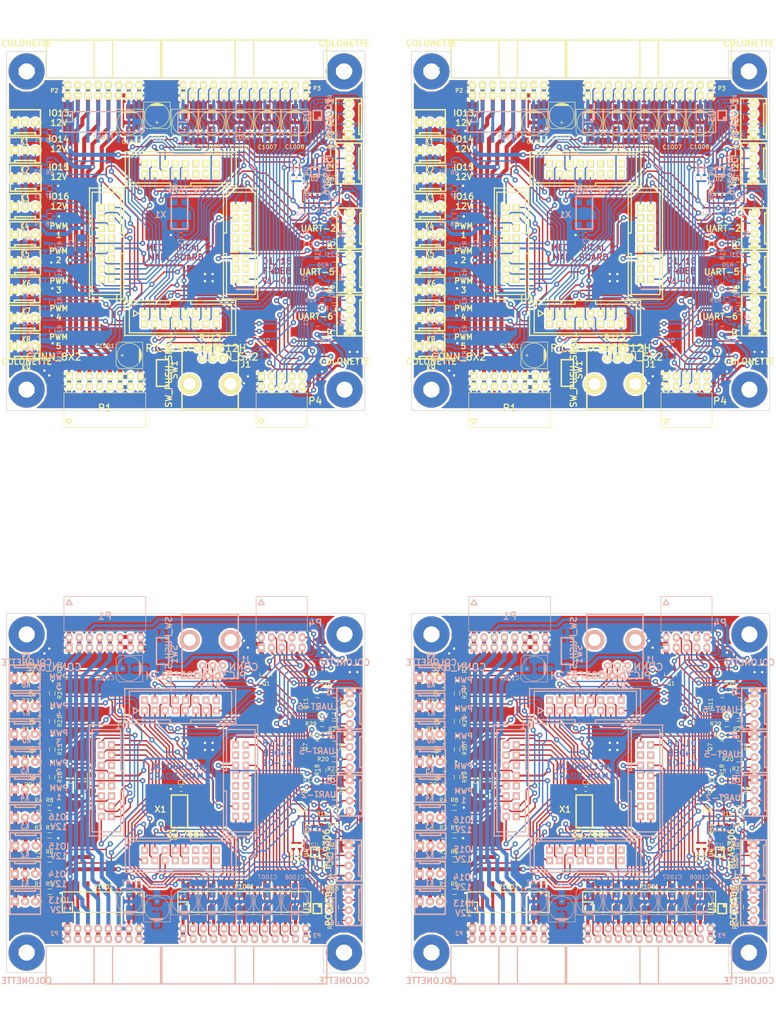
<source format=kicad_pcb>
(kicad_pcb (version 4) (host pcbnew 4.0.6)
  (title_block (title MECHANICAL_MAIN_BOARD_CPU1) (date 2015-08-31) (rev V0-10))
  (layers (0 F.Cu signal) (31 B.Cu signal) (34 B.Paste user) (35 F.Paste user) (36 B.SilkS user hide) (37 F.SilkS user) (38 B.Mask user) (39 F.Mask user) (44 Edge.Cuts user))
  (net 0 "")
  (net 1 +12V)
  (net 2 +15V)
  (net 3 +5V)
  (net 4 +5VD)
  (net 5 /INT1)
  (net 6 /INT4)
  (net 7 /IO1)
  (net 8 /IO13)
  (net 9 /IO14)
  (net 10 /IO15)
  (net 11 /IO16)
  (net 12 /IO18)
  (net 13 /IO19)
  (net 14 /IO2)
  (net 15 /IO20)
  (net 16 /IO21)
  (net 17 /IO22)
  (net 18 /IO23)
  (net 19 /IO24)
  (net 20 /IO25)
  (net 21 /IO3)
  (net 22 /IO4)
  (net 23 /IO5)
  (net 24 /IO6)
  (net 25 /IO7)
  (net 26 /IO8)
  (net 27 /IO9)
  (net 28 /OC1)
  (net 29 /OC1-5V)
  (net 30 /OC2)
  (net 31 /OC2-5V)
  (net 32 /OC3)
  (net 33 /OC4)
  (net 34 /OC4-5V)
  (net 35 /OC5)
  (net 36 /OC5-5V)
  (net 37 /PGEC1)
  (net 38 /PGED1)
  (net 39 /RSTA)
  (net 40 /RX2)
  (net 41 /RX2-5V)
  (net 42 /RX5)
  (net 43 /RX5-5V)
  (net 44 /RX6)
  (net 45 /RX6-5V)
  (net 46 /SCL1)
  (net 47 /SCL1-5V)
  (net 48 /SCL4)
  (net 49 /SCL4-5V)
  (net 50 /SDA1)
  (net 51 /SDA1-5V)
  (net 52 /SDA4)
  (net 53 /SDA4-5V)
  (net 54 /TX2-5V)
  (net 55 /TX5-5V)
  (net 56 /TX6-5V)
  (net 57 GND)
  (net 58 "Net-(C1-Pad1)")
  (net 59 "Net-(C2-Pad1)")
  (net 60 "Net-(C3-Pad1)")
  (net 61 +3V3)
  (net 62 "Net-(K1-Pad3)")
  (net 63 "Net-(K2-Pad3)")
  (net 64 "Net-(K3-Pad3)")
  (net 65 "Net-(K4-Pad3)")
  (net 66 "Net-(K7-Pad3)")
  (net 67 "Net-(K10-Pad1)")
  (net 68 "Net-(K11-Pad1)")
  (net 69 "Net-(K12-Pad1)")
  (net 70 "Net-(K13-Pad1)")
  (net 71 "Net-(R33-Pad2)")
  (net 72 "Net-(R38-Pad2)")
  (net 73 /RST)
  (net 74 "Net-(Q4-Pad3)")
  (net 75 "Net-(Q11-Pad3)")
  (net 76 /TX6)
  (net 77 /TX2)
  (net 78 /TX5)
  (net 79 "Net-(Q7-Pad3)")
  (module SMD_Packages:SOIC-8-N (layer B.Cu) (at 186.7408 230.4034)
    (fp_text reference U2 (at 0 1.27) (layer B.SilkS) (effects (justify mirror)))
    (fp_text value 24C512)
    (pad 8 smd rect (at -1.905 3.175) (size 0.508 1.143) (layers B.Cu B.Paste B.Mask) (net 4 +5VD))
    (pad 7 smd rect (at -0.635 3.175) (size 0.508 1.143) (layers B.Cu B.Paste B.Mask) (net 57 GND))
    (pad 6 smd rect (at 0.635 3.175) (size 0.508 1.143) (layers B.Cu B.Paste B.Mask) (net 49 /SCL4-5V))
    (pad 5 smd rect (at 1.905 3.175) (size 0.508 1.143) (layers B.Cu B.Paste B.Mask) (net 53 /SDA4-5V))
    (pad 4 smd rect (at 1.905 -3.175) (size 0.508 1.143) (layers B.Cu B.Paste B.Mask) (net 57 GND))
    (pad 3 smd rect (at 0.635 -3.175) (size 0.508 1.143) (layers B.Cu B.Paste B.Mask) (net 57 GND))
    (pad 2 smd rect (at -0.635 -3.175) (size 0.508 1.143) (layers B.Cu B.Paste B.Mask) (net 57 GND))
    (pad 1 smd rect (at -1.905 -3.175) (size 0.508 1.143) (layers B.Cu B.Paste B.Mask) (net 57 GND))
  )
  (module f4deb-mod-library:vasch_strip_13x2_90 (layer B.Cu) (at 169.291 258.7498)
    (fp_text reference P3 (at 18.034 -4.5974) (layer B.SilkS) (effects (font (thickness 0.2032)) (justify mirror)))
    (fp_text value CONN_13X2 hide)
    (pad 25 thru_hole oval (at 15.24 -6.35) (size 1.68 2.2) (drill 1) (layers *.Cu *.Mask B.SilkS) (net 57 GND))
    (pad 26 thru_hole oval (at 15.24 -3.81) (size 1.68 2.2) (drill 1) (layers *.Cu *.Mask B.SilkS) (net 57 GND))
    (pad 24 thru_hole oval (at 12.7 -3.81) (size 1.68 2.2) (drill 1) (layers *.Cu *.Mask B.SilkS) (net 47 /SCL1-5V))
    (pad 23 thru_hole oval (at 12.7 -6.35) (size 1.68 2.2) (drill 1) (layers *.Cu *.Mask B.SilkS) (net 51 /SDA1-5V))
    (pad 21 thru_hole oval (at 10.16 -6.35) (size 1.68 2.2) (drill 1) (layers *.Cu *.Mask B.SilkS) (net 7 /IO1))
    (pad 22 thru_hole oval (at 10.16 -3.81) (size 1.68 2.2) (drill 1) (layers *.Cu *.Mask B.SilkS) (net 14 /IO2))
    (pad 20 thru_hole oval (at 7.62 -3.81) (size 1.68 2.2) (drill 1) (layers *.Cu *.Mask B.SilkS) (net 22 /IO4))
    (pad 19 thru_hole oval (at 7.62 -6.35) (size 1.68 2.2) (drill 1) (layers *.Cu *.Mask B.SilkS) (net 21 /IO3))
    (pad 17 thru_hole oval (at 5.08 -6.35) (size 1.68 2.2) (drill 1) (layers *.Cu *.Mask B.SilkS) (net 23 /IO5))
    (pad 18 thru_hole oval (at 5.08 -3.81) (size 1.68 2.2) (drill 1) (layers *.Cu *.Mask B.SilkS) (net 24 /IO6))
    (pad 16 thru_hole oval (at 2.54 -3.81) (size 1.68 2.2) (drill 1) (layers *.Cu *.Mask B.SilkS) (net 26 /IO8))
    (pad 15 thru_hole oval (at 2.54 -6.35) (size 1.68 2.2) (drill 1) (layers *.Cu *.Mask B.SilkS) (net 25 /IO7))
    (pad 13 thru_hole oval (at 0 -6.35) (size 1.68 2.2) (drill 1) (layers *.Cu *.Mask B.SilkS) (net 27 /IO9))
    (pad 14 thru_hole oval (at 0 -3.81) (size 1.68 2.2) (drill 1) (layers *.Cu *.Mask B.SilkS) (net 6 /INT4))
    (pad 12 thru_hole oval (at -2.54 -3.81) (size 1.68 2.2) (drill 1) (layers *.Cu *.Mask B.SilkS) (net 36 /OC5-5V))
    (pad 11 thru_hole oval (at -2.54 -6.35) (size 1.68 2.2) (drill 1) (layers *.Cu *.Mask B.SilkS) (net 34 /OC4-5V))
    (pad 9 thru_hole oval (at -5.08 -6.35) (size 1.68 2.2) (drill 1) (layers *.Cu *.Mask B.SilkS) (net 20 /IO25))
    (pad 10 thru_hole oval (at -5.08 -3.81) (size 1.68 2.2) (drill 1) (layers *.Cu *.Mask B.SilkS) (net 19 /IO24))
    (pad 8 thru_hole oval (at -7.62 -3.81) (size 1.68 2.2) (drill 1) (layers *.Cu *.Mask B.SilkS) (net 17 /IO22))
    (pad 7 thru_hole oval (at -7.62 -6.35) (size 1.68 2.2) (drill 1) (layers *.Cu *.Mask B.SilkS) (net 18 /IO23))
    (pad 1 thru_hole rect (at -15.24 -6.35) (size 1.5 2) (drill 1) (layers *.Cu *.Mask B.SilkS) (net 57 GND))
    (pad 2 thru_hole oval (at -15.24 -3.81) (size 1.68 2.2) (drill 1) (layers *.Cu *.Mask B.SilkS) (net 57 GND))
    (pad 3 thru_hole oval (at -12.7 -6.35) (size 1.68 2.2) (drill 1) (layers *.Cu *.Mask B.SilkS) (net 13 /IO19))
    (pad 4 thru_hole oval (at -12.7 -3.81) (size 1.68 2.2) (drill 1) (layers *.Cu *.Mask B.SilkS) (net 12 /IO18))
    (pad 5 thru_hole oval (at -10.16 -6.35) (size 1.68 2.2) (drill 1) (layers *.Cu *.Mask B.SilkS) (net 16 /IO21))
    (pad 6 thru_hole oval (at -10.16 -3.81) (size 1.68 2.2) (drill 1) (layers *.Cu *.Mask B.SilkS) (net 15 /IO20))
  )
  (module w_pin_strip:pin_strip_13x2 (layer F.Cu) (at 169.291 245.7958)
    (fp_text reference P1001 (at 0 -3.81) (layer F.SilkS) (effects (font (size 1.016 1.016) (thickness 0.2032))))
    (fp_text value CONN_13X2 hide)
    (pad 1 smd rect (at -15.24 1.27) (size 0.8 4) (drill (offset 0 1.9)) (layers F.Cu F.Paste F.Mask) (net 57 GND))
    (pad 2 smd rect (at -15.24 -1.27) (size 0.8 4) (drill (offset 0 -1.9)) (layers F.Cu F.Paste F.Mask) (net 57 GND))
    (pad 3 smd rect (at -12.7 1.27) (size 0.8 4) (drill (offset 0 1.9)) (layers F.Cu F.Paste F.Mask) (net 13 /IO19))
    (pad 4 smd rect (at -12.7 -1.27) (size 0.8 4) (drill (offset 0 -1.9)) (layers F.Cu F.Paste F.Mask) (net 12 /IO18))
    (pad 5 smd rect (at -10.16 1.27) (size 0.8 4) (drill (offset 0 1.9)) (layers F.Cu F.Paste F.Mask) (net 16 /IO21))
    (pad 6 smd rect (at -10.16 -1.27) (size 0.8 4) (drill (offset 0 -1.9)) (layers F.Cu F.Paste F.Mask) (net 15 /IO20))
    (pad 7 smd rect (at -7.62 1.27) (size 0.8 4) (drill (offset 0 1.9)) (layers F.Cu F.Paste F.Mask) (net 18 /IO23))
    (pad 8 smd rect (at -7.62 -1.27) (size 0.8 4) (drill (offset 0 -1.9)) (layers F.Cu F.Paste F.Mask) (net 17 /IO22))
    (pad 9 smd rect (at -5.08 1.27) (size 0.8 4) (drill (offset 0 1.9)) (layers F.Cu F.Paste F.Mask) (net 20 /IO25))
    (pad 10 smd rect (at -5.08 -1.27) (size 0.8 4) (drill (offset 0 -1.9)) (layers F.Cu F.Paste F.Mask) (net 19 /IO24))
    (pad 11 smd rect (at -2.54 1.27) (size 0.8 4) (drill (offset 0 1.9)) (layers F.Cu F.Paste F.Mask) (net 34 /OC4-5V))
    (pad 12 smd rect (at -2.54 -1.27) (size 0.8 4) (drill (offset 0 -1.9)) (layers F.Cu F.Paste F.Mask) (net 36 /OC5-5V))
    (pad 13 smd rect (at 0 1.27) (size 0.8 4) (drill (offset 0 1.9)) (layers F.Cu F.Paste F.Mask) (net 27 /IO9))
    (pad 14 smd rect (at 0 -1.27) (size 0.8 4) (drill (offset 0 -1.9)) (layers F.Cu F.Paste F.Mask) (net 6 /INT4))
    (pad 15 smd rect (at 2.54 1.27) (size 0.8 4) (drill (offset 0 1.9)) (layers F.Cu F.Paste F.Mask) (net 25 /IO7))
    (pad 16 smd rect (at 2.54 -1.27) (size 0.8 4) (drill (offset 0 -1.9)) (layers F.Cu F.Paste F.Mask) (net 26 /IO8))
    (pad 17 smd rect (at 5.08 1.27) (size 0.8 4) (drill (offset 0 1.9)) (layers F.Cu F.Paste F.Mask) (net 23 /IO5))
    (pad 18 smd rect (at 5.08 -1.27) (size 0.8 4) (drill (offset 0 -1.9)) (layers F.Cu F.Paste F.Mask) (net 24 /IO6))
    (pad 19 smd rect (at 7.62 1.27) (size 0.8 4) (drill (offset 0 1.9)) (layers F.Cu F.Paste F.Mask) (net 21 /IO3))
    (pad 20 smd rect (at 7.62 -1.27) (size 0.8 4) (drill (offset 0 -1.9)) (layers F.Cu F.Paste F.Mask) (net 22 /IO4))
    (pad 21 smd rect (at 10.16 1.27) (size 0.8 4) (drill (offset 0 1.9)) (layers F.Cu F.Paste F.Mask) (net 7 /IO1))
    (pad 22 smd rect (at 10.16 -1.27) (size 0.8 4) (drill (offset 0 -1.9)) (layers F.Cu F.Paste F.Mask) (net 14 /IO2))
    (pad 23 smd rect (at 12.7 1.27) (size 0.8 4) (drill (offset 0 1.9)) (layers F.Cu F.Paste F.Mask) (net 51 /SDA1-5V))
    (pad 24 smd rect (at 12.7 -1.27) (size 0.8 4) (drill (offset 0 -1.9)) (layers F.Cu F.Paste F.Mask) (net 47 /SCL1-5V))
    (pad 25 smd rect (at 15.24 1.27) (size 0.8 4) (drill (offset 0 1.9)) (layers F.Cu F.Paste F.Mask) (net 57 GND))
    (pad 26 smd rect (at 15.24 -1.27) (size 0.8 4) (drill (offset 0 -1.9)) (layers F.Cu F.Paste F.Mask) (net 57 GND))
  )
  (module LFXTAL003000 (layer F.Cu) (at 154.686 225.8568 180)
    (fp_text reference X1 (at 6.2738 3.048 180) (layer F.SilkS) (effects (font (thickness 0.3048))))
    (fp_text value 32,768k (at 0 -3.048 180) (layer F.SilkS) (effects (font (thickness 0.3048))))
    (pad 1 smd rect (at 0 0 180) (size 2 1.5) (layers F.Cu F.Paste F.Mask) (net 59 "Net-(C2-Pad1)"))
    (pad 2 smd rect (at 3.048 0 180) (size 2 1.5) (layers F.Cu F.Paste F.Mask) (net 60 "Net-(C3-Pad1)"))
    (pad 3 smd rect (at 0 5.588 180) (size 2 1.524) (layers F.Cu F.Paste F.Mask))
    (pad 4 smd rect (at 3.048 5.588 180) (size 2 1.524) (layers F.Cu F.Paste F.Mask))
  )
  (module f4deb-mod-library:vasch_strip_8x2_90 (layer B.Cu) (at 134.239 258.7498)
    (fp_text reference P2 (at -12.1666 -5.1308) (layer B.SilkS) (effects (font (thickness 0.2032)) (justify mirror)))
    (fp_text value CONN_8X2 hide)
    (pad 16 thru_hole oval (at 8.89 -3.81) (size 1.8 2.2) (drill 1) (layers *.Cu *.Mask B.SilkS) (net 57 GND))
    (pad 15 thru_hole oval (at 8.89 -6.35) (size 1.8 2.2) (drill 1) (layers *.Cu *.Mask B.SilkS) (net 57 GND))
    (pad 13 thru_hole oval (at 6.35 -6.35) (size 1.8 2.2) (drill 1) (layers *.Cu *.Mask B.SilkS) (net 2 +15V))
    (pad 14 thru_hole oval (at 6.35 -3.81) (size 1.8 2.2) (drill 1) (layers *.Cu *.Mask B.SilkS) (net 2 +15V))
    (pad 12 thru_hole oval (at 3.81 -3.81) (size 1.8 2.2) (drill 1) (layers *.Cu *.Mask B.SilkS) (net 2 +15V))
    (pad 11 thru_hole oval (at 3.81 -6.35) (size 1.8 2.2) (drill 1) (layers *.Cu *.Mask B.SilkS) (net 2 +15V))
    (pad 9 thru_hole oval (at 1.27 -6.35) (size 1.8 2.2) (drill 1) (layers *.Cu *.Mask B.SilkS) (net 1 +12V))
    (pad 10 thru_hole oval (at 1.27 -3.81) (size 1.8 2.2) (drill 1) (layers *.Cu *.Mask B.SilkS) (net 1 +12V))
    (pad 8 thru_hole oval (at -1.27 -3.81) (size 1.8 2.2) (drill 1) (layers *.Cu *.Mask B.SilkS) (net 3 +5V))
    (pad 7 thru_hole oval (at -1.27 -6.35) (size 1.8 2.2) (drill 1) (layers *.Cu *.Mask B.SilkS) (net 3 +5V))
    (pad 1 thru_hole rect (at -8.89 -6.35) (size 1.8 2.2) (drill 1) (layers *.Cu *.Mask B.SilkS) (net 57 GND))
    (pad 2 thru_hole oval (at -8.89 -3.81) (size 1.8 2.2) (drill 1) (layers *.Cu *.Mask B.SilkS) (net 57 GND))
    (pad 3 thru_hole oval (at -6.35 -6.35) (size 1.8 2.2) (drill 1) (layers *.Cu *.Mask B.SilkS) (net 61 +3V3))
    (pad 4 thru_hole oval (at -6.35 -3.81) (size 1.8 2.2) (drill 1) (layers *.Cu *.Mask B.SilkS) (net 61 +3V3))
    (pad 5 thru_hole oval (at -3.81 -6.35) (size 1.8 2.2) (drill 1) (layers *.Cu *.Mask B.SilkS) (net 4 +5VD))
    (pad 6 thru_hole oval (at -3.81 -3.81) (size 1.8 2.2) (drill 1) (layers *.Cu *.Mask B.SilkS) (net 4 +5VD))
  )
  (module f4deb-mod-library:COLONETTE (layer B.Cu) (at 194.056 258.3688)
    (fp_text reference K10 (at 0 0) (layer B.SilkS) (effects (font (thickness 0.3048)) (justify mirror)))
    (fp_text value COLONETTE (at 0 6.985) (layer B.SilkS) (effects (font (thickness 0.3048)) (justify mirror)))
    (pad 1 thru_hole circle (at 0 0) (size 8.99922 8.99922) (drill 4.0005) (layers *.Cu) (net 67 "Net-(K10-Pad1)"))
    (pad 1 thru_hole circle (at 0 0) (size 2 2) (drill 0.6) (layers *.Cu *.Mask B.SilkS) (net 67 "Net-(K10-Pad1)"))
  )
  (module f4deb-mod-library:COLONETTE (layer B.Cu) (at 115.189 179.3748)
    (fp_text reference K11 (at 0 0) (layer B.SilkS) (effects (font (thickness 0.3048)) (justify mirror)))
    (fp_text value COLONETTE (at 0 6.985) (layer B.SilkS) (effects (font (thickness 0.3048)) (justify mirror)))
    (pad 1 thru_hole circle (at 0 0) (size 8.99922 8.99922) (drill 4.0005) (layers *.Cu) (net 68 "Net-(K11-Pad1)"))
    (pad 1 thru_hole circle (at 0 0) (size 2 2) (drill 0.6) (layers *.Cu *.Mask B.SilkS) (net 68 "Net-(K11-Pad1)"))
  )
  (module f4deb-mod-library:COLONETTE (layer B.Cu) (at 194.183 179.3748)
    (fp_text reference K12 hide)
    (fp_text value COLONETTE (at 0 6.985) (layer B.SilkS) (effects (font (thickness 0.3048)) (justify mirror)))
    (pad 1 thru_hole circle (at 0 0) (size 8.99922 8.99922) (drill 4.0005) (layers *.Cu) (net 69 "Net-(K12-Pad1)"))
    (pad 1 thru_hole circle (at 0 0) (size 2 2) (drill 0.6) (layers *.Cu *.Mask B.SilkS) (net 69 "Net-(K12-Pad1)"))
  )
  (module f4deb-mod-library:COLONETTE (layer B.Cu) (at 115.189 258.3688)
    (fp_text reference K13 (at 0 0) (layer B.SilkS) (effects (font (thickness 0.3048)) (justify mirror)))
    (fp_text value COLONETTE (at 0 6.985) (layer B.SilkS) (effects (font (thickness 0.3048)) (justify mirror)))
    (pad 1 thru_hole circle (at 0 0) (size 8.99922 8.99922) (drill 4.0005) (layers *.Cu) (net 70 "Net-(K13-Pad1)"))
    (pad 1 thru_hole circle (at 0 0) (size 2 2) (drill 0.6) (layers *.Cu *.Mask B.SilkS) (net 70 "Net-(K13-Pad1)"))
  )
  (module f4deb-mod-library:KK-3 (layer B.Cu) (at 117.348 245.6688 180)
    (fp_text reference K1 (at 2.6416 4.6736 180) (layer B.SilkS) (effects (font (size 1.73482 1.08712) (thickness 0.27178)) (justify mirror)))
    (fp_text value CONN_3 hide)
    (pad 1 thru_hole rect (at 5.08 0 180) (size 1.89992 2.10058) (drill 1) (layers *.Cu *.Mask B.SilkS) (net 57 GND))
    (pad 2 thru_hole circle (at 2.54 0 180) (size 2.10058 2.10058) (drill 1) (layers *.Cu *.Mask B.SilkS) (net 1 +12V))
    (pad 3 thru_hole circle (at 0 0 180) (size 2.10058 2.10058) (drill 1) (layers *.Cu *.Mask B.SilkS) (net 62 "Net-(K1-Pad3)"))
  )
  (module f4deb-mod-library:KK-3 (layer B.Cu) (at 117.348 238.8108 180)
    (fp_text reference K2 (at 2.5908 4.9022 180) (layer B.SilkS) (effects (font (size 1.73482 1.08712) (thickness 0.27178)) (justify mirror)))
    (fp_text value CONN_3 hide)
    (pad 1 thru_hole rect (at 5.08 0 180) (size 1.89992 2.10058) (drill 1) (layers *.Cu *.Mask B.SilkS) (net 57 GND))
    (pad 2 thru_hole circle (at 2.54 0 180) (size 2.10058 2.10058) (drill 1) (layers *.Cu *.Mask B.SilkS) (net 1 +12V))
    (pad 3 thru_hole circle (at 0 0 180) (size 2.10058 2.10058) (drill 1) (layers *.Cu *.Mask B.SilkS) (net 63 "Net-(K2-Pad3)"))
  )
  (module f4deb-mod-library:KK-3 (layer B.Cu) (at 117.475 231.8258 180)
    (fp_text reference K3 (at 2.6924 4.9276 180) (layer B.SilkS) (effects (font (size 1.73482 1.08712) (thickness 0.27178)) (justify mirror)))
    (fp_text value CONN_3 hide)
    (pad 1 thru_hole rect (at 5.08 0 180) (size 1.89992 2.10058) (drill 1) (layers *.Cu *.Mask B.SilkS) (net 57 GND))
    (pad 2 thru_hole circle (at 2.54 0 180) (size 2.10058 2.10058) (drill 1) (layers *.Cu *.Mask B.SilkS) (net 1 +12V))
    (pad 3 thru_hole circle (at 0 0 180) (size 2.10058 2.10058) (drill 1) (layers *.Cu *.Mask B.SilkS) (net 64 "Net-(K3-Pad3)"))
  )
  (module f4deb-mod-library:KK-3 (layer B.Cu) (at 117.348 224.8408 180)
    (fp_text reference K4 (at 2.6162 4.9784 180) (layer B.SilkS) (effects (font (size 1.73482 1.08712) (thickness 0.27178)) (justify mirror)))
    (fp_text value CONN_3 hide)
    (pad 1 thru_hole rect (at 5.08 0 180) (size 1.89992 2.10058) (drill 1) (layers *.Cu *.Mask B.SilkS) (net 57 GND))
    (pad 2 thru_hole circle (at 2.54 0 180) (size 2.10058 2.10058) (drill 1) (layers *.Cu *.Mask B.SilkS) (net 1 +12V))
    (pad 3 thru_hole circle (at 0 0 180) (size 2.10058 2.10058) (drill 1) (layers *.Cu *.Mask B.SilkS) (net 65 "Net-(K4-Pad3)"))
  )
  (module f4deb-mod-library:KK-3 (layer B.Cu) (at 117.348 217.8558 180)
    (fp_text reference K5 (at 2.5654 4.7752 180) (layer B.SilkS) (effects (font (size 1.73482 1.08712) (thickness 0.27178)) (justify mirror)))
    (fp_text value CONN_3 hide)
    (pad 1 thru_hole rect (at 5.08 0 180) (size 1.89992 2.10058) (drill 1) (layers *.Cu *.Mask B.SilkS) (net 57 GND))
    (pad 2 thru_hole circle (at 2.54 0 180) (size 2.10058 2.10058) (drill 1) (layers *.Cu *.Mask B.SilkS) (net 3 +5V))
    (pad 3 thru_hole circle (at 0 0 180) (size 2.10058 2.10058) (drill 1) (layers *.Cu *.Mask B.SilkS) (net 29 /OC1-5V))
  )
  (module f4deb-mod-library:KK-3 (layer B.Cu) (at 117.348 210.9978 180)
    (fp_text reference K6 (at 2.159 5.461 180) (layer B.SilkS) (effects (font (size 1.73482 1.08712) (thickness 0.27178)) (justify mirror)))
    (fp_text value CONN_3 hide)
    (pad 1 thru_hole rect (at 5.08 0 180) (size 1.89992 2.10058) (drill 1) (layers *.Cu *.Mask B.SilkS) (net 57 GND))
    (pad 2 thru_hole circle (at 2.54 0 180) (size 2.10058 2.10058) (drill 1) (layers *.Cu *.Mask B.SilkS) (net 3 +5V))
    (pad 3 thru_hole circle (at 0 0 180) (size 2.10058 2.10058) (drill 1) (layers *.Cu *.Mask B.SilkS) (net 31 /OC2-5V))
  )
  (module f4deb-mod-library:KK-3 (layer B.Cu) (at 117.221 204.1398 180)
    (fp_text reference K7 (at 2.159 5.461 180) (layer B.SilkS) (effects (font (size 1.73482 1.08712) (thickness 0.27178)) (justify mirror)))
    (fp_text value CONN_3 hide)
    (pad 1 thru_hole rect (at 5.08 0 180) (size 1.89992 2.10058) (drill 1) (layers *.Cu *.Mask B.SilkS) (net 57 GND))
    (pad 2 thru_hole circle (at 2.54 0 180) (size 2.10058 2.10058) (drill 1) (layers *.Cu *.Mask B.SilkS) (net 3 +5V))
    (pad 3 thru_hole circle (at 0 0 180) (size 2.10058 2.10058) (drill 1) (layers *.Cu *.Mask B.SilkS) (net 66 "Net-(K7-Pad3)"))
  )
  (module f4deb-mod-library:KK-3 (layer B.Cu) (at 117.221 197.1548 180)
    (fp_text reference K8 (at 2.159 5.461 180) (layer B.SilkS) (effects (font (size 1.73482 1.08712) (thickness 0.27178)) (justify mirror)))
    (fp_text value CONN_3 hide)
    (pad 1 thru_hole rect (at 5.08 0 180) (size 1.89992 2.10058) (drill 1) (layers *.Cu *.Mask B.SilkS) (net 57 GND))
    (pad 2 thru_hole circle (at 2.54 0 180) (size 2.10058 2.10058) (drill 1) (layers *.Cu *.Mask B.SilkS) (net 3 +5V))
    (pad 3 thru_hole circle (at 0 0 180) (size 2.10058 2.10058) (drill 1) (layers *.Cu *.Mask B.SilkS) (net 34 /OC4-5V))
  )
  (module f4deb-mod-library:KK-3 (layer B.Cu) (at 117.221 190.1698 180)
    (fp_text reference K9 (at 2.159 5.461 180) (layer B.SilkS) (effects (font (size 1.73482 1.08712) (thickness 0.27178)) (justify mirror)))
    (fp_text value CONN_3 hide)
    (pad 1 thru_hole rect (at 5.08 0 180) (size 1.89992 2.10058) (drill 1) (layers *.Cu *.Mask B.SilkS) (net 57 GND))
    (pad 2 thru_hole circle (at 2.54 0 180) (size 2.10058 2.10058) (drill 1) (layers *.Cu *.Mask B.SilkS) (net 3 +5V))
    (pad 3 thru_hole circle (at 0 0 180) (size 2.10058 2.10058) (drill 1) (layers *.Cu *.Mask B.SilkS) (net 36 /OC5-5V))
  )
  (module f4deb-mod-library:KK-4 (layer B.Cu) (at 195.199 250.3678 90)
    (fp_text reference P8 (at 7.8994 -4.4958 90) (layer B.SilkS) (effects (font (size 1.73482 1.08712) (thickness 0.27178)) (justify mirror)))
    (fp_text value CONN_4 hide)
    (pad 1 thru_hole rect (at 7.62 0 90) (size 1.99898 1.99898) (drill 1) (layers *.Cu *.Mask B.SilkS) (net 57 GND))
    (pad 2 thru_hole circle (at 5.08 0 90) (size 1.99898 1.99898) (drill 1) (layers *.Cu *.Mask B.SilkS) (net 4 +5VD))
    (pad 3 thru_hole circle (at 2.54 0 90) (size 1.99898 1.99898) (drill 1) (layers *.Cu *.Mask B.SilkS) (net 47 /SCL1-5V))
    (pad 4 thru_hole circle (at 0 0 90) (size 1.99898 1.99898) (drill 1) (layers *.Cu *.Mask B.SilkS) (net 51 /SDA1-5V))
  )
  (module f4deb-mod-library:KK-4 (layer B.Cu) (at 195.453 223.1898 90)
    (fp_text reference P5 (at 7.9756 -4.445 90) (layer B.SilkS) (effects (font (size 1.73482 1.08712) (thickness 0.27178)) (justify mirror)))
    (fp_text value CONN_4 hide)
    (pad 1 thru_hole rect (at 7.62 0 90) (size 1.99898 1.99898) (drill 1) (layers *.Cu *.Mask B.SilkS) (net 57 GND))
    (pad 2 thru_hole circle (at 5.08 0 90) (size 1.99898 1.99898) (drill 1) (layers *.Cu *.Mask B.SilkS) (net 54 /TX2-5V))
    (pad 3 thru_hole circle (at 2.54 0 90) (size 1.99898 1.99898) (drill 1) (layers *.Cu *.Mask B.SilkS) (net 4 +5VD))
    (pad 4 thru_hole circle (at 0 0 90) (size 1.99898 1.99898) (drill 1) (layers *.Cu *.Mask B.SilkS) (net 41 /RX2-5V))
  )
  (module f4deb-mod-library:KK-4 (layer B.Cu) (at 195.453 201.5998 90)
    (fp_text reference P7 (at 8.0518 -4.4704 90) (layer B.SilkS) (effects (font (size 1.73482 1.08712) (thickness 0.27178)) (justify mirror)))
    (fp_text value CONN_4 hide)
    (pad 1 thru_hole rect (at 7.62 0 90) (size 1.99898 1.99898) (drill 1) (layers *.Cu *.Mask B.SilkS) (net 57 GND))
    (pad 2 thru_hole circle (at 5.08 0 90) (size 1.99898 1.99898) (drill 1) (layers *.Cu *.Mask B.SilkS) (net 56 /TX6-5V))
    (pad 3 thru_hole circle (at 2.54 0 90) (size 1.99898 1.99898) (drill 1) (layers *.Cu *.Mask B.SilkS) (net 4 +5VD))
    (pad 4 thru_hole circle (at 0 0 90) (size 1.99898 1.99898) (drill 1) (layers *.Cu *.Mask B.SilkS) (net 45 /RX6-5V))
  )
  (module f4deb-mod-library:KK-4 (layer B.Cu) (at 195.199 239.3188 90)
    (fp_text reference P9 (at 8.2042 -4.445 90) (layer B.SilkS) (effects (font (size 1.73482 1.08712) (thickness 0.27178)) (justify mirror)))
    (fp_text value CONN_4 hide)
    (pad 1 thru_hole rect (at 7.62 0 90) (size 1.99898 1.99898) (drill 1) (layers *.Cu *.Mask B.SilkS) (net 57 GND))
    (pad 2 thru_hole circle (at 5.08 0 90) (size 1.99898 1.99898) (drill 1) (layers *.Cu *.Mask B.SilkS) (net 4 +5VD))
    (pad 3 thru_hole circle (at 2.54 0 90) (size 1.99898 1.99898) (drill 1) (layers *.Cu *.Mask B.SilkS) (net 49 /SCL4-5V))
    (pad 4 thru_hole circle (at 0 0 90) (size 1.99898 1.99898) (drill 1) (layers *.Cu *.Mask B.SilkS) (net 53 /SDA4-5V))
  )
  (module f4deb-mod-library:KK-4 (layer B.Cu) (at 195.453 212.3948 90)
    (fp_text reference P6 (at 8.0772 -4.5974 90) (layer B.SilkS) (effects (font (size 1.73482 1.08712) (thickness 0.27178)) (justify mirror)))
    (fp_text value CONN_4 hide)
    (pad 1 thru_hole rect (at 7.62 0 90) (size 1.99898 1.99898) (drill 1) (layers *.Cu *.Mask B.SilkS) (net 57 GND))
    (pad 2 thru_hole circle (at 5.08 0 90) (size 1.99898 1.99898) (drill 1) (layers *.Cu *.Mask B.SilkS) (net 55 /TX5-5V))
    (pad 3 thru_hole circle (at 2.54 0 90) (size 1.99898 1.99898) (drill 1) (layers *.Cu *.Mask B.SilkS) (net 4 +5VD))
    (pad 4 thru_hole circle (at 0 0 90) (size 1.99898 1.99898) (drill 1) (layers *.Cu *.Mask B.SilkS) (net 43 /RX5-5V))
  )
  (module f4deb-mod-library:PIC32_64 (layer B.Cu) (at 144.526 195.7578)
    (fp_text reference U1 (at -5.588 6.096) (layer B.SilkS) (effects (font (size 1.778 1.778) (thickness 0.3048)) (justify mirror)))
    (fp_text value PIC32MX795F512H (at 12.7 -6.096) (layer B.SilkS) (effects (font (size 1.778 1.778) (thickness 0.3048)) (justify mirror)))
    (pad 15 thru_hole rect (at 17.78 2.54254 90) (size 1.89992 1.7) (drill 1) (layers *.Cu *.Mask B.SilkS) (net 37 /PGEC1))
    (pad 16 thru_hole rect (at 17.78 0.00254 90) (size 1.89992 1.7) (drill 1) (layers *.Cu *.Mask B.SilkS) (net 38 /PGED1))
    (pad 13 thru_hole rect (at 15.24 2.54254 90) (size 1.89992 1.7) (drill 1) (layers *.Cu *.Mask B.SilkS) (net 14 /IO2))
    (pad 14 thru_hole rect (at 15.24 0.00254 90) (size 1.89992 1.7) (drill 1) (layers *.Cu *.Mask B.SilkS) (net 7 /IO1))
    (pad 11 thru_hole rect (at 12.7 2.54254 90) (size 1.89992 1.7) (drill 1) (layers *.Cu *.Mask B.SilkS) (net 22 /IO4))
    (pad 12 thru_hole rect (at 12.7 0.00254 90) (size 1.89992 1.7) (drill 1) (layers *.Cu *.Mask B.SilkS) (net 21 /IO3))
    (pad 9 thru_hole rect (at 10.16 2.54254 90) (size 1.89992 1.7) (drill 1) (layers *.Cu *.Mask B.SilkS) (net 57 GND))
    (pad 10 thru_hole rect (at 10.16 0.00254 90) (size 1.89992 1.7) (drill 1) (layers *.Cu *.Mask B.SilkS) (net 61 +3V3))
    (pad 7 thru_hole rect (at 7.62 2.54254 90) (size 1.89992 1.7) (drill 1) (layers *.Cu *.Mask B.SilkS) (net 39 /RSTA))
    (pad 8 thru_hole rect (at 7.62 0.00254 90) (size 1.89992 1.7) (drill 1) (layers *.Cu *.Mask B.SilkS) (net 44 /RX6))
    (pad 5 thru_hole rect (at 5.08 2.54254 90) (size 1.89992 1.7) (drill 1) (layers *.Cu *.Mask B.SilkS) (net 52 /SDA4))
    (pad 6 thru_hole rect (at 5.08 0.00254 90) (size 1.89992 1.7) (drill 1) (layers *.Cu *.Mask B.SilkS) (net 48 /SCL4))
    (pad 3 thru_hole rect (at 2.54 2.54254 90) (size 1.89992 1.7) (drill 1) (layers *.Cu *.Mask B.SilkS) (net 20 /IO25))
    (pad 4 thru_hole rect (at 2.54 0.00254 90) (size 1.89992 1.7) (drill 1) (layers *.Cu *.Mask B.SilkS) (net 76 /TX6))
    (pad 1 thru_hole rect (at 0 2.54254 90) (size 1.89992 1.7) (drill 1) (layers *.Cu *.Mask B.SilkS) (net 18 /IO23))
    (pad 2 thru_hole rect (at 0 0.00254 90) (size 1.89992 1.7) (drill 1) (layers *.Cu *.Mask B.SilkS) (net 19 /IO24))
    (pad 34 thru_hole rect (at 17.78 39.751 90) (size 1.89992 1.7) (drill 1) (layers *.Cu *.Mask B.SilkS))
    (pad 33 thru_hole rect (at 17.78 37.211 90) (size 1.89992 1.7) (drill 1) (layers *.Cu *.Mask B.SilkS))
    (pad 36 thru_hole rect (at 15.24 39.751 90) (size 1.89992 1.7) (drill 1) (layers *.Cu *.Mask B.SilkS))
    (pad 35 thru_hole rect (at 15.24 37.211 90) (size 1.89992 1.7) (drill 1) (layers *.Cu *.Mask B.SilkS))
    (pad 38 thru_hole rect (at 12.7 39.751 90) (size 1.89992 1.7) (drill 1) (layers *.Cu *.Mask B.SilkS))
    (pad 37 thru_hole rect (at 12.7 37.211 90) (size 1.89992 1.7) (drill 1) (layers *.Cu *.Mask B.SilkS))
    (pad 40 thru_hole rect (at 10.16 39.751 90) (size 1.89992 1.7) (drill 1) (layers *.Cu *.Mask B.SilkS) (net 60 "Net-(C3-Pad1)"))
    (pad 39 thru_hole rect (at 10.16 37.211 90) (size 1.89992 1.7) (drill 1) (layers *.Cu *.Mask B.SilkS) (net 59 "Net-(C2-Pad1)"))
    (pad 42 thru_hole rect (at 7.62 39.751 90) (size 1.89992 1.7) (drill 1) (layers *.Cu *.Mask B.SilkS) (net 5 /INT1))
    (pad 41 thru_hole rect (at 7.62 37.211 90) (size 1.89992 1.7) (drill 1) (layers *.Cu *.Mask B.SilkS) (net 57 GND))
    (pad 44 thru_hole rect (at 5.08 39.751 90) (size 1.89992 1.7) (drill 1) (layers *.Cu *.Mask B.SilkS) (net 46 /SCL1))
    (pad 43 thru_hole rect (at 5.08 37.211 90) (size 1.89992 1.7) (drill 1) (layers *.Cu *.Mask B.SilkS) (net 50 /SDA1))
    (pad 46 thru_hole rect (at 2.54 39.751 90) (size 1.89992 1.7) (drill 1) (layers *.Cu *.Mask B.SilkS) (net 28 /OC1))
    (pad 45 thru_hole rect (at 2.54 37.211 90) (size 1.89992 1.7) (drill 1) (layers *.Cu *.Mask B.SilkS) (net 6 /INT4))
    (pad 48 thru_hole rect (at 0 39.751 90) (size 1.89992 1.7) (drill 1) (layers *.Cu *.Mask B.SilkS) (net 9 /IO14))
    (pad 47 thru_hole rect (at 0 37.211 90) (size 1.89992 1.7) (drill 1) (layers *.Cu *.Mask B.SilkS) (net 8 /IO13))
    (pad 31 thru_hole rect (at 22.606 28.829 90) (size 1.89992 1.7) (drill 1) (layers *.Cu *.Mask B.SilkS) (net 40 /RX2))
    (pad 32 thru_hole rect (at 25.146 28.829 90) (size 1.89992 1.7) (drill 1) (layers *.Cu *.Mask B.SilkS) (net 77 /TX2))
    (pad 29 thru_hole rect (at 22.606 26.289 90) (size 1.89992 1.7) (drill 1) (layers *.Cu *.Mask B.SilkS) (net 78 /TX5))
    (pad 30 thru_hole rect (at 25.146 26.289 90) (size 1.89992 1.7) (drill 1) (layers *.Cu *.Mask B.SilkS))
    (pad 27 thru_hole rect (at 22.606 23.749 90) (size 1.89992 1.7) (drill 1) (layers *.Cu *.Mask B.SilkS))
    (pad 28 thru_hole rect (at 25.146 23.749 90) (size 1.89992 1.7) (drill 1) (layers *.Cu *.Mask B.SilkS))
    (pad 25 thru_hole rect (at 22.606 21.209 90) (size 1.89992 1.7) (drill 1) (layers *.Cu *.Mask B.SilkS))
    (pad 26 thru_hole rect (at 25.146 21.209 90) (size 1.89992 1.7) (drill 1) (layers *.Cu *.Mask B.SilkS))
    (pad 23 thru_hole rect (at 22.606 18.669 90) (size 1.89992 1.7) (drill 1) (layers *.Cu *.Mask B.SilkS) (net 26 /IO8))
    (pad 24 thru_hole rect (at 25.146 18.669 90) (size 1.89992 1.7) (drill 1) (layers *.Cu *.Mask B.SilkS) (net 27 /IO9))
    (pad 21 thru_hole rect (at 22.606 16.129 90) (size 1.89992 1.7) (drill 1) (layers *.Cu *.Mask B.SilkS) (net 42 /RX5))
    (pad 22 thru_hole rect (at 25.146 16.129 90) (size 1.89992 1.7) (drill 1) (layers *.Cu *.Mask B.SilkS) (net 25 /IO7))
    (pad 19 thru_hole rect (at 22.606 13.589 90) (size 1.89992 1.7) (drill 1) (layers *.Cu *.Mask B.SilkS))
    (pad 20 thru_hole rect (at 25.146 13.589 90) (size 1.89992 1.7) (drill 1) (layers *.Cu *.Mask B.SilkS))
    (pad 17 thru_hole rect (at 22.606 11.049 90) (size 1.89992 1.7) (drill 1) (layers *.Cu *.Mask B.SilkS) (net 23 /IO5))
    (pad 18 thru_hole rect (at 25.146 11.049 90) (size 1.89992 1.7) (drill 1) (layers *.Cu *.Mask B.SilkS) (net 24 /IO6))
    (pad 64 thru_hole rect (at -10.795 11.049 90) (size 1.89992 1.7) (drill 1) (layers *.Cu *.Mask B.SilkS) (net 17 /IO22))
    (pad 63 thru_hole rect (at -8.255 11.049 90) (size 1.89992 1.7) (drill 1) (layers *.Cu *.Mask B.SilkS) (net 16 /IO21))
    (pad 62 thru_hole rect (at -10.795 13.589 90) (size 1.89992 1.7) (drill 1) (layers *.Cu *.Mask B.SilkS) (net 15 /IO20))
    (pad 61 thru_hole rect (at -8.255 13.589 90) (size 1.89992 1.7) (drill 1) (layers *.Cu *.Mask B.SilkS) (net 13 /IO19))
    (pad 60 thru_hole rect (at -10.795 16.129 90) (size 1.89992 1.7) (drill 1) (layers *.Cu *.Mask B.SilkS) (net 12 /IO18))
    (pad 59 thru_hole rect (at -8.255 16.129 90) (size 1.89992 1.7) (drill 1) (layers *.Cu *.Mask B.SilkS))
    (pad 58 thru_hole rect (at -10.795 18.669 90) (size 1.89992 1.7) (drill 1) (layers *.Cu *.Mask B.SilkS))
    (pad 57 thru_hole rect (at -8.255 18.669 90) (size 1.89992 1.7) (drill 1) (layers *.Cu *.Mask B.SilkS) (net 61 +3V3))
    (pad 56 thru_hole rect (at -10.795 21.209 90) (size 1.89992 1.7) (drill 1) (layers *.Cu *.Mask B.SilkS) (net 58 "Net-(C1-Pad1)"))
    (pad 55 thru_hole rect (at -8.255 21.209 90) (size 1.89992 1.7) (drill 1) (layers *.Cu *.Mask B.SilkS))
    (pad 54 thru_hole rect (at -10.795 23.749 90) (size 1.89992 1.7) (drill 1) (layers *.Cu *.Mask B.SilkS) (net 11 /IO16))
    (pad 53 thru_hole rect (at -8.255 23.749 90) (size 1.89992 1.7) (drill 1) (layers *.Cu *.Mask B.SilkS) (net 10 /IO15))
    (pad 52 thru_hole rect (at -10.795 26.289 90) (size 1.89992 1.7) (drill 1) (layers *.Cu *.Mask B.SilkS) (net 35 /OC5))
    (pad 51 thru_hole rect (at -8.255 26.289 90) (size 1.89992 1.7) (drill 1) (layers *.Cu *.Mask B.SilkS) (net 33 /OC4))
    (pad 50 thru_hole rect (at -10.795 28.829 90) (size 1.89992 1.7) (drill 1) (layers *.Cu *.Mask B.SilkS) (net 32 /OC3))
    (pad 49 thru_hole rect (at -8.255 28.829 90) (size 1.89992 1.7) (drill 1) (layers *.Cu *.Mask B.SilkS) (net 30 /OC2))
  )
  (module Resistors_SMD:R_0603 (layer F.Cu) (at 118.11 243.2558)
    (fp_text reference R1 (at 0 -1.9) (layer F.SilkS))
    (fp_text value 47k)
    (pad 1 smd rect (at -0.75 0) (size 0.5 0.9) (layers F.Cu F.Paste F.Mask) (net 62 "Net-(K1-Pad3)"))
    (pad 2 smd rect (at 0.75 0) (size 0.5 0.9) (layers F.Cu F.Paste F.Mask) (net 8 /IO13))
  )
  (module Resistors_SMD:R_0603 (layer F.Cu) (at 189.611 204.3938 180)
    (fp_text reference R19 (at 2.7686 -0.1016 180) (layer F.SilkS))
    (fp_text value 10k)
    (pad 1 smd rect (at -0.75 0 180) (size 0.5 0.9) (layers F.Cu F.Paste F.Mask) (net 79 "Net-(Q7-Pad3)"))
    (pad 2 smd rect (at 0.75 0 180) (size 0.5 0.9) (layers F.Cu F.Paste F.Mask) (net 4 +5VD))
  )
  (module Resistors_SMD:R_0603 (layer F.Cu) (at 191.516 199.5678 180)
    (fp_text reference R27 (at 2.7178 0 180) (layer F.SilkS))
    (fp_text value 10k)
    (pad 1 smd rect (at -0.75 0 180) (size 0.5 0.9) (layers F.Cu F.Paste F.Mask) (net 4 +5VD))
    (pad 2 smd rect (at 0.75 0 180) (size 0.5 0.9) (layers F.Cu F.Paste F.Mask) (net 56 /TX6-5V))
  )
  (module Resistors_SMD:R_0603 (layer F.Cu) (at 189.611 193.0908 180)
    (fp_text reference R26 (at 0.0762 1.5748 180) (layer F.SilkS))
    (fp_text value 10k)
    (pad 1 smd rect (at -0.75 0 180) (size 0.5 0.9) (layers F.Cu F.Paste F.Mask) (net 75 "Net-(Q11-Pad3)"))
    (pad 2 smd rect (at 0.75 0 180) (size 0.5 0.9) (layers F.Cu F.Paste F.Mask) (net 4 +5VD))
  )
  (module Resistors_SMD:R_0603 (layer F.Cu) (at 188.595 201.5998 180)
    (fp_text reference R29 (at 2.794 0.0254 180) (layer F.SilkS))
    (fp_text value 22k)
    (pad 1 smd rect (at -0.75 0 180) (size 0.5 0.9) (layers F.Cu F.Paste F.Mask) (net 44 /RX6))
    (pad 2 smd rect (at 0.75 0 180) (size 0.5 0.9) (layers F.Cu F.Paste F.Mask) (net 57 GND))
  )
  (module Resistors_SMD:R_0603 (layer F.Cu) (at 191.516 201.5998 180)
    (fp_text reference R25 (at -0.0508 -1.3462 180) (layer F.SilkS))
    (fp_text value 12k)
    (pad 1 smd rect (at -0.75 0 180) (size 0.5 0.9) (layers F.Cu F.Paste F.Mask) (net 45 /RX6-5V))
    (pad 2 smd rect (at 0.75 0 180) (size 0.5 0.9) (layers F.Cu F.Paste F.Mask) (net 44 /RX6))
  )
  (module Resistors_SMD:R_0603 (layer F.Cu) (at 191.516 210.3628 180)
    (fp_text reference R20 (at 2.6924 0.0254 180) (layer F.SilkS))
    (fp_text value 10k)
    (pad 1 smd rect (at -0.75 0 180) (size 0.5 0.9) (layers F.Cu F.Paste F.Mask) (net 4 +5VD))
    (pad 2 smd rect (at 0.75 0 180) (size 0.5 0.9) (layers F.Cu F.Paste F.Mask) (net 55 /TX5-5V))
  )
  (module Resistors_SMD:R_0603 (layer F.Cu) (at 191.516 221.1578 180)
    (fp_text reference R14 (at -0.0508 -1.4478 180) (layer F.SilkS))
    (fp_text value 10k)
    (pad 1 smd rect (at -0.75 0 180) (size 0.5 0.9) (layers F.Cu F.Paste F.Mask) (net 4 +5VD))
    (pad 2 smd rect (at 0.75 0 180) (size 0.5 0.9) (layers F.Cu F.Paste F.Mask) (net 54 /TX2-5V))
  )
  (module Resistors_SMD:R_0603 (layer F.Cu) (at 188.087 215.5698 180)
    (fp_text reference R13 (at 2.7686 0.0762 180) (layer F.SilkS))
    (fp_text value 10k)
    (pad 1 smd rect (at -0.75 0 180) (size 0.5 0.9) (layers F.Cu F.Paste F.Mask) (net 74 "Net-(Q4-Pad3)"))
    (pad 2 smd rect (at 0.75 0 180) (size 0.5 0.9) (layers F.Cu F.Paste F.Mask) (net 4 +5VD))
  )
  (module Resistors_SMD:R_0603 (layer F.Cu) (at 188.595 225.4758 180)
    (fp_text reference R16 (at -0.0508 1.5494 180) (layer F.SilkS))
    (fp_text value 22k)
    (pad 1 smd rect (at -0.75 0 180) (size 0.5 0.9) (layers F.Cu F.Paste F.Mask) (net 40 /RX2))
    (pad 2 smd rect (at 0.75 0 180) (size 0.5 0.9) (layers F.Cu F.Paste F.Mask) (net 57 GND))
  )
  (module Resistors_SMD:R_0603 (layer F.Cu) (at 115.57 207.9498 180)
    (fp_text reference R11 (at 0 -1.9 180) (layer F.SilkS))
    (fp_text value 10k)
    (pad 1 smd rect (at -0.75 0 180) (size 0.5 0.9) (layers F.Cu F.Paste F.Mask) (net 31 /OC2-5V))
    (pad 2 smd rect (at 0.75 0 180) (size 0.5 0.9) (layers F.Cu F.Paste F.Mask) (net 3 +5V))
  )
  (module Resistors_SMD:R_0603 (layer F.Cu) (at 115.443 200.9648 180)
    (fp_text reference R17 (at 0 -1.9 180) (layer F.SilkS))
    (fp_text value 10k)
    (pad 1 smd rect (at -0.75 0 180) (size 0.5 0.9) (layers F.Cu F.Paste F.Mask) (net 66 "Net-(K7-Pad3)"))
    (pad 2 smd rect (at 0.75 0 180) (size 0.5 0.9) (layers F.Cu F.Paste F.Mask) (net 3 +5V))
  )
  (module Resistors_SMD:R_0603 (layer F.Cu) (at 120.904 243.2558)
    (fp_text reference R5 (at 0 -1.9) (layer F.SilkS))
    (fp_text value 18k hide)
    (pad 1 smd rect (at -0.75 0) (size 0.5 0.9) (layers F.Cu F.Paste F.Mask) (net 8 /IO13))
    (pad 2 smd rect (at 0.75 0) (size 0.5 0.9) (layers F.Cu F.Paste F.Mask) (net 57 GND))
  )
  (module Resistors_SMD:R_0603 (layer F.Cu) (at 191.516 225.4758 180)
    (fp_text reference R12 (at 0 -1.524 180) (layer F.SilkS))
    (fp_text value 12k)
    (pad 1 smd rect (at -0.75 0 180) (size 0.5 0.9) (layers F.Cu F.Paste F.Mask) (net 41 /RX2-5V))
    (pad 2 smd rect (at 0.75 0 180) (size 0.5 0.9) (layers F.Cu F.Paste F.Mask) (net 40 /RX2))
  )
  (module Resistors_SMD:R_0603 (layer F.Cu) (at 181.4322 231.8766 270)
    (fp_text reference R35 (at 2.8194 -0.0254 270) (layer F.SilkS))
    (fp_text value 2.1k)
    (pad 1 smd rect (at -0.75 0 270) (size 0.5 0.9) (layers F.Cu F.Paste F.Mask) (net 61 +3V3))
    (pad 2 smd rect (at 0.75 0 270) (size 0.5 0.9) (layers F.Cu F.Paste F.Mask) (net 50 /SDA1))
  )
  (module Resistors_SMD:R_0603 (layer F.Cu) (at 183.0324 231.8766 270)
    (fp_text reference R34 (at 2.8194 -0.0508 270) (layer F.SilkS))
    (fp_text value 2.1k)
    (pad 1 smd rect (at -0.75 0 270) (size 0.5 0.9) (layers F.Cu F.Paste F.Mask) (net 61 +3V3))
    (pad 2 smd rect (at 0.75 0 270) (size 0.5 0.9) (layers F.Cu F.Paste F.Mask) (net 46 /SCL1))
  )
  (module Resistors_SMD:R_0603 (layer F.Cu) (at 191.262 244.1448 180)
    (fp_text reference R33 (at -0.0254 1.651 180) (layer F.SilkS))
    (fp_text value 200k)
    (pad 1 smd rect (at -0.75 0 180) (size 0.5 0.9) (layers F.Cu F.Paste F.Mask) (net 4 +5VD))
    (pad 2 smd rect (at 0.75 0 180) (size 0.5 0.9) (layers F.Cu F.Paste F.Mask) (net 71 "Net-(R33-Pad2)"))
  )
  (module Resistors_SMD:R_0603 (layer F.Cu) (at 192.024 251.1298 90)
    (fp_text reference R32 (at -0.0254 -1.4224 90) (layer F.SilkS))
    (fp_text value 2.1k)
    (pad 1 smd rect (at -0.75 0 90) (size 0.5 0.9) (layers F.Cu F.Paste F.Mask) (net 4 +5VD))
    (pad 2 smd rect (at 0.75 0 90) (size 0.5 0.9) (layers F.Cu F.Paste F.Mask) (net 51 /SDA1-5V))
  )
  (module Resistors_SMD:R_0603 (layer F.Cu) (at 192.024 247.0658 270)
    (fp_text reference R31 (at 0 1.4986 270) (layer F.SilkS))
    (fp_text value 2.1k)
    (pad 1 smd rect (at -0.75 0 270) (size 0.5 0.9) (layers F.Cu F.Paste F.Mask) (net 4 +5VD))
    (pad 2 smd rect (at 0.75 0 270) (size 0.5 0.9) (layers F.Cu F.Paste F.Mask) (net 47 /SCL1-5V))
  )
  (module Resistors_SMD:R_0603 (layer F.Cu) (at 115.951 187.6298 180)
    (fp_text reference R28 (at 0 -1.9 180) (layer F.SilkS))
    (fp_text value 10k)
    (pad 1 smd rect (at -0.75 0 180) (size 0.5 0.9) (layers F.Cu F.Paste F.Mask) (net 36 /OC5-5V))
    (pad 2 smd rect (at 0.75 0 180) (size 0.5 0.9) (layers F.Cu F.Paste F.Mask) (net 3 +5V))
  )
  (module Resistors_SMD:R_0603 (layer F.Cu) (at 115.443 193.9798 180)
    (fp_text reference R22 (at 0 -1.9 180) (layer F.SilkS))
    (fp_text value 10k)
    (pad 1 smd rect (at -0.75 0 180) (size 0.5 0.9) (layers F.Cu F.Paste F.Mask) (net 34 /OC4-5V))
    (pad 2 smd rect (at 0.75 0 180) (size 0.5 0.9) (layers F.Cu F.Paste F.Mask) (net 3 +5V))
  )
  (module Resistors_SMD:R_0603 (layer F.Cu) (at 115.57 214.8078 180)
    (fp_text reference R9 (at 0 -1.9 180) (layer F.SilkS))
    (fp_text value 10k)
    (pad 1 smd rect (at -0.75 0 180) (size 0.5 0.9) (layers F.Cu F.Paste F.Mask) (net 29 /OC1-5V))
    (pad 2 smd rect (at 0.75 0 180) (size 0.5 0.9) (layers F.Cu F.Paste F.Mask) (net 3 +5V))
  )
  (module Resistors_SMD:R_0603 (layer F.Cu) (at 121.539 187.6298 270)
    (fp_text reference R30 (at 0 -1.9 270) (layer F.SilkS))
    (fp_text value 470k)
    (pad 1 smd rect (at -0.75 0 270) (size 0.5 0.9) (layers F.Cu F.Paste F.Mask) (net 57 GND))
    (pad 2 smd rect (at 0.75 0 270) (size 0.5 0.9) (layers F.Cu F.Paste F.Mask) (net 35 /OC5))
  )
  (module Resistors_SMD:R_0603 (layer F.Cu) (at 121.539 193.9798 270)
    (fp_text reference R24 (at 0 -1.9 270) (layer F.SilkS))
    (fp_text value 470k)
    (pad 1 smd rect (at -0.75 0 270) (size 0.5 0.9) (layers F.Cu F.Paste F.Mask) (net 57 GND))
    (pad 2 smd rect (at 0.75 0 270) (size 0.5 0.9) (layers F.Cu F.Paste F.Mask) (net 33 /OC4))
  )
  (module Resistors_SMD:R_0603 (layer F.Cu) (at 121.539 200.9648 270)
    (fp_text reference R21 (at 0 -1.9 270) (layer F.SilkS))
    (fp_text value 470k)
    (pad 1 smd rect (at -0.75 0 270) (size 0.5 0.9) (layers F.Cu F.Paste F.Mask) (net 57 GND))
    (pad 2 smd rect (at 0.75 0 270) (size 0.5 0.9) (layers F.Cu F.Paste F.Mask) (net 32 /OC3))
  )
  (module Resistors_SMD:R_0603 (layer F.Cu) (at 121.539 207.9498 270)
    (fp_text reference R15 (at 0 -1.9 270) (layer F.SilkS))
    (fp_text value 470k)
    (pad 1 smd rect (at -0.75 0 270) (size 0.5 0.9) (layers F.Cu F.Paste F.Mask) (net 57 GND))
    (pad 2 smd rect (at 0.75 0 270) (size 0.5 0.9) (layers F.Cu F.Paste F.Mask) (net 30 /OC2))
  )
  (module Resistors_SMD:R_0603 (layer F.Cu) (at 183.515 224.6884)
    (fp_text reference R40 (at 0 -1.6764) (layer F.SilkS))
    (fp_text value 2.1k)
    (pad 1 smd rect (at -0.75 0) (size 0.5 0.9) (layers F.Cu F.Paste F.Mask) (net 61 +3V3))
    (pad 2 smd rect (at 0.75 0) (size 0.5 0.9) (layers F.Cu F.Paste F.Mask) (net 52 /SDA4))
  )
  (module Resistors_SMD:R_0603 (layer F.Cu) (at 121.539 214.8078 270)
    (fp_text reference R10 (at 0 -1.9 270) (layer F.SilkS))
    (fp_text value 470k)
    (pad 1 smd rect (at -0.75 0 270) (size 0.5 0.9) (layers F.Cu F.Paste F.Mask) (net 57 GND))
    (pad 2 smd rect (at 0.75 0 270) (size 0.5 0.9) (layers F.Cu F.Paste F.Mask) (net 28 /OC1))
  )
  (module Resistors_SMD:R_0603 (layer F.Cu) (at 186.5122 227.6856 270)
    (fp_text reference R39 (at 0.0508 1.5494 270) (layer F.SilkS))
    (fp_text value 2.1k)
    (pad 1 smd rect (at -0.75 0 270) (size 0.5 0.9) (layers F.Cu F.Paste F.Mask) (net 61 +3V3))
    (pad 2 smd rect (at 0.75 0 270) (size 0.5 0.9) (layers F.Cu F.Paste F.Mask) (net 48 /SCL4))
  )
  (module Resistors_SMD:R_0603 (layer F.Cu) (at 120.904 222.4278)
    (fp_text reference R8 (at 0 -1.9) (layer F.SilkS))
    (fp_text value 18k hide)
    (pad 1 smd rect (at -0.75 0) (size 0.5 0.9) (layers F.Cu F.Paste F.Mask) (net 11 /IO16))
    (pad 2 smd rect (at 0.75 0) (size 0.5 0.9) (layers F.Cu F.Paste F.Mask) (net 57 GND))
  )
  (module Resistors_SMD:R_0603 (layer F.Cu) (at 118.11 222.4278)
    (fp_text reference R4 (at 0 -1.9) (layer F.SilkS))
    (fp_text value 47k)
    (pad 1 smd rect (at -0.75 0) (size 0.5 0.9) (layers F.Cu F.Paste F.Mask) (net 65 "Net-(K4-Pad3)"))
    (pad 2 smd rect (at 0.75 0) (size 0.5 0.9) (layers F.Cu F.Paste F.Mask) (net 11 /IO16))
  )
  (module Resistors_SMD:R_0603 (layer F.Cu) (at 188.849 213.1568 270)
    (fp_text reference R18 (at -0.127 1.4732 270) (layer F.SilkS))
    (fp_text value 12k)
    (pad 1 smd rect (at -0.75 0 270) (size 0.5 0.9) (layers F.Cu F.Paste F.Mask) (net 43 /RX5-5V))
    (pad 2 smd rect (at 0.75 0 270) (size 0.5 0.9) (layers F.Cu F.Paste F.Mask) (net 42 /RX5))
  )
  (module Resistors_SMD:R_0603 (layer F.Cu) (at 120.904 229.2858)
    (fp_text reference R7 (at 0 -1.9) (layer F.SilkS))
    (fp_text value 18k hide)
    (pad 1 smd rect (at -0.75 0) (size 0.5 0.9) (layers F.Cu F.Paste F.Mask) (net 10 /IO15))
    (pad 2 smd rect (at 0.75 0) (size 0.5 0.9) (layers F.Cu F.Paste F.Mask) (net 57 GND))
  )
  (module Resistors_SMD:R_0603 (layer F.Cu) (at 118.11 229.2858)
    (fp_text reference R3 (at 0 -1.9) (layer F.SilkS))
    (fp_text value 47k hide)
    (pad 1 smd rect (at -0.75 0) (size 0.5 0.9) (layers F.Cu F.Paste F.Mask) (net 64 "Net-(K3-Pad3)"))
    (pad 2 smd rect (at 0.75 0) (size 0.5 0.9) (layers F.Cu F.Paste F.Mask) (net 10 /IO15))
  )
  (module Resistors_SMD:R_0603 (layer F.Cu) (at 191.262 233.2228 180)
    (fp_text reference R38 (at -0.0254 1.6002 180) (layer F.SilkS))
    (fp_text value 200k)
    (pad 1 smd rect (at -0.75 0 180) (size 0.5 0.9) (layers F.Cu F.Paste F.Mask) (net 4 +5VD))
    (pad 2 smd rect (at 0.75 0 180) (size 0.5 0.9) (layers F.Cu F.Paste F.Mask) (net 72 "Net-(R38-Pad2)"))
  )
  (module Resistors_SMD:R_0603 (layer F.Cu) (at 191.262 214.4268)
    (fp_text reference R23 (at 0.0254 -1.651) (layer F.SilkS))
    (fp_text value 22k)
    (pad 1 smd rect (at -0.75 0) (size 0.5 0.9) (layers F.Cu F.Paste F.Mask) (net 42 /RX5))
    (pad 2 smd rect (at 0.75 0) (size 0.5 0.9) (layers F.Cu F.Paste F.Mask) (net 57 GND))
  )
  (module Resistors_SMD:R_0603 (layer F.Cu) (at 120.904 235.2548)
    (fp_text reference R6 (at 0 -1.9) (layer F.SilkS))
    (fp_text value 18k hide)
    (pad 1 smd rect (at -0.75 0) (size 0.5 0.9) (layers F.Cu F.Paste F.Mask) (net 9 /IO14))
    (pad 2 smd rect (at 0.75 0) (size 0.5 0.9) (layers F.Cu F.Paste F.Mask) (net 57 GND))
  )
  (module Resistors_SMD:R_0603 (layer F.Cu) (at 118.11 235.2548)
    (fp_text reference R2 (at 0 -1.9) (layer F.SilkS))
    (fp_text value R47k hide)
    (pad 1 smd rect (at -0.75 0) (size 0.5 0.9) (layers F.Cu F.Paste F.Mask) (net 63 "Net-(K2-Pad3)"))
    (pad 2 smd rect (at 0.75 0) (size 0.5 0.9) (layers F.Cu F.Paste F.Mask) (net 9 /IO14))
  )
  (module Resistors_SMD:R_0603 (layer F.Cu) (at 193.0146 240.0554 90)
    (fp_text reference R37 (at 0 -1.9 90) (layer F.SilkS))
    (fp_text value 2.1k)
    (pad 1 smd rect (at -0.75 0 90) (size 0.5 0.9) (layers F.Cu F.Paste F.Mask) (net 4 +5VD))
    (pad 2 smd rect (at 0.75 0 90) (size 0.5 0.9) (layers F.Cu F.Paste F.Mask) (net 53 /SDA4-5V))
  )
  (module Resistors_SMD:R_0603 (layer F.Cu) (at 192.024 236.0168 270)
    (fp_text reference R36 (at 0 1.4224 270) (layer F.SilkS))
    (fp_text value 2.1k)
    (pad 1 smd rect (at -0.75 0 270) (size 0.5 0.9) (layers F.Cu F.Paste F.Mask) (net 4 +5VD))
    (pad 2 smd rect (at 0.75 0 270) (size 0.5 0.9) (layers F.Cu F.Paste F.Mask) (net 49 /SCL4-5V))
  )
  (module Capacitors_SMD:C_0603 (layer F.Cu) (at 153.543 217.7288 180)
    (fp_text reference C2 (at -0.0508 1.6002 180) (layer F.SilkS))
    (fp_text value 10p)
    (pad 1 smd rect (at -0.75 0 180) (size 0.8 0.75) (layers F.Cu F.Paste F.Mask) (net 59 "Net-(C2-Pad1)"))
    (pad 2 smd rect (at 0.75 0 180) (size 0.8 0.75) (layers F.Cu F.Paste F.Mask) (net 57 GND))
  )
  (module Capacitors_SMD:C_0603 (layer F.Cu) (at 151.638 228.473 180)
    (fp_text reference C3 (at -0.0254 -1.4224 180) (layer F.SilkS))
    (fp_text value 10p)
    (pad 1 smd rect (at -0.75 0 180) (size 0.8 0.75) (layers F.Cu F.Paste F.Mask) (net 60 "Net-(C3-Pad1)"))
    (pad 2 smd rect (at 0.75 0 180) (size 0.8 0.75) (layers F.Cu F.Paste F.Mask) (net 57 GND))
  )
  (module f4deb-mod-library:VSSOP-8 (layer F.Cu) (at 187.4012 247.4722 270)
    (fp_text reference U3 (at -0.1778 2.54 270) (layer F.SilkS) (effects (font (thickness 0.3048))))
    (fp_text value PCA9306 (at -0.762 -2.8956 270) (layer F.SilkS) (effects (font (thickness 0.3048))))
    (pad 4 smd rect (at -1.4732 0.762) (size 0.24892 1.00076) (layers F.Cu F.Paste F.Mask) (net 50 /SDA1))
    (pad 3 smd rect (at -1.4732 0.254) (size 0.24892 1.00076) (layers F.Cu F.Paste F.Mask) (net 46 /SCL1))
    (pad 2 smd rect (at -1.4732 -0.254) (size 0.24892 1.00076) (layers F.Cu F.Paste F.Mask) (net 61 +3V3))
    (pad 1 smd rect (at -1.4732 -0.762) (size 0.24892 1.00076) (layers F.Cu F.Paste F.Mask) (net 57 GND))
    (pad 5 smd rect (at 1.4224 0.762) (size 0.24892 1.00076) (layers F.Cu F.Paste F.Mask) (net 51 /SDA1-5V))
    (pad 6 smd rect (at 1.4224 0.254) (size 0.24892 1.00076) (layers F.Cu F.Paste F.Mask) (net 47 /SCL1-5V))
    (pad 7 smd rect (at 1.4224 -0.254) (size 0.24892 1.00076) (layers F.Cu F.Paste F.Mask) (net 71 "Net-(R33-Pad2)"))
    (pad 8 smd rect (at 1.4224 -0.762) (size 0.24892 1.00076) (layers F.Cu F.Paste F.Mask) (net 71 "Net-(R33-Pad2)"))
  )
  (module f4deb-mod-library:VSSOP-8 (layer F.Cu) (at 186.817 233.426 270)
    (fp_text reference U4 (at 0.2286 2.0574 270) (layer F.SilkS) (effects (font (thickness 0.25))))
    (fp_text value PCA9306 (at -0.762 -2.8956 270) (layer F.SilkS) (effects (font (thickness 0.3048))))
    (pad 4 smd rect (at -1.4732 0.762) (size 0.24892 1.00076) (layers F.Cu F.Paste F.Mask) (net 52 /SDA4))
    (pad 3 smd rect (at -1.4732 0.254) (size 0.24892 1.00076) (layers F.Cu F.Paste F.Mask) (net 48 /SCL4))
    (pad 2 smd rect (at -1.4732 -0.254) (size 0.24892 1.00076) (layers F.Cu F.Paste F.Mask) (net 61 +3V3))
    (pad 1 smd rect (at -1.4732 -0.762) (size 0.24892 1.00076) (layers F.Cu F.Paste F.Mask) (net 57 GND))
    (pad 5 smd rect (at 1.4224 0.762) (size 0.24892 1.00076) (layers F.Cu F.Paste F.Mask) (net 53 /SDA4-5V))
    (pad 6 smd rect (at 1.4224 0.254) (size 0.24892 1.00076) (layers F.Cu F.Paste F.Mask) (net 49 /SCL4-5V))
    (pad 7 smd rect (at 1.4224 -0.254) (size 0.24892 1.00076) (layers F.Cu F.Paste F.Mask) (net 72 "Net-(R38-Pad2)"))
    (pad 8 smd rect (at 1.4224 -0.762) (size 0.24892 1.00076) (layers F.Cu F.Paste F.Mask) (net 72 "Net-(R38-Pad2)"))
  )
  (module f4deb-mod-library:RJ12 (layer B.Cu) (at 160.782 189.6618)
    (fp_text reference J1 (at 8.8392 -4.0132) (layer B.SilkS) (effects (font (thickness 0.3048)) (justify mirror)))
    (fp_text value RJ12 (at 0 2.54) (layer B.SilkS) (effects (font (thickness 0.3048)) (justify mirror)))
    (pad 4 thru_hole circle (at 0.635 -2.54) (size 1.7 1.7) (drill 0.8) (layers *.Cu *.Mask B.SilkS) (net 38 /PGED1))
    (pad 2 thru_hole circle (at -1.905 -2.54) (size 1.7 1.7) (drill 0.8) (layers *.Cu *.Mask B.SilkS) (net 61 +3V3))
    (pad 6 thru_hole circle (at 3.175 -2.54) (size 1.7 1.7) (drill 0.8) (layers *.Cu *.Mask B.SilkS))
    (pad 1 thru_hole circle (at -3.175 0) (size 1.7 1.7) (drill 0.8) (layers *.Cu *.Mask B.SilkS) (net 39 /RSTA))
    (pad 3 thru_hole circle (at -0.635 0) (size 1.7 1.7) (drill 0.8) (layers *.Cu *.Mask B.SilkS) (net 57 GND))
    (pad 5 thru_hole circle (at 1.905 0) (size 1.7 1.7) (drill 0.8) (layers *.Cu *.Mask B.SilkS) (net 37 /PGEC1))
    (pad 8 thru_hole circle (at 5.08 -8.89) (size 5 5) (drill 3) (layers *.Cu *.Mask B.SilkS))
    (pad 7 thru_hole circle (at -5.08 -8.89) (size 5 5) (drill 3) (layers *.Cu *.Mask B.SilkS))
  )
  (module f4deb-mod-library:HE10-16-F-C (layer B.Cu) (at 145.034 178.6128 180)
    (fp_text reference P1 (at 10.414 3.81 180) (layer B.SilkS) (effects (font (size 1.778 1.778) (thickness 0.3048)) (justify mirror)))
    (fp_text value CONN_8X2 (at 23.114 -8.89 180) (layer B.SilkS) (effects (font (size 1.778 1.778) (thickness 0.3048)) (justify mirror)))
    (pad 15 thru_hole oval (at 1.524 -4.064 180) (size 1.68 2.2) (drill 1) (layers *.Cu *.Mask B.SilkS) (net 57 GND))
    (pad 16 thru_hole oval (at 1.524 -1.524 180) (size 1.68 2.2) (drill 1) (layers *.Cu *.Mask B.SilkS) (net 57 GND))
    (pad 13 thru_hole oval (at 4.064 -4.064 180) (size 1.68 2.2) (drill 1) (layers *.Cu *.Mask B.SilkS) (net 2 +15V))
    (pad 14 thru_hole oval (at 4.064 -1.524 180) (size 1.68 2.2) (drill 1) (layers *.Cu *.Mask B.SilkS) (net 2 +15V))
    (pad 11 thru_hole oval (at 6.604 -4.064 180) (size 1.68 2.2) (drill 1) (layers *.Cu *.Mask B.SilkS) (net 2 +15V))
    (pad 12 thru_hole oval (at 6.604 -1.524 180) (size 1.68 2.2) (drill 1) (layers *.Cu *.Mask B.SilkS) (net 2 +15V))
    (pad 9 thru_hole oval (at 9.144 -4.064 180) (size 1.68 2.2) (drill 1) (layers *.Cu *.Mask B.SilkS) (net 1 +12V))
    (pad 10 thru_hole oval (at 9.144 -1.524 180) (size 1.68 2.2) (drill 1) (layers *.Cu *.Mask B.SilkS) (net 1 +12V))
    (pad 7 thru_hole oval (at 11.684 -4.064 180) (size 1.68 2.2) (drill 1) (layers *.Cu *.Mask B.SilkS) (net 3 +5V))
    (pad 8 thru_hole oval (at 11.684 -1.524 180) (size 1.68 2.2) (drill 1) (layers *.Cu *.Mask B.SilkS) (net 3 +5V))
    (pad 5 thru_hole oval (at 14.224 -4.064 180) (size 1.68 2.2) (drill 1) (layers *.Cu *.Mask B.SilkS) (net 4 +5VD))
    (pad 6 thru_hole oval (at 14.224 -1.524 180) (size 1.68 2.2) (drill 1) (layers *.Cu *.Mask B.SilkS) (net 4 +5VD))
    (pad 3 thru_hole oval (at 16.764 -4.064 180) (size 1.68 2.2) (drill 1) (layers *.Cu *.Mask B.SilkS) (net 61 +3V3))
    (pad 4 thru_hole oval (at 16.764 -1.524 180) (size 1.68 2.2) (drill 1) (layers *.Cu *.Mask B.SilkS) (net 61 +3V3))
    (pad 1 thru_hole rect (at 19.304 -4.064 180) (size 1.7 2.2) (drill 1) (layers *.Cu *.Mask B.SilkS) (net 57 GND))
    (pad 2 thru_hole oval (at 19.304 -1.524 180) (size 1.68 2.2) (drill 1) (layers *.Cu *.Mask B.SilkS) (net 57 GND))
  )
  (module f4deb-mod-library:HE10-10-F-C (layer B.Cu) (at 178.562 181.4068 180)
    (fp_text reference P4 (at -8.3312 4.8514 180) (layer B.SilkS) (effects (font (size 1.778 1.778) (thickness 0.3048)) (justify mirror)))
    (fp_text value CONN_5X2 (at 12.7 -6.096 180) (layer B.SilkS) (effects (font (size 1.778 1.778) (thickness 0.3048)) (justify mirror)))
    (pad 9 thru_hole oval (at -5.08 -1.27 180) (size 1.68 2.2) (drill 1) (layers *.Cu *.Mask B.SilkS) (net 51 /SDA1-5V))
    (pad 10 thru_hole oval (at -5.08 1.27 180) (size 1.68 2.2) (drill 1) (layers *.Cu *.Mask B.SilkS) (net 47 /SCL1-5V))
    (pad 7 thru_hole oval (at -2.54 -1.27 180) (size 1.68 2.2) (drill 1) (layers *.Cu *.Mask B.SilkS) (net 5 /INT1))
    (pad 8 thru_hole oval (at -2.54 1.27 180) (size 1.68 2.2) (drill 1) (layers *.Cu *.Mask B.SilkS) (net 73 /RST))
    (pad 5 thru_hole oval (at 0 -1.27 180) (size 1.68 2.2) (drill 1) (layers *.Cu *.Mask B.SilkS) (net 43 /RX5-5V))
    (pad 6 thru_hole oval (at 0 1.27 180) (size 1.68 2.2) (drill 1) (layers *.Cu *.Mask B.SilkS) (net 55 /TX5-5V))
    (pad 3 thru_hole oval (at 2.54 -1.27 180) (size 1.68 2.2) (drill 1) (layers *.Cu *.Mask B.SilkS) (net 41 /RX2-5V))
    (pad 4 thru_hole oval (at 2.54 1.27 180) (size 1.68 2.2) (drill 1) (layers *.Cu *.Mask B.SilkS) (net 54 /TX2-5V))
    (pad 1 thru_hole rect (at 5.08 -1.27 180) (size 1.68 2.2) (drill 1) (layers *.Cu *.Mask B.SilkS) (net 57 GND))
    (pad 2 thru_hole oval (at 5.08 1.27 180) (size 1.68 2.2) (drill 1) (layers *.Cu *.Mask B.SilkS) (net 57 GND))
  )
  (module f4deb-mod-library:SW2 (layer B.Cu) (at 148.971 187.3123 90)
    (fp_text reference SW1 (at 3.0099 2.921 90) (layer B.SilkS) (effects (font (thickness 0.3048)) (justify mirror)))
    (fp_text value SW_PUSH_SMALL (at 3.048 1.524 90) (layer B.SilkS) (effects (font (thickness 0.3048)) (justify mirror)))
    (pad 1 smd rect (at 0 0 90) (size 2.30124 1.30048) (layers B.Cu B.Paste B.Mask) (net 39 /RSTA))
    (pad 2 smd rect (at 7.62 0 90) (size 2.30124 1.30048) (layers B.Cu B.Paste B.Mask) (net 57 GND))
  )
  (module Capacitors_Tantalum_SMD:TantalC_SizeB_EIA-3528_Reflow (layer F.Cu) (at 128.778 215.5698 90)
    (fp_text reference C1 (at 0 -2.6 90) (layer F.SilkS))
    (fp_text value 10u)
    (pad 2 smd rect (at 1.46 0 90) (size 1.8 2.23) (layers F.Cu F.Paste F.Mask) (net 57 GND))
    (pad 1 smd rect (at -1.46 0 90) (size 1.8 2.23) (layers F.Cu F.Paste F.Mask) (net 58 "Net-(C1-Pad1)"))
  )
  (module w_pin_strip:pin_strip_8x2 (layer F.Cu) (at 134.2136 245.8466)
    (fp_text reference P1002 (at 0 -3.81) (layer F.SilkS) (effects (font (size 1.016 1.016) (thickness 0.2032))))
    (fp_text value CONN_8X2 hide)
    (pad 1 smd rect (at -8.89 1.27) (size 0.8 4) (drill (offset 0 1.9)) (layers F.Cu F.Paste F.Mask) (net 57 GND))
    (pad 2 smd rect (at -8.89 -1.27) (size 0.8 4) (drill (offset 0 -1.9)) (layers F.Cu F.Paste F.Mask) (net 57 GND))
    (pad 3 smd rect (at -6.35 1.27) (size 0.8 4) (drill (offset 0 1.9)) (layers F.Cu F.Paste F.Mask) (net 61 +3V3))
    (pad 4 smd rect (at -6.35 -1.27) (size 0.8 4) (drill (offset 0 -1.9)) (layers F.Cu F.Paste F.Mask) (net 61 +3V3))
    (pad 5 smd rect (at -3.81 1.27) (size 0.8 4) (drill (offset 0 1.9)) (layers F.Cu F.Paste F.Mask) (net 4 +5VD))
    (pad 6 smd rect (at -3.81 -1.27) (size 0.8 4) (drill (offset 0 -1.9)) (layers F.Cu F.Paste F.Mask) (net 4 +5VD))
    (pad 7 smd rect (at -1.27 1.27) (size 0.8 4) (drill (offset 0 1.9)) (layers F.Cu F.Paste F.Mask) (net 3 +5V))
    (pad 8 smd rect (at -1.27 -1.27) (size 0.8 4) (drill (offset 0 -1.9)) (layers F.Cu F.Paste F.Mask) (net 3 +5V))
    (pad 9 smd rect (at 1.27 1.27) (size 0.8 4) (drill (offset 0 1.9)) (layers F.Cu F.Paste F.Mask) (net 1 +12V))
    (pad 10 smd rect (at 1.27 -1.27) (size 0.8 4) (drill (offset 0 -1.9)) (layers F.Cu F.Paste F.Mask) (net 1 +12V))
    (pad 11 smd rect (at 3.81 1.27) (size 0.8 4) (drill (offset 0 1.9)) (layers F.Cu F.Paste F.Mask) (net 2 +15V))
    (pad 12 smd rect (at 3.81 -1.27) (size 0.8 4) (drill (offset 0 -1.9)) (layers F.Cu F.Paste F.Mask) (net 2 +15V))
    (pad 13 smd rect (at 6.35 1.27) (size 0.8 4) (drill (offset 0 1.9)) (layers F.Cu F.Paste F.Mask) (net 2 +15V))
    (pad 14 smd rect (at 6.35 -1.27) (size 0.8 4) (drill (offset 0 -1.9)) (layers F.Cu F.Paste F.Mask) (net 2 +15V))
    (pad 15 smd rect (at 8.89 1.27) (size 0.8 4) (drill (offset 0 1.9)) (layers F.Cu F.Paste F.Mask) (net 57 GND))
    (pad 16 smd rect (at 8.89 -1.27) (size 0.8 4) (drill (offset 0 -1.9)) (layers F.Cu F.Paste F.Mask) (net 57 GND))
  )
  (module Capacitors_SMD:c_elec_6.3x7.7 (layer B.Cu) (at 140.716 187.8838 180)
    (fp_text reference C1001 (at 6.1214 -2.3368 180) (layer B.SilkS) (effects (justify mirror)))
    (fp_text value CP)
    (pad 1 smd rect (at 2.75082 0 180) (size 3.59918 1.6002) (layers B.Cu B.Paste B.Mask) (net 2 +15V))
    (pad 2 smd rect (at -2.75082 0 180) (size 3.59918 1.6002) (layers B.Cu B.Paste B.Mask) (net 57 GND))
  )
  (module Capacitors_SMD:c_elec_6.3x7.7 (layer B.Cu) (at 140.716 245.6688 90)
    (fp_text reference C1002 (at 4.8006 0.508 360) (layer B.SilkS) (effects (justify mirror)))
    (fp_text value CP)
    (pad 1 smd rect (at 2.75082 0 90) (size 3.59918 1.6002) (layers B.Cu B.Paste B.Mask) (net 2 +15V))
    (pad 2 smd rect (at -2.75082 0 90) (size 3.59918 1.6002) (layers B.Cu B.Paste B.Mask) (net 57 GND))
  )
  (module Capacitors_SMD:c_elec_6.3x7.7 (layer B.Cu) (at 147.574 247.4468 90)
    (fp_text reference C1003 (at 5.461 -0.1524 360) (layer B.SilkS) (effects (justify mirror)))
    (fp_text value CP)
    (pad 1 smd rect (at 2.75082 0 90) (size 3.59918 1.6002) (layers B.Cu B.Paste B.Mask) (net 2 +15V))
    (pad 2 smd rect (at -2.75082 0 90) (size 3.59918 1.6002) (layers B.Cu B.Paste B.Mask) (net 57 GND))
  )
  (module Capacitors_SMD:c_elec_6.3x7.7 (layer B.Cu) (at 154.432 245.6688 90)
    (fp_text reference C1004 (at 5.9944 0.127 360) (layer B.SilkS) (effects (justify mirror)))
    (fp_text value CP)
    (pad 1 smd rect (at 2.75082 0 90) (size 3.59918 1.6002) (layers B.Cu B.Paste B.Mask) (net 2 +15V))
    (pad 2 smd rect (at -2.75082 0 90) (size 3.59918 1.6002) (layers B.Cu B.Paste B.Mask) (net 57 GND))
  )
  (module Capacitors_SMD:c_elec_6.3x7.7 (layer B.Cu) (at 161.29 245.6688 90)
    (fp_text reference C1005 (at 6.096 -0.381 360) (layer B.SilkS) (effects (justify mirror)))
    (fp_text value CP)
    (pad 1 smd rect (at 2.75082 0 90) (size 3.59918 1.6002) (layers B.Cu B.Paste B.Mask) (net 2 +15V))
    (pad 2 smd rect (at -2.75082 0 90) (size 3.59918 1.6002) (layers B.Cu B.Paste B.Mask) (net 57 GND))
  )
  (module Capacitors_SMD:c_elec_6.3x7.7 (layer B.Cu) (at 168.148 245.6688 90)
    (fp_text reference C1006 (at 6.1468 -0.0254 360) (layer B.SilkS) (effects (justify mirror)))
    (fp_text value CP)
    (pad 1 smd rect (at 2.75082 0 90) (size 3.59918 1.6002) (layers B.Cu B.Paste B.Mask) (net 2 +15V))
    (pad 2 smd rect (at -2.75082 0 90) (size 3.59918 1.6002) (layers B.Cu B.Paste B.Mask) (net 57 GND))
  )
  (module Capacitors_SMD:c_elec_6.3x7.7 (layer B.Cu) (at 175.006 245.6688 90)
    (fp_text reference C1007 (at 6.0706 0 360) (layer B.SilkS) (effects (justify mirror)))
    (fp_text value CP)
    (pad 1 smd rect (at 2.75082 0 90) (size 3.59918 1.6002) (layers B.Cu B.Paste B.Mask) (net 2 +15V))
    (pad 2 smd rect (at -2.75082 0 90) (size 3.59918 1.6002) (layers B.Cu B.Paste B.Mask) (net 57 GND))
  )
  (module Capacitors_SMD:c_elec_6.3x7.7 (layer B.Cu) (at 181.864 245.6688 90)
    (fp_text reference C1008 (at 6.0198 -0.0762 360) (layer B.SilkS) (effects (justify mirror)))
    (fp_text value CP)
    (pad 1 smd rect (at 2.75082 0 90) (size 3.59918 1.6002) (layers B.Cu B.Paste B.Mask) (net 2 +15V))
    (pad 2 smd rect (at -2.75082 0 90) (size 3.59918 1.6002) (layers B.Cu B.Paste B.Mask) (net 57 GND))
  )
  (module Housings_SOT-23_SOT-143_TSOT-6:SOT-23 (layer F.Cu) (at 118.745 200.9648 90)
    (fp_text reference Q6 (at 0 -2.25 90) (layer F.SilkS))
    (fp_text value 2N7002 hide)
    (pad 1 smd rect (at -0.95 1.00076 90) (size 0.8001 0.8001) (layers F.Cu F.Paste F.Mask) (net 32 /OC3))
    (pad 2 smd rect (at 0.95 1.00076 90) (size 0.8001 0.8001) (layers F.Cu F.Paste F.Mask) (net 57 GND))
    (pad 3 smd rect (at 0 -0.99822 90) (size 0.8001 0.8001) (layers F.Cu F.Paste F.Mask) (net 66 "Net-(K7-Pad3)"))
  )
  (module Housings_SOT-23_SOT-143_TSOT-6:SOT-23 (layer F.Cu) (at 118.745 207.9498 90)
    (fp_text reference Q3 (at 0 -2.25 90) (layer F.SilkS))
    (fp_text value 2N7002 hide)
    (pad 1 smd rect (at -0.95 1.00076 90) (size 0.8001 0.8001) (layers F.Cu F.Paste F.Mask) (net 30 /OC2))
    (pad 2 smd rect (at 0.95 1.00076 90) (size 0.8001 0.8001) (layers F.Cu F.Paste F.Mask) (net 57 GND))
    (pad 3 smd rect (at 0 -0.99822 90) (size 0.8001 0.8001) (layers F.Cu F.Paste F.Mask) (net 31 /OC2-5V))
  )
  (module Housings_SOT-23_SOT-143_TSOT-6:SOT-23 (layer F.Cu) (at 118.618 193.9798 90)
    (fp_text reference Q9 (at 0 -2.25 90) (layer F.SilkS))
    (fp_text value 2N7002)
    (pad 1 smd rect (at -0.95 1.00076 90) (size 0.8001 0.8001) (layers F.Cu F.Paste F.Mask) (net 33 /OC4))
    (pad 2 smd rect (at 0.95 1.00076 90) (size 0.8001 0.8001) (layers F.Cu F.Paste F.Mask) (net 57 GND))
    (pad 3 smd rect (at 0 -0.99822 90) (size 0.8001 0.8001) (layers F.Cu F.Paste F.Mask) (net 34 /OC4-5V))
  )
  (module Housings_SOT-23_SOT-143_TSOT-6:SOT-23 (layer F.Cu) (at 118.872 214.8078 90)
    (fp_text reference Q2 (at 0 -2.25 90) (layer F.SilkS))
    (fp_text value 2N7002 hide)
    (pad 1 smd rect (at -0.95 1.00076 90) (size 0.8001 0.8001) (layers F.Cu F.Paste F.Mask) (net 28 /OC1))
    (pad 2 smd rect (at 0.95 1.00076 90) (size 0.8001 0.8001) (layers F.Cu F.Paste F.Mask) (net 57 GND))
    (pad 3 smd rect (at 0 -0.99822 90) (size 0.8001 0.8001) (layers F.Cu F.Paste F.Mask) (net 29 /OC1-5V))
  )
  (module Housings_SOT-23_SOT-143_TSOT-6:SOT-23 (layer F.Cu) (at 118.745 187.6298 90)
    (fp_text reference Q10 (at 0 -2.25 90) (layer F.SilkS))
    (fp_text value 2N7002)
    (pad 1 smd rect (at -0.95 1.00076 90) (size 0.8001 0.8001) (layers F.Cu F.Paste F.Mask) (net 35 /OC5))
    (pad 2 smd rect (at 0.95 1.00076 90) (size 0.8001 0.8001) (layers F.Cu F.Paste F.Mask) (net 57 GND))
    (pad 3 smd rect (at 0 -0.99822 90) (size 0.8001 0.8001) (layers F.Cu F.Paste F.Mask) (net 36 /OC5-5V))
  )
  (module Housings_SOT-23_SOT-143_TSOT-6:SOT-23 (layer F.Cu) (at 187.071 218.1098 270)
    (fp_text reference Q4 (at -0.1524 2.5908 270) (layer F.SilkS))
    (fp_text value 2N7002)
    (pad 1 smd rect (at -0.95 1.00076 270) (size 0.8001 0.8001) (layers F.Cu F.Paste F.Mask) (net 77 /TX2))
    (pad 2 smd rect (at 0.95 1.00076 270) (size 0.8001 0.8001) (layers F.Cu F.Paste F.Mask) (net 57 GND))
    (pad 3 smd rect (at 0 -0.99822 270) (size 0.8001 0.8001) (layers F.Cu F.Paste F.Mask) (net 74 "Net-(Q4-Pad3)"))
  )
  (module Housings_SOT-23_SOT-143_TSOT-6:SOT-23 (layer F.Cu) (at 191.262 218.1098 270)
    (fp_text reference Q5 (at 0 -2.25 270) (layer F.SilkS))
    (fp_text value 2N7002)
    (pad 1 smd rect (at -0.95 1.00076 270) (size 0.8001 0.8001) (layers F.Cu F.Paste F.Mask) (net 74 "Net-(Q4-Pad3)"))
    (pad 2 smd rect (at 0.95 1.00076 270) (size 0.8001 0.8001) (layers F.Cu F.Paste F.Mask) (net 57 GND))
    (pad 3 smd rect (at 0 -0.99822 270) (size 0.8001 0.8001) (layers F.Cu F.Paste F.Mask) (net 54 /TX2-5V))
  )
  (module Housings_SOT-23_SOT-143_TSOT-6:SOT-23 (layer F.Cu) (at 187.071 196.5198 270)
    (fp_text reference Q11 (at 0.0254 2.54 270) (layer F.SilkS))
    (fp_text value 2N7002)
    (pad 1 smd rect (at -0.95 1.00076 270) (size 0.8001 0.8001) (layers F.Cu F.Paste F.Mask) (net 76 /TX6))
    (pad 2 smd rect (at 0.95 1.00076 270) (size 0.8001 0.8001) (layers F.Cu F.Paste F.Mask) (net 57 GND))
    (pad 3 smd rect (at 0 -0.99822 270) (size 0.8001 0.8001) (layers F.Cu F.Paste F.Mask) (net 75 "Net-(Q11-Pad3)"))
  )
  (module Housings_SOT-23_SOT-143_TSOT-6:SOT-23 (layer F.Cu) (at 191.389 196.5198 270)
    (fp_text reference Q12 (at 0 -2.25 270) (layer F.SilkS))
    (fp_text value 2N7002)
    (pad 1 smd rect (at -0.95 1.00076 270) (size 0.8001 0.8001) (layers F.Cu F.Paste F.Mask) (net 75 "Net-(Q11-Pad3)"))
    (pad 2 smd rect (at 0.95 1.00076 270) (size 0.8001 0.8001) (layers F.Cu F.Paste F.Mask) (net 57 GND))
    (pad 3 smd rect (at 0 -0.99822 270) (size 0.8001 0.8001) (layers F.Cu F.Paste F.Mask) (net 56 /TX6-5V))
  )
  (module Housings_SOT-23_SOT-143_TSOT-6:SOT-23 (layer F.Cu) (at 191.262 207.3148 270)
    (fp_text reference Q8 (at 0 -2.25 270) (layer F.SilkS))
    (fp_text value 2N7002)
    (pad 1 smd rect (at -0.95 1.00076 270) (size 0.8001 0.8001) (layers F.Cu F.Paste F.Mask) (net 79 "Net-(Q7-Pad3)"))
    (pad 2 smd rect (at 0.95 1.00076 270) (size 0.8001 0.8001) (layers F.Cu F.Paste F.Mask) (net 57 GND))
    (pad 3 smd rect (at 0 -0.99822 270) (size 0.8001 0.8001) (layers F.Cu F.Paste F.Mask) (net 55 /TX5-5V))
  )
  (module Housings_SOT-23_SOT-143_TSOT-6:SOT-23 (layer F.Cu) (at 187.071 207.3148 270)
    (fp_text reference Q7 (at 0 2.6162 270) (layer F.SilkS))
    (fp_text value 2N7002)
    (pad 1 smd rect (at -0.95 1.00076 270) (size 0.8001 0.8001) (layers F.Cu F.Paste F.Mask) (net 78 /TX5))
    (pad 2 smd rect (at 0.95 1.00076 270) (size 0.8001 0.8001) (layers F.Cu F.Paste F.Mask) (net 57 GND))
    (pad 3 smd rect (at 0 -0.99822 270) (size 0.8001 0.8001) (layers F.Cu F.Paste F.Mask) (net 79 "Net-(Q7-Pad3)"))
  )
  (module Housings_SOT-23_SOT-143_TSOT-6:SOT-23 (layer F.Cu) (at 174.625 189.0268 180)
    (fp_text reference Q1 (at -0.0508 -2.54 180) (layer F.SilkS))
    (fp_text value 2N7002)
    (pad 1 smd rect (at -0.95 1.00076 180) (size 0.8001 0.8001) (layers F.Cu F.Paste F.Mask) (net 73 /RST))
    (pad 2 smd rect (at 0.95 1.00076 180) (size 0.8001 0.8001) (layers F.Cu F.Paste F.Mask) (net 57 GND))
    (pad 3 smd rect (at 0 -0.99822 180) (size 0.8001 0.8001) (layers F.Cu F.Paste F.Mask) (net 39 /RSTA))
  )
  (module Housings_SOT-23_SOT-143_TSOT-6:SOT-23 (layer F.Cu) (at 74.041 189.0268 180)
    (fp_text reference Q1 (at -0.0508 -2.54 180) (layer F.SilkS))
    (fp_text value 2N7002)
    (pad 1 smd rect (at -0.95 1.00076 180) (size 0.8001 0.8001) (layers F.Cu F.Paste F.Mask) (net 73 /RST))
    (pad 2 smd rect (at 0.95 1.00076 180) (size 0.8001 0.8001) (layers F.Cu F.Paste F.Mask) (net 57 GND))
    (pad 3 smd rect (at 0 -0.99822 180) (size 0.8001 0.8001) (layers F.Cu F.Paste F.Mask) (net 39 /RSTA))
  )
  (module Housings_SOT-23_SOT-143_TSOT-6:SOT-23 (layer F.Cu) (at 86.487 207.3148 270)
    (fp_text reference Q7 (at 0 2.6162 270) (layer F.SilkS))
    (fp_text value 2N7002)
    (pad 1 smd rect (at -0.95 1.00076 270) (size 0.8001 0.8001) (layers F.Cu F.Paste F.Mask) (net 78 /TX5))
    (pad 2 smd rect (at 0.95 1.00076 270) (size 0.8001 0.8001) (layers F.Cu F.Paste F.Mask) (net 57 GND))
    (pad 3 smd rect (at 0 -0.99822 270) (size 0.8001 0.8001) (layers F.Cu F.Paste F.Mask) (net 79 "Net-(Q7-Pad3)"))
  )
  (module Housings_SOT-23_SOT-143_TSOT-6:SOT-23 (layer F.Cu) (at 90.678 207.3148 270)
    (fp_text reference Q8 (at 0 -2.25 270) (layer F.SilkS))
    (fp_text value 2N7002)
    (pad 1 smd rect (at -0.95 1.00076 270) (size 0.8001 0.8001) (layers F.Cu F.Paste F.Mask) (net 79 "Net-(Q7-Pad3)"))
    (pad 2 smd rect (at 0.95 1.00076 270) (size 0.8001 0.8001) (layers F.Cu F.Paste F.Mask) (net 57 GND))
    (pad 3 smd rect (at 0 -0.99822 270) (size 0.8001 0.8001) (layers F.Cu F.Paste F.Mask) (net 55 /TX5-5V))
  )
  (module Housings_SOT-23_SOT-143_TSOT-6:SOT-23 (layer F.Cu) (at 90.805 196.5198 270)
    (fp_text reference Q12 (at 0 -2.25 270) (layer F.SilkS))
    (fp_text value 2N7002)
    (pad 1 smd rect (at -0.95 1.00076 270) (size 0.8001 0.8001) (layers F.Cu F.Paste F.Mask) (net 75 "Net-(Q11-Pad3)"))
    (pad 2 smd rect (at 0.95 1.00076 270) (size 0.8001 0.8001) (layers F.Cu F.Paste F.Mask) (net 57 GND))
    (pad 3 smd rect (at 0 -0.99822 270) (size 0.8001 0.8001) (layers F.Cu F.Paste F.Mask) (net 56 /TX6-5V))
  )
  (module Housings_SOT-23_SOT-143_TSOT-6:SOT-23 (layer F.Cu) (at 86.487 196.5198 270)
    (fp_text reference Q11 (at 0.0254 2.54 270) (layer F.SilkS))
    (fp_text value 2N7002)
    (pad 1 smd rect (at -0.95 1.00076 270) (size 0.8001 0.8001) (layers F.Cu F.Paste F.Mask) (net 76 /TX6))
    (pad 2 smd rect (at 0.95 1.00076 270) (size 0.8001 0.8001) (layers F.Cu F.Paste F.Mask) (net 57 GND))
    (pad 3 smd rect (at 0 -0.99822 270) (size 0.8001 0.8001) (layers F.Cu F.Paste F.Mask) (net 75 "Net-(Q11-Pad3)"))
  )
  (module Housings_SOT-23_SOT-143_TSOT-6:SOT-23 (layer F.Cu) (at 90.678 218.1098 270)
    (fp_text reference Q5 (at 0 -2.25 270) (layer F.SilkS))
    (fp_text value 2N7002)
    (pad 1 smd rect (at -0.95 1.00076 270) (size 0.8001 0.8001) (layers F.Cu F.Paste F.Mask) (net 74 "Net-(Q4-Pad3)"))
    (pad 2 smd rect (at 0.95 1.00076 270) (size 0.8001 0.8001) (layers F.Cu F.Paste F.Mask) (net 57 GND))
    (pad 3 smd rect (at 0 -0.99822 270) (size 0.8001 0.8001) (layers F.Cu F.Paste F.Mask) (net 54 /TX2-5V))
  )
  (module Housings_SOT-23_SOT-143_TSOT-6:SOT-23 (layer F.Cu) (at 86.487 218.1098 270)
    (fp_text reference Q4 (at -0.1524 2.5908 270) (layer F.SilkS))
    (fp_text value 2N7002)
    (pad 1 smd rect (at -0.95 1.00076 270) (size 0.8001 0.8001) (layers F.Cu F.Paste F.Mask) (net 77 /TX2))
    (pad 2 smd rect (at 0.95 1.00076 270) (size 0.8001 0.8001) (layers F.Cu F.Paste F.Mask) (net 57 GND))
    (pad 3 smd rect (at 0 -0.99822 270) (size 0.8001 0.8001) (layers F.Cu F.Paste F.Mask) (net 74 "Net-(Q4-Pad3)"))
  )
  (module Housings_SOT-23_SOT-143_TSOT-6:SOT-23 (layer F.Cu) (at 18.161 187.6298 90)
    (fp_text reference Q10 (at 0 -2.25 90) (layer F.SilkS))
    (fp_text value 2N7002)
    (pad 1 smd rect (at -0.95 1.00076 90) (size 0.8001 0.8001) (layers F.Cu F.Paste F.Mask) (net 35 /OC5))
    (pad 2 smd rect (at 0.95 1.00076 90) (size 0.8001 0.8001) (layers F.Cu F.Paste F.Mask) (net 57 GND))
    (pad 3 smd rect (at 0 -0.99822 90) (size 0.8001 0.8001) (layers F.Cu F.Paste F.Mask) (net 36 /OC5-5V))
  )
  (module Housings_SOT-23_SOT-143_TSOT-6:SOT-23 (layer F.Cu) (at 18.288 214.8078 90)
    (fp_text reference Q2 (at 0 -2.25 90) (layer F.SilkS))
    (fp_text value 2N7002 hide)
    (pad 1 smd rect (at -0.95 1.00076 90) (size 0.8001 0.8001) (layers F.Cu F.Paste F.Mask) (net 28 /OC1))
    (pad 2 smd rect (at 0.95 1.00076 90) (size 0.8001 0.8001) (layers F.Cu F.Paste F.Mask) (net 57 GND))
    (pad 3 smd rect (at 0 -0.99822 90) (size 0.8001 0.8001) (layers F.Cu F.Paste F.Mask) (net 29 /OC1-5V))
  )
  (module Housings_SOT-23_SOT-143_TSOT-6:SOT-23 (layer F.Cu) (at 18.034 193.9798 90)
    (fp_text reference Q9 (at 0 -2.25 90) (layer F.SilkS))
    (fp_text value 2N7002)
    (pad 1 smd rect (at -0.95 1.00076 90) (size 0.8001 0.8001) (layers F.Cu F.Paste F.Mask) (net 33 /OC4))
    (pad 2 smd rect (at 0.95 1.00076 90) (size 0.8001 0.8001) (layers F.Cu F.Paste F.Mask) (net 57 GND))
    (pad 3 smd rect (at 0 -0.99822 90) (size 0.8001 0.8001) (layers F.Cu F.Paste F.Mask) (net 34 /OC4-5V))
  )
  (module Housings_SOT-23_SOT-143_TSOT-6:SOT-23 (layer F.Cu) (at 18.161 207.9498 90)
    (fp_text reference Q3 (at 0 -2.25 90) (layer F.SilkS))
    (fp_text value 2N7002 hide)
    (pad 1 smd rect (at -0.95 1.00076 90) (size 0.8001 0.8001) (layers F.Cu F.Paste F.Mask) (net 30 /OC2))
    (pad 2 smd rect (at 0.95 1.00076 90) (size 0.8001 0.8001) (layers F.Cu F.Paste F.Mask) (net 57 GND))
    (pad 3 smd rect (at 0 -0.99822 90) (size 0.8001 0.8001) (layers F.Cu F.Paste F.Mask) (net 31 /OC2-5V))
  )
  (module Housings_SOT-23_SOT-143_TSOT-6:SOT-23 (layer F.Cu) (at 18.161 200.9648 90)
    (fp_text reference Q6 (at 0 -2.25 90) (layer F.SilkS))
    (fp_text value 2N7002 hide)
    (pad 1 smd rect (at -0.95 1.00076 90) (size 0.8001 0.8001) (layers F.Cu F.Paste F.Mask) (net 32 /OC3))
    (pad 2 smd rect (at 0.95 1.00076 90) (size 0.8001 0.8001) (layers F.Cu F.Paste F.Mask) (net 57 GND))
    (pad 3 smd rect (at 0 -0.99822 90) (size 0.8001 0.8001) (layers F.Cu F.Paste F.Mask) (net 66 "Net-(K7-Pad3)"))
  )
  (module Capacitors_SMD:c_elec_6.3x7.7 (layer B.Cu) (at 81.28 245.6688 90)
    (fp_text reference C1008 (at 6.0198 -0.0762 360) (layer B.SilkS) (effects (justify mirror)))
    (fp_text value CP)
    (pad 1 smd rect (at 2.75082 0 90) (size 3.59918 1.6002) (layers B.Cu B.Paste B.Mask) (net 2 +15V))
    (pad 2 smd rect (at -2.75082 0 90) (size 3.59918 1.6002) (layers B.Cu B.Paste B.Mask) (net 57 GND))
  )
  (module Capacitors_SMD:c_elec_6.3x7.7 (layer B.Cu) (at 74.422 245.6688 90)
    (fp_text reference C1007 (at 6.0706 0 360) (layer B.SilkS) (effects (justify mirror)))
    (fp_text value CP)
    (pad 1 smd rect (at 2.75082 0 90) (size 3.59918 1.6002) (layers B.Cu B.Paste B.Mask) (net 2 +15V))
    (pad 2 smd rect (at -2.75082 0 90) (size 3.59918 1.6002) (layers B.Cu B.Paste B.Mask) (net 57 GND))
  )
  (module Capacitors_SMD:c_elec_6.3x7.7 (layer B.Cu) (at 67.564 245.6688 90)
    (fp_text reference C1006 (at 6.1468 -0.0254 360) (layer B.SilkS) (effects (justify mirror)))
    (fp_text value CP)
    (pad 1 smd rect (at 2.75082 0 90) (size 3.59918 1.6002) (layers B.Cu B.Paste B.Mask) (net 2 +15V))
    (pad 2 smd rect (at -2.75082 0 90) (size 3.59918 1.6002) (layers B.Cu B.Paste B.Mask) (net 57 GND))
  )
  (module Capacitors_SMD:c_elec_6.3x7.7 (layer B.Cu) (at 60.706 245.6688 90)
    (fp_text reference C1005 (at 6.096 -0.381 360) (layer B.SilkS) (effects (justify mirror)))
    (fp_text value CP)
    (pad 1 smd rect (at 2.75082 0 90) (size 3.59918 1.6002) (layers B.Cu B.Paste B.Mask) (net 2 +15V))
    (pad 2 smd rect (at -2.75082 0 90) (size 3.59918 1.6002) (layers B.Cu B.Paste B.Mask) (net 57 GND))
  )
  (module Capacitors_SMD:c_elec_6.3x7.7 (layer B.Cu) (at 53.848 245.6688 90)
    (fp_text reference C1004 (at 5.9944 0.127 360) (layer B.SilkS) (effects (justify mirror)))
    (fp_text value CP)
    (pad 1 smd rect (at 2.75082 0 90) (size 3.59918 1.6002) (layers B.Cu B.Paste B.Mask) (net 2 +15V))
    (pad 2 smd rect (at -2.75082 0 90) (size 3.59918 1.6002) (layers B.Cu B.Paste B.Mask) (net 57 GND))
  )
  (module Capacitors_SMD:c_elec_6.3x7.7 (layer B.Cu) (at 46.99 247.4468 90)
    (fp_text reference C1003 (at 5.461 -0.1524 360) (layer B.SilkS) (effects (justify mirror)))
    (fp_text value CP)
    (pad 1 smd rect (at 2.75082 0 90) (size 3.59918 1.6002) (layers B.Cu B.Paste B.Mask) (net 2 +15V))
    (pad 2 smd rect (at -2.75082 0 90) (size 3.59918 1.6002) (layers B.Cu B.Paste B.Mask) (net 57 GND))
  )
  (module Capacitors_SMD:c_elec_6.3x7.7 (layer B.Cu) (at 40.132 245.6688 90)
    (fp_text reference C1002 (at 4.8006 0.508 360) (layer B.SilkS) (effects (justify mirror)))
    (fp_text value CP)
    (pad 1 smd rect (at 2.75082 0 90) (size 3.59918 1.6002) (layers B.Cu B.Paste B.Mask) (net 2 +15V))
    (pad 2 smd rect (at -2.75082 0 90) (size 3.59918 1.6002) (layers B.Cu B.Paste B.Mask) (net 57 GND))
  )
  (module Capacitors_SMD:c_elec_6.3x7.7 (layer B.Cu) (at 40.132 187.8838 180)
    (fp_text reference C1001 (at 6.1214 -2.3368 180) (layer B.SilkS) (effects (justify mirror)))
    (fp_text value CP)
    (pad 1 smd rect (at 2.75082 0 180) (size 3.59918 1.6002) (layers B.Cu B.Paste B.Mask) (net 2 +15V))
    (pad 2 smd rect (at -2.75082 0 180) (size 3.59918 1.6002) (layers B.Cu B.Paste B.Mask) (net 57 GND))
  )
  (module w_pin_strip:pin_strip_8x2 (layer F.Cu) (at 33.6296 245.8466)
    (fp_text reference P1002 (at 0 -3.81) (layer F.SilkS) (effects (font (size 1.016 1.016) (thickness 0.2032))))
    (fp_text value CONN_8X2 hide)
    (pad 1 smd rect (at -8.89 1.27) (size 0.8 4) (drill (offset 0 1.9)) (layers F.Cu F.Paste F.Mask) (net 57 GND))
    (pad 2 smd rect (at -8.89 -1.27) (size 0.8 4) (drill (offset 0 -1.9)) (layers F.Cu F.Paste F.Mask) (net 57 GND))
    (pad 3 smd rect (at -6.35 1.27) (size 0.8 4) (drill (offset 0 1.9)) (layers F.Cu F.Paste F.Mask) (net 61 +3V3))
    (pad 4 smd rect (at -6.35 -1.27) (size 0.8 4) (drill (offset 0 -1.9)) (layers F.Cu F.Paste F.Mask) (net 61 +3V3))
    (pad 5 smd rect (at -3.81 1.27) (size 0.8 4) (drill (offset 0 1.9)) (layers F.Cu F.Paste F.Mask) (net 4 +5VD))
    (pad 6 smd rect (at -3.81 -1.27) (size 0.8 4) (drill (offset 0 -1.9)) (layers F.Cu F.Paste F.Mask) (net 4 +5VD))
    (pad 7 smd rect (at -1.27 1.27) (size 0.8 4) (drill (offset 0 1.9)) (layers F.Cu F.Paste F.Mask) (net 3 +5V))
    (pad 8 smd rect (at -1.27 -1.27) (size 0.8 4) (drill (offset 0 -1.9)) (layers F.Cu F.Paste F.Mask) (net 3 +5V))
    (pad 9 smd rect (at 1.27 1.27) (size 0.8 4) (drill (offset 0 1.9)) (layers F.Cu F.Paste F.Mask) (net 1 +12V))
    (pad 10 smd rect (at 1.27 -1.27) (size 0.8 4) (drill (offset 0 -1.9)) (layers F.Cu F.Paste F.Mask) (net 1 +12V))
    (pad 11 smd rect (at 3.81 1.27) (size 0.8 4) (drill (offset 0 1.9)) (layers F.Cu F.Paste F.Mask) (net 2 +15V))
    (pad 12 smd rect (at 3.81 -1.27) (size 0.8 4) (drill (offset 0 -1.9)) (layers F.Cu F.Paste F.Mask) (net 2 +15V))
    (pad 13 smd rect (at 6.35 1.27) (size 0.8 4) (drill (offset 0 1.9)) (layers F.Cu F.Paste F.Mask) (net 2 +15V))
    (pad 14 smd rect (at 6.35 -1.27) (size 0.8 4) (drill (offset 0 -1.9)) (layers F.Cu F.Paste F.Mask) (net 2 +15V))
    (pad 15 smd rect (at 8.89 1.27) (size 0.8 4) (drill (offset 0 1.9)) (layers F.Cu F.Paste F.Mask) (net 57 GND))
    (pad 16 smd rect (at 8.89 -1.27) (size 0.8 4) (drill (offset 0 -1.9)) (layers F.Cu F.Paste F.Mask) (net 57 GND))
  )
  (module Capacitors_Tantalum_SMD:TantalC_SizeB_EIA-3528_Reflow (layer F.Cu) (at 28.194 215.5698 90)
    (fp_text reference C1 (at 0 -2.6 90) (layer F.SilkS))
    (fp_text value 10u)
    (pad 2 smd rect (at 1.46 0 90) (size 1.8 2.23) (layers F.Cu F.Paste F.Mask) (net 57 GND))
    (pad 1 smd rect (at -1.46 0 90) (size 1.8 2.23) (layers F.Cu F.Paste F.Mask) (net 58 "Net-(C1-Pad1)"))
  )
  (module f4deb-mod-library:SW2 (layer B.Cu) (at 48.387 187.3123 90)
    (fp_text reference SW1 (at 3.0099 2.921 90) (layer B.SilkS) (effects (font (thickness 0.3048)) (justify mirror)))
    (fp_text value SW_PUSH_SMALL (at 3.048 1.524 90) (layer B.SilkS) (effects (font (thickness 0.3048)) (justify mirror)))
    (pad 1 smd rect (at 0 0 90) (size 2.30124 1.30048) (layers B.Cu B.Paste B.Mask) (net 39 /RSTA))
    (pad 2 smd rect (at 7.62 0 90) (size 2.30124 1.30048) (layers B.Cu B.Paste B.Mask) (net 57 GND))
  )
  (module f4deb-mod-library:HE10-10-F-C (layer B.Cu) (at 77.978 181.4068 180)
    (fp_text reference P4 (at -8.3312 4.8514 180) (layer B.SilkS) (effects (font (size 1.778 1.778) (thickness 0.3048)) (justify mirror)))
    (fp_text value CONN_5X2 (at 12.7 -6.096 180) (layer B.SilkS) (effects (font (size 1.778 1.778) (thickness 0.3048)) (justify mirror)))
    (pad 9 thru_hole oval (at -5.08 -1.27 180) (size 1.68 2.2) (drill 1) (layers *.Cu *.Mask B.SilkS) (net 51 /SDA1-5V))
    (pad 10 thru_hole oval (at -5.08 1.27 180) (size 1.68 2.2) (drill 1) (layers *.Cu *.Mask B.SilkS) (net 47 /SCL1-5V))
    (pad 7 thru_hole oval (at -2.54 -1.27 180) (size 1.68 2.2) (drill 1) (layers *.Cu *.Mask B.SilkS) (net 5 /INT1))
    (pad 8 thru_hole oval (at -2.54 1.27 180) (size 1.68 2.2) (drill 1) (layers *.Cu *.Mask B.SilkS) (net 73 /RST))
    (pad 5 thru_hole oval (at 0 -1.27 180) (size 1.68 2.2) (drill 1) (layers *.Cu *.Mask B.SilkS) (net 43 /RX5-5V))
    (pad 6 thru_hole oval (at 0 1.27 180) (size 1.68 2.2) (drill 1) (layers *.Cu *.Mask B.SilkS) (net 55 /TX5-5V))
    (pad 3 thru_hole oval (at 2.54 -1.27 180) (size 1.68 2.2) (drill 1) (layers *.Cu *.Mask B.SilkS) (net 41 /RX2-5V))
    (pad 4 thru_hole oval (at 2.54 1.27 180) (size 1.68 2.2) (drill 1) (layers *.Cu *.Mask B.SilkS) (net 54 /TX2-5V))
    (pad 1 thru_hole rect (at 5.08 -1.27 180) (size 1.68 2.2) (drill 1) (layers *.Cu *.Mask B.SilkS) (net 57 GND))
    (pad 2 thru_hole oval (at 5.08 1.27 180) (size 1.68 2.2) (drill 1) (layers *.Cu *.Mask B.SilkS) (net 57 GND))
  )
  (module f4deb-mod-library:HE10-16-F-C (layer B.Cu) (at 44.45 178.6128 180)
    (fp_text reference P1 (at 10.414 3.81 180) (layer B.SilkS) (effects (font (size 1.778 1.778) (thickness 0.3048)) (justify mirror)))
    (fp_text value CONN_8X2 (at 23.114 -8.89 180) (layer B.SilkS) (effects (font (size 1.778 1.778) (thickness 0.3048)) (justify mirror)))
    (pad 15 thru_hole oval (at 1.524 -4.064 180) (size 1.68 2.2) (drill 1) (layers *.Cu *.Mask B.SilkS) (net 57 GND))
    (pad 16 thru_hole oval (at 1.524 -1.524 180) (size 1.68 2.2) (drill 1) (layers *.Cu *.Mask B.SilkS) (net 57 GND))
    (pad 13 thru_hole oval (at 4.064 -4.064 180) (size 1.68 2.2) (drill 1) (layers *.Cu *.Mask B.SilkS) (net 2 +15V))
    (pad 14 thru_hole oval (at 4.064 -1.524 180) (size 1.68 2.2) (drill 1) (layers *.Cu *.Mask B.SilkS) (net 2 +15V))
    (pad 11 thru_hole oval (at 6.604 -4.064 180) (size 1.68 2.2) (drill 1) (layers *.Cu *.Mask B.SilkS) (net 2 +15V))
    (pad 12 thru_hole oval (at 6.604 -1.524 180) (size 1.68 2.2) (drill 1) (layers *.Cu *.Mask B.SilkS) (net 2 +15V))
    (pad 9 thru_hole oval (at 9.144 -4.064 180) (size 1.68 2.2) (drill 1) (layers *.Cu *.Mask B.SilkS) (net 1 +12V))
    (pad 10 thru_hole oval (at 9.144 -1.524 180) (size 1.68 2.2) (drill 1) (layers *.Cu *.Mask B.SilkS) (net 1 +12V))
    (pad 7 thru_hole oval (at 11.684 -4.064 180) (size 1.68 2.2) (drill 1) (layers *.Cu *.Mask B.SilkS) (net 3 +5V))
    (pad 8 thru_hole oval (at 11.684 -1.524 180) (size 1.68 2.2) (drill 1) (layers *.Cu *.Mask B.SilkS) (net 3 +5V))
    (pad 5 thru_hole oval (at 14.224 -4.064 180) (size 1.68 2.2) (drill 1) (layers *.Cu *.Mask B.SilkS) (net 4 +5VD))
    (pad 6 thru_hole oval (at 14.224 -1.524 180) (size 1.68 2.2) (drill 1) (layers *.Cu *.Mask B.SilkS) (net 4 +5VD))
    (pad 3 thru_hole oval (at 16.764 -4.064 180) (size 1.68 2.2) (drill 1) (layers *.Cu *.Mask B.SilkS) (net 61 +3V3))
    (pad 4 thru_hole oval (at 16.764 -1.524 180) (size 1.68 2.2) (drill 1) (layers *.Cu *.Mask B.SilkS) (net 61 +3V3))
    (pad 1 thru_hole rect (at 19.304 -4.064 180) (size 1.7 2.2) (drill 1) (layers *.Cu *.Mask B.SilkS) (net 57 GND))
    (pad 2 thru_hole oval (at 19.304 -1.524 180) (size 1.68 2.2) (drill 1) (layers *.Cu *.Mask B.SilkS) (net 57 GND))
  )
  (module f4deb-mod-library:RJ12 (layer B.Cu) (at 60.198 189.6618)
    (fp_text reference J1 (at 8.8392 -4.0132) (layer B.SilkS) (effects (font (thickness 0.3048)) (justify mirror)))
    (fp_text value RJ12 (at 0 2.54) (layer B.SilkS) (effects (font (thickness 0.3048)) (justify mirror)))
    (pad 4 thru_hole circle (at 0.635 -2.54) (size 1.7 1.7) (drill 0.8) (layers *.Cu *.Mask B.SilkS) (net 38 /PGED1))
    (pad 2 thru_hole circle (at -1.905 -2.54) (size 1.7 1.7) (drill 0.8) (layers *.Cu *.Mask B.SilkS) (net 61 +3V3))
    (pad 6 thru_hole circle (at 3.175 -2.54) (size 1.7 1.7) (drill 0.8) (layers *.Cu *.Mask B.SilkS))
    (pad 1 thru_hole circle (at -3.175 0) (size 1.7 1.7) (drill 0.8) (layers *.Cu *.Mask B.SilkS) (net 39 /RSTA))
    (pad 3 thru_hole circle (at -0.635 0) (size 1.7 1.7) (drill 0.8) (layers *.Cu *.Mask B.SilkS) (net 57 GND))
    (pad 5 thru_hole circle (at 1.905 0) (size 1.7 1.7) (drill 0.8) (layers *.Cu *.Mask B.SilkS) (net 37 /PGEC1))
    (pad 8 thru_hole circle (at 5.08 -8.89) (size 5 5) (drill 3) (layers *.Cu *.Mask B.SilkS))
    (pad 7 thru_hole circle (at -5.08 -8.89) (size 5 5) (drill 3) (layers *.Cu *.Mask B.SilkS))
  )
  (module f4deb-mod-library:VSSOP-8 (layer F.Cu) (at 86.233 233.426 270)
    (fp_text reference U4 (at 0.2286 2.0574 270) (layer F.SilkS) (effects (font (thickness 0.25))))
    (fp_text value PCA9306 (at -0.762 -2.8956 270) (layer F.SilkS) (effects (font (thickness 0.3048))))
    (pad 4 smd rect (at -1.4732 0.762) (size 0.24892 1.00076) (layers F.Cu F.Paste F.Mask) (net 52 /SDA4))
    (pad 3 smd rect (at -1.4732 0.254) (size 0.24892 1.00076) (layers F.Cu F.Paste F.Mask) (net 48 /SCL4))
    (pad 2 smd rect (at -1.4732 -0.254) (size 0.24892 1.00076) (layers F.Cu F.Paste F.Mask) (net 61 +3V3))
    (pad 1 smd rect (at -1.4732 -0.762) (size 0.24892 1.00076) (layers F.Cu F.Paste F.Mask) (net 57 GND))
    (pad 5 smd rect (at 1.4224 0.762) (size 0.24892 1.00076) (layers F.Cu F.Paste F.Mask) (net 53 /SDA4-5V))
    (pad 6 smd rect (at 1.4224 0.254) (size 0.24892 1.00076) (layers F.Cu F.Paste F.Mask) (net 49 /SCL4-5V))
    (pad 7 smd rect (at 1.4224 -0.254) (size 0.24892 1.00076) (layers F.Cu F.Paste F.Mask) (net 72 "Net-(R38-Pad2)"))
    (pad 8 smd rect (at 1.4224 -0.762) (size 0.24892 1.00076) (layers F.Cu F.Paste F.Mask) (net 72 "Net-(R38-Pad2)"))
  )
  (module f4deb-mod-library:VSSOP-8 (layer F.Cu) (at 86.8172 247.4722 270)
    (fp_text reference U3 (at -0.1778 2.54 270) (layer F.SilkS) (effects (font (thickness 0.3048))))
    (fp_text value PCA9306 (at -0.762 -2.8956 270) (layer F.SilkS) (effects (font (thickness 0.3048))))
    (pad 4 smd rect (at -1.4732 0.762) (size 0.24892 1.00076) (layers F.Cu F.Paste F.Mask) (net 50 /SDA1))
    (pad 3 smd rect (at -1.4732 0.254) (size 0.24892 1.00076) (layers F.Cu F.Paste F.Mask) (net 46 /SCL1))
    (pad 2 smd rect (at -1.4732 -0.254) (size 0.24892 1.00076) (layers F.Cu F.Paste F.Mask) (net 61 +3V3))
    (pad 1 smd rect (at -1.4732 -0.762) (size 0.24892 1.00076) (layers F.Cu F.Paste F.Mask) (net 57 GND))
    (pad 5 smd rect (at 1.4224 0.762) (size 0.24892 1.00076) (layers F.Cu F.Paste F.Mask) (net 51 /SDA1-5V))
    (pad 6 smd rect (at 1.4224 0.254) (size 0.24892 1.00076) (layers F.Cu F.Paste F.Mask) (net 47 /SCL1-5V))
    (pad 7 smd rect (at 1.4224 -0.254) (size 0.24892 1.00076) (layers F.Cu F.Paste F.Mask) (net 71 "Net-(R33-Pad2)"))
    (pad 8 smd rect (at 1.4224 -0.762) (size 0.24892 1.00076) (layers F.Cu F.Paste F.Mask) (net 71 "Net-(R33-Pad2)"))
  )
  (module Capacitors_SMD:C_0603 (layer F.Cu) (at 51.054 228.473 180)
    (fp_text reference C3 (at -0.0254 -1.4224 180) (layer F.SilkS))
    (fp_text value 10p)
    (pad 1 smd rect (at -0.75 0 180) (size 0.8 0.75) (layers F.Cu F.Paste F.Mask) (net 60 "Net-(C3-Pad1)"))
    (pad 2 smd rect (at 0.75 0 180) (size 0.8 0.75) (layers F.Cu F.Paste F.Mask) (net 57 GND))
  )
  (module Capacitors_SMD:C_0603 (layer F.Cu) (at 52.959 217.7288 180)
    (fp_text reference C2 (at -0.0508 1.6002 180) (layer F.SilkS))
    (fp_text value 10p)
    (pad 1 smd rect (at -0.75 0 180) (size 0.8 0.75) (layers F.Cu F.Paste F.Mask) (net 59 "Net-(C2-Pad1)"))
    (pad 2 smd rect (at 0.75 0 180) (size 0.8 0.75) (layers F.Cu F.Paste F.Mask) (net 57 GND))
  )
  (module Resistors_SMD:R_0603 (layer F.Cu) (at 91.44 236.0168 270)
    (fp_text reference R36 (at 0 1.4224 270) (layer F.SilkS))
    (fp_text value 2.1k)
    (pad 1 smd rect (at -0.75 0 270) (size 0.5 0.9) (layers F.Cu F.Paste F.Mask) (net 4 +5VD))
    (pad 2 smd rect (at 0.75 0 270) (size 0.5 0.9) (layers F.Cu F.Paste F.Mask) (net 49 /SCL4-5V))
  )
  (module Resistors_SMD:R_0603 (layer F.Cu) (at 92.4306 240.0554 90)
    (fp_text reference R37 (at 0 -1.9 90) (layer F.SilkS))
    (fp_text value 2.1k)
    (pad 1 smd rect (at -0.75 0 90) (size 0.5 0.9) (layers F.Cu F.Paste F.Mask) (net 4 +5VD))
    (pad 2 smd rect (at 0.75 0 90) (size 0.5 0.9) (layers F.Cu F.Paste F.Mask) (net 53 /SDA4-5V))
  )
  (module Resistors_SMD:R_0603 (layer F.Cu) (at 17.526 235.2548)
    (fp_text reference R2 (at 0 -1.9) (layer F.SilkS))
    (fp_text value R47k hide)
    (pad 1 smd rect (at -0.75 0) (size 0.5 0.9) (layers F.Cu F.Paste F.Mask) (net 63 "Net-(K2-Pad3)"))
    (pad 2 smd rect (at 0.75 0) (size 0.5 0.9) (layers F.Cu F.Paste F.Mask) (net 9 /IO14))
  )
  (module Resistors_SMD:R_0603 (layer F.Cu) (at 20.32 235.2548)
    (fp_text reference R6 (at 0 -1.9) (layer F.SilkS))
    (fp_text value 18k hide)
    (pad 1 smd rect (at -0.75 0) (size 0.5 0.9) (layers F.Cu F.Paste F.Mask) (net 9 /IO14))
    (pad 2 smd rect (at 0.75 0) (size 0.5 0.9) (layers F.Cu F.Paste F.Mask) (net 57 GND))
  )
  (module Resistors_SMD:R_0603 (layer F.Cu) (at 90.678 214.4268)
    (fp_text reference R23 (at 0.0254 -1.651) (layer F.SilkS))
    (fp_text value 22k)
    (pad 1 smd rect (at -0.75 0) (size 0.5 0.9) (layers F.Cu F.Paste F.Mask) (net 42 /RX5))
    (pad 2 smd rect (at 0.75 0) (size 0.5 0.9) (layers F.Cu F.Paste F.Mask) (net 57 GND))
  )
  (module Resistors_SMD:R_0603 (layer F.Cu) (at 90.678 233.2228 180)
    (fp_text reference R38 (at -0.0254 1.6002 180) (layer F.SilkS))
    (fp_text value 200k)
    (pad 1 smd rect (at -0.75 0 180) (size 0.5 0.9) (layers F.Cu F.Paste F.Mask) (net 4 +5VD))
    (pad 2 smd rect (at 0.75 0 180) (size 0.5 0.9) (layers F.Cu F.Paste F.Mask) (net 72 "Net-(R38-Pad2)"))
  )
  (module Resistors_SMD:R_0603 (layer F.Cu) (at 17.526 229.2858)
    (fp_text reference R3 (at 0 -1.9) (layer F.SilkS))
    (fp_text value 47k hide)
    (pad 1 smd rect (at -0.75 0) (size 0.5 0.9) (layers F.Cu F.Paste F.Mask) (net 64 "Net-(K3-Pad3)"))
    (pad 2 smd rect (at 0.75 0) (size 0.5 0.9) (layers F.Cu F.Paste F.Mask) (net 10 /IO15))
  )
  (module Resistors_SMD:R_0603 (layer F.Cu) (at 20.32 229.2858)
    (fp_text reference R7 (at 0 -1.9) (layer F.SilkS))
    (fp_text value 18k hide)
    (pad 1 smd rect (at -0.75 0) (size 0.5 0.9) (layers F.Cu F.Paste F.Mask) (net 10 /IO15))
    (pad 2 smd rect (at 0.75 0) (size 0.5 0.9) (layers F.Cu F.Paste F.Mask) (net 57 GND))
  )
  (module Resistors_SMD:R_0603 (layer F.Cu) (at 88.265 213.1568 270)
    (fp_text reference R18 (at -0.127 1.4732 270) (layer F.SilkS))
    (fp_text value 12k)
    (pad 1 smd rect (at -0.75 0 270) (size 0.5 0.9) (layers F.Cu F.Paste F.Mask) (net 43 /RX5-5V))
    (pad 2 smd rect (at 0.75 0 270) (size 0.5 0.9) (layers F.Cu F.Paste F.Mask) (net 42 /RX5))
  )
  (module Resistors_SMD:R_0603 (layer F.Cu) (at 17.526 222.4278)
    (fp_text reference R4 (at 0 -1.9) (layer F.SilkS))
    (fp_text value 47k)
    (pad 1 smd rect (at -0.75 0) (size 0.5 0.9) (layers F.Cu F.Paste F.Mask) (net 65 "Net-(K4-Pad3)"))
    (pad 2 smd rect (at 0.75 0) (size 0.5 0.9) (layers F.Cu F.Paste F.Mask) (net 11 /IO16))
  )
  (module Resistors_SMD:R_0603 (layer F.Cu) (at 20.32 222.4278)
    (fp_text reference R8 (at 0 -1.9) (layer F.SilkS))
    (fp_text value 18k hide)
    (pad 1 smd rect (at -0.75 0) (size 0.5 0.9) (layers F.Cu F.Paste F.Mask) (net 11 /IO16))
    (pad 2 smd rect (at 0.75 0) (size 0.5 0.9) (layers F.Cu F.Paste F.Mask) (net 57 GND))
  )
  (module Resistors_SMD:R_0603 (layer F.Cu) (at 85.9282 227.6856 270)
    (fp_text reference R39 (at 0.0508 1.5494 270) (layer F.SilkS))
    (fp_text value 2.1k)
    (pad 1 smd rect (at -0.75 0 270) (size 0.5 0.9) (layers F.Cu F.Paste F.Mask) (net 61 +3V3))
    (pad 2 smd rect (at 0.75 0 270) (size 0.5 0.9) (layers F.Cu F.Paste F.Mask) (net 48 /SCL4))
  )
  (module Resistors_SMD:R_0603 (layer F.Cu) (at 20.955 214.8078 270)
    (fp_text reference R10 (at 0 -1.9 270) (layer F.SilkS))
    (fp_text value 470k)
    (pad 1 smd rect (at -0.75 0 270) (size 0.5 0.9) (layers F.Cu F.Paste F.Mask) (net 57 GND))
    (pad 2 smd rect (at 0.75 0 270) (size 0.5 0.9) (layers F.Cu F.Paste F.Mask) (net 28 /OC1))
  )
  (module Resistors_SMD:R_0603 (layer F.Cu) (at 82.931 224.6884)
    (fp_text reference R40 (at 0 -1.6764) (layer F.SilkS))
    (fp_text value 2.1k)
    (pad 1 smd rect (at -0.75 0) (size 0.5 0.9) (layers F.Cu F.Paste F.Mask) (net 61 +3V3))
    (pad 2 smd rect (at 0.75 0) (size 0.5 0.9) (layers F.Cu F.Paste F.Mask) (net 52 /SDA4))
  )
  (module Resistors_SMD:R_0603 (layer F.Cu) (at 20.955 207.9498 270)
    (fp_text reference R15 (at 0 -1.9 270) (layer F.SilkS))
    (fp_text value 470k)
    (pad 1 smd rect (at -0.75 0 270) (size 0.5 0.9) (layers F.Cu F.Paste F.Mask) (net 57 GND))
    (pad 2 smd rect (at 0.75 0 270) (size 0.5 0.9) (layers F.Cu F.Paste F.Mask) (net 30 /OC2))
  )
  (module Resistors_SMD:R_0603 (layer F.Cu) (at 20.955 200.9648 270)
    (fp_text reference R21 (at 0 -1.9 270) (layer F.SilkS))
    (fp_text value 470k)
    (pad 1 smd rect (at -0.75 0 270) (size 0.5 0.9) (layers F.Cu F.Paste F.Mask) (net 57 GND))
    (pad 2 smd rect (at 0.75 0 270) (size 0.5 0.9) (layers F.Cu F.Paste F.Mask) (net 32 /OC3))
  )
  (module Resistors_SMD:R_0603 (layer F.Cu) (at 20.955 193.9798 270)
    (fp_text reference R24 (at 0 -1.9 270) (layer F.SilkS))
    (fp_text value 470k)
    (pad 1 smd rect (at -0.75 0 270) (size 0.5 0.9) (layers F.Cu F.Paste F.Mask) (net 57 GND))
    (pad 2 smd rect (at 0.75 0 270) (size 0.5 0.9) (layers F.Cu F.Paste F.Mask) (net 33 /OC4))
  )
  (module Resistors_SMD:R_0603 (layer F.Cu) (at 20.955 187.6298 270)
    (fp_text reference R30 (at 0 -1.9 270) (layer F.SilkS))
    (fp_text value 470k)
    (pad 1 smd rect (at -0.75 0 270) (size 0.5 0.9) (layers F.Cu F.Paste F.Mask) (net 57 GND))
    (pad 2 smd rect (at 0.75 0 270) (size 0.5 0.9) (layers F.Cu F.Paste F.Mask) (net 35 /OC5))
  )
  (module Resistors_SMD:R_0603 (layer F.Cu) (at 14.986 214.8078 180)
    (fp_text reference R9 (at 0 -1.9 180) (layer F.SilkS))
    (fp_text value 10k)
    (pad 1 smd rect (at -0.75 0 180) (size 0.5 0.9) (layers F.Cu F.Paste F.Mask) (net 29 /OC1-5V))
    (pad 2 smd rect (at 0.75 0 180) (size 0.5 0.9) (layers F.Cu F.Paste F.Mask) (net 3 +5V))
  )
  (module Resistors_SMD:R_0603 (layer F.Cu) (at 14.859 193.9798 180)
    (fp_text reference R22 (at 0 -1.9 180) (layer F.SilkS))
    (fp_text value 10k)
    (pad 1 smd rect (at -0.75 0 180) (size 0.5 0.9) (layers F.Cu F.Paste F.Mask) (net 34 /OC4-5V))
    (pad 2 smd rect (at 0.75 0 180) (size 0.5 0.9) (layers F.Cu F.Paste F.Mask) (net 3 +5V))
  )
  (module Resistors_SMD:R_0603 (layer F.Cu) (at 15.367 187.6298 180)
    (fp_text reference R28 (at 0 -1.9 180) (layer F.SilkS))
    (fp_text value 10k)
    (pad 1 smd rect (at -0.75 0 180) (size 0.5 0.9) (layers F.Cu F.Paste F.Mask) (net 36 /OC5-5V))
    (pad 2 smd rect (at 0.75 0 180) (size 0.5 0.9) (layers F.Cu F.Paste F.Mask) (net 3 +5V))
  )
  (module Resistors_SMD:R_0603 (layer F.Cu) (at 91.44 247.0658 270)
    (fp_text reference R31 (at 0 1.4986 270) (layer F.SilkS))
    (fp_text value 2.1k)
    (pad 1 smd rect (at -0.75 0 270) (size 0.5 0.9) (layers F.Cu F.Paste F.Mask) (net 4 +5VD))
    (pad 2 smd rect (at 0.75 0 270) (size 0.5 0.9) (layers F.Cu F.Paste F.Mask) (net 47 /SCL1-5V))
  )
  (module Resistors_SMD:R_0603 (layer F.Cu) (at 91.44 251.1298 90)
    (fp_text reference R32 (at -0.0254 -1.4224 90) (layer F.SilkS))
    (fp_text value 2.1k)
    (pad 1 smd rect (at -0.75 0 90) (size 0.5 0.9) (layers F.Cu F.Paste F.Mask) (net 4 +5VD))
    (pad 2 smd rect (at 0.75 0 90) (size 0.5 0.9) (layers F.Cu F.Paste F.Mask) (net 51 /SDA1-5V))
  )
  (module Resistors_SMD:R_0603 (layer F.Cu) (at 90.678 244.1448 180)
    (fp_text reference R33 (at -0.0254 1.651 180) (layer F.SilkS))
    (fp_text value 200k)
    (pad 1 smd rect (at -0.75 0 180) (size 0.5 0.9) (layers F.Cu F.Paste F.Mask) (net 4 +5VD))
    (pad 2 smd rect (at 0.75 0 180) (size 0.5 0.9) (layers F.Cu F.Paste F.Mask) (net 71 "Net-(R33-Pad2)"))
  )
  (module Resistors_SMD:R_0603 (layer F.Cu) (at 82.4484 231.8766 270)
    (fp_text reference R34 (at 2.8194 -0.0508 270) (layer F.SilkS))
    (fp_text value 2.1k)
    (pad 1 smd rect (at -0.75 0 270) (size 0.5 0.9) (layers F.Cu F.Paste F.Mask) (net 61 +3V3))
    (pad 2 smd rect (at 0.75 0 270) (size 0.5 0.9) (layers F.Cu F.Paste F.Mask) (net 46 /SCL1))
  )
  (module Resistors_SMD:R_0603 (layer F.Cu) (at 80.8482 231.8766 270)
    (fp_text reference R35 (at 2.8194 -0.0254 270) (layer F.SilkS))
    (fp_text value 2.1k)
    (pad 1 smd rect (at -0.75 0 270) (size 0.5 0.9) (layers F.Cu F.Paste F.Mask) (net 61 +3V3))
    (pad 2 smd rect (at 0.75 0 270) (size 0.5 0.9) (layers F.Cu F.Paste F.Mask) (net 50 /SDA1))
  )
  (module Resistors_SMD:R_0603 (layer F.Cu) (at 90.932 225.4758 180)
    (fp_text reference R12 (at 0 -1.524 180) (layer F.SilkS))
    (fp_text value 12k)
    (pad 1 smd rect (at -0.75 0 180) (size 0.5 0.9) (layers F.Cu F.Paste F.Mask) (net 41 /RX2-5V))
    (pad 2 smd rect (at 0.75 0 180) (size 0.5 0.9) (layers F.Cu F.Paste F.Mask) (net 40 /RX2))
  )
  (module Resistors_SMD:R_0603 (layer F.Cu) (at 20.32 243.2558)
    (fp_text reference R5 (at 0 -1.9) (layer F.SilkS))
    (fp_text value 18k hide)
    (pad 1 smd rect (at -0.75 0) (size 0.5 0.9) (layers F.Cu F.Paste F.Mask) (net 8 /IO13))
    (pad 2 smd rect (at 0.75 0) (size 0.5 0.9) (layers F.Cu F.Paste F.Mask) (net 57 GND))
  )
  (module Resistors_SMD:R_0603 (layer F.Cu) (at 14.859 200.9648 180)
    (fp_text reference R17 (at 0 -1.9 180) (layer F.SilkS))
    (fp_text value 10k)
    (pad 1 smd rect (at -0.75 0 180) (size 0.5 0.9) (layers F.Cu F.Paste F.Mask) (net 66 "Net-(K7-Pad3)"))
    (pad 2 smd rect (at 0.75 0 180) (size 0.5 0.9) (layers F.Cu F.Paste F.Mask) (net 3 +5V))
  )
  (module Resistors_SMD:R_0603 (layer F.Cu) (at 14.986 207.9498 180)
    (fp_text reference R11 (at 0 -1.9 180) (layer F.SilkS))
    (fp_text value 10k)
    (pad 1 smd rect (at -0.75 0 180) (size 0.5 0.9) (layers F.Cu F.Paste F.Mask) (net 31 /OC2-5V))
    (pad 2 smd rect (at 0.75 0 180) (size 0.5 0.9) (layers F.Cu F.Paste F.Mask) (net 3 +5V))
  )
  (module Resistors_SMD:R_0603 (layer F.Cu) (at 88.011 225.4758 180)
    (fp_text reference R16 (at -0.0508 1.5494 180) (layer F.SilkS))
    (fp_text value 22k)
    (pad 1 smd rect (at -0.75 0 180) (size 0.5 0.9) (layers F.Cu F.Paste F.Mask) (net 40 /RX2))
    (pad 2 smd rect (at 0.75 0 180) (size 0.5 0.9) (layers F.Cu F.Paste F.Mask) (net 57 GND))
  )
  (module Resistors_SMD:R_0603 (layer F.Cu) (at 87.503 215.5698 180)
    (fp_text reference R13 (at 2.7686 0.0762 180) (layer F.SilkS))
    (fp_text value 10k)
    (pad 1 smd rect (at -0.75 0 180) (size 0.5 0.9) (layers F.Cu F.Paste F.Mask) (net 74 "Net-(Q4-Pad3)"))
    (pad 2 smd rect (at 0.75 0 180) (size 0.5 0.9) (layers F.Cu F.Paste F.Mask) (net 4 +5VD))
  )
  (module Resistors_SMD:R_0603 (layer F.Cu) (at 90.932 221.1578 180)
    (fp_text reference R14 (at -0.0508 -1.4478 180) (layer F.SilkS))
    (fp_text value 10k)
    (pad 1 smd rect (at -0.75 0 180) (size 0.5 0.9) (layers F.Cu F.Paste F.Mask) (net 4 +5VD))
    (pad 2 smd rect (at 0.75 0 180) (size 0.5 0.9) (layers F.Cu F.Paste F.Mask) (net 54 /TX2-5V))
  )
  (module Resistors_SMD:R_0603 (layer F.Cu) (at 90.932 210.3628 180)
    (fp_text reference R20 (at 2.6924 0.0254 180) (layer F.SilkS))
    (fp_text value 10k)
    (pad 1 smd rect (at -0.75 0 180) (size 0.5 0.9) (layers F.Cu F.Paste F.Mask) (net 4 +5VD))
    (pad 2 smd rect (at 0.75 0 180) (size 0.5 0.9) (layers F.Cu F.Paste F.Mask) (net 55 /TX5-5V))
  )
  (module Resistors_SMD:R_0603 (layer F.Cu) (at 90.932 201.5998 180)
    (fp_text reference R25 (at -0.0508 -1.3462 180) (layer F.SilkS))
    (fp_text value 12k)
    (pad 1 smd rect (at -0.75 0 180) (size 0.5 0.9) (layers F.Cu F.Paste F.Mask) (net 45 /RX6-5V))
    (pad 2 smd rect (at 0.75 0 180) (size 0.5 0.9) (layers F.Cu F.Paste F.Mask) (net 44 /RX6))
  )
  (module Resistors_SMD:R_0603 (layer F.Cu) (at 88.011 201.5998 180)
    (fp_text reference R29 (at 2.794 0.0254 180) (layer F.SilkS))
    (fp_text value 22k)
    (pad 1 smd rect (at -0.75 0 180) (size 0.5 0.9) (layers F.Cu F.Paste F.Mask) (net 44 /RX6))
    (pad 2 smd rect (at 0.75 0 180) (size 0.5 0.9) (layers F.Cu F.Paste F.Mask) (net 57 GND))
  )
  (module Resistors_SMD:R_0603 (layer F.Cu) (at 89.027 193.0908 180)
    (fp_text reference R26 (at 0.0762 1.5748 180) (layer F.SilkS))
    (fp_text value 10k)
    (pad 1 smd rect (at -0.75 0 180) (size 0.5 0.9) (layers F.Cu F.Paste F.Mask) (net 75 "Net-(Q11-Pad3)"))
    (pad 2 smd rect (at 0.75 0 180) (size 0.5 0.9) (layers F.Cu F.Paste F.Mask) (net 4 +5VD))
  )
  (module Resistors_SMD:R_0603 (layer F.Cu) (at 90.932 199.5678 180)
    (fp_text reference R27 (at 2.7178 0 180) (layer F.SilkS))
    (fp_text value 10k)
    (pad 1 smd rect (at -0.75 0 180) (size 0.5 0.9) (layers F.Cu F.Paste F.Mask) (net 4 +5VD))
    (pad 2 smd rect (at 0.75 0 180) (size 0.5 0.9) (layers F.Cu F.Paste F.Mask) (net 56 /TX6-5V))
  )
  (module Resistors_SMD:R_0603 (layer F.Cu) (at 89.027 204.3938 180)
    (fp_text reference R19 (at 2.7686 -0.1016 180) (layer F.SilkS))
    (fp_text value 10k)
    (pad 1 smd rect (at -0.75 0 180) (size 0.5 0.9) (layers F.Cu F.Paste F.Mask) (net 79 "Net-(Q7-Pad3)"))
    (pad 2 smd rect (at 0.75 0 180) (size 0.5 0.9) (layers F.Cu F.Paste F.Mask) (net 4 +5VD))
  )
  (module Resistors_SMD:R_0603 (layer F.Cu) (at 17.526 243.2558)
    (fp_text reference R1 (at 0 -1.9) (layer F.SilkS))
    (fp_text value 47k)
    (pad 1 smd rect (at -0.75 0) (size 0.5 0.9) (layers F.Cu F.Paste F.Mask) (net 62 "Net-(K1-Pad3)"))
    (pad 2 smd rect (at 0.75 0) (size 0.5 0.9) (layers F.Cu F.Paste F.Mask) (net 8 /IO13))
  )
  (module f4deb-mod-library:PIC32_64 (layer B.Cu) (at 43.942 195.7578)
    (fp_text reference U1 (at -5.588 6.096) (layer B.SilkS) (effects (font (size 1.778 1.778) (thickness 0.3048)) (justify mirror)))
    (fp_text value PIC32MX795F512H (at 12.7 -6.096) (layer B.SilkS) (effects (font (size 1.778 1.778) (thickness 0.3048)) (justify mirror)))
    (pad 15 thru_hole rect (at 17.78 2.54254 90) (size 1.89992 1.7) (drill 1) (layers *.Cu *.Mask B.SilkS) (net 37 /PGEC1))
    (pad 16 thru_hole rect (at 17.78 0.00254 90) (size 1.89992 1.7) (drill 1) (layers *.Cu *.Mask B.SilkS) (net 38 /PGED1))
    (pad 13 thru_hole rect (at 15.24 2.54254 90) (size 1.89992 1.7) (drill 1) (layers *.Cu *.Mask B.SilkS) (net 14 /IO2))
    (pad 14 thru_hole rect (at 15.24 0.00254 90) (size 1.89992 1.7) (drill 1) (layers *.Cu *.Mask B.SilkS) (net 7 /IO1))
    (pad 11 thru_hole rect (at 12.7 2.54254 90) (size 1.89992 1.7) (drill 1) (layers *.Cu *.Mask B.SilkS) (net 22 /IO4))
    (pad 12 thru_hole rect (at 12.7 0.00254 90) (size 1.89992 1.7) (drill 1) (layers *.Cu *.Mask B.SilkS) (net 21 /IO3))
    (pad 9 thru_hole rect (at 10.16 2.54254 90) (size 1.89992 1.7) (drill 1) (layers *.Cu *.Mask B.SilkS) (net 57 GND))
    (pad 10 thru_hole rect (at 10.16 0.00254 90) (size 1.89992 1.7) (drill 1) (layers *.Cu *.Mask B.SilkS) (net 61 +3V3))
    (pad 7 thru_hole rect (at 7.62 2.54254 90) (size 1.89992 1.7) (drill 1) (layers *.Cu *.Mask B.SilkS) (net 39 /RSTA))
    (pad 8 thru_hole rect (at 7.62 0.00254 90) (size 1.89992 1.7) (drill 1) (layers *.Cu *.Mask B.SilkS) (net 44 /RX6))
    (pad 5 thru_hole rect (at 5.08 2.54254 90) (size 1.89992 1.7) (drill 1) (layers *.Cu *.Mask B.SilkS) (net 52 /SDA4))
    (pad 6 thru_hole rect (at 5.08 0.00254 90) (size 1.89992 1.7) (drill 1) (layers *.Cu *.Mask B.SilkS) (net 48 /SCL4))
    (pad 3 thru_hole rect (at 2.54 2.54254 90) (size 1.89992 1.7) (drill 1) (layers *.Cu *.Mask B.SilkS) (net 20 /IO25))
    (pad 4 thru_hole rect (at 2.54 0.00254 90) (size 1.89992 1.7) (drill 1) (layers *.Cu *.Mask B.SilkS) (net 76 /TX6))
    (pad 1 thru_hole rect (at 0 2.54254 90) (size 1.89992 1.7) (drill 1) (layers *.Cu *.Mask B.SilkS) (net 18 /IO23))
    (pad 2 thru_hole rect (at 0 0.00254 90) (size 1.89992 1.7) (drill 1) (layers *.Cu *.Mask B.SilkS) (net 19 /IO24))
    (pad 34 thru_hole rect (at 17.78 39.751 90) (size 1.89992 1.7) (drill 1) (layers *.Cu *.Mask B.SilkS))
    (pad 33 thru_hole rect (at 17.78 37.211 90) (size 1.89992 1.7) (drill 1) (layers *.Cu *.Mask B.SilkS))
    (pad 36 thru_hole rect (at 15.24 39.751 90) (size 1.89992 1.7) (drill 1) (layers *.Cu *.Mask B.SilkS))
    (pad 35 thru_hole rect (at 15.24 37.211 90) (size 1.89992 1.7) (drill 1) (layers *.Cu *.Mask B.SilkS))
    (pad 38 thru_hole rect (at 12.7 39.751 90) (size 1.89992 1.7) (drill 1) (layers *.Cu *.Mask B.SilkS))
    (pad 37 thru_hole rect (at 12.7 37.211 90) (size 1.89992 1.7) (drill 1) (layers *.Cu *.Mask B.SilkS))
    (pad 40 thru_hole rect (at 10.16 39.751 90) (size 1.89992 1.7) (drill 1) (layers *.Cu *.Mask B.SilkS) (net 60 "Net-(C3-Pad1)"))
    (pad 39 thru_hole rect (at 10.16 37.211 90) (size 1.89992 1.7) (drill 1) (layers *.Cu *.Mask B.SilkS) (net 59 "Net-(C2-Pad1)"))
    (pad 42 thru_hole rect (at 7.62 39.751 90) (size 1.89992 1.7) (drill 1) (layers *.Cu *.Mask B.SilkS) (net 5 /INT1))
    (pad 41 thru_hole rect (at 7.62 37.211 90) (size 1.89992 1.7) (drill 1) (layers *.Cu *.Mask B.SilkS) (net 57 GND))
    (pad 44 thru_hole rect (at 5.08 39.751 90) (size 1.89992 1.7) (drill 1) (layers *.Cu *.Mask B.SilkS) (net 46 /SCL1))
    (pad 43 thru_hole rect (at 5.08 37.211 90) (size 1.89992 1.7) (drill 1) (layers *.Cu *.Mask B.SilkS) (net 50 /SDA1))
    (pad 46 thru_hole rect (at 2.54 39.751 90) (size 1.89992 1.7) (drill 1) (layers *.Cu *.Mask B.SilkS) (net 28 /OC1))
    (pad 45 thru_hole rect (at 2.54 37.211 90) (size 1.89992 1.7) (drill 1) (layers *.Cu *.Mask B.SilkS) (net 6 /INT4))
    (pad 48 thru_hole rect (at 0 39.751 90) (size 1.89992 1.7) (drill 1) (layers *.Cu *.Mask B.SilkS) (net 9 /IO14))
    (pad 47 thru_hole rect (at 0 37.211 90) (size 1.89992 1.7) (drill 1) (layers *.Cu *.Mask B.SilkS) (net 8 /IO13))
    (pad 31 thru_hole rect (at 22.606 28.829 90) (size 1.89992 1.7) (drill 1) (layers *.Cu *.Mask B.SilkS) (net 40 /RX2))
    (pad 32 thru_hole rect (at 25.146 28.829 90) (size 1.89992 1.7) (drill 1) (layers *.Cu *.Mask B.SilkS) (net 77 /TX2))
    (pad 29 thru_hole rect (at 22.606 26.289 90) (size 1.89992 1.7) (drill 1) (layers *.Cu *.Mask B.SilkS) (net 78 /TX5))
    (pad 30 thru_hole rect (at 25.146 26.289 90) (size 1.89992 1.7) (drill 1) (layers *.Cu *.Mask B.SilkS))
    (pad 27 thru_hole rect (at 22.606 23.749 90) (size 1.89992 1.7) (drill 1) (layers *.Cu *.Mask B.SilkS))
    (pad 28 thru_hole rect (at 25.146 23.749 90) (size 1.89992 1.7) (drill 1) (layers *.Cu *.Mask B.SilkS))
    (pad 25 thru_hole rect (at 22.606 21.209 90) (size 1.89992 1.7) (drill 1) (layers *.Cu *.Mask B.SilkS))
    (pad 26 thru_hole rect (at 25.146 21.209 90) (size 1.89992 1.7) (drill 1) (layers *.Cu *.Mask B.SilkS))
    (pad 23 thru_hole rect (at 22.606 18.669 90) (size 1.89992 1.7) (drill 1) (layers *.Cu *.Mask B.SilkS) (net 26 /IO8))
    (pad 24 thru_hole rect (at 25.146 18.669 90) (size 1.89992 1.7) (drill 1) (layers *.Cu *.Mask B.SilkS) (net 27 /IO9))
    (pad 21 thru_hole rect (at 22.606 16.129 90) (size 1.89992 1.7) (drill 1) (layers *.Cu *.Mask B.SilkS) (net 42 /RX5))
    (pad 22 thru_hole rect (at 25.146 16.129 90) (size 1.89992 1.7) (drill 1) (layers *.Cu *.Mask B.SilkS) (net 25 /IO7))
    (pad 19 thru_hole rect (at 22.606 13.589 90) (size 1.89992 1.7) (drill 1) (layers *.Cu *.Mask B.SilkS))
    (pad 20 thru_hole rect (at 25.146 13.589 90) (size 1.89992 1.7) (drill 1) (layers *.Cu *.Mask B.SilkS))
    (pad 17 thru_hole rect (at 22.606 11.049 90) (size 1.89992 1.7) (drill 1) (layers *.Cu *.Mask B.SilkS) (net 23 /IO5))
    (pad 18 thru_hole rect (at 25.146 11.049 90) (size 1.89992 1.7) (drill 1) (layers *.Cu *.Mask B.SilkS) (net 24 /IO6))
    (pad 64 thru_hole rect (at -10.795 11.049 90) (size 1.89992 1.7) (drill 1) (layers *.Cu *.Mask B.SilkS) (net 17 /IO22))
    (pad 63 thru_hole rect (at -8.255 11.049 90) (size 1.89992 1.7) (drill 1) (layers *.Cu *.Mask B.SilkS) (net 16 /IO21))
    (pad 62 thru_hole rect (at -10.795 13.589 90) (size 1.89992 1.7) (drill 1) (layers *.Cu *.Mask B.SilkS) (net 15 /IO20))
    (pad 61 thru_hole rect (at -8.255 13.589 90) (size 1.89992 1.7) (drill 1) (layers *.Cu *.Mask B.SilkS) (net 13 /IO19))
    (pad 60 thru_hole rect (at -10.795 16.129 90) (size 1.89992 1.7) (drill 1) (layers *.Cu *.Mask B.SilkS) (net 12 /IO18))
    (pad 59 thru_hole rect (at -8.255 16.129 90) (size 1.89992 1.7) (drill 1) (layers *.Cu *.Mask B.SilkS))
    (pad 58 thru_hole rect (at -10.795 18.669 90) (size 1.89992 1.7) (drill 1) (layers *.Cu *.Mask B.SilkS))
    (pad 57 thru_hole rect (at -8.255 18.669 90) (size 1.89992 1.7) (drill 1) (layers *.Cu *.Mask B.SilkS) (net 61 +3V3))
    (pad 56 thru_hole rect (at -10.795 21.209 90) (size 1.89992 1.7) (drill 1) (layers *.Cu *.Mask B.SilkS) (net 58 "Net-(C1-Pad1)"))
    (pad 55 thru_hole rect (at -8.255 21.209 90) (size 1.89992 1.7) (drill 1) (layers *.Cu *.Mask B.SilkS))
    (pad 54 thru_hole rect (at -10.795 23.749 90) (size 1.89992 1.7) (drill 1) (layers *.Cu *.Mask B.SilkS) (net 11 /IO16))
    (pad 53 thru_hole rect (at -8.255 23.749 90) (size 1.89992 1.7) (drill 1) (layers *.Cu *.Mask B.SilkS) (net 10 /IO15))
    (pad 52 thru_hole rect (at -10.795 26.289 90) (size 1.89992 1.7) (drill 1) (layers *.Cu *.Mask B.SilkS) (net 35 /OC5))
    (pad 51 thru_hole rect (at -8.255 26.289 90) (size 1.89992 1.7) (drill 1) (layers *.Cu *.Mask B.SilkS) (net 33 /OC4))
    (pad 50 thru_hole rect (at -10.795 28.829 90) (size 1.89992 1.7) (drill 1) (layers *.Cu *.Mask B.SilkS) (net 32 /OC3))
    (pad 49 thru_hole rect (at -8.255 28.829 90) (size 1.89992 1.7) (drill 1) (layers *.Cu *.Mask B.SilkS) (net 30 /OC2))
  )
  (module f4deb-mod-library:KK-4 (layer B.Cu) (at 94.869 212.3948 90)
    (fp_text reference P6 (at 8.0772 -4.5974 90) (layer B.SilkS) (effects (font (size 1.73482 1.08712) (thickness 0.27178)) (justify mirror)))
    (fp_text value CONN_4 hide)
    (pad 1 thru_hole rect (at 7.62 0 90) (size 1.99898 1.99898) (drill 1) (layers *.Cu *.Mask B.SilkS) (net 57 GND))
    (pad 2 thru_hole circle (at 5.08 0 90) (size 1.99898 1.99898) (drill 1) (layers *.Cu *.Mask B.SilkS) (net 55 /TX5-5V))
    (pad 3 thru_hole circle (at 2.54 0 90) (size 1.99898 1.99898) (drill 1) (layers *.Cu *.Mask B.SilkS) (net 4 +5VD))
    (pad 4 thru_hole circle (at 0 0 90) (size 1.99898 1.99898) (drill 1) (layers *.Cu *.Mask B.SilkS) (net 43 /RX5-5V))
  )
  (module f4deb-mod-library:KK-4 (layer B.Cu) (at 94.615 239.3188 90)
    (fp_text reference P9 (at 8.2042 -4.445 90) (layer B.SilkS) (effects (font (size 1.73482 1.08712) (thickness 0.27178)) (justify mirror)))
    (fp_text value CONN_4 hide)
    (pad 1 thru_hole rect (at 7.62 0 90) (size 1.99898 1.99898) (drill 1) (layers *.Cu *.Mask B.SilkS) (net 57 GND))
    (pad 2 thru_hole circle (at 5.08 0 90) (size 1.99898 1.99898) (drill 1) (layers *.Cu *.Mask B.SilkS) (net 4 +5VD))
    (pad 3 thru_hole circle (at 2.54 0 90) (size 1.99898 1.99898) (drill 1) (layers *.Cu *.Mask B.SilkS) (net 49 /SCL4-5V))
    (pad 4 thru_hole circle (at 0 0 90) (size 1.99898 1.99898) (drill 1) (layers *.Cu *.Mask B.SilkS) (net 53 /SDA4-5V))
  )
  (module f4deb-mod-library:KK-4 (layer B.Cu) (at 94.869 201.5998 90)
    (fp_text reference P7 (at 8.0518 -4.4704 90) (layer B.SilkS) (effects (font (size 1.73482 1.08712) (thickness 0.27178)) (justify mirror)))
    (fp_text value CONN_4 hide)
    (pad 1 thru_hole rect (at 7.62 0 90) (size 1.99898 1.99898) (drill 1) (layers *.Cu *.Mask B.SilkS) (net 57 GND))
    (pad 2 thru_hole circle (at 5.08 0 90) (size 1.99898 1.99898) (drill 1) (layers *.Cu *.Mask B.SilkS) (net 56 /TX6-5V))
    (pad 3 thru_hole circle (at 2.54 0 90) (size 1.99898 1.99898) (drill 1) (layers *.Cu *.Mask B.SilkS) (net 4 +5VD))
    (pad 4 thru_hole circle (at 0 0 90) (size 1.99898 1.99898) (drill 1) (layers *.Cu *.Mask B.SilkS) (net 45 /RX6-5V))
  )
  (module f4deb-mod-library:KK-4 (layer B.Cu) (at 94.869 223.1898 90)
    (fp_text reference P5 (at 7.9756 -4.445 90) (layer B.SilkS) (effects (font (size 1.73482 1.08712) (thickness 0.27178)) (justify mirror)))
    (fp_text value CONN_4 hide)
    (pad 1 thru_hole rect (at 7.62 0 90) (size 1.99898 1.99898) (drill 1) (layers *.Cu *.Mask B.SilkS) (net 57 GND))
    (pad 2 thru_hole circle (at 5.08 0 90) (size 1.99898 1.99898) (drill 1) (layers *.Cu *.Mask B.SilkS) (net 54 /TX2-5V))
    (pad 3 thru_hole circle (at 2.54 0 90) (size 1.99898 1.99898) (drill 1) (layers *.Cu *.Mask B.SilkS) (net 4 +5VD))
    (pad 4 thru_hole circle (at 0 0 90) (size 1.99898 1.99898) (drill 1) (layers *.Cu *.Mask B.SilkS) (net 41 /RX2-5V))
  )
  (module f4deb-mod-library:KK-4 (layer B.Cu) (at 94.615 250.3678 90)
    (fp_text reference P8 (at 7.8994 -4.4958 90) (layer B.SilkS) (effects (font (size 1.73482 1.08712) (thickness 0.27178)) (justify mirror)))
    (fp_text value CONN_4 hide)
    (pad 1 thru_hole rect (at 7.62 0 90) (size 1.99898 1.99898) (drill 1) (layers *.Cu *.Mask B.SilkS) (net 57 GND))
    (pad 2 thru_hole circle (at 5.08 0 90) (size 1.99898 1.99898) (drill 1) (layers *.Cu *.Mask B.SilkS) (net 4 +5VD))
    (pad 3 thru_hole circle (at 2.54 0 90) (size 1.99898 1.99898) (drill 1) (layers *.Cu *.Mask B.SilkS) (net 47 /SCL1-5V))
    (pad 4 thru_hole circle (at 0 0 90) (size 1.99898 1.99898) (drill 1) (layers *.Cu *.Mask B.SilkS) (net 51 /SDA1-5V))
  )
  (module f4deb-mod-library:KK-3 (layer B.Cu) (at 16.637 190.1698 180)
    (fp_text reference K9 (at 2.159 5.461 180) (layer B.SilkS) (effects (font (size 1.73482 1.08712) (thickness 0.27178)) (justify mirror)))
    (fp_text value CONN_3 hide)
    (pad 1 thru_hole rect (at 5.08 0 180) (size 1.89992 2.10058) (drill 1) (layers *.Cu *.Mask B.SilkS) (net 57 GND))
    (pad 2 thru_hole circle (at 2.54 0 180) (size 2.10058 2.10058) (drill 1) (layers *.Cu *.Mask B.SilkS) (net 3 +5V))
    (pad 3 thru_hole circle (at 0 0 180) (size 2.10058 2.10058) (drill 1) (layers *.Cu *.Mask B.SilkS) (net 36 /OC5-5V))
  )
  (module f4deb-mod-library:KK-3 (layer B.Cu) (at 16.637 197.1548 180)
    (fp_text reference K8 (at 2.159 5.461 180) (layer B.SilkS) (effects (font (size 1.73482 1.08712) (thickness 0.27178)) (justify mirror)))
    (fp_text value CONN_3 hide)
    (pad 1 thru_hole rect (at 5.08 0 180) (size 1.89992 2.10058) (drill 1) (layers *.Cu *.Mask B.SilkS) (net 57 GND))
    (pad 2 thru_hole circle (at 2.54 0 180) (size 2.10058 2.10058) (drill 1) (layers *.Cu *.Mask B.SilkS) (net 3 +5V))
    (pad 3 thru_hole circle (at 0 0 180) (size 2.10058 2.10058) (drill 1) (layers *.Cu *.Mask B.SilkS) (net 34 /OC4-5V))
  )
  (module f4deb-mod-library:KK-3 (layer B.Cu) (at 16.637 204.1398 180)
    (fp_text reference K7 (at 2.159 5.461 180) (layer B.SilkS) (effects (font (size 1.73482 1.08712) (thickness 0.27178)) (justify mirror)))
    (fp_text value CONN_3 hide)
    (pad 1 thru_hole rect (at 5.08 0 180) (size 1.89992 2.10058) (drill 1) (layers *.Cu *.Mask B.SilkS) (net 57 GND))
    (pad 2 thru_hole circle (at 2.54 0 180) (size 2.10058 2.10058) (drill 1) (layers *.Cu *.Mask B.SilkS) (net 3 +5V))
    (pad 3 thru_hole circle (at 0 0 180) (size 2.10058 2.10058) (drill 1) (layers *.Cu *.Mask B.SilkS) (net 66 "Net-(K7-Pad3)"))
  )
  (module f4deb-mod-library:KK-3 (layer B.Cu) (at 16.764 210.9978 180)
    (fp_text reference K6 (at 2.159 5.461 180) (layer B.SilkS) (effects (font (size 1.73482 1.08712) (thickness 0.27178)) (justify mirror)))
    (fp_text value CONN_3 hide)
    (pad 1 thru_hole rect (at 5.08 0 180) (size 1.89992 2.10058) (drill 1) (layers *.Cu *.Mask B.SilkS) (net 57 GND))
    (pad 2 thru_hole circle (at 2.54 0 180) (size 2.10058 2.10058) (drill 1) (layers *.Cu *.Mask B.SilkS) (net 3 +5V))
    (pad 3 thru_hole circle (at 0 0 180) (size 2.10058 2.10058) (drill 1) (layers *.Cu *.Mask B.SilkS) (net 31 /OC2-5V))
  )
  (module f4deb-mod-library:KK-3 (layer B.Cu) (at 16.764 217.8558 180)
    (fp_text reference K5 (at 2.5654 4.7752 180) (layer B.SilkS) (effects (font (size 1.73482 1.08712) (thickness 0.27178)) (justify mirror)))
    (fp_text value CONN_3 hide)
    (pad 1 thru_hole rect (at 5.08 0 180) (size 1.89992 2.10058) (drill 1) (layers *.Cu *.Mask B.SilkS) (net 57 GND))
    (pad 2 thru_hole circle (at 2.54 0 180) (size 2.10058 2.10058) (drill 1) (layers *.Cu *.Mask B.SilkS) (net 3 +5V))
    (pad 3 thru_hole circle (at 0 0 180) (size 2.10058 2.10058) (drill 1) (layers *.Cu *.Mask B.SilkS) (net 29 /OC1-5V))
  )
  (module f4deb-mod-library:KK-3 (layer B.Cu) (at 16.764 224.8408 180)
    (fp_text reference K4 (at 2.6162 4.9784 180) (layer B.SilkS) (effects (font (size 1.73482 1.08712) (thickness 0.27178)) (justify mirror)))
    (fp_text value CONN_3 hide)
    (pad 1 thru_hole rect (at 5.08 0 180) (size 1.89992 2.10058) (drill 1) (layers *.Cu *.Mask B.SilkS) (net 57 GND))
    (pad 2 thru_hole circle (at 2.54 0 180) (size 2.10058 2.10058) (drill 1) (layers *.Cu *.Mask B.SilkS) (net 1 +12V))
    (pad 3 thru_hole circle (at 0 0 180) (size 2.10058 2.10058) (drill 1) (layers *.Cu *.Mask B.SilkS) (net 65 "Net-(K4-Pad3)"))
  )
  (module f4deb-mod-library:KK-3 (layer B.Cu) (at 16.891 231.8258 180)
    (fp_text reference K3 (at 2.6924 4.9276 180) (layer B.SilkS) (effects (font (size 1.73482 1.08712) (thickness 0.27178)) (justify mirror)))
    (fp_text value CONN_3 hide)
    (pad 1 thru_hole rect (at 5.08 0 180) (size 1.89992 2.10058) (drill 1) (layers *.Cu *.Mask B.SilkS) (net 57 GND))
    (pad 2 thru_hole circle (at 2.54 0 180) (size 2.10058 2.10058) (drill 1) (layers *.Cu *.Mask B.SilkS) (net 1 +12V))
    (pad 3 thru_hole circle (at 0 0 180) (size 2.10058 2.10058) (drill 1) (layers *.Cu *.Mask B.SilkS) (net 64 "Net-(K3-Pad3)"))
  )
  (module f4deb-mod-library:KK-3 (layer B.Cu) (at 16.764 238.8108 180)
    (fp_text reference K2 (at 2.5908 4.9022 180) (layer B.SilkS) (effects (font (size 1.73482 1.08712) (thickness 0.27178)) (justify mirror)))
    (fp_text value CONN_3 hide)
    (pad 1 thru_hole rect (at 5.08 0 180) (size 1.89992 2.10058) (drill 1) (layers *.Cu *.Mask B.SilkS) (net 57 GND))
    (pad 2 thru_hole circle (at 2.54 0 180) (size 2.10058 2.10058) (drill 1) (layers *.Cu *.Mask B.SilkS) (net 1 +12V))
    (pad 3 thru_hole circle (at 0 0 180) (size 2.10058 2.10058) (drill 1) (layers *.Cu *.Mask B.SilkS) (net 63 "Net-(K2-Pad3)"))
  )
  (module f4deb-mod-library:KK-3 (layer B.Cu) (at 16.764 245.6688 180)
    (fp_text reference K1 (at 2.6416 4.6736 180) (layer B.SilkS) (effects (font (size 1.73482 1.08712) (thickness 0.27178)) (justify mirror)))
    (fp_text value CONN_3 hide)
    (pad 1 thru_hole rect (at 5.08 0 180) (size 1.89992 2.10058) (drill 1) (layers *.Cu *.Mask B.SilkS) (net 57 GND))
    (pad 2 thru_hole circle (at 2.54 0 180) (size 2.10058 2.10058) (drill 1) (layers *.Cu *.Mask B.SilkS) (net 1 +12V))
    (pad 3 thru_hole circle (at 0 0 180) (size 2.10058 2.10058) (drill 1) (layers *.Cu *.Mask B.SilkS) (net 62 "Net-(K1-Pad3)"))
  )
  (module f4deb-mod-library:COLONETTE (layer B.Cu) (at 14.605 258.3688)
    (fp_text reference K13 (at 0 0) (layer B.SilkS) (effects (font (thickness 0.3048)) (justify mirror)))
    (fp_text value COLONETTE (at 0 6.985) (layer B.SilkS) (effects (font (thickness 0.3048)) (justify mirror)))
    (pad 1 thru_hole circle (at 0 0) (size 8.99922 8.99922) (drill 4.0005) (layers *.Cu) (net 70 "Net-(K13-Pad1)"))
    (pad 1 thru_hole circle (at 0 0) (size 2 2) (drill 0.6) (layers *.Cu *.Mask B.SilkS) (net 70 "Net-(K13-Pad1)"))
  )
  (module f4deb-mod-library:COLONETTE (layer B.Cu) (at 93.599 179.3748)
    (fp_text reference K12 hide)
    (fp_text value COLONETTE (at 0 6.985) (layer B.SilkS) (effects (font (thickness 0.3048)) (justify mirror)))
    (pad 1 thru_hole circle (at 0 0) (size 8.99922 8.99922) (drill 4.0005) (layers *.Cu) (net 69 "Net-(K12-Pad1)"))
    (pad 1 thru_hole circle (at 0 0) (size 2 2) (drill 0.6) (layers *.Cu *.Mask B.SilkS) (net 69 "Net-(K12-Pad1)"))
  )
  (module f4deb-mod-library:COLONETTE (layer B.Cu) (at 14.605 179.3748)
    (fp_text reference K11 (at 0 0) (layer B.SilkS) (effects (font (thickness 0.3048)) (justify mirror)))
    (fp_text value COLONETTE (at 0 6.985) (layer B.SilkS) (effects (font (thickness 0.3048)) (justify mirror)))
    (pad 1 thru_hole circle (at 0 0) (size 8.99922 8.99922) (drill 4.0005) (layers *.Cu) (net 68 "Net-(K11-Pad1)"))
    (pad 1 thru_hole circle (at 0 0) (size 2 2) (drill 0.6) (layers *.Cu *.Mask B.SilkS) (net 68 "Net-(K11-Pad1)"))
  )
  (module f4deb-mod-library:COLONETTE (layer B.Cu) (at 93.472 258.3688)
    (fp_text reference K10 (at 0 0) (layer B.SilkS) (effects (font (thickness 0.3048)) (justify mirror)))
    (fp_text value COLONETTE (at 0 6.985) (layer B.SilkS) (effects (font (thickness 0.3048)) (justify mirror)))
    (pad 1 thru_hole circle (at 0 0) (size 8.99922 8.99922) (drill 4.0005) (layers *.Cu) (net 67 "Net-(K10-Pad1)"))
    (pad 1 thru_hole circle (at 0 0) (size 2 2) (drill 0.6) (layers *.Cu *.Mask B.SilkS) (net 67 "Net-(K10-Pad1)"))
  )
  (module f4deb-mod-library:vasch_strip_8x2_90 (layer B.Cu) (at 33.655 258.7498)
    (fp_text reference P2 (at -12.1666 -5.1308) (layer B.SilkS) (effects (font (thickness 0.2032)) (justify mirror)))
    (fp_text value CONN_8X2 hide)
    (pad 16 thru_hole oval (at 8.89 -3.81) (size 1.8 2.2) (drill 1) (layers *.Cu *.Mask B.SilkS) (net 57 GND))
    (pad 15 thru_hole oval (at 8.89 -6.35) (size 1.8 2.2) (drill 1) (layers *.Cu *.Mask B.SilkS) (net 57 GND))
    (pad 13 thru_hole oval (at 6.35 -6.35) (size 1.8 2.2) (drill 1) (layers *.Cu *.Mask B.SilkS) (net 2 +15V))
    (pad 14 thru_hole oval (at 6.35 -3.81) (size 1.8 2.2) (drill 1) (layers *.Cu *.Mask B.SilkS) (net 2 +15V))
    (pad 12 thru_hole oval (at 3.81 -3.81) (size 1.8 2.2) (drill 1) (layers *.Cu *.Mask B.SilkS) (net 2 +15V))
    (pad 11 thru_hole oval (at 3.81 -6.35) (size 1.8 2.2) (drill 1) (layers *.Cu *.Mask B.SilkS) (net 2 +15V))
    (pad 9 thru_hole oval (at 1.27 -6.35) (size 1.8 2.2) (drill 1) (layers *.Cu *.Mask B.SilkS) (net 1 +12V))
    (pad 10 thru_hole oval (at 1.27 -3.81) (size 1.8 2.2) (drill 1) (layers *.Cu *.Mask B.SilkS) (net 1 +12V))
    (pad 8 thru_hole oval (at -1.27 -3.81) (size 1.8 2.2) (drill 1) (layers *.Cu *.Mask B.SilkS) (net 3 +5V))
    (pad 7 thru_hole oval (at -1.27 -6.35) (size 1.8 2.2) (drill 1) (layers *.Cu *.Mask B.SilkS) (net 3 +5V))
    (pad 1 thru_hole rect (at -8.89 -6.35) (size 1.8 2.2) (drill 1) (layers *.Cu *.Mask B.SilkS) (net 57 GND))
    (pad 2 thru_hole oval (at -8.89 -3.81) (size 1.8 2.2) (drill 1) (layers *.Cu *.Mask B.SilkS) (net 57 GND))
    (pad 3 thru_hole oval (at -6.35 -6.35) (size 1.8 2.2) (drill 1) (layers *.Cu *.Mask B.SilkS) (net 61 +3V3))
    (pad 4 thru_hole oval (at -6.35 -3.81) (size 1.8 2.2) (drill 1) (layers *.Cu *.Mask B.SilkS) (net 61 +3V3))
    (pad 5 thru_hole oval (at -3.81 -6.35) (size 1.8 2.2) (drill 1) (layers *.Cu *.Mask B.SilkS) (net 4 +5VD))
    (pad 6 thru_hole oval (at -3.81 -3.81) (size 1.8 2.2) (drill 1) (layers *.Cu *.Mask B.SilkS) (net 4 +5VD))
  )
  (module LFXTAL003000 (layer F.Cu) (at 54.102 225.8568 180)
    (fp_text reference X1 (at 6.2738 3.048 180) (layer F.SilkS) (effects (font (thickness 0.3048))))
    (fp_text value 32,768k (at 0 -3.048 180) (layer F.SilkS) (effects (font (thickness 0.3048))))
    (pad 1 smd rect (at 0 0 180) (size 2 1.5) (layers F.Cu F.Paste F.Mask) (net 59 "Net-(C2-Pad1)"))
    (pad 2 smd rect (at 3.048 0 180) (size 2 1.5) (layers F.Cu F.Paste F.Mask) (net 60 "Net-(C3-Pad1)"))
    (pad 3 smd rect (at 0 5.588 180) (size 2 1.524) (layers F.Cu F.Paste F.Mask))
    (pad 4 smd rect (at 3.048 5.588 180) (size 2 1.524) (layers F.Cu F.Paste F.Mask))
  )
  (module w_pin_strip:pin_strip_13x2 (layer F.Cu) (at 68.707 245.7958)
    (fp_text reference P1001 (at 0 -3.81) (layer F.SilkS) (effects (font (size 1.016 1.016) (thickness 0.2032))))
    (fp_text value CONN_13X2 hide)
    (pad 1 smd rect (at -15.24 1.27) (size 0.8 4) (drill (offset 0 1.9)) (layers F.Cu F.Paste F.Mask) (net 57 GND))
    (pad 2 smd rect (at -15.24 -1.27) (size 0.8 4) (drill (offset 0 -1.9)) (layers F.Cu F.Paste F.Mask) (net 57 GND))
    (pad 3 smd rect (at -12.7 1.27) (size 0.8 4) (drill (offset 0 1.9)) (layers F.Cu F.Paste F.Mask) (net 13 /IO19))
    (pad 4 smd rect (at -12.7 -1.27) (size 0.8 4) (drill (offset 0 -1.9)) (layers F.Cu F.Paste F.Mask) (net 12 /IO18))
    (pad 5 smd rect (at -10.16 1.27) (size 0.8 4) (drill (offset 0 1.9)) (layers F.Cu F.Paste F.Mask) (net 16 /IO21))
    (pad 6 smd rect (at -10.16 -1.27) (size 0.8 4) (drill (offset 0 -1.9)) (layers F.Cu F.Paste F.Mask) (net 15 /IO20))
    (pad 7 smd rect (at -7.62 1.27) (size 0.8 4) (drill (offset 0 1.9)) (layers F.Cu F.Paste F.Mask) (net 18 /IO23))
    (pad 8 smd rect (at -7.62 -1.27) (size 0.8 4) (drill (offset 0 -1.9)) (layers F.Cu F.Paste F.Mask) (net 17 /IO22))
    (pad 9 smd rect (at -5.08 1.27) (size 0.8 4) (drill (offset 0 1.9)) (layers F.Cu F.Paste F.Mask) (net 20 /IO25))
    (pad 10 smd rect (at -5.08 -1.27) (size 0.8 4) (drill (offset 0 -1.9)) (layers F.Cu F.Paste F.Mask) (net 19 /IO24))
    (pad 11 smd rect (at -2.54 1.27) (size 0.8 4) (drill (offset 0 1.9)) (layers F.Cu F.Paste F.Mask) (net 34 /OC4-5V))
    (pad 12 smd rect (at -2.54 -1.27) (size 0.8 4) (drill (offset 0 -1.9)) (layers F.Cu F.Paste F.Mask) (net 36 /OC5-5V))
    (pad 13 smd rect (at 0 1.27) (size 0.8 4) (drill (offset 0 1.9)) (layers F.Cu F.Paste F.Mask) (net 27 /IO9))
    (pad 14 smd rect (at 0 -1.27) (size 0.8 4) (drill (offset 0 -1.9)) (layers F.Cu F.Paste F.Mask) (net 6 /INT4))
    (pad 15 smd rect (at 2.54 1.27) (size 0.8 4) (drill (offset 0 1.9)) (layers F.Cu F.Paste F.Mask) (net 25 /IO7))
    (pad 16 smd rect (at 2.54 -1.27) (size 0.8 4) (drill (offset 0 -1.9)) (layers F.Cu F.Paste F.Mask) (net 26 /IO8))
    (pad 17 smd rect (at 5.08 1.27) (size 0.8 4) (drill (offset 0 1.9)) (layers F.Cu F.Paste F.Mask) (net 23 /IO5))
    (pad 18 smd rect (at 5.08 -1.27) (size 0.8 4) (drill (offset 0 -1.9)) (layers F.Cu F.Paste F.Mask) (net 24 /IO6))
    (pad 19 smd rect (at 7.62 1.27) (size 0.8 4) (drill (offset 0 1.9)) (layers F.Cu F.Paste F.Mask) (net 21 /IO3))
    (pad 20 smd rect (at 7.62 -1.27) (size 0.8 4) (drill (offset 0 -1.9)) (layers F.Cu F.Paste F.Mask) (net 22 /IO4))
    (pad 21 smd rect (at 10.16 1.27) (size 0.8 4) (drill (offset 0 1.9)) (layers F.Cu F.Paste F.Mask) (net 7 /IO1))
    (pad 22 smd rect (at 10.16 -1.27) (size 0.8 4) (drill (offset 0 -1.9)) (layers F.Cu F.Paste F.Mask) (net 14 /IO2))
    (pad 23 smd rect (at 12.7 1.27) (size 0.8 4) (drill (offset 0 1.9)) (layers F.Cu F.Paste F.Mask) (net 51 /SDA1-5V))
    (pad 24 smd rect (at 12.7 -1.27) (size 0.8 4) (drill (offset 0 -1.9)) (layers F.Cu F.Paste F.Mask) (net 47 /SCL1-5V))
    (pad 25 smd rect (at 15.24 1.27) (size 0.8 4) (drill (offset 0 1.9)) (layers F.Cu F.Paste F.Mask) (net 57 GND))
    (pad 26 smd rect (at 15.24 -1.27) (size 0.8 4) (drill (offset 0 -1.9)) (layers F.Cu F.Paste F.Mask) (net 57 GND))
  )
  (module f4deb-mod-library:vasch_strip_13x2_90 (layer B.Cu) (at 68.707 258.7498)
    (fp_text reference P3 (at 18.034 -4.5974) (layer B.SilkS) (effects (font (thickness 0.2032)) (justify mirror)))
    (fp_text value CONN_13X2 hide)
    (pad 25 thru_hole oval (at 15.24 -6.35) (size 1.68 2.2) (drill 1) (layers *.Cu *.Mask B.SilkS) (net 57 GND))
    (pad 26 thru_hole oval (at 15.24 -3.81) (size 1.68 2.2) (drill 1) (layers *.Cu *.Mask B.SilkS) (net 57 GND))
    (pad 24 thru_hole oval (at 12.7 -3.81) (size 1.68 2.2) (drill 1) (layers *.Cu *.Mask B.SilkS) (net 47 /SCL1-5V))
    (pad 23 thru_hole oval (at 12.7 -6.35) (size 1.68 2.2) (drill 1) (layers *.Cu *.Mask B.SilkS) (net 51 /SDA1-5V))
    (pad 21 thru_hole oval (at 10.16 -6.35) (size 1.68 2.2) (drill 1) (layers *.Cu *.Mask B.SilkS) (net 7 /IO1))
    (pad 22 thru_hole oval (at 10.16 -3.81) (size 1.68 2.2) (drill 1) (layers *.Cu *.Mask B.SilkS) (net 14 /IO2))
    (pad 20 thru_hole oval (at 7.62 -3.81) (size 1.68 2.2) (drill 1) (layers *.Cu *.Mask B.SilkS) (net 22 /IO4))
    (pad 19 thru_hole oval (at 7.62 -6.35) (size 1.68 2.2) (drill 1) (layers *.Cu *.Mask B.SilkS) (net 21 /IO3))
    (pad 17 thru_hole oval (at 5.08 -6.35) (size 1.68 2.2) (drill 1) (layers *.Cu *.Mask B.SilkS) (net 23 /IO5))
    (pad 18 thru_hole oval (at 5.08 -3.81) (size 1.68 2.2) (drill 1) (layers *.Cu *.Mask B.SilkS) (net 24 /IO6))
    (pad 16 thru_hole oval (at 2.54 -3.81) (size 1.68 2.2) (drill 1) (layers *.Cu *.Mask B.SilkS) (net 26 /IO8))
    (pad 15 thru_hole oval (at 2.54 -6.35) (size 1.68 2.2) (drill 1) (layers *.Cu *.Mask B.SilkS) (net 25 /IO7))
    (pad 13 thru_hole oval (at 0 -6.35) (size 1.68 2.2) (drill 1) (layers *.Cu *.Mask B.SilkS) (net 27 /IO9))
    (pad 14 thru_hole oval (at 0 -3.81) (size 1.68 2.2) (drill 1) (layers *.Cu *.Mask B.SilkS) (net 6 /INT4))
    (pad 12 thru_hole oval (at -2.54 -3.81) (size 1.68 2.2) (drill 1) (layers *.Cu *.Mask B.SilkS) (net 36 /OC5-5V))
    (pad 11 thru_hole oval (at -2.54 -6.35) (size 1.68 2.2) (drill 1) (layers *.Cu *.Mask B.SilkS) (net 34 /OC4-5V))
    (pad 9 thru_hole oval (at -5.08 -6.35) (size 1.68 2.2) (drill 1) (layers *.Cu *.Mask B.SilkS) (net 20 /IO25))
    (pad 10 thru_hole oval (at -5.08 -3.81) (size 1.68 2.2) (drill 1) (layers *.Cu *.Mask B.SilkS) (net 19 /IO24))
    (pad 8 thru_hole oval (at -7.62 -3.81) (size 1.68 2.2) (drill 1) (layers *.Cu *.Mask B.SilkS) (net 17 /IO22))
    (pad 7 thru_hole oval (at -7.62 -6.35) (size 1.68 2.2) (drill 1) (layers *.Cu *.Mask B.SilkS) (net 18 /IO23))
    (pad 1 thru_hole rect (at -15.24 -6.35) (size 1.5 2) (drill 1) (layers *.Cu *.Mask B.SilkS) (net 57 GND))
    (pad 2 thru_hole oval (at -15.24 -3.81) (size 1.68 2.2) (drill 1) (layers *.Cu *.Mask B.SilkS) (net 57 GND))
    (pad 3 thru_hole oval (at -12.7 -6.35) (size 1.68 2.2) (drill 1) (layers *.Cu *.Mask B.SilkS) (net 13 /IO19))
    (pad 4 thru_hole oval (at -12.7 -3.81) (size 1.68 2.2) (drill 1) (layers *.Cu *.Mask B.SilkS) (net 12 /IO18))
    (pad 5 thru_hole oval (at -10.16 -6.35) (size 1.68 2.2) (drill 1) (layers *.Cu *.Mask B.SilkS) (net 16 /IO21))
    (pad 6 thru_hole oval (at -10.16 -3.81) (size 1.68 2.2) (drill 1) (layers *.Cu *.Mask B.SilkS) (net 15 /IO20))
  )
  (module SMD_Packages:SOIC-8-N (layer B.Cu) (at 86.1568 230.4034)
    (fp_text reference U2 (at 0 1.27) (layer B.SilkS) (effects (justify mirror)))
    (fp_text value 24C512)
    (pad 8 smd rect (at -1.905 3.175) (size 0.508 1.143) (layers B.Cu B.Paste B.Mask) (net 4 +5VD))
    (pad 7 smd rect (at -0.635 3.175) (size 0.508 1.143) (layers B.Cu B.Paste B.Mask) (net 57 GND))
    (pad 6 smd rect (at 0.635 3.175) (size 0.508 1.143) (layers B.Cu B.Paste B.Mask) (net 49 /SCL4-5V))
    (pad 5 smd rect (at 1.905 3.175) (size 0.508 1.143) (layers B.Cu B.Paste B.Mask) (net 53 /SDA4-5V))
    (pad 4 smd rect (at 1.905 -3.175) (size 0.508 1.143) (layers B.Cu B.Paste B.Mask) (net 57 GND))
    (pad 3 smd rect (at 0.635 -3.175) (size 0.508 1.143) (layers B.Cu B.Paste B.Mask) (net 57 GND))
    (pad 2 smd rect (at -0.635 -3.175) (size 0.508 1.143) (layers B.Cu B.Paste B.Mask) (net 57 GND))
    (pad 1 smd rect (at -1.905 -3.175) (size 0.508 1.143) (layers B.Cu B.Paste B.Mask) (net 57 GND))
  )
  (module SMD_Packages:SOIC-8-N (layer F.Cu) (at 86.1568 67.5894)
    (fp_text reference U2 (at 0 -1.27) (layer F.SilkS))
    (fp_text value 24C512)
    (pad 8 smd rect (at -1.905 -3.175) (size 0.508 1.143) (layers F.Cu F.Paste F.Mask) (net 4 +5VD))
    (pad 7 smd rect (at -0.635 -3.175) (size 0.508 1.143) (layers F.Cu F.Paste F.Mask) (net 57 GND))
    (pad 6 smd rect (at 0.635 -3.175) (size 0.508 1.143) (layers F.Cu F.Paste F.Mask) (net 49 /SCL4-5V))
    (pad 5 smd rect (at 1.905 -3.175) (size 0.508 1.143) (layers F.Cu F.Paste F.Mask) (net 53 /SDA4-5V))
    (pad 4 smd rect (at 1.905 3.175) (size 0.508 1.143) (layers F.Cu F.Paste F.Mask) (net 57 GND))
    (pad 3 smd rect (at 0.635 3.175) (size 0.508 1.143) (layers F.Cu F.Paste F.Mask) (net 57 GND))
    (pad 2 smd rect (at -0.635 3.175) (size 0.508 1.143) (layers F.Cu F.Paste F.Mask) (net 57 GND))
    (pad 1 smd rect (at -1.905 3.175) (size 0.508 1.143) (layers F.Cu F.Paste F.Mask) (net 57 GND))
  )
  (module f4deb-mod-library:vasch_strip_13x2_90 (layer F.Cu) (at 68.707 39.243)
    (fp_text reference P3 (at 18.034 4.5974) (layer F.SilkS) (effects (font (thickness 0.2032))))
    (fp_text value CONN_13X2 hide)
    (pad 25 thru_hole oval (at 15.24 6.35) (size 1.68 2.2) (drill 1) (layers *.Cu *.Mask F.SilkS) (net 57 GND))
    (pad 26 thru_hole oval (at 15.24 3.81) (size 1.68 2.2) (drill 1) (layers *.Cu *.Mask F.SilkS) (net 57 GND))
    (pad 24 thru_hole oval (at 12.7 3.81) (size 1.68 2.2) (drill 1) (layers *.Cu *.Mask F.SilkS) (net 47 /SCL1-5V))
    (pad 23 thru_hole oval (at 12.7 6.35) (size 1.68 2.2) (drill 1) (layers *.Cu *.Mask F.SilkS) (net 51 /SDA1-5V))
    (pad 21 thru_hole oval (at 10.16 6.35) (size 1.68 2.2) (drill 1) (layers *.Cu *.Mask F.SilkS) (net 7 /IO1))
    (pad 22 thru_hole oval (at 10.16 3.81) (size 1.68 2.2) (drill 1) (layers *.Cu *.Mask F.SilkS) (net 14 /IO2))
    (pad 20 thru_hole oval (at 7.62 3.81) (size 1.68 2.2) (drill 1) (layers *.Cu *.Mask F.SilkS) (net 22 /IO4))
    (pad 19 thru_hole oval (at 7.62 6.35) (size 1.68 2.2) (drill 1) (layers *.Cu *.Mask F.SilkS) (net 21 /IO3))
    (pad 17 thru_hole oval (at 5.08 6.35) (size 1.68 2.2) (drill 1) (layers *.Cu *.Mask F.SilkS) (net 23 /IO5))
    (pad 18 thru_hole oval (at 5.08 3.81) (size 1.68 2.2) (drill 1) (layers *.Cu *.Mask F.SilkS) (net 24 /IO6))
    (pad 16 thru_hole oval (at 2.54 3.81) (size 1.68 2.2) (drill 1) (layers *.Cu *.Mask F.SilkS) (net 26 /IO8))
    (pad 15 thru_hole oval (at 2.54 6.35) (size 1.68 2.2) (drill 1) (layers *.Cu *.Mask F.SilkS) (net 25 /IO7))
    (pad 13 thru_hole oval (at 0 6.35) (size 1.68 2.2) (drill 1) (layers *.Cu *.Mask F.SilkS) (net 27 /IO9))
    (pad 14 thru_hole oval (at 0 3.81) (size 1.68 2.2) (drill 1) (layers *.Cu *.Mask F.SilkS) (net 6 /INT4))
    (pad 12 thru_hole oval (at -2.54 3.81) (size 1.68 2.2) (drill 1) (layers *.Cu *.Mask F.SilkS) (net 36 /OC5-5V))
    (pad 11 thru_hole oval (at -2.54 6.35) (size 1.68 2.2) (drill 1) (layers *.Cu *.Mask F.SilkS) (net 34 /OC4-5V))
    (pad 9 thru_hole oval (at -5.08 6.35) (size 1.68 2.2) (drill 1) (layers *.Cu *.Mask F.SilkS) (net 20 /IO25))
    (pad 10 thru_hole oval (at -5.08 3.81) (size 1.68 2.2) (drill 1) (layers *.Cu *.Mask F.SilkS) (net 19 /IO24))
    (pad 8 thru_hole oval (at -7.62 3.81) (size 1.68 2.2) (drill 1) (layers *.Cu *.Mask F.SilkS) (net 17 /IO22))
    (pad 7 thru_hole oval (at -7.62 6.35) (size 1.68 2.2) (drill 1) (layers *.Cu *.Mask F.SilkS) (net 18 /IO23))
    (pad 1 thru_hole rect (at -15.24 6.35) (size 1.5 2) (drill 1) (layers *.Cu *.Mask F.SilkS) (net 57 GND))
    (pad 2 thru_hole oval (at -15.24 3.81) (size 1.68 2.2) (drill 1) (layers *.Cu *.Mask F.SilkS) (net 57 GND))
    (pad 3 thru_hole oval (at -12.7 6.35) (size 1.68 2.2) (drill 1) (layers *.Cu *.Mask F.SilkS) (net 13 /IO19))
    (pad 4 thru_hole oval (at -12.7 3.81) (size 1.68 2.2) (drill 1) (layers *.Cu *.Mask F.SilkS) (net 12 /IO18))
    (pad 5 thru_hole oval (at -10.16 6.35) (size 1.68 2.2) (drill 1) (layers *.Cu *.Mask F.SilkS) (net 16 /IO21))
    (pad 6 thru_hole oval (at -10.16 3.81) (size 1.68 2.2) (drill 1) (layers *.Cu *.Mask F.SilkS) (net 15 /IO20))
  )
  (module w_pin_strip:pin_strip_13x2 (layer B.Cu) (at 68.707 52.197)
    (fp_text reference P1001 (at 0 3.81) (layer B.SilkS) (effects (font (size 1.016 1.016) (thickness 0.2032)) (justify mirror)))
    (fp_text value CONN_13X2 hide)
    (pad 1 smd rect (at -15.24 -1.27) (size 0.8 4) (drill (offset 0 -1.9)) (layers B.Cu B.Paste B.Mask) (net 57 GND))
    (pad 2 smd rect (at -15.24 1.27) (size 0.8 4) (drill (offset 0 1.9)) (layers B.Cu B.Paste B.Mask) (net 57 GND))
    (pad 3 smd rect (at -12.7 -1.27) (size 0.8 4) (drill (offset 0 -1.9)) (layers B.Cu B.Paste B.Mask) (net 13 /IO19))
    (pad 4 smd rect (at -12.7 1.27) (size 0.8 4) (drill (offset 0 1.9)) (layers B.Cu B.Paste B.Mask) (net 12 /IO18))
    (pad 5 smd rect (at -10.16 -1.27) (size 0.8 4) (drill (offset 0 -1.9)) (layers B.Cu B.Paste B.Mask) (net 16 /IO21))
    (pad 6 smd rect (at -10.16 1.27) (size 0.8 4) (drill (offset 0 1.9)) (layers B.Cu B.Paste B.Mask) (net 15 /IO20))
    (pad 7 smd rect (at -7.62 -1.27) (size 0.8 4) (drill (offset 0 -1.9)) (layers B.Cu B.Paste B.Mask) (net 18 /IO23))
    (pad 8 smd rect (at -7.62 1.27) (size 0.8 4) (drill (offset 0 1.9)) (layers B.Cu B.Paste B.Mask) (net 17 /IO22))
    (pad 9 smd rect (at -5.08 -1.27) (size 0.8 4) (drill (offset 0 -1.9)) (layers B.Cu B.Paste B.Mask) (net 20 /IO25))
    (pad 10 smd rect (at -5.08 1.27) (size 0.8 4) (drill (offset 0 1.9)) (layers B.Cu B.Paste B.Mask) (net 19 /IO24))
    (pad 11 smd rect (at -2.54 -1.27) (size 0.8 4) (drill (offset 0 -1.9)) (layers B.Cu B.Paste B.Mask) (net 34 /OC4-5V))
    (pad 12 smd rect (at -2.54 1.27) (size 0.8 4) (drill (offset 0 1.9)) (layers B.Cu B.Paste B.Mask) (net 36 /OC5-5V))
    (pad 13 smd rect (at 0 -1.27) (size 0.8 4) (drill (offset 0 -1.9)) (layers B.Cu B.Paste B.Mask) (net 27 /IO9))
    (pad 14 smd rect (at 0 1.27) (size 0.8 4) (drill (offset 0 1.9)) (layers B.Cu B.Paste B.Mask) (net 6 /INT4))
    (pad 15 smd rect (at 2.54 -1.27) (size 0.8 4) (drill (offset 0 -1.9)) (layers B.Cu B.Paste B.Mask) (net 25 /IO7))
    (pad 16 smd rect (at 2.54 1.27) (size 0.8 4) (drill (offset 0 1.9)) (layers B.Cu B.Paste B.Mask) (net 26 /IO8))
    (pad 17 smd rect (at 5.08 -1.27) (size 0.8 4) (drill (offset 0 -1.9)) (layers B.Cu B.Paste B.Mask) (net 23 /IO5))
    (pad 18 smd rect (at 5.08 1.27) (size 0.8 4) (drill (offset 0 1.9)) (layers B.Cu B.Paste B.Mask) (net 24 /IO6))
    (pad 19 smd rect (at 7.62 -1.27) (size 0.8 4) (drill (offset 0 -1.9)) (layers B.Cu B.Paste B.Mask) (net 21 /IO3))
    (pad 20 smd rect (at 7.62 1.27) (size 0.8 4) (drill (offset 0 1.9)) (layers B.Cu B.Paste B.Mask) (net 22 /IO4))
    (pad 21 smd rect (at 10.16 -1.27) (size 0.8 4) (drill (offset 0 -1.9)) (layers B.Cu B.Paste B.Mask) (net 7 /IO1))
    (pad 22 smd rect (at 10.16 1.27) (size 0.8 4) (drill (offset 0 1.9)) (layers B.Cu B.Paste B.Mask) (net 14 /IO2))
    (pad 23 smd rect (at 12.7 -1.27) (size 0.8 4) (drill (offset 0 -1.9)) (layers B.Cu B.Paste B.Mask) (net 51 /SDA1-5V))
    (pad 24 smd rect (at 12.7 1.27) (size 0.8 4) (drill (offset 0 1.9)) (layers B.Cu B.Paste B.Mask) (net 47 /SCL1-5V))
    (pad 25 smd rect (at 15.24 -1.27) (size 0.8 4) (drill (offset 0 -1.9)) (layers B.Cu B.Paste B.Mask) (net 57 GND))
    (pad 26 smd rect (at 15.24 1.27) (size 0.8 4) (drill (offset 0 1.9)) (layers B.Cu B.Paste B.Mask) (net 57 GND))
  )
  (module LFXTAL003000 (layer B.Cu) (at 54.102 72.136 180)
    (fp_text reference X1 (at 6.2738 -3.048 180) (layer B.SilkS) (effects (font (thickness 0.3048)) (justify mirror)))
    (fp_text value 32,768k (at 0 3.048 180) (layer B.SilkS) (effects (font (thickness 0.3048)) (justify mirror)))
    (pad 1 smd rect (at 0 0 180) (size 2 1.5) (layers B.Cu B.Paste B.Mask) (net 59 "Net-(C2-Pad1)"))
    (pad 2 smd rect (at 3.048 0 180) (size 2 1.5) (layers B.Cu B.Paste B.Mask) (net 60 "Net-(C3-Pad1)"))
    (pad 3 smd rect (at 0 -5.588 180) (size 2 1.524) (layers B.Cu B.Paste B.Mask))
    (pad 4 smd rect (at 3.048 -5.588 180) (size 2 1.524) (layers B.Cu B.Paste B.Mask))
  )
  (module f4deb-mod-library:vasch_strip_8x2_90 (layer F.Cu) (at 33.655 39.243)
    (fp_text reference P2 (at -12.1666 5.1308) (layer F.SilkS) (effects (font (thickness 0.2032))))
    (fp_text value CONN_8X2 hide)
    (pad 16 thru_hole oval (at 8.89 3.81) (size 1.8 2.2) (drill 1) (layers *.Cu *.Mask F.SilkS) (net 57 GND))
    (pad 15 thru_hole oval (at 8.89 6.35) (size 1.8 2.2) (drill 1) (layers *.Cu *.Mask F.SilkS) (net 57 GND))
    (pad 13 thru_hole oval (at 6.35 6.35) (size 1.8 2.2) (drill 1) (layers *.Cu *.Mask F.SilkS) (net 2 +15V))
    (pad 14 thru_hole oval (at 6.35 3.81) (size 1.8 2.2) (drill 1) (layers *.Cu *.Mask F.SilkS) (net 2 +15V))
    (pad 12 thru_hole oval (at 3.81 3.81) (size 1.8 2.2) (drill 1) (layers *.Cu *.Mask F.SilkS) (net 2 +15V))
    (pad 11 thru_hole oval (at 3.81 6.35) (size 1.8 2.2) (drill 1) (layers *.Cu *.Mask F.SilkS) (net 2 +15V))
    (pad 9 thru_hole oval (at 1.27 6.35) (size 1.8 2.2) (drill 1) (layers *.Cu *.Mask F.SilkS) (net 1 +12V))
    (pad 10 thru_hole oval (at 1.27 3.81) (size 1.8 2.2) (drill 1) (layers *.Cu *.Mask F.SilkS) (net 1 +12V))
    (pad 8 thru_hole oval (at -1.27 3.81) (size 1.8 2.2) (drill 1) (layers *.Cu *.Mask F.SilkS) (net 3 +5V))
    (pad 7 thru_hole oval (at -1.27 6.35) (size 1.8 2.2) (drill 1) (layers *.Cu *.Mask F.SilkS) (net 3 +5V))
    (pad 1 thru_hole rect (at -8.89 6.35) (size 1.8 2.2) (drill 1) (layers *.Cu *.Mask F.SilkS) (net 57 GND))
    (pad 2 thru_hole oval (at -8.89 3.81) (size 1.8 2.2) (drill 1) (layers *.Cu *.Mask F.SilkS) (net 57 GND))
    (pad 3 thru_hole oval (at -6.35 6.35) (size 1.8 2.2) (drill 1) (layers *.Cu *.Mask F.SilkS) (net 61 +3V3))
    (pad 4 thru_hole oval (at -6.35 3.81) (size 1.8 2.2) (drill 1) (layers *.Cu *.Mask F.SilkS) (net 61 +3V3))
    (pad 5 thru_hole oval (at -3.81 6.35) (size 1.8 2.2) (drill 1) (layers *.Cu *.Mask F.SilkS) (net 4 +5VD))
    (pad 6 thru_hole oval (at -3.81 3.81) (size 1.8 2.2) (drill 1) (layers *.Cu *.Mask F.SilkS) (net 4 +5VD))
  )
  (module f4deb-mod-library:COLONETTE (layer F.Cu) (at 93.472 39.624)
    (fp_text reference K10 (at 0 0) (layer F.SilkS) (effects (font (thickness 0.3048))))
    (fp_text value COLONETTE (at 0 -6.985) (layer F.SilkS) (effects (font (thickness 0.3048))))
    (pad 1 thru_hole circle (at 0 0) (size 8.99922 8.99922) (drill 4.0005) (layers *.Cu) (net 67 "Net-(K10-Pad1)"))
    (pad 1 thru_hole circle (at 0 0) (size 2 2) (drill 0.6) (layers *.Cu *.Mask F.SilkS) (net 67 "Net-(K10-Pad1)"))
  )
  (module f4deb-mod-library:COLONETTE (layer F.Cu) (at 14.605 118.618)
    (fp_text reference K11 (at 0 0) (layer F.SilkS) (effects (font (thickness 0.3048))))
    (fp_text value COLONETTE (at 0 -6.985) (layer F.SilkS) (effects (font (thickness 0.3048))))
    (pad 1 thru_hole circle (at 0 0) (size 8.99922 8.99922) (drill 4.0005) (layers *.Cu) (net 68 "Net-(K11-Pad1)"))
    (pad 1 thru_hole circle (at 0 0) (size 2 2) (drill 0.6) (layers *.Cu *.Mask F.SilkS) (net 68 "Net-(K11-Pad1)"))
  )
  (module f4deb-mod-library:COLONETTE (layer F.Cu) (at 93.599 118.618)
    (fp_text reference K12 hide)
    (fp_text value COLONETTE (at 0 -6.985) (layer F.SilkS) (effects (font (thickness 0.3048))))
    (pad 1 thru_hole circle (at 0 0) (size 8.99922 8.99922) (drill 4.0005) (layers *.Cu) (net 69 "Net-(K12-Pad1)"))
    (pad 1 thru_hole circle (at 0 0) (size 2 2) (drill 0.6) (layers *.Cu *.Mask F.SilkS) (net 69 "Net-(K12-Pad1)"))
  )
  (module f4deb-mod-library:COLONETTE (layer F.Cu) (at 14.605 39.624)
    (fp_text reference K13 (at 0 0) (layer F.SilkS) (effects (font (thickness 0.3048))))
    (fp_text value COLONETTE (at 0 -6.985) (layer F.SilkS) (effects (font (thickness 0.3048))))
    (pad 1 thru_hole circle (at 0 0) (size 8.99922 8.99922) (drill 4.0005) (layers *.Cu) (net 70 "Net-(K13-Pad1)"))
    (pad 1 thru_hole circle (at 0 0) (size 2 2) (drill 0.6) (layers *.Cu *.Mask F.SilkS) (net 70 "Net-(K13-Pad1)"))
  )
  (module f4deb-mod-library:KK-3 (layer F.Cu) (at 16.764 52.324 180)
    (fp_text reference K1 (at 2.6416 -4.6736 180) (layer F.SilkS) (effects (font (size 1.73482 1.08712) (thickness 0.27178))))
    (fp_text value CONN_3 hide)
    (pad 1 thru_hole rect (at 5.08 0 180) (size 1.89992 2.10058) (drill 1) (layers *.Cu *.Mask F.SilkS) (net 57 GND))
    (pad 2 thru_hole circle (at 2.54 0 180) (size 2.10058 2.10058) (drill 1) (layers *.Cu *.Mask F.SilkS) (net 1 +12V))
    (pad 3 thru_hole circle (at 0 0 180) (size 2.10058 2.10058) (drill 1) (layers *.Cu *.Mask F.SilkS) (net 62 "Net-(K1-Pad3)"))
  )
  (module f4deb-mod-library:KK-3 (layer F.Cu) (at 16.764 59.182 180)
    (fp_text reference K2 (at 2.5908 -4.9022 180) (layer F.SilkS) (effects (font (size 1.73482 1.08712) (thickness 0.27178))))
    (fp_text value CONN_3 hide)
    (pad 1 thru_hole rect (at 5.08 0 180) (size 1.89992 2.10058) (drill 1) (layers *.Cu *.Mask F.SilkS) (net 57 GND))
    (pad 2 thru_hole circle (at 2.54 0 180) (size 2.10058 2.10058) (drill 1) (layers *.Cu *.Mask F.SilkS) (net 1 +12V))
    (pad 3 thru_hole circle (at 0 0 180) (size 2.10058 2.10058) (drill 1) (layers *.Cu *.Mask F.SilkS) (net 63 "Net-(K2-Pad3)"))
  )
  (module f4deb-mod-library:KK-3 (layer F.Cu) (at 16.891 66.167 180)
    (fp_text reference K3 (at 2.6924 -4.9276 180) (layer F.SilkS) (effects (font (size 1.73482 1.08712) (thickness 0.27178))))
    (fp_text value CONN_3 hide)
    (pad 1 thru_hole rect (at 5.08 0 180) (size 1.89992 2.10058) (drill 1) (layers *.Cu *.Mask F.SilkS) (net 57 GND))
    (pad 2 thru_hole circle (at 2.54 0 180) (size 2.10058 2.10058) (drill 1) (layers *.Cu *.Mask F.SilkS) (net 1 +12V))
    (pad 3 thru_hole circle (at 0 0 180) (size 2.10058 2.10058) (drill 1) (layers *.Cu *.Mask F.SilkS) (net 64 "Net-(K3-Pad3)"))
  )
  (module f4deb-mod-library:KK-3 (layer F.Cu) (at 16.764 73.152 180)
    (fp_text reference K4 (at 2.6162 -4.9784 180) (layer F.SilkS) (effects (font (size 1.73482 1.08712) (thickness 0.27178))))
    (fp_text value CONN_3 hide)
    (pad 1 thru_hole rect (at 5.08 0 180) (size 1.89992 2.10058) (drill 1) (layers *.Cu *.Mask F.SilkS) (net 57 GND))
    (pad 2 thru_hole circle (at 2.54 0 180) (size 2.10058 2.10058) (drill 1) (layers *.Cu *.Mask F.SilkS) (net 1 +12V))
    (pad 3 thru_hole circle (at 0 0 180) (size 2.10058 2.10058) (drill 1) (layers *.Cu *.Mask F.SilkS) (net 65 "Net-(K4-Pad3)"))
  )
  (module f4deb-mod-library:KK-3 (layer F.Cu) (at 16.764 80.137 180)
    (fp_text reference K5 (at 2.5654 -4.7752 180) (layer F.SilkS) (effects (font (size 1.73482 1.08712) (thickness 0.27178))))
    (fp_text value CONN_3 hide)
    (pad 1 thru_hole rect (at 5.08 0 180) (size 1.89992 2.10058) (drill 1) (layers *.Cu *.Mask F.SilkS) (net 57 GND))
    (pad 2 thru_hole circle (at 2.54 0 180) (size 2.10058 2.10058) (drill 1) (layers *.Cu *.Mask F.SilkS) (net 3 +5V))
    (pad 3 thru_hole circle (at 0 0 180) (size 2.10058 2.10058) (drill 1) (layers *.Cu *.Mask F.SilkS) (net 29 /OC1-5V))
  )
  (module f4deb-mod-library:KK-3 (layer F.Cu) (at 16.764 86.995 180)
    (fp_text reference K6 (at 2.159 -5.461 180) (layer F.SilkS) (effects (font (size 1.73482 1.08712) (thickness 0.27178))))
    (fp_text value CONN_3 hide)
    (pad 1 thru_hole rect (at 5.08 0 180) (size 1.89992 2.10058) (drill 1) (layers *.Cu *.Mask F.SilkS) (net 57 GND))
    (pad 2 thru_hole circle (at 2.54 0 180) (size 2.10058 2.10058) (drill 1) (layers *.Cu *.Mask F.SilkS) (net 3 +5V))
    (pad 3 thru_hole circle (at 0 0 180) (size 2.10058 2.10058) (drill 1) (layers *.Cu *.Mask F.SilkS) (net 31 /OC2-5V))
  )
  (module f4deb-mod-library:KK-3 (layer F.Cu) (at 16.637 93.853 180)
    (fp_text reference K7 (at 2.159 -5.461 180) (layer F.SilkS) (effects (font (size 1.73482 1.08712) (thickness 0.27178))))
    (fp_text value CONN_3 hide)
    (pad 1 thru_hole rect (at 5.08 0 180) (size 1.89992 2.10058) (drill 1) (layers *.Cu *.Mask F.SilkS) (net 57 GND))
    (pad 2 thru_hole circle (at 2.54 0 180) (size 2.10058 2.10058) (drill 1) (layers *.Cu *.Mask F.SilkS) (net 3 +5V))
    (pad 3 thru_hole circle (at 0 0 180) (size 2.10058 2.10058) (drill 1) (layers *.Cu *.Mask F.SilkS) (net 66 "Net-(K7-Pad3)"))
  )
  (module f4deb-mod-library:KK-3 (layer F.Cu) (at 16.637 100.838 180)
    (fp_text reference K8 (at 2.159 -5.461 180) (layer F.SilkS) (effects (font (size 1.73482 1.08712) (thickness 0.27178))))
    (fp_text value CONN_3 hide)
    (pad 1 thru_hole rect (at 5.08 0 180) (size 1.89992 2.10058) (drill 1) (layers *.Cu *.Mask F.SilkS) (net 57 GND))
    (pad 2 thru_hole circle (at 2.54 0 180) (size 2.10058 2.10058) (drill 1) (layers *.Cu *.Mask F.SilkS) (net 3 +5V))
    (pad 3 thru_hole circle (at 0 0 180) (size 2.10058 2.10058) (drill 1) (layers *.Cu *.Mask F.SilkS) (net 34 /OC4-5V))
  )
  (module f4deb-mod-library:KK-3 (layer F.Cu) (at 16.637 107.823 180)
    (fp_text reference K9 (at 2.159 -5.461 180) (layer F.SilkS) (effects (font (size 1.73482 1.08712) (thickness 0.27178))))
    (fp_text value CONN_3 hide)
    (pad 1 thru_hole rect (at 5.08 0 180) (size 1.89992 2.10058) (drill 1) (layers *.Cu *.Mask F.SilkS) (net 57 GND))
    (pad 2 thru_hole circle (at 2.54 0 180) (size 2.10058 2.10058) (drill 1) (layers *.Cu *.Mask F.SilkS) (net 3 +5V))
    (pad 3 thru_hole circle (at 0 0 180) (size 2.10058 2.10058) (drill 1) (layers *.Cu *.Mask F.SilkS) (net 36 /OC5-5V))
  )
  (module f4deb-mod-library:KK-4 (layer F.Cu) (at 94.615 47.625 270)
    (fp_text reference P8 (at 7.8994 4.4958 270) (layer F.SilkS) (effects (font (size 1.73482 1.08712) (thickness 0.27178))))
    (fp_text value CONN_4 hide)
    (pad 1 thru_hole rect (at 7.62 0 270) (size 1.99898 1.99898) (drill 1) (layers *.Cu *.Mask F.SilkS) (net 57 GND))
    (pad 2 thru_hole circle (at 5.08 0 270) (size 1.99898 1.99898) (drill 1) (layers *.Cu *.Mask F.SilkS) (net 4 +5VD))
    (pad 3 thru_hole circle (at 2.54 0 270) (size 1.99898 1.99898) (drill 1) (layers *.Cu *.Mask F.SilkS) (net 47 /SCL1-5V))
    (pad 4 thru_hole circle (at 0 0 270) (size 1.99898 1.99898) (drill 1) (layers *.Cu *.Mask F.SilkS) (net 51 /SDA1-5V))
  )
  (module f4deb-mod-library:KK-4 (layer F.Cu) (at 94.869 74.803 270)
    (fp_text reference P5 (at 7.9756 4.445 270) (layer F.SilkS) (effects (font (size 1.73482 1.08712) (thickness 0.27178))))
    (fp_text value CONN_4 hide)
    (pad 1 thru_hole rect (at 7.62 0 270) (size 1.99898 1.99898) (drill 1) (layers *.Cu *.Mask F.SilkS) (net 57 GND))
    (pad 2 thru_hole circle (at 5.08 0 270) (size 1.99898 1.99898) (drill 1) (layers *.Cu *.Mask F.SilkS) (net 54 /TX2-5V))
    (pad 3 thru_hole circle (at 2.54 0 270) (size 1.99898 1.99898) (drill 1) (layers *.Cu *.Mask F.SilkS) (net 4 +5VD))
    (pad 4 thru_hole circle (at 0 0 270) (size 1.99898 1.99898) (drill 1) (layers *.Cu *.Mask F.SilkS) (net 41 /RX2-5V))
  )
  (module f4deb-mod-library:KK-4 (layer F.Cu) (at 94.869 96.393 270)
    (fp_text reference P7 (at 8.0518 4.4704 270) (layer F.SilkS) (effects (font (size 1.73482 1.08712) (thickness 0.27178))))
    (fp_text value CONN_4 hide)
    (pad 1 thru_hole rect (at 7.62 0 270) (size 1.99898 1.99898) (drill 1) (layers *.Cu *.Mask F.SilkS) (net 57 GND))
    (pad 2 thru_hole circle (at 5.08 0 270) (size 1.99898 1.99898) (drill 1) (layers *.Cu *.Mask F.SilkS) (net 56 /TX6-5V))
    (pad 3 thru_hole circle (at 2.54 0 270) (size 1.99898 1.99898) (drill 1) (layers *.Cu *.Mask F.SilkS) (net 4 +5VD))
    (pad 4 thru_hole circle (at 0 0 270) (size 1.99898 1.99898) (drill 1) (layers *.Cu *.Mask F.SilkS) (net 45 /RX6-5V))
  )
  (module f4deb-mod-library:KK-4 (layer F.Cu) (at 94.615 58.674 270)
    (fp_text reference P9 (at 8.2042 4.445 270) (layer F.SilkS) (effects (font (size 1.73482 1.08712) (thickness 0.27178))))
    (fp_text value CONN_4 hide)
    (pad 1 thru_hole rect (at 7.62 0 270) (size 1.99898 1.99898) (drill 1) (layers *.Cu *.Mask F.SilkS) (net 57 GND))
    (pad 2 thru_hole circle (at 5.08 0 270) (size 1.99898 1.99898) (drill 1) (layers *.Cu *.Mask F.SilkS) (net 4 +5VD))
    (pad 3 thru_hole circle (at 2.54 0 270) (size 1.99898 1.99898) (drill 1) (layers *.Cu *.Mask F.SilkS) (net 49 /SCL4-5V))
    (pad 4 thru_hole circle (at 0 0 270) (size 1.99898 1.99898) (drill 1) (layers *.Cu *.Mask F.SilkS) (net 53 /SDA4-5V))
  )
  (module f4deb-mod-library:KK-4 (layer F.Cu) (at 94.869 85.598 270)
    (fp_text reference P6 (at 8.0772 4.5974 270) (layer F.SilkS) (effects (font (size 1.73482 1.08712) (thickness 0.27178))))
    (fp_text value CONN_4 hide)
    (pad 1 thru_hole rect (at 7.62 0 270) (size 1.99898 1.99898) (drill 1) (layers *.Cu *.Mask F.SilkS) (net 57 GND))
    (pad 2 thru_hole circle (at 5.08 0 270) (size 1.99898 1.99898) (drill 1) (layers *.Cu *.Mask F.SilkS) (net 55 /TX5-5V))
    (pad 3 thru_hole circle (at 2.54 0 270) (size 1.99898 1.99898) (drill 1) (layers *.Cu *.Mask F.SilkS) (net 4 +5VD))
    (pad 4 thru_hole circle (at 0 0 270) (size 1.99898 1.99898) (drill 1) (layers *.Cu *.Mask F.SilkS) (net 43 /RX5-5V))
  )
  (module f4deb-mod-library:PIC32_64 (layer F.Cu) (at 43.942 102.235)
    (fp_text reference U1 (at -5.588 -6.096) (layer F.SilkS) (effects (font (size 1.778 1.778) (thickness 0.3048))))
    (fp_text value PIC32MX795F512H (at 12.7 6.096) (layer F.SilkS) (effects (font (size 1.778 1.778) (thickness 0.3048))))
    (pad 15 thru_hole rect (at 17.78 -2.54254 270) (size 1.89992 1.7) (drill 1) (layers *.Cu *.Mask F.SilkS) (net 37 /PGEC1))
    (pad 16 thru_hole rect (at 17.78 -0.00254 270) (size 1.89992 1.7) (drill 1) (layers *.Cu *.Mask F.SilkS) (net 38 /PGED1))
    (pad 13 thru_hole rect (at 15.24 -2.54254 270) (size 1.89992 1.7) (drill 1) (layers *.Cu *.Mask F.SilkS) (net 14 /IO2))
    (pad 14 thru_hole rect (at 15.24 -0.00254 270) (size 1.89992 1.7) (drill 1) (layers *.Cu *.Mask F.SilkS) (net 7 /IO1))
    (pad 11 thru_hole rect (at 12.7 -2.54254 270) (size 1.89992 1.7) (drill 1) (layers *.Cu *.Mask F.SilkS) (net 22 /IO4))
    (pad 12 thru_hole rect (at 12.7 -0.00254 270) (size 1.89992 1.7) (drill 1) (layers *.Cu *.Mask F.SilkS) (net 21 /IO3))
    (pad 9 thru_hole rect (at 10.16 -2.54254 270) (size 1.89992 1.7) (drill 1) (layers *.Cu *.Mask F.SilkS) (net 57 GND))
    (pad 10 thru_hole rect (at 10.16 -0.00254 270) (size 1.89992 1.7) (drill 1) (layers *.Cu *.Mask F.SilkS) (net 61 +3V3))
    (pad 7 thru_hole rect (at 7.62 -2.54254 270) (size 1.89992 1.7) (drill 1) (layers *.Cu *.Mask F.SilkS) (net 39 /RSTA))
    (pad 8 thru_hole rect (at 7.62 -0.00254 270) (size 1.89992 1.7) (drill 1) (layers *.Cu *.Mask F.SilkS) (net 44 /RX6))
    (pad 5 thru_hole rect (at 5.08 -2.54254 270) (size 1.89992 1.7) (drill 1) (layers *.Cu *.Mask F.SilkS) (net 52 /SDA4))
    (pad 6 thru_hole rect (at 5.08 -0.00254 270) (size 1.89992 1.7) (drill 1) (layers *.Cu *.Mask F.SilkS) (net 48 /SCL4))
    (pad 3 thru_hole rect (at 2.54 -2.54254 270) (size 1.89992 1.7) (drill 1) (layers *.Cu *.Mask F.SilkS) (net 20 /IO25))
    (pad 4 thru_hole rect (at 2.54 -0.00254 270) (size 1.89992 1.7) (drill 1) (layers *.Cu *.Mask F.SilkS) (net 76 /TX6))
    (pad 1 thru_hole rect (at 0 -2.54254 270) (size 1.89992 1.7) (drill 1) (layers *.Cu *.Mask F.SilkS) (net 18 /IO23))
    (pad 2 thru_hole rect (at 0 -0.00254 270) (size 1.89992 1.7) (drill 1) (layers *.Cu *.Mask F.SilkS) (net 19 /IO24))
    (pad 34 thru_hole rect (at 17.78 -39.751 270) (size 1.89992 1.7) (drill 1) (layers *.Cu *.Mask F.SilkS))
    (pad 33 thru_hole rect (at 17.78 -37.211 270) (size 1.89992 1.7) (drill 1) (layers *.Cu *.Mask F.SilkS))
    (pad 36 thru_hole rect (at 15.24 -39.751 270) (size 1.89992 1.7) (drill 1) (layers *.Cu *.Mask F.SilkS))
    (pad 35 thru_hole rect (at 15.24 -37.211 270) (size 1.89992 1.7) (drill 1) (layers *.Cu *.Mask F.SilkS))
    (pad 38 thru_hole rect (at 12.7 -39.751 270) (size 1.89992 1.7) (drill 1) (layers *.Cu *.Mask F.SilkS))
    (pad 37 thru_hole rect (at 12.7 -37.211 270) (size 1.89992 1.7) (drill 1) (layers *.Cu *.Mask F.SilkS))
    (pad 40 thru_hole rect (at 10.16 -39.751 270) (size 1.89992 1.7) (drill 1) (layers *.Cu *.Mask F.SilkS) (net 60 "Net-(C3-Pad1)"))
    (pad 39 thru_hole rect (at 10.16 -37.211 270) (size 1.89992 1.7) (drill 1) (layers *.Cu *.Mask F.SilkS) (net 59 "Net-(C2-Pad1)"))
    (pad 42 thru_hole rect (at 7.62 -39.751 270) (size 1.89992 1.7) (drill 1) (layers *.Cu *.Mask F.SilkS) (net 5 /INT1))
    (pad 41 thru_hole rect (at 7.62 -37.211 270) (size 1.89992 1.7) (drill 1) (layers *.Cu *.Mask F.SilkS) (net 57 GND))
    (pad 44 thru_hole rect (at 5.08 -39.751 270) (size 1.89992 1.7) (drill 1) (layers *.Cu *.Mask F.SilkS) (net 46 /SCL1))
    (pad 43 thru_hole rect (at 5.08 -37.211 270) (size 1.89992 1.7) (drill 1) (layers *.Cu *.Mask F.SilkS) (net 50 /SDA1))
    (pad 46 thru_hole rect (at 2.54 -39.751 270) (size 1.89992 1.7) (drill 1) (layers *.Cu *.Mask F.SilkS) (net 28 /OC1))
    (pad 45 thru_hole rect (at 2.54 -37.211 270) (size 1.89992 1.7) (drill 1) (layers *.Cu *.Mask F.SilkS) (net 6 /INT4))
    (pad 48 thru_hole rect (at 0 -39.751 270) (size 1.89992 1.7) (drill 1) (layers *.Cu *.Mask F.SilkS) (net 9 /IO14))
    (pad 47 thru_hole rect (at 0 -37.211 270) (size 1.89992 1.7) (drill 1) (layers *.Cu *.Mask F.SilkS) (net 8 /IO13))
    (pad 31 thru_hole rect (at 22.606 -28.829 270) (size 1.89992 1.7) (drill 1) (layers *.Cu *.Mask F.SilkS) (net 40 /RX2))
    (pad 32 thru_hole rect (at 25.146 -28.829 270) (size 1.89992 1.7) (drill 1) (layers *.Cu *.Mask F.SilkS) (net 77 /TX2))
    (pad 29 thru_hole rect (at 22.606 -26.289 270) (size 1.89992 1.7) (drill 1) (layers *.Cu *.Mask F.SilkS) (net 78 /TX5))
    (pad 30 thru_hole rect (at 25.146 -26.289 270) (size 1.89992 1.7) (drill 1) (layers *.Cu *.Mask F.SilkS))
    (pad 27 thru_hole rect (at 22.606 -23.749 270) (size 1.89992 1.7) (drill 1) (layers *.Cu *.Mask F.SilkS))
    (pad 28 thru_hole rect (at 25.146 -23.749 270) (size 1.89992 1.7) (drill 1) (layers *.Cu *.Mask F.SilkS))
    (pad 25 thru_hole rect (at 22.606 -21.209 270) (size 1.89992 1.7) (drill 1) (layers *.Cu *.Mask F.SilkS))
    (pad 26 thru_hole rect (at 25.146 -21.209 270) (size 1.89992 1.7) (drill 1) (layers *.Cu *.Mask F.SilkS))
    (pad 23 thru_hole rect (at 22.606 -18.669 270) (size 1.89992 1.7) (drill 1) (layers *.Cu *.Mask F.SilkS) (net 26 /IO8))
    (pad 24 thru_hole rect (at 25.146 -18.669 270) (size 1.89992 1.7) (drill 1) (layers *.Cu *.Mask F.SilkS) (net 27 /IO9))
    (pad 21 thru_hole rect (at 22.606 -16.129 270) (size 1.89992 1.7) (drill 1) (layers *.Cu *.Mask F.SilkS) (net 42 /RX5))
    (pad 22 thru_hole rect (at 25.146 -16.129 270) (size 1.89992 1.7) (drill 1) (layers *.Cu *.Mask F.SilkS) (net 25 /IO7))
    (pad 19 thru_hole rect (at 22.606 -13.589 270) (size 1.89992 1.7) (drill 1) (layers *.Cu *.Mask F.SilkS))
    (pad 20 thru_hole rect (at 25.146 -13.589 270) (size 1.89992 1.7) (drill 1) (layers *.Cu *.Mask F.SilkS))
    (pad 17 thru_hole rect (at 22.606 -11.049 270) (size 1.89992 1.7) (drill 1) (layers *.Cu *.Mask F.SilkS) (net 23 /IO5))
    (pad 18 thru_hole rect (at 25.146 -11.049 270) (size 1.89992 1.7) (drill 1) (layers *.Cu *.Mask F.SilkS) (net 24 /IO6))
    (pad 64 thru_hole rect (at -10.795 -11.049 270) (size 1.89992 1.7) (drill 1) (layers *.Cu *.Mask F.SilkS) (net 17 /IO22))
    (pad 63 thru_hole rect (at -8.255 -11.049 270) (size 1.89992 1.7) (drill 1) (layers *.Cu *.Mask F.SilkS) (net 16 /IO21))
    (pad 62 thru_hole rect (at -10.795 -13.589 270) (size 1.89992 1.7) (drill 1) (layers *.Cu *.Mask F.SilkS) (net 15 /IO20))
    (pad 61 thru_hole rect (at -8.255 -13.589 270) (size 1.89992 1.7) (drill 1) (layers *.Cu *.Mask F.SilkS) (net 13 /IO19))
    (pad 60 thru_hole rect (at -10.795 -16.129 270) (size 1.89992 1.7) (drill 1) (layers *.Cu *.Mask F.SilkS) (net 12 /IO18))
    (pad 59 thru_hole rect (at -8.255 -16.129 270) (size 1.89992 1.7) (drill 1) (layers *.Cu *.Mask F.SilkS))
    (pad 58 thru_hole rect (at -10.795 -18.669 270) (size 1.89992 1.7) (drill 1) (layers *.Cu *.Mask F.SilkS))
    (pad 57 thru_hole rect (at -8.255 -18.669 270) (size 1.89992 1.7) (drill 1) (layers *.Cu *.Mask F.SilkS) (net 61 +3V3))
    (pad 56 thru_hole rect (at -10.795 -21.209 270) (size 1.89992 1.7) (drill 1) (layers *.Cu *.Mask F.SilkS) (net 58 "Net-(C1-Pad1)"))
    (pad 55 thru_hole rect (at -8.255 -21.209 270) (size 1.89992 1.7) (drill 1) (layers *.Cu *.Mask F.SilkS))
    (pad 54 thru_hole rect (at -10.795 -23.749 270) (size 1.89992 1.7) (drill 1) (layers *.Cu *.Mask F.SilkS) (net 11 /IO16))
    (pad 53 thru_hole rect (at -8.255 -23.749 270) (size 1.89992 1.7) (drill 1) (layers *.Cu *.Mask F.SilkS) (net 10 /IO15))
    (pad 52 thru_hole rect (at -10.795 -26.289 270) (size 1.89992 1.7) (drill 1) (layers *.Cu *.Mask F.SilkS) (net 35 /OC5))
    (pad 51 thru_hole rect (at -8.255 -26.289 270) (size 1.89992 1.7) (drill 1) (layers *.Cu *.Mask F.SilkS) (net 33 /OC4))
    (pad 50 thru_hole rect (at -10.795 -28.829 270) (size 1.89992 1.7) (drill 1) (layers *.Cu *.Mask F.SilkS) (net 32 /OC3))
    (pad 49 thru_hole rect (at -8.255 -28.829 270) (size 1.89992 1.7) (drill 1) (layers *.Cu *.Mask F.SilkS) (net 30 /OC2))
  )
  (module Resistors_SMD:R_0603 (layer B.Cu) (at 17.526 54.737)
    (fp_text reference R1 (at 0 1.9) (layer B.SilkS) (effects (justify mirror)))
    (fp_text value 47k)
    (pad 1 smd rect (at -0.75 0) (size 0.5 0.9) (layers B.Cu B.Paste B.Mask) (net 62 "Net-(K1-Pad3)"))
    (pad 2 smd rect (at 0.75 0) (size 0.5 0.9) (layers B.Cu B.Paste B.Mask) (net 8 /IO13))
  )
  (module Resistors_SMD:R_0603 (layer B.Cu) (at 89.027 93.599 180)
    (fp_text reference R19 (at 2.7686 0.1016 180) (layer B.SilkS) (effects (justify mirror)))
    (fp_text value 10k)
    (pad 1 smd rect (at -0.75 0 180) (size 0.5 0.9) (layers B.Cu B.Paste B.Mask) (net 79 "Net-(Q7-Pad3)"))
    (pad 2 smd rect (at 0.75 0 180) (size 0.5 0.9) (layers B.Cu B.Paste B.Mask) (net 4 +5VD))
  )
  (module Resistors_SMD:R_0603 (layer B.Cu) (at 90.932 98.425 180)
    (fp_text reference R27 (at 2.7178 0 180) (layer B.SilkS) (effects (justify mirror)))
    (fp_text value 10k)
    (pad 1 smd rect (at -0.75 0 180) (size 0.5 0.9) (layers B.Cu B.Paste B.Mask) (net 4 +5VD))
    (pad 2 smd rect (at 0.75 0 180) (size 0.5 0.9) (layers B.Cu B.Paste B.Mask) (net 56 /TX6-5V))
  )
  (module Resistors_SMD:R_0603 (layer B.Cu) (at 89.027 104.902 180)
    (fp_text reference R26 (at 0.0762 -1.5748 180) (layer B.SilkS) (effects (justify mirror)))
    (fp_text value 10k)
    (pad 1 smd rect (at -0.75 0 180) (size 0.5 0.9) (layers B.Cu B.Paste B.Mask) (net 75 "Net-(Q11-Pad3)"))
    (pad 2 smd rect (at 0.75 0 180) (size 0.5 0.9) (layers B.Cu B.Paste B.Mask) (net 4 +5VD))
  )
  (module Resistors_SMD:R_0603 (layer B.Cu) (at 88.011 96.393 180)
    (fp_text reference R29 (at 2.794 -0.0254 180) (layer B.SilkS) (effects (justify mirror)))
    (fp_text value 22k)
    (pad 1 smd rect (at -0.75 0 180) (size 0.5 0.9) (layers B.Cu B.Paste B.Mask) (net 44 /RX6))
    (pad 2 smd rect (at 0.75 0 180) (size 0.5 0.9) (layers B.Cu B.Paste B.Mask) (net 57 GND))
  )
  (module Resistors_SMD:R_0603 (layer B.Cu) (at 90.932 96.393 180)
    (fp_text reference R25 (at -0.0508 1.3462 180) (layer B.SilkS) (effects (justify mirror)))
    (fp_text value 12k)
    (pad 1 smd rect (at -0.75 0 180) (size 0.5 0.9) (layers B.Cu B.Paste B.Mask) (net 45 /RX6-5V))
    (pad 2 smd rect (at 0.75 0 180) (size 0.5 0.9) (layers B.Cu B.Paste B.Mask) (net 44 /RX6))
  )
  (module Resistors_SMD:R_0603 (layer B.Cu) (at 90.932 87.63 180)
    (fp_text reference R20 (at 2.6924 -0.0254 180) (layer B.SilkS) (effects (justify mirror)))
    (fp_text value 10k)
    (pad 1 smd rect (at -0.75 0 180) (size 0.5 0.9) (layers B.Cu B.Paste B.Mask) (net 4 +5VD))
    (pad 2 smd rect (at 0.75 0 180) (size 0.5 0.9) (layers B.Cu B.Paste B.Mask) (net 55 /TX5-5V))
  )
  (module Resistors_SMD:R_0603 (layer B.Cu) (at 90.932 76.835 180)
    (fp_text reference R14 (at -0.0508 1.4478 180) (layer B.SilkS) (effects (justify mirror)))
    (fp_text value 10k)
    (pad 1 smd rect (at -0.75 0 180) (size 0.5 0.9) (layers B.Cu B.Paste B.Mask) (net 4 +5VD))
    (pad 2 smd rect (at 0.75 0 180) (size 0.5 0.9) (layers B.Cu B.Paste B.Mask) (net 54 /TX2-5V))
  )
  (module Resistors_SMD:R_0603 (layer B.Cu) (at 87.503 82.423 180)
    (fp_text reference R13 (at 2.7686 -0.0762 180) (layer B.SilkS) (effects (justify mirror)))
    (fp_text value 10k)
    (pad 1 smd rect (at -0.75 0 180) (size 0.5 0.9) (layers B.Cu B.Paste B.Mask) (net 74 "Net-(Q4-Pad3)"))
    (pad 2 smd rect (at 0.75 0 180) (size 0.5 0.9) (layers B.Cu B.Paste B.Mask) (net 4 +5VD))
  )
  (module Resistors_SMD:R_0603 (layer B.Cu) (at 88.011 72.517 180)
    (fp_text reference R16 (at -0.0508 -1.5494 180) (layer B.SilkS) (effects (justify mirror)))
    (fp_text value 22k)
    (pad 1 smd rect (at -0.75 0 180) (size 0.5 0.9) (layers B.Cu B.Paste B.Mask) (net 40 /RX2))
    (pad 2 smd rect (at 0.75 0 180) (size 0.5 0.9) (layers B.Cu B.Paste B.Mask) (net 57 GND))
  )
  (module Resistors_SMD:R_0603 (layer B.Cu) (at 14.986 90.043 180)
    (fp_text reference R11 (at 0 1.9 180) (layer B.SilkS) (effects (justify mirror)))
    (fp_text value 10k)
    (pad 1 smd rect (at -0.75 0 180) (size 0.5 0.9) (layers B.Cu B.Paste B.Mask) (net 31 /OC2-5V))
    (pad 2 smd rect (at 0.75 0 180) (size 0.5 0.9) (layers B.Cu B.Paste B.Mask) (net 3 +5V))
  )
  (module Resistors_SMD:R_0603 (layer B.Cu) (at 14.859 97.028 180)
    (fp_text reference R17 (at 0 1.9 180) (layer B.SilkS) (effects (justify mirror)))
    (fp_text value 10k)
    (pad 1 smd rect (at -0.75 0 180) (size 0.5 0.9) (layers B.Cu B.Paste B.Mask) (net 66 "Net-(K7-Pad3)"))
    (pad 2 smd rect (at 0.75 0 180) (size 0.5 0.9) (layers B.Cu B.Paste B.Mask) (net 3 +5V))
  )
  (module Resistors_SMD:R_0603 (layer B.Cu) (at 20.32 54.737)
    (fp_text reference R5 (at 0 1.9) (layer B.SilkS) (effects (justify mirror)))
    (fp_text value 18k hide)
    (pad 1 smd rect (at -0.75 0) (size 0.5 0.9) (layers B.Cu B.Paste B.Mask) (net 8 /IO13))
    (pad 2 smd rect (at 0.75 0) (size 0.5 0.9) (layers B.Cu B.Paste B.Mask) (net 57 GND))
  )
  (module Resistors_SMD:R_0603 (layer B.Cu) (at 90.932 72.517 180)
    (fp_text reference R12 (at 0 1.524 180) (layer B.SilkS) (effects (justify mirror)))
    (fp_text value 12k)
    (pad 1 smd rect (at -0.75 0 180) (size 0.5 0.9) (layers B.Cu B.Paste B.Mask) (net 41 /RX2-5V))
    (pad 2 smd rect (at 0.75 0 180) (size 0.5 0.9) (layers B.Cu B.Paste B.Mask) (net 40 /RX2))
  )
  (module Resistors_SMD:R_0603 (layer B.Cu) (at 80.8482 66.1162 90)
    (fp_text reference R35 (at 2.8194 0.0254 90) (layer B.SilkS) (effects (justify mirror)))
    (fp_text value 2.1k)
    (pad 1 smd rect (at -0.75 0 90) (size 0.5 0.9) (layers B.Cu B.Paste B.Mask) (net 61 +3V3))
    (pad 2 smd rect (at 0.75 0 90) (size 0.5 0.9) (layers B.Cu B.Paste B.Mask) (net 50 /SDA1))
  )
  (module Resistors_SMD:R_0603 (layer B.Cu) (at 82.4484 66.1162 90)
    (fp_text reference R34 (at 2.8194 0.0508 90) (layer B.SilkS) (effects (justify mirror)))
    (fp_text value 2.1k)
    (pad 1 smd rect (at -0.75 0 90) (size 0.5 0.9) (layers B.Cu B.Paste B.Mask) (net 61 +3V3))
    (pad 2 smd rect (at 0.75 0 90) (size 0.5 0.9) (layers B.Cu B.Paste B.Mask) (net 46 /SCL1))
  )
  (module Resistors_SMD:R_0603 (layer B.Cu) (at 90.678 53.848 180)
    (fp_text reference R33 (at -0.0254 -1.651 180) (layer B.SilkS) (effects (justify mirror)))
    (fp_text value 200k)
    (pad 1 smd rect (at -0.75 0 180) (size 0.5 0.9) (layers B.Cu B.Paste B.Mask) (net 4 +5VD))
    (pad 2 smd rect (at 0.75 0 180) (size 0.5 0.9) (layers B.Cu B.Paste B.Mask) (net 71 "Net-(R33-Pad2)"))
  )
  (module Resistors_SMD:R_0603 (layer B.Cu) (at 91.44 46.863 270)
    (fp_text reference R32 (at -0.0254 1.4224 270) (layer B.SilkS) (effects (justify mirror)))
    (fp_text value 2.1k)
    (pad 1 smd rect (at -0.75 0 270) (size 0.5 0.9) (layers B.Cu B.Paste B.Mask) (net 4 +5VD))
    (pad 2 smd rect (at 0.75 0 270) (size 0.5 0.9) (layers B.Cu B.Paste B.Mask) (net 51 /SDA1-5V))
  )
  (module Resistors_SMD:R_0603 (layer B.Cu) (at 91.44 50.927 90)
    (fp_text reference R31 (at 0 -1.4986 90) (layer B.SilkS) (effects (justify mirror)))
    (fp_text value 2.1k)
    (pad 1 smd rect (at -0.75 0 90) (size 0.5 0.9) (layers B.Cu B.Paste B.Mask) (net 4 +5VD))
    (pad 2 smd rect (at 0.75 0 90) (size 0.5 0.9) (layers B.Cu B.Paste B.Mask) (net 47 /SCL1-5V))
  )
  (module Resistors_SMD:R_0603 (layer B.Cu) (at 15.367 110.363 180)
    (fp_text reference R28 (at 0 1.9 180) (layer B.SilkS) (effects (justify mirror)))
    (fp_text value 10k)
    (pad 1 smd rect (at -0.75 0 180) (size 0.5 0.9) (layers B.Cu B.Paste B.Mask) (net 36 /OC5-5V))
    (pad 2 smd rect (at 0.75 0 180) (size 0.5 0.9) (layers B.Cu B.Paste B.Mask) (net 3 +5V))
  )
  (module Resistors_SMD:R_0603 (layer B.Cu) (at 14.859 104.013 180)
    (fp_text reference R22 (at 0 1.9 180) (layer B.SilkS) (effects (justify mirror)))
    (fp_text value 10k)
    (pad 1 smd rect (at -0.75 0 180) (size 0.5 0.9) (layers B.Cu B.Paste B.Mask) (net 34 /OC4-5V))
    (pad 2 smd rect (at 0.75 0 180) (size 0.5 0.9) (layers B.Cu B.Paste B.Mask) (net 3 +5V))
  )
  (module Resistors_SMD:R_0603 (layer B.Cu) (at 14.986 83.185 180)
    (fp_text reference R9 (at 0 1.9 180) (layer B.SilkS) (effects (justify mirror)))
    (fp_text value 10k)
    (pad 1 smd rect (at -0.75 0 180) (size 0.5 0.9) (layers B.Cu B.Paste B.Mask) (net 29 /OC1-5V))
    (pad 2 smd rect (at 0.75 0 180) (size 0.5 0.9) (layers B.Cu B.Paste B.Mask) (net 3 +5V))
  )
  (module Resistors_SMD:R_0603 (layer B.Cu) (at 20.955 110.363 90)
    (fp_text reference R30 (at 0 1.9 90) (layer B.SilkS) (effects (justify mirror)))
    (fp_text value 470k)
    (pad 1 smd rect (at -0.75 0 90) (size 0.5 0.9) (layers B.Cu B.Paste B.Mask) (net 57 GND))
    (pad 2 smd rect (at 0.75 0 90) (size 0.5 0.9) (layers B.Cu B.Paste B.Mask) (net 35 /OC5))
  )
  (module Resistors_SMD:R_0603 (layer B.Cu) (at 20.955 104.013 90)
    (fp_text reference R24 (at 0 1.9 90) (layer B.SilkS) (effects (justify mirror)))
    (fp_text value 470k)
    (pad 1 smd rect (at -0.75 0 90) (size 0.5 0.9) (layers B.Cu B.Paste B.Mask) (net 57 GND))
    (pad 2 smd rect (at 0.75 0 90) (size 0.5 0.9) (layers B.Cu B.Paste B.Mask) (net 33 /OC4))
  )
  (module Resistors_SMD:R_0603 (layer B.Cu) (at 20.955 97.028 90)
    (fp_text reference R21 (at 0 1.9 90) (layer B.SilkS) (effects (justify mirror)))
    (fp_text value 470k)
    (pad 1 smd rect (at -0.75 0 90) (size 0.5 0.9) (layers B.Cu B.Paste B.Mask) (net 57 GND))
    (pad 2 smd rect (at 0.75 0 90) (size 0.5 0.9) (layers B.Cu B.Paste B.Mask) (net 32 /OC3))
  )
  (module Resistors_SMD:R_0603 (layer B.Cu) (at 20.955 90.043 90)
    (fp_text reference R15 (at 0 1.9 90) (layer B.SilkS) (effects (justify mirror)))
    (fp_text value 470k)
    (pad 1 smd rect (at -0.75 0 90) (size 0.5 0.9) (layers B.Cu B.Paste B.Mask) (net 57 GND))
    (pad 2 smd rect (at 0.75 0 90) (size 0.5 0.9) (layers B.Cu B.Paste B.Mask) (net 30 /OC2))
  )
  (module Resistors_SMD:R_0603 (layer B.Cu) (at 82.931 73.3044)
    (fp_text reference R40 (at 0 1.6764) (layer B.SilkS) (effects (justify mirror)))
    (fp_text value 2.1k)
    (pad 1 smd rect (at -0.75 0) (size 0.5 0.9) (layers B.Cu B.Paste B.Mask) (net 61 +3V3))
    (pad 2 smd rect (at 0.75 0) (size 0.5 0.9) (layers B.Cu B.Paste B.Mask) (net 52 /SDA4))
  )
  (module Resistors_SMD:R_0603 (layer B.Cu) (at 20.955 83.185 90)
    (fp_text reference R10 (at 0 1.9 90) (layer B.SilkS) (effects (justify mirror)))
    (fp_text value 470k)
    (pad 1 smd rect (at -0.75 0 90) (size 0.5 0.9) (layers B.Cu B.Paste B.Mask) (net 57 GND))
    (pad 2 smd rect (at 0.75 0 90) (size 0.5 0.9) (layers B.Cu B.Paste B.Mask) (net 28 /OC1))
  )
  (module Resistors_SMD:R_0603 (layer B.Cu) (at 85.9282 70.3072 90)
    (fp_text reference R39 (at 0.0508 -1.5494 90) (layer B.SilkS) (effects (justify mirror)))
    (fp_text value 2.1k)
    (pad 1 smd rect (at -0.75 0 90) (size 0.5 0.9) (layers B.Cu B.Paste B.Mask) (net 61 +3V3))
    (pad 2 smd rect (at 0.75 0 90) (size 0.5 0.9) (layers B.Cu B.Paste B.Mask) (net 48 /SCL4))
  )
  (module Resistors_SMD:R_0603 (layer B.Cu) (at 20.32 75.565)
    (fp_text reference R8 (at 0 1.9) (layer B.SilkS) (effects (justify mirror)))
    (fp_text value 18k hide)
    (pad 1 smd rect (at -0.75 0) (size 0.5 0.9) (layers B.Cu B.Paste B.Mask) (net 11 /IO16))
    (pad 2 smd rect (at 0.75 0) (size 0.5 0.9) (layers B.Cu B.Paste B.Mask) (net 57 GND))
  )
  (module Resistors_SMD:R_0603 (layer B.Cu) (at 17.526 75.565)
    (fp_text reference R4 (at 0 1.9) (layer B.SilkS) (effects (justify mirror)))
    (fp_text value 47k)
    (pad 1 smd rect (at -0.75 0) (size 0.5 0.9) (layers B.Cu B.Paste B.Mask) (net 65 "Net-(K4-Pad3)"))
    (pad 2 smd rect (at 0.75 0) (size 0.5 0.9) (layers B.Cu B.Paste B.Mask) (net 11 /IO16))
  )
  (module Resistors_SMD:R_0603 (layer B.Cu) (at 88.265 84.836 90)
    (fp_text reference R18 (at -0.127 -1.4732 90) (layer B.SilkS) (effects (justify mirror)))
    (fp_text value 12k)
    (pad 1 smd rect (at -0.75 0 90) (size 0.5 0.9) (layers B.Cu B.Paste B.Mask) (net 43 /RX5-5V))
    (pad 2 smd rect (at 0.75 0 90) (size 0.5 0.9) (layers B.Cu B.Paste B.Mask) (net 42 /RX5))
  )
  (module Resistors_SMD:R_0603 (layer B.Cu) (at 20.32 68.707)
    (fp_text reference R7 (at 0 1.9) (layer B.SilkS) (effects (justify mirror)))
    (fp_text value 18k hide)
    (pad 1 smd rect (at -0.75 0) (size 0.5 0.9) (layers B.Cu B.Paste B.Mask) (net 10 /IO15))
    (pad 2 smd rect (at 0.75 0) (size 0.5 0.9) (layers B.Cu B.Paste B.Mask) (net 57 GND))
  )
  (module Resistors_SMD:R_0603 (layer B.Cu) (at 17.526 68.707)
    (fp_text reference R3 (at 0 1.9) (layer B.SilkS) (effects (justify mirror)))
    (fp_text value 47k hide)
    (pad 1 smd rect (at -0.75 0) (size 0.5 0.9) (layers B.Cu B.Paste B.Mask) (net 64 "Net-(K3-Pad3)"))
    (pad 2 smd rect (at 0.75 0) (size 0.5 0.9) (layers B.Cu B.Paste B.Mask) (net 10 /IO15))
  )
  (module Resistors_SMD:R_0603 (layer B.Cu) (at 90.678 64.77 180)
    (fp_text reference R38 (at -0.0254 -1.6002 180) (layer B.SilkS) (effects (justify mirror)))
    (fp_text value 200k)
    (pad 1 smd rect (at -0.75 0 180) (size 0.5 0.9) (layers B.Cu B.Paste B.Mask) (net 4 +5VD))
    (pad 2 smd rect (at 0.75 0 180) (size 0.5 0.9) (layers B.Cu B.Paste B.Mask) (net 72 "Net-(R38-Pad2)"))
  )
  (module Resistors_SMD:R_0603 (layer B.Cu) (at 90.678 83.566)
    (fp_text reference R23 (at 0.0254 1.651) (layer B.SilkS) (effects (justify mirror)))
    (fp_text value 22k)
    (pad 1 smd rect (at -0.75 0) (size 0.5 0.9) (layers B.Cu B.Paste B.Mask) (net 42 /RX5))
    (pad 2 smd rect (at 0.75 0) (size 0.5 0.9) (layers B.Cu B.Paste B.Mask) (net 57 GND))
  )
  (module Resistors_SMD:R_0603 (layer B.Cu) (at 20.32 62.738)
    (fp_text reference R6 (at 0 1.9) (layer B.SilkS) (effects (justify mirror)))
    (fp_text value 18k hide)
    (pad 1 smd rect (at -0.75 0) (size 0.5 0.9) (layers B.Cu B.Paste B.Mask) (net 9 /IO14))
    (pad 2 smd rect (at 0.75 0) (size 0.5 0.9) (layers B.Cu B.Paste B.Mask) (net 57 GND))
  )
  (module Resistors_SMD:R_0603 (layer B.Cu) (at 17.526 62.738)
    (fp_text reference R2 (at 0 1.9) (layer B.SilkS) (effects (justify mirror)))
    (fp_text value R47k hide)
    (pad 1 smd rect (at -0.75 0) (size 0.5 0.9) (layers B.Cu B.Paste B.Mask) (net 63 "Net-(K2-Pad3)"))
    (pad 2 smd rect (at 0.75 0) (size 0.5 0.9) (layers B.Cu B.Paste B.Mask) (net 9 /IO14))
  )
  (module Resistors_SMD:R_0603 (layer B.Cu) (at 92.4306 57.9374 270)
    (fp_text reference R37 (at 0 1.9 270) (layer B.SilkS) (effects (justify mirror)))
    (fp_text value 2.1k)
    (pad 1 smd rect (at -0.75 0 270) (size 0.5 0.9) (layers B.Cu B.Paste B.Mask) (net 4 +5VD))
    (pad 2 smd rect (at 0.75 0 270) (size 0.5 0.9) (layers B.Cu B.Paste B.Mask) (net 53 /SDA4-5V))
  )
  (module Resistors_SMD:R_0603 (layer B.Cu) (at 91.44 61.976 90)
    (fp_text reference R36 (at 0 -1.4224 90) (layer B.SilkS) (effects (justify mirror)))
    (fp_text value 2.1k)
    (pad 1 smd rect (at -0.75 0 90) (size 0.5 0.9) (layers B.Cu B.Paste B.Mask) (net 4 +5VD))
    (pad 2 smd rect (at 0.75 0 90) (size 0.5 0.9) (layers B.Cu B.Paste B.Mask) (net 49 /SCL4-5V))
  )
  (module Capacitors_SMD:C_0603 (layer B.Cu) (at 52.959 80.264 180)
    (fp_text reference C2 (at -0.0508 -1.6002 180) (layer B.SilkS) (effects (justify mirror)))
    (fp_text value 10p)
    (pad 1 smd rect (at -0.75 0 180) (size 0.8 0.75) (layers B.Cu B.Paste B.Mask) (net 59 "Net-(C2-Pad1)"))
    (pad 2 smd rect (at 0.75 0 180) (size 0.8 0.75) (layers B.Cu B.Paste B.Mask) (net 57 GND))
  )
  (module Capacitors_SMD:C_0603 (layer B.Cu) (at 51.054 69.5198 180)
    (fp_text reference C3 (at -0.0254 1.4224 180) (layer B.SilkS) (effects (justify mirror)))
    (fp_text value 10p)
    (pad 1 smd rect (at -0.75 0 180) (size 0.8 0.75) (layers B.Cu B.Paste B.Mask) (net 60 "Net-(C3-Pad1)"))
    (pad 2 smd rect (at 0.75 0 180) (size 0.8 0.75) (layers B.Cu B.Paste B.Mask) (net 57 GND))
  )
  (module f4deb-mod-library:VSSOP-8 (layer B.Cu) (at 86.8172 50.5206 90)
    (fp_text reference U3 (at -0.1778 -2.54 90) (layer B.SilkS) (effects (font (thickness 0.3048)) (justify mirror)))
    (fp_text value PCA9306 (at -0.762 2.8956 90) (layer B.SilkS) (effects (font (thickness 0.3048)) (justify mirror)))
    (pad 4 smd rect (at -1.4732 -0.762) (size 0.24892 1.00076) (layers B.Cu B.Paste B.Mask) (net 50 /SDA1))
    (pad 3 smd rect (at -1.4732 -0.254) (size 0.24892 1.00076) (layers B.Cu B.Paste B.Mask) (net 46 /SCL1))
    (pad 2 smd rect (at -1.4732 0.254) (size 0.24892 1.00076) (layers B.Cu B.Paste B.Mask) (net 61 +3V3))
    (pad 1 smd rect (at -1.4732 0.762) (size 0.24892 1.00076) (layers B.Cu B.Paste B.Mask) (net 57 GND))
    (pad 5 smd rect (at 1.4224 -0.762) (size 0.24892 1.00076) (layers B.Cu B.Paste B.Mask) (net 51 /SDA1-5V))
    (pad 6 smd rect (at 1.4224 -0.254) (size 0.24892 1.00076) (layers B.Cu B.Paste B.Mask) (net 47 /SCL1-5V))
    (pad 7 smd rect (at 1.4224 0.254) (size 0.24892 1.00076) (layers B.Cu B.Paste B.Mask) (net 71 "Net-(R33-Pad2)"))
    (pad 8 smd rect (at 1.4224 0.762) (size 0.24892 1.00076) (layers B.Cu B.Paste B.Mask) (net 71 "Net-(R33-Pad2)"))
  )
  (module f4deb-mod-library:VSSOP-8 (layer B.Cu) (at 86.233 64.5668 90)
    (fp_text reference U4 (at 0.2286 -2.0574 90) (layer B.SilkS) (effects (font (thickness 0.25)) (justify mirror)))
    (fp_text value PCA9306 (at -0.762 2.8956 90) (layer B.SilkS) (effects (font (thickness 0.3048)) (justify mirror)))
    (pad 4 smd rect (at -1.4732 -0.762) (size 0.24892 1.00076) (layers B.Cu B.Paste B.Mask) (net 52 /SDA4))
    (pad 3 smd rect (at -1.4732 -0.254) (size 0.24892 1.00076) (layers B.Cu B.Paste B.Mask) (net 48 /SCL4))
    (pad 2 smd rect (at -1.4732 0.254) (size 0.24892 1.00076) (layers B.Cu B.Paste B.Mask) (net 61 +3V3))
    (pad 1 smd rect (at -1.4732 0.762) (size 0.24892 1.00076) (layers B.Cu B.Paste B.Mask) (net 57 GND))
    (pad 5 smd rect (at 1.4224 -0.762) (size 0.24892 1.00076) (layers B.Cu B.Paste B.Mask) (net 53 /SDA4-5V))
    (pad 6 smd rect (at 1.4224 -0.254) (size 0.24892 1.00076) (layers B.Cu B.Paste B.Mask) (net 49 /SCL4-5V))
    (pad 7 smd rect (at 1.4224 0.254) (size 0.24892 1.00076) (layers B.Cu B.Paste B.Mask) (net 72 "Net-(R38-Pad2)"))
    (pad 8 smd rect (at 1.4224 0.762) (size 0.24892 1.00076) (layers B.Cu B.Paste B.Mask) (net 72 "Net-(R38-Pad2)"))
  )
  (module f4deb-mod-library:RJ12 (layer F.Cu) (at 60.198 108.331)
    (fp_text reference J1 (at 8.8392 4.0132) (layer F.SilkS) (effects (font (thickness 0.3048))))
    (fp_text value RJ12 (at 0 -2.54) (layer F.SilkS) (effects (font (thickness 0.3048))))
    (pad 4 thru_hole circle (at 0.635 2.54) (size 1.7 1.7) (drill 0.8) (layers *.Cu *.Mask F.SilkS) (net 38 /PGED1))
    (pad 2 thru_hole circle (at -1.905 2.54) (size 1.7 1.7) (drill 0.8) (layers *.Cu *.Mask F.SilkS) (net 61 +3V3))
    (pad 6 thru_hole circle (at 3.175 2.54) (size 1.7 1.7) (drill 0.8) (layers *.Cu *.Mask F.SilkS))
    (pad 1 thru_hole circle (at -3.175 0) (size 1.7 1.7) (drill 0.8) (layers *.Cu *.Mask F.SilkS) (net 39 /RSTA))
    (pad 3 thru_hole circle (at -0.635 0) (size 1.7 1.7) (drill 0.8) (layers *.Cu *.Mask F.SilkS) (net 57 GND))
    (pad 5 thru_hole circle (at 1.905 0) (size 1.7 1.7) (drill 0.8) (layers *.Cu *.Mask F.SilkS) (net 37 /PGEC1))
    (pad 8 thru_hole circle (at 5.08 8.89) (size 5 5) (drill 3) (layers *.Cu *.Mask F.SilkS))
    (pad 7 thru_hole circle (at -5.08 8.89) (size 5 5) (drill 3) (layers *.Cu *.Mask F.SilkS))
  )
  (module f4deb-mod-library:HE10-16-F-C (layer F.Cu) (at 44.45 119.38 180)
    (fp_text reference P1 (at 10.414 -3.81 180) (layer F.SilkS) (effects (font (size 1.778 1.778) (thickness 0.3048))))
    (fp_text value CONN_8X2 (at 23.114 8.89 180) (layer F.SilkS) (effects (font (size 1.778 1.778) (thickness 0.3048))))
    (pad 15 thru_hole oval (at 1.524 4.064 180) (size 1.68 2.2) (drill 1) (layers *.Cu *.Mask F.SilkS) (net 57 GND))
    (pad 16 thru_hole oval (at 1.524 1.524 180) (size 1.68 2.2) (drill 1) (layers *.Cu *.Mask F.SilkS) (net 57 GND))
    (pad 13 thru_hole oval (at 4.064 4.064 180) (size 1.68 2.2) (drill 1) (layers *.Cu *.Mask F.SilkS) (net 2 +15V))
    (pad 14 thru_hole oval (at 4.064 1.524 180) (size 1.68 2.2) (drill 1) (layers *.Cu *.Mask F.SilkS) (net 2 +15V))
    (pad 11 thru_hole oval (at 6.604 4.064 180) (size 1.68 2.2) (drill 1) (layers *.Cu *.Mask F.SilkS) (net 2 +15V))
    (pad 12 thru_hole oval (at 6.604 1.524 180) (size 1.68 2.2) (drill 1) (layers *.Cu *.Mask F.SilkS) (net 2 +15V))
    (pad 9 thru_hole oval (at 9.144 4.064 180) (size 1.68 2.2) (drill 1) (layers *.Cu *.Mask F.SilkS) (net 1 +12V))
    (pad 10 thru_hole oval (at 9.144 1.524 180) (size 1.68 2.2) (drill 1) (layers *.Cu *.Mask F.SilkS) (net 1 +12V))
    (pad 7 thru_hole oval (at 11.684 4.064 180) (size 1.68 2.2) (drill 1) (layers *.Cu *.Mask F.SilkS) (net 3 +5V))
    (pad 8 thru_hole oval (at 11.684 1.524 180) (size 1.68 2.2) (drill 1) (layers *.Cu *.Mask F.SilkS) (net 3 +5V))
    (pad 5 thru_hole oval (at 14.224 4.064 180) (size 1.68 2.2) (drill 1) (layers *.Cu *.Mask F.SilkS) (net 4 +5VD))
    (pad 6 thru_hole oval (at 14.224 1.524 180) (size 1.68 2.2) (drill 1) (layers *.Cu *.Mask F.SilkS) (net 4 +5VD))
    (pad 3 thru_hole oval (at 16.764 4.064 180) (size 1.68 2.2) (drill 1) (layers *.Cu *.Mask F.SilkS) (net 61 +3V3))
    (pad 4 thru_hole oval (at 16.764 1.524 180) (size 1.68 2.2) (drill 1) (layers *.Cu *.Mask F.SilkS) (net 61 +3V3))
    (pad 1 thru_hole rect (at 19.304 4.064 180) (size 1.7 2.2) (drill 1) (layers *.Cu *.Mask F.SilkS) (net 57 GND))
    (pad 2 thru_hole oval (at 19.304 1.524 180) (size 1.68 2.2) (drill 1) (layers *.Cu *.Mask F.SilkS) (net 57 GND))
  )
  (module f4deb-mod-library:HE10-10-F-C (layer F.Cu) (at 77.978 116.586 180)
    (fp_text reference P4 (at -8.3312 -4.8514 180) (layer F.SilkS) (effects (font (size 1.778 1.778) (thickness 0.3048))))
    (fp_text value CONN_5X2 (at 12.7 6.096 180) (layer F.SilkS) (effects (font (size 1.778 1.778) (thickness 0.3048))))
    (pad 9 thru_hole oval (at -5.08 1.27 180) (size 1.68 2.2) (drill 1) (layers *.Cu *.Mask F.SilkS) (net 51 /SDA1-5V))
    (pad 10 thru_hole oval (at -5.08 -1.27 180) (size 1.68 2.2) (drill 1) (layers *.Cu *.Mask F.SilkS) (net 47 /SCL1-5V))
    (pad 7 thru_hole oval (at -2.54 1.27 180) (size 1.68 2.2) (drill 1) (layers *.Cu *.Mask F.SilkS) (net 5 /INT1))
    (pad 8 thru_hole oval (at -2.54 -1.27 180) (size 1.68 2.2) (drill 1) (layers *.Cu *.Mask F.SilkS) (net 73 /RST))
    (pad 5 thru_hole oval (at 0 1.27 180) (size 1.68 2.2) (drill 1) (layers *.Cu *.Mask F.SilkS) (net 43 /RX5-5V))
    (pad 6 thru_hole oval (at 0 -1.27 180) (size 1.68 2.2) (drill 1) (layers *.Cu *.Mask F.SilkS) (net 55 /TX5-5V))
    (pad 3 thru_hole oval (at 2.54 1.27 180) (size 1.68 2.2) (drill 1) (layers *.Cu *.Mask F.SilkS) (net 41 /RX2-5V))
    (pad 4 thru_hole oval (at 2.54 -1.27 180) (size 1.68 2.2) (drill 1) (layers *.Cu *.Mask F.SilkS) (net 54 /TX2-5V))
    (pad 1 thru_hole rect (at 5.08 1.27 180) (size 1.68 2.2) (drill 1) (layers *.Cu *.Mask F.SilkS) (net 57 GND))
    (pad 2 thru_hole oval (at 5.08 -1.27 180) (size 1.68 2.2) (drill 1) (layers *.Cu *.Mask F.SilkS) (net 57 GND))
  )
  (module f4deb-mod-library:SW2 (layer F.Cu) (at 48.387 110.6805 270)
    (fp_text reference SW1 (at 3.0099 -2.921 270) (layer F.SilkS) (effects (font (thickness 0.3048))))
    (fp_text value SW_PUSH_SMALL (at 3.048 -1.524 270) (layer F.SilkS) (effects (font (thickness 0.3048))))
    (pad 1 smd rect (at 0 0 270) (size 2.30124 1.30048) (layers F.Cu F.Paste F.Mask) (net 39 /RSTA))
    (pad 2 smd rect (at 7.62 0 270) (size 2.30124 1.30048) (layers F.Cu F.Paste F.Mask) (net 57 GND))
  )
  (module Capacitors_Tantalum_SMD:TantalC_SizeB_EIA-3528_Reflow (layer B.Cu) (at 28.194 82.423 270)
    (fp_text reference C1 (at 0 2.6 270) (layer B.SilkS) (effects (justify mirror)))
    (fp_text value 10u)
    (pad 2 smd rect (at 1.46 0 270) (size 1.8 2.23) (layers B.Cu B.Paste B.Mask) (net 57 GND))
    (pad 1 smd rect (at -1.46 0 270) (size 1.8 2.23) (layers B.Cu B.Paste B.Mask) (net 58 "Net-(C1-Pad1)"))
  )
  (module w_pin_strip:pin_strip_8x2 (layer B.Cu) (at 33.6296 52.1462)
    (fp_text reference P1002 (at 0 3.81) (layer B.SilkS) (effects (font (size 1.016 1.016) (thickness 0.2032)) (justify mirror)))
    (fp_text value CONN_8X2 hide)
    (pad 1 smd rect (at -8.89 -1.27) (size 0.8 4) (drill (offset 0 -1.9)) (layers B.Cu B.Paste B.Mask) (net 57 GND))
    (pad 2 smd rect (at -8.89 1.27) (size 0.8 4) (drill (offset 0 1.9)) (layers B.Cu B.Paste B.Mask) (net 57 GND))
    (pad 3 smd rect (at -6.35 -1.27) (size 0.8 4) (drill (offset 0 -1.9)) (layers B.Cu B.Paste B.Mask) (net 61 +3V3))
    (pad 4 smd rect (at -6.35 1.27) (size 0.8 4) (drill (offset 0 1.9)) (layers B.Cu B.Paste B.Mask) (net 61 +3V3))
    (pad 5 smd rect (at -3.81 -1.27) (size 0.8 4) (drill (offset 0 -1.9)) (layers B.Cu B.Paste B.Mask) (net 4 +5VD))
    (pad 6 smd rect (at -3.81 1.27) (size 0.8 4) (drill (offset 0 1.9)) (layers B.Cu B.Paste B.Mask) (net 4 +5VD))
    (pad 7 smd rect (at -1.27 -1.27) (size 0.8 4) (drill (offset 0 -1.9)) (layers B.Cu B.Paste B.Mask) (net 3 +5V))
    (pad 8 smd rect (at -1.27 1.27) (size 0.8 4) (drill (offset 0 1.9)) (layers B.Cu B.Paste B.Mask) (net 3 +5V))
    (pad 9 smd rect (at 1.27 -1.27) (size 0.8 4) (drill (offset 0 -1.9)) (layers B.Cu B.Paste B.Mask) (net 1 +12V))
    (pad 10 smd rect (at 1.27 1.27) (size 0.8 4) (drill (offset 0 1.9)) (layers B.Cu B.Paste B.Mask) (net 1 +12V))
    (pad 11 smd rect (at 3.81 -1.27) (size 0.8 4) (drill (offset 0 -1.9)) (layers B.Cu B.Paste B.Mask) (net 2 +15V))
    (pad 12 smd rect (at 3.81 1.27) (size 0.8 4) (drill (offset 0 1.9)) (layers B.Cu B.Paste B.Mask) (net 2 +15V))
    (pad 13 smd rect (at 6.35 -1.27) (size 0.8 4) (drill (offset 0 -1.9)) (layers B.Cu B.Paste B.Mask) (net 2 +15V))
    (pad 14 smd rect (at 6.35 1.27) (size 0.8 4) (drill (offset 0 1.9)) (layers B.Cu B.Paste B.Mask) (net 2 +15V))
    (pad 15 smd rect (at 8.89 -1.27) (size 0.8 4) (drill (offset 0 -1.9)) (layers B.Cu B.Paste B.Mask) (net 57 GND))
    (pad 16 smd rect (at 8.89 1.27) (size 0.8 4) (drill (offset 0 1.9)) (layers B.Cu B.Paste B.Mask) (net 57 GND))
  )
  (module Capacitors_SMD:c_elec_6.3x7.7 (layer F.Cu) (at 40.132 110.109 180)
    (fp_text reference C1001 (at 6.1214 2.3368 180) (layer F.SilkS))
    (fp_text value CP)
    (pad 1 smd rect (at 2.75082 0 180) (size 3.59918 1.6002) (layers F.Cu F.Paste F.Mask) (net 2 +15V))
    (pad 2 smd rect (at -2.75082 0 180) (size 3.59918 1.6002) (layers F.Cu F.Paste F.Mask) (net 57 GND))
  )
  (module Capacitors_SMD:c_elec_6.3x7.7 (layer F.Cu) (at 40.132 52.324 270)
    (fp_text reference C1002 (at 4.8006 -0.508 360) (layer F.SilkS))
    (fp_text value CP)
    (pad 1 smd rect (at 2.75082 0 270) (size 3.59918 1.6002) (layers F.Cu F.Paste F.Mask) (net 2 +15V))
    (pad 2 smd rect (at -2.75082 0 270) (size 3.59918 1.6002) (layers F.Cu F.Paste F.Mask) (net 57 GND))
  )
  (module Capacitors_SMD:c_elec_6.3x7.7 (layer F.Cu) (at 46.99 50.546 270)
    (fp_text reference C1003 (at 5.461 0.1524 360) (layer F.SilkS))
    (fp_text value CP)
    (pad 1 smd rect (at 2.75082 0 270) (size 3.59918 1.6002) (layers F.Cu F.Paste F.Mask) (net 2 +15V))
    (pad 2 smd rect (at -2.75082 0 270) (size 3.59918 1.6002) (layers F.Cu F.Paste F.Mask) (net 57 GND))
  )
  (module Capacitors_SMD:c_elec_6.3x7.7 (layer F.Cu) (at 53.848 52.324 270)
    (fp_text reference C1004 (at 5.9944 -0.127 360) (layer F.SilkS))
    (fp_text value CP)
    (pad 1 smd rect (at 2.75082 0 270) (size 3.59918 1.6002) (layers F.Cu F.Paste F.Mask) (net 2 +15V))
    (pad 2 smd rect (at -2.75082 0 270) (size 3.59918 1.6002) (layers F.Cu F.Paste F.Mask) (net 57 GND))
  )
  (module Capacitors_SMD:c_elec_6.3x7.7 (layer F.Cu) (at 60.706 52.324 270)
    (fp_text reference C1005 (at 6.096 0.381 360) (layer F.SilkS))
    (fp_text value CP)
    (pad 1 smd rect (at 2.75082 0 270) (size 3.59918 1.6002) (layers F.Cu F.Paste F.Mask) (net 2 +15V))
    (pad 2 smd rect (at -2.75082 0 270) (size 3.59918 1.6002) (layers F.Cu F.Paste F.Mask) (net 57 GND))
  )
  (module Capacitors_SMD:c_elec_6.3x7.7 (layer F.Cu) (at 67.564 52.324 270)
    (fp_text reference C1006 (at 6.1468 0.0254 360) (layer F.SilkS))
    (fp_text value CP)
    (pad 1 smd rect (at 2.75082 0 270) (size 3.59918 1.6002) (layers F.Cu F.Paste F.Mask) (net 2 +15V))
    (pad 2 smd rect (at -2.75082 0 270) (size 3.59918 1.6002) (layers F.Cu F.Paste F.Mask) (net 57 GND))
  )
  (module Capacitors_SMD:c_elec_6.3x7.7 (layer F.Cu) (at 74.422 52.324 270)
    (fp_text reference C1007 (at 6.0706 0 360) (layer F.SilkS))
    (fp_text value CP)
    (pad 1 smd rect (at 2.75082 0 270) (size 3.59918 1.6002) (layers F.Cu F.Paste F.Mask) (net 2 +15V))
    (pad 2 smd rect (at -2.75082 0 270) (size 3.59918 1.6002) (layers F.Cu F.Paste F.Mask) (net 57 GND))
  )
  (module Capacitors_SMD:c_elec_6.3x7.7 (layer F.Cu) (at 81.28 52.324 270)
    (fp_text reference C1008 (at 6.0198 0.0762 360) (layer F.SilkS))
    (fp_text value CP)
    (pad 1 smd rect (at 2.75082 0 270) (size 3.59918 1.6002) (layers F.Cu F.Paste F.Mask) (net 2 +15V))
    (pad 2 smd rect (at -2.75082 0 270) (size 3.59918 1.6002) (layers F.Cu F.Paste F.Mask) (net 57 GND))
  )
  (module Housings_SOT-23_SOT-143_TSOT-6:SOT-23 (layer B.Cu) (at 18.161 97.028 270)
    (fp_text reference Q6 (at 0 2.25 270) (layer B.SilkS) (effects (justify mirror)))
    (fp_text value 2N7002 hide)
    (pad 1 smd rect (at -0.95 -1.00076 270) (size 0.8001 0.8001) (layers B.Cu B.Paste B.Mask) (net 32 /OC3))
    (pad 2 smd rect (at 0.95 -1.00076 270) (size 0.8001 0.8001) (layers B.Cu B.Paste B.Mask) (net 57 GND))
    (pad 3 smd rect (at 0 0.99822 270) (size 0.8001 0.8001) (layers B.Cu B.Paste B.Mask) (net 66 "Net-(K7-Pad3)"))
  )
  (module Housings_SOT-23_SOT-143_TSOT-6:SOT-23 (layer B.Cu) (at 18.161 90.043 270)
    (fp_text reference Q3 (at 0 2.25 270) (layer B.SilkS) (effects (justify mirror)))
    (fp_text value 2N7002 hide)
    (pad 1 smd rect (at -0.95 -1.00076 270) (size 0.8001 0.8001) (layers B.Cu B.Paste B.Mask) (net 30 /OC2))
    (pad 2 smd rect (at 0.95 -1.00076 270) (size 0.8001 0.8001) (layers B.Cu B.Paste B.Mask) (net 57 GND))
    (pad 3 smd rect (at 0 0.99822 270) (size 0.8001 0.8001) (layers B.Cu B.Paste B.Mask) (net 31 /OC2-5V))
  )
  (module Housings_SOT-23_SOT-143_TSOT-6:SOT-23 (layer B.Cu) (at 18.034 104.013 270)
    (fp_text reference Q9 (at 0 2.25 270) (layer B.SilkS) (effects (justify mirror)))
    (fp_text value 2N7002)
    (pad 1 smd rect (at -0.95 -1.00076 270) (size 0.8001 0.8001) (layers B.Cu B.Paste B.Mask) (net 33 /OC4))
    (pad 2 smd rect (at 0.95 -1.00076 270) (size 0.8001 0.8001) (layers B.Cu B.Paste B.Mask) (net 57 GND))
    (pad 3 smd rect (at 0 0.99822 270) (size 0.8001 0.8001) (layers B.Cu B.Paste B.Mask) (net 34 /OC4-5V))
  )
  (module Housings_SOT-23_SOT-143_TSOT-6:SOT-23 (layer B.Cu) (at 18.288 83.185 270)
    (fp_text reference Q2 (at 0 2.25 270) (layer B.SilkS) (effects (justify mirror)))
    (fp_text value 2N7002 hide)
    (pad 1 smd rect (at -0.95 -1.00076 270) (size 0.8001 0.8001) (layers B.Cu B.Paste B.Mask) (net 28 /OC1))
    (pad 2 smd rect (at 0.95 -1.00076 270) (size 0.8001 0.8001) (layers B.Cu B.Paste B.Mask) (net 57 GND))
    (pad 3 smd rect (at 0 0.99822 270) (size 0.8001 0.8001) (layers B.Cu B.Paste B.Mask) (net 29 /OC1-5V))
  )
  (module Housings_SOT-23_SOT-143_TSOT-6:SOT-23 (layer B.Cu) (at 18.161 110.363 270)
    (fp_text reference Q10 (at 0 2.25 270) (layer B.SilkS) (effects (justify mirror)))
    (fp_text value 2N7002)
    (pad 1 smd rect (at -0.95 -1.00076 270) (size 0.8001 0.8001) (layers B.Cu B.Paste B.Mask) (net 35 /OC5))
    (pad 2 smd rect (at 0.95 -1.00076 270) (size 0.8001 0.8001) (layers B.Cu B.Paste B.Mask) (net 57 GND))
    (pad 3 smd rect (at 0 0.99822 270) (size 0.8001 0.8001) (layers B.Cu B.Paste B.Mask) (net 36 /OC5-5V))
  )
  (module Housings_SOT-23_SOT-143_TSOT-6:SOT-23 (layer B.Cu) (at 86.487 79.883 90)
    (fp_text reference Q4 (at -0.1524 -2.5908 90) (layer B.SilkS) (effects (justify mirror)))
    (fp_text value 2N7002)
    (pad 1 smd rect (at -0.95 -1.00076 90) (size 0.8001 0.8001) (layers B.Cu B.Paste B.Mask) (net 77 /TX2))
    (pad 2 smd rect (at 0.95 -1.00076 90) (size 0.8001 0.8001) (layers B.Cu B.Paste B.Mask) (net 57 GND))
    (pad 3 smd rect (at 0 0.99822 90) (size 0.8001 0.8001) (layers B.Cu B.Paste B.Mask) (net 74 "Net-(Q4-Pad3)"))
  )
  (module Housings_SOT-23_SOT-143_TSOT-6:SOT-23 (layer B.Cu) (at 90.678 79.883 90)
    (fp_text reference Q5 (at 0 2.25 90) (layer B.SilkS) (effects (justify mirror)))
    (fp_text value 2N7002)
    (pad 1 smd rect (at -0.95 -1.00076 90) (size 0.8001 0.8001) (layers B.Cu B.Paste B.Mask) (net 74 "Net-(Q4-Pad3)"))
    (pad 2 smd rect (at 0.95 -1.00076 90) (size 0.8001 0.8001) (layers B.Cu B.Paste B.Mask) (net 57 GND))
    (pad 3 smd rect (at 0 0.99822 90) (size 0.8001 0.8001) (layers B.Cu B.Paste B.Mask) (net 54 /TX2-5V))
  )
  (module Housings_SOT-23_SOT-143_TSOT-6:SOT-23 (layer B.Cu) (at 86.487 101.473 90)
    (fp_text reference Q11 (at 0.0254 -2.54 90) (layer B.SilkS) (effects (justify mirror)))
    (fp_text value 2N7002)
    (pad 1 smd rect (at -0.95 -1.00076 90) (size 0.8001 0.8001) (layers B.Cu B.Paste B.Mask) (net 76 /TX6))
    (pad 2 smd rect (at 0.95 -1.00076 90) (size 0.8001 0.8001) (layers B.Cu B.Paste B.Mask) (net 57 GND))
    (pad 3 smd rect (at 0 0.99822 90) (size 0.8001 0.8001) (layers B.Cu B.Paste B.Mask) (net 75 "Net-(Q11-Pad3)"))
  )
  (module Housings_SOT-23_SOT-143_TSOT-6:SOT-23 (layer B.Cu) (at 90.805 101.473 90)
    (fp_text reference Q12 (at 0 2.25 90) (layer B.SilkS) (effects (justify mirror)))
    (fp_text value 2N7002)
    (pad 1 smd rect (at -0.95 -1.00076 90) (size 0.8001 0.8001) (layers B.Cu B.Paste B.Mask) (net 75 "Net-(Q11-Pad3)"))
    (pad 2 smd rect (at 0.95 -1.00076 90) (size 0.8001 0.8001) (layers B.Cu B.Paste B.Mask) (net 57 GND))
    (pad 3 smd rect (at 0 0.99822 90) (size 0.8001 0.8001) (layers B.Cu B.Paste B.Mask) (net 56 /TX6-5V))
  )
  (module Housings_SOT-23_SOT-143_TSOT-6:SOT-23 (layer B.Cu) (at 90.678 90.678 90)
    (fp_text reference Q8 (at 0 2.25 90) (layer B.SilkS) (effects (justify mirror)))
    (fp_text value 2N7002)
    (pad 1 smd rect (at -0.95 -1.00076 90) (size 0.8001 0.8001) (layers B.Cu B.Paste B.Mask) (net 79 "Net-(Q7-Pad3)"))
    (pad 2 smd rect (at 0.95 -1.00076 90) (size 0.8001 0.8001) (layers B.Cu B.Paste B.Mask) (net 57 GND))
    (pad 3 smd rect (at 0 0.99822 90) (size 0.8001 0.8001) (layers B.Cu B.Paste B.Mask) (net 55 /TX5-5V))
  )
  (module Housings_SOT-23_SOT-143_TSOT-6:SOT-23 (layer B.Cu) (at 86.487 90.678 90)
    (fp_text reference Q7 (at 0 -2.6162 90) (layer B.SilkS) (effects (justify mirror)))
    (fp_text value 2N7002)
    (pad 1 smd rect (at -0.95 -1.00076 90) (size 0.8001 0.8001) (layers B.Cu B.Paste B.Mask) (net 78 /TX5))
    (pad 2 smd rect (at 0.95 -1.00076 90) (size 0.8001 0.8001) (layers B.Cu B.Paste B.Mask) (net 57 GND))
    (pad 3 smd rect (at 0 0.99822 90) (size 0.8001 0.8001) (layers B.Cu B.Paste B.Mask) (net 79 "Net-(Q7-Pad3)"))
  )
  (module Housings_SOT-23_SOT-143_TSOT-6:SOT-23 (layer B.Cu) (at 74.041 108.966 180)
    (fp_text reference Q1 (at -0.0508 2.54 180) (layer B.SilkS) (effects (justify mirror)))
    (fp_text value 2N7002)
    (pad 1 smd rect (at -0.95 -1.00076 180) (size 0.8001 0.8001) (layers B.Cu B.Paste B.Mask) (net 73 /RST))
    (pad 2 smd rect (at 0.95 -1.00076 180) (size 0.8001 0.8001) (layers B.Cu B.Paste B.Mask) (net 57 GND))
    (pad 3 smd rect (at 0 0.99822 180) (size 0.8001 0.8001) (layers B.Cu B.Paste B.Mask) (net 39 /RSTA))
  )
  (module Housings_SOT-23_SOT-143_TSOT-6:SOT-23 (layer B.Cu) (at 174.625 108.966 180)
    (fp_text reference Q1 (at -0.0508 2.54 180) (layer B.SilkS) (effects (justify mirror)))
    (fp_text value 2N7002)
    (pad 1 smd rect (at -0.95 -1.00076 180) (size 0.8001 0.8001) (layers B.Cu B.Paste B.Mask) (net 73 /RST))
    (pad 2 smd rect (at 0.95 -1.00076 180) (size 0.8001 0.8001) (layers B.Cu B.Paste B.Mask) (net 57 GND))
    (pad 3 smd rect (at 0 0.99822 180) (size 0.8001 0.8001) (layers B.Cu B.Paste B.Mask) (net 39 /RSTA))
  )
  (module Housings_SOT-23_SOT-143_TSOT-6:SOT-23 (layer B.Cu) (at 187.071 90.678 90)
    (fp_text reference Q7 (at 0 -2.6162 90) (layer B.SilkS) (effects (justify mirror)))
    (fp_text value 2N7002)
    (pad 1 smd rect (at -0.95 -1.00076 90) (size 0.8001 0.8001) (layers B.Cu B.Paste B.Mask) (net 78 /TX5))
    (pad 2 smd rect (at 0.95 -1.00076 90) (size 0.8001 0.8001) (layers B.Cu B.Paste B.Mask) (net 57 GND))
    (pad 3 smd rect (at 0 0.99822 90) (size 0.8001 0.8001) (layers B.Cu B.Paste B.Mask) (net 79 "Net-(Q7-Pad3)"))
  )
  (module Housings_SOT-23_SOT-143_TSOT-6:SOT-23 (layer B.Cu) (at 191.262 90.678 90)
    (fp_text reference Q8 (at 0 2.25 90) (layer B.SilkS) (effects (justify mirror)))
    (fp_text value 2N7002)
    (pad 1 smd rect (at -0.95 -1.00076 90) (size 0.8001 0.8001) (layers B.Cu B.Paste B.Mask) (net 79 "Net-(Q7-Pad3)"))
    (pad 2 smd rect (at 0.95 -1.00076 90) (size 0.8001 0.8001) (layers B.Cu B.Paste B.Mask) (net 57 GND))
    (pad 3 smd rect (at 0 0.99822 90) (size 0.8001 0.8001) (layers B.Cu B.Paste B.Mask) (net 55 /TX5-5V))
  )
  (module Housings_SOT-23_SOT-143_TSOT-6:SOT-23 (layer B.Cu) (at 191.389 101.473 90)
    (fp_text reference Q12 (at 0 2.25 90) (layer B.SilkS) (effects (justify mirror)))
    (fp_text value 2N7002)
    (pad 1 smd rect (at -0.95 -1.00076 90) (size 0.8001 0.8001) (layers B.Cu B.Paste B.Mask) (net 75 "Net-(Q11-Pad3)"))
    (pad 2 smd rect (at 0.95 -1.00076 90) (size 0.8001 0.8001) (layers B.Cu B.Paste B.Mask) (net 57 GND))
    (pad 3 smd rect (at 0 0.99822 90) (size 0.8001 0.8001) (layers B.Cu B.Paste B.Mask) (net 56 /TX6-5V))
  )
  (module Housings_SOT-23_SOT-143_TSOT-6:SOT-23 (layer B.Cu) (at 187.071 101.473 90)
    (fp_text reference Q11 (at 0.0254 -2.54 90) (layer B.SilkS) (effects (justify mirror)))
    (fp_text value 2N7002)
    (pad 1 smd rect (at -0.95 -1.00076 90) (size 0.8001 0.8001) (layers B.Cu B.Paste B.Mask) (net 76 /TX6))
    (pad 2 smd rect (at 0.95 -1.00076 90) (size 0.8001 0.8001) (layers B.Cu B.Paste B.Mask) (net 57 GND))
    (pad 3 smd rect (at 0 0.99822 90) (size 0.8001 0.8001) (layers B.Cu B.Paste B.Mask) (net 75 "Net-(Q11-Pad3)"))
  )
  (module Housings_SOT-23_SOT-143_TSOT-6:SOT-23 (layer B.Cu) (at 191.262 79.883 90)
    (fp_text reference Q5 (at 0 2.25 90) (layer B.SilkS) (effects (justify mirror)))
    (fp_text value 2N7002)
    (pad 1 smd rect (at -0.95 -1.00076 90) (size 0.8001 0.8001) (layers B.Cu B.Paste B.Mask) (net 74 "Net-(Q4-Pad3)"))
    (pad 2 smd rect (at 0.95 -1.00076 90) (size 0.8001 0.8001) (layers B.Cu B.Paste B.Mask) (net 57 GND))
    (pad 3 smd rect (at 0 0.99822 90) (size 0.8001 0.8001) (layers B.Cu B.Paste B.Mask) (net 54 /TX2-5V))
  )
  (module Housings_SOT-23_SOT-143_TSOT-6:SOT-23 (layer B.Cu) (at 187.071 79.883 90)
    (fp_text reference Q4 (at -0.1524 -2.5908 90) (layer B.SilkS) (effects (justify mirror)))
    (fp_text value 2N7002)
    (pad 1 smd rect (at -0.95 -1.00076 90) (size 0.8001 0.8001) (layers B.Cu B.Paste B.Mask) (net 77 /TX2))
    (pad 2 smd rect (at 0.95 -1.00076 90) (size 0.8001 0.8001) (layers B.Cu B.Paste B.Mask) (net 57 GND))
    (pad 3 smd rect (at 0 0.99822 90) (size 0.8001 0.8001) (layers B.Cu B.Paste B.Mask) (net 74 "Net-(Q4-Pad3)"))
  )
  (module Housings_SOT-23_SOT-143_TSOT-6:SOT-23 (layer B.Cu) (at 118.745 110.363 270)
    (fp_text reference Q10 (at 0 2.25 270) (layer B.SilkS) (effects (justify mirror)))
    (fp_text value 2N7002)
    (pad 1 smd rect (at -0.95 -1.00076 270) (size 0.8001 0.8001) (layers B.Cu B.Paste B.Mask) (net 35 /OC5))
    (pad 2 smd rect (at 0.95 -1.00076 270) (size 0.8001 0.8001) (layers B.Cu B.Paste B.Mask) (net 57 GND))
    (pad 3 smd rect (at 0 0.99822 270) (size 0.8001 0.8001) (layers B.Cu B.Paste B.Mask) (net 36 /OC5-5V))
  )
  (module Housings_SOT-23_SOT-143_TSOT-6:SOT-23 (layer B.Cu) (at 118.872 83.185 270)
    (fp_text reference Q2 (at 0 2.25 270) (layer B.SilkS) (effects (justify mirror)))
    (fp_text value 2N7002 hide)
    (pad 1 smd rect (at -0.95 -1.00076 270) (size 0.8001 0.8001) (layers B.Cu B.Paste B.Mask) (net 28 /OC1))
    (pad 2 smd rect (at 0.95 -1.00076 270) (size 0.8001 0.8001) (layers B.Cu B.Paste B.Mask) (net 57 GND))
    (pad 3 smd rect (at 0 0.99822 270) (size 0.8001 0.8001) (layers B.Cu B.Paste B.Mask) (net 29 /OC1-5V))
  )
  (module Housings_SOT-23_SOT-143_TSOT-6:SOT-23 (layer B.Cu) (at 118.618 104.013 270)
    (fp_text reference Q9 (at 0 2.25 270) (layer B.SilkS) (effects (justify mirror)))
    (fp_text value 2N7002)
    (pad 1 smd rect (at -0.95 -1.00076 270) (size 0.8001 0.8001) (layers B.Cu B.Paste B.Mask) (net 33 /OC4))
    (pad 2 smd rect (at 0.95 -1.00076 270) (size 0.8001 0.8001) (layers B.Cu B.Paste B.Mask) (net 57 GND))
    (pad 3 smd rect (at 0 0.99822 270) (size 0.8001 0.8001) (layers B.Cu B.Paste B.Mask) (net 34 /OC4-5V))
  )
  (module Housings_SOT-23_SOT-143_TSOT-6:SOT-23 (layer B.Cu) (at 118.745 90.043 270)
    (fp_text reference Q3 (at 0 2.25 270) (layer B.SilkS) (effects (justify mirror)))
    (fp_text value 2N7002 hide)
    (pad 1 smd rect (at -0.95 -1.00076 270) (size 0.8001 0.8001) (layers B.Cu B.Paste B.Mask) (net 30 /OC2))
    (pad 2 smd rect (at 0.95 -1.00076 270) (size 0.8001 0.8001) (layers B.Cu B.Paste B.Mask) (net 57 GND))
    (pad 3 smd rect (at 0 0.99822 270) (size 0.8001 0.8001) (layers B.Cu B.Paste B.Mask) (net 31 /OC2-5V))
  )
  (module Housings_SOT-23_SOT-143_TSOT-6:SOT-23 (layer B.Cu) (at 118.745 97.028 270)
    (fp_text reference Q6 (at 0 2.25 270) (layer B.SilkS) (effects (justify mirror)))
    (fp_text value 2N7002 hide)
    (pad 1 smd rect (at -0.95 -1.00076 270) (size 0.8001 0.8001) (layers B.Cu B.Paste B.Mask) (net 32 /OC3))
    (pad 2 smd rect (at 0.95 -1.00076 270) (size 0.8001 0.8001) (layers B.Cu B.Paste B.Mask) (net 57 GND))
    (pad 3 smd rect (at 0 0.99822 270) (size 0.8001 0.8001) (layers B.Cu B.Paste B.Mask) (net 66 "Net-(K7-Pad3)"))
  )
  (module Capacitors_SMD:c_elec_6.3x7.7 (layer F.Cu) (at 181.864 52.324 270)
    (fp_text reference C1008 (at 6.0198 0.0762 360) (layer F.SilkS))
    (fp_text value CP)
    (pad 1 smd rect (at 2.75082 0 270) (size 3.59918 1.6002) (layers F.Cu F.Paste F.Mask) (net 2 +15V))
    (pad 2 smd rect (at -2.75082 0 270) (size 3.59918 1.6002) (layers F.Cu F.Paste F.Mask) (net 57 GND))
  )
  (module Capacitors_SMD:c_elec_6.3x7.7 (layer F.Cu) (at 175.006 52.324 270)
    (fp_text reference C1007 (at 6.0706 0 360) (layer F.SilkS))
    (fp_text value CP)
    (pad 1 smd rect (at 2.75082 0 270) (size 3.59918 1.6002) (layers F.Cu F.Paste F.Mask) (net 2 +15V))
    (pad 2 smd rect (at -2.75082 0 270) (size 3.59918 1.6002) (layers F.Cu F.Paste F.Mask) (net 57 GND))
  )
  (module Capacitors_SMD:c_elec_6.3x7.7 (layer F.Cu) (at 168.148 52.324 270)
    (fp_text reference C1006 (at 6.1468 0.0254 360) (layer F.SilkS))
    (fp_text value CP)
    (pad 1 smd rect (at 2.75082 0 270) (size 3.59918 1.6002) (layers F.Cu F.Paste F.Mask) (net 2 +15V))
    (pad 2 smd rect (at -2.75082 0 270) (size 3.59918 1.6002) (layers F.Cu F.Paste F.Mask) (net 57 GND))
  )
  (module Capacitors_SMD:c_elec_6.3x7.7 (layer F.Cu) (at 161.29 52.324 270)
    (fp_text reference C1005 (at 6.096 0.381 360) (layer F.SilkS))
    (fp_text value CP)
    (pad 1 smd rect (at 2.75082 0 270) (size 3.59918 1.6002) (layers F.Cu F.Paste F.Mask) (net 2 +15V))
    (pad 2 smd rect (at -2.75082 0 270) (size 3.59918 1.6002) (layers F.Cu F.Paste F.Mask) (net 57 GND))
  )
  (module Capacitors_SMD:c_elec_6.3x7.7 (layer F.Cu) (at 154.432 52.324 270)
    (fp_text reference C1004 (at 5.9944 -0.127 360) (layer F.SilkS))
    (fp_text value CP)
    (pad 1 smd rect (at 2.75082 0 270) (size 3.59918 1.6002) (layers F.Cu F.Paste F.Mask) (net 2 +15V))
    (pad 2 smd rect (at -2.75082 0 270) (size 3.59918 1.6002) (layers F.Cu F.Paste F.Mask) (net 57 GND))
  )
  (module Capacitors_SMD:c_elec_6.3x7.7 (layer F.Cu) (at 147.574 50.546 270)
    (fp_text reference C1003 (at 5.461 0.1524 360) (layer F.SilkS))
    (fp_text value CP)
    (pad 1 smd rect (at 2.75082 0 270) (size 3.59918 1.6002) (layers F.Cu F.Paste F.Mask) (net 2 +15V))
    (pad 2 smd rect (at -2.75082 0 270) (size 3.59918 1.6002) (layers F.Cu F.Paste F.Mask) (net 57 GND))
  )
  (module Capacitors_SMD:c_elec_6.3x7.7 (layer F.Cu) (at 140.716 52.324 270)
    (fp_text reference C1002 (at 4.8006 -0.508 360) (layer F.SilkS))
    (fp_text value CP)
    (pad 1 smd rect (at 2.75082 0 270) (size 3.59918 1.6002) (layers F.Cu F.Paste F.Mask) (net 2 +15V))
    (pad 2 smd rect (at -2.75082 0 270) (size 3.59918 1.6002) (layers F.Cu F.Paste F.Mask) (net 57 GND))
  )
  (module Capacitors_SMD:c_elec_6.3x7.7 (layer F.Cu) (at 140.716 110.109 180)
    (fp_text reference C1001 (at 6.1214 2.3368 180) (layer F.SilkS))
    (fp_text value CP)
    (pad 1 smd rect (at 2.75082 0 180) (size 3.59918 1.6002) (layers F.Cu F.Paste F.Mask) (net 2 +15V))
    (pad 2 smd rect (at -2.75082 0 180) (size 3.59918 1.6002) (layers F.Cu F.Paste F.Mask) (net 57 GND))
  )
  (module w_pin_strip:pin_strip_8x2 (layer B.Cu) (at 134.2136 52.1462)
    (fp_text reference P1002 (at 0 3.81) (layer B.SilkS) (effects (font (size 1.016 1.016) (thickness 0.2032)) (justify mirror)))
    (fp_text value CONN_8X2 hide)
    (pad 1 smd rect (at -8.89 -1.27) (size 0.8 4) (drill (offset 0 -1.9)) (layers B.Cu B.Paste B.Mask) (net 57 GND))
    (pad 2 smd rect (at -8.89 1.27) (size 0.8 4) (drill (offset 0 1.9)) (layers B.Cu B.Paste B.Mask) (net 57 GND))
    (pad 3 smd rect (at -6.35 -1.27) (size 0.8 4) (drill (offset 0 -1.9)) (layers B.Cu B.Paste B.Mask) (net 61 +3V3))
    (pad 4 smd rect (at -6.35 1.27) (size 0.8 4) (drill (offset 0 1.9)) (layers B.Cu B.Paste B.Mask) (net 61 +3V3))
    (pad 5 smd rect (at -3.81 -1.27) (size 0.8 4) (drill (offset 0 -1.9)) (layers B.Cu B.Paste B.Mask) (net 4 +5VD))
    (pad 6 smd rect (at -3.81 1.27) (size 0.8 4) (drill (offset 0 1.9)) (layers B.Cu B.Paste B.Mask) (net 4 +5VD))
    (pad 7 smd rect (at -1.27 -1.27) (size 0.8 4) (drill (offset 0 -1.9)) (layers B.Cu B.Paste B.Mask) (net 3 +5V))
    (pad 8 smd rect (at -1.27 1.27) (size 0.8 4) (drill (offset 0 1.9)) (layers B.Cu B.Paste B.Mask) (net 3 +5V))
    (pad 9 smd rect (at 1.27 -1.27) (size 0.8 4) (drill (offset 0 -1.9)) (layers B.Cu B.Paste B.Mask) (net 1 +12V))
    (pad 10 smd rect (at 1.27 1.27) (size 0.8 4) (drill (offset 0 1.9)) (layers B.Cu B.Paste B.Mask) (net 1 +12V))
    (pad 11 smd rect (at 3.81 -1.27) (size 0.8 4) (drill (offset 0 -1.9)) (layers B.Cu B.Paste B.Mask) (net 2 +15V))
    (pad 12 smd rect (at 3.81 1.27) (size 0.8 4) (drill (offset 0 1.9)) (layers B.Cu B.Paste B.Mask) (net 2 +15V))
    (pad 13 smd rect (at 6.35 -1.27) (size 0.8 4) (drill (offset 0 -1.9)) (layers B.Cu B.Paste B.Mask) (net 2 +15V))
    (pad 14 smd rect (at 6.35 1.27) (size 0.8 4) (drill (offset 0 1.9)) (layers B.Cu B.Paste B.Mask) (net 2 +15V))
    (pad 15 smd rect (at 8.89 -1.27) (size 0.8 4) (drill (offset 0 -1.9)) (layers B.Cu B.Paste B.Mask) (net 57 GND))
    (pad 16 smd rect (at 8.89 1.27) (size 0.8 4) (drill (offset 0 1.9)) (layers B.Cu B.Paste B.Mask) (net 57 GND))
  )
  (module Capacitors_Tantalum_SMD:TantalC_SizeB_EIA-3528_Reflow (layer B.Cu) (at 128.778 82.423 270)
    (fp_text reference C1 (at 0 2.6 270) (layer B.SilkS) (effects (justify mirror)))
    (fp_text value 10u)
    (pad 2 smd rect (at 1.46 0 270) (size 1.8 2.23) (layers B.Cu B.Paste B.Mask) (net 57 GND))
    (pad 1 smd rect (at -1.46 0 270) (size 1.8 2.23) (layers B.Cu B.Paste B.Mask) (net 58 "Net-(C1-Pad1)"))
  )
  (module f4deb-mod-library:SW2 (layer F.Cu) (at 148.971 110.6805 270)
    (fp_text reference SW1 (at 3.0099 -2.921 270) (layer F.SilkS) (effects (font (thickness 0.3048))))
    (fp_text value SW_PUSH_SMALL (at 3.048 -1.524 270) (layer F.SilkS) (effects (font (thickness 0.3048))))
    (pad 1 smd rect (at 0 0 270) (size 2.30124 1.30048) (layers F.Cu F.Paste F.Mask) (net 39 /RSTA))
    (pad 2 smd rect (at 7.62 0 270) (size 2.30124 1.30048) (layers F.Cu F.Paste F.Mask) (net 57 GND))
  )
  (module f4deb-mod-library:HE10-10-F-C (layer F.Cu) (at 178.562 116.586 180)
    (fp_text reference P4 (at -8.3312 -4.8514 180) (layer F.SilkS) (effects (font (size 1.778 1.778) (thickness 0.3048))))
    (fp_text value CONN_5X2 (at 12.7 6.096 180) (layer F.SilkS) (effects (font (size 1.778 1.778) (thickness 0.3048))))
    (pad 9 thru_hole oval (at -5.08 1.27 180) (size 1.68 2.2) (drill 1) (layers *.Cu *.Mask F.SilkS) (net 51 /SDA1-5V))
    (pad 10 thru_hole oval (at -5.08 -1.27 180) (size 1.68 2.2) (drill 1) (layers *.Cu *.Mask F.SilkS) (net 47 /SCL1-5V))
    (pad 7 thru_hole oval (at -2.54 1.27 180) (size 1.68 2.2) (drill 1) (layers *.Cu *.Mask F.SilkS) (net 5 /INT1))
    (pad 8 thru_hole oval (at -2.54 -1.27 180) (size 1.68 2.2) (drill 1) (layers *.Cu *.Mask F.SilkS) (net 73 /RST))
    (pad 5 thru_hole oval (at 0 1.27 180) (size 1.68 2.2) (drill 1) (layers *.Cu *.Mask F.SilkS) (net 43 /RX5-5V))
    (pad 6 thru_hole oval (at 0 -1.27 180) (size 1.68 2.2) (drill 1) (layers *.Cu *.Mask F.SilkS) (net 55 /TX5-5V))
    (pad 3 thru_hole oval (at 2.54 1.27 180) (size 1.68 2.2) (drill 1) (layers *.Cu *.Mask F.SilkS) (net 41 /RX2-5V))
    (pad 4 thru_hole oval (at 2.54 -1.27 180) (size 1.68 2.2) (drill 1) (layers *.Cu *.Mask F.SilkS) (net 54 /TX2-5V))
    (pad 1 thru_hole rect (at 5.08 1.27 180) (size 1.68 2.2) (drill 1) (layers *.Cu *.Mask F.SilkS) (net 57 GND))
    (pad 2 thru_hole oval (at 5.08 -1.27 180) (size 1.68 2.2) (drill 1) (layers *.Cu *.Mask F.SilkS) (net 57 GND))
  )
  (module f4deb-mod-library:HE10-16-F-C (layer F.Cu) (at 145.034 119.38 180)
    (fp_text reference P1 (at 10.414 -3.81 180) (layer F.SilkS) (effects (font (size 1.778 1.778) (thickness 0.3048))))
    (fp_text value CONN_8X2 (at 23.114 8.89 180) (layer F.SilkS) (effects (font (size 1.778 1.778) (thickness 0.3048))))
    (pad 15 thru_hole oval (at 1.524 4.064 180) (size 1.68 2.2) (drill 1) (layers *.Cu *.Mask F.SilkS) (net 57 GND))
    (pad 16 thru_hole oval (at 1.524 1.524 180) (size 1.68 2.2) (drill 1) (layers *.Cu *.Mask F.SilkS) (net 57 GND))
    (pad 13 thru_hole oval (at 4.064 4.064 180) (size 1.68 2.2) (drill 1) (layers *.Cu *.Mask F.SilkS) (net 2 +15V))
    (pad 14 thru_hole oval (at 4.064 1.524 180) (size 1.68 2.2) (drill 1) (layers *.Cu *.Mask F.SilkS) (net 2 +15V))
    (pad 11 thru_hole oval (at 6.604 4.064 180) (size 1.68 2.2) (drill 1) (layers *.Cu *.Mask F.SilkS) (net 2 +15V))
    (pad 12 thru_hole oval (at 6.604 1.524 180) (size 1.68 2.2) (drill 1) (layers *.Cu *.Mask F.SilkS) (net 2 +15V))
    (pad 9 thru_hole oval (at 9.144 4.064 180) (size 1.68 2.2) (drill 1) (layers *.Cu *.Mask F.SilkS) (net 1 +12V))
    (pad 10 thru_hole oval (at 9.144 1.524 180) (size 1.68 2.2) (drill 1) (layers *.Cu *.Mask F.SilkS) (net 1 +12V))
    (pad 7 thru_hole oval (at 11.684 4.064 180) (size 1.68 2.2) (drill 1) (layers *.Cu *.Mask F.SilkS) (net 3 +5V))
    (pad 8 thru_hole oval (at 11.684 1.524 180) (size 1.68 2.2) (drill 1) (layers *.Cu *.Mask F.SilkS) (net 3 +5V))
    (pad 5 thru_hole oval (at 14.224 4.064 180) (size 1.68 2.2) (drill 1) (layers *.Cu *.Mask F.SilkS) (net 4 +5VD))
    (pad 6 thru_hole oval (at 14.224 1.524 180) (size 1.68 2.2) (drill 1) (layers *.Cu *.Mask F.SilkS) (net 4 +5VD))
    (pad 3 thru_hole oval (at 16.764 4.064 180) (size 1.68 2.2) (drill 1) (layers *.Cu *.Mask F.SilkS) (net 61 +3V3))
    (pad 4 thru_hole oval (at 16.764 1.524 180) (size 1.68 2.2) (drill 1) (layers *.Cu *.Mask F.SilkS) (net 61 +3V3))
    (pad 1 thru_hole rect (at 19.304 4.064 180) (size 1.7 2.2) (drill 1) (layers *.Cu *.Mask F.SilkS) (net 57 GND))
    (pad 2 thru_hole oval (at 19.304 1.524 180) (size 1.68 2.2) (drill 1) (layers *.Cu *.Mask F.SilkS) (net 57 GND))
  )
  (module f4deb-mod-library:RJ12 (layer F.Cu) (at 160.782 108.331)
    (fp_text reference J1 (at 8.8392 4.0132) (layer F.SilkS) (effects (font (thickness 0.3048))))
    (fp_text value RJ12 (at 0 -2.54) (layer F.SilkS) (effects (font (thickness 0.3048))))
    (pad 4 thru_hole circle (at 0.635 2.54) (size 1.7 1.7) (drill 0.8) (layers *.Cu *.Mask F.SilkS) (net 38 /PGED1))
    (pad 2 thru_hole circle (at -1.905 2.54) (size 1.7 1.7) (drill 0.8) (layers *.Cu *.Mask F.SilkS) (net 61 +3V3))
    (pad 6 thru_hole circle (at 3.175 2.54) (size 1.7 1.7) (drill 0.8) (layers *.Cu *.Mask F.SilkS))
    (pad 1 thru_hole circle (at -3.175 0) (size 1.7 1.7) (drill 0.8) (layers *.Cu *.Mask F.SilkS) (net 39 /RSTA))
    (pad 3 thru_hole circle (at -0.635 0) (size 1.7 1.7) (drill 0.8) (layers *.Cu *.Mask F.SilkS) (net 57 GND))
    (pad 5 thru_hole circle (at 1.905 0) (size 1.7 1.7) (drill 0.8) (layers *.Cu *.Mask F.SilkS) (net 37 /PGEC1))
    (pad 8 thru_hole circle (at 5.08 8.89) (size 5 5) (drill 3) (layers *.Cu *.Mask F.SilkS))
    (pad 7 thru_hole circle (at -5.08 8.89) (size 5 5) (drill 3) (layers *.Cu *.Mask F.SilkS))
  )
  (module f4deb-mod-library:VSSOP-8 (layer B.Cu) (at 186.817 64.5668 90)
    (fp_text reference U4 (at 0.2286 -2.0574 90) (layer B.SilkS) (effects (font (thickness 0.25)) (justify mirror)))
    (fp_text value PCA9306 (at -0.762 2.8956 90) (layer B.SilkS) (effects (font (thickness 0.3048)) (justify mirror)))
    (pad 4 smd rect (at -1.4732 -0.762) (size 0.24892 1.00076) (layers B.Cu B.Paste B.Mask) (net 52 /SDA4))
    (pad 3 smd rect (at -1.4732 -0.254) (size 0.24892 1.00076) (layers B.Cu B.Paste B.Mask) (net 48 /SCL4))
    (pad 2 smd rect (at -1.4732 0.254) (size 0.24892 1.00076) (layers B.Cu B.Paste B.Mask) (net 61 +3V3))
    (pad 1 smd rect (at -1.4732 0.762) (size 0.24892 1.00076) (layers B.Cu B.Paste B.Mask) (net 57 GND))
    (pad 5 smd rect (at 1.4224 -0.762) (size 0.24892 1.00076) (layers B.Cu B.Paste B.Mask) (net 53 /SDA4-5V))
    (pad 6 smd rect (at 1.4224 -0.254) (size 0.24892 1.00076) (layers B.Cu B.Paste B.Mask) (net 49 /SCL4-5V))
    (pad 7 smd rect (at 1.4224 0.254) (size 0.24892 1.00076) (layers B.Cu B.Paste B.Mask) (net 72 "Net-(R38-Pad2)"))
    (pad 8 smd rect (at 1.4224 0.762) (size 0.24892 1.00076) (layers B.Cu B.Paste B.Mask) (net 72 "Net-(R38-Pad2)"))
  )
  (module f4deb-mod-library:VSSOP-8 (layer B.Cu) (at 187.4012 50.5206 90)
    (fp_text reference U3 (at -0.1778 -2.54 90) (layer B.SilkS) (effects (font (thickness 0.3048)) (justify mirror)))
    (fp_text value PCA9306 (at -0.762 2.8956 90) (layer B.SilkS) (effects (font (thickness 0.3048)) (justify mirror)))
    (pad 4 smd rect (at -1.4732 -0.762) (size 0.24892 1.00076) (layers B.Cu B.Paste B.Mask) (net 50 /SDA1))
    (pad 3 smd rect (at -1.4732 -0.254) (size 0.24892 1.00076) (layers B.Cu B.Paste B.Mask) (net 46 /SCL1))
    (pad 2 smd rect (at -1.4732 0.254) (size 0.24892 1.00076) (layers B.Cu B.Paste B.Mask) (net 61 +3V3))
    (pad 1 smd rect (at -1.4732 0.762) (size 0.24892 1.00076) (layers B.Cu B.Paste B.Mask) (net 57 GND))
    (pad 5 smd rect (at 1.4224 -0.762) (size 0.24892 1.00076) (layers B.Cu B.Paste B.Mask) (net 51 /SDA1-5V))
    (pad 6 smd rect (at 1.4224 -0.254) (size 0.24892 1.00076) (layers B.Cu B.Paste B.Mask) (net 47 /SCL1-5V))
    (pad 7 smd rect (at 1.4224 0.254) (size 0.24892 1.00076) (layers B.Cu B.Paste B.Mask) (net 71 "Net-(R33-Pad2)"))
    (pad 8 smd rect (at 1.4224 0.762) (size 0.24892 1.00076) (layers B.Cu B.Paste B.Mask) (net 71 "Net-(R33-Pad2)"))
  )
  (module Capacitors_SMD:C_0603 (layer B.Cu) (at 151.638 69.5198 180)
    (fp_text reference C3 (at -0.0254 1.4224 180) (layer B.SilkS) (effects (justify mirror)))
    (fp_text value 10p)
    (pad 1 smd rect (at -0.75 0 180) (size 0.8 0.75) (layers B.Cu B.Paste B.Mask) (net 60 "Net-(C3-Pad1)"))
    (pad 2 smd rect (at 0.75 0 180) (size 0.8 0.75) (layers B.Cu B.Paste B.Mask) (net 57 GND))
  )
  (module Capacitors_SMD:C_0603 (layer B.Cu) (at 153.543 80.264 180)
    (fp_text reference C2 (at -0.0508 -1.6002 180) (layer B.SilkS) (effects (justify mirror)))
    (fp_text value 10p)
    (pad 1 smd rect (at -0.75 0 180) (size 0.8 0.75) (layers B.Cu B.Paste B.Mask) (net 59 "Net-(C2-Pad1)"))
    (pad 2 smd rect (at 0.75 0 180) (size 0.8 0.75) (layers B.Cu B.Paste B.Mask) (net 57 GND))
  )
  (module Resistors_SMD:R_0603 (layer B.Cu) (at 192.024 61.976 90)
    (fp_text reference R36 (at 0 -1.4224 90) (layer B.SilkS) (effects (justify mirror)))
    (fp_text value 2.1k)
    (pad 1 smd rect (at -0.75 0 90) (size 0.5 0.9) (layers B.Cu B.Paste B.Mask) (net 4 +5VD))
    (pad 2 smd rect (at 0.75 0 90) (size 0.5 0.9) (layers B.Cu B.Paste B.Mask) (net 49 /SCL4-5V))
  )
  (module Resistors_SMD:R_0603 (layer B.Cu) (at 193.0146 57.9374 270)
    (fp_text reference R37 (at 0 1.9 270) (layer B.SilkS) (effects (justify mirror)))
    (fp_text value 2.1k)
    (pad 1 smd rect (at -0.75 0 270) (size 0.5 0.9) (layers B.Cu B.Paste B.Mask) (net 4 +5VD))
    (pad 2 smd rect (at 0.75 0 270) (size 0.5 0.9) (layers B.Cu B.Paste B.Mask) (net 53 /SDA4-5V))
  )
  (module Resistors_SMD:R_0603 (layer B.Cu) (at 118.11 62.738)
    (fp_text reference R2 (at 0 1.9) (layer B.SilkS) (effects (justify mirror)))
    (fp_text value R47k hide)
    (pad 1 smd rect (at -0.75 0) (size 0.5 0.9) (layers B.Cu B.Paste B.Mask) (net 63 "Net-(K2-Pad3)"))
    (pad 2 smd rect (at 0.75 0) (size 0.5 0.9) (layers B.Cu B.Paste B.Mask) (net 9 /IO14))
  )
  (module Resistors_SMD:R_0603 (layer B.Cu) (at 120.904 62.738)
    (fp_text reference R6 (at 0 1.9) (layer B.SilkS) (effects (justify mirror)))
    (fp_text value 18k hide)
    (pad 1 smd rect (at -0.75 0) (size 0.5 0.9) (layers B.Cu B.Paste B.Mask) (net 9 /IO14))
    (pad 2 smd rect (at 0.75 0) (size 0.5 0.9) (layers B.Cu B.Paste B.Mask) (net 57 GND))
  )
  (module Resistors_SMD:R_0603 (layer B.Cu) (at 191.262 83.566)
    (fp_text reference R23 (at 0.0254 1.651) (layer B.SilkS) (effects (justify mirror)))
    (fp_text value 22k)
    (pad 1 smd rect (at -0.75 0) (size 0.5 0.9) (layers B.Cu B.Paste B.Mask) (net 42 /RX5))
    (pad 2 smd rect (at 0.75 0) (size 0.5 0.9) (layers B.Cu B.Paste B.Mask) (net 57 GND))
  )
  (module Resistors_SMD:R_0603 (layer B.Cu) (at 191.262 64.77 180)
    (fp_text reference R38 (at -0.0254 -1.6002 180) (layer B.SilkS) (effects (justify mirror)))
    (fp_text value 200k)
    (pad 1 smd rect (at -0.75 0 180) (size 0.5 0.9) (layers B.Cu B.Paste B.Mask) (net 4 +5VD))
    (pad 2 smd rect (at 0.75 0 180) (size 0.5 0.9) (layers B.Cu B.Paste B.Mask) (net 72 "Net-(R38-Pad2)"))
  )
  (module Resistors_SMD:R_0603 (layer B.Cu) (at 118.11 68.707)
    (fp_text reference R3 (at 0 1.9) (layer B.SilkS) (effects (justify mirror)))
    (fp_text value 47k hide)
    (pad 1 smd rect (at -0.75 0) (size 0.5 0.9) (layers B.Cu B.Paste B.Mask) (net 64 "Net-(K3-Pad3)"))
    (pad 2 smd rect (at 0.75 0) (size 0.5 0.9) (layers B.Cu B.Paste B.Mask) (net 10 /IO15))
  )
  (module Resistors_SMD:R_0603 (layer B.Cu) (at 120.904 68.707)
    (fp_text reference R7 (at 0 1.9) (layer B.SilkS) (effects (justify mirror)))
    (fp_text value 18k hide)
    (pad 1 smd rect (at -0.75 0) (size 0.5 0.9) (layers B.Cu B.Paste B.Mask) (net 10 /IO15))
    (pad 2 smd rect (at 0.75 0) (size 0.5 0.9) (layers B.Cu B.Paste B.Mask) (net 57 GND))
  )
  (module Resistors_SMD:R_0603 (layer B.Cu) (at 188.849 84.836 90)
    (fp_text reference R18 (at -0.127 -1.4732 90) (layer B.SilkS) (effects (justify mirror)))
    (fp_text value 12k)
    (pad 1 smd rect (at -0.75 0 90) (size 0.5 0.9) (layers B.Cu B.Paste B.Mask) (net 43 /RX5-5V))
    (pad 2 smd rect (at 0.75 0 90) (size 0.5 0.9) (layers B.Cu B.Paste B.Mask) (net 42 /RX5))
  )
  (module Resistors_SMD:R_0603 (layer B.Cu) (at 118.11 75.565)
    (fp_text reference R4 (at 0 1.9) (layer B.SilkS) (effects (justify mirror)))
    (fp_text value 47k)
    (pad 1 smd rect (at -0.75 0) (size 0.5 0.9) (layers B.Cu B.Paste B.Mask) (net 65 "Net-(K4-Pad3)"))
    (pad 2 smd rect (at 0.75 0) (size 0.5 0.9) (layers B.Cu B.Paste B.Mask) (net 11 /IO16))
  )
  (module Resistors_SMD:R_0603 (layer B.Cu) (at 120.904 75.565)
    (fp_text reference R8 (at 0 1.9) (layer B.SilkS) (effects (justify mirror)))
    (fp_text value 18k hide)
    (pad 1 smd rect (at -0.75 0) (size 0.5 0.9) (layers B.Cu B.Paste B.Mask) (net 11 /IO16))
    (pad 2 smd rect (at 0.75 0) (size 0.5 0.9) (layers B.Cu B.Paste B.Mask) (net 57 GND))
  )
  (module Resistors_SMD:R_0603 (layer B.Cu) (at 186.5122 70.3072 90)
    (fp_text reference R39 (at 0.0508 -1.5494 90) (layer B.SilkS) (effects (justify mirror)))
    (fp_text value 2.1k)
    (pad 1 smd rect (at -0.75 0 90) (size 0.5 0.9) (layers B.Cu B.Paste B.Mask) (net 61 +3V3))
    (pad 2 smd rect (at 0.75 0 90) (size 0.5 0.9) (layers B.Cu B.Paste B.Mask) (net 48 /SCL4))
  )
  (module Resistors_SMD:R_0603 (layer B.Cu) (at 121.539 83.185 90)
    (fp_text reference R10 (at 0 1.9 90) (layer B.SilkS) (effects (justify mirror)))
    (fp_text value 470k)
    (pad 1 smd rect (at -0.75 0 90) (size 0.5 0.9) (layers B.Cu B.Paste B.Mask) (net 57 GND))
    (pad 2 smd rect (at 0.75 0 90) (size 0.5 0.9) (layers B.Cu B.Paste B.Mask) (net 28 /OC1))
  )
  (module Resistors_SMD:R_0603 (layer B.Cu) (at 183.515 73.3044)
    (fp_text reference R40 (at 0 1.6764) (layer B.SilkS) (effects (justify mirror)))
    (fp_text value 2.1k)
    (pad 1 smd rect (at -0.75 0) (size 0.5 0.9) (layers B.Cu B.Paste B.Mask) (net 61 +3V3))
    (pad 2 smd rect (at 0.75 0) (size 0.5 0.9) (layers B.Cu B.Paste B.Mask) (net 52 /SDA4))
  )
  (module Resistors_SMD:R_0603 (layer B.Cu) (at 121.539 90.043 90)
    (fp_text reference R15 (at 0 1.9 90) (layer B.SilkS) (effects (justify mirror)))
    (fp_text value 470k)
    (pad 1 smd rect (at -0.75 0 90) (size 0.5 0.9) (layers B.Cu B.Paste B.Mask) (net 57 GND))
    (pad 2 smd rect (at 0.75 0 90) (size 0.5 0.9) (layers B.Cu B.Paste B.Mask) (net 30 /OC2))
  )
  (module Resistors_SMD:R_0603 (layer B.Cu) (at 121.539 97.028 90)
    (fp_text reference R21 (at 0 1.9 90) (layer B.SilkS) (effects (justify mirror)))
    (fp_text value 470k)
    (pad 1 smd rect (at -0.75 0 90) (size 0.5 0.9) (layers B.Cu B.Paste B.Mask) (net 57 GND))
    (pad 2 smd rect (at 0.75 0 90) (size 0.5 0.9) (layers B.Cu B.Paste B.Mask) (net 32 /OC3))
  )
  (module Resistors_SMD:R_0603 (layer B.Cu) (at 121.539 104.013 90)
    (fp_text reference R24 (at 0 1.9 90) (layer B.SilkS) (effects (justify mirror)))
    (fp_text value 470k)
    (pad 1 smd rect (at -0.75 0 90) (size 0.5 0.9) (layers B.Cu B.Paste B.Mask) (net 57 GND))
    (pad 2 smd rect (at 0.75 0 90) (size 0.5 0.9) (layers B.Cu B.Paste B.Mask) (net 33 /OC4))
  )
  (module Resistors_SMD:R_0603 (layer B.Cu) (at 121.539 110.363 90)
    (fp_text reference R30 (at 0 1.9 90) (layer B.SilkS) (effects (justify mirror)))
    (fp_text value 470k)
    (pad 1 smd rect (at -0.75 0 90) (size 0.5 0.9) (layers B.Cu B.Paste B.Mask) (net 57 GND))
    (pad 2 smd rect (at 0.75 0 90) (size 0.5 0.9) (layers B.Cu B.Paste B.Mask) (net 35 /OC5))
  )
  (module Resistors_SMD:R_0603 (layer B.Cu) (at 115.57 83.185 180)
    (fp_text reference R9 (at 0 1.9 180) (layer B.SilkS) (effects (justify mirror)))
    (fp_text value 10k)
    (pad 1 smd rect (at -0.75 0 180) (size 0.5 0.9) (layers B.Cu B.Paste B.Mask) (net 29 /OC1-5V))
    (pad 2 smd rect (at 0.75 0 180) (size 0.5 0.9) (layers B.Cu B.Paste B.Mask) (net 3 +5V))
  )
  (module Resistors_SMD:R_0603 (layer B.Cu) (at 115.443 104.013 180)
    (fp_text reference R22 (at 0 1.9 180) (layer B.SilkS) (effects (justify mirror)))
    (fp_text value 10k)
    (pad 1 smd rect (at -0.75 0 180) (size 0.5 0.9) (layers B.Cu B.Paste B.Mask) (net 34 /OC4-5V))
    (pad 2 smd rect (at 0.75 0 180) (size 0.5 0.9) (layers B.Cu B.Paste B.Mask) (net 3 +5V))
  )
  (module Resistors_SMD:R_0603 (layer B.Cu) (at 115.951 110.363 180)
    (fp_text reference R28 (at 0 1.9 180) (layer B.SilkS) (effects (justify mirror)))
    (fp_text value 10k)
    (pad 1 smd rect (at -0.75 0 180) (size 0.5 0.9) (layers B.Cu B.Paste B.Mask) (net 36 /OC5-5V))
    (pad 2 smd rect (at 0.75 0 180) (size 0.5 0.9) (layers B.Cu B.Paste B.Mask) (net 3 +5V))
  )
  (module Resistors_SMD:R_0603 (layer B.Cu) (at 192.024 50.927 90)
    (fp_text reference R31 (at 0 -1.4986 90) (layer B.SilkS) (effects (justify mirror)))
    (fp_text value 2.1k)
    (pad 1 smd rect (at -0.75 0 90) (size 0.5 0.9) (layers B.Cu B.Paste B.Mask) (net 4 +5VD))
    (pad 2 smd rect (at 0.75 0 90) (size 0.5 0.9) (layers B.Cu B.Paste B.Mask) (net 47 /SCL1-5V))
  )
  (module Resistors_SMD:R_0603 (layer B.Cu) (at 192.024 46.863 270)
    (fp_text reference R32 (at -0.0254 1.4224 270) (layer B.SilkS) (effects (justify mirror)))
    (fp_text value 2.1k)
    (pad 1 smd rect (at -0.75 0 270) (size 0.5 0.9) (layers B.Cu B.Paste B.Mask) (net 4 +5VD))
    (pad 2 smd rect (at 0.75 0 270) (size 0.5 0.9) (layers B.Cu B.Paste B.Mask) (net 51 /SDA1-5V))
  )
  (module Resistors_SMD:R_0603 (layer B.Cu) (at 191.262 53.848 180)
    (fp_text reference R33 (at -0.0254 -1.651 180) (layer B.SilkS) (effects (justify mirror)))
    (fp_text value 200k)
    (pad 1 smd rect (at -0.75 0 180) (size 0.5 0.9) (layers B.Cu B.Paste B.Mask) (net 4 +5VD))
    (pad 2 smd rect (at 0.75 0 180) (size 0.5 0.9) (layers B.Cu B.Paste B.Mask) (net 71 "Net-(R33-Pad2)"))
  )
  (module Resistors_SMD:R_0603 (layer B.Cu) (at 183.0324 66.1162 90)
    (fp_text reference R34 (at 2.8194 0.0508 90) (layer B.SilkS) (effects (justify mirror)))
    (fp_text value 2.1k)
    (pad 1 smd rect (at -0.75 0 90) (size 0.5 0.9) (layers B.Cu B.Paste B.Mask) (net 61 +3V3))
    (pad 2 smd rect (at 0.75 0 90) (size 0.5 0.9) (layers B.Cu B.Paste B.Mask) (net 46 /SCL1))
  )
  (module Resistors_SMD:R_0603 (layer B.Cu) (at 181.4322 66.1162 90)
    (fp_text reference R35 (at 2.8194 0.0254 90) (layer B.SilkS) (effects (justify mirror)))
    (fp_text value 2.1k)
    (pad 1 smd rect (at -0.75 0 90) (size 0.5 0.9) (layers B.Cu B.Paste B.Mask) (net 61 +3V3))
    (pad 2 smd rect (at 0.75 0 90) (size 0.5 0.9) (layers B.Cu B.Paste B.Mask) (net 50 /SDA1))
  )
  (module Resistors_SMD:R_0603 (layer B.Cu) (at 191.516 72.517 180)
    (fp_text reference R12 (at 0 1.524 180) (layer B.SilkS) (effects (justify mirror)))
    (fp_text value 12k)
    (pad 1 smd rect (at -0.75 0 180) (size 0.5 0.9) (layers B.Cu B.Paste B.Mask) (net 41 /RX2-5V))
    (pad 2 smd rect (at 0.75 0 180) (size 0.5 0.9) (layers B.Cu B.Paste B.Mask) (net 40 /RX2))
  )
  (module Resistors_SMD:R_0603 (layer B.Cu) (at 120.904 54.737)
    (fp_text reference R5 (at 0 1.9) (layer B.SilkS) (effects (justify mirror)))
    (fp_text value 18k hide)
    (pad 1 smd rect (at -0.75 0) (size 0.5 0.9) (layers B.Cu B.Paste B.Mask) (net 8 /IO13))
    (pad 2 smd rect (at 0.75 0) (size 0.5 0.9) (layers B.Cu B.Paste B.Mask) (net 57 GND))
  )
  (module Resistors_SMD:R_0603 (layer B.Cu) (at 115.443 97.028 180)
    (fp_text reference R17 (at 0 1.9 180) (layer B.SilkS) (effects (justify mirror)))
    (fp_text value 10k)
    (pad 1 smd rect (at -0.75 0 180) (size 0.5 0.9) (layers B.Cu B.Paste B.Mask) (net 66 "Net-(K7-Pad3)"))
    (pad 2 smd rect (at 0.75 0 180) (size 0.5 0.9) (layers B.Cu B.Paste B.Mask) (net 3 +5V))
  )
  (module Resistors_SMD:R_0603 (layer B.Cu) (at 115.57 90.043 180)
    (fp_text reference R11 (at 0 1.9 180) (layer B.SilkS) (effects (justify mirror)))
    (fp_text value 10k)
    (pad 1 smd rect (at -0.75 0 180) (size 0.5 0.9) (layers B.Cu B.Paste B.Mask) (net 31 /OC2-5V))
    (pad 2 smd rect (at 0.75 0 180) (size 0.5 0.9) (layers B.Cu B.Paste B.Mask) (net 3 +5V))
  )
  (module Resistors_SMD:R_0603 (layer B.Cu) (at 188.595 72.517 180)
    (fp_text reference R16 (at -0.0508 -1.5494 180) (layer B.SilkS) (effects (justify mirror)))
    (fp_text value 22k)
    (pad 1 smd rect (at -0.75 0 180) (size 0.5 0.9) (layers B.Cu B.Paste B.Mask) (net 40 /RX2))
    (pad 2 smd rect (at 0.75 0 180) (size 0.5 0.9) (layers B.Cu B.Paste B.Mask) (net 57 GND))
  )
  (module Resistors_SMD:R_0603 (layer B.Cu) (at 188.087 82.423 180)
    (fp_text reference R13 (at 2.7686 -0.0762 180) (layer B.SilkS) (effects (justify mirror)))
    (fp_text value 10k)
    (pad 1 smd rect (at -0.75 0 180) (size 0.5 0.9) (layers B.Cu B.Paste B.Mask) (net 74 "Net-(Q4-Pad3)"))
    (pad 2 smd rect (at 0.75 0 180) (size 0.5 0.9) (layers B.Cu B.Paste B.Mask) (net 4 +5VD))
  )
  (module Resistors_SMD:R_0603 (layer B.Cu) (at 191.516 76.835 180)
    (fp_text reference R14 (at -0.0508 1.4478 180) (layer B.SilkS) (effects (justify mirror)))
    (fp_text value 10k)
    (pad 1 smd rect (at -0.75 0 180) (size 0.5 0.9) (layers B.Cu B.Paste B.Mask) (net 4 +5VD))
    (pad 2 smd rect (at 0.75 0 180) (size 0.5 0.9) (layers B.Cu B.Paste B.Mask) (net 54 /TX2-5V))
  )
  (module Resistors_SMD:R_0603 (layer B.Cu) (at 191.516 87.63 180)
    (fp_text reference R20 (at 2.6924 -0.0254 180) (layer B.SilkS) (effects (justify mirror)))
    (fp_text value 10k)
    (pad 1 smd rect (at -0.75 0 180) (size 0.5 0.9) (layers B.Cu B.Paste B.Mask) (net 4 +5VD))
    (pad 2 smd rect (at 0.75 0 180) (size 0.5 0.9) (layers B.Cu B.Paste B.Mask) (net 55 /TX5-5V))
  )
  (module Resistors_SMD:R_0603 (layer B.Cu) (at 191.516 96.393 180)
    (fp_text reference R25 (at -0.0508 1.3462 180) (layer B.SilkS) (effects (justify mirror)))
    (fp_text value 12k)
    (pad 1 smd rect (at -0.75 0 180) (size 0.5 0.9) (layers B.Cu B.Paste B.Mask) (net 45 /RX6-5V))
    (pad 2 smd rect (at 0.75 0 180) (size 0.5 0.9) (layers B.Cu B.Paste B.Mask) (net 44 /RX6))
  )
  (module Resistors_SMD:R_0603 (layer B.Cu) (at 188.595 96.393 180)
    (fp_text reference R29 (at 2.794 -0.0254 180) (layer B.SilkS) (effects (justify mirror)))
    (fp_text value 22k)
    (pad 1 smd rect (at -0.75 0 180) (size 0.5 0.9) (layers B.Cu B.Paste B.Mask) (net 44 /RX6))
    (pad 2 smd rect (at 0.75 0 180) (size 0.5 0.9) (layers B.Cu B.Paste B.Mask) (net 57 GND))
  )
  (module Resistors_SMD:R_0603 (layer B.Cu) (at 189.611 104.902 180)
    (fp_text reference R26 (at 0.0762 -1.5748 180) (layer B.SilkS) (effects (justify mirror)))
    (fp_text value 10k)
    (pad 1 smd rect (at -0.75 0 180) (size 0.5 0.9) (layers B.Cu B.Paste B.Mask) (net 75 "Net-(Q11-Pad3)"))
    (pad 2 smd rect (at 0.75 0 180) (size 0.5 0.9) (layers B.Cu B.Paste B.Mask) (net 4 +5VD))
  )
  (module Resistors_SMD:R_0603 (layer B.Cu) (at 191.516 98.425 180)
    (fp_text reference R27 (at 2.7178 0 180) (layer B.SilkS) (effects (justify mirror)))
    (fp_text value 10k)
    (pad 1 smd rect (at -0.75 0 180) (size 0.5 0.9) (layers B.Cu B.Paste B.Mask) (net 4 +5VD))
    (pad 2 smd rect (at 0.75 0 180) (size 0.5 0.9) (layers B.Cu B.Paste B.Mask) (net 56 /TX6-5V))
  )
  (module Resistors_SMD:R_0603 (layer B.Cu) (at 189.611 93.599 180)
    (fp_text reference R19 (at 2.7686 0.1016 180) (layer B.SilkS) (effects (justify mirror)))
    (fp_text value 10k)
    (pad 1 smd rect (at -0.75 0 180) (size 0.5 0.9) (layers B.Cu B.Paste B.Mask) (net 79 "Net-(Q7-Pad3)"))
    (pad 2 smd rect (at 0.75 0 180) (size 0.5 0.9) (layers B.Cu B.Paste B.Mask) (net 4 +5VD))
  )
  (module Resistors_SMD:R_0603 (layer B.Cu) (at 118.11 54.737)
    (fp_text reference R1 (at 0 1.9) (layer B.SilkS) (effects (justify mirror)))
    (fp_text value 47k)
    (pad 1 smd rect (at -0.75 0) (size 0.5 0.9) (layers B.Cu B.Paste B.Mask) (net 62 "Net-(K1-Pad3)"))
    (pad 2 smd rect (at 0.75 0) (size 0.5 0.9) (layers B.Cu B.Paste B.Mask) (net 8 /IO13))
  )
  (module f4deb-mod-library:PIC32_64 (layer F.Cu) (at 144.526 102.235)
    (fp_text reference U1 (at -5.588 -6.096) (layer F.SilkS) (effects (font (size 1.778 1.778) (thickness 0.3048))))
    (fp_text value PIC32MX795F512H (at 12.7 6.096) (layer F.SilkS) (effects (font (size 1.778 1.778) (thickness 0.3048))))
    (pad 15 thru_hole rect (at 17.78 -2.54254 270) (size 1.89992 1.7) (drill 1) (layers *.Cu *.Mask F.SilkS) (net 37 /PGEC1))
    (pad 16 thru_hole rect (at 17.78 -0.00254 270) (size 1.89992 1.7) (drill 1) (layers *.Cu *.Mask F.SilkS) (net 38 /PGED1))
    (pad 13 thru_hole rect (at 15.24 -2.54254 270) (size 1.89992 1.7) (drill 1) (layers *.Cu *.Mask F.SilkS) (net 14 /IO2))
    (pad 14 thru_hole rect (at 15.24 -0.00254 270) (size 1.89992 1.7) (drill 1) (layers *.Cu *.Mask F.SilkS) (net 7 /IO1))
    (pad 11 thru_hole rect (at 12.7 -2.54254 270) (size 1.89992 1.7) (drill 1) (layers *.Cu *.Mask F.SilkS) (net 22 /IO4))
    (pad 12 thru_hole rect (at 12.7 -0.00254 270) (size 1.89992 1.7) (drill 1) (layers *.Cu *.Mask F.SilkS) (net 21 /IO3))
    (pad 9 thru_hole rect (at 10.16 -2.54254 270) (size 1.89992 1.7) (drill 1) (layers *.Cu *.Mask F.SilkS) (net 57 GND))
    (pad 10 thru_hole rect (at 10.16 -0.00254 270) (size 1.89992 1.7) (drill 1) (layers *.Cu *.Mask F.SilkS) (net 61 +3V3))
    (pad 7 thru_hole rect (at 7.62 -2.54254 270) (size 1.89992 1.7) (drill 1) (layers *.Cu *.Mask F.SilkS) (net 39 /RSTA))
    (pad 8 thru_hole rect (at 7.62 -0.00254 270) (size 1.89992 1.7) (drill 1) (layers *.Cu *.Mask F.SilkS) (net 44 /RX6))
    (pad 5 thru_hole rect (at 5.08 -2.54254 270) (size 1.89992 1.7) (drill 1) (layers *.Cu *.Mask F.SilkS) (net 52 /SDA4))
    (pad 6 thru_hole rect (at 5.08 -0.00254 270) (size 1.89992 1.7) (drill 1) (layers *.Cu *.Mask F.SilkS) (net 48 /SCL4))
    (pad 3 thru_hole rect (at 2.54 -2.54254 270) (size 1.89992 1.7) (drill 1) (layers *.Cu *.Mask F.SilkS) (net 20 /IO25))
    (pad 4 thru_hole rect (at 2.54 -0.00254 270) (size 1.89992 1.7) (drill 1) (layers *.Cu *.Mask F.SilkS) (net 76 /TX6))
    (pad 1 thru_hole rect (at 0 -2.54254 270) (size 1.89992 1.7) (drill 1) (layers *.Cu *.Mask F.SilkS) (net 18 /IO23))
    (pad 2 thru_hole rect (at 0 -0.00254 270) (size 1.89992 1.7) (drill 1) (layers *.Cu *.Mask F.SilkS) (net 19 /IO24))
    (pad 34 thru_hole rect (at 17.78 -39.751 270) (size 1.89992 1.7) (drill 1) (layers *.Cu *.Mask F.SilkS))
    (pad 33 thru_hole rect (at 17.78 -37.211 270) (size 1.89992 1.7) (drill 1) (layers *.Cu *.Mask F.SilkS))
    (pad 36 thru_hole rect (at 15.24 -39.751 270) (size 1.89992 1.7) (drill 1) (layers *.Cu *.Mask F.SilkS))
    (pad 35 thru_hole rect (at 15.24 -37.211 270) (size 1.89992 1.7) (drill 1) (layers *.Cu *.Mask F.SilkS))
    (pad 38 thru_hole rect (at 12.7 -39.751 270) (size 1.89992 1.7) (drill 1) (layers *.Cu *.Mask F.SilkS))
    (pad 37 thru_hole rect (at 12.7 -37.211 270) (size 1.89992 1.7) (drill 1) (layers *.Cu *.Mask F.SilkS))
    (pad 40 thru_hole rect (at 10.16 -39.751 270) (size 1.89992 1.7) (drill 1) (layers *.Cu *.Mask F.SilkS) (net 60 "Net-(C3-Pad1)"))
    (pad 39 thru_hole rect (at 10.16 -37.211 270) (size 1.89992 1.7) (drill 1) (layers *.Cu *.Mask F.SilkS) (net 59 "Net-(C2-Pad1)"))
    (pad 42 thru_hole rect (at 7.62 -39.751 270) (size 1.89992 1.7) (drill 1) (layers *.Cu *.Mask F.SilkS) (net 5 /INT1))
    (pad 41 thru_hole rect (at 7.62 -37.211 270) (size 1.89992 1.7) (drill 1) (layers *.Cu *.Mask F.SilkS) (net 57 GND))
    (pad 44 thru_hole rect (at 5.08 -39.751 270) (size 1.89992 1.7) (drill 1) (layers *.Cu *.Mask F.SilkS) (net 46 /SCL1))
    (pad 43 thru_hole rect (at 5.08 -37.211 270) (size 1.89992 1.7) (drill 1) (layers *.Cu *.Mask F.SilkS) (net 50 /SDA1))
    (pad 46 thru_hole rect (at 2.54 -39.751 270) (size 1.89992 1.7) (drill 1) (layers *.Cu *.Mask F.SilkS) (net 28 /OC1))
    (pad 45 thru_hole rect (at 2.54 -37.211 270) (size 1.89992 1.7) (drill 1) (layers *.Cu *.Mask F.SilkS) (net 6 /INT4))
    (pad 48 thru_hole rect (at 0 -39.751 270) (size 1.89992 1.7) (drill 1) (layers *.Cu *.Mask F.SilkS) (net 9 /IO14))
    (pad 47 thru_hole rect (at 0 -37.211 270) (size 1.89992 1.7) (drill 1) (layers *.Cu *.Mask F.SilkS) (net 8 /IO13))
    (pad 31 thru_hole rect (at 22.606 -28.829 270) (size 1.89992 1.7) (drill 1) (layers *.Cu *.Mask F.SilkS) (net 40 /RX2))
    (pad 32 thru_hole rect (at 25.146 -28.829 270) (size 1.89992 1.7) (drill 1) (layers *.Cu *.Mask F.SilkS) (net 77 /TX2))
    (pad 29 thru_hole rect (at 22.606 -26.289 270) (size 1.89992 1.7) (drill 1) (layers *.Cu *.Mask F.SilkS) (net 78 /TX5))
    (pad 30 thru_hole rect (at 25.146 -26.289 270) (size 1.89992 1.7) (drill 1) (layers *.Cu *.Mask F.SilkS))
    (pad 27 thru_hole rect (at 22.606 -23.749 270) (size 1.89992 1.7) (drill 1) (layers *.Cu *.Mask F.SilkS))
    (pad 28 thru_hole rect (at 25.146 -23.749 270) (size 1.89992 1.7) (drill 1) (layers *.Cu *.Mask F.SilkS))
    (pad 25 thru_hole rect (at 22.606 -21.209 270) (size 1.89992 1.7) (drill 1) (layers *.Cu *.Mask F.SilkS))
    (pad 26 thru_hole rect (at 25.146 -21.209 270) (size 1.89992 1.7) (drill 1) (layers *.Cu *.Mask F.SilkS))
    (pad 23 thru_hole rect (at 22.606 -18.669 270) (size 1.89992 1.7) (drill 1) (layers *.Cu *.Mask F.SilkS) (net 26 /IO8))
    (pad 24 thru_hole rect (at 25.146 -18.669 270) (size 1.89992 1.7) (drill 1) (layers *.Cu *.Mask F.SilkS) (net 27 /IO9))
    (pad 21 thru_hole rect (at 22.606 -16.129 270) (size 1.89992 1.7) (drill 1) (layers *.Cu *.Mask F.SilkS) (net 42 /RX5))
    (pad 22 thru_hole rect (at 25.146 -16.129 270) (size 1.89992 1.7) (drill 1) (layers *.Cu *.Mask F.SilkS) (net 25 /IO7))
    (pad 19 thru_hole rect (at 22.606 -13.589 270) (size 1.89992 1.7) (drill 1) (layers *.Cu *.Mask F.SilkS))
    (pad 20 thru_hole rect (at 25.146 -13.589 270) (size 1.89992 1.7) (drill 1) (layers *.Cu *.Mask F.SilkS))
    (pad 17 thru_hole rect (at 22.606 -11.049 270) (size 1.89992 1.7) (drill 1) (layers *.Cu *.Mask F.SilkS) (net 23 /IO5))
    (pad 18 thru_hole rect (at 25.146 -11.049 270) (size 1.89992 1.7) (drill 1) (layers *.Cu *.Mask F.SilkS) (net 24 /IO6))
    (pad 64 thru_hole rect (at -10.795 -11.049 270) (size 1.89992 1.7) (drill 1) (layers *.Cu *.Mask F.SilkS) (net 17 /IO22))
    (pad 63 thru_hole rect (at -8.255 -11.049 270) (size 1.89992 1.7) (drill 1) (layers *.Cu *.Mask F.SilkS) (net 16 /IO21))
    (pad 62 thru_hole rect (at -10.795 -13.589 270) (size 1.89992 1.7) (drill 1) (layers *.Cu *.Mask F.SilkS) (net 15 /IO20))
    (pad 61 thru_hole rect (at -8.255 -13.589 270) (size 1.89992 1.7) (drill 1) (layers *.Cu *.Mask F.SilkS) (net 13 /IO19))
    (pad 60 thru_hole rect (at -10.795 -16.129 270) (size 1.89992 1.7) (drill 1) (layers *.Cu *.Mask F.SilkS) (net 12 /IO18))
    (pad 59 thru_hole rect (at -8.255 -16.129 270) (size 1.89992 1.7) (drill 1) (layers *.Cu *.Mask F.SilkS))
    (pad 58 thru_hole rect (at -10.795 -18.669 270) (size 1.89992 1.7) (drill 1) (layers *.Cu *.Mask F.SilkS))
    (pad 57 thru_hole rect (at -8.255 -18.669 270) (size 1.89992 1.7) (drill 1) (layers *.Cu *.Mask F.SilkS) (net 61 +3V3))
    (pad 56 thru_hole rect (at -10.795 -21.209 270) (size 1.89992 1.7) (drill 1) (layers *.Cu *.Mask F.SilkS) (net 58 "Net-(C1-Pad1)"))
    (pad 55 thru_hole rect (at -8.255 -21.209 270) (size 1.89992 1.7) (drill 1) (layers *.Cu *.Mask F.SilkS))
    (pad 54 thru_hole rect (at -10.795 -23.749 270) (size 1.89992 1.7) (drill 1) (layers *.Cu *.Mask F.SilkS) (net 11 /IO16))
    (pad 53 thru_hole rect (at -8.255 -23.749 270) (size 1.89992 1.7) (drill 1) (layers *.Cu *.Mask F.SilkS) (net 10 /IO15))
    (pad 52 thru_hole rect (at -10.795 -26.289 270) (size 1.89992 1.7) (drill 1) (layers *.Cu *.Mask F.SilkS) (net 35 /OC5))
    (pad 51 thru_hole rect (at -8.255 -26.289 270) (size 1.89992 1.7) (drill 1) (layers *.Cu *.Mask F.SilkS) (net 33 /OC4))
    (pad 50 thru_hole rect (at -10.795 -28.829 270) (size 1.89992 1.7) (drill 1) (layers *.Cu *.Mask F.SilkS) (net 32 /OC3))
    (pad 49 thru_hole rect (at -8.255 -28.829 270) (size 1.89992 1.7) (drill 1) (layers *.Cu *.Mask F.SilkS) (net 30 /OC2))
  )
  (module f4deb-mod-library:KK-4 (layer F.Cu) (at 195.453 85.598 270)
    (fp_text reference P6 (at 8.0772 4.5974 270) (layer F.SilkS) (effects (font (size 1.73482 1.08712) (thickness 0.27178))))
    (fp_text value CONN_4 hide)
    (pad 1 thru_hole rect (at 7.62 0 270) (size 1.99898 1.99898) (drill 1) (layers *.Cu *.Mask F.SilkS) (net 57 GND))
    (pad 2 thru_hole circle (at 5.08 0 270) (size 1.99898 1.99898) (drill 1) (layers *.Cu *.Mask F.SilkS) (net 55 /TX5-5V))
    (pad 3 thru_hole circle (at 2.54 0 270) (size 1.99898 1.99898) (drill 1) (layers *.Cu *.Mask F.SilkS) (net 4 +5VD))
    (pad 4 thru_hole circle (at 0 0 270) (size 1.99898 1.99898) (drill 1) (layers *.Cu *.Mask F.SilkS) (net 43 /RX5-5V))
  )
  (module f4deb-mod-library:KK-4 (layer F.Cu) (at 195.199 58.674 270)
    (fp_text reference P9 (at 8.2042 4.445 270) (layer F.SilkS) (effects (font (size 1.73482 1.08712) (thickness 0.27178))))
    (fp_text value CONN_4 hide)
    (pad 1 thru_hole rect (at 7.62 0 270) (size 1.99898 1.99898) (drill 1) (layers *.Cu *.Mask F.SilkS) (net 57 GND))
    (pad 2 thru_hole circle (at 5.08 0 270) (size 1.99898 1.99898) (drill 1) (layers *.Cu *.Mask F.SilkS) (net 4 +5VD))
    (pad 3 thru_hole circle (at 2.54 0 270) (size 1.99898 1.99898) (drill 1) (layers *.Cu *.Mask F.SilkS) (net 49 /SCL4-5V))
    (pad 4 thru_hole circle (at 0 0 270) (size 1.99898 1.99898) (drill 1) (layers *.Cu *.Mask F.SilkS) (net 53 /SDA4-5V))
  )
  (module f4deb-mod-library:KK-4 (layer F.Cu) (at 195.453 96.393 270)
    (fp_text reference P7 (at 8.0518 4.4704 270) (layer F.SilkS) (effects (font (size 1.73482 1.08712) (thickness 0.27178))))
    (fp_text value CONN_4 hide)
    (pad 1 thru_hole rect (at 7.62 0 270) (size 1.99898 1.99898) (drill 1) (layers *.Cu *.Mask F.SilkS) (net 57 GND))
    (pad 2 thru_hole circle (at 5.08 0 270) (size 1.99898 1.99898) (drill 1) (layers *.Cu *.Mask F.SilkS) (net 56 /TX6-5V))
    (pad 3 thru_hole circle (at 2.54 0 270) (size 1.99898 1.99898) (drill 1) (layers *.Cu *.Mask F.SilkS) (net 4 +5VD))
    (pad 4 thru_hole circle (at 0 0 270) (size 1.99898 1.99898) (drill 1) (layers *.Cu *.Mask F.SilkS) (net 45 /RX6-5V))
  )
  (module f4deb-mod-library:KK-4 (layer F.Cu) (at 195.453 74.803 270)
    (fp_text reference P5 (at 7.9756 4.445 270) (layer F.SilkS) (effects (font (size 1.73482 1.08712) (thickness 0.27178))))
    (fp_text value CONN_4 hide)
    (pad 1 thru_hole rect (at 7.62 0 270) (size 1.99898 1.99898) (drill 1) (layers *.Cu *.Mask F.SilkS) (net 57 GND))
    (pad 2 thru_hole circle (at 5.08 0 270) (size 1.99898 1.99898) (drill 1) (layers *.Cu *.Mask F.SilkS) (net 54 /TX2-5V))
    (pad 3 thru_hole circle (at 2.54 0 270) (size 1.99898 1.99898) (drill 1) (layers *.Cu *.Mask F.SilkS) (net 4 +5VD))
    (pad 4 thru_hole circle (at 0 0 270) (size 1.99898 1.99898) (drill 1) (layers *.Cu *.Mask F.SilkS) (net 41 /RX2-5V))
  )
  (module f4deb-mod-library:KK-4 (layer F.Cu) (at 195.199 47.625 270)
    (fp_text reference P8 (at 7.8994 4.4958 270) (layer F.SilkS) (effects (font (size 1.73482 1.08712) (thickness 0.27178))))
    (fp_text value CONN_4 hide)
    (pad 1 thru_hole rect (at 7.62 0 270) (size 1.99898 1.99898) (drill 1) (layers *.Cu *.Mask F.SilkS) (net 57 GND))
    (pad 2 thru_hole circle (at 5.08 0 270) (size 1.99898 1.99898) (drill 1) (layers *.Cu *.Mask F.SilkS) (net 4 +5VD))
    (pad 3 thru_hole circle (at 2.54 0 270) (size 1.99898 1.99898) (drill 1) (layers *.Cu *.Mask F.SilkS) (net 47 /SCL1-5V))
    (pad 4 thru_hole circle (at 0 0 270) (size 1.99898 1.99898) (drill 1) (layers *.Cu *.Mask F.SilkS) (net 51 /SDA1-5V))
  )
  (module f4deb-mod-library:KK-3 (layer F.Cu) (at 117.221 107.823 180)
    (fp_text reference K9 (at 2.159 -5.461 180) (layer F.SilkS) (effects (font (size 1.73482 1.08712) (thickness 0.27178))))
    (fp_text value CONN_3 hide)
    (pad 1 thru_hole rect (at 5.08 0 180) (size 1.89992 2.10058) (drill 1) (layers *.Cu *.Mask F.SilkS) (net 57 GND))
    (pad 2 thru_hole circle (at 2.54 0 180) (size 2.10058 2.10058) (drill 1) (layers *.Cu *.Mask F.SilkS) (net 3 +5V))
    (pad 3 thru_hole circle (at 0 0 180) (size 2.10058 2.10058) (drill 1) (layers *.Cu *.Mask F.SilkS) (net 36 /OC5-5V))
  )
  (module f4deb-mod-library:KK-3 (layer F.Cu) (at 117.221 100.838 180)
    (fp_text reference K8 (at 2.159 -5.461 180) (layer F.SilkS) (effects (font (size 1.73482 1.08712) (thickness 0.27178))))
    (fp_text value CONN_3 hide)
    (pad 1 thru_hole rect (at 5.08 0 180) (size 1.89992 2.10058) (drill 1) (layers *.Cu *.Mask F.SilkS) (net 57 GND))
    (pad 2 thru_hole circle (at 2.54 0 180) (size 2.10058 2.10058) (drill 1) (layers *.Cu *.Mask F.SilkS) (net 3 +5V))
    (pad 3 thru_hole circle (at 0 0 180) (size 2.10058 2.10058) (drill 1) (layers *.Cu *.Mask F.SilkS) (net 34 /OC4-5V))
  )
  (module f4deb-mod-library:KK-3 (layer F.Cu) (at 117.221 93.853 180)
    (fp_text reference K7 (at 2.159 -5.461 180) (layer F.SilkS) (effects (font (size 1.73482 1.08712) (thickness 0.27178))))
    (fp_text value CONN_3 hide)
    (pad 1 thru_hole rect (at 5.08 0 180) (size 1.89992 2.10058) (drill 1) (layers *.Cu *.Mask F.SilkS) (net 57 GND))
    (pad 2 thru_hole circle (at 2.54 0 180) (size 2.10058 2.10058) (drill 1) (layers *.Cu *.Mask F.SilkS) (net 3 +5V))
    (pad 3 thru_hole circle (at 0 0 180) (size 2.10058 2.10058) (drill 1) (layers *.Cu *.Mask F.SilkS) (net 66 "Net-(K7-Pad3)"))
  )
  (module f4deb-mod-library:KK-3 (layer F.Cu) (at 117.348 86.995 180)
    (fp_text reference K6 (at 2.159 -5.461 180) (layer F.SilkS) (effects (font (size 1.73482 1.08712) (thickness 0.27178))))
    (fp_text value CONN_3 hide)
    (pad 1 thru_hole rect (at 5.08 0 180) (size 1.89992 2.10058) (drill 1) (layers *.Cu *.Mask F.SilkS) (net 57 GND))
    (pad 2 thru_hole circle (at 2.54 0 180) (size 2.10058 2.10058) (drill 1) (layers *.Cu *.Mask F.SilkS) (net 3 +5V))
    (pad 3 thru_hole circle (at 0 0 180) (size 2.10058 2.10058) (drill 1) (layers *.Cu *.Mask F.SilkS) (net 31 /OC2-5V))
  )
  (module f4deb-mod-library:KK-3 (layer F.Cu) (at 117.348 80.137 180)
    (fp_text reference K5 (at 2.5654 -4.7752 180) (layer F.SilkS) (effects (font (size 1.73482 1.08712) (thickness 0.27178))))
    (fp_text value CONN_3 hide)
    (pad 1 thru_hole rect (at 5.08 0 180) (size 1.89992 2.10058) (drill 1) (layers *.Cu *.Mask F.SilkS) (net 57 GND))
    (pad 2 thru_hole circle (at 2.54 0 180) (size 2.10058 2.10058) (drill 1) (layers *.Cu *.Mask F.SilkS) (net 3 +5V))
    (pad 3 thru_hole circle (at 0 0 180) (size 2.10058 2.10058) (drill 1) (layers *.Cu *.Mask F.SilkS) (net 29 /OC1-5V))
  )
  (module f4deb-mod-library:KK-3 (layer F.Cu) (at 117.348 73.152 180)
    (fp_text reference K4 (at 2.6162 -4.9784 180) (layer F.SilkS) (effects (font (size 1.73482 1.08712) (thickness 0.27178))))
    (fp_text value CONN_3 hide)
    (pad 1 thru_hole rect (at 5.08 0 180) (size 1.89992 2.10058) (drill 1) (layers *.Cu *.Mask F.SilkS) (net 57 GND))
    (pad 2 thru_hole circle (at 2.54 0 180) (size 2.10058 2.10058) (drill 1) (layers *.Cu *.Mask F.SilkS) (net 1 +12V))
    (pad 3 thru_hole circle (at 0 0 180) (size 2.10058 2.10058) (drill 1) (layers *.Cu *.Mask F.SilkS) (net 65 "Net-(K4-Pad3)"))
  )
  (module f4deb-mod-library:KK-3 (layer F.Cu) (at 117.475 66.167 180)
    (fp_text reference K3 (at 2.6924 -4.9276 180) (layer F.SilkS) (effects (font (size 1.73482 1.08712) (thickness 0.27178))))
    (fp_text value CONN_3 hide)
    (pad 1 thru_hole rect (at 5.08 0 180) (size 1.89992 2.10058) (drill 1) (layers *.Cu *.Mask F.SilkS) (net 57 GND))
    (pad 2 thru_hole circle (at 2.54 0 180) (size 2.10058 2.10058) (drill 1) (layers *.Cu *.Mask F.SilkS) (net 1 +12V))
    (pad 3 thru_hole circle (at 0 0 180) (size 2.10058 2.10058) (drill 1) (layers *.Cu *.Mask F.SilkS) (net 64 "Net-(K3-Pad3)"))
  )
  (module f4deb-mod-library:KK-3 (layer F.Cu) (at 117.348 59.182 180)
    (fp_text reference K2 (at 2.5908 -4.9022 180) (layer F.SilkS) (effects (font (size 1.73482 1.08712) (thickness 0.27178))))
    (fp_text value CONN_3 hide)
    (pad 1 thru_hole rect (at 5.08 0 180) (size 1.89992 2.10058) (drill 1) (layers *.Cu *.Mask F.SilkS) (net 57 GND))
    (pad 2 thru_hole circle (at 2.54 0 180) (size 2.10058 2.10058) (drill 1) (layers *.Cu *.Mask F.SilkS) (net 1 +12V))
    (pad 3 thru_hole circle (at 0 0 180) (size 2.10058 2.10058) (drill 1) (layers *.Cu *.Mask F.SilkS) (net 63 "Net-(K2-Pad3)"))
  )
  (module f4deb-mod-library:KK-3 (layer F.Cu) (at 117.348 52.324 180)
    (fp_text reference K1 (at 2.6416 -4.6736 180) (layer F.SilkS) (effects (font (size 1.73482 1.08712) (thickness 0.27178))))
    (fp_text value CONN_3 hide)
    (pad 1 thru_hole rect (at 5.08 0 180) (size 1.89992 2.10058) (drill 1) (layers *.Cu *.Mask F.SilkS) (net 57 GND))
    (pad 2 thru_hole circle (at 2.54 0 180) (size 2.10058 2.10058) (drill 1) (layers *.Cu *.Mask F.SilkS) (net 1 +12V))
    (pad 3 thru_hole circle (at 0 0 180) (size 2.10058 2.10058) (drill 1) (layers *.Cu *.Mask F.SilkS) (net 62 "Net-(K1-Pad3)"))
  )
  (module f4deb-mod-library:COLONETTE (layer F.Cu) (at 115.189 39.624)
    (fp_text reference K13 (at 0 0) (layer F.SilkS) (effects (font (thickness 0.3048))))
    (fp_text value COLONETTE (at 0 -6.985) (layer F.SilkS) (effects (font (thickness 0.3048))))
    (pad 1 thru_hole circle (at 0 0) (size 8.99922 8.99922) (drill 4.0005) (layers *.Cu) (net 70 "Net-(K13-Pad1)"))
    (pad 1 thru_hole circle (at 0 0) (size 2 2) (drill 0.6) (layers *.Cu *.Mask F.SilkS) (net 70 "Net-(K13-Pad1)"))
  )
  (module f4deb-mod-library:COLONETTE (layer F.Cu) (at 194.183 118.618)
    (fp_text reference K12 hide)
    (fp_text value COLONETTE (at 0 -6.985) (layer F.SilkS) (effects (font (thickness 0.3048))))
    (pad 1 thru_hole circle (at 0 0) (size 8.99922 8.99922) (drill 4.0005) (layers *.Cu) (net 69 "Net-(K12-Pad1)"))
    (pad 1 thru_hole circle (at 0 0) (size 2 2) (drill 0.6) (layers *.Cu *.Mask F.SilkS) (net 69 "Net-(K12-Pad1)"))
  )
  (module f4deb-mod-library:COLONETTE (layer F.Cu) (at 115.189 118.618)
    (fp_text reference K11 (at 0 0) (layer F.SilkS) (effects (font (thickness 0.3048))))
    (fp_text value COLONETTE (at 0 -6.985) (layer F.SilkS) (effects (font (thickness 0.3048))))
    (pad 1 thru_hole circle (at 0 0) (size 8.99922 8.99922) (drill 4.0005) (layers *.Cu) (net 68 "Net-(K11-Pad1)"))
    (pad 1 thru_hole circle (at 0 0) (size 2 2) (drill 0.6) (layers *.Cu *.Mask F.SilkS) (net 68 "Net-(K11-Pad1)"))
  )
  (module f4deb-mod-library:COLONETTE (layer F.Cu) (at 194.056 39.624)
    (fp_text reference K10 (at 0 0) (layer F.SilkS) (effects (font (thickness 0.3048))))
    (fp_text value COLONETTE (at 0 -6.985) (layer F.SilkS) (effects (font (thickness 0.3048))))
    (pad 1 thru_hole circle (at 0 0) (size 8.99922 8.99922) (drill 4.0005) (layers *.Cu) (net 67 "Net-(K10-Pad1)"))
    (pad 1 thru_hole circle (at 0 0) (size 2 2) (drill 0.6) (layers *.Cu *.Mask F.SilkS) (net 67 "Net-(K10-Pad1)"))
  )
  (module f4deb-mod-library:vasch_strip_8x2_90 (layer F.Cu) (at 134.239 39.243)
    (fp_text reference P2 (at -12.1666 5.1308) (layer F.SilkS) (effects (font (thickness 0.2032))))
    (fp_text value CONN_8X2 hide)
    (pad 16 thru_hole oval (at 8.89 3.81) (size 1.8 2.2) (drill 1) (layers *.Cu *.Mask F.SilkS) (net 57 GND))
    (pad 15 thru_hole oval (at 8.89 6.35) (size 1.8 2.2) (drill 1) (layers *.Cu *.Mask F.SilkS) (net 57 GND))
    (pad 13 thru_hole oval (at 6.35 6.35) (size 1.8 2.2) (drill 1) (layers *.Cu *.Mask F.SilkS) (net 2 +15V))
    (pad 14 thru_hole oval (at 6.35 3.81) (size 1.8 2.2) (drill 1) (layers *.Cu *.Mask F.SilkS) (net 2 +15V))
    (pad 12 thru_hole oval (at 3.81 3.81) (size 1.8 2.2) (drill 1) (layers *.Cu *.Mask F.SilkS) (net 2 +15V))
    (pad 11 thru_hole oval (at 3.81 6.35) (size 1.8 2.2) (drill 1) (layers *.Cu *.Mask F.SilkS) (net 2 +15V))
    (pad 9 thru_hole oval (at 1.27 6.35) (size 1.8 2.2) (drill 1) (layers *.Cu *.Mask F.SilkS) (net 1 +12V))
    (pad 10 thru_hole oval (at 1.27 3.81) (size 1.8 2.2) (drill 1) (layers *.Cu *.Mask F.SilkS) (net 1 +12V))
    (pad 8 thru_hole oval (at -1.27 3.81) (size 1.8 2.2) (drill 1) (layers *.Cu *.Mask F.SilkS) (net 3 +5V))
    (pad 7 thru_hole oval (at -1.27 6.35) (size 1.8 2.2) (drill 1) (layers *.Cu *.Mask F.SilkS) (net 3 +5V))
    (pad 1 thru_hole rect (at -8.89 6.35) (size 1.8 2.2) (drill 1) (layers *.Cu *.Mask F.SilkS) (net 57 GND))
    (pad 2 thru_hole oval (at -8.89 3.81) (size 1.8 2.2) (drill 1) (layers *.Cu *.Mask F.SilkS) (net 57 GND))
    (pad 3 thru_hole oval (at -6.35 6.35) (size 1.8 2.2) (drill 1) (layers *.Cu *.Mask F.SilkS) (net 61 +3V3))
    (pad 4 thru_hole oval (at -6.35 3.81) (size 1.8 2.2) (drill 1) (layers *.Cu *.Mask F.SilkS) (net 61 +3V3))
    (pad 5 thru_hole oval (at -3.81 6.35) (size 1.8 2.2) (drill 1) (layers *.Cu *.Mask F.SilkS) (net 4 +5VD))
    (pad 6 thru_hole oval (at -3.81 3.81) (size 1.8 2.2) (drill 1) (layers *.Cu *.Mask F.SilkS) (net 4 +5VD))
  )
  (module LFXTAL003000 (layer B.Cu) (at 154.686 72.136 180)
    (fp_text reference X1 (at 6.2738 -3.048 180) (layer B.SilkS) (effects (font (thickness 0.3048)) (justify mirror)))
    (fp_text value 32,768k (at 0 3.048 180) (layer B.SilkS) (effects (font (thickness 0.3048)) (justify mirror)))
    (pad 1 smd rect (at 0 0 180) (size 2 1.5) (layers B.Cu B.Paste B.Mask) (net 59 "Net-(C2-Pad1)"))
    (pad 2 smd rect (at 3.048 0 180) (size 2 1.5) (layers B.Cu B.Paste B.Mask) (net 60 "Net-(C3-Pad1)"))
    (pad 3 smd rect (at 0 -5.588 180) (size 2 1.524) (layers B.Cu B.Paste B.Mask))
    (pad 4 smd rect (at 3.048 -5.588 180) (size 2 1.524) (layers B.Cu B.Paste B.Mask))
  )
  (module w_pin_strip:pin_strip_13x2 (layer B.Cu) (at 169.291 52.197)
    (fp_text reference P1001 (at 0 3.81) (layer B.SilkS) (effects (font (size 1.016 1.016) (thickness 0.2032)) (justify mirror)))
    (fp_text value CONN_13X2 hide)
    (pad 1 smd rect (at -15.24 -1.27) (size 0.8 4) (drill (offset 0 -1.9)) (layers B.Cu B.Paste B.Mask) (net 57 GND))
    (pad 2 smd rect (at -15.24 1.27) (size 0.8 4) (drill (offset 0 1.9)) (layers B.Cu B.Paste B.Mask) (net 57 GND))
    (pad 3 smd rect (at -12.7 -1.27) (size 0.8 4) (drill (offset 0 -1.9)) (layers B.Cu B.Paste B.Mask) (net 13 /IO19))
    (pad 4 smd rect (at -12.7 1.27) (size 0.8 4) (drill (offset 0 1.9)) (layers B.Cu B.Paste B.Mask) (net 12 /IO18))
    (pad 5 smd rect (at -10.16 -1.27) (size 0.8 4) (drill (offset 0 -1.9)) (layers B.Cu B.Paste B.Mask) (net 16 /IO21))
    (pad 6 smd rect (at -10.16 1.27) (size 0.8 4) (drill (offset 0 1.9)) (layers B.Cu B.Paste B.Mask) (net 15 /IO20))
    (pad 7 smd rect (at -7.62 -1.27) (size 0.8 4) (drill (offset 0 -1.9)) (layers B.Cu B.Paste B.Mask) (net 18 /IO23))
    (pad 8 smd rect (at -7.62 1.27) (size 0.8 4) (drill (offset 0 1.9)) (layers B.Cu B.Paste B.Mask) (net 17 /IO22))
    (pad 9 smd rect (at -5.08 -1.27) (size 0.8 4) (drill (offset 0 -1.9)) (layers B.Cu B.Paste B.Mask) (net 20 /IO25))
    (pad 10 smd rect (at -5.08 1.27) (size 0.8 4) (drill (offset 0 1.9)) (layers B.Cu B.Paste B.Mask) (net 19 /IO24))
    (pad 11 smd rect (at -2.54 -1.27) (size 0.8 4) (drill (offset 0 -1.9)) (layers B.Cu B.Paste B.Mask) (net 34 /OC4-5V))
    (pad 12 smd rect (at -2.54 1.27) (size 0.8 4) (drill (offset 0 1.9)) (layers B.Cu B.Paste B.Mask) (net 36 /OC5-5V))
    (pad 13 smd rect (at 0 -1.27) (size 0.8 4) (drill (offset 0 -1.9)) (layers B.Cu B.Paste B.Mask) (net 27 /IO9))
    (pad 14 smd rect (at 0 1.27) (size 0.8 4) (drill (offset 0 1.9)) (layers B.Cu B.Paste B.Mask) (net 6 /INT4))
    (pad 15 smd rect (at 2.54 -1.27) (size 0.8 4) (drill (offset 0 -1.9)) (layers B.Cu B.Paste B.Mask) (net 25 /IO7))
    (pad 16 smd rect (at 2.54 1.27) (size 0.8 4) (drill (offset 0 1.9)) (layers B.Cu B.Paste B.Mask) (net 26 /IO8))
    (pad 17 smd rect (at 5.08 -1.27) (size 0.8 4) (drill (offset 0 -1.9)) (layers B.Cu B.Paste B.Mask) (net 23 /IO5))
    (pad 18 smd rect (at 5.08 1.27) (size 0.8 4) (drill (offset 0 1.9)) (layers B.Cu B.Paste B.Mask) (net 24 /IO6))
    (pad 19 smd rect (at 7.62 -1.27) (size 0.8 4) (drill (offset 0 -1.9)) (layers B.Cu B.Paste B.Mask) (net 21 /IO3))
    (pad 20 smd rect (at 7.62 1.27) (size 0.8 4) (drill (offset 0 1.9)) (layers B.Cu B.Paste B.Mask) (net 22 /IO4))
    (pad 21 smd rect (at 10.16 -1.27) (size 0.8 4) (drill (offset 0 -1.9)) (layers B.Cu B.Paste B.Mask) (net 7 /IO1))
    (pad 22 smd rect (at 10.16 1.27) (size 0.8 4) (drill (offset 0 1.9)) (layers B.Cu B.Paste B.Mask) (net 14 /IO2))
    (pad 23 smd rect (at 12.7 -1.27) (size 0.8 4) (drill (offset 0 -1.9)) (layers B.Cu B.Paste B.Mask) (net 51 /SDA1-5V))
    (pad 24 smd rect (at 12.7 1.27) (size 0.8 4) (drill (offset 0 1.9)) (layers B.Cu B.Paste B.Mask) (net 47 /SCL1-5V))
    (pad 25 smd rect (at 15.24 -1.27) (size 0.8 4) (drill (offset 0 -1.9)) (layers B.Cu B.Paste B.Mask) (net 57 GND))
    (pad 26 smd rect (at 15.24 1.27) (size 0.8 4) (drill (offset 0 1.9)) (layers B.Cu B.Paste B.Mask) (net 57 GND))
  )
  (module f4deb-mod-library:vasch_strip_13x2_90 (layer F.Cu) (at 169.291 39.243)
    (fp_text reference P3 (at 18.034 4.5974) (layer F.SilkS) (effects (font (thickness 0.2032))))
    (fp_text value CONN_13X2 hide)
    (pad 25 thru_hole oval (at 15.24 6.35) (size 1.68 2.2) (drill 1) (layers *.Cu *.Mask F.SilkS) (net 57 GND))
    (pad 26 thru_hole oval (at 15.24 3.81) (size 1.68 2.2) (drill 1) (layers *.Cu *.Mask F.SilkS) (net 57 GND))
    (pad 24 thru_hole oval (at 12.7 3.81) (size 1.68 2.2) (drill 1) (layers *.Cu *.Mask F.SilkS) (net 47 /SCL1-5V))
    (pad 23 thru_hole oval (at 12.7 6.35) (size 1.68 2.2) (drill 1) (layers *.Cu *.Mask F.SilkS) (net 51 /SDA1-5V))
    (pad 21 thru_hole oval (at 10.16 6.35) (size 1.68 2.2) (drill 1) (layers *.Cu *.Mask F.SilkS) (net 7 /IO1))
    (pad 22 thru_hole oval (at 10.16 3.81) (size 1.68 2.2) (drill 1) (layers *.Cu *.Mask F.SilkS) (net 14 /IO2))
    (pad 20 thru_hole oval (at 7.62 3.81) (size 1.68 2.2) (drill 1) (layers *.Cu *.Mask F.SilkS) (net 22 /IO4))
    (pad 19 thru_hole oval (at 7.62 6.35) (size 1.68 2.2) (drill 1) (layers *.Cu *.Mask F.SilkS) (net 21 /IO3))
    (pad 17 thru_hole oval (at 5.08 6.35) (size 1.68 2.2) (drill 1) (layers *.Cu *.Mask F.SilkS) (net 23 /IO5))
    (pad 18 thru_hole oval (at 5.08 3.81) (size 1.68 2.2) (drill 1) (layers *.Cu *.Mask F.SilkS) (net 24 /IO6))
    (pad 16 thru_hole oval (at 2.54 3.81) (size 1.68 2.2) (drill 1) (layers *.Cu *.Mask F.SilkS) (net 26 /IO8))
    (pad 15 thru_hole oval (at 2.54 6.35) (size 1.68 2.2) (drill 1) (layers *.Cu *.Mask F.SilkS) (net 25 /IO7))
    (pad 13 thru_hole oval (at 0 6.35) (size 1.68 2.2) (drill 1) (layers *.Cu *.Mask F.SilkS) (net 27 /IO9))
    (pad 14 thru_hole oval (at 0 3.81) (size 1.68 2.2) (drill 1) (layers *.Cu *.Mask F.SilkS) (net 6 /INT4))
    (pad 12 thru_hole oval (at -2.54 3.81) (size 1.68 2.2) (drill 1) (layers *.Cu *.Mask F.SilkS) (net 36 /OC5-5V))
    (pad 11 thru_hole oval (at -2.54 6.35) (size 1.68 2.2) (drill 1) (layers *.Cu *.Mask F.SilkS) (net 34 /OC4-5V))
    (pad 9 thru_hole oval (at -5.08 6.35) (size 1.68 2.2) (drill 1) (layers *.Cu *.Mask F.SilkS) (net 20 /IO25))
    (pad 10 thru_hole oval (at -5.08 3.81) (size 1.68 2.2) (drill 1) (layers *.Cu *.Mask F.SilkS) (net 19 /IO24))
    (pad 8 thru_hole oval (at -7.62 3.81) (size 1.68 2.2) (drill 1) (layers *.Cu *.Mask F.SilkS) (net 17 /IO22))
    (pad 7 thru_hole oval (at -7.62 6.35) (size 1.68 2.2) (drill 1) (layers *.Cu *.Mask F.SilkS) (net 18 /IO23))
    (pad 1 thru_hole rect (at -15.24 6.35) (size 1.5 2) (drill 1) (layers *.Cu *.Mask F.SilkS) (net 57 GND))
    (pad 2 thru_hole oval (at -15.24 3.81) (size 1.68 2.2) (drill 1) (layers *.Cu *.Mask F.SilkS) (net 57 GND))
    (pad 3 thru_hole oval (at -12.7 6.35) (size 1.68 2.2) (drill 1) (layers *.Cu *.Mask F.SilkS) (net 13 /IO19))
    (pad 4 thru_hole oval (at -12.7 3.81) (size 1.68 2.2) (drill 1) (layers *.Cu *.Mask F.SilkS) (net 12 /IO18))
    (pad 5 thru_hole oval (at -10.16 6.35) (size 1.68 2.2) (drill 1) (layers *.Cu *.Mask F.SilkS) (net 16 /IO21))
    (pad 6 thru_hole oval (at -10.16 3.81) (size 1.68 2.2) (drill 1) (layers *.Cu *.Mask F.SilkS) (net 15 /IO20))
  )
  (module SMD_Packages:SOIC-8-N (layer F.Cu) (at 186.7408 67.5894)
    (fp_text reference U2 (at 0 -1.27) (layer F.SilkS))
    (fp_text value 24C512)
    (pad 8 smd rect (at -1.905 -3.175) (size 0.508 1.143) (layers F.Cu F.Paste F.Mask) (net 4 +5VD))
    (pad 7 smd rect (at -0.635 -3.175) (size 0.508 1.143) (layers F.Cu F.Paste F.Mask) (net 57 GND))
    (pad 6 smd rect (at 0.635 -3.175) (size 0.508 1.143) (layers F.Cu F.Paste F.Mask) (net 49 /SCL4-5V))
    (pad 5 smd rect (at 1.905 -3.175) (size 0.508 1.143) (layers F.Cu F.Paste F.Mask) (net 53 /SDA4-5V))
    (pad 4 smd rect (at 1.905 3.175) (size 0.508 1.143) (layers F.Cu F.Paste F.Mask) (net 57 GND))
    (pad 3 smd rect (at 0.635 3.175) (size 0.508 1.143) (layers F.Cu F.Paste F.Mask) (net 57 GND))
    (pad 2 smd rect (at -0.635 3.175) (size 0.508 1.143) (layers F.Cu F.Paste F.Mask) (net 57 GND))
    (pad 1 smd rect (at -1.905 3.175) (size 0.508 1.143) (layers F.Cu F.Paste F.Mask) (net 57 GND))
  )
  (gr_line (start 110.236 174.1932) (end 110.236 174.4218) (angle 90) (layer Edge.Cuts) (width 0.15))
  (gr_line (start 199.2376 174.1932) (end 110.236 174.1932) (angle 90) (layer Edge.Cuts) (width 0.15))
  (gr_line (start 199.2376 263.4234) (end 199.2376 174.1932) (angle 90) (layer Edge.Cuts) (width 0.15))
  (gr_line (start 188.9506 263.4234) (end 199.2376 263.4234) (angle 90) (layer Edge.Cuts) (width 0.15))
  (gr_line (start 188.9506 256.7686) (end 188.9506 263.4234) (angle 90) (layer Edge.Cuts) (width 0.15))
  (gr_line (start 120.0658 256.7686) (end 188.9506 256.7686) (angle 90) (layer Edge.Cuts) (width 0.15))
  (gr_line (start 120.0658 263.3218) (end 120.0658 256.7686) (angle 90) (layer Edge.Cuts) (width 0.15))
  (gr_line (start 110.236 263.3218) (end 120.0658 263.3218) (angle 90) (layer Edge.Cuts) (width 0.15))
  (gr_line (start 110.236 174.4218) (end 110.236 263.3218) (angle 90) (layer Edge.Cuts) (width 0.15))
  (gr_text "IO13\n12V" (at 117.094 335.9658) (layer B.SilkS) (effects (font (size 1.5 1.5) (thickness 0.3)) (justify mirror)))
  (gr_text "IO14\n12V" (at 117.0305 329.4888) (layer B.SilkS) (effects (font (size 1.5 1.5) (thickness 0.3)) (justify mirror)))
  (gr_text "IO15\n12V" (at 117.094 322.5673) (layer B.SilkS) (effects (font (size 1.5 1.5) (thickness 0.3)) (justify mirror)))
  (gr_text "IO16\n12V" (at 117.094 315.2648) (layer B.SilkS) (effects (font (size 1.5 1.5) (thickness 0.3)) (justify mirror)))
  (gr_text "PWM\n1" (at 117.094 308.0258) (layer B.SilkS) (effects (font (size 1.4 1.4) (thickness 0.3)) (justify mirror)))
  (gr_text "PWM\n2" (at 117.0305 301.8028) (layer B.SilkS) (effects (font (size 1.4 1.4) (thickness 0.3)) (justify mirror)))
  (gr_text "PWM\n3" (at 117.094 294.3733) (layer B.SilkS) (effects (font (size 1.4 1.4) (thickness 0.3)) (justify mirror)))
  (gr_text "PWM\n4" (at 117.094 287.5788) (layer B.SilkS) (effects (font (size 1.4 1.4) (thickness 0.3)) (justify mirror)))
  (gr_text "PWM\n5" (at 117.0305 280.4668) (layer B.SilkS) (effects (font (size 1.4 1.4) (thickness 0.3)) (justify mirror)))
  (gr_text UART-6 (at 180.848 286.6898) (layer B.SilkS) (effects (font (size 1.5 1.5) (thickness 0.3)) (justify mirror)))
  (gr_text UART-5 (at 181.229 297.7388) (layer B.SilkS) (effects (font (size 1.5 1.5) (thickness 0.3)) (justify mirror)))
  (gr_text UART-2 (at 181.61 308.5338) (layer B.SilkS) (effects (font (size 1.5 1.5) (thickness 0.3)) (justify mirror)))
  (gr_text I2C-4 (at 184.531 326.0598 90) (layer B.SilkS) (effects (font (size 1.5 1.5) (thickness 0.3)) (justify mirror)))
  (gr_text I2C-1 (at 184.5818 337.439 90) (layer B.SilkS) (effects (font (size 1.5 1.5) (thickness 0.3)) (justify mirror)))
  (gr_text "01/18\nF4DEB\nV1-01" (at 177.419 208.8388) (layer B.Cu) (effects (font (size 1.5 1.5) (thickness 0.3)) (justify mirror)))
  (gr_text "MECHANICAL \nMAIN_BOARD" (at 152.273 213.4108) (layer B.Cu) (effects (font (size 1.5 1.5) (thickness 0.3)) (justify mirror)))
  (gr_text "MECHANICAL \nMAIN_BOARD" (at 51.689 213.4108) (layer B.Cu) (effects (font (size 1.5 1.5) (thickness 0.3)) (justify mirror)))
  (gr_text "01/18\nF4DEB\nV1-01" (at 76.835 208.8388) (layer B.Cu) (effects (font (size 1.5 1.5) (thickness 0.3)) (justify mirror)))
  (gr_text I2C-1 (at 83.9978 337.439 90) (layer B.SilkS) (effects (font (size 1.5 1.5) (thickness 0.3)) (justify mirror)))
  (gr_text I2C-4 (at 83.947 326.0598 90) (layer B.SilkS) (effects (font (size 1.5 1.5) (thickness 0.3)) (justify mirror)))
  (gr_text UART-2 (at 81.026 308.5338) (layer B.SilkS) (effects (font (size 1.5 1.5) (thickness 0.3)) (justify mirror)))
  (gr_text UART-5 (at 80.645 297.7388) (layer B.SilkS) (effects (font (size 1.5 1.5) (thickness 0.3)) (justify mirror)))
  (gr_text UART-6 (at 80.264 286.6898) (layer B.SilkS) (effects (font (size 1.5 1.5) (thickness 0.3)) (justify mirror)))
  (gr_text "PWM\n5" (at 16.4465 280.4668) (layer B.SilkS) (effects (font (size 1.4 1.4) (thickness 0.3)) (justify mirror)))
  (gr_text "PWM\n4" (at 16.51 287.5788) (layer B.SilkS) (effects (font (size 1.4 1.4) (thickness 0.3)) (justify mirror)))
  (gr_text "PWM\n3" (at 16.51 294.3733) (layer B.SilkS) (effects (font (size 1.4 1.4) (thickness 0.3)) (justify mirror)))
  (gr_text "PWM\n2" (at 16.4465 301.8028) (layer B.SilkS) (effects (font (size 1.4 1.4) (thickness 0.3)) (justify mirror)))
  (gr_text "PWM\n1" (at 16.51 308.0258) (layer B.SilkS) (effects (font (size 1.4 1.4) (thickness 0.3)) (justify mirror)))
  (gr_text "IO16\n12V" (at 16.51 315.2648) (layer B.SilkS) (effects (font (size 1.5 1.5) (thickness 0.3)) (justify mirror)))
  (gr_text "IO15\n12V" (at 16.51 322.5673) (layer B.SilkS) (effects (font (size 1.5 1.5) (thickness 0.3)) (justify mirror)))
  (gr_text "IO14\n12V" (at 16.4465 329.4888) (layer B.SilkS) (effects (font (size 1.5 1.5) (thickness 0.3)) (justify mirror)))
  (gr_text "IO13\n12V" (at 16.51 335.9658) (layer B.SilkS) (effects (font (size 1.5 1.5) (thickness 0.3)) (justify mirror)))
  (gr_line (start 9.652 174.4218) (end 9.652 263.3218) (angle 90) (layer Edge.Cuts) (width 0.15))
  (gr_line (start 9.652 263.3218) (end 19.4818 263.3218) (angle 90) (layer Edge.Cuts) (width 0.15))
  (gr_line (start 19.4818 263.3218) (end 19.4818 256.7686) (angle 90) (layer Edge.Cuts) (width 0.15))
  (gr_line (start 19.4818 256.7686) (end 88.3666 256.7686) (angle 90) (layer Edge.Cuts) (width 0.15))
  (gr_line (start 88.3666 256.7686) (end 88.3666 263.4234) (angle 90) (layer Edge.Cuts) (width 0.15))
  (gr_line (start 88.3666 263.4234) (end 98.6536 263.4234) (angle 90) (layer Edge.Cuts) (width 0.15))
  (gr_line (start 98.6536 263.4234) (end 98.6536 174.1932) (angle 90) (layer Edge.Cuts) (width 0.15))
  (gr_line (start 98.6536 174.1932) (end 9.652 174.1932) (angle 90) (layer Edge.Cuts) (width 0.15))
  (gr_line (start 9.652 174.1932) (end 9.652 174.4218) (angle 90) (layer Edge.Cuts) (width 0.15))
  (gr_line (start 9.652 123.7996) (end 9.652 123.571) (angle 90) (layer Edge.Cuts) (width 0.15))
  (gr_line (start 98.6536 123.7996) (end 9.652 123.7996) (angle 90) (layer Edge.Cuts) (width 0.15))
  (gr_line (start 98.6536 34.5694) (end 98.6536 123.7996) (angle 90) (layer Edge.Cuts) (width 0.15))
  (gr_line (start 88.3666 34.5694) (end 98.6536 34.5694) (angle 90) (layer Edge.Cuts) (width 0.15))
  (gr_line (start 88.3666 41.2242) (end 88.3666 34.5694) (angle 90) (layer Edge.Cuts) (width 0.15))
  (gr_line (start 19.4818 41.2242) (end 88.3666 41.2242) (angle 90) (layer Edge.Cuts) (width 0.15))
  (gr_line (start 19.4818 34.671) (end 19.4818 41.2242) (angle 90) (layer Edge.Cuts) (width 0.15))
  (gr_line (start 9.652 34.671) (end 19.4818 34.671) (angle 90) (layer Edge.Cuts) (width 0.15))
  (gr_line (start 9.652 123.571) (end 9.652 34.671) (angle 90) (layer Edge.Cuts) (width 0.15))
  (gr_text "IO13\n12V" (at 22.606 51.181) (layer F.SilkS) (effects (font (size 1.5 1.5) (thickness 0.3))))
  (gr_text "IO14\n12V" (at 22.5425 57.658) (layer F.SilkS) (effects (font (size 1.5 1.5) (thickness 0.3))))
  (gr_text "IO15\n12V" (at 22.606 64.5795) (layer F.SilkS) (effects (font (size 1.5 1.5) (thickness 0.3))))
  (gr_text "IO16\n12V" (at 22.606 71.882) (layer F.SilkS) (effects (font (size 1.5 1.5) (thickness 0.3))))
  (gr_text "PWM\n1" (at 22.606 79.121) (layer F.SilkS) (effects (font (size 1.4 1.4) (thickness 0.3))))
  (gr_text "PWM\n2" (at 22.5425 85.344) (layer F.SilkS) (effects (font (size 1.4 1.4) (thickness 0.3))))
  (gr_text "PWM\n3" (at 22.606 92.7735) (layer F.SilkS) (effects (font (size 1.4 1.4) (thickness 0.3))))
  (gr_text "PWM\n4" (at 22.606 99.568) (layer F.SilkS) (effects (font (size 1.4 1.4) (thickness 0.3))))
  (gr_text "PWM\n5" (at 22.5425 106.68) (layer F.SilkS) (effects (font (size 1.4 1.4) (thickness 0.3))))
  (gr_text UART-6 (at 86.36 100.457) (layer F.SilkS) (effects (font (size 1.5 1.5) (thickness 0.3))))
  (gr_text UART-5 (at 86.741 89.408) (layer F.SilkS) (effects (font (size 1.5 1.5) (thickness 0.3))))
  (gr_text UART-2 (at 87.122 78.613) (layer F.SilkS) (effects (font (size 1.5 1.5) (thickness 0.3))))
  (gr_text I2C-4 (at 90.043 61.087 90) (layer F.SilkS) (effects (font (size 1.5 1.5) (thickness 0.3))))
  (gr_text I2C-1 (at 90.0938 49.7078 90) (layer F.SilkS) (effects (font (size 1.5 1.5) (thickness 0.3))))
  (gr_text "01/18\nF4DEB\nV1-01" (at 76.835 89.154) (layer F.Cu) (effects (font (size 1.5 1.5) (thickness 0.3))))
  (gr_text "MECHANICAL \nMAIN_BOARD" (at 51.689 84.582) (layer F.Cu) (effects (font (size 1.5 1.5) (thickness 0.3))))
  (gr_text "MECHANICAL \nMAIN_BOARD" (at 152.273 84.582) (layer F.Cu) (effects (font (size 1.5 1.5) (thickness 0.3))))
  (gr_text "01/18\nF4DEB\nV1-01" (at 177.419 89.154) (layer F.Cu) (effects (font (size 1.5 1.5) (thickness 0.3))))
  (gr_text I2C-1 (at 190.6778 49.7078 90) (layer F.SilkS) (effects (font (size 1.5 1.5) (thickness 0.3))))
  (gr_text I2C-4 (at 190.627 61.087 90) (layer F.SilkS) (effects (font (size 1.5 1.5) (thickness 0.3))))
  (gr_text UART-2 (at 187.706 78.613) (layer F.SilkS) (effects (font (size 1.5 1.5) (thickness 0.3))))
  (gr_text UART-5 (at 187.325 89.408) (layer F.SilkS) (effects (font (size 1.5 1.5) (thickness 0.3))))
  (gr_text UART-6 (at 186.944 100.457) (layer F.SilkS) (effects (font (size 1.5 1.5) (thickness 0.3))))
  (gr_text "PWM\n5" (at 123.1265 106.68) (layer F.SilkS) (effects (font (size 1.4 1.4) (thickness 0.3))))
  (gr_text "PWM\n4" (at 123.19 99.568) (layer F.SilkS) (effects (font (size 1.4 1.4) (thickness 0.3))))
  (gr_text "PWM\n3" (at 123.19 92.7735) (layer F.SilkS) (effects (font (size 1.4 1.4) (thickness 0.3))))
  (gr_text "PWM\n2" (at 123.1265 85.344) (layer F.SilkS) (effects (font (size 1.4 1.4) (thickness 0.3))))
  (gr_text "PWM\n1" (at 123.19 79.121) (layer F.SilkS) (effects (font (size 1.4 1.4) (thickness 0.3))))
  (gr_text "IO16\n12V" (at 123.19 71.882) (layer F.SilkS) (effects (font (size 1.5 1.5) (thickness 0.3))))
  (gr_text "IO15\n12V" (at 123.19 64.5795) (layer F.SilkS) (effects (font (size 1.5 1.5) (thickness 0.3))))
  (gr_text "IO14\n12V" (at 123.1265 57.658) (layer F.SilkS) (effects (font (size 1.5 1.5) (thickness 0.3))))
  (gr_text "IO13\n12V" (at 123.19 51.181) (layer F.SilkS) (effects (font (size 1.5 1.5) (thickness 0.3))))
  (gr_line (start 110.236 123.571) (end 110.236 34.671) (angle 90) (layer Edge.Cuts) (width 0.15))
  (gr_line (start 110.236 34.671) (end 120.0658 34.671) (angle 90) (layer Edge.Cuts) (width 0.15))
  (gr_line (start 120.0658 34.671) (end 120.0658 41.2242) (angle 90) (layer Edge.Cuts) (width 0.15))
  (gr_line (start 120.0658 41.2242) (end 188.9506 41.2242) (angle 90) (layer Edge.Cuts) (width 0.15))
  (gr_line (start 188.9506 41.2242) (end 188.9506 34.5694) (angle 90) (layer Edge.Cuts) (width 0.15))
  (gr_line (start 188.9506 34.5694) (end 199.2376 34.5694) (angle 90) (layer Edge.Cuts) (width 0.15))
  (gr_line (start 199.2376 34.5694) (end 199.2376 123.7996) (angle 90) (layer Edge.Cuts) (width 0.15))
  (gr_line (start 199.2376 123.7996) (end 110.236 123.7996) (angle 90) (layer Edge.Cuts) (width 0.15))
  (gr_line (start 110.236 123.7996) (end 110.236 123.571) (angle 90) (layer Edge.Cuts) (width 0.15))
  (gr_text "IO13\n12V" (at 123.19 247.3706) (layer B.SilkS) (effects (font (size 1.5 1.5) (thickness 0.3)) (justify mirror)))
  (gr_text "IO14\n12V" (at 123.1265 240.8936) (layer B.SilkS) (effects (font (size 1.5 1.5) (thickness 0.3)) (justify mirror)))
  (gr_text "IO15\n12V" (at 123.19 233.9721) (layer B.SilkS) (effects (font (size 1.5 1.5) (thickness 0.3)) (justify mirror)))
  (gr_text "IO16\n12V" (at 123.19 226.6696) (layer B.SilkS) (effects (font (size 1.5 1.5) (thickness 0.3)) (justify mirror)))
  (gr_text "PWM\n1" (at 123.19 219.4306) (layer B.SilkS) (effects (font (size 1.4 1.4) (thickness 0.3)) (justify mirror)))
  (gr_text "PWM\n2" (at 123.1265 213.2076) (layer B.SilkS) (effects (font (size 1.4 1.4) (thickness 0.3)) (justify mirror)))
  (gr_text "PWM\n3" (at 123.19 205.7781) (layer B.SilkS) (effects (font (size 1.4 1.4) (thickness 0.3)) (justify mirror)))
  (gr_text "PWM\n4" (at 123.19 198.9836) (layer B.SilkS) (effects (font (size 1.4 1.4) (thickness 0.3)) (justify mirror)))
  (gr_text "PWM\n5" (at 123.1265 191.8716) (layer B.SilkS) (effects (font (size 1.4 1.4) (thickness 0.3)) (justify mirror)))
  (gr_text UART-6 (at 186.944 198.0946) (layer B.SilkS) (effects (font (size 1.5 1.5) (thickness 0.3)) (justify mirror)))
  (gr_text UART-5 (at 187.325 209.1436) (layer B.SilkS) (effects (font (size 1.5 1.5) (thickness 0.3)) (justify mirror)))
  (gr_text UART-2 (at 187.706 219.9386) (layer B.SilkS) (effects (font (size 1.5 1.5) (thickness 0.3)) (justify mirror)))
  (gr_text I2C-4 (at 190.627 237.4646 90) (layer B.SilkS) (effects (font (size 1.5 1.5) (thickness 0.3)) (justify mirror)))
  (gr_text I2C-1 (at 190.6778 248.8438 90) (layer B.SilkS) (effects (font (size 1.5 1.5) (thickness 0.3)) (justify mirror)))
  (gr_text I2C-1 (at 90.0938 248.0818 90) (layer B.SilkS) (effects (font (size 1.5 1.5) (thickness 0.3)) (justify mirror)))
  (gr_text I2C-4 (at 90.043 236.7026 90) (layer B.SilkS) (effects (font (size 1.5 1.5) (thickness 0.3)) (justify mirror)))
  (gr_text UART-2 (at 87.122 219.1766) (layer B.SilkS) (effects (font (size 1.5 1.5) (thickness 0.3)) (justify mirror)))
  (gr_text UART-5 (at 86.741 208.3816) (layer B.SilkS) (effects (font (size 1.5 1.5) (thickness 0.3)) (justify mirror)))
  (gr_text UART-6 (at 86.36 197.3326) (layer B.SilkS) (effects (font (size 1.5 1.5) (thickness 0.3)) (justify mirror)))
  (gr_text "PWM\n5" (at 22.5425 191.1096) (layer B.SilkS) (effects (font (size 1.4 1.4) (thickness 0.3)) (justify mirror)))
  (gr_text "PWM\n4" (at 22.606 198.2216) (layer B.SilkS) (effects (font (size 1.4 1.4) (thickness 0.3)) (justify mirror)))
  (gr_text "PWM\n3" (at 22.606 205.0161) (layer B.SilkS) (effects (font (size 1.4 1.4) (thickness 0.3)) (justify mirror)))
  (gr_text "PWM\n2" (at 22.5425 212.4456) (layer B.SilkS) (effects (font (size 1.4 1.4) (thickness 0.3)) (justify mirror)))
  (gr_text "PWM\n1" (at 22.606 218.6686) (layer B.SilkS) (effects (font (size 1.4 1.4) (thickness 0.3)) (justify mirror)))
  (gr_text "IO16\n12V" (at 22.606 225.9076) (layer B.SilkS) (effects (font (size 1.5 1.5) (thickness 0.3)) (justify mirror)))
  (gr_text "IO15\n12V" (at 22.606 233.2101) (layer B.SilkS) (effects (font (size 1.5 1.5) (thickness 0.3)) (justify mirror)))
  (gr_text "IO14\n12V" (at 22.5425 240.1316) (layer B.SilkS) (effects (font (size 1.5 1.5) (thickness 0.3)) (justify mirror)))
  (gr_text "IO13\n12V" (at 22.606 246.6086) (layer B.SilkS) (effects (font (size 1.5 1.5) (thickness 0.3)) (justify mirror)))
  (segment (start 135.509 247.1166) (end 135.509 244.5766) (width 0.7) (layer F.Cu) (net 1))
  (segment (start 131.5466 234.6452) (end 131.5466 234.569) (width 1) (layer B.Cu) (net 1))
  (segment (start 131.5466 234.569) (end 130.3655 233.3879) (width 1) (layer B.Cu) (net 1))
  (segment (start 135.509 252.3998) (end 135.509 244.2718) (width 1) (layer B.Cu) (net 1))
  (segment (start 123.3424 238.379) (end 127.0762 234.6452) (width 1) (layer F.Cu) (net 1))
  (segment (start 127.0762 234.6452) (end 130.6068 234.6452) (width 1) (layer F.Cu) (net 1))
  (segment (start 120.1928 241.4778) (end 114.808 241.4778) (width 1) (layer F.Cu) (net 1))
  (segment (start 120.1928 241.4778) (end 123.2916 238.379) (width 1) (layer F.Cu) (net 1))
  (segment (start 123.2916 238.379) (end 123.3424 238.379) (width 1) (layer F.Cu) (net 1))
  (segment (start 131.5466 234.6452) (end 130.6068 234.6452) (width 1) (layer F.Cu) (net 1))
  (via (at 131.5466 234.6452) (size 1.3) (drill 0.6) (layers F.Cu B.Cu) (net 1))
  (segment (start 131.5466 240.3094) (end 131.5466 234.6452) (width 1) (layer B.Cu) (net 1))
  (segment (start 135.509 244.2718) (end 131.5466 240.3094) (width 1) (layer B.Cu) (net 1))
  (segment (start 135.509 252.3998) (end 135.509 247.1166) (width 0.5) (layer F.Cu) (net 1))
  (segment (start 135.89 181.7878) (end 135.89 185.674) (width 1) (layer B.Cu) (net 1))
  (segment (start 130.3655 233.3879) (end 130.3655 203.0349) (width 1) (layer B.Cu) (net 1))
  (segment (start 130.8862 192.7098) (end 130.8862 202.5142) (width 1) (layer B.Cu) (net 1))
  (segment (start 130.8862 202.5142) (end 130.3655 203.0349) (width 1) (layer B.Cu) (net 1))
  (segment (start 135.89 185.674) (end 130.8862 190.6778) (width 1) (layer B.Cu) (net 1))
  (segment (start 130.8862 190.6778) (end 130.8862 192.7098) (width 1) (layer B.Cu) (net 1))
  (segment (start 135.89 183.0578) (end 135.89 180.5178) (width 1) (layer F.Cu) (net 1))
  (segment (start 135.509 254.9398) (end 135.509 252.3998) (width 1) (layer F.Cu) (net 1))
  (segment (start 114.935 231.8258) (end 114.935 224.9678) (width 1) (layer F.Cu) (net 1))
  (segment (start 114.935 224.9678) (end 114.808 224.8408) (width 1) (layer F.Cu) (net 1))
  (segment (start 114.808 238.8108) (end 114.808 231.9528) (width 1) (layer F.Cu) (net 1))
  (segment (start 114.808 231.9528) (end 114.935 231.8258) (width 1) (layer F.Cu) (net 1))
  (segment (start 114.808 245.6688) (end 114.808 241.4778) (width 1) (layer F.Cu) (net 1))
  (segment (start 114.808 241.4778) (end 114.808 238.8108) (width 1) (layer F.Cu) (net 1))
  (segment (start 14.224 241.4778) (end 14.224 238.8108) (width 1) (layer F.Cu) (net 1))
  (segment (start 14.224 245.6688) (end 14.224 241.4778) (width 1) (layer F.Cu) (net 1))
  (segment (start 14.224 231.9528) (end 14.351 231.8258) (width 1) (layer F.Cu) (net 1))
  (segment (start 14.224 238.8108) (end 14.224 231.9528) (width 1) (layer F.Cu) (net 1))
  (segment (start 14.351 224.9678) (end 14.224 224.8408) (width 1) (layer F.Cu) (net 1))
  (segment (start 14.351 231.8258) (end 14.351 224.9678) (width 1) (layer F.Cu) (net 1))
  (segment (start 34.925 254.9398) (end 34.925 252.3998) (width 1) (layer F.Cu) (net 1))
  (segment (start 35.306 183.0578) (end 35.306 180.5178) (width 1) (layer F.Cu) (net 1))
  (segment (start 30.3022 190.6778) (end 30.3022 192.7098) (width 1) (layer B.Cu) (net 1))
  (segment (start 35.306 185.674) (end 30.3022 190.6778) (width 1) (layer B.Cu) (net 1))
  (segment (start 30.3022 202.5142) (end 29.7815 203.0349) (width 1) (layer B.Cu) (net 1))
  (segment (start 30.3022 192.7098) (end 30.3022 202.5142) (width 1) (layer B.Cu) (net 1))
  (segment (start 29.7815 233.3879) (end 29.7815 203.0349) (width 1) (layer B.Cu) (net 1))
  (segment (start 35.306 181.7878) (end 35.306 185.674) (width 1) (layer B.Cu) (net 1))
  (segment (start 34.925 252.3998) (end 34.925 247.1166) (width 0.5) (layer F.Cu) (net 1))
  (segment (start 34.925 244.2718) (end 30.9626 240.3094) (width 1) (layer B.Cu) (net 1))
  (segment (start 30.9626 240.3094) (end 30.9626 234.6452) (width 1) (layer B.Cu) (net 1))
  (via (at 30.9626 234.6452) (size 1.3) (drill 0.6) (layers F.Cu B.Cu) (net 1))
  (segment (start 30.9626 234.6452) (end 30.0228 234.6452) (width 1) (layer F.Cu) (net 1))
  (segment (start 22.7076 238.379) (end 22.7584 238.379) (width 1) (layer F.Cu) (net 1))
  (segment (start 19.6088 241.4778) (end 22.7076 238.379) (width 1) (layer F.Cu) (net 1))
  (segment (start 19.6088 241.4778) (end 14.224 241.4778) (width 1) (layer F.Cu) (net 1))
  (segment (start 26.4922 234.6452) (end 30.0228 234.6452) (width 1) (layer F.Cu) (net 1))
  (segment (start 22.7584 238.379) (end 26.4922 234.6452) (width 1) (layer F.Cu) (net 1))
  (segment (start 34.925 252.3998) (end 34.925 244.2718) (width 1) (layer B.Cu) (net 1))
  (segment (start 30.9626 234.569) (end 29.7815 233.3879) (width 1) (layer B.Cu) (net 1))
  (segment (start 30.9626 234.6452) (end 30.9626 234.569) (width 1) (layer B.Cu) (net 1))
  (segment (start 34.925 247.1166) (end 34.925 244.5766) (width 0.7) (layer F.Cu) (net 1))
  (segment (start 34.925 50.8762) (end 34.925 53.4162) (width 0.7) (layer B.Cu) (net 1))
  (segment (start 30.9626 63.3476) (end 30.9626 63.4238) (width 1) (layer F.Cu) (net 1))
  (segment (start 30.9626 63.4238) (end 29.7815 64.6049) (width 1) (layer F.Cu) (net 1))
  (segment (start 34.925 45.593) (end 34.925 53.721) (width 1) (layer F.Cu) (net 1))
  (segment (start 22.7584 59.6138) (end 26.4922 63.3476) (width 1) (layer B.Cu) (net 1))
  (segment (start 26.4922 63.3476) (end 30.0228 63.3476) (width 1) (layer B.Cu) (net 1))
  (segment (start 19.6088 56.515) (end 14.224 56.515) (width 1) (layer B.Cu) (net 1))
  (segment (start 19.6088 56.515) (end 22.7076 59.6138) (width 1) (layer B.Cu) (net 1))
  (segment (start 22.7076 59.6138) (end 22.7584 59.6138) (width 1) (layer B.Cu) (net 1))
  (segment (start 30.9626 63.3476) (end 30.0228 63.3476) (width 1) (layer B.Cu) (net 1))
  (via (at 30.9626 63.3476) (size 1.3) (drill 0.6) (layers F.Cu B.Cu) (net 1))
  (segment (start 30.9626 57.6834) (end 30.9626 63.3476) (width 1) (layer F.Cu) (net 1))
  (segment (start 34.925 53.721) (end 30.9626 57.6834) (width 1) (layer F.Cu) (net 1))
  (segment (start 34.925 45.593) (end 34.925 50.8762) (width 0.5) (layer B.Cu) (net 1))
  (segment (start 35.306 116.205) (end 35.306 112.3188) (width 1) (layer F.Cu) (net 1))
  (segment (start 29.7815 64.6049) (end 29.7815 94.9579) (width 1) (layer F.Cu) (net 1))
  (segment (start 30.3022 105.283) (end 30.3022 95.4786) (width 1) (layer F.Cu) (net 1))
  (segment (start 30.3022 95.4786) (end 29.7815 94.9579) (width 1) (layer F.Cu) (net 1))
  (segment (start 35.306 112.3188) (end 30.3022 107.315) (width 1) (layer F.Cu) (net 1))
  (segment (start 30.3022 107.315) (end 30.3022 105.283) (width 1) (layer F.Cu) (net 1))
  (segment (start 35.306 114.935) (end 35.306 117.475) (width 1) (layer B.Cu) (net 1))
  (segment (start 34.925 43.053) (end 34.925 45.593) (width 1) (layer B.Cu) (net 1))
  (segment (start 14.351 66.167) (end 14.351 73.025) (width 1) (layer B.Cu) (net 1))
  (segment (start 14.351 73.025) (end 14.224 73.152) (width 1) (layer B.Cu) (net 1))
  (segment (start 14.224 59.182) (end 14.224 66.04) (width 1) (layer B.Cu) (net 1))
  (segment (start 14.224 66.04) (end 14.351 66.167) (width 1) (layer B.Cu) (net 1))
  (segment (start 14.224 52.324) (end 14.224 56.515) (width 1) (layer B.Cu) (net 1))
  (segment (start 14.224 56.515) (end 14.224 59.182) (width 1) (layer B.Cu) (net 1))
  (segment (start 114.808 56.515) (end 114.808 59.182) (width 1) (layer B.Cu) (net 1))
  (segment (start 114.808 52.324) (end 114.808 56.515) (width 1) (layer B.Cu) (net 1))
  (segment (start 114.808 66.04) (end 114.935 66.167) (width 1) (layer B.Cu) (net 1))
  (segment (start 114.808 59.182) (end 114.808 66.04) (width 1) (layer B.Cu) (net 1))
  (segment (start 114.935 73.025) (end 114.808 73.152) (width 1) (layer B.Cu) (net 1))
  (segment (start 114.935 66.167) (end 114.935 73.025) (width 1) (layer B.Cu) (net 1))
  (segment (start 135.509 43.053) (end 135.509 45.593) (width 1) (layer B.Cu) (net 1))
  (segment (start 135.89 114.935) (end 135.89 117.475) (width 1) (layer B.Cu) (net 1))
  (segment (start 130.8862 107.315) (end 130.8862 105.283) (width 1) (layer F.Cu) (net 1))
  (segment (start 135.89 112.3188) (end 130.8862 107.315) (width 1) (layer F.Cu) (net 1))
  (segment (start 130.8862 95.4786) (end 130.3655 94.9579) (width 1) (layer F.Cu) (net 1))
  (segment (start 130.8862 105.283) (end 130.8862 95.4786) (width 1) (layer F.Cu) (net 1))
  (segment (start 130.3655 64.6049) (end 130.3655 94.9579) (width 1) (layer F.Cu) (net 1))
  (segment (start 135.89 116.205) (end 135.89 112.3188) (width 1) (layer F.Cu) (net 1))
  (segment (start 135.509 45.593) (end 135.509 50.8762) (width 0.5) (layer B.Cu) (net 1))
  (segment (start 135.509 53.721) (end 131.5466 57.6834) (width 1) (layer F.Cu) (net 1))
  (segment (start 131.5466 57.6834) (end 131.5466 63.3476) (width 1) (layer F.Cu) (net 1))
  (via (at 131.5466 63.3476) (size 1.3) (drill 0.6) (layers F.Cu B.Cu) (net 1))
  (segment (start 131.5466 63.3476) (end 130.6068 63.3476) (width 1) (layer B.Cu) (net 1))
  (segment (start 123.2916 59.6138) (end 123.3424 59.6138) (width 1) (layer B.Cu) (net 1))
  (segment (start 120.1928 56.515) (end 123.2916 59.6138) (width 1) (layer B.Cu) (net 1))
  (segment (start 120.1928 56.515) (end 114.808 56.515) (width 1) (layer B.Cu) (net 1))
  (segment (start 127.0762 63.3476) (end 130.6068 63.3476) (width 1) (layer B.Cu) (net 1))
  (segment (start 123.3424 59.6138) (end 127.0762 63.3476) (width 1) (layer B.Cu) (net 1))
  (segment (start 135.509 45.593) (end 135.509 53.721) (width 1) (layer F.Cu) (net 1))
  (segment (start 131.5466 63.4238) (end 130.3655 64.6049) (width 1) (layer F.Cu) (net 1))
  (segment (start 131.5466 63.3476) (end 131.5466 63.4238) (width 1) (layer F.Cu) (net 1))
  (segment (start 135.509 50.8762) (end 135.509 53.4162) (width 0.7) (layer B.Cu) (net 1))
  (segment (start 140.716 242.91798) (end 139.14882 242.91798) (width 1) (layer B.Cu) (net 2))
  (segment (start 139.14882 242.91798) (end 138.049 244.0178) (width 1) (layer B.Cu) (net 2))
  (segment (start 147.574 244.69598) (end 145.45818 244.69598) (width 1) (layer B.Cu) (net 2))
  (segment (start 143.68018 242.91798) (end 140.716 242.91798) (width 1) (layer B.Cu) (net 2))
  (segment (start 145.45818 244.69598) (end 143.68018 242.91798) (width 1) (layer B.Cu) (net 2))
  (segment (start 154.432 242.91798) (end 153.88082 242.91798) (width 1) (layer B.Cu) (net 2))
  (segment (start 153.88082 242.91798) (end 152.10282 244.69598) (width 1) (layer B.Cu) (net 2))
  (segment (start 152.10282 244.69598) (end 147.574 244.69598) (width 1) (layer B.Cu) (net 2))
  (segment (start 161.29 242.91798) (end 154.432 242.91798) (width 1) (layer B.Cu) (net 2))
  (segment (start 168.148 242.91798) (end 161.29 242.91798) (width 1) (layer B.Cu) (net 2))
  (segment (start 175.006 242.91798) (end 168.148 242.91798) (width 1) (layer B.Cu) (net 2))
  (segment (start 181.864 242.91798) (end 175.006 242.91798) (width 1) (layer B.Cu) (net 2))
  (segment (start 132.5626 195.6308) (end 132.5626 191.4652) (width 1) (layer B.Cu) (net 2))
  (segment (start 131.699 204.8256) (end 131.699 230.3018) (width 1) (layer B.Cu) (net 2))
  (segment (start 131.699 230.3018) (end 131.699 230.5304) (width 1) (layer B.Cu) (net 2))
  (segment (start 132.5626 195.6308) (end 132.5626 203.962) (width 1) (layer B.Cu) (net 2))
  (segment (start 132.5626 203.962) (end 131.699 204.8256) (width 1) (layer B.Cu) (net 2))
  (segment (start 131.699 231.902) (end 133.858 234.061) (width 1) (layer B.Cu) (net 2))
  (segment (start 133.858 234.061) (end 133.858 239.6236) (width 1) (layer B.Cu) (net 2))
  (segment (start 133.858 239.6236) (end 138.049 243.8146) (width 1) (layer B.Cu) (net 2))
  (segment (start 138.049 243.8146) (end 138.049 244.0178) (width 1) (layer B.Cu) (net 2))
  (segment (start 131.699 230.5304) (end 131.699 231.902) (width 1) (layer B.Cu) (net 2))
  (segment (start 132.5626 191.4652) (end 136.144 187.8838) (width 1) (layer B.Cu) (net 2))
  (segment (start 136.144 187.8838) (end 137.96518 187.8838) (width 1) (layer B.Cu) (net 2))
  (segment (start 138.43 182.6768) (end 138.43 187.41898) (width 1) (layer B.Cu) (net 2))
  (segment (start 138.43 187.41898) (end 137.96518 187.8838) (width 1) (layer B.Cu) (net 2))
  (segment (start 140.589 247.1166) (end 140.589 244.5766) (width 0.7) (layer F.Cu) (net 2))
  (segment (start 138.049 246.9642) (end 138.049 244.5766) (width 0.7) (layer F.Cu) (net 2))
  (segment (start 140.589 247.1166) (end 140.589 244.58693) (width 0.35) (layer F.Cu) (net 2))
  (segment (start 140.589 244.58693) (end 140.583835 244.581765) (width 0.35) (layer F.Cu) (net 2))
  (segment (start 140.583835 244.581765) (end 140.589 244.5766) (width 0.35) (layer F.Cu) (net 2))
  (segment (start 138.049 244.0178) (end 138.049 252.3998) (width 1) (layer B.Cu) (net 2))
  (segment (start 140.589 252.3998) (end 140.589 247.1166) (width 0.5) (layer F.Cu) (net 2))
  (segment (start 138.049 247.1166) (end 138.049 246.9642) (width 0.5) (layer F.Cu) (net 2))
  (segment (start 138.049 252.3998) (end 138.049 247.1166) (width 0.5) (layer F.Cu) (net 2))
  (segment (start 138.43 180.0098) (end 140.97 180.0098) (width 1) (layer F.Cu) (net 2))
  (segment (start 138.43 182.5498) (end 138.43 180.0098) (width 1) (layer F.Cu) (net 2))
  (segment (start 138.43 182.5498) (end 140.97 182.5498) (width 1) (layer F.Cu) (net 2))
  (segment (start 140.97 182.5498) (end 140.97 180.0098) (width 1) (layer F.Cu) (net 2))
  (segment (start 138.049 252.3998) (end 140.589 252.3998) (width 1) (layer B.Cu) (net 2))
  (segment (start 140.589 254.9398) (end 140.589 252.3998) (width 1) (layer F.Cu) (net 2))
  (segment (start 138.049 254.9398) (end 138.049 252.3998) (width 1) (layer F.Cu) (net 2))
  (segment (start 37.465 254.9398) (end 37.465 252.3998) (width 1) (layer F.Cu) (net 2))
  (segment (start 40.005 254.9398) (end 40.005 252.3998) (width 1) (layer F.Cu) (net 2))
  (segment (start 37.465 252.3998) (end 40.005 252.3998) (width 1) (layer B.Cu) (net 2))
  (segment (start 40.386 182.5498) (end 40.386 180.0098) (width 1) (layer F.Cu) (net 2))
  (segment (start 37.846 182.5498) (end 40.386 182.5498) (width 1) (layer F.Cu) (net 2))
  (segment (start 37.846 182.5498) (end 37.846 180.0098) (width 1) (layer F.Cu) (net 2))
  (segment (start 37.846 180.0098) (end 40.386 180.0098) (width 1) (layer F.Cu) (net 2))
  (segment (start 37.465 252.3998) (end 37.465 247.1166) (width 0.5) (layer F.Cu) (net 2))
  (segment (start 37.465 247.1166) (end 37.465 246.9642) (width 0.5) (layer F.Cu) (net 2))
  (segment (start 40.005 252.3998) (end 40.005 247.1166) (width 0.5) (layer F.Cu) (net 2))
  (segment (start 37.465 244.0178) (end 37.465 252.3998) (width 1) (layer B.Cu) (net 2))
  (segment (start 39.999835 244.581765) (end 40.005 244.5766) (width 0.35) (layer F.Cu) (net 2))
  (segment (start 40.005 244.58693) (end 39.999835 244.581765) (width 0.35) (layer F.Cu) (net 2))
  (segment (start 40.005 247.1166) (end 40.005 244.58693) (width 0.35) (layer F.Cu) (net 2))
  (segment (start 37.465 246.9642) (end 37.465 244.5766) (width 0.7) (layer F.Cu) (net 2))
  (segment (start 40.005 247.1166) (end 40.005 244.5766) (width 0.7) (layer F.Cu) (net 2))
  (segment (start 37.846 187.41898) (end 37.38118 187.8838) (width 1) (layer B.Cu) (net 2))
  (segment (start 37.846 182.6768) (end 37.846 187.41898) (width 1) (layer B.Cu) (net 2))
  (segment (start 35.56 187.8838) (end 37.38118 187.8838) (width 1) (layer B.Cu) (net 2))
  (segment (start 31.9786 191.4652) (end 35.56 187.8838) (width 1) (layer B.Cu) (net 2))
  (segment (start 31.115 230.5304) (end 31.115 231.902) (width 1) (layer B.Cu) (net 2))
  (segment (start 37.465 243.8146) (end 37.465 244.0178) (width 1) (layer B.Cu) (net 2))
  (segment (start 33.274 239.6236) (end 37.465 243.8146) (width 1) (layer B.Cu) (net 2))
  (segment (start 33.274 234.061) (end 33.274 239.6236) (width 1) (layer B.Cu) (net 2))
  (segment (start 31.115 231.902) (end 33.274 234.061) (width 1) (layer B.Cu) (net 2))
  (segment (start 31.9786 203.962) (end 31.115 204.8256) (width 1) (layer B.Cu) (net 2))
  (segment (start 31.9786 195.6308) (end 31.9786 203.962) (width 1) (layer B.Cu) (net 2))
  (segment (start 31.115 230.3018) (end 31.115 230.5304) (width 1) (layer B.Cu) (net 2))
  (segment (start 31.115 204.8256) (end 31.115 230.3018) (width 1) (layer B.Cu) (net 2))
  (segment (start 31.9786 195.6308) (end 31.9786 191.4652) (width 1) (layer B.Cu) (net 2))
  (segment (start 81.28 242.91798) (end 74.422 242.91798) (width 1) (layer B.Cu) (net 2))
  (segment (start 74.422 242.91798) (end 67.564 242.91798) (width 1) (layer B.Cu) (net 2))
  (segment (start 67.564 242.91798) (end 60.706 242.91798) (width 1) (layer B.Cu) (net 2))
  (segment (start 60.706 242.91798) (end 53.848 242.91798) (width 1) (layer B.Cu) (net 2))
  (segment (start 51.51882 244.69598) (end 46.99 244.69598) (width 1) (layer B.Cu) (net 2))
  (segment (start 53.29682 242.91798) (end 51.51882 244.69598) (width 1) (layer B.Cu) (net 2))
  (segment (start 53.848 242.91798) (end 53.29682 242.91798) (width 1) (layer B.Cu) (net 2))
  (segment (start 44.87418 244.69598) (end 43.09618 242.91798) (width 1) (layer B.Cu) (net 2))
  (segment (start 43.09618 242.91798) (end 40.132 242.91798) (width 1) (layer B.Cu) (net 2))
  (segment (start 46.99 244.69598) (end 44.87418 244.69598) (width 1) (layer B.Cu) (net 2))
  (segment (start 38.56482 242.91798) (end 37.465 244.0178) (width 1) (layer B.Cu) (net 2))
  (segment (start 40.132 242.91798) (end 38.56482 242.91798) (width 1) (layer B.Cu) (net 2))
  (segment (start 40.132 55.07482) (end 38.56482 55.07482) (width 1) (layer F.Cu) (net 2))
  (segment (start 38.56482 55.07482) (end 37.465 53.975) (width 1) (layer F.Cu) (net 2))
  (segment (start 46.99 53.29682) (end 44.87418 53.29682) (width 1) (layer F.Cu) (net 2))
  (segment (start 43.09618 55.07482) (end 40.132 55.07482) (width 1) (layer F.Cu) (net 2))
  (segment (start 44.87418 53.29682) (end 43.09618 55.07482) (width 1) (layer F.Cu) (net 2))
  (segment (start 53.848 55.07482) (end 53.29682 55.07482) (width 1) (layer F.Cu) (net 2))
  (segment (start 53.29682 55.07482) (end 51.51882 53.29682) (width 1) (layer F.Cu) (net 2))
  (segment (start 51.51882 53.29682) (end 46.99 53.29682) (width 1) (layer F.Cu) (net 2))
  (segment (start 60.706 55.07482) (end 53.848 55.07482) (width 1) (layer F.Cu) (net 2))
  (segment (start 67.564 55.07482) (end 60.706 55.07482) (width 1) (layer F.Cu) (net 2))
  (segment (start 74.422 55.07482) (end 67.564 55.07482) (width 1) (layer F.Cu) (net 2))
  (segment (start 81.28 55.07482) (end 74.422 55.07482) (width 1) (layer F.Cu) (net 2))
  (segment (start 31.9786 102.362) (end 31.9786 106.5276) (width 1) (layer F.Cu) (net 2))
  (segment (start 31.115 93.1672) (end 31.115 67.691) (width 1) (layer F.Cu) (net 2))
  (segment (start 31.115 67.691) (end 31.115 67.4624) (width 1) (layer F.Cu) (net 2))
  (segment (start 31.9786 102.362) (end 31.9786 94.0308) (width 1) (layer F.Cu) (net 2))
  (segment (start 31.9786 94.0308) (end 31.115 93.1672) (width 1) (layer F.Cu) (net 2))
  (segment (start 31.115 66.0908) (end 33.274 63.9318) (width 1) (layer F.Cu) (net 2))
  (segment (start 33.274 63.9318) (end 33.274 58.3692) (width 1) (layer F.Cu) (net 2))
  (segment (start 33.274 58.3692) (end 37.465 54.1782) (width 1) (layer F.Cu) (net 2))
  (segment (start 37.465 54.1782) (end 37.465 53.975) (width 1) (layer F.Cu) (net 2))
  (segment (start 31.115 67.4624) (end 31.115 66.0908) (width 1) (layer F.Cu) (net 2))
  (segment (start 31.9786 106.5276) (end 35.56 110.109) (width 1) (layer F.Cu) (net 2))
  (segment (start 35.56 110.109) (end 37.38118 110.109) (width 1) (layer F.Cu) (net 2))
  (segment (start 37.846 115.316) (end 37.846 110.57382) (width 1) (layer F.Cu) (net 2))
  (segment (start 37.846 110.57382) (end 37.38118 110.109) (width 1) (layer F.Cu) (net 2))
  (segment (start 40.005 50.8762) (end 40.005 53.4162) (width 0.7) (layer B.Cu) (net 2))
  (segment (start 37.465 51.0286) (end 37.465 53.4162) (width 0.7) (layer B.Cu) (net 2))
  (segment (start 40.005 50.8762) (end 40.005 53.40587) (width 0.35) (layer B.Cu) (net 2))
  (segment (start 40.005 53.40587) (end 39.999835 53.411035) (width 0.35) (layer B.Cu) (net 2))
  (segment (start 39.999835 53.411035) (end 40.005 53.4162) (width 0.35) (layer B.Cu) (net 2))
  (segment (start 37.465 53.975) (end 37.465 45.593) (width 1) (layer F.Cu) (net 2))
  (segment (start 40.005 45.593) (end 40.005 50.8762) (width 0.5) (layer B.Cu) (net 2))
  (segment (start 37.465 50.8762) (end 37.465 51.0286) (width 0.5) (layer B.Cu) (net 2))
  (segment (start 37.465 45.593) (end 37.465 50.8762) (width 0.5) (layer B.Cu) (net 2))
  (segment (start 37.846 117.983) (end 40.386 117.983) (width 1) (layer B.Cu) (net 2))
  (segment (start 37.846 115.443) (end 37.846 117.983) (width 1) (layer B.Cu) (net 2))
  (segment (start 37.846 115.443) (end 40.386 115.443) (width 1) (layer B.Cu) (net 2))
  (segment (start 40.386 115.443) (end 40.386 117.983) (width 1) (layer B.Cu) (net 2))
  (segment (start 37.465 45.593) (end 40.005 45.593) (width 1) (layer F.Cu) (net 2))
  (segment (start 40.005 43.053) (end 40.005 45.593) (width 1) (layer B.Cu) (net 2))
  (segment (start 37.465 43.053) (end 37.465 45.593) (width 1) (layer B.Cu) (net 2))
  (segment (start 138.049 43.053) (end 138.049 45.593) (width 1) (layer B.Cu) (net 2))
  (segment (start 140.589 43.053) (end 140.589 45.593) (width 1) (layer B.Cu) (net 2))
  (segment (start 138.049 45.593) (end 140.589 45.593) (width 1) (layer F.Cu) (net 2))
  (segment (start 140.97 115.443) (end 140.97 117.983) (width 1) (layer B.Cu) (net 2))
  (segment (start 138.43 115.443) (end 140.97 115.443) (width 1) (layer B.Cu) (net 2))
  (segment (start 138.43 115.443) (end 138.43 117.983) (width 1) (layer B.Cu) (net 2))
  (segment (start 138.43 117.983) (end 140.97 117.983) (width 1) (layer B.Cu) (net 2))
  (segment (start 138.049 45.593) (end 138.049 50.8762) (width 0.5) (layer B.Cu) (net 2))
  (segment (start 138.049 50.8762) (end 138.049 51.0286) (width 0.5) (layer B.Cu) (net 2))
  (segment (start 140.589 45.593) (end 140.589 50.8762) (width 0.5) (layer B.Cu) (net 2))
  (segment (start 138.049 53.975) (end 138.049 45.593) (width 1) (layer F.Cu) (net 2))
  (segment (start 140.583835 53.411035) (end 140.589 53.4162) (width 0.35) (layer B.Cu) (net 2))
  (segment (start 140.589 53.40587) (end 140.583835 53.411035) (width 0.35) (layer B.Cu) (net 2))
  (segment (start 140.589 50.8762) (end 140.589 53.40587) (width 0.35) (layer B.Cu) (net 2))
  (segment (start 138.049 51.0286) (end 138.049 53.4162) (width 0.7) (layer B.Cu) (net 2))
  (segment (start 140.589 50.8762) (end 140.589 53.4162) (width 0.7) (layer B.Cu) (net 2))
  (segment (start 138.43 110.57382) (end 137.96518 110.109) (width 1) (layer F.Cu) (net 2))
  (segment (start 138.43 115.316) (end 138.43 110.57382) (width 1) (layer F.Cu) (net 2))
  (segment (start 136.144 110.109) (end 137.96518 110.109) (width 1) (layer F.Cu) (net 2))
  (segment (start 132.5626 106.5276) (end 136.144 110.109) (width 1) (layer F.Cu) (net 2))
  (segment (start 131.699 67.4624) (end 131.699 66.0908) (width 1) (layer F.Cu) (net 2))
  (segment (start 138.049 54.1782) (end 138.049 53.975) (width 1) (layer F.Cu) (net 2))
  (segment (start 133.858 58.3692) (end 138.049 54.1782) (width 1) (layer F.Cu) (net 2))
  (segment (start 133.858 63.9318) (end 133.858 58.3692) (width 1) (layer F.Cu) (net 2))
  (segment (start 131.699 66.0908) (end 133.858 63.9318) (width 1) (layer F.Cu) (net 2))
  (segment (start 132.5626 94.0308) (end 131.699 93.1672) (width 1) (layer F.Cu) (net 2))
  (segment (start 132.5626 102.362) (end 132.5626 94.0308) (width 1) (layer F.Cu) (net 2))
  (segment (start 131.699 67.691) (end 131.699 67.4624) (width 1) (layer F.Cu) (net 2))
  (segment (start 131.699 93.1672) (end 131.699 67.691) (width 1) (layer F.Cu) (net 2))
  (segment (start 132.5626 102.362) (end 132.5626 106.5276) (width 1) (layer F.Cu) (net 2))
  (segment (start 181.864 55.07482) (end 175.006 55.07482) (width 1) (layer F.Cu) (net 2))
  (segment (start 175.006 55.07482) (end 168.148 55.07482) (width 1) (layer F.Cu) (net 2))
  (segment (start 168.148 55.07482) (end 161.29 55.07482) (width 1) (layer F.Cu) (net 2))
  (segment (start 161.29 55.07482) (end 154.432 55.07482) (width 1) (layer F.Cu) (net 2))
  (segment (start 152.10282 53.29682) (end 147.574 53.29682) (width 1) (layer F.Cu) (net 2))
  (segment (start 153.88082 55.07482) (end 152.10282 53.29682) (width 1) (layer F.Cu) (net 2))
  (segment (start 154.432 55.07482) (end 153.88082 55.07482) (width 1) (layer F.Cu) (net 2))
  (segment (start 145.45818 53.29682) (end 143.68018 55.07482) (width 1) (layer F.Cu) (net 2))
  (segment (start 143.68018 55.07482) (end 140.716 55.07482) (width 1) (layer F.Cu) (net 2))
  (segment (start 147.574 53.29682) (end 145.45818 53.29682) (width 1) (layer F.Cu) (net 2))
  (segment (start 139.14882 55.07482) (end 138.049 53.975) (width 1) (layer F.Cu) (net 2))
  (segment (start 140.716 55.07482) (end 139.14882 55.07482) (width 1) (layer F.Cu) (net 2))
  (segment (start 132.969 247.1166) (end 132.969 244.5766) (width 0.7) (layer F.Cu) (net 3))
  (segment (start 132.969 248.5136) (end 132.969 245.11) (width 1) (layer B.Cu) (net 3))
  (segment (start 129.4892 235.966) (end 129.032 235.5088) (width 1) (layer B.Cu) (net 3))
  (segment (start 129.4892 241.6302) (end 129.4892 235.966) (width 1) (layer B.Cu) (net 3))
  (segment (start 132.969 245.11) (end 129.4892 241.6302) (width 1) (layer B.Cu) (net 3))
  (segment (start 132.969 247.1166) (end 132.969 244.9068) (width 0.5) (layer F.Cu) (net 3))
  (segment (start 132.969 244.9068) (end 133.1722 244.7036) (width 0.5) (layer F.Cu) (net 3))
  (segment (start 132.969 252.3998) (end 132.969 247.1166) (width 0.5) (layer F.Cu) (net 3))
  (segment (start 133.35 181.7878) (end 133.35 185.4962) (width 1) (layer B.Cu) (net 3))
  (segment (start 129.032 189.8142) (end 129.032 209.042) (width 1) (layer B.Cu) (net 3))
  (segment (start 133.35 185.4962) (end 129.032 189.8142) (width 1) (layer B.Cu) (net 3))
  (segment (start 133.35 182.8038) (end 133.35 180.2638) (width 1) (layer F.Cu) (net 3))
  (segment (start 125.095 217.9828) (end 125.1585 217.9828) (width 1) (layer F.Cu) (net 3))
  (via (at 128.905 219.5068) (size 1.3) (drill 0.6) (layers F.Cu B.Cu) (net 3))
  (segment (start 126.6825 219.5068) (end 128.905 219.5068) (width 1) (layer F.Cu) (net 3))
  (segment (start 125.1585 217.9828) (end 126.6825 219.5068) (width 1) (layer F.Cu) (net 3))
  (segment (start 128.905 219.5068) (end 129.032 219.5068) (width 1) (layer B.Cu) (net 3))
  (segment (start 129.032 219.5068) (end 128.905 219.5068) (width 1) (layer B.Cu) (net 3))
  (segment (start 128.905 219.5068) (end 129.032 219.5068) (width 1) (layer B.Cu) (net 3))
  (segment (start 132.969 248.5136) (end 132.969 252.3998) (width 1) (layer B.Cu) (net 3))
  (segment (start 129.032 209.042) (end 129.032 219.5068) (width 1) (layer B.Cu) (net 3))
  (segment (start 129.032 219.5068) (end 129.032 235.5088) (width 1) (layer B.Cu) (net 3))
  (segment (start 118.237 220.2688) (end 118.237 220.0148) (width 1) (layer F.Cu) (net 3))
  (segment (start 120.269 217.9828) (end 125.095 217.9828) (width 1) (layer F.Cu) (net 3))
  (segment (start 118.237 220.0148) (end 120.269 217.9828) (width 1) (layer F.Cu) (net 3))
  (segment (start 115.316 220.2688) (end 118.237 220.2688) (width 1) (layer F.Cu) (net 3))
  (segment (start 114.681 190.1698) (end 114.681 219.6338) (width 1) (layer F.Cu) (net 3))
  (segment (start 114.681 219.6338) (end 115.316 220.2688) (width 1) (layer F.Cu) (net 3))
  (segment (start 114.681 190.1698) (end 114.681 188.1378) (width 1) (layer F.Cu) (net 3))
  (segment (start 114.681 188.1378) (end 115.189 187.6298) (width 1) (layer F.Cu) (net 3))
  (segment (start 114.808 219.7608) (end 115.316 220.2688) (width 1) (layer F.Cu) (net 3))
  (segment (start 114.808 217.8558) (end 114.808 219.7608) (width 1) (layer F.Cu) (net 3))
  (segment (start 132.969 254.9398) (end 132.969 252.3998) (width 1) (layer F.Cu) (net 3))
  (segment (start 114.681 188.1378) (end 115.189 187.6298) (width 0.5) (layer F.Cu) (net 3))
  (segment (start 114.808 207.9498) (end 114.808 210.9978) (width 1) (layer F.Cu) (net 3))
  (segment (start 114.681 204.1398) (end 114.681 207.8228) (width 1) (layer F.Cu) (net 3))
  (segment (start 114.681 207.8228) (end 114.808 207.9498) (width 1) (layer F.Cu) (net 3))
  (segment (start 114.681 200.9648) (end 114.681 204.1398) (width 1) (layer F.Cu) (net 3))
  (segment (start 114.681 197.1548) (end 114.681 200.9648) (width 1) (layer F.Cu) (net 3))
  (segment (start 114.681 193.9798) (end 114.681 197.1548) (width 1) (layer F.Cu) (net 3))
  (segment (start 114.681 190.1698) (end 114.681 193.9798) (width 1) (layer F.Cu) (net 3))
  (segment (start 114.808 214.8078) (end 114.808 210.9978) (width 1) (layer F.Cu) (net 3))
  (segment (start 114.808 217.8558) (end 114.808 214.8078) (width 1) (layer F.Cu) (net 3))
  (segment (start 14.224 217.8558) (end 14.224 214.8078) (width 1) (layer F.Cu) (net 3))
  (segment (start 14.224 214.8078) (end 14.224 210.9978) (width 1) (layer F.Cu) (net 3))
  (segment (start 14.097 190.1698) (end 14.097 193.9798) (width 1) (layer F.Cu) (net 3))
  (segment (start 14.097 193.9798) (end 14.097 197.1548) (width 1) (layer F.Cu) (net 3))
  (segment (start 14.097 197.1548) (end 14.097 200.9648) (width 1) (layer F.Cu) (net 3))
  (segment (start 14.097 200.9648) (end 14.097 204.1398) (width 1) (layer F.Cu) (net 3))
  (segment (start 14.097 207.8228) (end 14.224 207.9498) (width 1) (layer F.Cu) (net 3))
  (segment (start 14.097 204.1398) (end 14.097 207.8228) (width 1) (layer F.Cu) (net 3))
  (segment (start 14.224 207.9498) (end 14.224 210.9978) (width 1) (layer F.Cu) (net 3))
  (segment (start 14.097 188.1378) (end 14.605 187.6298) (width 0.5) (layer F.Cu) (net 3))
  (segment (start 32.385 254.9398) (end 32.385 252.3998) (width 1) (layer F.Cu) (net 3))
  (segment (start 14.224 217.8558) (end 14.224 219.7608) (width 1) (layer F.Cu) (net 3))
  (segment (start 14.224 219.7608) (end 14.732 220.2688) (width 1) (layer F.Cu) (net 3))
  (segment (start 14.097 188.1378) (end 14.605 187.6298) (width 1) (layer F.Cu) (net 3))
  (segment (start 14.097 190.1698) (end 14.097 188.1378) (width 1) (layer F.Cu) (net 3))
  (segment (start 14.097 219.6338) (end 14.732 220.2688) (width 1) (layer F.Cu) (net 3))
  (segment (start 14.097 190.1698) (end 14.097 219.6338) (width 1) (layer F.Cu) (net 3))
  (segment (start 14.732 220.2688) (end 17.653 220.2688) (width 1) (layer F.Cu) (net 3))
  (segment (start 17.653 220.0148) (end 19.685 217.9828) (width 1) (layer F.Cu) (net 3))
  (segment (start 19.685 217.9828) (end 24.511 217.9828) (width 1) (layer F.Cu) (net 3))
  (segment (start 17.653 220.2688) (end 17.653 220.0148) (width 1) (layer F.Cu) (net 3))
  (segment (start 28.448 219.5068) (end 28.448 235.5088) (width 1) (layer B.Cu) (net 3))
  (segment (start 28.448 209.042) (end 28.448 219.5068) (width 1) (layer B.Cu) (net 3))
  (segment (start 32.385 248.5136) (end 32.385 252.3998) (width 1) (layer B.Cu) (net 3))
  (segment (start 28.321 219.5068) (end 28.448 219.5068) (width 1) (layer B.Cu) (net 3))
  (segment (start 28.448 219.5068) (end 28.321 219.5068) (width 1) (layer B.Cu) (net 3))
  (segment (start 28.321 219.5068) (end 28.448 219.5068) (width 1) (layer B.Cu) (net 3))
  (segment (start 24.5745 217.9828) (end 26.0985 219.5068) (width 1) (layer F.Cu) (net 3))
  (segment (start 26.0985 219.5068) (end 28.321 219.5068) (width 1) (layer F.Cu) (net 3))
  (via (at 28.321 219.5068) (size 1.3) (drill 0.6) (layers F.Cu B.Cu) (net 3))
  (segment (start 24.511 217.9828) (end 24.5745 217.9828) (width 1) (layer F.Cu) (net 3))
  (segment (start 32.766 182.8038) (end 32.766 180.2638) (width 1) (layer F.Cu) (net 3))
  (segment (start 32.766 185.4962) (end 28.448 189.8142) (width 1) (layer B.Cu) (net 3))
  (segment (start 28.448 189.8142) (end 28.448 209.042) (width 1) (layer B.Cu) (net 3))
  (segment (start 32.766 181.7878) (end 32.766 185.4962) (width 1) (layer B.Cu) (net 3))
  (segment (start 32.385 252.3998) (end 32.385 247.1166) (width 0.5) (layer F.Cu) (net 3))
  (segment (start 32.385 244.9068) (end 32.5882 244.7036) (width 0.5) (layer F.Cu) (net 3))
  (segment (start 32.385 247.1166) (end 32.385 244.9068) (width 0.5) (layer F.Cu) (net 3))
  (segment (start 32.385 245.11) (end 28.9052 241.6302) (width 1) (layer B.Cu) (net 3))
  (segment (start 28.9052 241.6302) (end 28.9052 235.966) (width 1) (layer B.Cu) (net 3))
  (segment (start 28.9052 235.966) (end 28.448 235.5088) (width 1) (layer B.Cu) (net 3))
  (segment (start 32.385 248.5136) (end 32.385 245.11) (width 1) (layer B.Cu) (net 3))
  (segment (start 32.385 247.1166) (end 32.385 244.5766) (width 0.7) (layer F.Cu) (net 3))
  (segment (start 32.385 50.8762) (end 32.385 53.4162) (width 0.7) (layer B.Cu) (net 3))
  (segment (start 32.385 49.4792) (end 32.385 52.8828) (width 1) (layer F.Cu) (net 3))
  (segment (start 28.9052 62.0268) (end 28.448 62.484) (width 1) (layer F.Cu) (net 3))
  (segment (start 28.9052 56.3626) (end 28.9052 62.0268) (width 1) (layer F.Cu) (net 3))
  (segment (start 32.385 52.8828) (end 28.9052 56.3626) (width 1) (layer F.Cu) (net 3))
  (segment (start 32.385 50.8762) (end 32.385 53.086) (width 0.5) (layer B.Cu) (net 3))
  (segment (start 32.385 53.086) (end 32.5882 53.2892) (width 0.5) (layer B.Cu) (net 3))
  (segment (start 32.385 45.593) (end 32.385 50.8762) (width 0.5) (layer B.Cu) (net 3))
  (segment (start 32.766 116.205) (end 32.766 112.4966) (width 1) (layer F.Cu) (net 3))
  (segment (start 28.448 108.1786) (end 28.448 88.9508) (width 1) (layer F.Cu) (net 3))
  (segment (start 32.766 112.4966) (end 28.448 108.1786) (width 1) (layer F.Cu) (net 3))
  (segment (start 32.766 115.189) (end 32.766 117.729) (width 1) (layer B.Cu) (net 3))
  (segment (start 24.511 80.01) (end 24.5745 80.01) (width 1) (layer B.Cu) (net 3))
  (via (at 28.321 78.486) (size 1.3) (drill 0.6) (layers F.Cu B.Cu) (net 3))
  (segment (start 26.0985 78.486) (end 28.321 78.486) (width 1) (layer B.Cu) (net 3))
  (segment (start 24.5745 80.01) (end 26.0985 78.486) (width 1) (layer B.Cu) (net 3))
  (segment (start 28.321 78.486) (end 28.448 78.486) (width 1) (layer F.Cu) (net 3))
  (segment (start 28.448 78.486) (end 28.321 78.486) (width 1) (layer F.Cu) (net 3))
  (segment (start 28.321 78.486) (end 28.448 78.486) (width 1) (layer F.Cu) (net 3))
  (segment (start 32.385 49.4792) (end 32.385 45.593) (width 1) (layer F.Cu) (net 3))
  (segment (start 28.448 88.9508) (end 28.448 78.486) (width 1) (layer F.Cu) (net 3))
  (segment (start 28.448 78.486) (end 28.448 62.484) (width 1) (layer F.Cu) (net 3))
  (segment (start 17.653 77.724) (end 17.653 77.978) (width 1) (layer B.Cu) (net 3))
  (segment (start 19.685 80.01) (end 24.511 80.01) (width 1) (layer B.Cu) (net 3))
  (segment (start 17.653 77.978) (end 19.685 80.01) (width 1) (layer B.Cu) (net 3))
  (segment (start 14.732 77.724) (end 17.653 77.724) (width 1) (layer B.Cu) (net 3))
  (segment (start 14.097 107.823) (end 14.097 78.359) (width 1) (layer B.Cu) (net 3))
  (segment (start 14.097 78.359) (end 14.732 77.724) (width 1) (layer B.Cu) (net 3))
  (segment (start 14.097 107.823) (end 14.097 109.855) (width 1) (layer B.Cu) (net 3))
  (segment (start 14.097 109.855) (end 14.605 110.363) (width 1) (layer B.Cu) (net 3))
  (segment (start 14.224 78.232) (end 14.732 77.724) (width 1) (layer B.Cu) (net 3))
  (segment (start 14.224 80.137) (end 14.224 78.232) (width 1) (layer B.Cu) (net 3))
  (segment (start 32.385 43.053) (end 32.385 45.593) (width 1) (layer B.Cu) (net 3))
  (segment (start 14.097 109.855) (end 14.605 110.363) (width 0.5) (layer B.Cu) (net 3))
  (segment (start 14.224 90.043) (end 14.224 86.995) (width 1) (layer B.Cu) (net 3))
  (segment (start 14.097 93.853) (end 14.097 90.17) (width 1) (layer B.Cu) (net 3))
  (segment (start 14.097 90.17) (end 14.224 90.043) (width 1) (layer B.Cu) (net 3))
  (segment (start 14.097 97.028) (end 14.097 93.853) (width 1) (layer B.Cu) (net 3))
  (segment (start 14.097 100.838) (end 14.097 97.028) (width 1) (layer B.Cu) (net 3))
  (segment (start 14.097 104.013) (end 14.097 100.838) (width 1) (layer B.Cu) (net 3))
  (segment (start 14.097 107.823) (end 14.097 104.013) (width 1) (layer B.Cu) (net 3))
  (segment (start 14.224 83.185) (end 14.224 86.995) (width 1) (layer B.Cu) (net 3))
  (segment (start 14.224 80.137) (end 14.224 83.185) (width 1) (layer B.Cu) (net 3))
  (segment (start 114.808 80.137) (end 114.808 83.185) (width 1) (layer B.Cu) (net 3))
  (segment (start 114.808 83.185) (end 114.808 86.995) (width 1) (layer B.Cu) (net 3))
  (segment (start 114.681 107.823) (end 114.681 104.013) (width 1) (layer B.Cu) (net 3))
  (segment (start 114.681 104.013) (end 114.681 100.838) (width 1) (layer B.Cu) (net 3))
  (segment (start 114.681 100.838) (end 114.681 97.028) (width 1) (layer B.Cu) (net 3))
  (segment (start 114.681 97.028) (end 114.681 93.853) (width 1) (layer B.Cu) (net 3))
  (segment (start 114.681 90.17) (end 114.808 90.043) (width 1) (layer B.Cu) (net 3))
  (segment (start 114.681 93.853) (end 114.681 90.17) (width 1) (layer B.Cu) (net 3))
  (segment (start 114.808 90.043) (end 114.808 86.995) (width 1) (layer B.Cu) (net 3))
  (segment (start 114.681 109.855) (end 115.189 110.363) (width 0.5) (layer B.Cu) (net 3))
  (segment (start 132.969 43.053) (end 132.969 45.593) (width 1) (layer B.Cu) (net 3))
  (segment (start 114.808 80.137) (end 114.808 78.232) (width 1) (layer B.Cu) (net 3))
  (segment (start 114.808 78.232) (end 115.316 77.724) (width 1) (layer B.Cu) (net 3))
  (segment (start 114.681 109.855) (end 115.189 110.363) (width 1) (layer B.Cu) (net 3))
  (segment (start 114.681 107.823) (end 114.681 109.855) (width 1) (layer B.Cu) (net 3))
  (segment (start 114.681 78.359) (end 115.316 77.724) (width 1) (layer B.Cu) (net 3))
  (segment (start 114.681 107.823) (end 114.681 78.359) (width 1) (layer B.Cu) (net 3))
  (segment (start 115.316 77.724) (end 118.237 77.724) (width 1) (layer B.Cu) (net 3))
  (segment (start 118.237 77.978) (end 120.269 80.01) (width 1) (layer B.Cu) (net 3))
  (segment (start 120.269 80.01) (end 125.095 80.01) (width 1) (layer B.Cu) (net 3))
  (segment (start 118.237 77.724) (end 118.237 77.978) (width 1) (layer B.Cu) (net 3))
  (segment (start 129.032 78.486) (end 129.032 62.484) (width 1) (layer F.Cu) (net 3))
  (segment (start 129.032 88.9508) (end 129.032 78.486) (width 1) (layer F.Cu) (net 3))
  (segment (start 132.969 49.4792) (end 132.969 45.593) (width 1) (layer F.Cu) (net 3))
  (segment (start 128.905 78.486) (end 129.032 78.486) (width 1) (layer F.Cu) (net 3))
  (segment (start 129.032 78.486) (end 128.905 78.486) (width 1) (layer F.Cu) (net 3))
  (segment (start 128.905 78.486) (end 129.032 78.486) (width 1) (layer F.Cu) (net 3))
  (segment (start 125.1585 80.01) (end 126.6825 78.486) (width 1) (layer B.Cu) (net 3))
  (segment (start 126.6825 78.486) (end 128.905 78.486) (width 1) (layer B.Cu) (net 3))
  (via (at 128.905 78.486) (size 1.3) (drill 0.6) (layers F.Cu B.Cu) (net 3))
  (segment (start 125.095 80.01) (end 125.1585 80.01) (width 1) (layer B.Cu) (net 3))
  (segment (start 133.35 115.189) (end 133.35 117.729) (width 1) (layer B.Cu) (net 3))
  (segment (start 133.35 112.4966) (end 129.032 108.1786) (width 1) (layer F.Cu) (net 3))
  (segment (start 129.032 108.1786) (end 129.032 88.9508) (width 1) (layer F.Cu) (net 3))
  (segment (start 133.35 116.205) (end 133.35 112.4966) (width 1) (layer F.Cu) (net 3))
  (segment (start 132.969 45.593) (end 132.969 50.8762) (width 0.5) (layer B.Cu) (net 3))
  (segment (start 132.969 53.086) (end 133.1722 53.2892) (width 0.5) (layer B.Cu) (net 3))
  (segment (start 132.969 50.8762) (end 132.969 53.086) (width 0.5) (layer B.Cu) (net 3))
  (segment (start 132.969 52.8828) (end 129.4892 56.3626) (width 1) (layer F.Cu) (net 3))
  (segment (start 129.4892 56.3626) (end 129.4892 62.0268) (width 1) (layer F.Cu) (net 3))
  (segment (start 129.4892 62.0268) (end 129.032 62.484) (width 1) (layer F.Cu) (net 3))
  (segment (start 132.969 49.4792) (end 132.969 52.8828) (width 1) (layer F.Cu) (net 3))
  (segment (start 132.969 50.8762) (end 132.969 53.4162) (width 0.7) (layer B.Cu) (net 3))
  (segment (start 188.1632 176.6062) (end 188.1632 176.6824) (width 0.7) (layer B.Cu) (net 4))
  (segment (start 146.431 177.2158) (end 147.955 175.6918) (width 0.7) (layer B.Cu) (net 4))
  (segment (start 147.955 175.6918) (end 187.2488 175.6918) (width 0.7) (layer B.Cu) (net 4))
  (segment (start 187.2488 175.6918) (end 188.1632 176.6062) (width 0.7) (layer B.Cu) (net 4))
  (segment (start 144.3482 177.2158) (end 146.431 177.2158) (width 0.7) (layer B.Cu) (net 4))
  (segment (start 188.8236 191.5922) (end 187.325 193.0908) (width 0.7) (layer F.Cu) (net 4))
  (segment (start 190.4238 191.5922) (end 188.8236 191.5922) (width 0.7) (layer F.Cu) (net 4))
  (segment (start 193.548 188.468) (end 190.4238 191.5922) (width 0.7) (layer F.Cu) (net 4))
  (segment (start 193.548 185.42) (end 193.548 188.468) (width 0.7) (layer F.Cu) (net 4))
  (segment (start 193.6242 185.3438) (end 193.548 185.42) (width 0.7) (layer F.Cu) (net 4))
  (via (at 193.6242 185.3438) (size 1.3) (drill 0.6) (layers F.Cu B.Cu) (net 4))
  (segment (start 192.1256 185.3438) (end 193.6242 185.3438) (width 0.7) (layer B.Cu) (net 4))
  (segment (start 188.6712 181.8894) (end 192.1256 185.3438) (width 0.7) (layer B.Cu) (net 4))
  (segment (start 188.6712 177.1904) (end 188.6712 181.8894) (width 0.7) (layer B.Cu) (net 4))
  (segment (start 188.1632 176.6824) (end 188.6712 177.1904) (width 0.7) (layer B.Cu) (net 4))
  (segment (start 130.81 180.1368) (end 130.81 178.4096) (width 0.7) (layer B.Cu) (net 4))
  (segment (start 132.0038 177.2158) (end 144.3482 177.2158) (width 0.7) (layer B.Cu) (net 4))
  (segment (start 130.81 178.4096) (end 132.0038 177.2158) (width 0.7) (layer B.Cu) (net 4))
  (segment (start 130.81 182.6768) (end 130.81 180.1368) (width 0.7) (layer B.Cu) (net 4))
  (segment (start 130.429 252.3998) (end 130.429 248.0818) (width 1) (layer B.Cu) (net 4))
  (segment (start 130.429 247.1166) (end 130.429 244.5766) (width 0.7) (layer F.Cu) (net 4))
  (segment (start 193.0146 240.8054) (end 196.3794 240.8054) (width 0.35) (layer F.Cu) (net 4))
  (segment (start 196.3794 240.8054) (end 197.231 239.9538) (width 0.35) (layer F.Cu) (net 4))
  (segment (start 196.342 234.2388) (end 195.199 234.2388) (width 0.35) (layer F.Cu) (net 4))
  (segment (start 197.231 239.9538) (end 197.231 235.1278) (width 0.35) (layer F.Cu) (net 4))
  (segment (start 197.231 235.1278) (end 196.342 234.2388) (width 0.35) (layer F.Cu) (net 4))
  (segment (start 193.0146 240.8054) (end 193.0146 243.1422) (width 0.35) (layer F.Cu) (net 4))
  (segment (start 193.0146 243.1422) (end 192.012 244.1448) (width 0.35) (layer F.Cu) (net 4))
  (segment (start 130.429 252.3998) (end 130.429 247.1166) (width 0.5) (layer F.Cu) (net 4))
  (segment (start 130.81 181.7878) (end 130.81 184.5818) (width 1) (layer B.Cu) (net 4))
  (segment (start 130.81 184.5818) (end 127.4572 187.9346) (width 1) (layer B.Cu) (net 4))
  (segment (start 130.81 183.0578) (end 130.81 180.5178) (width 1) (layer F.Cu) (net 4))
  (segment (start 188.849 193.0908) (end 187.325 193.0908) (width 0.35) (layer F.Cu) (net 4))
  (segment (start 192.278 199.5678) (end 192.659 199.5678) (width 0.35) (layer F.Cu) (net 4))
  (segment (start 192.659 199.5678) (end 192.913 199.3138) (width 0.35) (layer F.Cu) (net 4))
  (segment (start 192.278 221.1578) (end 192.278 222.9358) (width 0.35) (layer F.Cu) (net 4))
  (segment (start 192.278 222.9358) (end 192.024 223.1898) (width 0.35) (layer F.Cu) (net 4))
  (segment (start 195.453 220.6498) (end 193.802 220.6498) (width 0.35) (layer F.Cu) (net 4))
  (segment (start 193.294 221.1578) (end 192.278 221.1578) (width 0.35) (layer F.Cu) (net 4))
  (segment (start 193.802 220.6498) (end 193.294 221.1578) (width 0.35) (layer F.Cu) (net 4))
  (segment (start 192.024 233.2228) (end 192.024 231.4194) (width 0.35) (layer F.Cu) (net 4))
  (segment (start 197.358 221.4118) (end 196.596 220.6498) (width 0.35) (layer F.Cu) (net 4))
  (segment (start 196.596 220.6498) (end 195.453 220.6498) (width 0.35) (layer F.Cu) (net 4))
  (segment (start 197.358 228.0158) (end 197.358 221.4118) (width 0.35) (layer F.Cu) (net 4))
  (segment (start 195.199 234.2388) (end 192.024 234.2388) (width 0.35) (layer F.Cu) (net 4))
  (segment (start 192.024 234.2388) (end 192.151 234.2388) (width 0.35) (layer F.Cu) (net 4))
  (segment (start 192.151 234.2388) (end 192.024 234.2388) (width 0.35) (layer F.Cu) (net 4))
  (segment (start 192.024 235.2548) (end 192.024 234.2388) (width 0.35) (layer F.Cu) (net 4))
  (segment (start 192.024 234.2388) (end 192.024 233.2228) (width 0.35) (layer F.Cu) (net 4))
  (segment (start 195.199 245.2878) (end 192.024 245.2878) (width 0.35) (layer F.Cu) (net 4))
  (segment (start 192.024 245.2878) (end 192.151 245.2878) (width 0.35) (layer F.Cu) (net 4))
  (segment (start 192.151 245.2878) (end 192.024 245.2878) (width 0.35) (layer F.Cu) (net 4))
  (segment (start 192.024 246.3038) (end 192.024 245.2878) (width 0.35) (layer F.Cu) (net 4))
  (segment (start 192.024 245.2878) (end 192.024 244.1448) (width 0.35) (layer F.Cu) (net 4))
  (segment (start 192.024 251.8918) (end 196.85 251.8918) (width 0.35) (layer F.Cu) (net 4))
  (segment (start 197.104 245.2878) (end 195.199 245.2878) (width 0.35) (layer F.Cu) (net 4))
  (segment (start 197.739 245.9228) (end 197.104 245.2878) (width 0.35) (layer F.Cu) (net 4))
  (segment (start 197.739 251.0028) (end 197.739 245.9228) (width 0.35) (layer F.Cu) (net 4))
  (segment (start 196.85 251.8918) (end 197.739 251.0028) (width 0.35) (layer F.Cu) (net 4))
  (segment (start 188.849 204.3938) (end 187.325 204.3938) (width 0.35) (layer F.Cu) (net 4))
  (segment (start 192.278 210.3628) (end 193.167 210.3628) (width 0.35) (layer F.Cu) (net 4))
  (segment (start 193.167 210.3628) (end 194.945 210.3628) (width 0.35) (layer F.Cu) (net 4))
  (segment (start 194.945 210.3628) (end 195.453 209.8548) (width 0.35) (layer F.Cu) (net 4))
  (segment (start 130.429 254.9398) (end 130.429 252.3998) (width 1) (layer F.Cu) (net 4))
  (segment (start 192.278 199.5678) (end 193.421 199.5678) (width 0.35) (layer F.Cu) (net 4))
  (segment (start 193.929 199.0598) (end 195.453 199.0598) (width 0.35) (layer F.Cu) (net 4))
  (segment (start 193.421 199.5678) (end 193.929 199.0598) (width 0.35) (layer F.Cu) (net 4))
  (segment (start 127.4572 239.8776) (end 127.4572 243.6114) (width 1) (layer B.Cu) (net 4))
  (segment (start 129.032 245.1862) (end 129.032 246.6848) (width 1) (layer B.Cu) (net 4))
  (segment (start 127.4572 243.6114) (end 129.032 245.1862) (width 1) (layer B.Cu) (net 4))
  (segment (start 127.4572 187.9346) (end 127.4572 239.8776) (width 1) (layer B.Cu) (net 4))
  (segment (start 129.032 246.6848) (end 130.429 248.0818) (width 1) (layer B.Cu) (net 4))
  (segment (start 193.167 210.3628) (end 193.167 222.0468) (width 0.7) (layer B.Cu) (net 4))
  (segment (start 193.167 222.0468) (end 192.024 223.1898) (width 0.7) (layer B.Cu) (net 4))
  (segment (start 192.913 199.3138) (end 192.913 210.1088) (width 0.7) (layer B.Cu) (net 4))
  (segment (start 192.913 210.1088) (end 193.167 210.3628) (width 0.7) (layer B.Cu) (net 4))
  (segment (start 187.325 193.0908) (end 191.008 193.0908) (width 0.7) (layer B.Cu) (net 4))
  (segment (start 191.008 193.0908) (end 192.913 194.9958) (width 0.7) (layer B.Cu) (net 4))
  (segment (start 192.913 194.9958) (end 192.913 199.3138) (width 0.7) (layer B.Cu) (net 4))
  (segment (start 187.325 204.3938) (end 193.167 204.3938) (width 0.35) (layer B.Cu) (net 4))
  (segment (start 193.167 204.3938) (end 193.167 204.3684) (width 0.35) (layer B.Cu) (net 4))
  (segment (start 193.167 210.3628) (end 193.167 204.3684) (width 0.35) (layer B.Cu) (net 4))
  (segment (start 193.167 204.3684) (end 193.167 199.5678) (width 0.35) (layer B.Cu) (net 4))
  (segment (start 193.167 199.5678) (end 192.913 199.3138) (width 0.35) (layer B.Cu) (net 4))
  (segment (start 192.913 194.9958) (end 192.913 199.3138) (width 0.35) (layer B.Cu) (net 4))
  (segment (start 191.008 193.0908) (end 192.913 194.9958) (width 0.35) (layer B.Cu) (net 4))
  (via (at 187.325 193.0908) (size 1.3) (drill 0.6) (layers F.Cu B.Cu) (net 4))
  (via (at 192.913 199.3138) (size 1.3) (drill 0.6) (layers F.Cu B.Cu) (net 4))
  (via (at 187.325 215.5698) (size 1.3) (drill 0.6) (layers F.Cu B.Cu) (net 4))
  (segment (start 193.167 215.6968) (end 187.452 215.6968) (width 0.35) (layer B.Cu) (net 4))
  (segment (start 187.452 215.6968) (end 187.325 215.5698) (width 0.35) (layer B.Cu) (net 4))
  (via (at 193.167 210.3628) (size 1.3) (drill 0.6) (layers F.Cu B.Cu) (net 4))
  (segment (start 193.167 222.0468) (end 193.167 215.6968) (width 0.35) (layer B.Cu) (net 4))
  (segment (start 193.167 215.6968) (end 193.167 210.3628) (width 0.35) (layer B.Cu) (net 4))
  (segment (start 192.024 223.1898) (end 193.167 222.0468) (width 0.35) (layer B.Cu) (net 4))
  (via (at 192.024 223.1898) (size 1.3) (drill 0.6) (layers F.Cu B.Cu) (net 4))
  (via (at 187.325 204.3938) (size 1.3) (drill 0.6) (layers F.Cu B.Cu) (net 4))
  (segment (start 184.8358 229.7684) (end 183.7944 228.727) (width 0.35) (layer B.Cu) (net 4))
  (segment (start 183.7944 228.727) (end 183.7944 226.0854) (width 0.35) (layer B.Cu) (net 4))
  (segment (start 183.7944 226.0854) (end 184.2008 225.679) (width 0.35) (layer B.Cu) (net 4))
  (segment (start 184.2008 225.679) (end 186.6138 225.679) (width 0.35) (layer B.Cu) (net 4))
  (segment (start 184.8358 233.5784) (end 184.8358 229.7684) (width 0.35) (layer B.Cu) (net 4))
  (via (at 191.7446 227.7618) (size 1.3) (drill 0.6) (layers F.Cu B.Cu) (net 4))
  (segment (start 191.7446 227.0506) (end 191.7446 227.7618) (width 0.35) (layer B.Cu) (net 4))
  (segment (start 190.373 225.679) (end 191.7446 227.0506) (width 0.35) (layer B.Cu) (net 4))
  (segment (start 186.6138 225.679) (end 190.373 225.679) (width 0.35) (layer B.Cu) (net 4))
  (segment (start 192.024 228.0412) (end 191.7446 227.7618) (width 0.35) (layer F.Cu) (net 4))
  (segment (start 192.024 231.4194) (end 192.024 228.0412) (width 0.35) (layer F.Cu) (net 4))
  (segment (start 192.8876 227.7618) (end 193.8274 228.7016) (width 0.35) (layer F.Cu) (net 4))
  (segment (start 193.8274 228.7016) (end 196.6722 228.7016) (width 0.35) (layer F.Cu) (net 4))
  (segment (start 196.6722 228.7016) (end 197.358 228.0158) (width 0.35) (layer F.Cu) (net 4))
  (segment (start 191.7446 227.7618) (end 192.8876 227.7618) (width 0.35) (layer F.Cu) (net 4))
  (segment (start 191.7446 227.7618) (end 193.04 229.0572) (width 0.35) (layer F.Cu) (net 4))
  (segment (start 192.405 230.1748) (end 193.04 229.5398) (width 0.35) (layer F.Cu) (net 4))
  (segment (start 192.024 230.5558) (end 192.405 230.1748) (width 0.35) (layer F.Cu) (net 4))
  (segment (start 192.024 231.4194) (end 192.024 230.5558) (width 0.35) (layer F.Cu) (net 4))
  (segment (start 193.04 229.0572) (end 193.04 229.5398) (width 0.35) (layer F.Cu) (net 4))
  (segment (start 195.834 229.5398) (end 197.358 228.0158) (width 0.35) (layer F.Cu) (net 4))
  (segment (start 193.04 229.5398) (end 195.834 229.5398) (width 0.35) (layer F.Cu) (net 4))
  (segment (start 92.456 229.5398) (end 95.25 229.5398) (width 0.35) (layer F.Cu) (net 4))
  (segment (start 95.25 229.5398) (end 96.774 228.0158) (width 0.35) (layer F.Cu) (net 4))
  (segment (start 92.456 229.0572) (end 92.456 229.5398) (width 0.35) (layer F.Cu) (net 4))
  (segment (start 91.44 231.4194) (end 91.44 230.5558) (width 0.35) (layer F.Cu) (net 4))
  (segment (start 91.44 230.5558) (end 91.821 230.1748) (width 0.35) (layer F.Cu) (net 4))
  (segment (start 91.821 230.1748) (end 92.456 229.5398) (width 0.35) (layer F.Cu) (net 4))
  (segment (start 91.1606 227.7618) (end 92.456 229.0572) (width 0.35) (layer F.Cu) (net 4))
  (segment (start 91.1606 227.7618) (end 92.3036 227.7618) (width 0.35) (layer F.Cu) (net 4))
  (segment (start 96.0882 228.7016) (end 96.774 228.0158) (width 0.35) (layer F.Cu) (net 4))
  (segment (start 93.2434 228.7016) (end 96.0882 228.7016) (width 0.35) (layer F.Cu) (net 4))
  (segment (start 92.3036 227.7618) (end 93.2434 228.7016) (width 0.35) (layer F.Cu) (net 4))
  (segment (start 91.44 231.4194) (end 91.44 228.0412) (width 0.35) (layer F.Cu) (net 4))
  (segment (start 91.44 228.0412) (end 91.1606 227.7618) (width 0.35) (layer F.Cu) (net 4))
  (segment (start 86.0298 225.679) (end 89.789 225.679) (width 0.35) (layer B.Cu) (net 4))
  (segment (start 89.789 225.679) (end 91.1606 227.0506) (width 0.35) (layer B.Cu) (net 4))
  (segment (start 91.1606 227.0506) (end 91.1606 227.7618) (width 0.35) (layer B.Cu) (net 4))
  (via (at 91.1606 227.7618) (size 1.3) (drill 0.6) (layers F.Cu B.Cu) (net 4))
  (segment (start 84.2518 233.5784) (end 84.2518 229.7684) (width 0.35) (layer B.Cu) (net 4))
  (segment (start 83.6168 225.679) (end 86.0298 225.679) (width 0.35) (layer B.Cu) (net 4))
  (segment (start 83.2104 226.0854) (end 83.6168 225.679) (width 0.35) (layer B.Cu) (net 4))
  (segment (start 83.2104 228.727) (end 83.2104 226.0854) (width 0.35) (layer B.Cu) (net 4))
  (segment (start 84.2518 229.7684) (end 83.2104 228.727) (width 0.35) (layer B.Cu) (net 4))
  (via (at 86.741 204.3938) (size 1.3) (drill 0.6) (layers F.Cu B.Cu) (net 4))
  (via (at 91.44 223.1898) (size 1.3) (drill 0.6) (layers F.Cu B.Cu) (net 4))
  (segment (start 91.44 223.1898) (end 92.583 222.0468) (width 0.35) (layer B.Cu) (net 4))
  (segment (start 92.583 215.6968) (end 92.583 210.3628) (width 0.35) (layer B.Cu) (net 4))
  (segment (start 92.583 222.0468) (end 92.583 215.6968) (width 0.35) (layer B.Cu) (net 4))
  (via (at 92.583 210.3628) (size 1.3) (drill 0.6) (layers F.Cu B.Cu) (net 4))
  (segment (start 86.868 215.6968) (end 86.741 215.5698) (width 0.35) (layer B.Cu) (net 4))
  (segment (start 92.583 215.6968) (end 86.868 215.6968) (width 0.35) (layer B.Cu) (net 4))
  (via (at 86.741 215.5698) (size 1.3) (drill 0.6) (layers F.Cu B.Cu) (net 4))
  (via (at 92.329 199.3138) (size 1.3) (drill 0.6) (layers F.Cu B.Cu) (net 4))
  (via (at 86.741 193.0908) (size 1.3) (drill 0.6) (layers F.Cu B.Cu) (net 4))
  (segment (start 90.424 193.0908) (end 92.329 194.9958) (width 0.35) (layer B.Cu) (net 4))
  (segment (start 92.329 194.9958) (end 92.329 199.3138) (width 0.35) (layer B.Cu) (net 4))
  (segment (start 92.583 199.5678) (end 92.329 199.3138) (width 0.35) (layer B.Cu) (net 4))
  (segment (start 92.583 204.3684) (end 92.583 199.5678) (width 0.35) (layer B.Cu) (net 4))
  (segment (start 92.583 210.3628) (end 92.583 204.3684) (width 0.35) (layer B.Cu) (net 4))
  (segment (start 92.583 204.3938) (end 92.583 204.3684) (width 0.35) (layer B.Cu) (net 4))
  (segment (start 86.741 204.3938) (end 92.583 204.3938) (width 0.35) (layer B.Cu) (net 4))
  (segment (start 92.329 194.9958) (end 92.329 199.3138) (width 0.7) (layer B.Cu) (net 4))
  (segment (start 90.424 193.0908) (end 92.329 194.9958) (width 0.7) (layer B.Cu) (net 4))
  (segment (start 86.741 193.0908) (end 90.424 193.0908) (width 0.7) (layer B.Cu) (net 4))
  (segment (start 92.329 210.1088) (end 92.583 210.3628) (width 0.7) (layer B.Cu) (net 4))
  (segment (start 92.329 199.3138) (end 92.329 210.1088) (width 0.7) (layer B.Cu) (net 4))
  (segment (start 92.583 222.0468) (end 91.44 223.1898) (width 0.7) (layer B.Cu) (net 4))
  (segment (start 92.583 210.3628) (end 92.583 222.0468) (width 0.7) (layer B.Cu) (net 4))
  (segment (start 28.448 246.6848) (end 29.845 248.0818) (width 1) (layer B.Cu) (net 4))
  (segment (start 26.8732 187.9346) (end 26.8732 239.8776) (width 1) (layer B.Cu) (net 4))
  (segment (start 26.8732 243.6114) (end 28.448 245.1862) (width 1) (layer B.Cu) (net 4))
  (segment (start 28.448 245.1862) (end 28.448 246.6848) (width 1) (layer B.Cu) (net 4))
  (segment (start 26.8732 239.8776) (end 26.8732 243.6114) (width 1) (layer B.Cu) (net 4))
  (segment (start 92.837 199.5678) (end 93.345 199.0598) (width 0.35) (layer F.Cu) (net 4))
  (segment (start 93.345 199.0598) (end 94.869 199.0598) (width 0.35) (layer F.Cu) (net 4))
  (segment (start 91.694 199.5678) (end 92.837 199.5678) (width 0.35) (layer F.Cu) (net 4))
  (segment (start 29.845 254.9398) (end 29.845 252.3998) (width 1) (layer F.Cu) (net 4))
  (segment (start 94.361 210.3628) (end 94.869 209.8548) (width 0.35) (layer F.Cu) (net 4))
  (segment (start 92.583 210.3628) (end 94.361 210.3628) (width 0.35) (layer F.Cu) (net 4))
  (segment (start 91.694 210.3628) (end 92.583 210.3628) (width 0.35) (layer F.Cu) (net 4))
  (segment (start 88.265 204.3938) (end 86.741 204.3938) (width 0.35) (layer F.Cu) (net 4))
  (segment (start 96.266 251.8918) (end 97.155 251.0028) (width 0.35) (layer F.Cu) (net 4))
  (segment (start 97.155 251.0028) (end 97.155 245.9228) (width 0.35) (layer F.Cu) (net 4))
  (segment (start 97.155 245.9228) (end 96.52 245.2878) (width 0.35) (layer F.Cu) (net 4))
  (segment (start 96.52 245.2878) (end 94.615 245.2878) (width 0.35) (layer F.Cu) (net 4))
  (segment (start 91.44 251.8918) (end 96.266 251.8918) (width 0.35) (layer F.Cu) (net 4))
  (segment (start 91.44 245.2878) (end 91.44 244.1448) (width 0.35) (layer F.Cu) (net 4))
  (segment (start 91.44 246.3038) (end 91.44 245.2878) (width 0.35) (layer F.Cu) (net 4))
  (segment (start 91.567 245.2878) (end 91.44 245.2878) (width 0.35) (layer F.Cu) (net 4))
  (segment (start 91.44 245.2878) (end 91.567 245.2878) (width 0.35) (layer F.Cu) (net 4))
  (segment (start 94.615 245.2878) (end 91.44 245.2878) (width 0.35) (layer F.Cu) (net 4))
  (segment (start 91.44 234.2388) (end 91.44 233.2228) (width 0.35) (layer F.Cu) (net 4))
  (segment (start 91.44 235.2548) (end 91.44 234.2388) (width 0.35) (layer F.Cu) (net 4))
  (segment (start 91.567 234.2388) (end 91.44 234.2388) (width 0.35) (layer F.Cu) (net 4))
  (segment (start 91.44 234.2388) (end 91.567 234.2388) (width 0.35) (layer F.Cu) (net 4))
  (segment (start 94.615 234.2388) (end 91.44 234.2388) (width 0.35) (layer F.Cu) (net 4))
  (segment (start 96.774 228.0158) (end 96.774 221.4118) (width 0.35) (layer F.Cu) (net 4))
  (segment (start 96.012 220.6498) (end 94.869 220.6498) (width 0.35) (layer F.Cu) (net 4))
  (segment (start 96.774 221.4118) (end 96.012 220.6498) (width 0.35) (layer F.Cu) (net 4))
  (segment (start 91.44 233.2228) (end 91.44 231.4194) (width 0.35) (layer F.Cu) (net 4))
  (segment (start 93.218 220.6498) (end 92.71 221.1578) (width 0.35) (layer F.Cu) (net 4))
  (segment (start 92.71 221.1578) (end 91.694 221.1578) (width 0.35) (layer F.Cu) (net 4))
  (segment (start 94.869 220.6498) (end 93.218 220.6498) (width 0.35) (layer F.Cu) (net 4))
  (segment (start 91.694 222.9358) (end 91.44 223.1898) (width 0.35) (layer F.Cu) (net 4))
  (segment (start 91.694 221.1578) (end 91.694 222.9358) (width 0.35) (layer F.Cu) (net 4))
  (segment (start 92.075 199.5678) (end 92.329 199.3138) (width 0.35) (layer F.Cu) (net 4))
  (segment (start 91.694 199.5678) (end 92.075 199.5678) (width 0.35) (layer F.Cu) (net 4))
  (segment (start 88.265 193.0908) (end 86.741 193.0908) (width 0.35) (layer F.Cu) (net 4))
  (segment (start 30.226 183.0578) (end 30.226 180.5178) (width 1) (layer F.Cu) (net 4))
  (segment (start 30.226 184.5818) (end 26.8732 187.9346) (width 1) (layer B.Cu) (net 4))
  (segment (start 30.226 181.7878) (end 30.226 184.5818) (width 1) (layer B.Cu) (net 4))
  (segment (start 29.845 252.3998) (end 29.845 247.1166) (width 0.5) (layer F.Cu) (net 4))
  (segment (start 92.4306 243.1422) (end 91.428 244.1448) (width 0.35) (layer F.Cu) (net 4))
  (segment (start 92.4306 240.8054) (end 92.4306 243.1422) (width 0.35) (layer F.Cu) (net 4))
  (segment (start 96.647 235.1278) (end 95.758 234.2388) (width 0.35) (layer F.Cu) (net 4))
  (segment (start 96.647 239.9538) (end 96.647 235.1278) (width 0.35) (layer F.Cu) (net 4))
  (segment (start 95.758 234.2388) (end 94.615 234.2388) (width 0.35) (layer F.Cu) (net 4))
  (segment (start 95.7954 240.8054) (end 96.647 239.9538) (width 0.35) (layer F.Cu) (net 4))
  (segment (start 92.4306 240.8054) (end 95.7954 240.8054) (width 0.35) (layer F.Cu) (net 4))
  (segment (start 29.845 247.1166) (end 29.845 244.5766) (width 0.7) (layer F.Cu) (net 4))
  (segment (start 29.845 252.3998) (end 29.845 248.0818) (width 1) (layer B.Cu) (net 4))
  (segment (start 30.226 182.6768) (end 30.226 180.1368) (width 0.7) (layer B.Cu) (net 4))
  (segment (start 30.226 178.4096) (end 31.4198 177.2158) (width 0.7) (layer B.Cu) (net 4))
  (segment (start 31.4198 177.2158) (end 43.7642 177.2158) (width 0.7) (layer B.Cu) (net 4))
  (segment (start 30.226 180.1368) (end 30.226 178.4096) (width 0.7) (layer B.Cu) (net 4))
  (segment (start 87.5792 176.6824) (end 88.0872 177.1904) (width 0.7) (layer B.Cu) (net 4))
  (segment (start 88.0872 177.1904) (end 88.0872 181.8894) (width 0.7) (layer B.Cu) (net 4))
  (segment (start 88.0872 181.8894) (end 91.5416 185.3438) (width 0.7) (layer B.Cu) (net 4))
  (segment (start 91.5416 185.3438) (end 93.0402 185.3438) (width 0.7) (layer B.Cu) (net 4))
  (via (at 93.0402 185.3438) (size 1.3) (drill 0.6) (layers F.Cu B.Cu) (net 4))
  (segment (start 93.0402 185.3438) (end 92.964 185.42) (width 0.7) (layer F.Cu) (net 4))
  (segment (start 92.964 185.42) (end 92.964 188.468) (width 0.7) (layer F.Cu) (net 4))
  (segment (start 92.964 188.468) (end 89.8398 191.5922) (width 0.7) (layer F.Cu) (net 4))
  (segment (start 89.8398 191.5922) (end 88.2396 191.5922) (width 0.7) (layer F.Cu) (net 4))
  (segment (start 88.2396 191.5922) (end 86.741 193.0908) (width 0.7) (layer F.Cu) (net 4))
  (segment (start 43.7642 177.2158) (end 45.847 177.2158) (width 0.7) (layer B.Cu) (net 4))
  (segment (start 86.6648 175.6918) (end 87.5792 176.6062) (width 0.7) (layer B.Cu) (net 4))
  (segment (start 47.371 175.6918) (end 86.6648 175.6918) (width 0.7) (layer B.Cu) (net 4))
  (segment (start 45.847 177.2158) (end 47.371 175.6918) (width 0.7) (layer B.Cu) (net 4))
  (segment (start 87.5792 176.6062) (end 87.5792 176.6824) (width 0.7) (layer B.Cu) (net 4))
  (segment (start 87.5792 121.3866) (end 87.5792 121.3104) (width 0.7) (layer F.Cu) (net 4))
  (segment (start 45.847 120.777) (end 47.371 122.301) (width 0.7) (layer F.Cu) (net 4))
  (segment (start 47.371 122.301) (end 86.6648 122.301) (width 0.7) (layer F.Cu) (net 4))
  (segment (start 86.6648 122.301) (end 87.5792 121.3866) (width 0.7) (layer F.Cu) (net 4))
  (segment (start 43.7642 120.777) (end 45.847 120.777) (width 0.7) (layer F.Cu) (net 4))
  (segment (start 88.2396 106.4006) (end 86.741 104.902) (width 0.7) (layer B.Cu) (net 4))
  (segment (start 89.8398 106.4006) (end 88.2396 106.4006) (width 0.7) (layer B.Cu) (net 4))
  (segment (start 92.964 109.5248) (end 89.8398 106.4006) (width 0.7) (layer B.Cu) (net 4))
  (segment (start 92.964 112.5728) (end 92.964 109.5248) (width 0.7) (layer B.Cu) (net 4))
  (segment (start 93.0402 112.649) (end 92.964 112.5728) (width 0.7) (layer B.Cu) (net 4))
  (via (at 93.0402 112.649) (size 1.3) (drill 0.6) (layers F.Cu B.Cu) (net 4))
  (segment (start 91.5416 112.649) (end 93.0402 112.649) (width 0.7) (layer F.Cu) (net 4))
  (segment (start 88.0872 116.1034) (end 91.5416 112.649) (width 0.7) (layer F.Cu) (net 4))
  (segment (start 88.0872 120.8024) (end 88.0872 116.1034) (width 0.7) (layer F.Cu) (net 4))
  (segment (start 87.5792 121.3104) (end 88.0872 120.8024) (width 0.7) (layer F.Cu) (net 4))
  (segment (start 30.226 117.856) (end 30.226 119.5832) (width 0.7) (layer F.Cu) (net 4))
  (segment (start 31.4198 120.777) (end 43.7642 120.777) (width 0.7) (layer F.Cu) (net 4))
  (segment (start 30.226 119.5832) (end 31.4198 120.777) (width 0.7) (layer F.Cu) (net 4))
  (segment (start 30.226 115.316) (end 30.226 117.856) (width 0.7) (layer F.Cu) (net 4))
  (segment (start 29.845 45.593) (end 29.845 49.911) (width 1) (layer F.Cu) (net 4))
  (segment (start 29.845 50.8762) (end 29.845 53.4162) (width 0.7) (layer B.Cu) (net 4))
  (segment (start 92.4306 57.1874) (end 95.7954 57.1874) (width 0.35) (layer B.Cu) (net 4))
  (segment (start 95.7954 57.1874) (end 96.647 58.039) (width 0.35) (layer B.Cu) (net 4))
  (segment (start 95.758 63.754) (end 94.615 63.754) (width 0.35) (layer B.Cu) (net 4))
  (segment (start 96.647 58.039) (end 96.647 62.865) (width 0.35) (layer B.Cu) (net 4))
  (segment (start 96.647 62.865) (end 95.758 63.754) (width 0.35) (layer B.Cu) (net 4))
  (segment (start 92.4306 57.1874) (end 92.4306 54.8506) (width 0.35) (layer B.Cu) (net 4))
  (segment (start 92.4306 54.8506) (end 91.428 53.848) (width 0.35) (layer B.Cu) (net 4))
  (segment (start 29.845 45.593) (end 29.845 50.8762) (width 0.5) (layer B.Cu) (net 4))
  (segment (start 30.226 116.205) (end 30.226 113.411) (width 1) (layer F.Cu) (net 4))
  (segment (start 30.226 113.411) (end 26.8732 110.0582) (width 1) (layer F.Cu) (net 4))
  (segment (start 30.226 114.935) (end 30.226 117.475) (width 1) (layer B.Cu) (net 4))
  (segment (start 88.265 104.902) (end 86.741 104.902) (width 0.35) (layer B.Cu) (net 4))
  (segment (start 91.694 98.425) (end 92.075 98.425) (width 0.35) (layer B.Cu) (net 4))
  (segment (start 92.075 98.425) (end 92.329 98.679) (width 0.35) (layer B.Cu) (net 4))
  (segment (start 91.694 76.835) (end 91.694 75.057) (width 0.35) (layer B.Cu) (net 4))
  (segment (start 91.694 75.057) (end 91.44 74.803) (width 0.35) (layer B.Cu) (net 4))
  (segment (start 94.869 77.343) (end 93.218 77.343) (width 0.35) (layer B.Cu) (net 4))
  (segment (start 92.71 76.835) (end 91.694 76.835) (width 0.35) (layer B.Cu) (net 4))
  (segment (start 93.218 77.343) (end 92.71 76.835) (width 0.35) (layer B.Cu) (net 4))
  (segment (start 91.44 64.77) (end 91.44 66.5734) (width 0.35) (layer B.Cu) (net 4))
  (segment (start 96.774 76.581) (end 96.012 77.343) (width 0.35) (layer B.Cu) (net 4))
  (segment (start 96.012 77.343) (end 94.869 77.343) (width 0.35) (layer B.Cu) (net 4))
  (segment (start 96.774 69.977) (end 96.774 76.581) (width 0.35) (layer B.Cu) (net 4))
  (segment (start 94.615 63.754) (end 91.44 63.754) (width 0.35) (layer B.Cu) (net 4))
  (segment (start 91.44 63.754) (end 91.567 63.754) (width 0.35) (layer B.Cu) (net 4))
  (segment (start 91.567 63.754) (end 91.44 63.754) (width 0.35) (layer B.Cu) (net 4))
  (segment (start 91.44 62.738) (end 91.44 63.754) (width 0.35) (layer B.Cu) (net 4))
  (segment (start 91.44 63.754) (end 91.44 64.77) (width 0.35) (layer B.Cu) (net 4))
  (segment (start 94.615 52.705) (end 91.44 52.705) (width 0.35) (layer B.Cu) (net 4))
  (segment (start 91.44 52.705) (end 91.567 52.705) (width 0.35) (layer B.Cu) (net 4))
  (segment (start 91.567 52.705) (end 91.44 52.705) (width 0.35) (layer B.Cu) (net 4))
  (segment (start 91.44 51.689) (end 91.44 52.705) (width 0.35) (layer B.Cu) (net 4))
  (segment (start 91.44 52.705) (end 91.44 53.848) (width 0.35) (layer B.Cu) (net 4))
  (segment (start 91.44 46.101) (end 96.266 46.101) (width 0.35) (layer B.Cu) (net 4))
  (segment (start 96.52 52.705) (end 94.615 52.705) (width 0.35) (layer B.Cu) (net 4))
  (segment (start 97.155 52.07) (end 96.52 52.705) (width 0.35) (layer B.Cu) (net 4))
  (segment (start 97.155 46.99) (end 97.155 52.07) (width 0.35) (layer B.Cu) (net 4))
  (segment (start 96.266 46.101) (end 97.155 46.99) (width 0.35) (layer B.Cu) (net 4))
  (segment (start 88.265 93.599) (end 86.741 93.599) (width 0.35) (layer B.Cu) (net 4))
  (segment (start 91.694 87.63) (end 92.583 87.63) (width 0.35) (layer B.Cu) (net 4))
  (segment (start 92.583 87.63) (end 94.361 87.63) (width 0.35) (layer B.Cu) (net 4))
  (segment (start 94.361 87.63) (end 94.869 88.138) (width 0.35) (layer B.Cu) (net 4))
  (segment (start 29.845 43.053) (end 29.845 45.593) (width 1) (layer B.Cu) (net 4))
  (segment (start 91.694 98.425) (end 92.837 98.425) (width 0.35) (layer B.Cu) (net 4))
  (segment (start 93.345 98.933) (end 94.869 98.933) (width 0.35) (layer B.Cu) (net 4))
  (segment (start 92.837 98.425) (end 93.345 98.933) (width 0.35) (layer B.Cu) (net 4))
  (segment (start 26.8732 58.1152) (end 26.8732 54.3814) (width 1) (layer F.Cu) (net 4))
  (segment (start 28.448 52.8066) (end 28.448 51.308) (width 1) (layer F.Cu) (net 4))
  (segment (start 26.8732 54.3814) (end 28.448 52.8066) (width 1) (layer F.Cu) (net 4))
  (segment (start 26.8732 110.0582) (end 26.8732 58.1152) (width 1) (layer F.Cu) (net 4))
  (segment (start 28.448 51.308) (end 29.845 49.911) (width 1) (layer F.Cu) (net 4))
  (segment (start 92.583 87.63) (end 92.583 75.946) (width 0.7) (layer F.Cu) (net 4))
  (segment (start 92.583 75.946) (end 91.44 74.803) (width 0.7) (layer F.Cu) (net 4))
  (segment (start 92.329 98.679) (end 92.329 87.884) (width 0.7) (layer F.Cu) (net 4))
  (segment (start 92.329 87.884) (end 92.583 87.63) (width 0.7) (layer F.Cu) (net 4))
  (segment (start 86.741 104.902) (end 90.424 104.902) (width 0.7) (layer F.Cu) (net 4))
  (segment (start 90.424 104.902) (end 92.329 102.997) (width 0.7) (layer F.Cu) (net 4))
  (segment (start 92.329 102.997) (end 92.329 98.679) (width 0.7) (layer F.Cu) (net 4))
  (segment (start 86.741 93.599) (end 92.583 93.599) (width 0.35) (layer F.Cu) (net 4))
  (segment (start 92.583 93.599) (end 92.583 93.6244) (width 0.35) (layer F.Cu) (net 4))
  (segment (start 92.583 87.63) (end 92.583 93.6244) (width 0.35) (layer F.Cu) (net 4))
  (segment (start 92.583 93.6244) (end 92.583 98.425) (width 0.35) (layer F.Cu) (net 4))
  (segment (start 92.583 98.425) (end 92.329 98.679) (width 0.35) (layer F.Cu) (net 4))
  (segment (start 92.329 102.997) (end 92.329 98.679) (width 0.35) (layer F.Cu) (net 4))
  (segment (start 90.424 104.902) (end 92.329 102.997) (width 0.35) (layer F.Cu) (net 4))
  (via (at 86.741 104.902) (size 1.3) (drill 0.6) (layers F.Cu B.Cu) (net 4))
  (via (at 92.329 98.679) (size 1.3) (drill 0.6) (layers F.Cu B.Cu) (net 4))
  (via (at 86.741 82.423) (size 1.3) (drill 0.6) (layers F.Cu B.Cu) (net 4))
  (segment (start 92.583 82.296) (end 86.868 82.296) (width 0.35) (layer F.Cu) (net 4))
  (segment (start 86.868 82.296) (end 86.741 82.423) (width 0.35) (layer F.Cu) (net 4))
  (via (at 92.583 87.63) (size 1.3) (drill 0.6) (layers F.Cu B.Cu) (net 4))
  (segment (start 92.583 75.946) (end 92.583 82.296) (width 0.35) (layer F.Cu) (net 4))
  (segment (start 92.583 82.296) (end 92.583 87.63) (width 0.35) (layer F.Cu) (net 4))
  (segment (start 91.44 74.803) (end 92.583 75.946) (width 0.35) (layer F.Cu) (net 4))
  (via (at 91.44 74.803) (size 1.3) (drill 0.6) (layers F.Cu B.Cu) (net 4))
  (via (at 86.741 93.599) (size 1.3) (drill 0.6) (layers F.Cu B.Cu) (net 4))
  (segment (start 84.2518 68.2244) (end 83.2104 69.2658) (width 0.35) (layer F.Cu) (net 4))
  (segment (start 83.2104 69.2658) (end 83.2104 71.9074) (width 0.35) (layer F.Cu) (net 4))
  (segment (start 83.2104 71.9074) (end 83.6168 72.3138) (width 0.35) (layer F.Cu) (net 4))
  (segment (start 83.6168 72.3138) (end 86.0298 72.3138) (width 0.35) (layer F.Cu) (net 4))
  (segment (start 84.2518 64.4144) (end 84.2518 68.2244) (width 0.35) (layer F.Cu) (net 4))
  (via (at 91.1606 70.231) (size 1.3) (drill 0.6) (layers F.Cu B.Cu) (net 4))
  (segment (start 91.1606 70.9422) (end 91.1606 70.231) (width 0.35) (layer F.Cu) (net 4))
  (segment (start 89.789 72.3138) (end 91.1606 70.9422) (width 0.35) (layer F.Cu) (net 4))
  (segment (start 86.0298 72.3138) (end 89.789 72.3138) (width 0.35) (layer F.Cu) (net 4))
  (segment (start 91.44 69.9516) (end 91.1606 70.231) (width 0.35) (layer B.Cu) (net 4))
  (segment (start 91.44 66.5734) (end 91.44 69.9516) (width 0.35) (layer B.Cu) (net 4))
  (segment (start 92.3036 70.231) (end 93.2434 69.2912) (width 0.35) (layer B.Cu) (net 4))
  (segment (start 93.2434 69.2912) (end 96.0882 69.2912) (width 0.35) (layer B.Cu) (net 4))
  (segment (start 96.0882 69.2912) (end 96.774 69.977) (width 0.35) (layer B.Cu) (net 4))
  (segment (start 91.1606 70.231) (end 92.3036 70.231) (width 0.35) (layer B.Cu) (net 4))
  (segment (start 91.1606 70.231) (end 92.456 68.9356) (width 0.35) (layer B.Cu) (net 4))
  (segment (start 91.821 67.818) (end 92.456 68.453) (width 0.35) (layer B.Cu) (net 4))
  (segment (start 91.44 67.437) (end 91.821 67.818) (width 0.35) (layer B.Cu) (net 4))
  (segment (start 91.44 66.5734) (end 91.44 67.437) (width 0.35) (layer B.Cu) (net 4))
  (segment (start 92.456 68.9356) (end 92.456 68.453) (width 0.35) (layer B.Cu) (net 4))
  (segment (start 95.25 68.453) (end 96.774 69.977) (width 0.35) (layer B.Cu) (net 4))
  (segment (start 92.456 68.453) (end 95.25 68.453) (width 0.35) (layer B.Cu) (net 4))
  (segment (start 193.04 68.453) (end 195.834 68.453) (width 0.35) (layer B.Cu) (net 4))
  (segment (start 195.834 68.453) (end 197.358 69.977) (width 0.35) (layer B.Cu) (net 4))
  (segment (start 193.04 68.9356) (end 193.04 68.453) (width 0.35) (layer B.Cu) (net 4))
  (segment (start 192.024 66.5734) (end 192.024 67.437) (width 0.35) (layer B.Cu) (net 4))
  (segment (start 192.024 67.437) (end 192.405 67.818) (width 0.35) (layer B.Cu) (net 4))
  (segment (start 192.405 67.818) (end 193.04 68.453) (width 0.35) (layer B.Cu) (net 4))
  (segment (start 191.7446 70.231) (end 193.04 68.9356) (width 0.35) (layer B.Cu) (net 4))
  (segment (start 191.7446 70.231) (end 192.8876 70.231) (width 0.35) (layer B.Cu) (net 4))
  (segment (start 196.6722 69.2912) (end 197.358 69.977) (width 0.35) (layer B.Cu) (net 4))
  (segment (start 193.8274 69.2912) (end 196.6722 69.2912) (width 0.35) (layer B.Cu) (net 4))
  (segment (start 192.8876 70.231) (end 193.8274 69.2912) (width 0.35) (layer B.Cu) (net 4))
  (segment (start 192.024 66.5734) (end 192.024 69.9516) (width 0.35) (layer B.Cu) (net 4))
  (segment (start 192.024 69.9516) (end 191.7446 70.231) (width 0.35) (layer B.Cu) (net 4))
  (segment (start 186.6138 72.3138) (end 190.373 72.3138) (width 0.35) (layer F.Cu) (net 4))
  (segment (start 190.373 72.3138) (end 191.7446 70.9422) (width 0.35) (layer F.Cu) (net 4))
  (segment (start 191.7446 70.9422) (end 191.7446 70.231) (width 0.35) (layer F.Cu) (net 4))
  (via (at 191.7446 70.231) (size 1.3) (drill 0.6) (layers F.Cu B.Cu) (net 4))
  (segment (start 184.8358 64.4144) (end 184.8358 68.2244) (width 0.35) (layer F.Cu) (net 4))
  (segment (start 184.2008 72.3138) (end 186.6138 72.3138) (width 0.35) (layer F.Cu) (net 4))
  (segment (start 183.7944 71.9074) (end 184.2008 72.3138) (width 0.35) (layer F.Cu) (net 4))
  (segment (start 183.7944 69.2658) (end 183.7944 71.9074) (width 0.35) (layer F.Cu) (net 4))
  (segment (start 184.8358 68.2244) (end 183.7944 69.2658) (width 0.35) (layer F.Cu) (net 4))
  (via (at 187.325 93.599) (size 1.3) (drill 0.6) (layers F.Cu B.Cu) (net 4))
  (via (at 192.024 74.803) (size 1.3) (drill 0.6) (layers F.Cu B.Cu) (net 4))
  (segment (start 192.024 74.803) (end 193.167 75.946) (width 0.35) (layer F.Cu) (net 4))
  (segment (start 193.167 82.296) (end 193.167 87.63) (width 0.35) (layer F.Cu) (net 4))
  (segment (start 193.167 75.946) (end 193.167 82.296) (width 0.35) (layer F.Cu) (net 4))
  (via (at 193.167 87.63) (size 1.3) (drill 0.6) (layers F.Cu B.Cu) (net 4))
  (segment (start 187.452 82.296) (end 187.325 82.423) (width 0.35) (layer F.Cu) (net 4))
  (segment (start 193.167 82.296) (end 187.452 82.296) (width 0.35) (layer F.Cu) (net 4))
  (via (at 187.325 82.423) (size 1.3) (drill 0.6) (layers F.Cu B.Cu) (net 4))
  (via (at 192.913 98.679) (size 1.3) (drill 0.6) (layers F.Cu B.Cu) (net 4))
  (via (at 187.325 104.902) (size 1.3) (drill 0.6) (layers F.Cu B.Cu) (net 4))
  (segment (start 191.008 104.902) (end 192.913 102.997) (width 0.35) (layer F.Cu) (net 4))
  (segment (start 192.913 102.997) (end 192.913 98.679) (width 0.35) (layer F.Cu) (net 4))
  (segment (start 193.167 98.425) (end 192.913 98.679) (width 0.35) (layer F.Cu) (net 4))
  (segment (start 193.167 93.6244) (end 193.167 98.425) (width 0.35) (layer F.Cu) (net 4))
  (segment (start 193.167 87.63) (end 193.167 93.6244) (width 0.35) (layer F.Cu) (net 4))
  (segment (start 193.167 93.599) (end 193.167 93.6244) (width 0.35) (layer F.Cu) (net 4))
  (segment (start 187.325 93.599) (end 193.167 93.599) (width 0.35) (layer F.Cu) (net 4))
  (segment (start 192.913 102.997) (end 192.913 98.679) (width 0.7) (layer F.Cu) (net 4))
  (segment (start 191.008 104.902) (end 192.913 102.997) (width 0.7) (layer F.Cu) (net 4))
  (segment (start 187.325 104.902) (end 191.008 104.902) (width 0.7) (layer F.Cu) (net 4))
  (segment (start 192.913 87.884) (end 193.167 87.63) (width 0.7) (layer F.Cu) (net 4))
  (segment (start 192.913 98.679) (end 192.913 87.884) (width 0.7) (layer F.Cu) (net 4))
  (segment (start 193.167 75.946) (end 192.024 74.803) (width 0.7) (layer F.Cu) (net 4))
  (segment (start 193.167 87.63) (end 193.167 75.946) (width 0.7) (layer F.Cu) (net 4))
  (segment (start 129.032 51.308) (end 130.429 49.911) (width 1) (layer F.Cu) (net 4))
  (segment (start 127.4572 110.0582) (end 127.4572 58.1152) (width 1) (layer F.Cu) (net 4))
  (segment (start 127.4572 54.3814) (end 129.032 52.8066) (width 1) (layer F.Cu) (net 4))
  (segment (start 129.032 52.8066) (end 129.032 51.308) (width 1) (layer F.Cu) (net 4))
  (segment (start 127.4572 58.1152) (end 127.4572 54.3814) (width 1) (layer F.Cu) (net 4))
  (segment (start 193.421 98.425) (end 193.929 98.933) (width 0.35) (layer B.Cu) (net 4))
  (segment (start 193.929 98.933) (end 195.453 98.933) (width 0.35) (layer B.Cu) (net 4))
  (segment (start 192.278 98.425) (end 193.421 98.425) (width 0.35) (layer B.Cu) (net 4))
  (segment (start 130.429 43.053) (end 130.429 45.593) (width 1) (layer B.Cu) (net 4))
  (segment (start 194.945 87.63) (end 195.453 88.138) (width 0.35) (layer B.Cu) (net 4))
  (segment (start 193.167 87.63) (end 194.945 87.63) (width 0.35) (layer B.Cu) (net 4))
  (segment (start 192.278 87.63) (end 193.167 87.63) (width 0.35) (layer B.Cu) (net 4))
  (segment (start 188.849 93.599) (end 187.325 93.599) (width 0.35) (layer B.Cu) (net 4))
  (segment (start 196.85 46.101) (end 197.739 46.99) (width 0.35) (layer B.Cu) (net 4))
  (segment (start 197.739 46.99) (end 197.739 52.07) (width 0.35) (layer B.Cu) (net 4))
  (segment (start 197.739 52.07) (end 197.104 52.705) (width 0.35) (layer B.Cu) (net 4))
  (segment (start 197.104 52.705) (end 195.199 52.705) (width 0.35) (layer B.Cu) (net 4))
  (segment (start 192.024 46.101) (end 196.85 46.101) (width 0.35) (layer B.Cu) (net 4))
  (segment (start 192.024 52.705) (end 192.024 53.848) (width 0.35) (layer B.Cu) (net 4))
  (segment (start 192.024 51.689) (end 192.024 52.705) (width 0.35) (layer B.Cu) (net 4))
  (segment (start 192.151 52.705) (end 192.024 52.705) (width 0.35) (layer B.Cu) (net 4))
  (segment (start 192.024 52.705) (end 192.151 52.705) (width 0.35) (layer B.Cu) (net 4))
  (segment (start 195.199 52.705) (end 192.024 52.705) (width 0.35) (layer B.Cu) (net 4))
  (segment (start 192.024 63.754) (end 192.024 64.77) (width 0.35) (layer B.Cu) (net 4))
  (segment (start 192.024 62.738) (end 192.024 63.754) (width 0.35) (layer B.Cu) (net 4))
  (segment (start 192.151 63.754) (end 192.024 63.754) (width 0.35) (layer B.Cu) (net 4))
  (segment (start 192.024 63.754) (end 192.151 63.754) (width 0.35) (layer B.Cu) (net 4))
  (segment (start 195.199 63.754) (end 192.024 63.754) (width 0.35) (layer B.Cu) (net 4))
  (segment (start 197.358 69.977) (end 197.358 76.581) (width 0.35) (layer B.Cu) (net 4))
  (segment (start 196.596 77.343) (end 195.453 77.343) (width 0.35) (layer B.Cu) (net 4))
  (segment (start 197.358 76.581) (end 196.596 77.343) (width 0.35) (layer B.Cu) (net 4))
  (segment (start 192.024 64.77) (end 192.024 66.5734) (width 0.35) (layer B.Cu) (net 4))
  (segment (start 193.802 77.343) (end 193.294 76.835) (width 0.35) (layer B.Cu) (net 4))
  (segment (start 193.294 76.835) (end 192.278 76.835) (width 0.35) (layer B.Cu) (net 4))
  (segment (start 195.453 77.343) (end 193.802 77.343) (width 0.35) (layer B.Cu) (net 4))
  (segment (start 192.278 75.057) (end 192.024 74.803) (width 0.35) (layer B.Cu) (net 4))
  (segment (start 192.278 76.835) (end 192.278 75.057) (width 0.35) (layer B.Cu) (net 4))
  (segment (start 192.659 98.425) (end 192.913 98.679) (width 0.35) (layer B.Cu) (net 4))
  (segment (start 192.278 98.425) (end 192.659 98.425) (width 0.35) (layer B.Cu) (net 4))
  (segment (start 188.849 104.902) (end 187.325 104.902) (width 0.35) (layer B.Cu) (net 4))
  (segment (start 130.81 114.935) (end 130.81 117.475) (width 1) (layer B.Cu) (net 4))
  (segment (start 130.81 113.411) (end 127.4572 110.0582) (width 1) (layer F.Cu) (net 4))
  (segment (start 130.81 116.205) (end 130.81 113.411) (width 1) (layer F.Cu) (net 4))
  (segment (start 130.429 45.593) (end 130.429 50.8762) (width 0.5) (layer B.Cu) (net 4))
  (segment (start 193.0146 54.8506) (end 192.012 53.848) (width 0.35) (layer B.Cu) (net 4))
  (segment (start 193.0146 57.1874) (end 193.0146 54.8506) (width 0.35) (layer B.Cu) (net 4))
  (segment (start 197.231 62.865) (end 196.342 63.754) (width 0.35) (layer B.Cu) (net 4))
  (segment (start 197.231 58.039) (end 197.231 62.865) (width 0.35) (layer B.Cu) (net 4))
  (segment (start 196.342 63.754) (end 195.199 63.754) (width 0.35) (layer B.Cu) (net 4))
  (segment (start 196.3794 57.1874) (end 197.231 58.039) (width 0.35) (layer B.Cu) (net 4))
  (segment (start 193.0146 57.1874) (end 196.3794 57.1874) (width 0.35) (layer B.Cu) (net 4))
  (segment (start 130.429 50.8762) (end 130.429 53.4162) (width 0.7) (layer B.Cu) (net 4))
  (segment (start 130.429 45.593) (end 130.429 49.911) (width 1) (layer F.Cu) (net 4))
  (segment (start 130.81 115.316) (end 130.81 117.856) (width 0.7) (layer F.Cu) (net 4))
  (segment (start 130.81 119.5832) (end 132.0038 120.777) (width 0.7) (layer F.Cu) (net 4))
  (segment (start 132.0038 120.777) (end 144.3482 120.777) (width 0.7) (layer F.Cu) (net 4))
  (segment (start 130.81 117.856) (end 130.81 119.5832) (width 0.7) (layer F.Cu) (net 4))
  (segment (start 188.1632 121.3104) (end 188.6712 120.8024) (width 0.7) (layer F.Cu) (net 4))
  (segment (start 188.6712 120.8024) (end 188.6712 116.1034) (width 0.7) (layer F.Cu) (net 4))
  (segment (start 188.6712 116.1034) (end 192.1256 112.649) (width 0.7) (layer F.Cu) (net 4))
  (segment (start 192.1256 112.649) (end 193.6242 112.649) (width 0.7) (layer F.Cu) (net 4))
  (via (at 193.6242 112.649) (size 1.3) (drill 0.6) (layers F.Cu B.Cu) (net 4))
  (segment (start 193.6242 112.649) (end 193.548 112.5728) (width 0.7) (layer B.Cu) (net 4))
  (segment (start 193.548 112.5728) (end 193.548 109.5248) (width 0.7) (layer B.Cu) (net 4))
  (segment (start 193.548 109.5248) (end 190.4238 106.4006) (width 0.7) (layer B.Cu) (net 4))
  (segment (start 190.4238 106.4006) (end 188.8236 106.4006) (width 0.7) (layer B.Cu) (net 4))
  (segment (start 188.8236 106.4006) (end 187.325 104.902) (width 0.7) (layer B.Cu) (net 4))
  (segment (start 144.3482 120.777) (end 146.431 120.777) (width 0.7) (layer F.Cu) (net 4))
  (segment (start 187.2488 122.301) (end 188.1632 121.3866) (width 0.7) (layer F.Cu) (net 4))
  (segment (start 147.955 122.301) (end 187.2488 122.301) (width 0.7) (layer F.Cu) (net 4))
  (segment (start 146.431 120.777) (end 147.955 122.301) (width 0.7) (layer F.Cu) (net 4))
  (segment (start 188.1632 121.3866) (end 188.1632 121.3104) (width 0.7) (layer F.Cu) (net 4))
  (segment (start 171.1452 233.6038) (end 170.053 233.6038) (width 0.35) (layer B.Cu) (net 5))
  (segment (start 181.5084 223.2406) (end 171.1452 233.6038) (width 0.35) (layer B.Cu) (net 5))
  (via (at 181.5084 223.2406) (size 1.3) (drill 0.6) (layers F.Cu B.Cu) (net 5))
  (segment (start 168.8338 233.6038) (end 170.053 233.6038) (width 0.35) (layer B.Cu) (net 5))
  (segment (start 156.0322 227.838) (end 156.0322 227.7872) (width 0.35) (layer B.Cu) (net 5))
  (segment (start 155.9814 227.7872) (end 156.0322 227.838) (width 0.35) (layer B.Cu) (net 5))
  (segment (start 149.9362 227.7872) (end 155.9814 227.7872) (width 0.35) (layer B.Cu) (net 5))
  (segment (start 148.5646 226.4156) (end 149.9362 227.7872) (width 0.35) (layer B.Cu) (net 5))
  (via (at 148.5646 226.4156) (size 1.3) (drill 0.6) (layers F.Cu B.Cu) (net 5))
  (segment (start 167.7924 232.5624) (end 168.8338 233.6038) (width 0.35) (layer B.Cu) (net 5))
  (segment (start 167.7924 230.7336) (end 167.7924 232.5624) (width 0.35) (layer B.Cu) (net 5))
  (segment (start 164.846 227.7872) (end 167.7924 230.7336) (width 0.35) (layer B.Cu) (net 5))
  (segment (start 156.0322 227.7872) (end 164.846 227.7872) (width 0.35) (layer B.Cu) (net 5))
  (segment (start 181.102 182.6768) (end 181.102 185.0898) (width 0.35) (layer F.Cu) (net 5))
  (segment (start 181.102 185.0898) (end 183.134 187.1218) (width 0.35) (layer F.Cu) (net 5))
  (segment (start 150.876 232.1052) (end 150.876 230.3526) (width 0.35) (layer F.Cu) (net 5))
  (segment (start 148.5646 228.0412) (end 148.5646 226.4156) (width 0.35) (layer F.Cu) (net 5))
  (segment (start 150.876 230.3526) (end 148.5646 228.0412) (width 0.35) (layer F.Cu) (net 5))
  (segment (start 152.146 235.5088) (end 150.876 234.2388) (width 0.35) (layer F.Cu) (net 5))
  (segment (start 150.876 234.2388) (end 150.876 232.1052) (width 0.35) (layer F.Cu) (net 5))
  (segment (start 181.102 181.7878) (end 181.102 185.0898) (width 0.35) (layer F.Cu) (net 5))
  (segment (start 181.102 185.0898) (end 183.134 187.1218) (width 0.35) (layer F.Cu) (net 5))
  (segment (start 181.102 185.0898) (end 183.134 187.1218) (width 0.35) (layer F.Cu) (net 5))
  (segment (start 180.721 219.5322) (end 180.721 222.4532) (width 0.35) (layer F.Cu) (net 5))
  (segment (start 180.721 222.4532) (end 181.5084 223.2406) (width 0.35) (layer F.Cu) (net 5))
  (segment (start 180.721 219.3798) (end 180.721 219.5322) (width 0.35) (layer F.Cu) (net 5))
  (segment (start 180.721 219.3798) (end 180.721 202.8698) (width 0.35) (layer F.Cu) (net 5))
  (segment (start 180.721 202.8698) (end 180.721 200.5838) (width 0.35) (layer F.Cu) (net 5))
  (segment (start 180.721 200.5838) (end 178.054 197.9168) (width 0.35) (layer F.Cu) (net 5))
  (via (at 178.054 197.9168) (size 1.3) (drill 0.6) (layers F.Cu B.Cu) (net 5))
  (segment (start 178.943 187.1218) (end 178.054 188.0108) (width 0.35) (layer B.Cu) (net 5))
  (segment (start 178.054 188.0108) (end 178.054 197.9168) (width 0.35) (layer B.Cu) (net 5))
  (segment (start 183.134 187.1218) (end 178.943 187.1218) (width 0.35) (layer B.Cu) (net 5))
  (via (at 183.134 187.1218) (size 1.3) (drill 0.6) (layers F.Cu B.Cu) (net 5))
  (via (at 82.55 187.1218) (size 1.3) (drill 0.6) (layers F.Cu B.Cu) (net 5))
  (segment (start 82.55 187.1218) (end 78.359 187.1218) (width 0.35) (layer B.Cu) (net 5))
  (segment (start 77.47 188.0108) (end 77.47 197.9168) (width 0.35) (layer B.Cu) (net 5))
  (segment (start 78.359 187.1218) (end 77.47 188.0108) (width 0.35) (layer B.Cu) (net 5))
  (via (at 77.47 197.9168) (size 1.3) (drill 0.6) (layers F.Cu B.Cu) (net 5))
  (segment (start 80.137 200.5838) (end 77.47 197.9168) (width 0.35) (layer F.Cu) (net 5))
  (segment (start 80.137 202.8698) (end 80.137 200.5838) (width 0.35) (layer F.Cu) (net 5))
  (segment (start 80.137 219.3798) (end 80.137 202.8698) (width 0.35) (layer F.Cu) (net 5))
  (segment (start 80.137 219.3798) (end 80.137 219.5322) (width 0.35) (layer F.Cu) (net 5))
  (segment (start 80.137 222.4532) (end 80.9244 223.2406) (width 0.35) (layer F.Cu) (net 5))
  (segment (start 80.137 219.5322) (end 80.137 222.4532) (width 0.35) (layer F.Cu) (net 5))
  (segment (start 80.518 185.0898) (end 82.55 187.1218) (width 0.35) (layer F.Cu) (net 5))
  (segment (start 80.518 185.0898) (end 82.55 187.1218) (width 0.35) (layer F.Cu) (net 5))
  (segment (start 80.518 181.7878) (end 80.518 185.0898) (width 0.35) (layer F.Cu) (net 5))
  (segment (start 50.292 234.2388) (end 50.292 232.1052) (width 0.35) (layer F.Cu) (net 5))
  (segment (start 51.562 235.5088) (end 50.292 234.2388) (width 0.35) (layer F.Cu) (net 5))
  (segment (start 50.292 230.3526) (end 47.9806 228.0412) (width 0.35) (layer F.Cu) (net 5))
  (segment (start 47.9806 228.0412) (end 47.9806 226.4156) (width 0.35) (layer F.Cu) (net 5))
  (segment (start 50.292 232.1052) (end 50.292 230.3526) (width 0.35) (layer F.Cu) (net 5))
  (segment (start 80.518 185.0898) (end 82.55 187.1218) (width 0.35) (layer F.Cu) (net 5))
  (segment (start 80.518 182.6768) (end 80.518 185.0898) (width 0.35) (layer F.Cu) (net 5))
  (segment (start 55.4482 227.7872) (end 64.262 227.7872) (width 0.35) (layer B.Cu) (net 5))
  (segment (start 64.262 227.7872) (end 67.2084 230.7336) (width 0.35) (layer B.Cu) (net 5))
  (segment (start 67.2084 230.7336) (end 67.2084 232.5624) (width 0.35) (layer B.Cu) (net 5))
  (segment (start 67.2084 232.5624) (end 68.2498 233.6038) (width 0.35) (layer B.Cu) (net 5))
  (via (at 47.9806 226.4156) (size 1.3) (drill 0.6) (layers F.Cu B.Cu) (net 5))
  (segment (start 47.9806 226.4156) (end 49.3522 227.7872) (width 0.35) (layer B.Cu) (net 5))
  (segment (start 49.3522 227.7872) (end 55.3974 227.7872) (width 0.35) (layer B.Cu) (net 5))
  (segment (start 55.3974 227.7872) (end 55.4482 227.838) (width 0.35) (layer B.Cu) (net 5))
  (segment (start 55.4482 227.838) (end 55.4482 227.7872) (width 0.35) (layer B.Cu) (net 5))
  (segment (start 68.2498 233.6038) (end 69.469 233.6038) (width 0.35) (layer B.Cu) (net 5))
  (via (at 80.9244 223.2406) (size 1.3) (drill 0.6) (layers F.Cu B.Cu) (net 5))
  (segment (start 80.9244 223.2406) (end 70.5612 233.6038) (width 0.35) (layer B.Cu) (net 5))
  (segment (start 70.5612 233.6038) (end 69.469 233.6038) (width 0.35) (layer B.Cu) (net 5))
  (segment (start 70.5612 64.389) (end 69.469 64.389) (width 0.35) (layer F.Cu) (net 5))
  (segment (start 80.9244 74.7522) (end 70.5612 64.389) (width 0.35) (layer F.Cu) (net 5))
  (via (at 80.9244 74.7522) (size 1.3) (drill 0.6) (layers F.Cu B.Cu) (net 5))
  (segment (start 68.2498 64.389) (end 69.469 64.389) (width 0.35) (layer F.Cu) (net 5))
  (segment (start 55.4482 70.1548) (end 55.4482 70.2056) (width 0.35) (layer F.Cu) (net 5))
  (segment (start 55.3974 70.2056) (end 55.4482 70.1548) (width 0.35) (layer F.Cu) (net 5))
  (segment (start 49.3522 70.2056) (end 55.3974 70.2056) (width 0.35) (layer F.Cu) (net 5))
  (segment (start 47.9806 71.5772) (end 49.3522 70.2056) (width 0.35) (layer F.Cu) (net 5))
  (via (at 47.9806 71.5772) (size 1.3) (drill 0.6) (layers F.Cu B.Cu) (net 5))
  (segment (start 67.2084 65.4304) (end 68.2498 64.389) (width 0.35) (layer F.Cu) (net 5))
  (segment (start 67.2084 67.2592) (end 67.2084 65.4304) (width 0.35) (layer F.Cu) (net 5))
  (segment (start 64.262 70.2056) (end 67.2084 67.2592) (width 0.35) (layer F.Cu) (net 5))
  (segment (start 55.4482 70.2056) (end 64.262 70.2056) (width 0.35) (layer F.Cu) (net 5))
  (segment (start 80.518 115.316) (end 80.518 112.903) (width 0.35) (layer B.Cu) (net 5))
  (segment (start 80.518 112.903) (end 82.55 110.871) (width 0.35) (layer B.Cu) (net 5))
  (segment (start 50.292 65.8876) (end 50.292 67.6402) (width 0.35) (layer B.Cu) (net 5))
  (segment (start 47.9806 69.9516) (end 47.9806 71.5772) (width 0.35) (layer B.Cu) (net 5))
  (segment (start 50.292 67.6402) (end 47.9806 69.9516) (width 0.35) (layer B.Cu) (net 5))
  (segment (start 51.562 62.484) (end 50.292 63.754) (width 0.35) (layer B.Cu) (net 5))
  (segment (start 50.292 63.754) (end 50.292 65.8876) (width 0.35) (layer B.Cu) (net 5))
  (segment (start 80.518 116.205) (end 80.518 112.903) (width 0.35) (layer B.Cu) (net 5))
  (segment (start 80.518 112.903) (end 82.55 110.871) (width 0.35) (layer B.Cu) (net 5))
  (segment (start 80.518 112.903) (end 82.55 110.871) (width 0.35) (layer B.Cu) (net 5))
  (segment (start 80.137 78.4606) (end 80.137 75.5396) (width 0.35) (layer B.Cu) (net 5))
  (segment (start 80.137 75.5396) (end 80.9244 74.7522) (width 0.35) (layer B.Cu) (net 5))
  (segment (start 80.137 78.613) (end 80.137 78.4606) (width 0.35) (layer B.Cu) (net 5))
  (segment (start 80.137 78.613) (end 80.137 95.123) (width 0.35) (layer B.Cu) (net 5))
  (segment (start 80.137 95.123) (end 80.137 97.409) (width 0.35) (layer B.Cu) (net 5))
  (segment (start 80.137 97.409) (end 77.47 100.076) (width 0.35) (layer B.Cu) (net 5))
  (via (at 77.47 100.076) (size 1.3) (drill 0.6) (layers F.Cu B.Cu) (net 5))
  (segment (start 78.359 110.871) (end 77.47 109.982) (width 0.35) (layer F.Cu) (net 5))
  (segment (start 77.47 109.982) (end 77.47 100.076) (width 0.35) (layer F.Cu) (net 5))
  (segment (start 82.55 110.871) (end 78.359 110.871) (width 0.35) (layer F.Cu) (net 5))
  (via (at 82.55 110.871) (size 1.3) (drill 0.6) (layers F.Cu B.Cu) (net 5))
  (via (at 183.134 110.871) (size 1.3) (drill 0.6) (layers F.Cu B.Cu) (net 5))
  (segment (start 183.134 110.871) (end 178.943 110.871) (width 0.35) (layer F.Cu) (net 5))
  (segment (start 178.054 109.982) (end 178.054 100.076) (width 0.35) (layer F.Cu) (net 5))
  (segment (start 178.943 110.871) (end 178.054 109.982) (width 0.35) (layer F.Cu) (net 5))
  (via (at 178.054 100.076) (size 1.3) (drill 0.6) (layers F.Cu B.Cu) (net 5))
  (segment (start 180.721 97.409) (end 178.054 100.076) (width 0.35) (layer B.Cu) (net 5))
  (segment (start 180.721 95.123) (end 180.721 97.409) (width 0.35) (layer B.Cu) (net 5))
  (segment (start 180.721 78.613) (end 180.721 95.123) (width 0.35) (layer B.Cu) (net 5))
  (segment (start 180.721 78.613) (end 180.721 78.4606) (width 0.35) (layer B.Cu) (net 5))
  (segment (start 180.721 75.5396) (end 181.5084 74.7522) (width 0.35) (layer B.Cu) (net 5))
  (segment (start 180.721 78.4606) (end 180.721 75.5396) (width 0.35) (layer B.Cu) (net 5))
  (segment (start 181.102 112.903) (end 183.134 110.871) (width 0.35) (layer B.Cu) (net 5))
  (segment (start 181.102 112.903) (end 183.134 110.871) (width 0.35) (layer B.Cu) (net 5))
  (segment (start 181.102 116.205) (end 181.102 112.903) (width 0.35) (layer B.Cu) (net 5))
  (segment (start 150.876 63.754) (end 150.876 65.8876) (width 0.35) (layer B.Cu) (net 5))
  (segment (start 152.146 62.484) (end 150.876 63.754) (width 0.35) (layer B.Cu) (net 5))
  (segment (start 150.876 67.6402) (end 148.5646 69.9516) (width 0.35) (layer B.Cu) (net 5))
  (segment (start 148.5646 69.9516) (end 148.5646 71.5772) (width 0.35) (layer B.Cu) (net 5))
  (segment (start 150.876 65.8876) (end 150.876 67.6402) (width 0.35) (layer B.Cu) (net 5))
  (segment (start 181.102 112.903) (end 183.134 110.871) (width 0.35) (layer B.Cu) (net 5))
  (segment (start 181.102 115.316) (end 181.102 112.903) (width 0.35) (layer B.Cu) (net 5))
  (segment (start 156.0322 70.2056) (end 164.846 70.2056) (width 0.35) (layer F.Cu) (net 5))
  (segment (start 164.846 70.2056) (end 167.7924 67.2592) (width 0.35) (layer F.Cu) (net 5))
  (segment (start 167.7924 67.2592) (end 167.7924 65.4304) (width 0.35) (layer F.Cu) (net 5))
  (segment (start 167.7924 65.4304) (end 168.8338 64.389) (width 0.35) (layer F.Cu) (net 5))
  (via (at 148.5646 71.5772) (size 1.3) (drill 0.6) (layers F.Cu B.Cu) (net 5))
  (segment (start 148.5646 71.5772) (end 149.9362 70.2056) (width 0.35) (layer F.Cu) (net 5))
  (segment (start 149.9362 70.2056) (end 155.9814 70.2056) (width 0.35) (layer F.Cu) (net 5))
  (segment (start 155.9814 70.2056) (end 156.0322 70.1548) (width 0.35) (layer F.Cu) (net 5))
  (segment (start 156.0322 70.1548) (end 156.0322 70.2056) (width 0.35) (layer F.Cu) (net 5))
  (segment (start 168.8338 64.389) (end 170.053 64.389) (width 0.35) (layer F.Cu) (net 5))
  (via (at 181.5084 74.7522) (size 1.3) (drill 0.6) (layers F.Cu B.Cu) (net 5))
  (segment (start 181.5084 74.7522) (end 171.1452 64.389) (width 0.35) (layer F.Cu) (net 5))
  (segment (start 171.1452 64.389) (end 170.053 64.389) (width 0.35) (layer F.Cu) (net 5))
  (segment (start 147.066 232.9688) (end 147.066 228.4476) (width 0.35) (layer F.Cu) (net 6))
  (segment (start 147.066 228.4476) (end 147.3708 228.1428) (width 0.35) (layer F.Cu) (net 6))
  (segment (start 169.164 235.0008) (end 169.164 245.3513) (width 0.35) (layer F.Cu) (net 6))
  (segment (start 168.021 249.8852) (end 168.021 246.634) (width 0.35) (layer F.Cu) (net 6))
  (segment (start 169.2656 245.3894) (end 169.2656 244.602) (width 0.35) (layer F.Cu) (net 6))
  (segment (start 168.021 246.634) (end 169.2656 245.3894) (width 0.35) (layer F.Cu) (net 6))
  (segment (start 169.291 254.9398) (end 168.021 253.6698) (width 0.35) (layer F.Cu) (net 6))
  (segment (start 168.021 253.6698) (end 168.021 249.8852) (width 0.35) (layer F.Cu) (net 6))
  (segment (start 152.2222 228.4984) (end 152.2222 228.6508) (width 0.35) (layer B.Cu) (net 6))
  (segment (start 152.0698 228.6508) (end 152.2222 228.4984) (width 0.35) (layer B.Cu) (net 6))
  (segment (start 147.8788 228.6508) (end 152.0698 228.6508) (width 0.35) (layer B.Cu) (net 6))
  (segment (start 147.3708 228.1428) (end 147.8788 228.6508) (width 0.35) (layer B.Cu) (net 6))
  (via (at 147.3708 228.1428) (size 1.3) (drill 0.6) (layers F.Cu B.Cu) (net 6))
  (via (at 169.164 235.0008) (size 1.3) (drill 0.6) (layers F.Cu B.Cu) (net 6))
  (segment (start 169.164 235.0008) (end 162.814 228.6508) (width 0.35) (layer B.Cu) (net 6))
  (segment (start 162.814 228.6508) (end 152.2222 228.6508) (width 0.35) (layer B.Cu) (net 6))
  (segment (start 62.23 228.6508) (end 51.6382 228.6508) (width 0.35) (layer B.Cu) (net 6))
  (segment (start 68.58 235.0008) (end 62.23 228.6508) (width 0.35) (layer B.Cu) (net 6))
  (via (at 68.58 235.0008) (size 1.3) (drill 0.6) (layers F.Cu B.Cu) (net 6))
  (via (at 46.7868 228.1428) (size 1.3) (drill 0.6) (layers F.Cu B.Cu) (net 6))
  (segment (start 46.7868 228.1428) (end 47.2948 228.6508) (width 0.35) (layer B.Cu) (net 6))
  (segment (start 47.2948 228.6508) (end 51.4858 228.6508) (width 0.35) (layer B.Cu) (net 6))
  (segment (start 51.4858 228.6508) (end 51.6382 228.4984) (width 0.35) (layer B.Cu) (net 6))
  (segment (start 51.6382 228.4984) (end 51.6382 228.6508) (width 0.35) (layer B.Cu) (net 6))
  (segment (start 67.437 253.6698) (end 67.437 249.8852) (width 0.35) (layer F.Cu) (net 6))
  (segment (start 68.707 254.9398) (end 67.437 253.6698) (width 0.35) (layer F.Cu) (net 6))
  (segment (start 67.437 246.634) (end 68.6816 245.3894) (width 0.35) (layer F.Cu) (net 6))
  (segment (start 68.6816 245.3894) (end 68.6816 244.602) (width 0.35) (layer F.Cu) (net 6))
  (segment (start 67.437 249.8852) (end 67.437 246.634) (width 0.35) (layer F.Cu) (net 6))
  (segment (start 68.58 235.0008) (end 68.58 245.3513) (width 0.35) (layer F.Cu) (net 6))
  (segment (start 46.482 228.4476) (end 46.7868 228.1428) (width 0.35) (layer F.Cu) (net 6))
  (segment (start 46.482 232.9688) (end 46.482 228.4476) (width 0.35) (layer F.Cu) (net 6))
  (segment (start 46.482 65.024) (end 46.482 69.5452) (width 0.35) (layer B.Cu) (net 6))
  (segment (start 46.482 69.5452) (end 46.7868 69.85) (width 0.35) (layer B.Cu) (net 6))
  (segment (start 68.58 62.992) (end 68.58 52.6415) (width 0.35) (layer B.Cu) (net 6))
  (segment (start 67.437 48.1076) (end 67.437 51.3588) (width 0.35) (layer B.Cu) (net 6))
  (segment (start 68.6816 52.6034) (end 68.6816 53.3908) (width 0.35) (layer B.Cu) (net 6))
  (segment (start 67.437 51.3588) (end 68.6816 52.6034) (width 0.35) (layer B.Cu) (net 6))
  (segment (start 68.707 43.053) (end 67.437 44.323) (width 0.35) (layer B.Cu) (net 6))
  (segment (start 67.437 44.323) (end 67.437 48.1076) (width 0.35) (layer B.Cu) (net 6))
  (segment (start 51.6382 69.4944) (end 51.6382 69.342) (width 0.35) (layer F.Cu) (net 6))
  (segment (start 51.4858 69.342) (end 51.6382 69.4944) (width 0.35) (layer F.Cu) (net 6))
  (segment (start 47.2948 69.342) (end 51.4858 69.342) (width 0.35) (layer F.Cu) (net 6))
  (segment (start 46.7868 69.85) (end 47.2948 69.342) (width 0.35) (layer F.Cu) (net 6))
  (via (at 46.7868 69.85) (size 1.3) (drill 0.6) (layers F.Cu B.Cu) (net 6))
  (via (at 68.58 62.992) (size 1.3) (drill 0.6) (layers F.Cu B.Cu) (net 6))
  (segment (start 68.58 62.992) (end 62.23 69.342) (width 0.35) (layer F.Cu) (net 6))
  (segment (start 62.23 69.342) (end 51.6382 69.342) (width 0.35) (layer F.Cu) (net 6))
  (segment (start 162.814 69.342) (end 152.2222 69.342) (width 0.35) (layer F.Cu) (net 6))
  (segment (start 169.164 62.992) (end 162.814 69.342) (width 0.35) (layer F.Cu) (net 6))
  (via (at 169.164 62.992) (size 1.3) (drill 0.6) (layers F.Cu B.Cu) (net 6))
  (via (at 147.3708 69.85) (size 1.3) (drill 0.6) (layers F.Cu B.Cu) (net 6))
  (segment (start 147.3708 69.85) (end 147.8788 69.342) (width 0.35) (layer F.Cu) (net 6))
  (segment (start 147.8788 69.342) (end 152.0698 69.342) (width 0.35) (layer F.Cu) (net 6))
  (segment (start 152.0698 69.342) (end 152.2222 69.4944) (width 0.35) (layer F.Cu) (net 6))
  (segment (start 152.2222 69.4944) (end 152.2222 69.342) (width 0.35) (layer F.Cu) (net 6))
  (segment (start 168.021 44.323) (end 168.021 48.1076) (width 0.35) (layer B.Cu) (net 6))
  (segment (start 169.291 43.053) (end 168.021 44.323) (width 0.35) (layer B.Cu) (net 6))
  (segment (start 168.021 51.3588) (end 169.2656 52.6034) (width 0.35) (layer B.Cu) (net 6))
  (segment (start 169.2656 52.6034) (end 169.2656 53.3908) (width 0.35) (layer B.Cu) (net 6))
  (segment (start 168.021 48.1076) (end 168.021 51.3588) (width 0.35) (layer B.Cu) (net 6))
  (segment (start 169.164 62.992) (end 169.164 52.6415) (width 0.35) (layer B.Cu) (net 6))
  (segment (start 147.066 69.5452) (end 147.3708 69.85) (width 0.35) (layer B.Cu) (net 6))
  (segment (start 147.066 65.024) (end 147.066 69.5452) (width 0.35) (layer B.Cu) (net 6))
  (segment (start 168.94556 199.9488) (end 173.67504 199.9488) (width 0.35) (layer F.Cu) (net 7))
  (segment (start 178.054 204.32776) (end 178.054 209.4738) (width 0.35) (layer F.Cu) (net 7))
  (segment (start 173.67504 199.9488) (end 178.054 204.32776) (width 0.35) (layer F.Cu) (net 7))
  (segment (start 179.451 252.3998) (end 179.451 247.1674) (width 0.7) (layer F.Cu) (net 7))
  (segment (start 179.451 247.1674) (end 179.4256 247.142) (width 0.7) (layer F.Cu) (net 7))
  (segment (start 179.4256 247.142) (end 179.4256 246.6086) (width 0.35) (layer F.Cu) (net 7))
  (segment (start 161.036 199.6948) (end 161.29 199.9488) (width 0.35) (layer F.Cu) (net 7))
  (segment (start 161.036 197.0278) (end 161.036 199.6948) (width 0.35) (layer F.Cu) (net 7))
  (segment (start 161.036 197.0278) (end 159.76854 195.76034) (width 0.35) (layer F.Cu) (net 7))
  (segment (start 168.94556 199.9488) (end 168.656 199.9488) (width 0.35) (layer F.Cu) (net 7))
  (segment (start 161.29 199.9488) (end 168.656 199.9488) (width 0.35) (layer F.Cu) (net 7))
  (segment (start 178.054 237.0328) (end 178.054 209.4738) (width 0.35) (layer F.Cu) (net 7))
  (segment (start 180.6956 239.6744) (end 178.054 237.0328) (width 0.35) (layer F.Cu) (net 7))
  (segment (start 180.6956 245.3386) (end 180.6956 239.6744) (width 0.35) (layer F.Cu) (net 7))
  (segment (start 179.4256 246.6086) (end 180.6956 245.3386) (width 0.35) (layer F.Cu) (net 7))
  (segment (start 179.4256 248.412) (end 179.4256 248.0818) (width 0.35) (layer F.Cu) (net 7))
  (segment (start 179.4256 248.412) (end 179.4256 252.3744) (width 0.35) (layer F.Cu) (net 7))
  (segment (start 179.4256 252.3744) (end 179.451 252.3998) (width 0.35) (layer F.Cu) (net 7))
  (segment (start 159.766 195.76034) (end 159.76854 195.76034) (width 0.35) (layer F.Cu) (net 7))
  (segment (start 59.182 195.76034) (end 59.18454 195.76034) (width 0.35) (layer F.Cu) (net 7))
  (segment (start 78.8416 252.3744) (end 78.867 252.3998) (width 0.35) (layer F.Cu) (net 7))
  (segment (start 78.8416 248.412) (end 78.8416 252.3744) (width 0.35) (layer F.Cu) (net 7))
  (segment (start 78.8416 248.412) (end 78.8416 248.0818) (width 0.35) (layer F.Cu) (net 7))
  (segment (start 78.8416 246.6086) (end 80.1116 245.3386) (width 0.35) (layer F.Cu) (net 7))
  (segment (start 80.1116 245.3386) (end 80.1116 239.6744) (width 0.35) (layer F.Cu) (net 7))
  (segment (start 80.1116 239.6744) (end 77.47 237.0328) (width 0.35) (layer F.Cu) (net 7))
  (segment (start 77.47 237.0328) (end 77.47 209.4738) (width 0.35) (layer F.Cu) (net 7))
  (segment (start 60.706 199.9488) (end 68.072 199.9488) (width 0.35) (layer F.Cu) (net 7))
  (segment (start 68.36156 199.9488) (end 68.072 199.9488) (width 0.35) (layer F.Cu) (net 7))
  (segment (start 60.452 197.0278) (end 59.18454 195.76034) (width 0.35) (layer F.Cu) (net 7))
  (segment (start 60.452 197.0278) (end 60.452 199.6948) (width 0.35) (layer F.Cu) (net 7))
  (segment (start 60.452 199.6948) (end 60.706 199.9488) (width 0.35) (layer F.Cu) (net 7))
  (segment (start 78.8416 247.142) (end 78.8416 246.6086) (width 0.35) (layer F.Cu) (net 7))
  (segment (start 78.867 247.1674) (end 78.8416 247.142) (width 0.7) (layer F.Cu) (net 7))
  (segment (start 78.867 252.3998) (end 78.867 247.1674) (width 0.7) (layer F.Cu) (net 7))
  (segment (start 73.09104 199.9488) (end 77.47 204.32776) (width 0.35) (layer F.Cu) (net 7))
  (segment (start 77.47 204.32776) (end 77.47 209.4738) (width 0.35) (layer F.Cu) (net 7))
  (segment (start 68.36156 199.9488) (end 73.09104 199.9488) (width 0.35) (layer F.Cu) (net 7))
  (segment (start 68.36156 98.044) (end 73.09104 98.044) (width 0.35) (layer B.Cu) (net 7))
  (segment (start 77.47 93.66504) (end 77.47 88.519) (width 0.35) (layer B.Cu) (net 7))
  (segment (start 73.09104 98.044) (end 77.47 93.66504) (width 0.35) (layer B.Cu) (net 7))
  (segment (start 78.867 45.593) (end 78.867 50.8254) (width 0.7) (layer B.Cu) (net 7))
  (segment (start 78.867 50.8254) (end 78.8416 50.8508) (width 0.7) (layer B.Cu) (net 7))
  (segment (start 78.8416 50.8508) (end 78.8416 51.3842) (width 0.35) (layer B.Cu) (net 7))
  (segment (start 60.452 98.298) (end 60.706 98.044) (width 0.35) (layer B.Cu) (net 7))
  (segment (start 60.452 100.965) (end 60.452 98.298) (width 0.35) (layer B.Cu) (net 7))
  (segment (start 60.452 100.965) (end 59.18454 102.23246) (width 0.35) (layer B.Cu) (net 7))
  (segment (start 68.36156 98.044) (end 68.072 98.044) (width 0.35) (layer B.Cu) (net 7))
  (segment (start 60.706 98.044) (end 68.072 98.044) (width 0.35) (layer B.Cu) (net 7))
  (segment (start 77.47 60.96) (end 77.47 88.519) (width 0.35) (layer B.Cu) (net 7))
  (segment (start 80.1116 58.3184) (end 77.47 60.96) (width 0.35) (layer B.Cu) (net 7))
  (segment (start 80.1116 52.6542) (end 80.1116 58.3184) (width 0.35) (layer B.Cu) (net 7))
  (segment (start 78.8416 51.3842) (end 80.1116 52.6542) (width 0.35) (layer B.Cu) (net 7))
  (segment (start 78.8416 49.5808) (end 78.8416 49.911) (width 0.35) (layer B.Cu) (net 7))
  (segment (start 78.8416 49.5808) (end 78.8416 45.6184) (width 0.35) (layer B.Cu) (net 7))
  (segment (start 78.8416 45.6184) (end 78.867 45.593) (width 0.35) (layer B.Cu) (net 7))
  (segment (start 59.182 102.23246) (end 59.18454 102.23246) (width 0.35) (layer B.Cu) (net 7))
  (segment (start 159.766 102.23246) (end 159.76854 102.23246) (width 0.35) (layer B.Cu) (net 7))
  (segment (start 179.4256 45.6184) (end 179.451 45.593) (width 0.35) (layer B.Cu) (net 7))
  (segment (start 179.4256 49.5808) (end 179.4256 45.6184) (width 0.35) (layer B.Cu) (net 7))
  (segment (start 179.4256 49.5808) (end 179.4256 49.911) (width 0.35) (layer B.Cu) (net 7))
  (segment (start 179.4256 51.3842) (end 180.6956 52.6542) (width 0.35) (layer B.Cu) (net 7))
  (segment (start 180.6956 52.6542) (end 180.6956 58.3184) (width 0.35) (layer B.Cu) (net 7))
  (segment (start 180.6956 58.3184) (end 178.054 60.96) (width 0.35) (layer B.Cu) (net 7))
  (segment (start 178.054 60.96) (end 178.054 88.519) (width 0.35) (layer B.Cu) (net 7))
  (segment (start 161.29 98.044) (end 168.656 98.044) (width 0.35) (layer B.Cu) (net 7))
  (segment (start 168.94556 98.044) (end 168.656 98.044) (width 0.35) (layer B.Cu) (net 7))
  (segment (start 161.036 100.965) (end 159.76854 102.23246) (width 0.35) (layer B.Cu) (net 7))
  (segment (start 161.036 100.965) (end 161.036 98.298) (width 0.35) (layer B.Cu) (net 7))
  (segment (start 161.036 98.298) (end 161.29 98.044) (width 0.35) (layer B.Cu) (net 7))
  (segment (start 179.4256 50.8508) (end 179.4256 51.3842) (width 0.35) (layer B.Cu) (net 7))
  (segment (start 179.451 50.8254) (end 179.4256 50.8508) (width 0.7) (layer B.Cu) (net 7))
  (segment (start 179.451 45.593) (end 179.451 50.8254) (width 0.7) (layer B.Cu) (net 7))
  (segment (start 173.67504 98.044) (end 178.054 93.66504) (width 0.35) (layer B.Cu) (net 7))
  (segment (start 178.054 93.66504) (end 178.054 88.519) (width 0.35) (layer B.Cu) (net 7))
  (segment (start 168.94556 98.044) (end 173.67504 98.044) (width 0.35) (layer B.Cu) (net 7))
  (segment (start 144.526 228.6254) (end 144.526 226.7458) (width 0.35) (layer F.Cu) (net 8))
  (segment (start 144.526 226.7458) (end 144.272 226.4918) (width 0.35) (layer F.Cu) (net 8))
  (segment (start 144.526 232.9688) (end 144.526 228.6254) (width 0.35) (layer F.Cu) (net 8))
  (segment (start 127.1778 236.1184) (end 120.154 243.1422) (width 0.35) (layer F.Cu) (net 8))
  (segment (start 120.154 243.1422) (end 120.154 243.2558) (width 0.35) (layer F.Cu) (net 8))
  (segment (start 120.154 243.0406) (end 120.154 243.2558) (width 0.35) (layer F.Cu) (net 8))
  (segment (start 118.872 243.2558) (end 120.142 243.2558) (width 0.35) (layer F.Cu) (net 8))
  (segment (start 132.6896 236.1184) (end 135.7122 236.1184) (width 0.35) (layer F.Cu) (net 8))
  (segment (start 136.2456 235.585) (end 136.2456 233.553) (width 0.35) (layer F.Cu) (net 8))
  (segment (start 135.7122 236.1184) (end 136.2456 235.585) (width 0.35) (layer F.Cu) (net 8))
  (segment (start 132.6896 236.1184) (end 127.1778 236.1184) (width 0.35) (layer F.Cu) (net 8))
  (segment (start 136.2456 233.3498) (end 136.2456 233.553) (width 0.35) (layer B.Cu) (net 8))
  (segment (start 143.0528 226.5426) (end 136.2456 233.3498) (width 0.35) (layer B.Cu) (net 8))
  (segment (start 144.2212 226.5426) (end 143.0528 226.5426) (width 0.35) (layer B.Cu) (net 8))
  (segment (start 144.272 226.4918) (end 144.2212 226.5426) (width 0.35) (layer B.Cu) (net 8))
  (via (at 144.272 226.4918) (size 1.3) (drill 0.6) (layers F.Cu B.Cu) (net 8))
  (via (at 136.2456 233.553) (size 1.3) (drill 0.6) (layers F.Cu B.Cu) (net 8))
  (via (at 35.6616 233.553) (size 1.3) (drill 0.6) (layers F.Cu B.Cu) (net 8))
  (via (at 43.688 226.4918) (size 1.3) (drill 0.6) (layers F.Cu B.Cu) (net 8))
  (segment (start 43.688 226.4918) (end 43.6372 226.5426) (width 0.35) (layer B.Cu) (net 8))
  (segment (start 43.6372 226.5426) (end 42.4688 226.5426) (width 0.35) (layer B.Cu) (net 8))
  (segment (start 42.4688 226.5426) (end 35.6616 233.3498) (width 0.35) (layer B.Cu) (net 8))
  (segment (start 35.6616 233.3498) (end 35.6616 233.553) (width 0.35) (layer B.Cu) (net 8))
  (segment (start 32.1056 236.1184) (end 26.5938 236.1184) (width 0.35) (layer F.Cu) (net 8))
  (segment (start 35.1282 236.1184) (end 35.6616 235.585) (width 0.35) (layer F.Cu) (net 8))
  (segment (start 35.6616 235.585) (end 35.6616 233.553) (width 0.35) (layer F.Cu) (net 8))
  (segment (start 32.1056 236.1184) (end 35.1282 236.1184) (width 0.35) (layer F.Cu) (net 8))
  (segment (start 18.288 243.2558) (end 19.558 243.2558) (width 0.35) (layer F.Cu) (net 8))
  (segment (start 19.57 243.0406) (end 19.57 243.2558) (width 0.35) (layer F.Cu) (net 8))
  (segment (start 19.57 243.1422) (end 19.57 243.2558) (width 0.35) (layer F.Cu) (net 8))
  (segment (start 26.5938 236.1184) (end 19.57 243.1422) (width 0.35) (layer F.Cu) (net 8))
  (segment (start 43.942 232.9688) (end 43.942 228.6254) (width 0.35) (layer F.Cu) (net 8))
  (segment (start 43.942 226.7458) (end 43.688 226.4918) (width 0.35) (layer F.Cu) (net 8))
  (segment (start 43.942 228.6254) (end 43.942 226.7458) (width 0.35) (layer F.Cu) (net 8))
  (segment (start 43.942 69.3674) (end 43.942 71.247) (width 0.35) (layer B.Cu) (net 8))
  (segment (start 43.942 71.247) (end 43.688 71.501) (width 0.35) (layer B.Cu) (net 8))
  (segment (start 43.942 65.024) (end 43.942 69.3674) (width 0.35) (layer B.Cu) (net 8))
  (segment (start 26.5938 61.8744) (end 19.57 54.8506) (width 0.35) (layer B.Cu) (net 8))
  (segment (start 19.57 54.8506) (end 19.57 54.737) (width 0.35) (layer B.Cu) (net 8))
  (segment (start 19.57 54.9522) (end 19.57 54.737) (width 0.35) (layer B.Cu) (net 8))
  (segment (start 18.288 54.737) (end 19.558 54.737) (width 0.35) (layer B.Cu) (net 8))
  (segment (start 32.1056 61.8744) (end 35.1282 61.8744) (width 0.35) (layer B.Cu) (net 8))
  (segment (start 35.6616 62.4078) (end 35.6616 64.4398) (width 0.35) (layer B.Cu) (net 8))
  (segment (start 35.1282 61.8744) (end 35.6616 62.4078) (width 0.35) (layer B.Cu) (net 8))
  (segment (start 32.1056 61.8744) (end 26.5938 61.8744) (width 0.35) (layer B.Cu) (net 8))
  (segment (start 35.6616 64.643) (end 35.6616 64.4398) (width 0.35) (layer F.Cu) (net 8))
  (segment (start 42.4688 71.4502) (end 35.6616 64.643) (width 0.35) (layer F.Cu) (net 8))
  (segment (start 43.6372 71.4502) (end 42.4688 71.4502) (width 0.35) (layer F.Cu) (net 8))
  (segment (start 43.688 71.501) (end 43.6372 71.4502) (width 0.35) (layer F.Cu) (net 8))
  (via (at 43.688 71.501) (size 1.3) (drill 0.6) (layers F.Cu B.Cu) (net 8))
  (via (at 35.6616 64.4398) (size 1.3) (drill 0.6) (layers F.Cu B.Cu) (net 8))
  (via (at 136.2456 64.4398) (size 1.3) (drill 0.6) (layers F.Cu B.Cu) (net 8))
  (via (at 144.272 71.501) (size 1.3) (drill 0.6) (layers F.Cu B.Cu) (net 8))
  (segment (start 144.272 71.501) (end 144.2212 71.4502) (width 0.35) (layer F.Cu) (net 8))
  (segment (start 144.2212 71.4502) (end 143.0528 71.4502) (width 0.35) (layer F.Cu) (net 8))
  (segment (start 143.0528 71.4502) (end 136.2456 64.643) (width 0.35) (layer F.Cu) (net 8))
  (segment (start 136.2456 64.643) (end 136.2456 64.4398) (width 0.35) (layer F.Cu) (net 8))
  (segment (start 132.6896 61.8744) (end 127.1778 61.8744) (width 0.35) (layer B.Cu) (net 8))
  (segment (start 135.7122 61.8744) (end 136.2456 62.4078) (width 0.35) (layer B.Cu) (net 8))
  (segment (start 136.2456 62.4078) (end 136.2456 64.4398) (width 0.35) (layer B.Cu) (net 8))
  (segment (start 132.6896 61.8744) (end 135.7122 61.8744) (width 0.35) (layer B.Cu) (net 8))
  (segment (start 118.872 54.737) (end 120.142 54.737) (width 0.35) (layer B.Cu) (net 8))
  (segment (start 120.154 54.9522) (end 120.154 54.737) (width 0.35) (layer B.Cu) (net 8))
  (segment (start 120.154 54.8506) (end 120.154 54.737) (width 0.35) (layer B.Cu) (net 8))
  (segment (start 127.1778 61.8744) (end 120.154 54.8506) (width 0.35) (layer B.Cu) (net 8))
  (segment (start 144.526 65.024) (end 144.526 69.3674) (width 0.35) (layer B.Cu) (net 8))
  (segment (start 144.526 71.247) (end 144.272 71.501) (width 0.35) (layer B.Cu) (net 8))
  (segment (start 144.526 69.3674) (end 144.526 71.247) (width 0.35) (layer B.Cu) (net 8))
  (segment (start 144.526 235.5088) (end 143.6878 235.5088) (width 0.35) (layer F.Cu) (net 9))
  (segment (start 142.9766 228.8032) (end 143.3322 228.4476) (width 0.35) (layer F.Cu) (net 9))
  (segment (start 142.9766 234.7976) (end 142.9766 228.8032) (width 0.35) (layer F.Cu) (net 9))
  (segment (start 143.6878 235.5088) (end 142.9766 234.7976) (width 0.35) (layer F.Cu) (net 9))
  (segment (start 121.2596 236.9566) (end 120.65 236.9566) (width 0.35) (layer F.Cu) (net 9))
  (segment (start 120.65 236.9566) (end 120.154 236.4606) (width 0.35) (layer F.Cu) (net 9))
  (segment (start 120.154 236.4606) (end 120.154 235.2548) (width 0.35) (layer F.Cu) (net 9))
  (segment (start 122.0216 236.9566) (end 126.1999 232.7783) (width 0.35) (layer F.Cu) (net 9))
  (segment (start 126.1999 232.7783) (end 130.7338 232.7783) (width 0.35) (layer F.Cu) (net 9))
  (segment (start 121.2596 236.9566) (end 122.0216 236.9566) (width 0.35) (layer F.Cu) (net 9))
  (segment (start 134.6073 232.7783) (end 135.9916 231.394) (width 0.35) (layer F.Cu) (net 9))
  (segment (start 130.7338 232.7783) (end 134.6073 232.7783) (width 0.35) (layer F.Cu) (net 9))
  (segment (start 118.872 235.2548) (end 120.142 235.2548) (width 0.35) (layer F.Cu) (net 9))
  (segment (start 135.5598 234.8992) (end 134.9756 234.315) (width 0.35) (layer B.Cu) (net 9))
  (segment (start 136.8806 234.8992) (end 135.5598 234.8992) (width 0.35) (layer B.Cu) (net 9))
  (segment (start 143.3322 228.4476) (end 136.8806 234.8992) (width 0.35) (layer B.Cu) (net 9))
  (via (at 143.3322 228.4476) (size 1.3) (drill 0.6) (layers F.Cu B.Cu) (net 9))
  (segment (start 134.9756 232.41) (end 135.9916 231.394) (width 0.35) (layer B.Cu) (net 9))
  (via (at 135.9916 231.394) (size 1.3) (drill 0.6) (layers F.Cu B.Cu) (net 9))
  (segment (start 134.9756 234.315) (end 134.9756 232.41) (width 0.35) (layer B.Cu) (net 9))
  (segment (start 34.3916 234.315) (end 34.3916 232.41) (width 0.35) (layer B.Cu) (net 9))
  (via (at 35.4076 231.394) (size 1.3) (drill 0.6) (layers F.Cu B.Cu) (net 9))
  (segment (start 34.3916 232.41) (end 35.4076 231.394) (width 0.35) (layer B.Cu) (net 9))
  (via (at 42.7482 228.4476) (size 1.3) (drill 0.6) (layers F.Cu B.Cu) (net 9))
  (segment (start 42.7482 228.4476) (end 36.2966 234.8992) (width 0.35) (layer B.Cu) (net 9))
  (segment (start 36.2966 234.8992) (end 34.9758 234.8992) (width 0.35) (layer B.Cu) (net 9))
  (segment (start 34.9758 234.8992) (end 34.3916 234.315) (width 0.35) (layer B.Cu) (net 9))
  (segment (start 18.288 235.2548) (end 19.558 235.2548) (width 0.35) (layer F.Cu) (net 9))
  (segment (start 30.1498 232.7783) (end 34.0233 232.7783) (width 0.35) (layer F.Cu) (net 9))
  (segment (start 34.0233 232.7783) (end 35.4076 231.394) (width 0.35) (layer F.Cu) (net 9))
  (segment (start 20.6756 236.9566) (end 21.4376 236.9566) (width 0.35) (layer F.Cu) (net 9))
  (segment (start 25.6159 232.7783) (end 30.1498 232.7783) (width 0.35) (layer F.Cu) (net 9))
  (segment (start 21.4376 236.9566) (end 25.6159 232.7783) (width 0.35) (layer F.Cu) (net 9))
  (segment (start 19.57 236.4606) (end 19.57 235.2548) (width 0.35) (layer F.Cu) (net 9))
  (segment (start 20.066 236.9566) (end 19.57 236.4606) (width 0.35) (layer F.Cu) (net 9))
  (segment (start 20.6756 236.9566) (end 20.066 236.9566) (width 0.35) (layer F.Cu) (net 9))
  (segment (start 43.1038 235.5088) (end 42.3926 234.7976) (width 0.35) (layer F.Cu) (net 9))
  (segment (start 42.3926 234.7976) (end 42.3926 228.8032) (width 0.35) (layer F.Cu) (net 9))
  (segment (start 42.3926 228.8032) (end 42.7482 228.4476) (width 0.35) (layer F.Cu) (net 9))
  (segment (start 43.942 235.5088) (end 43.1038 235.5088) (width 0.35) (layer F.Cu) (net 9))
  (segment (start 43.942 62.484) (end 43.1038 62.484) (width 0.35) (layer B.Cu) (net 9))
  (segment (start 42.3926 69.1896) (end 42.7482 69.5452) (width 0.35) (layer B.Cu) (net 9))
  (segment (start 42.3926 63.1952) (end 42.3926 69.1896) (width 0.35) (layer B.Cu) (net 9))
  (segment (start 43.1038 62.484) (end 42.3926 63.1952) (width 0.35) (layer B.Cu) (net 9))
  (segment (start 20.6756 61.0362) (end 20.066 61.0362) (width 0.35) (layer B.Cu) (net 9))
  (segment (start 20.066 61.0362) (end 19.57 61.5322) (width 0.35) (layer B.Cu) (net 9))
  (segment (start 19.57 61.5322) (end 19.57 62.738) (width 0.35) (layer B.Cu) (net 9))
  (segment (start 21.4376 61.0362) (end 25.6159 65.2145) (width 0.35) (layer B.Cu) (net 9))
  (segment (start 25.6159 65.2145) (end 30.1498 65.2145) (width 0.35) (layer B.Cu) (net 9))
  (segment (start 20.6756 61.0362) (end 21.4376 61.0362) (width 0.35) (layer B.Cu) (net 9))
  (segment (start 34.0233 65.2145) (end 35.4076 66.5988) (width 0.35) (layer B.Cu) (net 9))
  (segment (start 30.1498 65.2145) (end 34.0233 65.2145) (width 0.35) (layer B.Cu) (net 9))
  (segment (start 18.288 62.738) (end 19.558 62.738) (width 0.35) (layer B.Cu) (net 9))
  (segment (start 34.9758 63.0936) (end 34.3916 63.6778) (width 0.35) (layer F.Cu) (net 9))
  (segment (start 36.2966 63.0936) (end 34.9758 63.0936) (width 0.35) (layer F.Cu) (net 9))
  (segment (start 42.7482 69.5452) (end 36.2966 63.0936) (width 0.35) (layer F.Cu) (net 9))
  (via (at 42.7482 69.5452) (size 1.3) (drill 0.6) (layers F.Cu B.Cu) (net 9))
  (segment (start 34.3916 65.5828) (end 35.4076 66.5988) (width 0.35) (layer F.Cu) (net 9))
  (via (at 35.4076 66.5988) (size 1.3) (drill 0.6) (layers F.Cu B.Cu) (net 9))
  (segment (start 34.3916 63.6778) (end 34.3916 65.5828) (width 0.35) (layer F.Cu) (net 9))
  (segment (start 134.9756 63.6778) (end 134.9756 65.5828) (width 0.35) (layer F.Cu) (net 9))
  (via (at 135.9916 66.5988) (size 1.3) (drill 0.6) (layers F.Cu B.Cu) (net 9))
  (segment (start 134.9756 65.5828) (end 135.9916 66.5988) (width 0.35) (layer F.Cu) (net 9))
  (via (at 143.3322 69.5452) (size 1.3) (drill 0.6) (layers F.Cu B.Cu) (net 9))
  (segment (start 143.3322 69.5452) (end 136.8806 63.0936) (width 0.35) (layer F.Cu) (net 9))
  (segment (start 136.8806 63.0936) (end 135.5598 63.0936) (width 0.35) (layer F.Cu) (net 9))
  (segment (start 135.5598 63.0936) (end 134.9756 63.6778) (width 0.35) (layer F.Cu) (net 9))
  (segment (start 118.872 62.738) (end 120.142 62.738) (width 0.35) (layer B.Cu) (net 9))
  (segment (start 130.7338 65.2145) (end 134.6073 65.2145) (width 0.35) (layer B.Cu) (net 9))
  (segment (start 134.6073 65.2145) (end 135.9916 66.5988) (width 0.35) (layer B.Cu) (net 9))
  (segment (start 121.2596 61.0362) (end 122.0216 61.0362) (width 0.35) (layer B.Cu) (net 9))
  (segment (start 126.1999 65.2145) (end 130.7338 65.2145) (width 0.35) (layer B.Cu) (net 9))
  (segment (start 122.0216 61.0362) (end 126.1999 65.2145) (width 0.35) (layer B.Cu) (net 9))
  (segment (start 120.154 61.5322) (end 120.154 62.738) (width 0.35) (layer B.Cu) (net 9))
  (segment (start 120.65 61.0362) (end 120.154 61.5322) (width 0.35) (layer B.Cu) (net 9))
  (segment (start 121.2596 61.0362) (end 120.65 61.0362) (width 0.35) (layer B.Cu) (net 9))
  (segment (start 143.6878 62.484) (end 142.9766 63.1952) (width 0.35) (layer B.Cu) (net 9))
  (segment (start 142.9766 63.1952) (end 142.9766 69.1896) (width 0.35) (layer B.Cu) (net 9))
  (segment (start 142.9766 69.1896) (end 143.3322 69.5452) (width 0.35) (layer B.Cu) (net 9))
  (segment (start 144.526 62.484) (end 143.6878 62.484) (width 0.35) (layer B.Cu) (net 9))
  (segment (start 133.731 220.7768) (end 132.1435 220.7768) (width 0.35) (layer F.Cu) (net 10))
  (segment (start 127.1905 225.7298) (end 123.317 225.7298) (width 0.35) (layer F.Cu) (net 10))
  (segment (start 132.1435 220.7768) (end 127.1905 225.7298) (width 0.35) (layer F.Cu) (net 10))
  (segment (start 120.142 229.2858) (end 120.142 228.0158) (width 0.35) (layer F.Cu) (net 10))
  (segment (start 120.142 228.0158) (end 122.428 225.7298) (width 0.35) (layer F.Cu) (net 10))
  (segment (start 122.428 225.7298) (end 123.317 225.7298) (width 0.35) (layer F.Cu) (net 10))
  (segment (start 135.001 220.7768) (end 136.271 219.5068) (width 0.35) (layer F.Cu) (net 10))
  (segment (start 133.731 220.7768) (end 135.001 220.7768) (width 0.35) (layer F.Cu) (net 10))
  (segment (start 118.872 229.2858) (end 120.142 229.2858) (width 0.5) (layer F.Cu) (net 10))
  (segment (start 18.288 229.2858) (end 19.558 229.2858) (width 0.5) (layer F.Cu) (net 10))
  (segment (start 33.147 220.7768) (end 34.417 220.7768) (width 0.35) (layer F.Cu) (net 10))
  (segment (start 34.417 220.7768) (end 35.687 219.5068) (width 0.35) (layer F.Cu) (net 10))
  (segment (start 21.844 225.7298) (end 22.733 225.7298) (width 0.35) (layer F.Cu) (net 10))
  (segment (start 19.558 228.0158) (end 21.844 225.7298) (width 0.35) (layer F.Cu) (net 10))
  (segment (start 19.558 229.2858) (end 19.558 228.0158) (width 0.35) (layer F.Cu) (net 10))
  (segment (start 31.5595 220.7768) (end 26.6065 225.7298) (width 0.35) (layer F.Cu) (net 10))
  (segment (start 26.6065 225.7298) (end 22.733 225.7298) (width 0.35) (layer F.Cu) (net 10))
  (segment (start 33.147 220.7768) (end 31.5595 220.7768) (width 0.35) (layer F.Cu) (net 10))
  (segment (start 33.147 77.216) (end 31.5595 77.216) (width 0.35) (layer B.Cu) (net 10))
  (segment (start 26.6065 72.263) (end 22.733 72.263) (width 0.35) (layer B.Cu) (net 10))
  (segment (start 31.5595 77.216) (end 26.6065 72.263) (width 0.35) (layer B.Cu) (net 10))
  (segment (start 19.558 68.707) (end 19.558 69.977) (width 0.35) (layer B.Cu) (net 10))
  (segment (start 19.558 69.977) (end 21.844 72.263) (width 0.35) (layer B.Cu) (net 10))
  (segment (start 21.844 72.263) (end 22.733 72.263) (width 0.35) (layer B.Cu) (net 10))
  (segment (start 34.417 77.216) (end 35.687 78.486) (width 0.35) (layer B.Cu) (net 10))
  (segment (start 33.147 77.216) (end 34.417 77.216) (width 0.35) (layer B.Cu) (net 10))
  (segment (start 18.288 68.707) (end 19.558 68.707) (width 0.5) (layer B.Cu) (net 10))
  (segment (start 118.872 68.707) (end 120.142 68.707) (width 0.5) (layer B.Cu) (net 10))
  (segment (start 133.731 77.216) (end 135.001 77.216) (width 0.35) (layer B.Cu) (net 10))
  (segment (start 135.001 77.216) (end 136.271 78.486) (width 0.35) (layer B.Cu) (net 10))
  (segment (start 122.428 72.263) (end 123.317 72.263) (width 0.35) (layer B.Cu) (net 10))
  (segment (start 120.142 69.977) (end 122.428 72.263) (width 0.35) (layer B.Cu) (net 10))
  (segment (start 120.142 68.707) (end 120.142 69.977) (width 0.35) (layer B.Cu) (net 10))
  (segment (start 132.1435 77.216) (end 127.1905 72.263) (width 0.35) (layer B.Cu) (net 10))
  (segment (start 127.1905 72.263) (end 123.317 72.263) (width 0.35) (layer B.Cu) (net 10))
  (segment (start 133.731 77.216) (end 132.1435 77.216) (width 0.35) (layer B.Cu) (net 10))
  (segment (start 133.731 219.5068) (end 132.334 219.5068) (width 0.35) (layer F.Cu) (net 11))
  (segment (start 127.762 224.0788) (end 122.4915 224.0788) (width 0.35) (layer F.Cu) (net 11))
  (segment (start 132.334 219.5068) (end 127.762 224.0788) (width 0.35) (layer F.Cu) (net 11))
  (segment (start 120.142 222.4278) (end 120.142 223.6978) (width 0.35) (layer F.Cu) (net 11))
  (segment (start 120.142 223.6978) (end 120.523 224.0788) (width 0.35) (layer F.Cu) (net 11))
  (segment (start 120.523 224.0788) (end 122.4915 224.0788) (width 0.35) (layer F.Cu) (net 11))
  (segment (start 118.872 222.4278) (end 120.142 222.4278) (width 0.5) (layer F.Cu) (net 11))
  (segment (start 18.288 222.4278) (end 19.558 222.4278) (width 0.5) (layer F.Cu) (net 11))
  (segment (start 19.939 224.0788) (end 21.9075 224.0788) (width 0.35) (layer F.Cu) (net 11))
  (segment (start 19.558 223.6978) (end 19.939 224.0788) (width 0.35) (layer F.Cu) (net 11))
  (segment (start 19.558 222.4278) (end 19.558 223.6978) (width 0.35) (layer F.Cu) (net 11))
  (segment (start 31.75 219.5068) (end 27.178 224.0788) (width 0.35) (layer F.Cu) (net 11))
  (segment (start 27.178 224.0788) (end 21.9075 224.0788) (width 0.35) (layer F.Cu) (net 11))
  (segment (start 33.147 219.5068) (end 31.75 219.5068) (width 0.35) (layer F.Cu) (net 11))
  (segment (start 33.147 78.486) (end 31.75 78.486) (width 0.35) (layer B.Cu) (net 11))
  (segment (start 27.178 73.914) (end 21.9075 73.914) (width 0.35) (layer B.Cu) (net 11))
  (segment (start 31.75 78.486) (end 27.178 73.914) (width 0.35) (layer B.Cu) (net 11))
  (segment (start 19.558 75.565) (end 19.558 74.295) (width 0.35) (layer B.Cu) (net 11))
  (segment (start 19.558 74.295) (end 19.939 73.914) (width 0.35) (layer B.Cu) (net 11))
  (segment (start 19.939 73.914) (end 21.9075 73.914) (width 0.35) (layer B.Cu) (net 11))
  (segment (start 18.288 75.565) (end 19.558 75.565) (width 0.5) (layer B.Cu) (net 11))
  (segment (start 118.872 75.565) (end 120.142 75.565) (width 0.5) (layer B.Cu) (net 11))
  (segment (start 120.523 73.914) (end 122.4915 73.914) (width 0.35) (layer B.Cu) (net 11))
  (segment (start 120.142 74.295) (end 120.523 73.914) (width 0.35) (layer B.Cu) (net 11))
  (segment (start 120.142 75.565) (end 120.142 74.295) (width 0.35) (layer B.Cu) (net 11))
  (segment (start 132.334 78.486) (end 127.762 73.914) (width 0.35) (layer B.Cu) (net 11))
  (segment (start 127.762 73.914) (end 122.4915 73.914) (width 0.35) (layer B.Cu) (net 11))
  (segment (start 133.731 78.486) (end 132.334 78.486) (width 0.35) (layer B.Cu) (net 11))
  (segment (start 144.399 210.6168) (end 145.542 211.7598) (width 0.35) (layer F.Cu) (net 12))
  (segment (start 145.542 219.3798) (end 139.7254 225.1964) (width 0.35) (layer F.Cu) (net 12))
  (segment (start 145.542 214.4268) (end 145.542 211.7598) (width 0.35) (layer F.Cu) (net 12))
  (segment (start 145.542 214.4268) (end 145.542 219.3798) (width 0.35) (layer F.Cu) (net 12))
  (segment (start 139.7254 225.1964) (end 139.7254 236.7534) (width 0.35) (layer F.Cu) (net 12))
  (segment (start 139.7254 237.871) (end 141.5288 239.6744) (width 0.35) (layer F.Cu) (net 12))
  (segment (start 139.7254 236.7534) (end 139.7254 237.871) (width 0.35) (layer F.Cu) (net 12))
  (segment (start 152.146 241.4778) (end 152.146 240.9698) (width 0.35) (layer F.Cu) (net 12))
  (segment (start 155.0924 240.157) (end 156.0068 240.157) (width 0.35) (layer F.Cu) (net 12))
  (segment (start 152.146 240.9698) (end 152.9588 240.157) (width 0.35) (layer F.Cu) (net 12))
  (segment (start 155.0924 240.157) (end 152.9588 240.157) (width 0.35) (layer F.Cu) (net 12))
  (segment (start 156.5656 240.7158) (end 156.0068 240.157) (width 0.35) (layer F.Cu) (net 12))
  (segment (start 156.5656 244.602) (end 156.5656 245.0846) (width 0.35) (layer F.Cu) (net 12))
  (segment (start 156.5656 245.0846) (end 155.2702 246.38) (width 0.35) (layer F.Cu) (net 12))
  (segment (start 156.5656 240.7158) (end 156.5656 244.602) (width 0.35) (layer F.Cu) (net 12))
  (segment (start 155.2702 246.38) (end 155.2702 249.5296) (width 0.35) (layer F.Cu) (net 12))
  (segment (start 155.2702 249.5296) (end 155.321 249.5804) (width 0.35) (layer F.Cu) (net 12))
  (segment (start 155.321 250.3678) (end 155.321 249.5804) (width 0.35) (layer F.Cu) (net 12))
  (segment (start 155.321 250.3678) (end 155.321 253.6698) (width 0.35) (layer F.Cu) (net 12))
  (segment (start 155.321 253.6698) (end 156.591 254.9398) (width 0.35) (layer F.Cu) (net 12))
  (segment (start 155.321 249.5804) (end 155.321 249.4788) (width 0.35) (layer F.Cu) (net 12))
  (segment (start 144.399 210.6168) (end 143.002 210.6168) (width 0.35) (layer F.Cu) (net 12))
  (segment (start 133.731 211.8868) (end 135.001 210.6168) (width 0.35) (layer F.Cu) (net 12))
  (segment (start 135.001 210.6168) (end 143.002 210.6168) (width 0.35) (layer F.Cu) (net 12))
  (segment (start 143.002 210.6168) (end 144.399 210.6168) (width 0.35) (layer F.Cu) (net 12))
  (segment (start 141.5288 239.6744) (end 144.8816 239.6744) (width 0.35) (layer B.Cu) (net 12))
  (via (at 141.5288 239.6744) (size 1.3) (drill 0.6) (layers F.Cu B.Cu) (net 12))
  (via (at 152.146 241.4778) (size 1.3) (drill 0.6) (layers F.Cu B.Cu) (net 12))
  (segment (start 146.685 241.4778) (end 152.146 241.4778) (width 0.35) (layer B.Cu) (net 12))
  (segment (start 144.8816 239.6744) (end 146.685 241.4778) (width 0.35) (layer B.Cu) (net 12))
  (segment (start 44.2976 239.6744) (end 46.101 241.4778) (width 0.35) (layer B.Cu) (net 12))
  (segment (start 46.101 241.4778) (end 51.562 241.4778) (width 0.35) (layer B.Cu) (net 12))
  (via (at 51.562 241.4778) (size 1.3) (drill 0.6) (layers F.Cu B.Cu) (net 12))
  (via (at 40.9448 239.6744) (size 1.3) (drill 0.6) (layers F.Cu B.Cu) (net 12))
  (segment (start 40.9448 239.6744) (end 44.2976 239.6744) (width 0.35) (layer B.Cu) (net 12))
  (segment (start 42.418 210.6168) (end 43.815 210.6168) (width 0.35) (layer F.Cu) (net 12))
  (segment (start 34.417 210.6168) (end 42.418 210.6168) (width 0.35) (layer F.Cu) (net 12))
  (segment (start 33.147 211.8868) (end 34.417 210.6168) (width 0.35) (layer F.Cu) (net 12))
  (segment (start 43.815 210.6168) (end 42.418 210.6168) (width 0.35) (layer F.Cu) (net 12))
  (segment (start 54.737 249.5804) (end 54.737 249.4788) (width 0.35) (layer F.Cu) (net 12))
  (segment (start 54.737 253.6698) (end 56.007 254.9398) (width 0.35) (layer F.Cu) (net 12))
  (segment (start 54.737 250.3678) (end 54.737 253.6698) (width 0.35) (layer F.Cu) (net 12))
  (segment (start 54.737 250.3678) (end 54.737 249.5804) (width 0.35) (layer F.Cu) (net 12))
  (segment (start 54.6862 249.5296) (end 54.737 249.5804) (width 0.35) (layer F.Cu) (net 12))
  (segment (start 54.6862 246.38) (end 54.6862 249.5296) (width 0.35) (layer F.Cu) (net 12))
  (segment (start 55.9816 240.7158) (end 55.9816 244.602) (width 0.35) (layer F.Cu) (net 12))
  (segment (start 55.9816 245.0846) (end 54.6862 246.38) (width 0.35) (layer F.Cu) (net 12))
  (segment (start 55.9816 244.602) (end 55.9816 245.0846) (width 0.35) (layer F.Cu) (net 12))
  (segment (start 55.9816 240.7158) (end 55.4228 240.157) (width 0.35) (layer F.Cu) (net 12))
  (segment (start 54.5084 240.157) (end 52.3748 240.157) (width 0.35) (layer F.Cu) (net 12))
  (segment (start 51.562 240.9698) (end 52.3748 240.157) (width 0.35) (layer F.Cu) (net 12))
  (segment (start 54.5084 240.157) (end 55.4228 240.157) (width 0.35) (layer F.Cu) (net 12))
  (segment (start 51.562 241.4778) (end 51.562 240.9698) (width 0.35) (layer F.Cu) (net 12))
  (segment (start 39.1414 236.7534) (end 39.1414 237.871) (width 0.35) (layer F.Cu) (net 12))
  (segment (start 39.1414 237.871) (end 40.9448 239.6744) (width 0.35) (layer F.Cu) (net 12))
  (segment (start 39.1414 225.1964) (end 39.1414 236.7534) (width 0.35) (layer F.Cu) (net 12))
  (segment (start 44.958 214.4268) (end 44.958 219.3798) (width 0.35) (layer F.Cu) (net 12))
  (segment (start 44.958 214.4268) (end 44.958 211.7598) (width 0.35) (layer F.Cu) (net 12))
  (segment (start 44.958 219.3798) (end 39.1414 225.1964) (width 0.35) (layer F.Cu) (net 12))
  (segment (start 43.815 210.6168) (end 44.958 211.7598) (width 0.35) (layer F.Cu) (net 12))
  (segment (start 43.815 87.376) (end 44.958 86.233) (width 0.35) (layer B.Cu) (net 12))
  (segment (start 44.958 78.613) (end 39.1414 72.7964) (width 0.35) (layer B.Cu) (net 12))
  (segment (start 44.958 83.566) (end 44.958 86.233) (width 0.35) (layer B.Cu) (net 12))
  (segment (start 44.958 83.566) (end 44.958 78.613) (width 0.35) (layer B.Cu) (net 12))
  (segment (start 39.1414 72.7964) (end 39.1414 61.2394) (width 0.35) (layer B.Cu) (net 12))
  (segment (start 39.1414 60.1218) (end 40.9448 58.3184) (width 0.35) (layer B.Cu) (net 12))
  (segment (start 39.1414 61.2394) (end 39.1414 60.1218) (width 0.35) (layer B.Cu) (net 12))
  (segment (start 51.562 56.515) (end 51.562 57.023) (width 0.35) (layer B.Cu) (net 12))
  (segment (start 54.5084 57.8358) (end 55.4228 57.8358) (width 0.35) (layer B.Cu) (net 12))
  (segment (start 51.562 57.023) (end 52.3748 57.8358) (width 0.35) (layer B.Cu) (net 12))
  (segment (start 54.5084 57.8358) (end 52.3748 57.8358) (width 0.35) (layer B.Cu) (net 12))
  (segment (start 55.9816 57.277) (end 55.4228 57.8358) (width 0.35) (layer B.Cu) (net 12))
  (segment (start 55.9816 53.3908) (end 55.9816 52.9082) (width 0.35) (layer B.Cu) (net 12))
  (segment (start 55.9816 52.9082) (end 54.6862 51.6128) (width 0.35) (layer B.Cu) (net 12))
  (segment (start 55.9816 57.277) (end 55.9816 53.3908) (width 0.35) (layer B.Cu) (net 12))
  (segment (start 54.6862 51.6128) (end 54.6862 48.4632) (width 0.35) (layer B.Cu) (net 12))
  (segment (start 54.6862 48.4632) (end 54.737 48.4124) (width 0.35) (layer B.Cu) (net 12))
  (segment (start 54.737 47.625) (end 54.737 48.4124) (width 0.35) (layer B.Cu) (net 12))
  (segment (start 54.737 47.625) (end 54.737 44.323) (width 0.35) (layer B.Cu) (net 12))
  (segment (start 54.737 44.323) (end 56.007 43.053) (width 0.35) (layer B.Cu) (net 12))
  (segment (start 54.737 48.4124) (end 54.737 48.514) (width 0.35) (layer B.Cu) (net 12))
  (segment (start 43.815 87.376) (end 42.418 87.376) (width 0.35) (layer B.Cu) (net 12))
  (segment (start 33.147 86.106) (end 34.417 87.376) (width 0.35) (layer B.Cu) (net 12))
  (segment (start 34.417 87.376) (end 42.418 87.376) (width 0.35) (layer B.Cu) (net 12))
  (segment (start 42.418 87.376) (end 43.815 87.376) (width 0.35) (layer B.Cu) (net 12))
  (segment (start 40.9448 58.3184) (end 44.2976 58.3184) (width 0.35) (layer F.Cu) (net 12))
  (via (at 40.9448 58.3184) (size 1.3) (drill 0.6) (layers F.Cu B.Cu) (net 12))
  (via (at 51.562 56.515) (size 1.3) (drill 0.6) (layers F.Cu B.Cu) (net 12))
  (segment (start 46.101 56.515) (end 51.562 56.515) (width 0.35) (layer F.Cu) (net 12))
  (segment (start 44.2976 58.3184) (end 46.101 56.515) (width 0.35) (layer F.Cu) (net 12))
  (segment (start 144.8816 58.3184) (end 146.685 56.515) (width 0.35) (layer F.Cu) (net 12))
  (segment (start 146.685 56.515) (end 152.146 56.515) (width 0.35) (layer F.Cu) (net 12))
  (via (at 152.146 56.515) (size 1.3) (drill 0.6) (layers F.Cu B.Cu) (net 12))
  (via (at 141.5288 58.3184) (size 1.3) (drill 0.6) (layers F.Cu B.Cu) (net 12))
  (segment (start 141.5288 58.3184) (end 144.8816 58.3184) (width 0.35) (layer F.Cu) (net 12))
  (segment (start 143.002 87.376) (end 144.399 87.376) (width 0.35) (layer B.Cu) (net 12))
  (segment (start 135.001 87.376) (end 143.002 87.376) (width 0.35) (layer B.Cu) (net 12))
  (segment (start 133.731 86.106) (end 135.001 87.376) (width 0.35) (layer B.Cu) (net 12))
  (segment (start 144.399 87.376) (end 143.002 87.376) (width 0.35) (layer B.Cu) (net 12))
  (segment (start 155.321 48.4124) (end 155.321 48.514) (width 0.35) (layer B.Cu) (net 12))
  (segment (start 155.321 44.323) (end 156.591 43.053) (width 0.35) (layer B.Cu) (net 12))
  (segment (start 155.321 47.625) (end 155.321 44.323) (width 0.35) (layer B.Cu) (net 12))
  (segment (start 155.321 47.625) (end 155.321 48.4124) (width 0.35) (layer B.Cu) (net 12))
  (segment (start 155.2702 48.4632) (end 155.321 48.4124) (width 0.35) (layer B.Cu) (net 12))
  (segment (start 155.2702 51.6128) (end 155.2702 48.4632) (width 0.35) (layer B.Cu) (net 12))
  (segment (start 156.5656 57.277) (end 156.5656 53.3908) (width 0.35) (layer B.Cu) (net 12))
  (segment (start 156.5656 52.9082) (end 155.2702 51.6128) (width 0.35) (layer B.Cu) (net 12))
  (segment (start 156.5656 53.3908) (end 156.5656 52.9082) (width 0.35) (layer B.Cu) (net 12))
  (segment (start 156.5656 57.277) (end 156.0068 57.8358) (width 0.35) (layer B.Cu) (net 12))
  (segment (start 155.0924 57.8358) (end 152.9588 57.8358) (width 0.35) (layer B.Cu) (net 12))
  (segment (start 152.146 57.023) (end 152.9588 57.8358) (width 0.35) (layer B.Cu) (net 12))
  (segment (start 155.0924 57.8358) (end 156.0068 57.8358) (width 0.35) (layer B.Cu) (net 12))
  (segment (start 152.146 56.515) (end 152.146 57.023) (width 0.35) (layer B.Cu) (net 12))
  (segment (start 139.7254 61.2394) (end 139.7254 60.1218) (width 0.35) (layer B.Cu) (net 12))
  (segment (start 139.7254 60.1218) (end 141.5288 58.3184) (width 0.35) (layer B.Cu) (net 12))
  (segment (start 139.7254 72.7964) (end 139.7254 61.2394) (width 0.35) (layer B.Cu) (net 12))
  (segment (start 145.542 83.566) (end 145.542 78.613) (width 0.35) (layer B.Cu) (net 12))
  (segment (start 145.542 83.566) (end 145.542 86.233) (width 0.35) (layer B.Cu) (net 12))
  (segment (start 145.542 78.613) (end 139.7254 72.7964) (width 0.35) (layer B.Cu) (net 12))
  (segment (start 144.399 87.376) (end 145.542 86.233) (width 0.35) (layer B.Cu) (net 12))
  (segment (start 156.591 252.3998) (end 156.591 247.1674) (width 0.7) (layer F.Cu) (net 13))
  (segment (start 156.591 247.1674) (end 156.5656 247.142) (width 0.7) (layer F.Cu) (net 13))
  (segment (start 154.051 239.522) (end 152.3746 239.522) (width 0.35) (layer F.Cu) (net 13))
  (segment (start 146.4564 211.0232) (end 144.78 209.3468) (width 0.35) (layer F.Cu) (net 13))
  (segment (start 146.4564 219.9386) (end 146.4564 211.0232) (width 0.35) (layer F.Cu) (net 13))
  (segment (start 140.462 225.933) (end 146.4564 219.9386) (width 0.35) (layer F.Cu) (net 13))
  (segment (start 140.462 236.8042) (end 140.462 225.933) (width 0.35) (layer F.Cu) (net 13))
  (segment (start 145.8468 242.189) (end 140.462 236.8042) (width 0.35) (layer F.Cu) (net 13))
  (segment (start 149.7076 242.189) (end 145.8468 242.189) (width 0.35) (layer F.Cu) (net 13))
  (segment (start 152.3746 239.522) (end 149.7076 242.189) (width 0.35) (layer F.Cu) (net 13))
  (segment (start 154.051 239.522) (end 156.9466 239.522) (width 0.35) (layer F.Cu) (net 13))
  (segment (start 156.9466 239.522) (end 157.7594 240.3348) (width 0.35) (layer F.Cu) (net 13))
  (segment (start 156.5656 247.142) (end 156.5656 246.7356) (width 0.35) (layer F.Cu) (net 13))
  (segment (start 157.7594 245.5418) (end 157.7594 244.6528) (width 0.35) (layer F.Cu) (net 13))
  (segment (start 156.5656 246.7356) (end 157.7594 245.5418) (width 0.35) (layer F.Cu) (net 13))
  (segment (start 136.271 209.3468) (end 144.78 209.3468) (width 0.35) (layer F.Cu) (net 13))
  (segment (start 157.7594 240.3348) (end 157.7594 244.6528) (width 0.35) (layer F.Cu) (net 13))
  (segment (start 156.5656 248.412) (end 156.5656 248.0818) (width 0.35) (layer F.Cu) (net 13))
  (segment (start 156.591 249.682) (end 156.591 248.4374) (width 0.35) (layer F.Cu) (net 13))
  (segment (start 156.591 248.4374) (end 156.5656 248.412) (width 0.35) (layer F.Cu) (net 13))
  (segment (start 156.591 252.3998) (end 156.591 249.682) (width 0.35) (layer F.Cu) (net 13))
  (segment (start 156.591 249.682) (end 156.591 249.6058) (width 0.35) (layer F.Cu) (net 13))
  (segment (start 56.007 249.682) (end 56.007 249.6058) (width 0.35) (layer F.Cu) (net 13))
  (segment (start 56.007 252.3998) (end 56.007 249.682) (width 0.35) (layer F.Cu) (net 13))
  (segment (start 56.007 248.4374) (end 55.9816 248.412) (width 0.35) (layer F.Cu) (net 13))
  (segment (start 56.007 249.682) (end 56.007 248.4374) (width 0.35) (layer F.Cu) (net 13))
  (segment (start 55.9816 248.412) (end 55.9816 248.0818) (width 0.35) (layer F.Cu) (net 13))
  (segment (start 57.1754 240.3348) (end 57.1754 244.6528) (width 0.35) (layer F.Cu) (net 13))
  (segment (start 35.687 209.3468) (end 44.196 209.3468) (width 0.35) (layer F.Cu) (net 13))
  (segment (start 55.9816 246.7356) (end 57.1754 245.5418) (width 0.35) (layer F.Cu) (net 13))
  (segment (start 57.1754 245.5418) (end 57.1754 244.6528) (width 0.35) (layer F.Cu) (net 13))
  (segment (start 55.9816 247.142) (end 55.9816 246.7356) (width 0.35) (layer F.Cu) (net 13))
  (segment (start 56.3626 239.522) (end 57.1754 240.3348) (width 0.35) (layer F.Cu) (net 13))
  (segment (start 53.467 239.522) (end 56.3626 239.522) (width 0.35) (layer F.Cu) (net 13))
  (segment (start 51.7906 239.522) (end 49.1236 242.189) (width 0.35) (layer F.Cu) (net 13))
  (segment (start 49.1236 242.189) (end 45.2628 242.189) (width 0.35) (layer F.Cu) (net 13))
  (segment (start 45.2628 242.189) (end 39.878 236.8042) (width 0.35) (layer F.Cu) (net 13))
  (segment (start 39.878 236.8042) (end 39.878 225.933) (width 0.35) (layer F.Cu) (net 13))
  (segment (start 39.878 225.933) (end 45.8724 219.9386) (width 0.35) (layer F.Cu) (net 13))
  (segment (start 45.8724 219.9386) (end 45.8724 211.0232) (width 0.35) (layer F.Cu) (net 13))
  (segment (start 45.8724 211.0232) (end 44.196 209.3468) (width 0.35) (layer F.Cu) (net 13))
  (segment (start 53.467 239.522) (end 51.7906 239.522) (width 0.35) (layer F.Cu) (net 13))
  (segment (start 56.007 247.1674) (end 55.9816 247.142) (width 0.7) (layer F.Cu) (net 13))
  (segment (start 56.007 252.3998) (end 56.007 247.1674) (width 0.7) (layer F.Cu) (net 13))
  (segment (start 56.007 45.593) (end 56.007 50.8254) (width 0.7) (layer B.Cu) (net 13))
  (segment (start 56.007 50.8254) (end 55.9816 50.8508) (width 0.7) (layer B.Cu) (net 13))
  (segment (start 53.467 58.4708) (end 51.7906 58.4708) (width 0.35) (layer B.Cu) (net 13))
  (segment (start 45.8724 86.9696) (end 44.196 88.646) (width 0.35) (layer B.Cu) (net 13))
  (segment (start 45.8724 78.0542) (end 45.8724 86.9696) (width 0.35) (layer B.Cu) (net 13))
  (segment (start 39.878 72.0598) (end 45.8724 78.0542) (width 0.35) (layer B.Cu) (net 13))
  (segment (start 39.878 61.1886) (end 39.878 72.0598) (width 0.35) (layer B.Cu) (net 13))
  (segment (start 45.2628 55.8038) (end 39.878 61.1886) (width 0.35) (layer B.Cu) (net 13))
  (segment (start 49.1236 55.8038) (end 45.2628 55.8038) (width 0.35) (layer B.Cu) (net 13))
  (segment (start 51.7906 58.4708) (end 49.1236 55.8038) (width 0.35) (layer B.Cu) (net 13))
  (segment (start 53.467 58.4708) (end 56.3626 58.4708) (width 0.35) (layer B.Cu) (net 13))
  (segment (start 56.3626 58.4708) (end 57.1754 57.658) (width 0.35) (layer B.Cu) (net 13))
  (segment (start 55.9816 50.8508) (end 55.9816 51.2572) (width 0.35) (layer B.Cu) (net 13))
  (segment (start 57.1754 52.451) (end 57.1754 53.34) (width 0.35) (layer B.Cu) (net 13))
  (segment (start 55.9816 51.2572) (end 57.1754 52.451) (width 0.35) (layer B.Cu) (net 13))
  (segment (start 35.687 88.646) (end 44.196 88.646) (width 0.35) (layer B.Cu) (net 13))
  (segment (start 57.1754 57.658) (end 57.1754 53.34) (width 0.35) (layer B.Cu) (net 13))
  (segment (start 55.9816 49.5808) (end 55.9816 49.911) (width 0.35) (layer B.Cu) (net 13))
  (segment (start 56.007 48.3108) (end 56.007 49.5554) (width 0.35) (layer B.Cu) (net 13))
  (segment (start 56.007 49.5554) (end 55.9816 49.5808) (width 0.35) (layer B.Cu) (net 13))
  (segment (start 56.007 45.593) (end 56.007 48.3108) (width 0.35) (layer B.Cu) (net 13))
  (segment (start 56.007 48.3108) (end 56.007 48.387) (width 0.35) (layer B.Cu) (net 13))
  (segment (start 156.591 48.3108) (end 156.591 48.387) (width 0.35) (layer B.Cu) (net 13))
  (segment (start 156.591 45.593) (end 156.591 48.3108) (width 0.35) (layer B.Cu) (net 13))
  (segment (start 156.591 49.5554) (end 156.5656 49.5808) (width 0.35) (layer B.Cu) (net 13))
  (segment (start 156.591 48.3108) (end 156.591 49.5554) (width 0.35) (layer B.Cu) (net 13))
  (segment (start 156.5656 49.5808) (end 156.5656 49.911) (width 0.35) (layer B.Cu) (net 13))
  (segment (start 157.7594 57.658) (end 157.7594 53.34) (width 0.35) (layer B.Cu) (net 13))
  (segment (start 136.271 88.646) (end 144.78 88.646) (width 0.35) (layer B.Cu) (net 13))
  (segment (start 156.5656 51.2572) (end 157.7594 52.451) (width 0.35) (layer B.Cu) (net 13))
  (segment (start 157.7594 52.451) (end 157.7594 53.34) (width 0.35) (layer B.Cu) (net 13))
  (segment (start 156.5656 50.8508) (end 156.5656 51.2572) (width 0.35) (layer B.Cu) (net 13))
  (segment (start 156.9466 58.4708) (end 157.7594 57.658) (width 0.35) (layer B.Cu) (net 13))
  (segment (start 154.051 58.4708) (end 156.9466 58.4708) (width 0.35) (layer B.Cu) (net 13))
  (segment (start 152.3746 58.4708) (end 149.7076 55.8038) (width 0.35) (layer B.Cu) (net 13))
  (segment (start 149.7076 55.8038) (end 145.8468 55.8038) (width 0.35) (layer B.Cu) (net 13))
  (segment (start 145.8468 55.8038) (end 140.462 61.1886) (width 0.35) (layer B.Cu) (net 13))
  (segment (start 140.462 61.1886) (end 140.462 72.0598) (width 0.35) (layer B.Cu) (net 13))
  (segment (start 140.462 72.0598) (end 146.4564 78.0542) (width 0.35) (layer B.Cu) (net 13))
  (segment (start 146.4564 78.0542) (end 146.4564 86.9696) (width 0.35) (layer B.Cu) (net 13))
  (segment (start 146.4564 86.9696) (end 144.78 88.646) (width 0.35) (layer B.Cu) (net 13))
  (segment (start 154.051 58.4708) (end 152.3746 58.4708) (width 0.35) (layer B.Cu) (net 13))
  (segment (start 156.591 50.8254) (end 156.5656 50.8508) (width 0.7) (layer B.Cu) (net 13))
  (segment (start 156.591 45.593) (end 156.591 50.8254) (width 0.7) (layer B.Cu) (net 13))
  (segment (start 167.63492 200.7108) (end 172.92828 200.7108) (width 0.35) (layer F.Cu) (net 14))
  (segment (start 177.30216 211.08924) (end 177.292 211.08924) (width 0.35) (layer F.Cu) (net 14))
  (segment (start 177.30216 205.08468) (end 177.30216 211.08924) (width 0.35) (layer F.Cu) (net 14))
  (segment (start 172.92828 200.7108) (end 177.30216 205.08468) (width 0.35) (layer F.Cu) (net 14))
  (segment (start 179.451 254.9398) (end 178.181 253.6698) (width 0.35) (layer F.Cu) (net 14))
  (segment (start 179.4256 245.3386) (end 179.4256 244.602) (width 0.35) (layer F.Cu) (net 14))
  (segment (start 178.181 246.5832) (end 179.4256 245.3386) (width 0.35) (layer F.Cu) (net 14))
  (segment (start 178.181 253.6698) (end 178.181 246.5832) (width 0.35) (layer F.Cu) (net 14))
  (segment (start 179.4256 244.602) (end 179.4256 239.395) (width 0.35) (layer F.Cu) (net 14))
  (segment (start 177.292 237.2614) (end 178.0032 237.9726) (width 0.35) (layer F.Cu) (net 14))
  (segment (start 177.292 211.5058) (end 177.292 211.08924) (width 0.35) (layer F.Cu) (net 14))
  (segment (start 177.292 211.5058) (end 177.292 237.2614) (width 0.35) (layer F.Cu) (net 14))
  (segment (start 179.4256 239.395) (end 178.0032 237.9726) (width 0.35) (layer F.Cu) (net 14))
  (segment (start 167.63492 200.7108) (end 160.655 200.7108) (width 0.35) (layer F.Cu) (net 14))
  (segment (start 160.655 200.7108) (end 159.766 199.8218) (width 0.35) (layer F.Cu) (net 14))
  (segment (start 159.766 199.8218) (end 159.766 198.30034) (width 0.35) (layer F.Cu) (net 14))
  (segment (start 179.451 254.9398) (end 179.451 254.9144) (width 0.35) (layer F.Cu) (net 14))
  (segment (start 78.867 254.9398) (end 78.867 254.9144) (width 0.35) (layer F.Cu) (net 14))
  (segment (start 59.182 199.8218) (end 59.182 198.30034) (width 0.35) (layer F.Cu) (net 14))
  (segment (start 60.071 200.7108) (end 59.182 199.8218) (width 0.35) (layer F.Cu) (net 14))
  (segment (start 67.05092 200.7108) (end 60.071 200.7108) (width 0.35) (layer F.Cu) (net 14))
  (segment (start 78.8416 239.395) (end 77.4192 237.9726) (width 0.35) (layer F.Cu) (net 14))
  (segment (start 76.708 211.5058) (end 76.708 237.2614) (width 0.35) (layer F.Cu) (net 14))
  (segment (start 76.708 211.5058) (end 76.708 211.08924) (width 0.35) (layer F.Cu) (net 14))
  (segment (start 76.708 237.2614) (end 77.4192 237.9726) (width 0.35) (layer F.Cu) (net 14))
  (segment (start 78.8416 244.602) (end 78.8416 239.395) (width 0.35) (layer F.Cu) (net 14))
  (segment (start 77.597 253.6698) (end 77.597 246.5832) (width 0.35) (layer F.Cu) (net 14))
  (segment (start 77.597 246.5832) (end 78.8416 245.3386) (width 0.35) (layer F.Cu) (net 14))
  (segment (start 78.8416 245.3386) (end 78.8416 244.602) (width 0.35) (layer F.Cu) (net 14))
  (segment (start 78.867 254.9398) (end 77.597 253.6698) (width 0.35) (layer F.Cu) (net 14))
  (segment (start 72.34428 200.7108) (end 76.71816 205.08468) (width 0.35) (layer F.Cu) (net 14))
  (segment (start 76.71816 205.08468) (end 76.71816 211.08924) (width 0.35) (layer F.Cu) (net 14))
  (segment (start 76.71816 211.08924) (end 76.708 211.08924) (width 0.35) (layer F.Cu) (net 14))
  (segment (start 67.05092 200.7108) (end 72.34428 200.7108) (width 0.35) (layer F.Cu) (net 14))
  (segment (start 67.05092 97.282) (end 72.34428 97.282) (width 0.35) (layer B.Cu) (net 14))
  (segment (start 76.71816 86.90356) (end 76.708 86.90356) (width 0.35) (layer B.Cu) (net 14))
  (segment (start 76.71816 92.90812) (end 76.71816 86.90356) (width 0.35) (layer B.Cu) (net 14))
  (segment (start 72.34428 97.282) (end 76.71816 92.90812) (width 0.35) (layer B.Cu) (net 14))
  (segment (start 78.867 43.053) (end 77.597 44.323) (width 0.35) (layer B.Cu) (net 14))
  (segment (start 78.8416 52.6542) (end 78.8416 53.3908) (width 0.35) (layer B.Cu) (net 14))
  (segment (start 77.597 51.4096) (end 78.8416 52.6542) (width 0.35) (layer B.Cu) (net 14))
  (segment (start 77.597 44.323) (end 77.597 51.4096) (width 0.35) (layer B.Cu) (net 14))
  (segment (start 78.8416 53.3908) (end 78.8416 58.5978) (width 0.35) (layer B.Cu) (net 14))
  (segment (start 76.708 60.7314) (end 77.4192 60.0202) (width 0.35) (layer B.Cu) (net 14))
  (segment (start 76.708 86.487) (end 76.708 86.90356) (width 0.35) (layer B.Cu) (net 14))
  (segment (start 76.708 86.487) (end 76.708 60.7314) (width 0.35) (layer B.Cu) (net 14))
  (segment (start 78.8416 58.5978) (end 77.4192 60.0202) (width 0.35) (layer B.Cu) (net 14))
  (segment (start 67.05092 97.282) (end 60.071 97.282) (width 0.35) (layer B.Cu) (net 14))
  (segment (start 60.071 97.282) (end 59.182 98.171) (width 0.35) (layer B.Cu) (net 14))
  (segment (start 59.182 98.171) (end 59.182 99.69246) (width 0.35) (layer B.Cu) (net 14))
  (segment (start 78.867 43.053) (end 78.867 43.0784) (width 0.35) (layer B.Cu) (net 14))
  (segment (start 179.451 43.053) (end 179.451 43.0784) (width 0.35) (layer B.Cu) (net 14))
  (segment (start 159.766 98.171) (end 159.766 99.69246) (width 0.35) (layer B.Cu) (net 14))
  (segment (start 160.655 97.282) (end 159.766 98.171) (width 0.35) (layer B.Cu) (net 14))
  (segment (start 167.63492 97.282) (end 160.655 97.282) (width 0.35) (layer B.Cu) (net 14))
  (segment (start 179.4256 58.5978) (end 178.0032 60.0202) (width 0.35) (layer B.Cu) (net 14))
  (segment (start 177.292 86.487) (end 177.292 60.7314) (width 0.35) (layer B.Cu) (net 14))
  (segment (start 177.292 86.487) (end 177.292 86.90356) (width 0.35) (layer B.Cu) (net 14))
  (segment (start 177.292 60.7314) (end 178.0032 60.0202) (width 0.35) (layer B.Cu) (net 14))
  (segment (start 179.4256 53.3908) (end 179.4256 58.5978) (width 0.35) (layer B.Cu) (net 14))
  (segment (start 178.181 44.323) (end 178.181 51.4096) (width 0.35) (layer B.Cu) (net 14))
  (segment (start 178.181 51.4096) (end 179.4256 52.6542) (width 0.35) (layer B.Cu) (net 14))
  (segment (start 179.4256 52.6542) (end 179.4256 53.3908) (width 0.35) (layer B.Cu) (net 14))
  (segment (start 179.451 43.053) (end 178.181 44.323) (width 0.35) (layer B.Cu) (net 14))
  (segment (start 172.92828 97.282) (end 177.30216 92.90812) (width 0.35) (layer B.Cu) (net 14))
  (segment (start 177.30216 92.90812) (end 177.30216 86.90356) (width 0.35) (layer B.Cu) (net 14))
  (segment (start 177.30216 86.90356) (end 177.292 86.90356) (width 0.35) (layer B.Cu) (net 14))
  (segment (start 167.63492 97.282) (end 172.92828 97.282) (width 0.35) (layer B.Cu) (net 14))
  (segment (start 146.2024 241.4524) (end 141.351 236.601) (width 0.35) (layer F.Cu) (net 15))
  (segment (start 155.067 238.8616) (end 151.9428 238.8616) (width 0.35) (layer F.Cu) (net 15))
  (segment (start 147.2946 210.4644) (end 145.7706 208.9404) (width 0.35) (layer F.Cu) (net 15))
  (segment (start 147.2946 220.2942) (end 147.2946 210.4644) (width 0.35) (layer F.Cu) (net 15))
  (segment (start 141.351 226.2378) (end 147.2946 220.2942) (width 0.35) (layer F.Cu) (net 15))
  (segment (start 141.351 236.601) (end 141.351 226.2378) (width 0.35) (layer F.Cu) (net 15))
  (segment (start 149.352 241.4524) (end 146.2024 241.4524) (width 0.35) (layer F.Cu) (net 15))
  (segment (start 151.9428 238.8616) (end 149.352 241.4524) (width 0.35) (layer F.Cu) (net 15))
  (segment (start 157.861 247.396) (end 157.861 246.8118) (width 0.35) (layer F.Cu) (net 15))
  (segment (start 159.1056 245.5672) (end 159.1056 244.602) (width 0.35) (layer F.Cu) (net 15))
  (segment (start 157.861 246.8118) (end 159.1056 245.5672) (width 0.35) (layer F.Cu) (net 15))
  (segment (start 157.861 247.396) (end 157.861 247.8024) (width 0.35) (layer F.Cu) (net 15))
  (segment (start 157.861 248.7676) (end 157.861 247.8024) (width 0.35) (layer F.Cu) (net 15))
  (segment (start 157.861 252.6538) (end 157.861 253.6698) (width 0.35) (layer F.Cu) (net 15))
  (segment (start 157.861 253.6698) (end 159.131 254.9398) (width 0.35) (layer F.Cu) (net 15))
  (segment (start 157.861 252.6538) (end 157.861 250.9266) (width 0.35) (layer F.Cu) (net 15))
  (segment (start 157.861 250.9266) (end 157.861 248.7676) (width 0.35) (layer F.Cu) (net 15))
  (segment (start 159.1056 244.602) (end 159.1056 239.6744) (width 0.35) (layer F.Cu) (net 15))
  (segment (start 145.7706 208.9404) (end 144.907 208.0768) (width 0.35) (layer F.Cu) (net 15))
  (segment (start 144.907 208.0768) (end 139.954 208.0768) (width 0.35) (layer F.Cu) (net 15))
  (segment (start 133.731 209.3468) (end 135.001 208.0768) (width 0.35) (layer F.Cu) (net 15))
  (segment (start 135.001 208.0768) (end 139.954 208.0768) (width 0.35) (layer F.Cu) (net 15))
  (segment (start 159.1056 239.6744) (end 158.2928 238.8616) (width 0.35) (layer F.Cu) (net 15))
  (segment (start 158.2928 238.8616) (end 155.067 238.8616) (width 0.35) (layer F.Cu) (net 15))
  (segment (start 57.7088 238.8616) (end 54.483 238.8616) (width 0.35) (layer F.Cu) (net 15))
  (segment (start 58.5216 239.6744) (end 57.7088 238.8616) (width 0.35) (layer F.Cu) (net 15))
  (segment (start 34.417 208.0768) (end 39.37 208.0768) (width 0.35) (layer F.Cu) (net 15))
  (segment (start 33.147 209.3468) (end 34.417 208.0768) (width 0.35) (layer F.Cu) (net 15))
  (segment (start 44.323 208.0768) (end 39.37 208.0768) (width 0.35) (layer F.Cu) (net 15))
  (segment (start 45.1866 208.9404) (end 44.323 208.0768) (width 0.35) (layer F.Cu) (net 15))
  (segment (start 58.5216 244.602) (end 58.5216 239.6744) (width 0.35) (layer F.Cu) (net 15))
  (segment (start 57.277 250.9266) (end 57.277 248.7676) (width 0.35) (layer F.Cu) (net 15))
  (segment (start 57.277 252.6538) (end 57.277 250.9266) (width 0.35) (layer F.Cu) (net 15))
  (segment (start 57.277 253.6698) (end 58.547 254.9398) (width 0.35) (layer F.Cu) (net 15))
  (segment (start 57.277 252.6538) (end 57.277 253.6698) (width 0.35) (layer F.Cu) (net 15))
  (segment (start 57.277 248.7676) (end 57.277 247.8024) (width 0.35) (layer F.Cu) (net 15))
  (segment (start 57.277 247.396) (end 57.277 247.8024) (width 0.35) (layer F.Cu) (net 15))
  (segment (start 57.277 246.8118) (end 58.5216 245.5672) (width 0.35) (layer F.Cu) (net 15))
  (segment (start 58.5216 245.5672) (end 58.5216 244.602) (width 0.35) (layer F.Cu) (net 15))
  (segment (start 57.277 247.396) (end 57.277 246.8118) (width 0.35) (layer F.Cu) (net 15))
  (segment (start 51.3588 238.8616) (end 48.768 241.4524) (width 0.35) (layer F.Cu) (net 15))
  (segment (start 48.768 241.4524) (end 45.6184 241.4524) (width 0.35) (layer F.Cu) (net 15))
  (segment (start 40.767 236.601) (end 40.767 226.2378) (width 0.35) (layer F.Cu) (net 15))
  (segment (start 40.767 226.2378) (end 46.7106 220.2942) (width 0.35) (layer F.Cu) (net 15))
  (segment (start 46.7106 220.2942) (end 46.7106 210.4644) (width 0.35) (layer F.Cu) (net 15))
  (segment (start 46.7106 210.4644) (end 45.1866 208.9404) (width 0.35) (layer F.Cu) (net 15))
  (segment (start 54.483 238.8616) (end 51.3588 238.8616) (width 0.35) (layer F.Cu) (net 15))
  (segment (start 45.6184 241.4524) (end 40.767 236.601) (width 0.35) (layer F.Cu) (net 15))
  (segment (start 45.6184 56.5404) (end 40.767 61.3918) (width 0.35) (layer B.Cu) (net 15))
  (segment (start 54.483 59.1312) (end 51.3588 59.1312) (width 0.35) (layer B.Cu) (net 15))
  (segment (start 46.7106 87.5284) (end 45.1866 89.0524) (width 0.35) (layer B.Cu) (net 15))
  (segment (start 46.7106 77.6986) (end 46.7106 87.5284) (width 0.35) (layer B.Cu) (net 15))
  (segment (start 40.767 71.755) (end 46.7106 77.6986) (width 0.35) (layer B.Cu) (net 15))
  (segment (start 40.767 61.3918) (end 40.767 71.755) (width 0.35) (layer B.Cu) (net 15))
  (segment (start 48.768 56.5404) (end 45.6184 56.5404) (width 0.35) (layer B.Cu) (net 15))
  (segment (start 51.3588 59.1312) (end 48.768 56.5404) (width 0.35) (layer B.Cu) (net 15))
  (segment (start 57.277 50.5968) (end 57.277 51.181) (width 0.35) (layer B.Cu) (net 15))
  (segment (start 58.5216 52.4256) (end 58.5216 53.3908) (width 0.35) (layer B.Cu) (net 15))
  (segment (start 57.277 51.181) (end 58.5216 52.4256) (width 0.35) (layer B.Cu) (net 15))
  (segment (start 57.277 50.5968) (end 57.277 50.1904) (width 0.35) (layer B.Cu) (net 15))
  (segment (start 57.277 49.2252) (end 57.277 50.1904) (width 0.35) (layer B.Cu) (net 15))
  (segment (start 57.277 45.339) (end 57.277 44.323) (width 0.35) (layer B.Cu) (net 15))
  (segment (start 57.277 44.323) (end 58.547 43.053) (width 0.35) (layer B.Cu) (net 15))
  (segment (start 57.277 45.339) (end 57.277 47.0662) (width 0.35) (layer B.Cu) (net 15))
  (segment (start 57.277 47.0662) (end 57.277 49.2252) (width 0.35) (layer B.Cu) (net 15))
  (segment (start 58.5216 53.3908) (end 58.5216 58.3184) (width 0.35) (layer B.Cu) (net 15))
  (segment (start 45.1866 89.0524) (end 44.323 89.916) (width 0.35) (layer B.Cu) (net 15))
  (segment (start 44.323 89.916) (end 39.37 89.916) (width 0.35) (layer B.Cu) (net 15))
  (segment (start 33.147 88.646) (end 34.417 89.916) (width 0.35) (layer B.Cu) (net 15))
  (segment (start 34.417 89.916) (end 39.37 89.916) (width 0.35) (layer B.Cu) (net 15))
  (segment (start 58.5216 58.3184) (end 57.7088 59.1312) (width 0.35) (layer B.Cu) (net 15))
  (segment (start 57.7088 59.1312) (end 54.483 59.1312) (width 0.35) (layer B.Cu) (net 15))
  (segment (start 158.2928 59.1312) (end 155.067 59.1312) (width 0.35) (layer B.Cu) (net 15))
  (segment (start 159.1056 58.3184) (end 158.2928 59.1312) (width 0.35) (layer B.Cu) (net 15))
  (segment (start 135.001 89.916) (end 139.954 89.916) (width 0.35) (layer B.Cu) (net 15))
  (segment (start 133.731 88.646) (end 135.001 89.916) (width 0.35) (layer B.Cu) (net 15))
  (segment (start 144.907 89.916) (end 139.954 89.916) (width 0.35) (layer B.Cu) (net 15))
  (segment (start 145.7706 89.0524) (end 144.907 89.916) (width 0.35) (layer B.Cu) (net 15))
  (segment (start 159.1056 53.3908) (end 159.1056 58.3184) (width 0.35) (layer B.Cu) (net 15))
  (segment (start 157.861 47.0662) (end 157.861 49.2252) (width 0.35) (layer B.Cu) (net 15))
  (segment (start 157.861 45.339) (end 157.861 47.0662) (width 0.35) (layer B.Cu) (net 15))
  (segment (start 157.861 44.323) (end 159.131 43.053) (width 0.35) (layer B.Cu) (net 15))
  (segment (start 157.861 45.339) (end 157.861 44.323) (width 0.35) (layer B.Cu) (net 15))
  (segment (start 157.861 49.2252) (end 157.861 50.1904) (width 0.35) (layer B.Cu) (net 15))
  (segment (start 157.861 50.5968) (end 157.861 50.1904) (width 0.35) (layer B.Cu) (net 15))
  (segment (start 157.861 51.181) (end 159.1056 52.4256) (width 0.35) (layer B.Cu) (net 15))
  (segment (start 159.1056 52.4256) (end 159.1056 53.3908) (width 0.35) (layer B.Cu) (net 15))
  (segment (start 157.861 50.5968) (end 157.861 51.181) (width 0.35) (layer B.Cu) (net 15))
  (segment (start 151.9428 59.1312) (end 149.352 56.5404) (width 0.35) (layer B.Cu) (net 15))
  (segment (start 149.352 56.5404) (end 146.2024 56.5404) (width 0.35) (layer B.Cu) (net 15))
  (segment (start 141.351 61.3918) (end 141.351 71.755) (width 0.35) (layer B.Cu) (net 15))
  (segment (start 141.351 71.755) (end 147.2946 77.6986) (width 0.35) (layer B.Cu) (net 15))
  (segment (start 147.2946 77.6986) (end 147.2946 87.5284) (width 0.35) (layer B.Cu) (net 15))
  (segment (start 147.2946 87.5284) (end 145.7706 89.0524) (width 0.35) (layer B.Cu) (net 15))
  (segment (start 155.067 59.1312) (end 151.9428 59.1312) (width 0.35) (layer B.Cu) (net 15))
  (segment (start 146.2024 56.5404) (end 141.351 61.3918) (width 0.35) (layer B.Cu) (net 15))
  (segment (start 159.131 252.3998) (end 159.131 247.1674) (width 0.7) (layer F.Cu) (net 16))
  (segment (start 159.131 247.1674) (end 159.1056 247.142) (width 0.7) (layer F.Cu) (net 16))
  (segment (start 152.9588 238.2012) (end 151.6634 238.2012) (width 0.35) (layer F.Cu) (net 16))
  (segment (start 148.1074 210.0072) (end 147.5486 209.4484) (width 0.35) (layer F.Cu) (net 16))
  (segment (start 148.1074 220.6498) (end 148.1074 210.0072) (width 0.35) (layer F.Cu) (net 16))
  (segment (start 142.0876 226.6696) (end 148.1074 220.6498) (width 0.35) (layer F.Cu) (net 16))
  (segment (start 142.0876 236.4232) (end 142.0876 226.6696) (width 0.35) (layer F.Cu) (net 16))
  (segment (start 146.4818 240.8174) (end 142.0876 236.4232) (width 0.35) (layer F.Cu) (net 16))
  (segment (start 149.0472 240.8174) (end 146.4818 240.8174) (width 0.35) (layer F.Cu) (net 16))
  (segment (start 151.6634 238.2012) (end 149.0472 240.8174) (width 0.35) (layer F.Cu) (net 16))
  (segment (start 159.1056 247.142) (end 159.1056 247.0404) (width 0.35) (layer F.Cu) (net 16))
  (segment (start 159.1056 247.0404) (end 160.3502 245.7958) (width 0.35) (layer F.Cu) (net 16))
  (segment (start 160.3502 245.7958) (end 160.3502 242.4938) (width 0.35) (layer F.Cu) (net 16))
  (segment (start 160.3502 241.8588) (end 160.3502 242.4938) (width 0.35) (layer F.Cu) (net 16))
  (segment (start 159.1056 247.0404) (end 160.3502 245.7958) (width 0.35) (layer F.Cu) (net 16))
  (segment (start 160.3502 239.1918) (end 160.3502 241.4524) (width 0.35) (layer F.Cu) (net 16))
  (segment (start 159.3596 238.2012) (end 160.3502 239.1918) (width 0.35) (layer F.Cu) (net 16))
  (segment (start 152.9588 238.2012) (end 159.3596 238.2012) (width 0.35) (layer F.Cu) (net 16))
  (segment (start 160.3502 241.4524) (end 160.3502 241.8588) (width 0.35) (layer F.Cu) (net 16))
  (segment (start 160.3502 241.8588) (end 160.3502 241.9604) (width 0.35) (layer F.Cu) (net 16))
  (segment (start 159.1056 248.412) (end 159.1056 248.031) (width 0.35) (layer F.Cu) (net 16))
  (segment (start 159.131 248.4374) (end 159.131 249.7328) (width 0.35) (layer F.Cu) (net 16))
  (segment (start 159.131 249.7328) (end 159.131 252.3998) (width 0.35) (layer F.Cu) (net 16))
  (segment (start 159.131 248.4374) (end 159.1056 248.412) (width 0.35) (layer F.Cu) (net 16))
  (segment (start 143.256 206.8068) (end 144.907 206.8068) (width 0.35) (layer F.Cu) (net 16))
  (segment (start 143.256 206.8068) (end 136.271 206.8068) (width 0.35) (layer F.Cu) (net 16))
  (segment (start 144.907 206.8068) (end 147.5486 209.4484) (width 0.35) (layer F.Cu) (net 16))
  (segment (start 44.323 206.8068) (end 46.9646 209.4484) (width 0.35) (layer F.Cu) (net 16))
  (segment (start 42.672 206.8068) (end 35.687 206.8068) (width 0.35) (layer F.Cu) (net 16))
  (segment (start 42.672 206.8068) (end 44.323 206.8068) (width 0.35) (layer F.Cu) (net 16))
  (segment (start 58.547 248.4374) (end 58.5216 248.412) (width 0.35) (layer F.Cu) (net 16))
  (segment (start 58.547 249.7328) (end 58.547 252.3998) (width 0.35) (layer F.Cu) (net 16))
  (segment (start 58.547 248.4374) (end 58.547 249.7328) (width 0.35) (layer F.Cu) (net 16))
  (segment (start 58.5216 248.412) (end 58.5216 248.031) (width 0.35) (layer F.Cu) (net 16))
  (segment (start 59.7662 241.8588) (end 59.7662 241.9604) (width 0.35) (layer F.Cu) (net 16))
  (segment (start 59.7662 241.4524) (end 59.7662 241.8588) (width 0.35) (layer F.Cu) (net 16))
  (segment (start 52.3748 238.2012) (end 58.7756 238.2012) (width 0.35) (layer F.Cu) (net 16))
  (segment (start 58.7756 238.2012) (end 59.7662 239.1918) (width 0.35) (layer F.Cu) (net 16))
  (segment (start 59.7662 239.1918) (end 59.7662 241.4524) (width 0.35) (layer F.Cu) (net 16))
  (segment (start 58.5216 247.0404) (end 59.7662 245.7958) (width 0.35) (layer F.Cu) (net 16))
  (segment (start 59.7662 241.8588) (end 59.7662 242.4938) (width 0.35) (layer F.Cu) (net 16))
  (segment (start 59.7662 245.7958) (end 59.7662 242.4938) (width 0.35) (layer F.Cu) (net 16))
  (segment (start 58.5216 247.0404) (end 59.7662 245.7958) (width 0.35) (layer F.Cu) (net 16))
  (segment (start 58.5216 247.142) (end 58.5216 247.0404) (width 0.35) (layer F.Cu) (net 16))
  (segment (start 51.0794 238.2012) (end 48.4632 240.8174) (width 0.35) (layer F.Cu) (net 16))
  (segment (start 48.4632 240.8174) (end 45.8978 240.8174) (width 0.35) (layer F.Cu) (net 16))
  (segment (start 45.8978 240.8174) (end 41.5036 236.4232) (width 0.35) (layer F.Cu) (net 16))
  (segment (start 41.5036 236.4232) (end 41.5036 226.6696) (width 0.35) (layer F.Cu) (net 16))
  (segment (start 41.5036 226.6696) (end 47.5234 220.6498) (width 0.35) (layer F.Cu) (net 16))
  (segment (start 47.5234 220.6498) (end 47.5234 210.0072) (width 0.35) (layer F.Cu) (net 16))
  (segment (start 47.5234 210.0072) (end 46.9646 209.4484) (width 0.35) (layer F.Cu) (net 16))
  (segment (start 52.3748 238.2012) (end 51.0794 238.2012) (width 0.35) (layer F.Cu) (net 16))
  (segment (start 58.547 247.1674) (end 58.5216 247.142) (width 0.7) (layer F.Cu) (net 16))
  (segment (start 58.547 252.3998) (end 58.547 247.1674) (width 0.7) (layer F.Cu) (net 16))
  (segment (start 58.547 45.593) (end 58.547 50.8254) (width 0.7) (layer B.Cu) (net 16))
  (segment (start 58.547 50.8254) (end 58.5216 50.8508) (width 0.7) (layer B.Cu) (net 16))
  (segment (start 52.3748 59.7916) (end 51.0794 59.7916) (width 0.35) (layer B.Cu) (net 16))
  (segment (start 47.5234 87.9856) (end 46.9646 88.5444) (width 0.35) (layer B.Cu) (net 16))
  (segment (start 47.5234 77.343) (end 47.5234 87.9856) (width 0.35) (layer B.Cu) (net 16))
  (segment (start 41.5036 71.3232) (end 47.5234 77.343) (width 0.35) (layer B.Cu) (net 16))
  (segment (start 41.5036 61.5696) (end 41.5036 71.3232) (width 0.35) (layer B.Cu) (net 16))
  (segment (start 45.8978 57.1754) (end 41.5036 61.5696) (width 0.35) (layer B.Cu) (net 16))
  (segment (start 48.4632 57.1754) (end 45.8978 57.1754) (width 0.35) (layer B.Cu) (net 16))
  (segment (start 51.0794 59.7916) (end 48.4632 57.1754) (width 0.35) (layer B.Cu) (net 16))
  (segment (start 58.5216 50.8508) (end 58.5216 50.9524) (width 0.35) (layer B.Cu) (net 16))
  (segment (start 58.5216 50.9524) (end 59.7662 52.197) (width 0.35) (layer B.Cu) (net 16))
  (segment (start 59.7662 52.197) (end 59.7662 55.499) (width 0.35) (layer B.Cu) (net 16))
  (segment (start 59.7662 56.134) (end 59.7662 55.499) (width 0.35) (layer B.Cu) (net 16))
  (segment (start 58.5216 50.9524) (end 59.7662 52.197) (width 0.35) (layer B.Cu) (net 16))
  (segment (start 59.7662 58.801) (end 59.7662 56.5404) (width 0.35) (layer B.Cu) (net 16))
  (segment (start 58.7756 59.7916) (end 59.7662 58.801) (width 0.35) (layer B.Cu) (net 16))
  (segment (start 52.3748 59.7916) (end 58.7756 59.7916) (width 0.35) (layer B.Cu) (net 16))
  (segment (start 59.7662 56.5404) (end 59.7662 56.134) (width 0.35) (layer B.Cu) (net 16))
  (segment (start 59.7662 56.134) (end 59.7662 56.0324) (width 0.35) (layer B.Cu) (net 16))
  (segment (start 58.5216 49.5808) (end 58.5216 49.9618) (width 0.35) (layer B.Cu) (net 16))
  (segment (start 58.547 49.5554) (end 58.547 48.26) (width 0.35) (layer B.Cu) (net 16))
  (segment (start 58.547 48.26) (end 58.547 45.593) (width 0.35) (layer B.Cu) (net 16))
  (segment (start 58.547 49.5554) (end 58.5216 49.5808) (width 0.35) (layer B.Cu) (net 16))
  (segment (start 42.672 91.186) (end 44.323 91.186) (width 0.35) (layer B.Cu) (net 16))
  (segment (start 42.672 91.186) (end 35.687 91.186) (width 0.35) (layer B.Cu) (net 16))
  (segment (start 44.323 91.186) (end 46.9646 88.5444) (width 0.35) (layer B.Cu) (net 16))
  (segment (start 144.907 91.186) (end 147.5486 88.5444) (width 0.35) (layer B.Cu) (net 16))
  (segment (start 143.256 91.186) (end 136.271 91.186) (width 0.35) (layer B.Cu) (net 16))
  (segment (start 143.256 91.186) (end 144.907 91.186) (width 0.35) (layer B.Cu) (net 16))
  (segment (start 159.131 49.5554) (end 159.1056 49.5808) (width 0.35) (layer B.Cu) (net 16))
  (segment (start 159.131 48.26) (end 159.131 45.593) (width 0.35) (layer B.Cu) (net 16))
  (segment (start 159.131 49.5554) (end 159.131 48.26) (width 0.35) (layer B.Cu) (net 16))
  (segment (start 159.1056 49.5808) (end 159.1056 49.9618) (width 0.35) (layer B.Cu) (net 16))
  (segment (start 160.3502 56.134) (end 160.3502 56.0324) (width 0.35) (layer B.Cu) (net 16))
  (segment (start 160.3502 56.5404) (end 160.3502 56.134) (width 0.35) (layer B.Cu) (net 16))
  (segment (start 152.9588 59.7916) (end 159.3596 59.7916) (width 0.35) (layer B.Cu) (net 16))
  (segment (start 159.3596 59.7916) (end 160.3502 58.801) (width 0.35) (layer B.Cu) (net 16))
  (segment (start 160.3502 58.801) (end 160.3502 56.5404) (width 0.35) (layer B.Cu) (net 16))
  (segment (start 159.1056 50.9524) (end 160.3502 52.197) (width 0.35) (layer B.Cu) (net 16))
  (segment (start 160.3502 56.134) (end 160.3502 55.499) (width 0.35) (layer B.Cu) (net 16))
  (segment (start 160.3502 52.197) (end 160.3502 55.499) (width 0.35) (layer B.Cu) (net 16))
  (segment (start 159.1056 50.9524) (end 160.3502 52.197) (width 0.35) (layer B.Cu) (net 16))
  (segment (start 159.1056 50.8508) (end 159.1056 50.9524) (width 0.35) (layer B.Cu) (net 16))
  (segment (start 151.6634 59.7916) (end 149.0472 57.1754) (width 0.35) (layer B.Cu) (net 16))
  (segment (start 149.0472 57.1754) (end 146.4818 57.1754) (width 0.35) (layer B.Cu) (net 16))
  (segment (start 146.4818 57.1754) (end 142.0876 61.5696) (width 0.35) (layer B.Cu) (net 16))
  (segment (start 142.0876 61.5696) (end 142.0876 71.3232) (width 0.35) (layer B.Cu) (net 16))
  (segment (start 142.0876 71.3232) (end 148.1074 77.343) (width 0.35) (layer B.Cu) (net 16))
  (segment (start 148.1074 77.343) (end 148.1074 87.9856) (width 0.35) (layer B.Cu) (net 16))
  (segment (start 148.1074 87.9856) (end 147.5486 88.5444) (width 0.35) (layer B.Cu) (net 16))
  (segment (start 152.9588 59.7916) (end 151.6634 59.7916) (width 0.35) (layer B.Cu) (net 16))
  (segment (start 159.131 50.8254) (end 159.1056 50.8508) (width 0.7) (layer B.Cu) (net 16))
  (segment (start 159.131 45.593) (end 159.131 50.8254) (width 0.7) (layer B.Cu) (net 16))
  (segment (start 158.4452 227.3046) (end 158.0388 226.8982) (width 0.35) (layer F.Cu) (net 17))
  (segment (start 161.6456 237.8964) (end 161.036 237.2868) (width 0.35) (layer F.Cu) (net 17))
  (segment (start 161.036 237.2868) (end 161.036 229.8954) (width 0.35) (layer F.Cu) (net 17))
  (segment (start 161.036 229.8954) (end 158.4452 227.3046) (width 0.35) (layer F.Cu) (net 17))
  (segment (start 161.6456 244.602) (end 161.6456 237.8964) (width 0.35) (layer F.Cu) (net 17))
  (segment (start 148.463 209.2452) (end 148.463 209.2198) (width 0.35) (layer F.Cu) (net 17))
  (segment (start 157.861 218.6432) (end 148.463 209.2452) (width 0.35) (layer F.Cu) (net 17))
  (segment (start 157.861 226.695) (end 157.861 218.6432) (width 0.35) (layer F.Cu) (net 17))
  (segment (start 158.0388 226.8728) (end 157.861 226.695) (width 0.35) (layer F.Cu) (net 17))
  (segment (start 158.0388 226.8982) (end 158.0388 226.8728) (width 0.35) (layer F.Cu) (net 17))
  (segment (start 160.401 247.8532) (end 160.401 246.9388) (width 0.35) (layer F.Cu) (net 17))
  (segment (start 161.6456 245.6942) (end 161.6456 244.602) (width 0.35) (layer F.Cu) (net 17))
  (segment (start 160.401 246.9388) (end 161.6456 245.6942) (width 0.35) (layer F.Cu) (net 17))
  (segment (start 148.463 209.2198) (end 146.685 207.4418) (width 0.35) (layer F.Cu) (net 17))
  (segment (start 145.034 205.7908) (end 146.685 207.4418) (width 0.35) (layer F.Cu) (net 17))
  (segment (start 133.731 206.0448) (end 134.62 205.1558) (width 0.35) (layer F.Cu) (net 17))
  (segment (start 134.62 205.1558) (end 140.589 205.1558) (width 0.35) (layer F.Cu) (net 17))
  (segment (start 140.589 205.1558) (end 141.224 205.7908) (width 0.35) (layer F.Cu) (net 17))
  (segment (start 141.224 205.7908) (end 143.383 205.7908) (width 0.35) (layer F.Cu) (net 17))
  (segment (start 143.383 205.7908) (end 145.034 205.7908) (width 0.35) (layer F.Cu) (net 17))
  (segment (start 160.401 249.936) (end 160.401 247.8532) (width 0.35) (layer F.Cu) (net 17))
  (segment (start 160.401 253.6698) (end 161.671 254.9398) (width 0.35) (layer F.Cu) (net 17))
  (segment (start 160.401 252.6538) (end 160.401 253.6698) (width 0.35) (layer F.Cu) (net 17))
  (segment (start 160.401 252.5268) (end 160.401 252.6538) (width 0.35) (layer F.Cu) (net 17))
  (segment (start 160.401 252.5268) (end 160.401 249.936) (width 0.35) (layer F.Cu) (net 17))
  (segment (start 133.731 206.8068) (end 133.731 206.0448) (width 0.35) (layer F.Cu) (net 17))
  (segment (start 33.147 206.8068) (end 33.147 206.0448) (width 0.35) (layer F.Cu) (net 17))
  (segment (start 59.817 252.5268) (end 59.817 249.936) (width 0.35) (layer F.Cu) (net 17))
  (segment (start 59.817 252.5268) (end 59.817 252.6538) (width 0.35) (layer F.Cu) (net 17))
  (segment (start 59.817 252.6538) (end 59.817 253.6698) (width 0.35) (layer F.Cu) (net 17))
  (segment (start 59.817 253.6698) (end 61.087 254.9398) (width 0.35) (layer F.Cu) (net 17))
  (segment (start 59.817 249.936) (end 59.817 247.8532) (width 0.35) (layer F.Cu) (net 17))
  (segment (start 42.799 205.7908) (end 44.45 205.7908) (width 0.35) (layer F.Cu) (net 17))
  (segment (start 40.64 205.7908) (end 42.799 205.7908) (width 0.35) (layer F.Cu) (net 17))
  (segment (start 40.005 205.1558) (end 40.64 205.7908) (width 0.35) (layer F.Cu) (net 17))
  (segment (start 34.036 205.1558) (end 40.005 205.1558) (width 0.35) (layer F.Cu) (net 17))
  (segment (start 33.147 206.0448) (end 34.036 205.1558) (width 0.35) (layer F.Cu) (net 17))
  (segment (start 44.45 205.7908) (end 46.101 207.4418) (width 0.35) (layer F.Cu) (net 17))
  (segment (start 47.879 209.2198) (end 46.101 207.4418) (width 0.35) (layer F.Cu) (net 17))
  (segment (start 59.817 246.9388) (end 61.0616 245.6942) (width 0.35) (layer F.Cu) (net 17))
  (segment (start 61.0616 245.6942) (end 61.0616 244.602) (width 0.35) (layer F.Cu) (net 17))
  (segment (start 59.817 247.8532) (end 59.817 246.9388) (width 0.35) (layer F.Cu) (net 17))
  (segment (start 57.4548 226.8982) (end 57.4548 226.8728) (width 0.35) (layer F.Cu) (net 17))
  (segment (start 57.4548 226.8728) (end 57.277 226.695) (width 0.35) (layer F.Cu) (net 17))
  (segment (start 57.277 226.695) (end 57.277 218.6432) (width 0.35) (layer F.Cu) (net 17))
  (segment (start 57.277 218.6432) (end 47.879 209.2452) (width 0.35) (layer F.Cu) (net 17))
  (segment (start 47.879 209.2452) (end 47.879 209.2198) (width 0.35) (layer F.Cu) (net 17))
  (segment (start 61.0616 244.602) (end 61.0616 237.8964) (width 0.35) (layer F.Cu) (net 17))
  (segment (start 60.452 229.8954) (end 57.8612 227.3046) (width 0.35) (layer F.Cu) (net 17))
  (segment (start 60.452 237.2868) (end 60.452 229.8954) (width 0.35) (layer F.Cu) (net 17))
  (segment (start 61.0616 237.8964) (end 60.452 237.2868) (width 0.35) (layer F.Cu) (net 17))
  (segment (start 57.8612 227.3046) (end 57.4548 226.8982) (width 0.35) (layer F.Cu) (net 17))
  (segment (start 57.8612 70.6882) (end 57.4548 71.0946) (width 0.35) (layer B.Cu) (net 17))
  (segment (start 61.0616 60.0964) (end 60.452 60.706) (width 0.35) (layer B.Cu) (net 17))
  (segment (start 60.452 60.706) (end 60.452 68.0974) (width 0.35) (layer B.Cu) (net 17))
  (segment (start 60.452 68.0974) (end 57.8612 70.6882) (width 0.35) (layer B.Cu) (net 17))
  (segment (start 61.0616 53.3908) (end 61.0616 60.0964) (width 0.35) (layer B.Cu) (net 17))
  (segment (start 47.879 88.7476) (end 47.879 88.773) (width 0.35) (layer B.Cu) (net 17))
  (segment (start 57.277 79.3496) (end 47.879 88.7476) (width 0.35) (layer B.Cu) (net 17))
  (segment (start 57.277 71.2978) (end 57.277 79.3496) (width 0.35) (layer B.Cu) (net 17))
  (segment (start 57.4548 71.12) (end 57.277 71.2978) (width 0.35) (layer B.Cu) (net 17))
  (segment (start 57.4548 71.0946) (end 57.4548 71.12) (width 0.35) (layer B.Cu) (net 17))
  (segment (start 59.817 50.1396) (end 59.817 51.054) (width 0.35) (layer B.Cu) (net 17))
  (segment (start 61.0616 52.2986) (end 61.0616 53.3908) (width 0.35) (layer B.Cu) (net 17))
  (segment (start 59.817 51.054) (end 61.0616 52.2986) (width 0.35) (layer B.Cu) (net 17))
  (segment (start 47.879 88.773) (end 46.101 90.551) (width 0.35) (layer B.Cu) (net 17))
  (segment (start 44.45 92.202) (end 46.101 90.551) (width 0.35) (layer B.Cu) (net 17))
  (segment (start 33.147 91.948) (end 34.036 92.837) (width 0.35) (layer B.Cu) (net 17))
  (segment (start 34.036 92.837) (end 40.005 92.837) (width 0.35) (layer B.Cu) (net 17))
  (segment (start 40.005 92.837) (end 40.64 92.202) (width 0.35) (layer B.Cu) (net 17))
  (segment (start 40.64 92.202) (end 42.799 92.202) (width 0.35) (layer B.Cu) (net 17))
  (segment (start 42.799 92.202) (end 44.45 92.202) (width 0.35) (layer B.Cu) (net 17))
  (segment (start 59.817 48.0568) (end 59.817 50.1396) (width 0.35) (layer B.Cu) (net 17))
  (segment (start 59.817 44.323) (end 61.087 43.053) (width 0.35) (layer B.Cu) (net 17))
  (segment (start 59.817 45.339) (end 59.817 44.323) (width 0.35) (layer B.Cu) (net 17))
  (segment (start 59.817 45.466) (end 59.817 45.339) (width 0.35) (layer B.Cu) (net 17))
  (segment (start 59.817 45.466) (end 59.817 48.0568) (width 0.35) (layer B.Cu) (net 17))
  (segment (start 33.147 91.186) (end 33.147 91.948) (width 0.35) (layer B.Cu) (net 17))
  (segment (start 133.731 91.186) (end 133.731 91.948) (width 0.35) (layer B.Cu) (net 17))
  (segment (start 160.401 45.466) (end 160.401 48.0568) (width 0.35) (layer B.Cu) (net 17))
  (segment (start 160.401 45.466) (end 160.401 45.339) (width 0.35) (layer B.Cu) (net 17))
  (segment (start 160.401 45.339) (end 160.401 44.323) (width 0.35) (layer B.Cu) (net 17))
  (segment (start 160.401 44.323) (end 161.671 43.053) (width 0.35) (layer B.Cu) (net 17))
  (segment (start 160.401 48.0568) (end 160.401 50.1396) (width 0.35) (layer B.Cu) (net 17))
  (segment (start 143.383 92.202) (end 145.034 92.202) (width 0.35) (layer B.Cu) (net 17))
  (segment (start 141.224 92.202) (end 143.383 92.202) (width 0.35) (layer B.Cu) (net 17))
  (segment (start 140.589 92.837) (end 141.224 92.202) (width 0.35) (layer B.Cu) (net 17))
  (segment (start 134.62 92.837) (end 140.589 92.837) (width 0.35) (layer B.Cu) (net 17))
  (segment (start 133.731 91.948) (end 134.62 92.837) (width 0.35) (layer B.Cu) (net 17))
  (segment (start 145.034 92.202) (end 146.685 90.551) (width 0.35) (layer B.Cu) (net 17))
  (segment (start 148.463 88.773) (end 146.685 90.551) (width 0.35) (layer B.Cu) (net 17))
  (segment (start 160.401 51.054) (end 161.6456 52.2986) (width 0.35) (layer B.Cu) (net 17))
  (segment (start 161.6456 52.2986) (end 161.6456 53.3908) (width 0.35) (layer B.Cu) (net 17))
  (segment (start 160.401 50.1396) (end 160.401 51.054) (width 0.35) (layer B.Cu) (net 17))
  (segment (start 158.0388 71.0946) (end 158.0388 71.12) (width 0.35) (layer B.Cu) (net 17))
  (segment (start 158.0388 71.12) (end 157.861 71.2978) (width 0.35) (layer B.Cu) (net 17))
  (segment (start 157.861 71.2978) (end 157.861 79.3496) (width 0.35) (layer B.Cu) (net 17))
  (segment (start 157.861 79.3496) (end 148.463 88.7476) (width 0.35) (layer B.Cu) (net 17))
  (segment (start 148.463 88.7476) (end 148.463 88.773) (width 0.35) (layer B.Cu) (net 17))
  (segment (start 161.6456 53.3908) (end 161.6456 60.0964) (width 0.35) (layer B.Cu) (net 17))
  (segment (start 161.036 68.0974) (end 158.4452 70.6882) (width 0.35) (layer B.Cu) (net 17))
  (segment (start 161.036 60.706) (end 161.036 68.0974) (width 0.35) (layer B.Cu) (net 17))
  (segment (start 161.6456 60.0964) (end 161.036 60.706) (width 0.35) (layer B.Cu) (net 17))
  (segment (start 158.4452 70.6882) (end 158.0388 71.0946) (width 0.35) (layer B.Cu) (net 17))
  (segment (start 161.671 252.3998) (end 161.671 247.1674) (width 0.7) (layer F.Cu) (net 18))
  (segment (start 161.671 247.1674) (end 161.6456 247.142) (width 0.7) (layer F.Cu) (net 18))
  (segment (start 161.6456 247.142) (end 161.6456 246.7102) (width 0.35) (layer F.Cu) (net 18))
  (segment (start 162.9156 245.4402) (end 162.9156 243.8908) (width 0.35) (layer F.Cu) (net 18))
  (segment (start 161.6456 246.7102) (end 162.9156 245.4402) (width 0.35) (layer F.Cu) (net 18))
  (segment (start 162.9156 243.8908) (end 162.9156 243.6876) (width 0.35) (layer F.Cu) (net 18))
  (segment (start 161.6456 248.412) (end 161.6456 248.031) (width 0.35) (layer F.Cu) (net 18))
  (segment (start 162.9156 239.7506) (end 163.957 238.7092) (width 0.35) (layer F.Cu) (net 18))
  (segment (start 162.9156 243.6876) (end 162.9156 239.7506) (width 0.35) (layer F.Cu) (net 18))
  (segment (start 161.671 252.3998) (end 161.671 248.4374) (width 0.35) (layer F.Cu) (net 18))
  (segment (start 161.671 248.4374) (end 161.6456 248.412) (width 0.35) (layer F.Cu) (net 18))
  (segment (start 163.957 238.7092) (end 163.957 238.1758) (width 0.35) (layer F.Cu) (net 18))
  (segment (start 144.526 198.30034) (end 144.526 202.1713) (width 0.35) (layer F.Cu) (net 18))
  (segment (start 149.987 207.6323) (end 149.987 209.7278) (width 0.35) (layer F.Cu) (net 18))
  (segment (start 144.526 202.1713) (end 149.987 207.6323) (width 0.35) (layer F.Cu) (net 18))
  (segment (start 158.623 224.9678) (end 158.623 218.3638) (width 0.35) (layer F.Cu) (net 18))
  (segment (start 158.623 225.7298) (end 158.623 226.3648) (width 0.35) (layer F.Cu) (net 18))
  (segment (start 158.623 225.7298) (end 158.623 224.9678) (width 0.35) (layer F.Cu) (net 18))
  (segment (start 158.623 218.3638) (end 149.987 209.7278) (width 0.35) (layer F.Cu) (net 18))
  (segment (start 158.623 226.3648) (end 163.957 231.6988) (width 0.35) (layer F.Cu) (net 18))
  (segment (start 163.957 231.6988) (end 163.957 238.1758) (width 0.35) (layer F.Cu) (net 18))
  (segment (start 163.957 231.6988) (end 158.623 226.3648) (width 0.254) (layer F.Cu) (net 18))
  (segment (start 63.373 231.6988) (end 58.039 226.3648) (width 0.254) (layer F.Cu) (net 18))
  (segment (start 63.373 231.6988) (end 63.373 238.1758) (width 0.35) (layer F.Cu) (net 18))
  (segment (start 58.039 226.3648) (end 63.373 231.6988) (width 0.35) (layer F.Cu) (net 18))
  (segment (start 58.039 218.3638) (end 49.403 209.7278) (width 0.35) (layer F.Cu) (net 18))
  (segment (start 58.039 225.7298) (end 58.039 224.9678) (width 0.35) (layer F.Cu) (net 18))
  (segment (start 58.039 225.7298) (end 58.039 226.3648) (width 0.35) (layer F.Cu) (net 18))
  (segment (start 58.039 224.9678) (end 58.039 218.3638) (width 0.35) (layer F.Cu) (net 18))
  (segment (start 43.942 202.1713) (end 49.403 207.6323) (width 0.35) (layer F.Cu) (net 18))
  (segment (start 49.403 207.6323) (end 49.403 209.7278) (width 0.35) (layer F.Cu) (net 18))
  (segment (start 43.942 198.30034) (end 43.942 202.1713) (width 0.35) (layer F.Cu) (net 18))
  (segment (start 63.373 238.7092) (end 63.373 238.1758) (width 0.35) (layer F.Cu) (net 18))
  (segment (start 61.087 248.4374) (end 61.0616 248.412) (width 0.35) (layer F.Cu) (net 18))
  (segment (start 61.087 252.3998) (end 61.087 248.4374) (width 0.35) (layer F.Cu) (net 18))
  (segment (start 62.3316 243.6876) (end 62.3316 239.7506) (width 0.35) (layer F.Cu) (net 18))
  (segment (start 62.3316 239.7506) (end 63.373 238.7092) (width 0.35) (layer F.Cu) (net 18))
  (segment (start 61.0616 248.412) (end 61.0616 248.031) (width 0.35) (layer F.Cu) (net 18))
  (segment (start 62.3316 243.8908) (end 62.3316 243.6876) (width 0.35) (layer F.Cu) (net 18))
  (segment (start 61.0616 246.7102) (end 62.3316 245.4402) (width 0.35) (layer F.Cu) (net 18))
  (segment (start 62.3316 245.4402) (end 62.3316 243.8908) (width 0.35) (layer F.Cu) (net 18))
  (segment (start 61.0616 247.142) (end 61.0616 246.7102) (width 0.35) (layer F.Cu) (net 18))
  (segment (start 61.087 247.1674) (end 61.0616 247.142) (width 0.7) (layer F.Cu) (net 18))
  (segment (start 61.087 252.3998) (end 61.087 247.1674) (width 0.7) (layer F.Cu) (net 18))
  (segment (start 61.087 45.593) (end 61.087 50.8254) (width 0.7) (layer B.Cu) (net 18))
  (segment (start 61.087 50.8254) (end 61.0616 50.8508) (width 0.7) (layer B.Cu) (net 18))
  (segment (start 61.0616 50.8508) (end 61.0616 51.2826) (width 0.35) (layer B.Cu) (net 18))
  (segment (start 62.3316 52.5526) (end 62.3316 54.102) (width 0.35) (layer B.Cu) (net 18))
  (segment (start 61.0616 51.2826) (end 62.3316 52.5526) (width 0.35) (layer B.Cu) (net 18))
  (segment (start 62.3316 54.102) (end 62.3316 54.3052) (width 0.35) (layer B.Cu) (net 18))
  (segment (start 61.0616 49.5808) (end 61.0616 49.9618) (width 0.35) (layer B.Cu) (net 18))
  (segment (start 62.3316 58.2422) (end 63.373 59.2836) (width 0.35) (layer B.Cu) (net 18))
  (segment (start 62.3316 54.3052) (end 62.3316 58.2422) (width 0.35) (layer B.Cu) (net 18))
  (segment (start 61.087 45.593) (end 61.087 49.5554) (width 0.35) (layer B.Cu) (net 18))
  (segment (start 61.087 49.5554) (end 61.0616 49.5808) (width 0.35) (layer B.Cu) (net 18))
  (segment (start 63.373 59.2836) (end 63.373 59.817) (width 0.35) (layer B.Cu) (net 18))
  (segment (start 43.942 99.69246) (end 43.942 95.8215) (width 0.35) (layer B.Cu) (net 18))
  (segment (start 49.403 90.3605) (end 49.403 88.265) (width 0.35) (layer B.Cu) (net 18))
  (segment (start 43.942 95.8215) (end 49.403 90.3605) (width 0.35) (layer B.Cu) (net 18))
  (segment (start 58.039 73.025) (end 58.039 79.629) (width 0.35) (layer B.Cu) (net 18))
  (segment (start 58.039 72.263) (end 58.039 71.628) (width 0.35) (layer B.Cu) (net 18))
  (segment (start 58.039 72.263) (end 58.039 73.025) (width 0.35) (layer B.Cu) (net 18))
  (segment (start 58.039 79.629) (end 49.403 88.265) (width 0.35) (layer B.Cu) (net 18))
  (segment (start 58.039 71.628) (end 63.373 66.294) (width 0.35) (layer B.Cu) (net 18))
  (segment (start 63.373 66.294) (end 63.373 59.817) (width 0.35) (layer B.Cu) (net 18))
  (segment (start 63.373 66.294) (end 58.039 71.628) (width 0.254) (layer B.Cu) (net 18))
  (segment (start 163.957 66.294) (end 158.623 71.628) (width 0.254) (layer B.Cu) (net 18))
  (segment (start 163.957 66.294) (end 163.957 59.817) (width 0.35) (layer B.Cu) (net 18))
  (segment (start 158.623 71.628) (end 163.957 66.294) (width 0.35) (layer B.Cu) (net 18))
  (segment (start 158.623 79.629) (end 149.987 88.265) (width 0.35) (layer B.Cu) (net 18))
  (segment (start 158.623 72.263) (end 158.623 73.025) (width 0.35) (layer B.Cu) (net 18))
  (segment (start 158.623 72.263) (end 158.623 71.628) (width 0.35) (layer B.Cu) (net 18))
  (segment (start 158.623 73.025) (end 158.623 79.629) (width 0.35) (layer B.Cu) (net 18))
  (segment (start 144.526 95.8215) (end 149.987 90.3605) (width 0.35) (layer B.Cu) (net 18))
  (segment (start 149.987 90.3605) (end 149.987 88.265) (width 0.35) (layer B.Cu) (net 18))
  (segment (start 144.526 99.69246) (end 144.526 95.8215) (width 0.35) (layer B.Cu) (net 18))
  (segment (start 163.957 59.2836) (end 163.957 59.817) (width 0.35) (layer B.Cu) (net 18))
  (segment (start 161.671 49.5554) (end 161.6456 49.5808) (width 0.35) (layer B.Cu) (net 18))
  (segment (start 161.671 45.593) (end 161.671 49.5554) (width 0.35) (layer B.Cu) (net 18))
  (segment (start 162.9156 54.3052) (end 162.9156 58.2422) (width 0.35) (layer B.Cu) (net 18))
  (segment (start 162.9156 58.2422) (end 163.957 59.2836) (width 0.35) (layer B.Cu) (net 18))
  (segment (start 161.6456 49.5808) (end 161.6456 49.9618) (width 0.35) (layer B.Cu) (net 18))
  (segment (start 162.9156 54.102) (end 162.9156 54.3052) (width 0.35) (layer B.Cu) (net 18))
  (segment (start 161.6456 51.2826) (end 162.9156 52.5526) (width 0.35) (layer B.Cu) (net 18))
  (segment (start 162.9156 52.5526) (end 162.9156 54.102) (width 0.35) (layer B.Cu) (net 18))
  (segment (start 161.6456 50.8508) (end 161.6456 51.2826) (width 0.35) (layer B.Cu) (net 18))
  (segment (start 161.671 50.8254) (end 161.6456 50.8508) (width 0.7) (layer B.Cu) (net 18))
  (segment (start 161.671 45.593) (end 161.671 50.8254) (width 0.7) (layer B.Cu) (net 18))
  (segment (start 164.1856 244.602) (end 164.1856 240.0808) (width 0.35) (layer F.Cu) (net 19))
  (segment (start 164.1856 240.0808) (end 164.9095 239.3569) (width 0.35) (layer F.Cu) (net 19))
  (segment (start 162.941 248.158) (end 162.941 246.6848) (width 0.35) (layer F.Cu) (net 19))
  (segment (start 164.1856 245.4402) (end 164.1856 244.602) (width 0.35) (layer F.Cu) (net 19))
  (segment (start 162.941 246.6848) (end 164.1856 245.4402) (width 0.35) (layer F.Cu) (net 19))
  (segment (start 145.796 197.0278) (end 144.52854 195.76034) (width 0.35) (layer F.Cu) (net 19))
  (segment (start 159.258 225.4123) (end 159.258 222.4913) (width 0.35) (layer F.Cu) (net 19))
  (segment (start 164.9095 231.0638) (end 159.258 225.4123) (width 0.35) (layer F.Cu) (net 19))
  (segment (start 164.9095 239.3569) (end 164.9095 231.0638) (width 0.35) (layer F.Cu) (net 19))
  (segment (start 145.796 199.5678) (end 145.796 202.2348) (width 0.35) (layer F.Cu) (net 19))
  (segment (start 150.622 207.0608) (end 150.622 209.3468) (width 0.35) (layer F.Cu) (net 19))
  (segment (start 145.796 202.2348) (end 150.622 207.0608) (width 0.35) (layer F.Cu) (net 19))
  (segment (start 159.258 222.4913) (end 159.258 217.9828) (width 0.35) (layer F.Cu) (net 19))
  (segment (start 159.258 217.9828) (end 150.622 209.3468) (width 0.35) (layer F.Cu) (net 19))
  (segment (start 145.796 197.0278) (end 145.796 199.5678) (width 0.35) (layer F.Cu) (net 19))
  (segment (start 162.941 252.0188) (end 162.941 248.158) (width 0.35) (layer F.Cu) (net 19))
  (segment (start 162.941 251.8918) (end 162.941 252.0188) (width 0.35) (layer F.Cu) (net 19))
  (segment (start 162.941 252.0188) (end 162.941 253.6698) (width 0.35) (layer F.Cu) (net 19))
  (segment (start 162.941 253.6698) (end 164.211 254.9398) (width 0.35) (layer F.Cu) (net 19))
  (segment (start 144.526 195.76034) (end 144.52854 195.76034) (width 0.35) (layer F.Cu) (net 19))
  (segment (start 43.942 195.76034) (end 43.94454 195.76034) (width 0.35) (layer F.Cu) (net 19))
  (segment (start 62.357 253.6698) (end 63.627 254.9398) (width 0.35) (layer F.Cu) (net 19))
  (segment (start 62.357 252.0188) (end 62.357 253.6698) (width 0.35) (layer F.Cu) (net 19))
  (segment (start 62.357 251.8918) (end 62.357 252.0188) (width 0.35) (layer F.Cu) (net 19))
  (segment (start 62.357 252.0188) (end 62.357 248.158) (width 0.35) (layer F.Cu) (net 19))
  (segment (start 45.212 197.0278) (end 45.212 199.5678) (width 0.35) (layer F.Cu) (net 19))
  (segment (start 58.674 217.9828) (end 50.038 209.3468) (width 0.35) (layer F.Cu) (net 19))
  (segment (start 58.674 222.4913) (end 58.674 217.9828) (width 0.35) (layer F.Cu) (net 19))
  (segment (start 45.212 202.2348) (end 50.038 207.0608) (width 0.35) (layer F.Cu) (net 19))
  (segment (start 50.038 207.0608) (end 50.038 209.3468) (width 0.35) (layer F.Cu) (net 19))
  (segment (start 45.212 199.5678) (end 45.212 202.2348) (width 0.35) (layer F.Cu) (net 19))
  (segment (start 64.3255 239.3569) (end 64.3255 231.0638) (width 0.35) (layer F.Cu) (net 19))
  (segment (start 64.3255 231.0638) (end 58.674 225.4123) (width 0.35) (layer F.Cu) (net 19))
  (segment (start 58.674 225.4123) (end 58.674 222.4913) (width 0.35) (layer F.Cu) (net 19))
  (segment (start 45.212 197.0278) (end 43.94454 195.76034) (width 0.35) (layer F.Cu) (net 19))
  (segment (start 62.357 246.6848) (end 63.6016 245.4402) (width 0.35) (layer F.Cu) (net 19))
  (segment (start 63.6016 245.4402) (end 63.6016 244.602) (width 0.35) (layer F.Cu) (net 19))
  (segment (start 62.357 248.158) (end 62.357 246.6848) (width 0.35) (layer F.Cu) (net 19))
  (segment (start 63.6016 240.0808) (end 64.3255 239.3569) (width 0.35) (layer F.Cu) (net 19))
  (segment (start 63.6016 244.602) (end 63.6016 240.0808) (width 0.35) (layer F.Cu) (net 19))
  (segment (start 63.6016 53.3908) (end 63.6016 57.912) (width 0.35) (layer B.Cu) (net 19))
  (segment (start 63.6016 57.912) (end 64.3255 58.6359) (width 0.35) (layer B.Cu) (net 19))
  (segment (start 62.357 49.8348) (end 62.357 51.308) (width 0.35) (layer B.Cu) (net 19))
  (segment (start 63.6016 52.5526) (end 63.6016 53.3908) (width 0.35) (layer B.Cu) (net 19))
  (segment (start 62.357 51.308) (end 63.6016 52.5526) (width 0.35) (layer B.Cu) (net 19))
  (segment (start 45.212 100.965) (end 43.94454 102.23246) (width 0.35) (layer B.Cu) (net 19))
  (segment (start 58.674 72.5805) (end 58.674 75.5015) (width 0.35) (layer B.Cu) (net 19))
  (segment (start 64.3255 66.929) (end 58.674 72.5805) (width 0.35) (layer B.Cu) (net 19))
  (segment (start 64.3255 58.6359) (end 64.3255 66.929) (width 0.35) (layer B.Cu) (net 19))
  (segment (start 45.212 98.425) (end 45.212 95.758) (width 0.35) (layer B.Cu) (net 19))
  (segment (start 50.038 90.932) (end 50.038 88.646) (width 0.35) (layer B.Cu) (net 19))
  (segment (start 45.212 95.758) (end 50.038 90.932) (width 0.35) (layer B.Cu) (net 19))
  (segment (start 58.674 75.5015) (end 58.674 80.01) (width 0.35) (layer B.Cu) (net 19))
  (segment (start 58.674 80.01) (end 50.038 88.646) (width 0.35) (layer B.Cu) (net 19))
  (segment (start 45.212 100.965) (end 45.212 98.425) (width 0.35) (layer B.Cu) (net 19))
  (segment (start 62.357 45.974) (end 62.357 49.8348) (width 0.35) (layer B.Cu) (net 19))
  (segment (start 62.357 46.101) (end 62.357 45.974) (width 0.35) (layer B.Cu) (net 19))
  (segment (start 62.357 45.974) (end 62.357 44.323) (width 0.35) (layer B.Cu) (net 19))
  (segment (start 62.357 44.323) (end 63.627 43.053) (width 0.35) (layer B.Cu) (net 19))
  (segment (start 43.942 102.23246) (end 43.94454 102.23246) (width 0.35) (layer B.Cu) (net 19))
  (segment (start 144.526 102.23246) (end 144.52854 102.23246) (width 0.35) (layer B.Cu) (net 19))
  (segment (start 162.941 44.323) (end 164.211 43.053) (width 0.35) (layer B.Cu) (net 19))
  (segment (start 162.941 45.974) (end 162.941 44.323) (width 0.35) (layer B.Cu) (net 19))
  (segment (start 162.941 46.101) (end 162.941 45.974) (width 0.35) (layer B.Cu) (net 19))
  (segment (start 162.941 45.974) (end 162.941 49.8348) (width 0.35) (layer B.Cu) (net 19))
  (segment (start 145.796 100.965) (end 145.796 98.425) (width 0.35) (layer B.Cu) (net 19))
  (segment (start 159.258 80.01) (end 150.622 88.646) (width 0.35) (layer B.Cu) (net 19))
  (segment (start 159.258 75.5015) (end 159.258 80.01) (width 0.35) (layer B.Cu) (net 19))
  (segment (start 145.796 95.758) (end 150.622 90.932) (width 0.35) (layer B.Cu) (net 19))
  (segment (start 150.622 90.932) (end 150.622 88.646) (width 0.35) (layer B.Cu) (net 19))
  (segment (start 145.796 98.425) (end 145.796 95.758) (width 0.35) (layer B.Cu) (net 19))
  (segment (start 164.9095 58.6359) (end 164.9095 66.929) (width 0.35) (layer B.Cu) (net 19))
  (segment (start 164.9095 66.929) (end 159.258 72.5805) (width 0.35) (layer B.Cu) (net 19))
  (segment (start 159.258 72.5805) (end 159.258 75.5015) (width 0.35) (layer B.Cu) (net 19))
  (segment (start 145.796 100.965) (end 144.52854 102.23246) (width 0.35) (layer B.Cu) (net 19))
  (segment (start 162.941 51.308) (end 164.1856 52.5526) (width 0.35) (layer B.Cu) (net 19))
  (segment (start 164.1856 52.5526) (end 164.1856 53.3908) (width 0.35) (layer B.Cu) (net 19))
  (segment (start 162.941 49.8348) (end 162.941 51.308) (width 0.35) (layer B.Cu) (net 19))
  (segment (start 164.1856 57.912) (end 164.9095 58.6359) (width 0.35) (layer B.Cu) (net 19))
  (segment (start 164.1856 53.3908) (end 164.1856 57.912) (width 0.35) (layer B.Cu) (net 19))
  (segment (start 164.211 252.3998) (end 164.211 247.1674) (width 0.7) (layer F.Cu) (net 20))
  (segment (start 164.211 247.1674) (end 164.1856 247.142) (width 0.7) (layer F.Cu) (net 20))
  (segment (start 165.4556 243.8908) (end 165.4556 239.9538) (width 0.35) (layer F.Cu) (net 20))
  (segment (start 165.4556 239.9538) (end 165.7985 239.6109) (width 0.35) (layer F.Cu) (net 20))
  (segment (start 164.1856 247.142) (end 164.1856 246.7102) (width 0.35) (layer F.Cu) (net 20))
  (segment (start 165.4556 245.4402) (end 165.4556 243.8908) (width 0.35) (layer F.Cu) (net 20))
  (segment (start 164.1856 246.7102) (end 165.4556 245.4402) (width 0.35) (layer F.Cu) (net 20))
  (segment (start 159.858002 217.566802) (end 151.511 209.2198) (width 0.35) (layer F.Cu) (net 20))
  (segment (start 159.858002 222.7453) (end 159.858002 224.615302) (width 0.35) (layer F.Cu) (net 20))
  (segment (start 165.7985 230.5558) (end 165.7985 239.6109) (width 0.35) (layer F.Cu) (net 20))
  (segment (start 159.858002 224.615302) (end 165.7985 230.5558) (width 0.35) (layer F.Cu) (net 20))
  (segment (start 147.066 198.30034) (end 147.066 202.4253) (width 0.35) (layer F.Cu) (net 20))
  (segment (start 151.511 206.8703) (end 151.511 209.2198) (width 0.35) (layer F.Cu) (net 20))
  (segment (start 147.066 202.4253) (end 151.511 206.8703) (width 0.35) (layer F.Cu) (net 20))
  (segment (start 159.858002 222.7453) (end 159.858002 217.566802) (width 0.35) (layer F.Cu) (net 20))
  (segment (start 164.1856 248.031) (end 164.1856 248.412) (width 0.35) (layer F.Cu) (net 20))
  (segment (start 164.1856 248.412) (end 164.1856 252.3744) (width 0.35) (layer F.Cu) (net 20))
  (segment (start 164.1856 252.3744) (end 164.211 252.3998) (width 0.35) (layer F.Cu) (net 20))
  (segment (start 63.6016 252.3744) (end 63.627 252.3998) (width 0.35) (layer F.Cu) (net 20))
  (segment (start 63.6016 248.412) (end 63.6016 252.3744) (width 0.35) (layer F.Cu) (net 20))
  (segment (start 63.6016 248.031) (end 63.6016 248.412) (width 0.35) (layer F.Cu) (net 20))
  (segment (start 59.274002 222.7453) (end 59.274002 217.566802) (width 0.35) (layer F.Cu) (net 20))
  (segment (start 46.482 202.4253) (end 50.927 206.8703) (width 0.35) (layer F.Cu) (net 20))
  (segment (start 50.927 206.8703) (end 50.927 209.2198) (width 0.35) (layer F.Cu) (net 20))
  (segment (start 46.482 198.30034) (end 46.482 202.4253) (width 0.35) (layer F.Cu) (net 20))
  (segment (start 59.274002 224.615302) (end 65.2145 230.5558) (width 0.35) (layer F.Cu) (net 20))
  (segment (start 65.2145 230.5558) (end 65.2145 239.6109) (width 0.35) (layer F.Cu) (net 20))
  (segment (start 59.274002 222.7453) (end 59.274002 224.615302) (width 0.35) (layer F.Cu) (net 20))
  (segment (start 59.274002 217.566802) (end 50.927 209.2198) (width 0.35) (layer F.Cu) (net 20))
  (segment (start 63.6016 246.7102) (end 64.8716 245.4402) (width 0.35) (layer F.Cu) (net 20))
  (segment (start 64.8716 245.4402) (end 64.8716 243.8908) (width 0.35) (layer F.Cu) (net 20))
  (segment (start 63.6016 247.142) (end 63.6016 246.7102) (width 0.35) (layer F.Cu) (net 20))
  (segment (start 64.8716 239.9538) (end 65.2145 239.6109) (width 0.35) (layer F.Cu) (net 20))
  (segment (start 64.8716 243.8908) (end 64.8716 239.9538) (width 0.35) (layer F.Cu) (net 20))
  (segment (start 63.627 247.1674) (end 63.6016 247.142) (width 0.7) (layer F.Cu) (net 20))
  (segment (start 63.627 252.3998) (end 63.627 247.1674) (width 0.7) (layer F.Cu) (net 20))
  (segment (start 63.627 45.593) (end 63.627 50.8254) (width 0.7) (layer B.Cu) (net 20))
  (segment (start 63.627 50.8254) (end 63.6016 50.8508) (width 0.7) (layer B.Cu) (net 20))
  (segment (start 64.8716 54.102) (end 64.8716 58.039) (width 0.35) (layer B.Cu) (net 20))
  (segment (start 64.8716 58.039) (end 65.2145 58.3819) (width 0.35) (layer B.Cu) (net 20))
  (segment (start 63.6016 50.8508) (end 63.6016 51.2826) (width 0.35) (layer B.Cu) (net 20))
  (segment (start 64.8716 52.5526) (end 64.8716 54.102) (width 0.35) (layer B.Cu) (net 20))
  (segment (start 63.6016 51.2826) (end 64.8716 52.5526) (width 0.35) (layer B.Cu) (net 20))
  (segment (start 59.274002 80.425998) (end 50.927 88.773) (width 0.35) (layer B.Cu) (net 20))
  (segment (start 59.274002 75.2475) (end 59.274002 73.377498) (width 0.35) (layer B.Cu) (net 20))
  (segment (start 65.2145 67.437) (end 65.2145 58.3819) (width 0.35) (layer B.Cu) (net 20))
  (segment (start 59.274002 73.377498) (end 65.2145 67.437) (width 0.35) (layer B.Cu) (net 20))
  (segment (start 46.482 99.69246) (end 46.482 95.5675) (width 0.35) (layer B.Cu) (net 20))
  (segment (start 50.927 91.1225) (end 50.927 88.773) (width 0.35) (layer B.Cu) (net 20))
  (segment (start 46.482 95.5675) (end 50.927 91.1225) (width 0.35) (layer B.Cu) (net 20))
  (segment (start 59.274002 75.2475) (end 59.274002 80.425998) (width 0.35) (layer B.Cu) (net 20))
  (segment (start 63.6016 49.9618) (end 63.6016 49.5808) (width 0.35) (layer B.Cu) (net 20))
  (segment (start 63.6016 49.5808) (end 63.6016 45.6184) (width 0.35) (layer B.Cu) (net 20))
  (segment (start 63.6016 45.6184) (end 63.627 45.593) (width 0.35) (layer B.Cu) (net 20))
  (segment (start 164.1856 45.6184) (end 164.211 45.593) (width 0.35) (layer B.Cu) (net 20))
  (segment (start 164.1856 49.5808) (end 164.1856 45.6184) (width 0.35) (layer B.Cu) (net 20))
  (segment (start 164.1856 49.9618) (end 164.1856 49.5808) (width 0.35) (layer B.Cu) (net 20))
  (segment (start 159.858002 75.2475) (end 159.858002 80.425998) (width 0.35) (layer B.Cu) (net 20))
  (segment (start 147.066 95.5675) (end 151.511 91.1225) (width 0.35) (layer B.Cu) (net 20))
  (segment (start 151.511 91.1225) (end 151.511 88.773) (width 0.35) (layer B.Cu) (net 20))
  (segment (start 147.066 99.69246) (end 147.066 95.5675) (width 0.35) (layer B.Cu) (net 20))
  (segment (start 159.858002 73.377498) (end 165.7985 67.437) (width 0.35) (layer B.Cu) (net 20))
  (segment (start 165.7985 67.437) (end 165.7985 58.3819) (width 0.35) (layer B.Cu) (net 20))
  (segment (start 159.858002 75.2475) (end 159.858002 73.377498) (width 0.35) (layer B.Cu) (net 20))
  (segment (start 159.858002 80.425998) (end 151.511 88.773) (width 0.35) (layer B.Cu) (net 20))
  (segment (start 164.1856 51.2826) (end 165.4556 52.5526) (width 0.35) (layer B.Cu) (net 20))
  (segment (start 165.4556 52.5526) (end 165.4556 54.102) (width 0.35) (layer B.Cu) (net 20))
  (segment (start 164.1856 50.8508) (end 164.1856 51.2826) (width 0.35) (layer B.Cu) (net 20))
  (segment (start 165.4556 58.039) (end 165.7985 58.3819) (width 0.35) (layer B.Cu) (net 20))
  (segment (start 165.4556 54.102) (end 165.4556 58.039) (width 0.35) (layer B.Cu) (net 20))
  (segment (start 164.211 50.8254) (end 164.1856 50.8508) (width 0.7) (layer B.Cu) (net 20))
  (segment (start 164.211 45.593) (end 164.211 50.8254) (width 0.7) (layer B.Cu) (net 20))
  (segment (start 168.33088 201.3458) (end 171.733918 201.3458) (width 0.35) (layer F.Cu) (net 21))
  (segment (start 176.53 206.141882) (end 176.53 208.2038) (width 0.35) (layer F.Cu) (net 21))
  (segment (start 171.733918 201.3458) (end 176.53 206.141882) (width 0.35) (layer F.Cu) (net 21))
  (segment (start 176.911 252.3998) (end 176.911 247.1674) (width 0.7) (layer F.Cu) (net 21))
  (segment (start 176.911 247.1674) (end 176.8856 247.142) (width 0.7) (layer F.Cu) (net 21))
  (segment (start 176.8856 247.142) (end 176.8856 246.5832) (width 0.35) (layer F.Cu) (net 21))
  (segment (start 158.496 197.0278) (end 157.22854 195.76034) (width 0.35) (layer F.Cu) (net 21))
  (segment (start 158.496 197.0278) (end 158.496 199.9488) (width 0.35) (layer F.Cu) (net 21))
  (segment (start 158.496 199.9488) (end 159.893 201.3458) (width 0.35) (layer F.Cu) (net 21))
  (segment (start 159.893 201.3458) (end 168.33088 201.3458) (width 0.35) (layer F.Cu) (net 21))
  (segment (start 176.53 211.1248) (end 176.53 208.2038) (width 0.35) (layer F.Cu) (net 21))
  (segment (start 176.53 237.6424) (end 176.53 211.1248) (width 0.35) (layer F.Cu) (net 21))
  (segment (start 178.1556 239.268) (end 176.53 237.6424) (width 0.35) (layer F.Cu) (net 21))
  (segment (start 178.1556 245.3132) (end 178.1556 239.268) (width 0.35) (layer F.Cu) (net 21))
  (segment (start 176.8856 246.5832) (end 178.1556 245.3132) (width 0.35) (layer F.Cu) (net 21))
  (segment (start 176.8856 248.412) (end 176.8856 248.1072) (width 0.35) (layer F.Cu) (net 21))
  (segment (start 176.911 252.3998) (end 176.911 248.4374) (width 0.35) (layer F.Cu) (net 21))
  (segment (start 176.911 248.4374) (end 176.8856 248.412) (width 0.35) (layer F.Cu) (net 21))
  (segment (start 157.226 195.76034) (end 157.22854 195.76034) (width 0.35) (layer F.Cu) (net 21))
  (segment (start 56.642 195.76034) (end 56.64454 195.76034) (width 0.35) (layer F.Cu) (net 21))
  (segment (start 76.327 248.4374) (end 76.3016 248.412) (width 0.35) (layer F.Cu) (net 21))
  (segment (start 76.327 252.3998) (end 76.327 248.4374) (width 0.35) (layer F.Cu) (net 21))
  (segment (start 76.3016 248.412) (end 76.3016 248.1072) (width 0.35) (layer F.Cu) (net 21))
  (segment (start 76.3016 246.5832) (end 77.5716 245.3132) (width 0.35) (layer F.Cu) (net 21))
  (segment (start 77.5716 245.3132) (end 77.5716 239.268) (width 0.35) (layer F.Cu) (net 21))
  (segment (start 77.5716 239.268) (end 75.946 237.6424) (width 0.35) (layer F.Cu) (net 21))
  (segment (start 75.946 237.6424) (end 75.946 211.1248) (width 0.35) (layer F.Cu) (net 21))
  (segment (start 75.946 211.1248) (end 75.946 208.2038) (width 0.35) (layer F.Cu) (net 21))
  (segment (start 59.309 201.3458) (end 67.74688 201.3458) (width 0.35) (layer F.Cu) (net 21))
  (segment (start 57.912 199.9488) (end 59.309 201.3458) (width 0.35) (layer F.Cu) (net 21))
  (segment (start 57.912 197.0278) (end 57.912 199.9488) (width 0.35) (layer F.Cu) (net 21))
  (segment (start 57.912 197.0278) (end 56.64454 195.76034) (width 0.35) (layer F.Cu) (net 21))
  (segment (start 76.3016 247.142) (end 76.3016 246.5832) (width 0.35) (layer F.Cu) (net 21))
  (segment (start 76.327 247.1674) (end 76.3016 247.142) (width 0.7) (layer F.Cu) (net 21))
  (segment (start 76.327 252.3998) (end 76.327 247.1674) (width 0.7) (layer F.Cu) (net 21))
  (segment (start 71.149918 201.3458) (end 75.946 206.141882) (width 0.35) (layer F.Cu) (net 21))
  (segment (start 75.946 206.141882) (end 75.946 208.2038) (width 0.35) (layer F.Cu) (net 21))
  (segment (start 67.74688 201.3458) (end 71.149918 201.3458) (width 0.35) (layer F.Cu) (net 21))
  (segment (start 67.74688 96.647) (end 71.149918 96.647) (width 0.35) (layer B.Cu) (net 21))
  (segment (start 75.946 91.850918) (end 75.946 89.789) (width 0.35) (layer B.Cu) (net 21))
  (segment (start 71.149918 96.647) (end 75.946 91.850918) (width 0.35) (layer B.Cu) (net 21))
  (segment (start 76.327 45.593) (end 76.327 50.8254) (width 0.7) (layer B.Cu) (net 21))
  (segment (start 76.327 50.8254) (end 76.3016 50.8508) (width 0.7) (layer B.Cu) (net 21))
  (segment (start 76.3016 50.8508) (end 76.3016 51.4096) (width 0.35) (layer B.Cu) (net 21))
  (segment (start 57.912 100.965) (end 56.64454 102.23246) (width 0.35) (layer B.Cu) (net 21))
  (segment (start 57.912 100.965) (end 57.912 98.044) (width 0.35) (layer B.Cu) (net 21))
  (segment (start 57.912 98.044) (end 59.309 96.647) (width 0.35) (layer B.Cu) (net 21))
  (segment (start 59.309 96.647) (end 67.74688 96.647) (width 0.35) (layer B.Cu) (net 21))
  (segment (start 75.946 86.868) (end 75.946 89.789) (width 0.35) (layer B.Cu) (net 21))
  (segment (start 75.946 60.3504) (end 75.946 86.868) (width 0.35) (layer B.Cu) (net 21))
  (segment (start 77.5716 58.7248) (end 75.946 60.3504) (width 0.35) (layer B.Cu) (net 21))
  (segment (start 77.5716 52.6796) (end 77.5716 58.7248) (width 0.35) (layer B.Cu) (net 21))
  (segment (start 76.3016 51.4096) (end 77.5716 52.6796) (width 0.35) (layer B.Cu) (net 21))
  (segment (start 76.3016 49.5808) (end 76.3016 49.8856) (width 0.35) (layer B.Cu) (net 21))
  (segment (start 76.327 45.593) (end 76.327 49.5554) (width 0.35) (layer B.Cu) (net 21))
  (segment (start 76.327 49.5554) (end 76.3016 49.5808) (width 0.35) (layer B.Cu) (net 21))
  (segment (start 56.642 102.23246) (end 56.64454 102.23246) (width 0.35) (layer B.Cu) (net 21))
  (segment (start 157.226 102.23246) (end 157.22854 102.23246) (width 0.35) (layer B.Cu) (net 21))
  (segment (start 176.911 49.5554) (end 176.8856 49.5808) (width 0.35) (layer B.Cu) (net 21))
  (segment (start 176.911 45.593) (end 176.911 49.5554) (width 0.35) (layer B.Cu) (net 21))
  (segment (start 176.8856 49.5808) (end 176.8856 49.8856) (width 0.35) (layer B.Cu) (net 21))
  (segment (start 176.8856 51.4096) (end 178.1556 52.6796) (width 0.35) (layer B.Cu) (net 21))
  (segment (start 178.1556 52.6796) (end 178.1556 58.7248) (width 0.35) (layer B.Cu) (net 21))
  (segment (start 178.1556 58.7248) (end 176.53 60.3504) (width 0.35) (layer B.Cu) (net 21))
  (segment (start 176.53 60.3504) (end 176.53 86.868) (width 0.35) (layer B.Cu) (net 21))
  (segment (start 176.53 86.868) (end 176.53 89.789) (width 0.35) (layer B.Cu) (net 21))
  (segment (start 159.893 96.647) (end 168.33088 96.647) (width 0.35) (layer B.Cu) (net 21))
  (segment (start 158.496 98.044) (end 159.893 96.647) (width 0.35) (layer B.Cu) (net 21))
  (segment (start 158.496 100.965) (end 158.496 98.044) (width 0.35) (layer B.Cu) (net 21))
  (segment (start 158.496 100.965) (end 157.22854 102.23246) (width 0.35) (layer B.Cu) (net 21))
  (segment (start 176.8856 50.8508) (end 176.8856 51.4096) (width 0.35) (layer B.Cu) (net 21))
  (segment (start 176.911 50.8254) (end 176.8856 50.8508) (width 0.7) (layer B.Cu) (net 21))
  (segment (start 176.911 45.593) (end 176.911 50.8254) (width 0.7) (layer B.Cu) (net 21))
  (segment (start 171.733918 96.647) (end 176.53 91.850918) (width 0.35) (layer B.Cu) (net 21))
  (segment (start 176.53 91.850918) (end 176.53 89.789) (width 0.35) (layer B.Cu) (net 21))
  (segment (start 168.33088 96.647) (end 171.733918 96.647) (width 0.35) (layer B.Cu) (net 21))
  (segment (start 167.9956 202.2348) (end 171.09948 202.2348) (width 0.35) (layer F.Cu) (net 22))
  (segment (start 175.55972 206.69504) (end 175.55972 208.23936) (width 0.35) (layer F.Cu) (net 22))
  (segment (start 171.09948 202.2348) (end 175.55972 206.69504) (width 0.35) (layer F.Cu) (net 22))
  (segment (start 167.37076 202.2348) (end 167.9956 202.2348) (width 0.35) (layer F.Cu) (net 22))
  (segment (start 175.55972 237.76432) (end 176.8856 239.0902) (width 0.35) (layer F.Cu) (net 22))
  (segment (start 176.8856 239.0902) (end 176.8856 244.602) (width 0.35) (layer F.Cu) (net 22))
  (segment (start 175.55972 208.23936) (end 175.55972 237.76432) (width 0.35) (layer F.Cu) (net 22))
  (segment (start 157.226 198.30034) (end 157.226 201.5998) (width 0.35) (layer F.Cu) (net 22))
  (segment (start 157.861 202.2348) (end 157.226 201.5998) (width 0.35) (layer F.Cu) (net 22))
  (segment (start 167.37076 202.2348) (end 157.861 202.2348) (width 0.35) (layer F.Cu) (net 22))
  (segment (start 176.8856 244.602) (end 176.8856 245.3386) (width 0.35) (layer F.Cu) (net 22))
  (segment (start 175.641 253.6698) (end 176.911 254.9398) (width 0.35) (layer F.Cu) (net 22))
  (segment (start 175.641 246.5832) (end 175.641 253.6698) (width 0.35) (layer F.Cu) (net 22))
  (segment (start 176.8856 245.3386) (end 175.641 246.5832) (width 0.35) (layer F.Cu) (net 22))
  (segment (start 76.3016 245.3386) (end 75.057 246.5832) (width 0.35) (layer F.Cu) (net 22))
  (segment (start 75.057 246.5832) (end 75.057 253.6698) (width 0.35) (layer F.Cu) (net 22))
  (segment (start 75.057 253.6698) (end 76.327 254.9398) (width 0.35) (layer F.Cu) (net 22))
  (segment (start 76.3016 244.602) (end 76.3016 245.3386) (width 0.35) (layer F.Cu) (net 22))
  (segment (start 66.78676 202.2348) (end 57.277 202.2348) (width 0.35) (layer F.Cu) (net 22))
  (segment (start 57.277 202.2348) (end 56.642 201.5998) (width 0.35) (layer F.Cu) (net 22))
  (segment (start 56.642 198.30034) (end 56.642 201.5998) (width 0.35) (layer F.Cu) (net 22))
  (segment (start 74.97572 208.23936) (end 74.97572 237.76432) (width 0.35) (layer F.Cu) (net 22))
  (segment (start 76.3016 239.0902) (end 76.3016 244.602) (width 0.35) (layer F.Cu) (net 22))
  (segment (start 74.97572 237.76432) (end 76.3016 239.0902) (width 0.35) (layer F.Cu) (net 22))
  (segment (start 66.78676 202.2348) (end 67.4116 202.2348) (width 0.35) (layer F.Cu) (net 22))
  (segment (start 70.51548 202.2348) (end 74.97572 206.69504) (width 0.35) (layer F.Cu) (net 22))
  (segment (start 74.97572 206.69504) (end 74.97572 208.23936) (width 0.35) (layer F.Cu) (net 22))
  (segment (start 67.4116 202.2348) (end 70.51548 202.2348) (width 0.35) (layer F.Cu) (net 22))
  (segment (start 67.4116 95.758) (end 70.51548 95.758) (width 0.35) (layer B.Cu) (net 22))
  (segment (start 74.97572 91.29776) (end 74.97572 89.75344) (width 0.35) (layer B.Cu) (net 22))
  (segment (start 70.51548 95.758) (end 74.97572 91.29776) (width 0.35) (layer B.Cu) (net 22))
  (segment (start 66.78676 95.758) (end 67.4116 95.758) (width 0.35) (layer B.Cu) (net 22))
  (segment (start 74.97572 60.22848) (end 76.3016 58.9026) (width 0.35) (layer B.Cu) (net 22))
  (segment (start 76.3016 58.9026) (end 76.3016 53.3908) (width 0.35) (layer B.Cu) (net 22))
  (segment (start 74.97572 89.75344) (end 74.97572 60.22848) (width 0.35) (layer B.Cu) (net 22))
  (segment (start 56.642 99.69246) (end 56.642 96.393) (width 0.35) (layer B.Cu) (net 22))
  (segment (start 57.277 95.758) (end 56.642 96.393) (width 0.35) (layer B.Cu) (net 22))
  (segment (start 66.78676 95.758) (end 57.277 95.758) (width 0.35) (layer B.Cu) (net 22))
  (segment (start 76.3016 53.3908) (end 76.3016 52.6542) (width 0.35) (layer B.Cu) (net 22))
  (segment (start 75.057 44.323) (end 76.327 43.053) (width 0.35) (layer B.Cu) (net 22))
  (segment (start 75.057 51.4096) (end 75.057 44.323) (width 0.35) (layer B.Cu) (net 22))
  (segment (start 76.3016 52.6542) (end 75.057 51.4096) (width 0.35) (layer B.Cu) (net 22))
  (segment (start 176.8856 52.6542) (end 175.641 51.4096) (width 0.35) (layer B.Cu) (net 22))
  (segment (start 175.641 51.4096) (end 175.641 44.323) (width 0.35) (layer B.Cu) (net 22))
  (segment (start 175.641 44.323) (end 176.911 43.053) (width 0.35) (layer B.Cu) (net 22))
  (segment (start 176.8856 53.3908) (end 176.8856 52.6542) (width 0.35) (layer B.Cu) (net 22))
  (segment (start 167.37076 95.758) (end 157.861 95.758) (width 0.35) (layer B.Cu) (net 22))
  (segment (start 157.861 95.758) (end 157.226 96.393) (width 0.35) (layer B.Cu) (net 22))
  (segment (start 157.226 99.69246) (end 157.226 96.393) (width 0.35) (layer B.Cu) (net 22))
  (segment (start 175.55972 89.75344) (end 175.55972 60.22848) (width 0.35) (layer B.Cu) (net 22))
  (segment (start 176.8856 58.9026) (end 176.8856 53.3908) (width 0.35) (layer B.Cu) (net 22))
  (segment (start 175.55972 60.22848) (end 176.8856 58.9026) (width 0.35) (layer B.Cu) (net 22))
  (segment (start 167.37076 95.758) (end 167.9956 95.758) (width 0.35) (layer B.Cu) (net 22))
  (segment (start 171.09948 95.758) (end 175.55972 91.29776) (width 0.35) (layer B.Cu) (net 22))
  (segment (start 175.55972 91.29776) (end 175.55972 89.75344) (width 0.35) (layer B.Cu) (net 22))
  (segment (start 167.9956 95.758) (end 171.09948 95.758) (width 0.35) (layer B.Cu) (net 22))
  (segment (start 169.87012 204.9018) (end 172.09008 204.9018) (width 0.35) (layer F.Cu) (net 23))
  (segment (start 174.7266 207.53832) (end 174.7266 208.59496) (width 0.35) (layer F.Cu) (net 23))
  (segment (start 172.09008 204.9018) (end 174.7266 207.53832) (width 0.35) (layer F.Cu) (net 23))
  (segment (start 169.545 204.9018) (end 169.87012 204.9018) (width 0.35) (layer F.Cu) (net 23))
  (segment (start 174.7266 238.4298) (end 175.26 238.9632) (width 0.35) (layer F.Cu) (net 23))
  (segment (start 175.6156 239.3188) (end 175.26 238.9632) (width 0.35) (layer F.Cu) (net 23))
  (segment (start 175.6156 245.3132) (end 175.6156 239.3188) (width 0.35) (layer F.Cu) (net 23))
  (segment (start 174.3456 246.5832) (end 175.6156 245.3132) (width 0.35) (layer F.Cu) (net 23))
  (segment (start 174.3456 247.142) (end 174.3456 246.5832) (width 0.35) (layer F.Cu) (net 23))
  (segment (start 174.7266 208.59496) (end 174.7266 238.4298) (width 0.35) (layer F.Cu) (net 23))
  (segment (start 174.371 252.3998) (end 174.371 247.1674) (width 0.7) (layer F.Cu) (net 23))
  (segment (start 174.371 247.1674) (end 174.3456 247.142) (width 0.7) (layer F.Cu) (net 23))
  (segment (start 174.3456 248.0564) (end 174.3456 248.412) (width 0.35) (layer F.Cu) (net 23))
  (segment (start 167.132 205.2828) (end 167.513 204.9018) (width 0.35) (layer F.Cu) (net 23))
  (segment (start 167.513 204.9018) (end 168.91 204.9018) (width 0.35) (layer F.Cu) (net 23))
  (segment (start 167.132 206.8068) (end 167.132 205.2828) (width 0.35) (layer F.Cu) (net 23))
  (segment (start 168.91 204.9018) (end 169.545 204.9018) (width 0.35) (layer F.Cu) (net 23))
  (segment (start 174.371 252.3998) (end 174.371 248.4374) (width 0.35) (layer F.Cu) (net 23))
  (segment (start 174.371 248.4374) (end 174.3456 248.412) (width 0.35) (layer F.Cu) (net 23))
  (segment (start 73.787 248.4374) (end 73.7616 248.412) (width 0.35) (layer F.Cu) (net 23))
  (segment (start 73.787 252.3998) (end 73.787 248.4374) (width 0.35) (layer F.Cu) (net 23))
  (segment (start 68.326 204.9018) (end 68.961 204.9018) (width 0.35) (layer F.Cu) (net 23))
  (segment (start 66.548 206.8068) (end 66.548 205.2828) (width 0.35) (layer F.Cu) (net 23))
  (segment (start 66.929 204.9018) (end 68.326 204.9018) (width 0.35) (layer F.Cu) (net 23))
  (segment (start 66.548 205.2828) (end 66.929 204.9018) (width 0.35) (layer F.Cu) (net 23))
  (segment (start 73.7616 248.0564) (end 73.7616 248.412) (width 0.35) (layer F.Cu) (net 23))
  (segment (start 73.787 247.1674) (end 73.7616 247.142) (width 0.7) (layer F.Cu) (net 23))
  (segment (start 73.787 252.3998) (end 73.787 247.1674) (width 0.7) (layer F.Cu) (net 23))
  (segment (start 74.1426 208.59496) (end 74.1426 238.4298) (width 0.35) (layer F.Cu) (net 23))
  (segment (start 73.7616 247.142) (end 73.7616 246.5832) (width 0.35) (layer F.Cu) (net 23))
  (segment (start 73.7616 246.5832) (end 75.0316 245.3132) (width 0.35) (layer F.Cu) (net 23))
  (segment (start 75.0316 245.3132) (end 75.0316 239.3188) (width 0.35) (layer F.Cu) (net 23))
  (segment (start 75.0316 239.3188) (end 74.676 238.9632) (width 0.35) (layer F.Cu) (net 23))
  (segment (start 74.1426 238.4298) (end 74.676 238.9632) (width 0.35) (layer F.Cu) (net 23))
  (segment (start 68.961 204.9018) (end 69.28612 204.9018) (width 0.35) (layer F.Cu) (net 23))
  (segment (start 71.50608 204.9018) (end 74.1426 207.53832) (width 0.35) (layer F.Cu) (net 23))
  (segment (start 74.1426 207.53832) (end 74.1426 208.59496) (width 0.35) (layer F.Cu) (net 23))
  (segment (start 69.28612 204.9018) (end 71.50608 204.9018) (width 0.35) (layer F.Cu) (net 23))
  (segment (start 69.28612 93.091) (end 71.50608 93.091) (width 0.35) (layer B.Cu) (net 23))
  (segment (start 74.1426 90.45448) (end 74.1426 89.39784) (width 0.35) (layer B.Cu) (net 23))
  (segment (start 71.50608 93.091) (end 74.1426 90.45448) (width 0.35) (layer B.Cu) (net 23))
  (segment (start 68.961 93.091) (end 69.28612 93.091) (width 0.35) (layer B.Cu) (net 23))
  (segment (start 74.1426 59.563) (end 74.676 59.0296) (width 0.35) (layer B.Cu) (net 23))
  (segment (start 75.0316 58.674) (end 74.676 59.0296) (width 0.35) (layer B.Cu) (net 23))
  (segment (start 75.0316 52.6796) (end 75.0316 58.674) (width 0.35) (layer B.Cu) (net 23))
  (segment (start 73.7616 51.4096) (end 75.0316 52.6796) (width 0.35) (layer B.Cu) (net 23))
  (segment (start 73.7616 50.8508) (end 73.7616 51.4096) (width 0.35) (layer B.Cu) (net 23))
  (segment (start 74.1426 89.39784) (end 74.1426 59.563) (width 0.35) (layer B.Cu) (net 23))
  (segment (start 73.787 45.593) (end 73.787 50.8254) (width 0.7) (layer B.Cu) (net 23))
  (segment (start 73.787 50.8254) (end 73.7616 50.8508) (width 0.7) (layer B.Cu) (net 23))
  (segment (start 73.7616 49.9364) (end 73.7616 49.5808) (width 0.35) (layer B.Cu) (net 23))
  (segment (start 66.548 92.71) (end 66.929 93.091) (width 0.35) (layer B.Cu) (net 23))
  (segment (start 66.929 93.091) (end 68.326 93.091) (width 0.35) (layer B.Cu) (net 23))
  (segment (start 66.548 91.186) (end 66.548 92.71) (width 0.35) (layer B.Cu) (net 23))
  (segment (start 68.326 93.091) (end 68.961 93.091) (width 0.35) (layer B.Cu) (net 23))
  (segment (start 73.787 45.593) (end 73.787 49.5554) (width 0.35) (layer B.Cu) (net 23))
  (segment (start 73.787 49.5554) (end 73.7616 49.5808) (width 0.35) (layer B.Cu) (net 23))
  (segment (start 174.371 49.5554) (end 174.3456 49.5808) (width 0.35) (layer B.Cu) (net 23))
  (segment (start 174.371 45.593) (end 174.371 49.5554) (width 0.35) (layer B.Cu) (net 23))
  (segment (start 168.91 93.091) (end 169.545 93.091) (width 0.35) (layer B.Cu) (net 23))
  (segment (start 167.132 91.186) (end 167.132 92.71) (width 0.35) (layer B.Cu) (net 23))
  (segment (start 167.513 93.091) (end 168.91 93.091) (width 0.35) (layer B.Cu) (net 23))
  (segment (start 167.132 92.71) (end 167.513 93.091) (width 0.35) (layer B.Cu) (net 23))
  (segment (start 174.3456 49.9364) (end 174.3456 49.5808) (width 0.35) (layer B.Cu) (net 23))
  (segment (start 174.371 50.8254) (end 174.3456 50.8508) (width 0.7) (layer B.Cu) (net 23))
  (segment (start 174.371 45.593) (end 174.371 50.8254) (width 0.7) (layer B.Cu) (net 23))
  (segment (start 174.7266 89.39784) (end 174.7266 59.563) (width 0.35) (layer B.Cu) (net 23))
  (segment (start 174.3456 50.8508) (end 174.3456 51.4096) (width 0.35) (layer B.Cu) (net 23))
  (segment (start 174.3456 51.4096) (end 175.6156 52.6796) (width 0.35) (layer B.Cu) (net 23))
  (segment (start 175.6156 52.6796) (end 175.6156 58.674) (width 0.35) (layer B.Cu) (net 23))
  (segment (start 175.6156 58.674) (end 175.26 59.0296) (width 0.35) (layer B.Cu) (net 23))
  (segment (start 174.7266 59.563) (end 175.26 59.0296) (width 0.35) (layer B.Cu) (net 23))
  (segment (start 169.545 93.091) (end 169.87012 93.091) (width 0.35) (layer B.Cu) (net 23))
  (segment (start 172.09008 93.091) (end 174.7266 90.45448) (width 0.35) (layer B.Cu) (net 23))
  (segment (start 174.7266 90.45448) (end 174.7266 89.39784) (width 0.35) (layer B.Cu) (net 23))
  (segment (start 169.87012 93.091) (end 172.09008 93.091) (width 0.35) (layer B.Cu) (net 23))
  (segment (start 169.672 206.8068) (end 172.34916 206.8068) (width 0.35) (layer F.Cu) (net 24))
  (segment (start 173.9646 208.42224) (end 173.9646 209.46872) (width 0.35) (layer F.Cu) (net 24))
  (segment (start 172.34916 206.8068) (end 173.9646 208.42224) (width 0.35) (layer F.Cu) (net 24))
  (segment (start 174.3456 239.48136) (end 174.3456 244.602) (width 0.35) (layer F.Cu) (net 24))
  (segment (start 173.9646 209.46872) (end 173.9646 239.10036) (width 0.35) (layer F.Cu) (net 24))
  (segment (start 173.9646 239.10036) (end 174.3456 239.48136) (width 0.35) (layer F.Cu) (net 24))
  (segment (start 174.3456 244.602) (end 174.3456 245.3132) (width 0.35) (layer F.Cu) (net 24))
  (segment (start 174.3456 245.3132) (end 173.101 246.5578) (width 0.35) (layer F.Cu) (net 24))
  (segment (start 173.101 246.5578) (end 173.101 253.6698) (width 0.35) (layer F.Cu) (net 24))
  (segment (start 173.101 253.6698) (end 174.371 254.9398) (width 0.35) (layer F.Cu) (net 24))
  (segment (start 72.517 253.6698) (end 73.787 254.9398) (width 0.35) (layer F.Cu) (net 24))
  (segment (start 72.517 246.5578) (end 72.517 253.6698) (width 0.35) (layer F.Cu) (net 24))
  (segment (start 73.7616 245.3132) (end 72.517 246.5578) (width 0.35) (layer F.Cu) (net 24))
  (segment (start 73.7616 244.602) (end 73.7616 245.3132) (width 0.35) (layer F.Cu) (net 24))
  (segment (start 73.3806 239.10036) (end 73.7616 239.48136) (width 0.35) (layer F.Cu) (net 24))
  (segment (start 73.3806 209.46872) (end 73.3806 239.10036) (width 0.35) (layer F.Cu) (net 24))
  (segment (start 73.7616 239.48136) (end 73.7616 244.602) (width 0.35) (layer F.Cu) (net 24))
  (segment (start 71.76516 206.8068) (end 73.3806 208.42224) (width 0.35) (layer F.Cu) (net 24))
  (segment (start 73.3806 208.42224) (end 73.3806 209.46872) (width 0.35) (layer F.Cu) (net 24))
  (segment (start 69.088 206.8068) (end 71.76516 206.8068) (width 0.35) (layer F.Cu) (net 24))
  (segment (start 69.088 91.186) (end 71.76516 91.186) (width 0.35) (layer B.Cu) (net 24))
  (segment (start 73.3806 89.57056) (end 73.3806 88.52408) (width 0.35) (layer B.Cu) (net 24))
  (segment (start 71.76516 91.186) (end 73.3806 89.57056) (width 0.35) (layer B.Cu) (net 24))
  (segment (start 73.7616 58.51144) (end 73.7616 53.3908) (width 0.35) (layer B.Cu) (net 24))
  (segment (start 73.3806 88.52408) (end 73.3806 58.89244) (width 0.35) (layer B.Cu) (net 24))
  (segment (start 73.3806 58.89244) (end 73.7616 58.51144) (width 0.35) (layer B.Cu) (net 24))
  (segment (start 73.7616 53.3908) (end 73.7616 52.6796) (width 0.35) (layer B.Cu) (net 24))
  (segment (start 73.7616 52.6796) (end 72.517 51.435) (width 0.35) (layer B.Cu) (net 24))
  (segment (start 72.517 51.435) (end 72.517 44.323) (width 0.35) (layer B.Cu) (net 24))
  (segment (start 72.517 44.323) (end 73.787 43.053) (width 0.35) (layer B.Cu) (net 24))
  (segment (start 173.101 44.323) (end 174.371 43.053) (width 0.35) (layer B.Cu) (net 24))
  (segment (start 173.101 51.435) (end 173.101 44.323) (width 0.35) (layer B.Cu) (net 24))
  (segment (start 174.3456 52.6796) (end 173.101 51.435) (width 0.35) (layer B.Cu) (net 24))
  (segment (start 174.3456 53.3908) (end 174.3456 52.6796) (width 0.35) (layer B.Cu) (net 24))
  (segment (start 173.9646 58.89244) (end 174.3456 58.51144) (width 0.35) (layer B.Cu) (net 24))
  (segment (start 173.9646 88.52408) (end 173.9646 58.89244) (width 0.35) (layer B.Cu) (net 24))
  (segment (start 174.3456 58.51144) (end 174.3456 53.3908) (width 0.35) (layer B.Cu) (net 24))
  (segment (start 172.34916 91.186) (end 173.9646 89.57056) (width 0.35) (layer B.Cu) (net 24))
  (segment (start 173.9646 89.57056) (end 173.9646 88.52408) (width 0.35) (layer B.Cu) (net 24))
  (segment (start 169.672 91.186) (end 172.34916 91.186) (width 0.35) (layer B.Cu) (net 24))
  (segment (start 171.831 252.3998) (end 171.831 247.1674) (width 0.7) (layer F.Cu) (net 25))
  (segment (start 171.831 247.1674) (end 171.8056 247.142) (width 0.7) (layer F.Cu) (net 25))
  (segment (start 173.0756 237.0582) (end 173.0756 212.8774) (width 0.35) (layer F.Cu) (net 25))
  (segment (start 173.0756 212.8774) (end 172.085 211.8868) (width 0.35) (layer F.Cu) (net 25))
  (segment (start 171.8056 247.142) (end 171.8056 246.7102) (width 0.35) (layer F.Cu) (net 25))
  (segment (start 173.0756 245.4402) (end 173.0756 244.9576) (width 0.35) (layer F.Cu) (net 25))
  (segment (start 171.8056 246.7102) (end 173.0756 245.4402) (width 0.35) (layer F.Cu) (net 25))
  (segment (start 171.8056 248.412) (end 171.8056 248.1072) (width 0.35) (layer F.Cu) (net 25))
  (segment (start 172.085 211.8868) (end 169.672 211.8868) (width 0.35) (layer F.Cu) (net 25))
  (segment (start 173.0756 244.9576) (end 173.0756 237.0582) (width 0.35) (layer F.Cu) (net 25))
  (segment (start 171.831 252.3998) (end 171.831 248.4374) (width 0.35) (layer F.Cu) (net 25))
  (segment (start 171.831 248.4374) (end 171.8056 248.412) (width 0.35) (layer F.Cu) (net 25))
  (segment (start 71.247 248.4374) (end 71.2216 248.412) (width 0.35) (layer F.Cu) (net 25))
  (segment (start 71.247 252.3998) (end 71.247 248.4374) (width 0.35) (layer F.Cu) (net 25))
  (segment (start 72.4916 244.9576) (end 72.4916 237.0582) (width 0.35) (layer F.Cu) (net 25))
  (segment (start 71.501 211.8868) (end 69.088 211.8868) (width 0.35) (layer F.Cu) (net 25))
  (segment (start 71.2216 248.412) (end 71.2216 248.1072) (width 0.35) (layer F.Cu) (net 25))
  (segment (start 71.2216 246.7102) (end 72.4916 245.4402) (width 0.35) (layer F.Cu) (net 25))
  (segment (start 72.4916 245.4402) (end 72.4916 244.9576) (width 0.35) (layer F.Cu) (net 25))
  (segment (start 71.2216 247.142) (end 71.2216 246.7102) (width 0.35) (layer F.Cu) (net 25))
  (segment (start 72.4916 212.8774) (end 71.501 211.8868) (width 0.35) (layer F.Cu) (net 25))
  (segment (start 72.4916 237.0582) (end 72.4916 212.8774) (width 0.35) (layer F.Cu) (net 25))
  (segment (start 71.247 247.1674) (end 71.2216 247.142) (width 0.7) (layer F.Cu) (net 25))
  (segment (start 71.247 252.3998) (end 71.247 247.1674) (width 0.7) (layer F.Cu) (net 25))
  (segment (start 71.247 45.593) (end 71.247 50.8254) (width 0.7) (layer B.Cu) (net 25))
  (segment (start 71.247 50.8254) (end 71.2216 50.8508) (width 0.7) (layer B.Cu) (net 25))
  (segment (start 72.4916 60.9346) (end 72.4916 85.1154) (width 0.35) (layer B.Cu) (net 25))
  (segment (start 72.4916 85.1154) (end 71.501 86.106) (width 0.35) (layer B.Cu) (net 25))
  (segment (start 71.2216 50.8508) (end 71.2216 51.2826) (width 0.35) (layer B.Cu) (net 25))
  (segment (start 72.4916 52.5526) (end 72.4916 53.0352) (width 0.35) (layer B.Cu) (net 25))
  (segment (start 71.2216 51.2826) (end 72.4916 52.5526) (width 0.35) (layer B.Cu) (net 25))
  (segment (start 71.2216 49.5808) (end 71.2216 49.8856) (width 0.35) (layer B.Cu) (net 25))
  (segment (start 71.501 86.106) (end 69.088 86.106) (width 0.35) (layer B.Cu) (net 25))
  (segment (start 72.4916 53.0352) (end 72.4916 60.9346) (width 0.35) (layer B.Cu) (net 25))
  (segment (start 71.247 45.593) (end 71.247 49.5554) (width 0.35) (layer B.Cu) (net 25))
  (segment (start 71.247 49.5554) (end 71.2216 49.5808) (width 0.35) (layer B.Cu) (net 25))
  (segment (start 171.831 49.5554) (end 171.8056 49.5808) (width 0.35) (layer B.Cu) (net 25))
  (segment (start 171.831 45.593) (end 171.831 49.5554) (width 0.35) (layer B.Cu) (net 25))
  (segment (start 173.0756 53.0352) (end 173.0756 60.9346) (width 0.35) (layer B.Cu) (net 25))
  (segment (start 172.085 86.106) (end 169.672 86.106) (width 0.35) (layer B.Cu) (net 25))
  (segment (start 171.8056 49.5808) (end 171.8056 49.8856) (width 0.35) (layer B.Cu) (net 25))
  (segment (start 171.8056 51.2826) (end 173.0756 52.5526) (width 0.35) (layer B.Cu) (net 25))
  (segment (start 173.0756 52.5526) (end 173.0756 53.0352) (width 0.35) (layer B.Cu) (net 25))
  (segment (start 171.8056 50.8508) (end 171.8056 51.2826) (width 0.35) (layer B.Cu) (net 25))
  (segment (start 173.0756 85.1154) (end 172.085 86.106) (width 0.35) (layer B.Cu) (net 25))
  (segment (start 173.0756 60.9346) (end 173.0756 85.1154) (width 0.35) (layer B.Cu) (net 25))
  (segment (start 171.831 50.8254) (end 171.8056 50.8508) (width 0.7) (layer B.Cu) (net 25))
  (segment (start 171.831 45.593) (end 171.831 50.8254) (width 0.7) (layer B.Cu) (net 25))
  (segment (start 171.8056 236.4232) (end 171.8056 235.0008) (width 0.35) (layer F.Cu) (net 26))
  (segment (start 172.3898 213.8426) (end 171.7294 213.1822) (width 0.35) (layer F.Cu) (net 26))
  (segment (start 172.3898 234.4166) (end 172.3898 213.8426) (width 0.35) (layer F.Cu) (net 26))
  (segment (start 171.8056 235.0008) (end 172.3898 234.4166) (width 0.35) (layer F.Cu) (net 26))
  (segment (start 171.8056 244.602) (end 171.8056 236.4232) (width 0.35) (layer F.Cu) (net 26))
  (segment (start 168.3766 213.1822) (end 167.132 214.4268) (width 0.35) (layer F.Cu) (net 26))
  (segment (start 171.7294 213.1822) (end 168.3766 213.1822) (width 0.35) (layer F.Cu) (net 26))
  (segment (start 170.561 249.2756) (end 170.561 246.7102) (width 0.35) (layer F.Cu) (net 26))
  (segment (start 171.8056 245.4656) (end 171.8056 244.602) (width 0.35) (layer F.Cu) (net 26))
  (segment (start 170.561 246.7102) (end 171.8056 245.4656) (width 0.35) (layer F.Cu) (net 26))
  (segment (start 171.831 254.9398) (end 170.561 253.6698) (width 0.35) (layer F.Cu) (net 26))
  (segment (start 170.561 253.6698) (end 170.561 249.2756) (width 0.35) (layer F.Cu) (net 26))
  (segment (start 69.977 253.6698) (end 69.977 249.2756) (width 0.35) (layer F.Cu) (net 26))
  (segment (start 71.247 254.9398) (end 69.977 253.6698) (width 0.35) (layer F.Cu) (net 26))
  (segment (start 69.977 246.7102) (end 71.2216 245.4656) (width 0.35) (layer F.Cu) (net 26))
  (segment (start 71.2216 245.4656) (end 71.2216 244.602) (width 0.35) (layer F.Cu) (net 26))
  (segment (start 69.977 249.2756) (end 69.977 246.7102) (width 0.35) (layer F.Cu) (net 26))
  (segment (start 71.1454 213.1822) (end 67.7926 213.1822) (width 0.35) (layer F.Cu) (net 26))
  (segment (start 67.7926 213.1822) (end 66.548 214.4268) (width 0.35) (layer F.Cu) (net 26))
  (segment (start 71.2216 244.602) (end 71.2216 236.4232) (width 0.35) (layer F.Cu) (net 26))
  (segment (start 71.2216 235.0008) (end 71.8058 234.4166) (width 0.35) (layer F.Cu) (net 26))
  (segment (start 71.8058 234.4166) (end 71.8058 213.8426) (width 0.35) (layer F.Cu) (net 26))
  (segment (start 71.8058 213.8426) (end 71.1454 213.1822) (width 0.35) (layer F.Cu) (net 26))
  (segment (start 71.2216 236.4232) (end 71.2216 235.0008) (width 0.35) (layer F.Cu) (net 26))
  (segment (start 71.2216 61.5696) (end 71.2216 62.992) (width 0.35) (layer B.Cu) (net 26))
  (segment (start 71.8058 84.1502) (end 71.1454 84.8106) (width 0.35) (layer B.Cu) (net 26))
  (segment (start 71.8058 63.5762) (end 71.8058 84.1502) (width 0.35) (layer B.Cu) (net 26))
  (segment (start 71.2216 62.992) (end 71.8058 63.5762) (width 0.35) (layer B.Cu) (net 26))
  (segment (start 71.2216 53.3908) (end 71.2216 61.5696) (width 0.35) (layer B.Cu) (net 26))
  (segment (start 67.7926 84.8106) (end 66.548 83.566) (width 0.35) (layer B.Cu) (net 26))
  (segment (start 71.1454 84.8106) (end 67.7926 84.8106) (width 0.35) (layer B.Cu) (net 26))
  (segment (start 69.977 48.7172) (end 69.977 51.2826) (width 0.35) (layer B.Cu) (net 26))
  (segment (start 71.2216 52.5272) (end 71.2216 53.3908) (width 0.35) (layer B.Cu) (net 26))
  (segment (start 69.977 51.2826) (end 71.2216 52.5272) (width 0.35) (layer B.Cu) (net 26))
  (segment (start 71.247 43.053) (end 69.977 44.323) (width 0.35) (layer B.Cu) (net 26))
  (segment (start 69.977 44.323) (end 69.977 48.7172) (width 0.35) (layer B.Cu) (net 26))
  (segment (start 170.561 44.323) (end 170.561 48.7172) (width 0.35) (layer B.Cu) (net 26))
  (segment (start 171.831 43.053) (end 170.561 44.323) (width 0.35) (layer B.Cu) (net 26))
  (segment (start 170.561 51.2826) (end 171.8056 52.5272) (width 0.35) (layer B.Cu) (net 26))
  (segment (start 171.8056 52.5272) (end 171.8056 53.3908) (width 0.35) (layer B.Cu) (net 26))
  (segment (start 170.561 48.7172) (end 170.561 51.2826) (width 0.35) (layer B.Cu) (net 26))
  (segment (start 171.7294 84.8106) (end 168.3766 84.8106) (width 0.35) (layer B.Cu) (net 26))
  (segment (start 168.3766 84.8106) (end 167.132 83.566) (width 0.35) (layer B.Cu) (net 26))
  (segment (start 171.8056 53.3908) (end 171.8056 61.5696) (width 0.35) (layer B.Cu) (net 26))
  (segment (start 171.8056 62.992) (end 172.3898 63.5762) (width 0.35) (layer B.Cu) (net 26))
  (segment (start 172.3898 63.5762) (end 172.3898 84.1502) (width 0.35) (layer B.Cu) (net 26))
  (segment (start 172.3898 84.1502) (end 171.7294 84.8106) (width 0.35) (layer B.Cu) (net 26))
  (segment (start 171.8056 61.5696) (end 171.8056 62.992) (width 0.35) (layer B.Cu) (net 26))
  (segment (start 169.291 252.3998) (end 169.291 247.1674) (width 0.7) (layer F.Cu) (net 27))
  (segment (start 169.291 247.1674) (end 169.2656 247.142) (width 0.7) (layer F.Cu) (net 27))
  (segment (start 169.2656 247.142) (end 169.2656 246.634) (width 0.35) (layer F.Cu) (net 27))
  (segment (start 170.5356 245.364) (end 170.5356 244.9322) (width 0.35) (layer F.Cu) (net 27))
  (segment (start 169.2656 246.634) (end 170.5356 245.364) (width 0.35) (layer F.Cu) (net 27))
  (segment (start 171.2976 234.0102) (end 171.6786 233.6292) (width 0.35) (layer F.Cu) (net 27))
  (segment (start 170.5356 244.9322) (end 170.5356 234.7722) (width 0.35) (layer F.Cu) (net 27))
  (segment (start 170.5356 234.7722) (end 171.2976 234.0102) (width 0.35) (layer F.Cu) (net 27))
  (segment (start 171.1452 214.4268) (end 169.672 214.4268) (width 0.35) (layer F.Cu) (net 27))
  (segment (start 171.6786 214.9602) (end 171.1452 214.4268) (width 0.35) (layer F.Cu) (net 27))
  (segment (start 171.6786 233.6292) (end 171.6786 214.9602) (width 0.35) (layer F.Cu) (net 27))
  (segment (start 169.2656 248.412) (end 169.2656 248.1072) (width 0.35) (layer F.Cu) (net 27))
  (segment (start 169.291 252.3998) (end 169.291 248.4374) (width 0.35) (layer F.Cu) (net 27))
  (segment (start 169.291 248.4374) (end 169.2656 248.412) (width 0.35) (layer F.Cu) (net 27))
  (segment (start 68.707 248.4374) (end 68.6816 248.412) (width 0.35) (layer F.Cu) (net 27))
  (segment (start 68.707 252.3998) (end 68.707 248.4374) (width 0.35) (layer F.Cu) (net 27))
  (segment (start 68.6816 248.412) (end 68.6816 248.1072) (width 0.35) (layer F.Cu) (net 27))
  (segment (start 71.0946 233.6292) (end 71.0946 214.9602) (width 0.35) (layer F.Cu) (net 27))
  (segment (start 71.0946 214.9602) (end 70.5612 214.4268) (width 0.35) (layer F.Cu) (net 27))
  (segment (start 70.5612 214.4268) (end 69.088 214.4268) (width 0.35) (layer F.Cu) (net 27))
  (segment (start 69.9516 234.7722) (end 70.7136 234.0102) (width 0.35) (layer F.Cu) (net 27))
  (segment (start 69.9516 244.9322) (end 69.9516 234.7722) (width 0.35) (layer F.Cu) (net 27))
  (segment (start 70.7136 234.0102) (end 71.0946 233.6292) (width 0.35) (layer F.Cu) (net 27))
  (segment (start 68.6816 246.634) (end 69.9516 245.364) (width 0.35) (layer F.Cu) (net 27))
  (segment (start 69.9516 245.364) (end 69.9516 244.9322) (width 0.35) (layer F.Cu) (net 27))
  (segment (start 68.6816 247.142) (end 68.6816 246.634) (width 0.35) (layer F.Cu) (net 27))
  (segment (start 68.707 247.1674) (end 68.6816 247.142) (width 0.7) (layer F.Cu) (net 27))
  (segment (start 68.707 252.3998) (end 68.707 247.1674) (width 0.7) (layer F.Cu) (net 27))
  (segment (start 68.707 45.593) (end 68.707 50.8254) (width 0.7) (layer B.Cu) (net 27))
  (segment (start 68.707 50.8254) (end 68.6816 50.8508) (width 0.7) (layer B.Cu) (net 27))
  (segment (start 68.6816 50.8508) (end 68.6816 51.3588) (width 0.35) (layer B.Cu) (net 27))
  (segment (start 69.9516 52.6288) (end 69.9516 53.0606) (width 0.35) (layer B.Cu) (net 27))
  (segment (start 68.6816 51.3588) (end 69.9516 52.6288) (width 0.35) (layer B.Cu) (net 27))
  (segment (start 70.7136 63.9826) (end 71.0946 64.3636) (width 0.35) (layer B.Cu) (net 27))
  (segment (start 69.9516 53.0606) (end 69.9516 63.2206) (width 0.35) (layer B.Cu) (net 27))
  (segment (start 69.9516 63.2206) (end 70.7136 63.9826) (width 0.35) (layer B.Cu) (net 27))
  (segment (start 70.5612 83.566) (end 69.088 83.566) (width 0.35) (layer B.Cu) (net 27))
  (segment (start 71.0946 83.0326) (end 70.5612 83.566) (width 0.35) (layer B.Cu) (net 27))
  (segment (start 71.0946 64.3636) (end 71.0946 83.0326) (width 0.35) (layer B.Cu) (net 27))
  (segment (start 68.6816 49.5808) (end 68.6816 49.8856) (width 0.35) (layer B.Cu) (net 27))
  (segment (start 68.707 45.593) (end 68.707 49.5554) (width 0.35) (layer B.Cu) (net 27))
  (segment (start 68.707 49.5554) (end 68.6816 49.5808) (width 0.35) (layer B.Cu) (net 27))
  (segment (start 169.291 49.5554) (end 169.2656 49.5808) (width 0.35) (layer B.Cu) (net 27))
  (segment (start 169.291 45.593) (end 169.291 49.5554) (width 0.35) (layer B.Cu) (net 27))
  (segment (start 169.2656 49.5808) (end 169.2656 49.8856) (width 0.35) (layer B.Cu) (net 27))
  (segment (start 171.6786 64.3636) (end 171.6786 83.0326) (width 0.35) (layer B.Cu) (net 27))
  (segment (start 171.6786 83.0326) (end 171.1452 83.566) (width 0.35) (layer B.Cu) (net 27))
  (segment (start 171.1452 83.566) (end 169.672 83.566) (width 0.35) (layer B.Cu) (net 27))
  (segment (start 170.5356 63.2206) (end 171.2976 63.9826) (width 0.35) (layer B.Cu) (net 27))
  (segment (start 170.5356 53.0606) (end 170.5356 63.2206) (width 0.35) (layer B.Cu) (net 27))
  (segment (start 171.2976 63.9826) (end 171.6786 64.3636) (width 0.35) (layer B.Cu) (net 27))
  (segment (start 169.2656 51.3588) (end 170.5356 52.6288) (width 0.35) (layer B.Cu) (net 27))
  (segment (start 170.5356 52.6288) (end 170.5356 53.0606) (width 0.35) (layer B.Cu) (net 27))
  (segment (start 169.2656 50.8508) (end 169.2656 51.3588) (width 0.35) (layer B.Cu) (net 27))
  (segment (start 169.291 50.8254) (end 169.2656 50.8508) (width 0.7) (layer B.Cu) (net 27))
  (segment (start 169.291 45.593) (end 169.291 50.8254) (width 0.7) (layer B.Cu) (net 27))
  (segment (start 145.796 229.2858) (end 145.796 225.1202) (width 0.35) (layer F.Cu) (net 28))
  (segment (start 145.796 230.9876) (end 145.796 229.2858) (width 0.35) (layer F.Cu) (net 28))
  (segment (start 131.826 215.6968) (end 144.018 215.6968) (width 0.35) (layer F.Cu) (net 28))
  (segment (start 131.699 215.5698) (end 131.826 215.6968) (width 0.35) (layer F.Cu) (net 28))
  (segment (start 121.539 215.5698) (end 131.699 215.5698) (width 0.35) (layer F.Cu) (net 28))
  (segment (start 145.796 231.648) (end 145.796 230.9876) (width 0.35) (layer F.Cu) (net 28))
  (segment (start 145.796 233.2228) (end 145.796 234.2388) (width 0.35) (layer F.Cu) (net 28))
  (segment (start 145.796 228.6508) (end 145.796 231.0892) (width 0.35) (layer F.Cu) (net 28))
  (segment (start 145.796 231.0892) (end 145.796 231.648) (width 0.35) (layer F.Cu) (net 28))
  (segment (start 145.796 231.648) (end 145.796 233.2228) (width 0.35) (layer F.Cu) (net 28))
  (segment (start 145.796 234.2388) (end 147.066 235.5088) (width 0.35) (layer F.Cu) (net 28))
  (segment (start 145.796 234.2388) (end 147.066 235.5088) (width 0.35) (layer F.Cu) (net 28))
  (segment (start 119.888 215.6968) (end 121.412 215.6968) (width 0.5) (layer F.Cu) (net 28))
  (segment (start 121.412 215.6968) (end 121.539 215.5698) (width 0.5) (layer F.Cu) (net 28))
  (segment (start 144.018 215.6968) (end 144.018 223.3422) (width 0.35) (layer B.Cu) (net 28))
  (segment (start 144.018 223.3422) (end 145.796 225.1202) (width 0.35) (layer B.Cu) (net 28))
  (segment (start 145.796 225.1202) (end 144.018 223.3422) (width 0.35) (layer B.Cu) (net 28))
  (via (at 145.796 225.1202) (size 1.3) (drill 0.6) (layers F.Cu B.Cu) (net 28))
  (via (at 144.018 215.6968) (size 1.3) (drill 0.6) (layers F.Cu B.Cu) (net 28))
  (via (at 43.434 215.6968) (size 1.3) (drill 0.6) (layers F.Cu B.Cu) (net 28))
  (via (at 45.212 225.1202) (size 1.3) (drill 0.6) (layers F.Cu B.Cu) (net 28))
  (segment (start 45.212 225.1202) (end 43.434 223.3422) (width 0.35) (layer B.Cu) (net 28))
  (segment (start 43.434 223.3422) (end 45.212 225.1202) (width 0.35) (layer B.Cu) (net 28))
  (segment (start 43.434 215.6968) (end 43.434 223.3422) (width 0.35) (layer B.Cu) (net 28))
  (segment (start 20.828 215.6968) (end 20.955 215.5698) (width 0.5) (layer F.Cu) (net 28))
  (segment (start 19.304 215.6968) (end 20.828 215.6968) (width 0.5) (layer F.Cu) (net 28))
  (segment (start 45.212 234.2388) (end 46.482 235.5088) (width 0.35) (layer F.Cu) (net 28))
  (segment (start 45.212 234.2388) (end 46.482 235.5088) (width 0.35) (layer F.Cu) (net 28))
  (segment (start 45.212 231.648) (end 45.212 233.2228) (width 0.35) (layer F.Cu) (net 28))
  (segment (start 45.212 231.0892) (end 45.212 231.648) (width 0.35) (layer F.Cu) (net 28))
  (segment (start 45.212 228.6508) (end 45.212 231.0892) (width 0.35) (layer F.Cu) (net 28))
  (segment (start 45.212 233.2228) (end 45.212 234.2388) (width 0.35) (layer F.Cu) (net 28))
  (segment (start 45.212 231.648) (end 45.212 230.9876) (width 0.35) (layer F.Cu) (net 28))
  (segment (start 20.955 215.5698) (end 31.115 215.5698) (width 0.35) (layer F.Cu) (net 28))
  (segment (start 31.115 215.5698) (end 31.242 215.6968) (width 0.35) (layer F.Cu) (net 28))
  (segment (start 31.242 215.6968) (end 43.434 215.6968) (width 0.35) (layer F.Cu) (net 28))
  (segment (start 45.212 230.9876) (end 45.212 229.2858) (width 0.35) (layer F.Cu) (net 28))
  (segment (start 45.212 229.2858) (end 45.212 225.1202) (width 0.35) (layer F.Cu) (net 28))
  (segment (start 45.212 68.707) (end 45.212 72.8726) (width 0.35) (layer B.Cu) (net 28))
  (segment (start 45.212 67.0052) (end 45.212 68.707) (width 0.35) (layer B.Cu) (net 28))
  (segment (start 31.242 82.296) (end 43.434 82.296) (width 0.35) (layer B.Cu) (net 28))
  (segment (start 31.115 82.423) (end 31.242 82.296) (width 0.35) (layer B.Cu) (net 28))
  (segment (start 20.955 82.423) (end 31.115 82.423) (width 0.35) (layer B.Cu) (net 28))
  (segment (start 45.212 66.3448) (end 45.212 67.0052) (width 0.35) (layer B.Cu) (net 28))
  (segment (start 45.212 64.77) (end 45.212 63.754) (width 0.35) (layer B.Cu) (net 28))
  (segment (start 45.212 69.342) (end 45.212 66.9036) (width 0.35) (layer B.Cu) (net 28))
  (segment (start 45.212 66.9036) (end 45.212 66.3448) (width 0.35) (layer B.Cu) (net 28))
  (segment (start 45.212 66.3448) (end 45.212 64.77) (width 0.35) (layer B.Cu) (net 28))
  (segment (start 45.212 63.754) (end 46.482 62.484) (width 0.35) (layer B.Cu) (net 28))
  (segment (start 45.212 63.754) (end 46.482 62.484) (width 0.35) (layer B.Cu) (net 28))
  (segment (start 19.304 82.296) (end 20.828 82.296) (width 0.5) (layer B.Cu) (net 28))
  (segment (start 20.828 82.296) (end 20.955 82.423) (width 0.5) (layer B.Cu) (net 28))
  (segment (start 43.434 82.296) (end 43.434 74.6506) (width 0.35) (layer F.Cu) (net 28))
  (segment (start 43.434 74.6506) (end 45.212 72.8726) (width 0.35) (layer F.Cu) (net 28))
  (segment (start 45.212 72.8726) (end 43.434 74.6506) (width 0.35) (layer F.Cu) (net 28))
  (via (at 45.212 72.8726) (size 1.3) (drill 0.6) (layers F.Cu B.Cu) (net 28))
  (via (at 43.434 82.296) (size 1.3) (drill 0.6) (layers F.Cu B.Cu) (net 28))
  (via (at 144.018 82.296) (size 1.3) (drill 0.6) (layers F.Cu B.Cu) (net 28))
  (via (at 145.796 72.8726) (size 1.3) (drill 0.6) (layers F.Cu B.Cu) (net 28))
  (segment (start 145.796 72.8726) (end 144.018 74.6506) (width 0.35) (layer F.Cu) (net 28))
  (segment (start 144.018 74.6506) (end 145.796 72.8726) (width 0.35) (layer F.Cu) (net 28))
  (segment (start 144.018 82.296) (end 144.018 74.6506) (width 0.35) (layer F.Cu) (net 28))
  (segment (start 121.412 82.296) (end 121.539 82.423) (width 0.5) (layer B.Cu) (net 28))
  (segment (start 119.888 82.296) (end 121.412 82.296) (width 0.5) (layer B.Cu) (net 28))
  (segment (start 145.796 63.754) (end 147.066 62.484) (width 0.35) (layer B.Cu) (net 28))
  (segment (start 145.796 63.754) (end 147.066 62.484) (width 0.35) (layer B.Cu) (net 28))
  (segment (start 145.796 66.3448) (end 145.796 64.77) (width 0.35) (layer B.Cu) (net 28))
  (segment (start 145.796 66.9036) (end 145.796 66.3448) (width 0.35) (layer B.Cu) (net 28))
  (segment (start 145.796 69.342) (end 145.796 66.9036) (width 0.35) (layer B.Cu) (net 28))
  (segment (start 145.796 64.77) (end 145.796 63.754) (width 0.35) (layer B.Cu) (net 28))
  (segment (start 145.796 66.3448) (end 145.796 67.0052) (width 0.35) (layer B.Cu) (net 28))
  (segment (start 121.539 82.423) (end 131.699 82.423) (width 0.35) (layer B.Cu) (net 28))
  (segment (start 131.699 82.423) (end 131.826 82.296) (width 0.35) (layer B.Cu) (net 28))
  (segment (start 131.826 82.296) (end 144.018 82.296) (width 0.35) (layer B.Cu) (net 28))
  (segment (start 145.796 67.0052) (end 145.796 68.707) (width 0.35) (layer B.Cu) (net 28))
  (segment (start 145.796 68.707) (end 145.796 72.8726) (width 0.35) (layer B.Cu) (net 28))
  (segment (start 117.348 217.8558) (end 117.348 215.3158) (width 0.5) (layer F.Cu) (net 29))
  (segment (start 117.348 215.3158) (end 117.856 214.8078) (width 0.5) (layer F.Cu) (net 29))
  (segment (start 116.332 214.8078) (end 117.856 214.8078) (width 0.5) (layer F.Cu) (net 29))
  (segment (start 15.748 214.8078) (end 17.272 214.8078) (width 0.5) (layer F.Cu) (net 29))
  (segment (start 16.764 215.3158) (end 17.272 214.8078) (width 0.5) (layer F.Cu) (net 29))
  (segment (start 16.764 217.8558) (end 16.764 215.3158) (width 0.5) (layer F.Cu) (net 29))
  (segment (start 16.764 80.137) (end 16.764 82.677) (width 0.5) (layer B.Cu) (net 29))
  (segment (start 16.764 82.677) (end 17.272 83.185) (width 0.5) (layer B.Cu) (net 29))
  (segment (start 15.748 83.185) (end 17.272 83.185) (width 0.5) (layer B.Cu) (net 29))
  (segment (start 116.332 83.185) (end 117.856 83.185) (width 0.5) (layer B.Cu) (net 29))
  (segment (start 117.348 82.677) (end 117.856 83.185) (width 0.5) (layer B.Cu) (net 29))
  (segment (start 117.348 80.137) (end 117.348 82.677) (width 0.5) (layer B.Cu) (net 29))
  (segment (start 136.271 224.5868) (end 138.6332 224.5868) (width 0.35) (layer F.Cu) (net 30))
  (segment (start 138.6332 224.5868) (end 140.9446 222.2754) (width 0.35) (layer F.Cu) (net 30))
  (segment (start 140.9446 222.2754) (end 140.9446 220.6244) (width 0.35) (layer F.Cu) (net 30))
  (segment (start 138.6332 224.5868) (end 140.8684 222.3516) (width 0.35) (layer F.Cu) (net 30))
  (segment (start 121.539 208.7118) (end 124.206 208.7118) (width 0.35) (layer F.Cu) (net 30))
  (segment (start 128.524 204.3938) (end 142.113 204.3938) (width 0.35) (layer F.Cu) (net 30))
  (segment (start 124.206 208.7118) (end 128.524 204.3938) (width 0.35) (layer F.Cu) (net 30))
  (segment (start 119.761 208.8388) (end 121.412 208.8388) (width 0.5) (layer F.Cu) (net 30))
  (segment (start 121.412 208.8388) (end 121.539 208.7118) (width 0.5) (layer F.Cu) (net 30))
  (segment (start 141.986 218.5924) (end 141.986 219.583) (width 0.35) (layer B.Cu) (net 30))
  (segment (start 141.986 219.583) (end 140.9446 220.6244) (width 0.35) (layer B.Cu) (net 30))
  (segment (start 140.9446 220.6244) (end 141.986 219.583) (width 0.35) (layer B.Cu) (net 30))
  (via (at 140.9446 220.6244) (size 1.3) (drill 0.6) (layers F.Cu B.Cu) (net 30))
  (segment (start 141.986 204.5208) (end 142.113 204.3938) (width 0.35) (layer B.Cu) (net 30))
  (segment (start 141.986 218.5924) (end 141.986 204.5208) (width 0.35) (layer B.Cu) (net 30))
  (via (at 142.113 204.3938) (size 1.3) (drill 0.6) (layers F.Cu B.Cu) (net 30))
  (via (at 41.529 204.3938) (size 1.3) (drill 0.6) (layers F.Cu B.Cu) (net 30))
  (segment (start 41.402 218.5924) (end 41.402 204.5208) (width 0.35) (layer B.Cu) (net 30))
  (segment (start 41.402 204.5208) (end 41.529 204.3938) (width 0.35) (layer B.Cu) (net 30))
  (via (at 40.3606 220.6244) (size 1.3) (drill 0.6) (layers F.Cu B.Cu) (net 30))
  (segment (start 40.3606 220.6244) (end 41.402 219.583) (width 0.35) (layer B.Cu) (net 30))
  (segment (start 41.402 219.583) (end 40.3606 220.6244) (width 0.35) (layer B.Cu) (net 30))
  (segment (start 41.402 218.5924) (end 41.402 219.583) (width 0.35) (layer B.Cu) (net 30))
  (segment (start 20.828 208.8388) (end 20.955 208.7118) (width 0.5) (layer F.Cu) (net 30))
  (segment (start 19.177 208.8388) (end 20.828 208.8388) (width 0.5) (layer F.Cu) (net 30))
  (segment (start 23.622 208.7118) (end 27.94 204.3938) (width 0.35) (layer F.Cu) (net 30))
  (segment (start 27.94 204.3938) (end 41.529 204.3938) (width 0.35) (layer F.Cu) (net 30))
  (segment (start 20.955 208.7118) (end 23.622 208.7118) (width 0.35) (layer F.Cu) (net 30))
  (segment (start 38.0492 224.5868) (end 40.2844 222.3516) (width 0.35) (layer F.Cu) (net 30))
  (segment (start 40.3606 222.2754) (end 40.3606 220.6244) (width 0.35) (layer F.Cu) (net 30))
  (segment (start 38.0492 224.5868) (end 40.3606 222.2754) (width 0.35) (layer F.Cu) (net 30))
  (segment (start 35.687 224.5868) (end 38.0492 224.5868) (width 0.35) (layer F.Cu) (net 30))
  (segment (start 35.687 73.406) (end 38.0492 73.406) (width 0.35) (layer B.Cu) (net 30))
  (segment (start 38.0492 73.406) (end 40.3606 75.7174) (width 0.35) (layer B.Cu) (net 30))
  (segment (start 40.3606 75.7174) (end 40.3606 77.3684) (width 0.35) (layer B.Cu) (net 30))
  (segment (start 38.0492 73.406) (end 40.2844 75.6412) (width 0.35) (layer B.Cu) (net 30))
  (segment (start 20.955 89.281) (end 23.622 89.281) (width 0.35) (layer B.Cu) (net 30))
  (segment (start 27.94 93.599) (end 41.529 93.599) (width 0.35) (layer B.Cu) (net 30))
  (segment (start 23.622 89.281) (end 27.94 93.599) (width 0.35) (layer B.Cu) (net 30))
  (segment (start 19.177 89.154) (end 20.828 89.154) (width 0.5) (layer B.Cu) (net 30))
  (segment (start 20.828 89.154) (end 20.955 89.281) (width 0.5) (layer B.Cu) (net 30))
  (segment (start 41.402 79.4004) (end 41.402 78.4098) (width 0.35) (layer F.Cu) (net 30))
  (segment (start 41.402 78.4098) (end 40.3606 77.3684) (width 0.35) (layer F.Cu) (net 30))
  (segment (start 40.3606 77.3684) (end 41.402 78.4098) (width 0.35) (layer F.Cu) (net 30))
  (via (at 40.3606 77.3684) (size 1.3) (drill 0.6) (layers F.Cu B.Cu) (net 30))
  (segment (start 41.402 93.472) (end 41.529 93.599) (width 0.35) (layer F.Cu) (net 30))
  (segment (start 41.402 79.4004) (end 41.402 93.472) (width 0.35) (layer F.Cu) (net 30))
  (via (at 41.529 93.599) (size 1.3) (drill 0.6) (layers F.Cu B.Cu) (net 30))
  (via (at 142.113 93.599) (size 1.3) (drill 0.6) (layers F.Cu B.Cu) (net 30))
  (segment (start 141.986 79.4004) (end 141.986 93.472) (width 0.35) (layer F.Cu) (net 30))
  (segment (start 141.986 93.472) (end 142.113 93.599) (width 0.35) (layer F.Cu) (net 30))
  (via (at 140.9446 77.3684) (size 1.3) (drill 0.6) (layers F.Cu B.Cu) (net 30))
  (segment (start 140.9446 77.3684) (end 141.986 78.4098) (width 0.35) (layer F.Cu) (net 30))
  (segment (start 141.986 78.4098) (end 140.9446 77.3684) (width 0.35) (layer F.Cu) (net 30))
  (segment (start 141.986 79.4004) (end 141.986 78.4098) (width 0.35) (layer F.Cu) (net 30))
  (segment (start 121.412 89.154) (end 121.539 89.281) (width 0.5) (layer B.Cu) (net 30))
  (segment (start 119.761 89.154) (end 121.412 89.154) (width 0.5) (layer B.Cu) (net 30))
  (segment (start 124.206 89.281) (end 128.524 93.599) (width 0.35) (layer B.Cu) (net 30))
  (segment (start 128.524 93.599) (end 142.113 93.599) (width 0.35) (layer B.Cu) (net 30))
  (segment (start 121.539 89.281) (end 124.206 89.281) (width 0.35) (layer B.Cu) (net 30))
  (segment (start 138.6332 73.406) (end 140.8684 75.6412) (width 0.35) (layer B.Cu) (net 30))
  (segment (start 140.9446 75.7174) (end 140.9446 77.3684) (width 0.35) (layer B.Cu) (net 30))
  (segment (start 138.6332 73.406) (end 140.9446 75.7174) (width 0.35) (layer B.Cu) (net 30))
  (segment (start 136.271 73.406) (end 138.6332 73.406) (width 0.35) (layer B.Cu) (net 30))
  (segment (start 117.348 210.9978) (end 117.348 208.3308) (width 0.5) (layer F.Cu) (net 31))
  (segment (start 117.348 208.3308) (end 117.729 207.9498) (width 0.5) (layer F.Cu) (net 31))
  (segment (start 117.729 207.9498) (end 116.332 207.9498) (width 0.5) (layer F.Cu) (net 31))
  (segment (start 17.145 207.9498) (end 15.748 207.9498) (width 0.5) (layer F.Cu) (net 31))
  (segment (start 16.764 208.3308) (end 17.145 207.9498) (width 0.5) (layer F.Cu) (net 31))
  (segment (start 16.764 210.9978) (end 16.764 208.3308) (width 0.5) (layer F.Cu) (net 31))
  (segment (start 16.764 86.995) (end 16.764 89.662) (width 0.5) (layer B.Cu) (net 31))
  (segment (start 16.764 89.662) (end 17.145 90.043) (width 0.5) (layer B.Cu) (net 31))
  (segment (start 17.145 90.043) (end 15.748 90.043) (width 0.5) (layer B.Cu) (net 31))
  (segment (start 117.729 90.043) (end 116.332 90.043) (width 0.5) (layer B.Cu) (net 31))
  (segment (start 117.348 89.662) (end 117.729 90.043) (width 0.5) (layer B.Cu) (net 31))
  (segment (start 117.348 86.995) (end 117.348 89.662) (width 0.5) (layer B.Cu) (net 31))
  (segment (start 121.539 201.7268) (end 124.46 201.7268) (width 0.35) (layer F.Cu) (net 32))
  (segment (start 133.731 201.7268) (end 134.874 200.5838) (width 0.35) (layer F.Cu) (net 32))
  (segment (start 124.46 201.7268) (end 133.731 201.7268) (width 0.35) (layer F.Cu) (net 32))
  (segment (start 133.731 224.5868) (end 133.731 231.3813) (width 0.35) (layer F.Cu) (net 32))
  (segment (start 119.761 201.8538) (end 121.412 201.8538) (width 0.5) (layer F.Cu) (net 32))
  (segment (start 121.412 201.8538) (end 121.539 201.7268) (width 0.5) (layer F.Cu) (net 32))
  (segment (start 142.8115 217.3732) (end 142.8115 222.3008) (width 0.35) (layer B.Cu) (net 32))
  (segment (start 142.8115 222.3008) (end 133.731 231.3813) (width 0.35) (layer B.Cu) (net 32))
  (segment (start 143.764 203.3778) (end 141.605 201.2188) (width 0.35) (layer B.Cu) (net 32))
  (segment (start 142.8115 206.6798) (end 143.764 205.7273) (width 0.35) (layer B.Cu) (net 32))
  (segment (start 142.8115 217.3732) (end 142.8115 206.6798) (width 0.35) (layer B.Cu) (net 32))
  (segment (start 143.764 205.7273) (end 143.764 203.3778) (width 0.35) (layer B.Cu) (net 32))
  (segment (start 140.5255 196.4563) (end 140.0175 196.4563) (width 0.35) (layer B.Cu) (net 32))
  (segment (start 141.605 197.5358) (end 140.5255 196.4563) (width 0.35) (layer B.Cu) (net 32))
  (segment (start 141.605 201.2188) (end 141.605 197.5358) (width 0.35) (layer B.Cu) (net 32))
  (via (at 134.874 200.5838) (size 1.3) (drill 0.6) (layers F.Cu B.Cu) (net 32))
  (segment (start 134.874 200.5838) (end 136.779 198.6788) (width 0.35) (layer B.Cu) (net 32))
  (segment (start 136.779 198.6788) (end 136.779 197.4088) (width 0.35) (layer B.Cu) (net 32))
  (segment (start 136.779 197.4088) (end 137.7315 196.4563) (width 0.35) (layer B.Cu) (net 32))
  (segment (start 137.7315 196.4563) (end 140.0175 196.4563) (width 0.35) (layer B.Cu) (net 32))
  (via (at 133.731 231.3813) (size 1.3) (drill 0.6) (layers F.Cu B.Cu) (net 32))
  (via (at 33.147 231.3813) (size 1.3) (drill 0.6) (layers F.Cu B.Cu) (net 32))
  (segment (start 37.1475 196.4563) (end 39.4335 196.4563) (width 0.35) (layer B.Cu) (net 32))
  (segment (start 36.195 197.4088) (end 37.1475 196.4563) (width 0.35) (layer B.Cu) (net 32))
  (segment (start 36.195 198.6788) (end 36.195 197.4088) (width 0.35) (layer B.Cu) (net 32))
  (segment (start 34.29 200.5838) (end 36.195 198.6788) (width 0.35) (layer B.Cu) (net 32))
  (via (at 34.29 200.5838) (size 1.3) (drill 0.6) (layers F.Cu B.Cu) (net 32))
  (segment (start 41.021 201.2188) (end 41.021 197.5358) (width 0.35) (layer B.Cu) (net 32))
  (segment (start 41.021 197.5358) (end 39.9415 196.4563) (width 0.35) (layer B.Cu) (net 32))
  (segment (start 39.9415 196.4563) (end 39.4335 196.4563) (width 0.35) (layer B.Cu) (net 32))
  (segment (start 43.18 205.7273) (end 43.18 203.3778) (width 0.35) (layer B.Cu) (net 32))
  (segment (start 42.2275 217.3732) (end 42.2275 206.6798) (width 0.35) (layer B.Cu) (net 32))
  (segment (start 42.2275 206.6798) (end 43.18 205.7273) (width 0.35) (layer B.Cu) (net 32))
  (segment (start 43.18 203.3778) (end 41.021 201.2188) (width 0.35) (layer B.Cu) (net 32))
  (segment (start 42.2275 222.3008) (end 33.147 231.3813) (width 0.35) (layer B.Cu) (net 32))
  (segment (start 42.2275 217.3732) (end 42.2275 222.3008) (width 0.35) (layer B.Cu) (net 32))
  (segment (start 20.828 201.8538) (end 20.955 201.7268) (width 0.5) (layer F.Cu) (net 32))
  (segment (start 19.177 201.8538) (end 20.828 201.8538) (width 0.5) (layer F.Cu) (net 32))
  (segment (start 33.147 224.5868) (end 33.147 231.3813) (width 0.35) (layer F.Cu) (net 32))
  (segment (start 23.876 201.7268) (end 33.147 201.7268) (width 0.35) (layer F.Cu) (net 32))
  (segment (start 33.147 201.7268) (end 34.29 200.5838) (width 0.35) (layer F.Cu) (net 32))
  (segment (start 20.955 201.7268) (end 23.876 201.7268) (width 0.35) (layer F.Cu) (net 32))
  (segment (start 20.955 96.266) (end 23.876 96.266) (width 0.35) (layer B.Cu) (net 32))
  (segment (start 33.147 96.266) (end 34.29 97.409) (width 0.35) (layer B.Cu) (net 32))
  (segment (start 23.876 96.266) (end 33.147 96.266) (width 0.35) (layer B.Cu) (net 32))
  (segment (start 33.147 73.406) (end 33.147 66.6115) (width 0.35) (layer B.Cu) (net 32))
  (segment (start 19.177 96.139) (end 20.828 96.139) (width 0.5) (layer B.Cu) (net 32))
  (segment (start 20.828 96.139) (end 20.955 96.266) (width 0.5) (layer B.Cu) (net 32))
  (segment (start 42.2275 80.6196) (end 42.2275 75.692) (width 0.35) (layer F.Cu) (net 32))
  (segment (start 42.2275 75.692) (end 33.147 66.6115) (width 0.35) (layer F.Cu) (net 32))
  (segment (start 43.18 94.615) (end 41.021 96.774) (width 0.35) (layer F.Cu) (net 32))
  (segment (start 42.2275 91.313) (end 43.18 92.2655) (width 0.35) (layer F.Cu) (net 32))
  (segment (start 42.2275 80.6196) (end 42.2275 91.313) (width 0.35) (layer F.Cu) (net 32))
  (segment (start 43.18 92.2655) (end 43.18 94.615) (width 0.35) (layer F.Cu) (net 32))
  (segment (start 39.9415 101.5365) (end 39.4335 101.5365) (width 0.35) (layer F.Cu) (net 32))
  (segment (start 41.021 100.457) (end 39.9415 101.5365) (width 0.35) (layer F.Cu) (net 32))
  (segment (start 41.021 96.774) (end 41.021 100.457) (width 0.35) (layer F.Cu) (net 32))
  (via (at 34.29 97.409) (size 1.3) (drill 0.6) (layers F.Cu B.Cu) (net 32))
  (segment (start 34.29 97.409) (end 36.195 99.314) (width 0.35) (layer F.Cu) (net 32))
  (segment (start 36.195 99.314) (end 36.195 100.584) (width 0.35) (layer F.Cu) (net 32))
  (segment (start 36.195 100.584) (end 37.1475 101.5365) (width 0.35) (layer F.Cu) (net 32))
  (segment (start 37.1475 101.5365) (end 39.4335 101.5365) (width 0.35) (layer F.Cu) (net 32))
  (via (at 33.147 66.6115) (size 1.3) (drill 0.6) (layers F.Cu B.Cu) (net 32))
  (via (at 133.731 66.6115) (size 1.3) (drill 0.6) (layers F.Cu B.Cu) (net 32))
  (segment (start 137.7315 101.5365) (end 140.0175 101.5365) (width 0.35) (layer F.Cu) (net 32))
  (segment (start 136.779 100.584) (end 137.7315 101.5365) (width 0.35) (layer F.Cu) (net 32))
  (segment (start 136.779 99.314) (end 136.779 100.584) (width 0.35) (layer F.Cu) (net 32))
  (segment (start 134.874 97.409) (end 136.779 99.314) (width 0.35) (layer F.Cu) (net 32))
  (via (at 134.874 97.409) (size 1.3) (drill 0.6) (layers F.Cu B.Cu) (net 32))
  (segment (start 141.605 96.774) (end 141.605 100.457) (width 0.35) (layer F.Cu) (net 32))
  (segment (start 141.605 100.457) (end 140.5255 101.5365) (width 0.35) (layer F.Cu) (net 32))
  (segment (start 140.5255 101.5365) (end 140.0175 101.5365) (width 0.35) (layer F.Cu) (net 32))
  (segment (start 143.764 92.2655) (end 143.764 94.615) (width 0.35) (layer F.Cu) (net 32))
  (segment (start 142.8115 80.6196) (end 142.8115 91.313) (width 0.35) (layer F.Cu) (net 32))
  (segment (start 142.8115 91.313) (end 143.764 92.2655) (width 0.35) (layer F.Cu) (net 32))
  (segment (start 143.764 94.615) (end 141.605 96.774) (width 0.35) (layer F.Cu) (net 32))
  (segment (start 142.8115 75.692) (end 133.731 66.6115) (width 0.35) (layer F.Cu) (net 32))
  (segment (start 142.8115 80.6196) (end 142.8115 75.692) (width 0.35) (layer F.Cu) (net 32))
  (segment (start 121.412 96.139) (end 121.539 96.266) (width 0.5) (layer B.Cu) (net 32))
  (segment (start 119.761 96.139) (end 121.412 96.139) (width 0.5) (layer B.Cu) (net 32))
  (segment (start 133.731 73.406) (end 133.731 66.6115) (width 0.35) (layer B.Cu) (net 32))
  (segment (start 124.46 96.266) (end 133.731 96.266) (width 0.35) (layer B.Cu) (net 32))
  (segment (start 133.731 96.266) (end 134.874 97.409) (width 0.35) (layer B.Cu) (net 32))
  (segment (start 121.539 96.266) (end 124.46 96.266) (width 0.35) (layer B.Cu) (net 32))
  (segment (start 140.843 216.9668) (end 139.8016 216.9668) (width 0.35) (layer F.Cu) (net 33))
  (segment (start 138.7348 218.0336) (end 138.7348 220.2942) (width 0.35) (layer F.Cu) (net 33))
  (segment (start 139.8016 216.9668) (end 138.7348 218.0336) (width 0.35) (layer F.Cu) (net 33))
  (segment (start 136.271 222.0468) (end 136.9822 222.0468) (width 0.35) (layer F.Cu) (net 33))
  (segment (start 136.9822 222.0468) (end 138.7348 220.2942) (width 0.35) (layer F.Cu) (net 33))
  (segment (start 136.271 222.0468) (end 137.1854 222.0468) (width 0.35) (layer F.Cu) (net 33))
  (segment (start 140.462 203.1238) (end 140.462 201.0918) (width 0.35) (layer F.Cu) (net 33))
  (segment (start 135.128 194.7418) (end 121.539 194.7418) (width 0.35) (layer F.Cu) (net 33))
  (segment (start 136.4615 196.0753) (end 135.128 194.7418) (width 0.35) (layer F.Cu) (net 33))
  (segment (start 136.4615 199.2503) (end 136.4615 196.0753) (width 0.35) (layer F.Cu) (net 33))
  (segment (start 137.7315 200.5203) (end 136.4615 199.2503) (width 0.35) (layer F.Cu) (net 33))
  (segment (start 139.8905 200.5203) (end 137.7315 200.5203) (width 0.35) (layer F.Cu) (net 33))
  (segment (start 140.462 201.0918) (end 139.8905 200.5203) (width 0.35) (layer F.Cu) (net 33))
  (segment (start 119.761 194.8688) (end 121.412 194.8688) (width 0.5) (layer F.Cu) (net 33))
  (segment (start 121.412 194.8688) (end 121.539 194.7418) (width 0.5) (layer F.Cu) (net 33))
  (via (at 140.843 216.9668) (size 1.3) (drill 0.6) (layers F.Cu B.Cu) (net 33))
  (segment (start 140.843 203.5048) (end 140.843 208.3308) (width 0.35) (layer B.Cu) (net 33))
  (segment (start 140.462 203.1238) (end 140.843 203.5048) (width 0.35) (layer B.Cu) (net 33))
  (via (at 140.462 203.1238) (size 1.3) (drill 0.6) (layers F.Cu B.Cu) (net 33))
  (segment (start 140.843 208.3308) (end 140.843 216.9668) (width 0.35) (layer B.Cu) (net 33))
  (segment (start 40.259 208.3308) (end 40.259 216.9668) (width 0.35) (layer B.Cu) (net 33))
  (via (at 39.878 203.1238) (size 1.3) (drill 0.6) (layers F.Cu B.Cu) (net 33))
  (segment (start 39.878 203.1238) (end 40.259 203.5048) (width 0.35) (layer B.Cu) (net 33))
  (segment (start 40.259 203.5048) (end 40.259 208.3308) (width 0.35) (layer B.Cu) (net 33))
  (via (at 40.259 216.9668) (size 1.3) (drill 0.6) (layers F.Cu B.Cu) (net 33))
  (segment (start 20.828 194.8688) (end 20.955 194.7418) (width 0.5) (layer F.Cu) (net 33))
  (segment (start 19.177 194.8688) (end 20.828 194.8688) (width 0.5) (layer F.Cu) (net 33))
  (segment (start 39.878 201.0918) (end 39.3065 200.5203) (width 0.35) (layer F.Cu) (net 33))
  (segment (start 39.3065 200.5203) (end 37.1475 200.5203) (width 0.35) (layer F.Cu) (net 33))
  (segment (start 37.1475 200.5203) (end 35.8775 199.2503) (width 0.35) (layer F.Cu) (net 33))
  (segment (start 35.8775 199.2503) (end 35.8775 196.0753) (width 0.35) (layer F.Cu) (net 33))
  (segment (start 35.8775 196.0753) (end 34.544 194.7418) (width 0.35) (layer F.Cu) (net 33))
  (segment (start 34.544 194.7418) (end 20.955 194.7418) (width 0.35) (layer F.Cu) (net 33))
  (segment (start 39.878 203.1238) (end 39.878 201.0918) (width 0.35) (layer F.Cu) (net 33))
  (segment (start 35.687 222.0468) (end 36.6014 222.0468) (width 0.35) (layer F.Cu) (net 33))
  (segment (start 36.3982 222.0468) (end 38.1508 220.2942) (width 0.35) (layer F.Cu) (net 33))
  (segment (start 35.687 222.0468) (end 36.3982 222.0468) (width 0.35) (layer F.Cu) (net 33))
  (segment (start 39.2176 216.9668) (end 38.1508 218.0336) (width 0.35) (layer F.Cu) (net 33))
  (segment (start 38.1508 218.0336) (end 38.1508 220.2942) (width 0.35) (layer F.Cu) (net 33))
  (segment (start 40.259 216.9668) (end 39.2176 216.9668) (width 0.35) (layer F.Cu) (net 33))
  (segment (start 40.259 81.026) (end 39.2176 81.026) (width 0.35) (layer B.Cu) (net 33))
  (segment (start 38.1508 79.9592) (end 38.1508 77.6986) (width 0.35) (layer B.Cu) (net 33))
  (segment (start 39.2176 81.026) (end 38.1508 79.9592) (width 0.35) (layer B.Cu) (net 33))
  (segment (start 35.687 75.946) (end 36.3982 75.946) (width 0.35) (layer B.Cu) (net 33))
  (segment (start 36.3982 75.946) (end 38.1508 77.6986) (width 0.35) (layer B.Cu) (net 33))
  (segment (start 35.687 75.946) (end 36.6014 75.946) (width 0.35) (layer B.Cu) (net 33))
  (segment (start 39.878 94.869) (end 39.878 96.901) (width 0.35) (layer B.Cu) (net 33))
  (segment (start 34.544 103.251) (end 20.955 103.251) (width 0.35) (layer B.Cu) (net 33))
  (segment (start 35.8775 101.9175) (end 34.544 103.251) (width 0.35) (layer B.Cu) (net 33))
  (segment (start 35.8775 98.7425) (end 35.8775 101.9175) (width 0.35) (layer B.Cu) (net 33))
  (segment (start 37.1475 97.4725) (end 35.8775 98.7425) (width 0.35) (layer B.Cu) (net 33))
  (segment (start 39.3065 97.4725) (end 37.1475 97.4725) (width 0.35) (layer B.Cu) (net 33))
  (segment (start 39.878 96.901) (end 39.3065 97.4725) (width 0.35) (layer B.Cu) (net 33))
  (segment (start 19.177 103.124) (end 20.828 103.124) (width 0.5) (layer B.Cu) (net 33))
  (segment (start 20.828 103.124) (end 20.955 103.251) (width 0.5) (layer B.Cu) (net 33))
  (via (at 40.259 81.026) (size 1.3) (drill 0.6) (layers F.Cu B.Cu) (net 33))
  (segment (start 40.259 94.488) (end 40.259 89.662) (width 0.35) (layer F.Cu) (net 33))
  (segment (start 39.878 94.869) (end 40.259 94.488) (width 0.35) (layer F.Cu) (net 33))
  (via (at 39.878 94.869) (size 1.3) (drill 0.6) (layers F.Cu B.Cu) (net 33))
  (segment (start 40.259 89.662) (end 40.259 81.026) (width 0.35) (layer F.Cu) (net 33))
  (segment (start 140.843 89.662) (end 140.843 81.026) (width 0.35) (layer F.Cu) (net 33))
  (via (at 140.462 94.869) (size 1.3) (drill 0.6) (layers F.Cu B.Cu) (net 33))
  (segment (start 140.462 94.869) (end 140.843 94.488) (width 0.35) (layer F.Cu) (net 33))
  (segment (start 140.843 94.488) (end 140.843 89.662) (width 0.35) (layer F.Cu) (net 33))
  (via (at 140.843 81.026) (size 1.3) (drill 0.6) (layers F.Cu B.Cu) (net 33))
  (segment (start 121.412 103.124) (end 121.539 103.251) (width 0.5) (layer B.Cu) (net 33))
  (segment (start 119.761 103.124) (end 121.412 103.124) (width 0.5) (layer B.Cu) (net 33))
  (segment (start 140.462 96.901) (end 139.8905 97.4725) (width 0.35) (layer B.Cu) (net 33))
  (segment (start 139.8905 97.4725) (end 137.7315 97.4725) (width 0.35) (layer B.Cu) (net 33))
  (segment (start 137.7315 97.4725) (end 136.4615 98.7425) (width 0.35) (layer B.Cu) (net 33))
  (segment (start 136.4615 98.7425) (end 136.4615 101.9175) (width 0.35) (layer B.Cu) (net 33))
  (segment (start 136.4615 101.9175) (end 135.128 103.251) (width 0.35) (layer B.Cu) (net 33))
  (segment (start 135.128 103.251) (end 121.539 103.251) (width 0.35) (layer B.Cu) (net 33))
  (segment (start 140.462 94.869) (end 140.462 96.901) (width 0.35) (layer B.Cu) (net 33))
  (segment (start 136.271 75.946) (end 137.1854 75.946) (width 0.35) (layer B.Cu) (net 33))
  (segment (start 136.9822 75.946) (end 138.7348 77.6986) (width 0.35) (layer B.Cu) (net 33))
  (segment (start 136.271 75.946) (end 136.9822 75.946) (width 0.35) (layer B.Cu) (net 33))
  (segment (start 139.8016 81.026) (end 138.7348 79.9592) (width 0.35) (layer B.Cu) (net 33))
  (segment (start 138.7348 79.9592) (end 138.7348 77.6986) (width 0.35) (layer B.Cu) (net 33))
  (segment (start 140.843 81.026) (end 139.8016 81.026) (width 0.35) (layer B.Cu) (net 33))
  (segment (start 166.7256 248.412) (end 166.7256 248.0818) (width 0.35) (layer F.Cu) (net 34))
  (segment (start 166.751 252.3998) (end 166.751 247.1674) (width 0.7) (layer F.Cu) (net 34))
  (segment (start 166.751 247.1674) (end 166.7256 247.142) (width 0.7) (layer F.Cu) (net 34))
  (segment (start 166.7256 247.142) (end 166.7256 246.6594) (width 0.35) (layer F.Cu) (net 34))
  (segment (start 167.9956 233.426) (end 167.7162 233.1466) (width 0.35) (layer F.Cu) (net 34))
  (segment (start 167.9956 245.3894) (end 167.9956 233.426) (width 0.35) (layer F.Cu) (net 34))
  (segment (start 166.7256 246.6594) (end 167.9956 245.3894) (width 0.35) (layer F.Cu) (net 34))
  (segment (start 167.7162 229.108) (end 167.7162 233.1466) (width 0.35) (layer F.Cu) (net 34))
  (segment (start 161.5948 222.9866) (end 167.7162 229.108) (width 0.35) (layer F.Cu) (net 34))
  (segment (start 161.5948 215.6206) (end 161.5948 222.9866) (width 0.35) (layer F.Cu) (net 34))
  (segment (start 152.6032 206.629) (end 161.5948 215.6206) (width 0.35) (layer F.Cu) (net 34))
  (segment (start 152.6032 205.3844) (end 152.6032 206.629) (width 0.35) (layer F.Cu) (net 34))
  (segment (start 152.5524 205.3336) (end 152.6032 205.3844) (width 0.35) (layer F.Cu) (net 34))
  (segment (start 125.222 196.6468) (end 134.493 196.6468) (width 0.35) (layer F.Cu) (net 34))
  (segment (start 134.493 196.6468) (end 134.747 196.3928) (width 0.35) (layer F.Cu) (net 34))
  (segment (start 166.751 248.7168) (end 166.751 252.3998) (width 0.35) (layer F.Cu) (net 34))
  (segment (start 117.729 196.6468) (end 117.221 197.1548) (width 0.35) (layer F.Cu) (net 34))
  (segment (start 125.222 196.6468) (end 117.729 196.6468) (width 0.35) (layer F.Cu) (net 34))
  (segment (start 117.221 197.1548) (end 117.221 194.4878) (width 0.5) (layer F.Cu) (net 34))
  (segment (start 117.221 194.4878) (end 117.729 193.9798) (width 0.5) (layer F.Cu) (net 34))
  (segment (start 116.205 193.9798) (end 117.729 193.9798) (width 0.5) (layer F.Cu) (net 34))
  (segment (start 145.0975 201.0918) (end 146.8374 201.0918) (width 0.35) (layer B.Cu) (net 34))
  (via (at 152.5524 205.3336) (size 1.3) (drill 0.6) (layers F.Cu B.Cu) (net 34))
  (segment (start 151.0792 205.3336) (end 152.5524 205.3336) (width 0.35) (layer B.Cu) (net 34))
  (segment (start 146.8374 201.0918) (end 151.0792 205.3336) (width 0.35) (layer B.Cu) (net 34))
  (segment (start 141.732 195.5038) (end 142.494 196.2658) (width 0.35) (layer B.Cu) (net 34))
  (segment (start 135.636 195.5038) (end 141.732 195.5038) (width 0.35) (layer B.Cu) (net 34))
  (segment (start 134.747 196.3928) (end 135.636 195.5038) (width 0.35) (layer B.Cu) (net 34))
  (via (at 134.747 196.3928) (size 1.3) (drill 0.6) (layers F.Cu B.Cu) (net 34))
  (segment (start 142.494 196.2658) (end 142.494 199.6948) (width 0.35) (layer B.Cu) (net 34))
  (segment (start 142.494 199.6948) (end 143.891 201.0918) (width 0.35) (layer B.Cu) (net 34))
  (segment (start 143.891 201.0918) (end 145.0975 201.0918) (width 0.35) (layer B.Cu) (net 34))
  (segment (start 145.0975 201.0918) (end 143.891 201.0918) (width 0.35) (layer B.Cu) (net 34))
  (segment (start 44.5135 201.0918) (end 43.307 201.0918) (width 0.35) (layer B.Cu) (net 34))
  (segment (start 43.307 201.0918) (end 44.5135 201.0918) (width 0.35) (layer B.Cu) (net 34))
  (segment (start 41.91 199.6948) (end 43.307 201.0918) (width 0.35) (layer B.Cu) (net 34))
  (segment (start 41.91 196.2658) (end 41.91 199.6948) (width 0.35) (layer B.Cu) (net 34))
  (via (at 34.163 196.3928) (size 1.3) (drill 0.6) (layers F.Cu B.Cu) (net 34))
  (segment (start 34.163 196.3928) (end 35.052 195.5038) (width 0.35) (layer B.Cu) (net 34))
  (segment (start 35.052 195.5038) (end 41.148 195.5038) (width 0.35) (layer B.Cu) (net 34))
  (segment (start 41.148 195.5038) (end 41.91 196.2658) (width 0.35) (layer B.Cu) (net 34))
  (segment (start 46.2534 201.0918) (end 50.4952 205.3336) (width 0.35) (layer B.Cu) (net 34))
  (segment (start 50.4952 205.3336) (end 51.9684 205.3336) (width 0.35) (layer B.Cu) (net 34))
  (via (at 51.9684 205.3336) (size 1.3) (drill 0.6) (layers F.Cu B.Cu) (net 34))
  (segment (start 44.5135 201.0918) (end 46.2534 201.0918) (width 0.35) (layer B.Cu) (net 34))
  (segment (start 15.621 193.9798) (end 17.145 193.9798) (width 0.5) (layer F.Cu) (net 34))
  (segment (start 16.637 194.4878) (end 17.145 193.9798) (width 0.5) (layer F.Cu) (net 34))
  (segment (start 16.637 197.1548) (end 16.637 194.4878) (width 0.5) (layer F.Cu) (net 34))
  (segment (start 24.638 196.6468) (end 17.145 196.6468) (width 0.35) (layer F.Cu) (net 34))
  (segment (start 17.145 196.6468) (end 16.637 197.1548) (width 0.35) (layer F.Cu) (net 34))
  (segment (start 66.167 248.7168) (end 66.167 252.3998) (width 0.35) (layer F.Cu) (net 34))
  (segment (start 33.909 196.6468) (end 34.163 196.3928) (width 0.35) (layer F.Cu) (net 34))
  (segment (start 24.638 196.6468) (end 33.909 196.6468) (width 0.35) (layer F.Cu) (net 34))
  (segment (start 51.9684 205.3336) (end 52.0192 205.3844) (width 0.35) (layer F.Cu) (net 34))
  (segment (start 52.0192 205.3844) (end 52.0192 206.629) (width 0.35) (layer F.Cu) (net 34))
  (segment (start 52.0192 206.629) (end 61.0108 215.6206) (width 0.35) (layer F.Cu) (net 34))
  (segment (start 61.0108 215.6206) (end 61.0108 222.9866) (width 0.35) (layer F.Cu) (net 34))
  (segment (start 61.0108 222.9866) (end 67.1322 229.108) (width 0.35) (layer F.Cu) (net 34))
  (segment (start 67.1322 229.108) (end 67.1322 233.1466) (width 0.35) (layer F.Cu) (net 34))
  (segment (start 66.1416 246.6594) (end 67.4116 245.3894) (width 0.35) (layer F.Cu) (net 34))
  (segment (start 67.4116 245.3894) (end 67.4116 233.426) (width 0.35) (layer F.Cu) (net 34))
  (segment (start 67.4116 233.426) (end 67.1322 233.1466) (width 0.35) (layer F.Cu) (net 34))
  (segment (start 66.1416 247.142) (end 66.1416 246.6594) (width 0.35) (layer F.Cu) (net 34))
  (segment (start 66.167 247.1674) (end 66.1416 247.142) (width 0.7) (layer F.Cu) (net 34))
  (segment (start 66.167 252.3998) (end 66.167 247.1674) (width 0.7) (layer F.Cu) (net 34))
  (segment (start 66.1416 248.412) (end 66.1416 248.0818) (width 0.35) (layer F.Cu) (net 34))
  (segment (start 66.1416 49.5808) (end 66.1416 49.911) (width 0.35) (layer B.Cu) (net 34))
  (segment (start 66.167 45.593) (end 66.167 50.8254) (width 0.7) (layer B.Cu) (net 34))
  (segment (start 66.167 50.8254) (end 66.1416 50.8508) (width 0.7) (layer B.Cu) (net 34))
  (segment (start 66.1416 50.8508) (end 66.1416 51.3334) (width 0.35) (layer B.Cu) (net 34))
  (segment (start 67.4116 64.5668) (end 67.1322 64.8462) (width 0.35) (layer B.Cu) (net 34))
  (segment (start 67.4116 52.6034) (end 67.4116 64.5668) (width 0.35) (layer B.Cu) (net 34))
  (segment (start 66.1416 51.3334) (end 67.4116 52.6034) (width 0.35) (layer B.Cu) (net 34))
  (segment (start 67.1322 68.8848) (end 67.1322 64.8462) (width 0.35) (layer B.Cu) (net 34))
  (segment (start 61.0108 75.0062) (end 67.1322 68.8848) (width 0.35) (layer B.Cu) (net 34))
  (segment (start 61.0108 82.3722) (end 61.0108 75.0062) (width 0.35) (layer B.Cu) (net 34))
  (segment (start 52.0192 91.3638) (end 61.0108 82.3722) (width 0.35) (layer B.Cu) (net 34))
  (segment (start 52.0192 92.6084) (end 52.0192 91.3638) (width 0.35) (layer B.Cu) (net 34))
  (segment (start 51.9684 92.6592) (end 52.0192 92.6084) (width 0.35) (layer B.Cu) (net 34))
  (segment (start 24.638 101.346) (end 33.909 101.346) (width 0.35) (layer B.Cu) (net 34))
  (segment (start 33.909 101.346) (end 34.163 101.6) (width 0.35) (layer B.Cu) (net 34))
  (segment (start 66.167 49.276) (end 66.167 45.593) (width 0.35) (layer B.Cu) (net 34))
  (segment (start 17.145 101.346) (end 16.637 100.838) (width 0.35) (layer B.Cu) (net 34))
  (segment (start 24.638 101.346) (end 17.145 101.346) (width 0.35) (layer B.Cu) (net 34))
  (segment (start 16.637 100.838) (end 16.637 103.505) (width 0.5) (layer B.Cu) (net 34))
  (segment (start 16.637 103.505) (end 17.145 104.013) (width 0.5) (layer B.Cu) (net 34))
  (segment (start 15.621 104.013) (end 17.145 104.013) (width 0.5) (layer B.Cu) (net 34))
  (segment (start 44.5135 96.901) (end 46.2534 96.901) (width 0.35) (layer F.Cu) (net 34))
  (via (at 51.9684 92.6592) (size 1.3) (drill 0.6) (layers F.Cu B.Cu) (net 34))
  (segment (start 50.4952 92.6592) (end 51.9684 92.6592) (width 0.35) (layer F.Cu) (net 34))
  (segment (start 46.2534 96.901) (end 50.4952 92.6592) (width 0.35) (layer F.Cu) (net 34))
  (segment (start 41.148 102.489) (end 41.91 101.727) (width 0.35) (layer F.Cu) (net 34))
  (segment (start 35.052 102.489) (end 41.148 102.489) (width 0.35) (layer F.Cu) (net 34))
  (segment (start 34.163 101.6) (end 35.052 102.489) (width 0.35) (layer F.Cu) (net 34))
  (via (at 34.163 101.6) (size 1.3) (drill 0.6) (layers F.Cu B.Cu) (net 34))
  (segment (start 41.91 101.727) (end 41.91 98.298) (width 0.35) (layer F.Cu) (net 34))
  (segment (start 41.91 98.298) (end 43.307 96.901) (width 0.35) (layer F.Cu) (net 34))
  (segment (start 43.307 96.901) (end 44.5135 96.901) (width 0.35) (layer F.Cu) (net 34))
  (segment (start 44.5135 96.901) (end 43.307 96.901) (width 0.35) (layer F.Cu) (net 34))
  (segment (start 145.0975 96.901) (end 143.891 96.901) (width 0.35) (layer F.Cu) (net 34))
  (segment (start 143.891 96.901) (end 145.0975 96.901) (width 0.35) (layer F.Cu) (net 34))
  (segment (start 142.494 98.298) (end 143.891 96.901) (width 0.35) (layer F.Cu) (net 34))
  (segment (start 142.494 101.727) (end 142.494 98.298) (width 0.35) (layer F.Cu) (net 34))
  (via (at 134.747 101.6) (size 1.3) (drill 0.6) (layers F.Cu B.Cu) (net 34))
  (segment (start 134.747 101.6) (end 135.636 102.489) (width 0.35) (layer F.Cu) (net 34))
  (segment (start 135.636 102.489) (end 141.732 102.489) (width 0.35) (layer F.Cu) (net 34))
  (segment (start 141.732 102.489) (end 142.494 101.727) (width 0.35) (layer F.Cu) (net 34))
  (segment (start 146.8374 96.901) (end 151.0792 92.6592) (width 0.35) (layer F.Cu) (net 34))
  (segment (start 151.0792 92.6592) (end 152.5524 92.6592) (width 0.35) (layer F.Cu) (net 34))
  (via (at 152.5524 92.6592) (size 1.3) (drill 0.6) (layers F.Cu B.Cu) (net 34))
  (segment (start 145.0975 96.901) (end 146.8374 96.901) (width 0.35) (layer F.Cu) (net 34))
  (segment (start 116.205 104.013) (end 117.729 104.013) (width 0.5) (layer B.Cu) (net 34))
  (segment (start 117.221 103.505) (end 117.729 104.013) (width 0.5) (layer B.Cu) (net 34))
  (segment (start 117.221 100.838) (end 117.221 103.505) (width 0.5) (layer B.Cu) (net 34))
  (segment (start 125.222 101.346) (end 117.729 101.346) (width 0.35) (layer B.Cu) (net 34))
  (segment (start 117.729 101.346) (end 117.221 100.838) (width 0.35) (layer B.Cu) (net 34))
  (segment (start 166.751 49.276) (end 166.751 45.593) (width 0.35) (layer B.Cu) (net 34))
  (segment (start 134.493 101.346) (end 134.747 101.6) (width 0.35) (layer B.Cu) (net 34))
  (segment (start 125.222 101.346) (end 134.493 101.346) (width 0.35) (layer B.Cu) (net 34))
  (segment (start 152.5524 92.6592) (end 152.6032 92.6084) (width 0.35) (layer B.Cu) (net 34))
  (segment (start 152.6032 92.6084) (end 152.6032 91.3638) (width 0.35) (layer B.Cu) (net 34))
  (segment (start 152.6032 91.3638) (end 161.5948 82.3722) (width 0.35) (layer B.Cu) (net 34))
  (segment (start 161.5948 82.3722) (end 161.5948 75.0062) (width 0.35) (layer B.Cu) (net 34))
  (segment (start 161.5948 75.0062) (end 167.7162 68.8848) (width 0.35) (layer B.Cu) (net 34))
  (segment (start 167.7162 68.8848) (end 167.7162 64.8462) (width 0.35) (layer B.Cu) (net 34))
  (segment (start 166.7256 51.3334) (end 167.9956 52.6034) (width 0.35) (layer B.Cu) (net 34))
  (segment (start 167.9956 52.6034) (end 167.9956 64.5668) (width 0.35) (layer B.Cu) (net 34))
  (segment (start 167.9956 64.5668) (end 167.7162 64.8462) (width 0.35) (layer B.Cu) (net 34))
  (segment (start 166.7256 50.8508) (end 166.7256 51.3334) (width 0.35) (layer B.Cu) (net 34))
  (segment (start 166.751 50.8254) (end 166.7256 50.8508) (width 0.7) (layer B.Cu) (net 34))
  (segment (start 166.751 45.593) (end 166.751 50.8254) (width 0.7) (layer B.Cu) (net 34))
  (segment (start 166.7256 49.5808) (end 166.7256 49.911) (width 0.35) (layer B.Cu) (net 34))
  (segment (start 137.1346 223.3168) (end 137.7188 223.3168) (width 0.35) (layer F.Cu) (net 35))
  (segment (start 137.7188 223.3168) (end 139.7254 221.3102) (width 0.35) (layer F.Cu) (net 35))
  (segment (start 139.7254 219.8878) (end 140.843 218.7702) (width 0.35) (layer F.Cu) (net 35))
  (segment (start 139.7254 221.3102) (end 139.7254 219.8878) (width 0.35) (layer F.Cu) (net 35))
  (segment (start 137.0838 223.3168) (end 137.1346 223.3168) (width 0.35) (layer F.Cu) (net 35))
  (segment (start 125.603 188.3918) (end 134.747 188.3918) (width 0.35) (layer F.Cu) (net 35))
  (segment (start 138.303 191.9478) (end 138.303 198.3613) (width 0.35) (layer F.Cu) (net 35))
  (segment (start 134.747 188.3918) (end 138.303 191.9478) (width 0.35) (layer F.Cu) (net 35))
  (segment (start 125.603 188.3918) (end 121.539 188.3918) (width 0.35) (layer F.Cu) (net 35))
  (segment (start 133.731 222.0468) (end 133.731 222.1103) (width 0.35) (layer F.Cu) (net 35))
  (segment (start 134.9375 223.3168) (end 137.0838 223.3168) (width 0.35) (layer F.Cu) (net 35))
  (segment (start 133.731 222.1103) (end 134.9375 223.3168) (width 0.35) (layer F.Cu) (net 35))
  (segment (start 119.761 188.5188) (end 121.412 188.5188) (width 0.5) (layer F.Cu) (net 35))
  (segment (start 121.412 188.5188) (end 121.539 188.3918) (width 0.5) (layer F.Cu) (net 35))
  (segment (start 138.9634 214.9856) (end 138.938 214.9856) (width 0.35) (layer B.Cu) (net 35))
  (segment (start 138.938 215.011) (end 138.9634 214.9856) (width 0.35) (layer B.Cu) (net 35))
  (segment (start 138.938 216.8652) (end 138.938 215.011) (width 0.35) (layer B.Cu) (net 35))
  (segment (start 140.843 218.7702) (end 138.938 216.8652) (width 0.35) (layer B.Cu) (net 35))
  (via (at 140.843 218.7702) (size 1.3) (drill 0.6) (layers F.Cu B.Cu) (net 35))
  (segment (start 138.938 202.6793) (end 138.938 198.9963) (width 0.35) (layer B.Cu) (net 35))
  (via (at 138.303 198.3613) (size 1.3) (drill 0.6) (layers F.Cu B.Cu) (net 35))
  (segment (start 138.938 198.9963) (end 138.303 198.3613) (width 0.35) (layer B.Cu) (net 35))
  (segment (start 138.938 205.6638) (end 138.938 202.6793) (width 0.35) (layer B.Cu) (net 35))
  (segment (start 138.938 214.9856) (end 138.938 205.6638) (width 0.35) (layer B.Cu) (net 35))
  (segment (start 138.938 205.6638) (end 138.938 205.4733) (width 0.35) (layer B.Cu) (net 35))
  (segment (start 38.354 205.6638) (end 38.354 205.4733) (width 0.35) (layer B.Cu) (net 35))
  (segment (start 38.354 214.9856) (end 38.354 205.6638) (width 0.35) (layer B.Cu) (net 35))
  (segment (start 38.354 205.6638) (end 38.354 202.6793) (width 0.35) (layer B.Cu) (net 35))
  (segment (start 38.354 198.9963) (end 37.719 198.3613) (width 0.35) (layer B.Cu) (net 35))
  (via (at 37.719 198.3613) (size 1.3) (drill 0.6) (layers F.Cu B.Cu) (net 35))
  (segment (start 38.354 202.6793) (end 38.354 198.9963) (width 0.35) (layer B.Cu) (net 35))
  (via (at 40.259 218.7702) (size 1.3) (drill 0.6) (layers F.Cu B.Cu) (net 35))
  (segment (start 40.259 218.7702) (end 38.354 216.8652) (width 0.35) (layer B.Cu) (net 35))
  (segment (start 38.354 216.8652) (end 38.354 215.011) (width 0.35) (layer B.Cu) (net 35))
  (segment (start 38.354 215.011) (end 38.3794 214.9856) (width 0.35) (layer B.Cu) (net 35))
  (segment (start 38.3794 214.9856) (end 38.354 214.9856) (width 0.35) (layer B.Cu) (net 35))
  (segment (start 20.828 188.5188) (end 20.955 188.3918) (width 0.5) (layer F.Cu) (net 35))
  (segment (start 19.177 188.5188) (end 20.828 188.5188) (width 0.5) (layer F.Cu) (net 35))
  (segment (start 33.147 222.1103) (end 34.3535 223.3168) (width 0.35) (layer F.Cu) (net 35))
  (segment (start 34.3535 223.3168) (end 36.4998 223.3168) (width 0.35) (layer F.Cu) (net 35))
  (segment (start 33.147 222.0468) (end 33.147 222.1103) (width 0.35) (layer F.Cu) (net 35))
  (segment (start 25.019 188.3918) (end 20.955 188.3918) (width 0.35) (layer F.Cu) (net 35))
  (segment (start 34.163 188.3918) (end 37.719 191.9478) (width 0.35) (layer F.Cu) (net 35))
  (segment (start 37.719 191.9478) (end 37.719 198.3613) (width 0.35) (layer F.Cu) (net 35))
  (segment (start 25.019 188.3918) (end 34.163 188.3918) (width 0.35) (layer F.Cu) (net 35))
  (segment (start 36.4998 223.3168) (end 36.5506 223.3168) (width 0.35) (layer F.Cu) (net 35))
  (segment (start 39.1414 221.3102) (end 39.1414 219.8878) (width 0.35) (layer F.Cu) (net 35))
  (segment (start 39.1414 219.8878) (end 40.259 218.7702) (width 0.35) (layer F.Cu) (net 35))
  (segment (start 37.1348 223.3168) (end 39.1414 221.3102) (width 0.35) (layer F.Cu) (net 35))
  (segment (start 36.5506 223.3168) (end 37.1348 223.3168) (width 0.35) (layer F.Cu) (net 35))
  (segment (start 36.5506 74.676) (end 37.1348 74.676) (width 0.35) (layer B.Cu) (net 35))
  (segment (start 37.1348 74.676) (end 39.1414 76.6826) (width 0.35) (layer B.Cu) (net 35))
  (segment (start 39.1414 78.105) (end 40.259 79.2226) (width 0.35) (layer B.Cu) (net 35))
  (segment (start 39.1414 76.6826) (end 39.1414 78.105) (width 0.35) (layer B.Cu) (net 35))
  (segment (start 36.4998 74.676) (end 36.5506 74.676) (width 0.35) (layer B.Cu) (net 35))
  (segment (start 25.019 109.601) (end 34.163 109.601) (width 0.35) (layer B.Cu) (net 35))
  (segment (start 37.719 106.045) (end 37.719 99.6315) (width 0.35) (layer B.Cu) (net 35))
  (segment (start 34.163 109.601) (end 37.719 106.045) (width 0.35) (layer B.Cu) (net 35))
  (segment (start 25.019 109.601) (end 20.955 109.601) (width 0.35) (layer B.Cu) (net 35))
  (segment (start 33.147 75.946) (end 33.147 75.8825) (width 0.35) (layer B.Cu) (net 35))
  (segment (start 34.3535 74.676) (end 36.4998 74.676) (width 0.35) (layer B.Cu) (net 35))
  (segment (start 33.147 75.8825) (end 34.3535 74.676) (width 0.35) (layer B.Cu) (net 35))
  (segment (start 19.177 109.474) (end 20.828 109.474) (width 0.5) (layer B.Cu) (net 35))
  (segment (start 20.828 109.474) (end 20.955 109.601) (width 0.5) (layer B.Cu) (net 35))
  (segment (start 38.3794 83.0072) (end 38.354 83.0072) (width 0.35) (layer F.Cu) (net 35))
  (segment (start 38.354 82.9818) (end 38.3794 83.0072) (width 0.35) (layer F.Cu) (net 35))
  (segment (start 38.354 81.1276) (end 38.354 82.9818) (width 0.35) (layer F.Cu) (net 35))
  (segment (start 40.259 79.2226) (end 38.354 81.1276) (width 0.35) (layer F.Cu) (net 35))
  (via (at 40.259 79.2226) (size 1.3) (drill 0.6) (layers F.Cu B.Cu) (net 35))
  (segment (start 38.354 95.3135) (end 38.354 98.9965) (width 0.35) (layer F.Cu) (net 35))
  (via (at 37.719 99.6315) (size 1.3) (drill 0.6) (layers F.Cu B.Cu) (net 35))
  (segment (start 38.354 98.9965) (end 37.719 99.6315) (width 0.35) (layer F.Cu) (net 35))
  (segment (start 38.354 92.329) (end 38.354 95.3135) (width 0.35) (layer F.Cu) (net 35))
  (segment (start 38.354 83.0072) (end 38.354 92.329) (width 0.35) (layer F.Cu) (net 35))
  (segment (start 38.354 92.329) (end 38.354 92.5195) (width 0.35) (layer F.Cu) (net 35))
  (segment (start 138.938 92.329) (end 138.938 92.5195) (width 0.35) (layer F.Cu) (net 35))
  (segment (start 138.938 83.0072) (end 138.938 92.329) (width 0.35) (layer F.Cu) (net 35))
  (segment (start 138.938 92.329) (end 138.938 95.3135) (width 0.35) (layer F.Cu) (net 35))
  (segment (start 138.938 98.9965) (end 138.303 99.6315) (width 0.35) (layer F.Cu) (net 35))
  (via (at 138.303 99.6315) (size 1.3) (drill 0.6) (layers F.Cu B.Cu) (net 35))
  (segment (start 138.938 95.3135) (end 138.938 98.9965) (width 0.35) (layer F.Cu) (net 35))
  (via (at 140.843 79.2226) (size 1.3) (drill 0.6) (layers F.Cu B.Cu) (net 35))
  (segment (start 140.843 79.2226) (end 138.938 81.1276) (width 0.35) (layer F.Cu) (net 35))
  (segment (start 138.938 81.1276) (end 138.938 82.9818) (width 0.35) (layer F.Cu) (net 35))
  (segment (start 138.938 82.9818) (end 138.9634 83.0072) (width 0.35) (layer F.Cu) (net 35))
  (segment (start 138.9634 83.0072) (end 138.938 83.0072) (width 0.35) (layer F.Cu) (net 35))
  (segment (start 121.412 109.474) (end 121.539 109.601) (width 0.5) (layer B.Cu) (net 35))
  (segment (start 119.761 109.474) (end 121.412 109.474) (width 0.5) (layer B.Cu) (net 35))
  (segment (start 133.731 75.8825) (end 134.9375 74.676) (width 0.35) (layer B.Cu) (net 35))
  (segment (start 134.9375 74.676) (end 137.0838 74.676) (width 0.35) (layer B.Cu) (net 35))
  (segment (start 133.731 75.946) (end 133.731 75.8825) (width 0.35) (layer B.Cu) (net 35))
  (segment (start 125.603 109.601) (end 121.539 109.601) (width 0.35) (layer B.Cu) (net 35))
  (segment (start 134.747 109.601) (end 138.303 106.045) (width 0.35) (layer B.Cu) (net 35))
  (segment (start 138.303 106.045) (end 138.303 99.6315) (width 0.35) (layer B.Cu) (net 35))
  (segment (start 125.603 109.601) (end 134.747 109.601) (width 0.35) (layer B.Cu) (net 35))
  (segment (start 137.0838 74.676) (end 137.1346 74.676) (width 0.35) (layer B.Cu) (net 35))
  (segment (start 139.7254 76.6826) (end 139.7254 78.105) (width 0.35) (layer B.Cu) (net 35))
  (segment (start 139.7254 78.105) (end 140.843 79.2226) (width 0.35) (layer B.Cu) (net 35))
  (segment (start 137.7188 74.676) (end 139.7254 76.6826) (width 0.35) (layer B.Cu) (net 35))
  (segment (start 137.1346 74.676) (end 137.7188 74.676) (width 0.35) (layer B.Cu) (net 35))
  (segment (start 165.481 248.9962) (end 165.481 246.6848) (width 0.35) (layer F.Cu) (net 36))
  (segment (start 166.7256 245.4402) (end 166.7256 244.602) (width 0.35) (layer F.Cu) (net 36))
  (segment (start 165.481 246.6848) (end 166.7256 245.4402) (width 0.35) (layer F.Cu) (net 36))
  (segment (start 117.221 190.1698) (end 120.4595 190.1698) (width 0.35) (layer F.Cu) (net 36))
  (segment (start 135.5344 191.135) (end 135.5344 191.1477) (width 0.35) (layer F.Cu) (net 36))
  (segment (start 134.0104 189.611) (end 135.5344 191.135) (width 0.35) (layer F.Cu) (net 36))
  (segment (start 121.0183 189.611) (end 134.0104 189.611) (width 0.35) (layer F.Cu) (net 36))
  (segment (start 120.4595 190.1698) (end 121.0183 189.611) (width 0.35) (layer F.Cu) (net 36))
  (segment (start 166.8145 243.8654) (end 166.8145 244.3099) (width 0.35) (layer F.Cu) (net 36))
  (segment (start 166.8145 244.3099) (end 166.7256 244.3988) (width 0.35) (layer F.Cu) (net 36))
  (segment (start 165.481 253.6952) (end 165.481 248.9962) (width 0.35) (layer F.Cu) (net 36))
  (segment (start 166.7256 254.9398) (end 165.481 253.6952) (width 0.35) (layer F.Cu) (net 36))
  (segment (start 166.751 254.9398) (end 166.7256 254.9398) (width 0.35) (layer F.Cu) (net 36))
  (segment (start 160.562998 223.923298) (end 160.562998 221.4118) (width 0.35) (layer F.Cu) (net 36))
  (segment (start 166.8145 230.1748) (end 160.562998 223.923298) (width 0.35) (layer F.Cu) (net 36))
  (segment (start 166.8145 243.9543) (end 166.8145 243.8654) (width 0.35) (layer F.Cu) (net 36))
  (segment (start 166.8145 243.8654) (end 166.8145 230.1748) (width 0.35) (layer F.Cu) (net 36))
  (segment (start 140.589 199.8218) (end 144.5895 203.8223) (width 0.35) (layer F.Cu) (net 36))
  (segment (start 138.049 199.8218) (end 140.589 199.8218) (width 0.35) (layer F.Cu) (net 36))
  (segment (start 137.16 198.9328) (end 138.049 199.8218) (width 0.35) (layer F.Cu) (net 36))
  (segment (start 137.16 192.7733) (end 137.16 198.9328) (width 0.35) (layer F.Cu) (net 36))
  (segment (start 135.5344 191.1477) (end 137.16 192.7733) (width 0.35) (layer F.Cu) (net 36))
  (segment (start 144.5895 203.8223) (end 146.304 205.5368) (width 0.35) (layer F.Cu) (net 36))
  (segment (start 160.562998 221.4118) (end 160.562998 216.493798) (width 0.35) (layer F.Cu) (net 36))
  (segment (start 160.562998 216.493798) (end 152.654 208.5848) (width 0.35) (layer F.Cu) (net 36))
  (segment (start 117.221 190.1698) (end 117.221 188.1378) (width 1) (layer F.Cu) (net 36))
  (segment (start 117.221 188.1378) (end 117.729 187.6298) (width 1) (layer F.Cu) (net 36))
  (segment (start 117.221 188.1378) (end 116.713 187.6298) (width 0.5) (layer F.Cu) (net 36))
  (segment (start 149.352 208.5848) (end 152.654 208.5848) (width 0.35) (layer B.Cu) (net 36))
  (segment (start 146.304 205.5368) (end 149.352 208.5848) (width 0.35) (layer B.Cu) (net 36))
  (via (at 146.304 205.5368) (size 1.3) (drill 0.6) (layers F.Cu B.Cu) (net 36))
  (via (at 152.654 208.5848) (size 1.3) (drill 0.6) (layers F.Cu B.Cu) (net 36))
  (via (at 52.07 208.5848) (size 1.3) (drill 0.6) (layers F.Cu B.Cu) (net 36))
  (via (at 45.72 205.5368) (size 1.3) (drill 0.6) (layers F.Cu B.Cu) (net 36))
  (segment (start 45.72 205.5368) (end 48.768 208.5848) (width 0.35) (layer B.Cu) (net 36))
  (segment (start 48.768 208.5848) (end 52.07 208.5848) (width 0.35) (layer B.Cu) (net 36))
  (segment (start 16.637 188.1378) (end 16.129 187.6298) (width 0.5) (layer F.Cu) (net 36))
  (segment (start 16.637 188.1378) (end 17.145 187.6298) (width 1) (layer F.Cu) (net 36))
  (segment (start 16.637 190.1698) (end 16.637 188.1378) (width 1) (layer F.Cu) (net 36))
  (segment (start 59.978998 216.493798) (end 52.07 208.5848) (width 0.35) (layer F.Cu) (net 36))
  (segment (start 59.978998 221.4118) (end 59.978998 216.493798) (width 0.35) (layer F.Cu) (net 36))
  (segment (start 44.0055 203.8223) (end 45.72 205.5368) (width 0.35) (layer F.Cu) (net 36))
  (segment (start 34.9504 191.1477) (end 36.576 192.7733) (width 0.35) (layer F.Cu) (net 36))
  (segment (start 36.576 192.7733) (end 36.576 198.9328) (width 0.35) (layer F.Cu) (net 36))
  (segment (start 36.576 198.9328) (end 37.465 199.8218) (width 0.35) (layer F.Cu) (net 36))
  (segment (start 37.465 199.8218) (end 40.005 199.8218) (width 0.35) (layer F.Cu) (net 36))
  (segment (start 40.005 199.8218) (end 44.0055 203.8223) (width 0.35) (layer F.Cu) (net 36))
  (segment (start 66.2305 243.8654) (end 66.2305 230.1748) (width 0.35) (layer F.Cu) (net 36))
  (segment (start 66.2305 243.9543) (end 66.2305 243.8654) (width 0.35) (layer F.Cu) (net 36))
  (segment (start 66.2305 230.1748) (end 59.978998 223.923298) (width 0.35) (layer F.Cu) (net 36))
  (segment (start 59.978998 223.923298) (end 59.978998 221.4118) (width 0.35) (layer F.Cu) (net 36))
  (segment (start 66.167 254.9398) (end 66.1416 254.9398) (width 0.35) (layer F.Cu) (net 36))
  (segment (start 66.1416 254.9398) (end 64.897 253.6952) (width 0.35) (layer F.Cu) (net 36))
  (segment (start 64.897 253.6952) (end 64.897 248.9962) (width 0.35) (layer F.Cu) (net 36))
  (segment (start 66.2305 244.3099) (end 66.1416 244.3988) (width 0.35) (layer F.Cu) (net 36))
  (segment (start 66.2305 243.8654) (end 66.2305 244.3099) (width 0.35) (layer F.Cu) (net 36))
  (segment (start 19.8755 190.1698) (end 20.4343 189.611) (width 0.35) (layer F.Cu) (net 36))
  (segment (start 20.4343 189.611) (end 33.4264 189.611) (width 0.35) (layer F.Cu) (net 36))
  (segment (start 33.4264 189.611) (end 34.9504 191.135) (width 0.35) (layer F.Cu) (net 36))
  (segment (start 34.9504 191.135) (end 34.9504 191.1477) (width 0.35) (layer F.Cu) (net 36))
  (segment (start 16.637 190.1698) (end 19.8755 190.1698) (width 0.35) (layer F.Cu) (net 36))
  (segment (start 64.897 246.6848) (end 66.1416 245.4402) (width 0.35) (layer F.Cu) (net 36))
  (segment (start 66.1416 245.4402) (end 66.1416 244.602) (width 0.35) (layer F.Cu) (net 36))
  (segment (start 64.897 248.9962) (end 64.897 246.6848) (width 0.35) (layer F.Cu) (net 36))
  (segment (start 64.897 48.9966) (end 64.897 51.308) (width 0.35) (layer B.Cu) (net 36))
  (segment (start 66.1416 52.5526) (end 66.1416 53.3908) (width 0.35) (layer B.Cu) (net 36))
  (segment (start 64.897 51.308) (end 66.1416 52.5526) (width 0.35) (layer B.Cu) (net 36))
  (segment (start 16.637 107.823) (end 19.8755 107.823) (width 0.35) (layer B.Cu) (net 36))
  (segment (start 34.9504 106.8578) (end 34.9504 106.8451) (width 0.35) (layer B.Cu) (net 36))
  (segment (start 33.4264 108.3818) (end 34.9504 106.8578) (width 0.35) (layer B.Cu) (net 36))
  (segment (start 20.4343 108.3818) (end 33.4264 108.3818) (width 0.35) (layer B.Cu) (net 36))
  (segment (start 19.8755 107.823) (end 20.4343 108.3818) (width 0.35) (layer B.Cu) (net 36))
  (segment (start 66.2305 54.1274) (end 66.2305 53.6829) (width 0.35) (layer B.Cu) (net 36))
  (segment (start 66.2305 53.6829) (end 66.1416 53.594) (width 0.35) (layer B.Cu) (net 36))
  (segment (start 64.897 44.2976) (end 64.897 48.9966) (width 0.35) (layer B.Cu) (net 36))
  (segment (start 66.1416 43.053) (end 64.897 44.2976) (width 0.35) (layer B.Cu) (net 36))
  (segment (start 66.167 43.053) (end 66.1416 43.053) (width 0.35) (layer B.Cu) (net 36))
  (segment (start 59.978998 74.069502) (end 59.978998 76.581) (width 0.35) (layer B.Cu) (net 36))
  (segment (start 66.2305 67.818) (end 59.978998 74.069502) (width 0.35) (layer B.Cu) (net 36))
  (segment (start 66.2305 54.0385) (end 66.2305 54.1274) (width 0.35) (layer B.Cu) (net 36))
  (segment (start 66.2305 54.1274) (end 66.2305 67.818) (width 0.35) (layer B.Cu) (net 36))
  (segment (start 40.005 98.171) (end 44.0055 94.1705) (width 0.35) (layer B.Cu) (net 36))
  (segment (start 37.465 98.171) (end 40.005 98.171) (width 0.35) (layer B.Cu) (net 36))
  (segment (start 36.576 99.06) (end 37.465 98.171) (width 0.35) (layer B.Cu) (net 36))
  (segment (start 36.576 105.2195) (end 36.576 99.06) (width 0.35) (layer B.Cu) (net 36))
  (segment (start 34.9504 106.8451) (end 36.576 105.2195) (width 0.35) (layer B.Cu) (net 36))
  (segment (start 44.0055 94.1705) (end 45.72 92.456) (width 0.35) (layer B.Cu) (net 36))
  (segment (start 59.978998 76.581) (end 59.978998 81.499002) (width 0.35) (layer B.Cu) (net 36))
  (segment (start 59.978998 81.499002) (end 52.07 89.408) (width 0.35) (layer B.Cu) (net 36))
  (segment (start 16.637 107.823) (end 16.637 109.855) (width 1) (layer B.Cu) (net 36))
  (segment (start 16.637 109.855) (end 17.145 110.363) (width 1) (layer B.Cu) (net 36))
  (segment (start 16.637 109.855) (end 16.129 110.363) (width 0.5) (layer B.Cu) (net 36))
  (segment (start 48.768 89.408) (end 52.07 89.408) (width 0.35) (layer F.Cu) (net 36))
  (segment (start 45.72 92.456) (end 48.768 89.408) (width 0.35) (layer F.Cu) (net 36))
  (via (at 45.72 92.456) (size 1.3) (drill 0.6) (layers F.Cu B.Cu) (net 36))
  (via (at 52.07 89.408) (size 1.3) (drill 0.6) (layers F.Cu B.Cu) (net 36))
  (via (at 152.654 89.408) (size 1.3) (drill 0.6) (layers F.Cu B.Cu) (net 36))
  (via (at 146.304 92.456) (size 1.3) (drill 0.6) (layers F.Cu B.Cu) (net 36))
  (segment (start 146.304 92.456) (end 149.352 89.408) (width 0.35) (layer F.Cu) (net 36))
  (segment (start 149.352 89.408) (end 152.654 89.408) (width 0.35) (layer F.Cu) (net 36))
  (segment (start 117.221 109.855) (end 116.713 110.363) (width 0.5) (layer B.Cu) (net 36))
  (segment (start 117.221 109.855) (end 117.729 110.363) (width 1) (layer B.Cu) (net 36))
  (segment (start 117.221 107.823) (end 117.221 109.855) (width 1) (layer B.Cu) (net 36))
  (segment (start 160.562998 81.499002) (end 152.654 89.408) (width 0.35) (layer B.Cu) (net 36))
  (segment (start 160.562998 76.581) (end 160.562998 81.499002) (width 0.35) (layer B.Cu) (net 36))
  (segment (start 144.5895 94.1705) (end 146.304 92.456) (width 0.35) (layer B.Cu) (net 36))
  (segment (start 135.5344 106.8451) (end 137.16 105.2195) (width 0.35) (layer B.Cu) (net 36))
  (segment (start 137.16 105.2195) (end 137.16 99.06) (width 0.35) (layer B.Cu) (net 36))
  (segment (start 137.16 99.06) (end 138.049 98.171) (width 0.35) (layer B.Cu) (net 36))
  (segment (start 138.049 98.171) (end 140.589 98.171) (width 0.35) (layer B.Cu) (net 36))
  (segment (start 140.589 98.171) (end 144.5895 94.1705) (width 0.35) (layer B.Cu) (net 36))
  (segment (start 166.8145 54.1274) (end 166.8145 67.818) (width 0.35) (layer B.Cu) (net 36))
  (segment (start 166.8145 54.0385) (end 166.8145 54.1274) (width 0.35) (layer B.Cu) (net 36))
  (segment (start 166.8145 67.818) (end 160.562998 74.069502) (width 0.35) (layer B.Cu) (net 36))
  (segment (start 160.562998 74.069502) (end 160.562998 76.581) (width 0.35) (layer B.Cu) (net 36))
  (segment (start 166.751 43.053) (end 166.7256 43.053) (width 0.35) (layer B.Cu) (net 36))
  (segment (start 166.7256 43.053) (end 165.481 44.2976) (width 0.35) (layer B.Cu) (net 36))
  (segment (start 165.481 44.2976) (end 165.481 48.9966) (width 0.35) (layer B.Cu) (net 36))
  (segment (start 166.8145 53.6829) (end 166.7256 53.594) (width 0.35) (layer B.Cu) (net 36))
  (segment (start 166.8145 54.1274) (end 166.8145 53.6829) (width 0.35) (layer B.Cu) (net 36))
  (segment (start 120.4595 107.823) (end 121.0183 108.3818) (width 0.35) (layer B.Cu) (net 36))
  (segment (start 121.0183 108.3818) (end 134.0104 108.3818) (width 0.35) (layer B.Cu) (net 36))
  (segment (start 134.0104 108.3818) (end 135.5344 106.8578) (width 0.35) (layer B.Cu) (net 36))
  (segment (start 135.5344 106.8578) (end 135.5344 106.8451) (width 0.35) (layer B.Cu) (net 36))
  (segment (start 117.221 107.823) (end 120.4595 107.823) (width 0.35) (layer B.Cu) (net 36))
  (segment (start 165.481 51.308) (end 166.7256 52.5526) (width 0.35) (layer B.Cu) (net 36))
  (segment (start 166.7256 52.5526) (end 166.7256 53.3908) (width 0.35) (layer B.Cu) (net 36))
  (segment (start 165.481 48.9966) (end 165.481 51.308) (width 0.35) (layer B.Cu) (net 36))
  (segment (start 163.57346 198.30034) (end 162.306 198.30034) (width 0.35) (layer F.Cu) (net 37))
  (segment (start 164.846 197.0278) (end 163.57346 198.30034) (width 0.35) (layer F.Cu) (net 37))
  (segment (start 164.846 193.2178) (end 164.846 197.0278) (width 0.35) (layer F.Cu) (net 37))
  (segment (start 162.687 191.0588) (end 164.846 193.2178) (width 0.35) (layer F.Cu) (net 37))
  (segment (start 162.687 189.6618) (end 162.687 191.0588) (width 0.35) (layer F.Cu) (net 37))
  (segment (start 62.103 189.6618) (end 62.103 191.0588) (width 0.35) (layer F.Cu) (net 37))
  (segment (start 62.103 191.0588) (end 64.262 193.2178) (width 0.35) (layer F.Cu) (net 37))
  (segment (start 64.262 193.2178) (end 64.262 197.0278) (width 0.35) (layer F.Cu) (net 37))
  (segment (start 64.262 197.0278) (end 62.98946 198.30034) (width 0.35) (layer F.Cu) (net 37))
  (segment (start 62.98946 198.30034) (end 61.722 198.30034) (width 0.35) (layer F.Cu) (net 37))
  (segment (start 62.98946 99.69246) (end 61.722 99.69246) (width 0.35) (layer B.Cu) (net 37))
  (segment (start 64.262 100.965) (end 62.98946 99.69246) (width 0.35) (layer B.Cu) (net 37))
  (segment (start 64.262 104.775) (end 64.262 100.965) (width 0.35) (layer B.Cu) (net 37))
  (segment (start 62.103 106.934) (end 64.262 104.775) (width 0.35) (layer B.Cu) (net 37))
  (segment (start 62.103 108.331) (end 62.103 106.934) (width 0.35) (layer B.Cu) (net 37))
  (segment (start 162.687 108.331) (end 162.687 106.934) (width 0.35) (layer B.Cu) (net 37))
  (segment (start 162.687 106.934) (end 164.846 104.775) (width 0.35) (layer B.Cu) (net 37))
  (segment (start 164.846 104.775) (end 164.846 100.965) (width 0.35) (layer B.Cu) (net 37))
  (segment (start 164.846 100.965) (end 163.57346 99.69246) (width 0.35) (layer B.Cu) (net 37))
  (segment (start 163.57346 99.69246) (end 162.306 99.69246) (width 0.35) (layer B.Cu) (net 37))
  (segment (start 162.306 195.76034) (end 162.306 192.7098) (width 0.35) (layer F.Cu) (net 38))
  (segment (start 162.306 192.7098) (end 161.417 191.8208) (width 0.35) (layer F.Cu) (net 38))
  (segment (start 161.417 191.8208) (end 161.417 187.1218) (width 0.35) (layer F.Cu) (net 38))
  (segment (start 60.833 191.8208) (end 60.833 187.1218) (width 0.35) (layer F.Cu) (net 38))
  (segment (start 61.722 192.7098) (end 60.833 191.8208) (width 0.35) (layer F.Cu) (net 38))
  (segment (start 61.722 195.76034) (end 61.722 192.7098) (width 0.35) (layer F.Cu) (net 38))
  (segment (start 61.722 102.23246) (end 61.722 105.283) (width 0.35) (layer B.Cu) (net 38))
  (segment (start 61.722 105.283) (end 60.833 106.172) (width 0.35) (layer B.Cu) (net 38))
  (segment (start 60.833 106.172) (end 60.833 110.871) (width 0.35) (layer B.Cu) (net 38))
  (segment (start 161.417 106.172) (end 161.417 110.871) (width 0.35) (layer B.Cu) (net 38))
  (segment (start 162.306 105.283) (end 161.417 106.172) (width 0.35) (layer B.Cu) (net 38))
  (segment (start 162.306 102.23246) (end 162.306 105.283) (width 0.35) (layer B.Cu) (net 38))
  (segment (start 157.607 189.6618) (end 153.924 189.6618) (width 0.35) (layer F.Cu) (net 39))
  (segment (start 153.67 189.4078) (end 146.812 189.4078) (width 0.35) (layer F.Cu) (net 39))
  (segment (start 153.924 189.6618) (end 153.67 189.4078) (width 0.35) (layer F.Cu) (net 39))
  (segment (start 174.625 190.02502) (end 172.57522 190.02502) (width 0.35) (layer F.Cu) (net 39))
  (segment (start 170.815 188.2648) (end 170.18 188.2648) (width 0.35) (layer F.Cu) (net 39))
  (segment (start 172.57522 190.02502) (end 170.815 188.2648) (width 0.35) (layer F.Cu) (net 39))
  (segment (start 150.876 194.7418) (end 150.876 193.4718) (width 0.35) (layer F.Cu) (net 39))
  (segment (start 150.876 197.03034) (end 152.146 198.30034) (width 0.35) (layer F.Cu) (net 39))
  (segment (start 150.876 194.7418) (end 150.876 197.03034) (width 0.35) (layer F.Cu) (net 39))
  (segment (start 150.876 193.4718) (end 146.812 189.4078) (width 0.35) (layer F.Cu) (net 39))
  (segment (start 157.353 189.4078) (end 157.607 189.6618) (width 0.35) (layer F.Cu) (net 39))
  (segment (start 152.146 198.30034) (end 152.146 198.2978) (width 0.254) (layer F.Cu) (net 39))
  (segment (start 148.971 187.3123) (end 154.5209 187.3123) (width 0.7) (layer B.Cu) (net 39))
  (segment (start 169.0116 188.2648) (end 170.18 188.2648) (width 0.7) (layer B.Cu) (net 39))
  (segment (start 165.8366 185.0898) (end 169.0116 188.2648) (width 0.7) (layer B.Cu) (net 39))
  (segment (start 156.7434 185.0898) (end 165.8366 185.0898) (width 0.7) (layer B.Cu) (net 39))
  (segment (start 154.5209 187.3123) (end 156.7434 185.0898) (width 0.7) (layer B.Cu) (net 39))
  (via (at 170.18 188.2648) (size 1.3) (drill 0.6) (layers F.Cu B.Cu) (net 39))
  (segment (start 148.971 187.3123) (end 148.971 188.2648) (width 1) (layer B.Cu) (net 39))
  (segment (start 148.971 188.2648) (end 147.828 189.4078) (width 1) (layer B.Cu) (net 39))
  (segment (start 147.828 189.4078) (end 146.812 189.4078) (width 1) (layer B.Cu) (net 39))
  (via (at 146.812 189.4078) (size 1.3) (drill 0.6) (layers F.Cu B.Cu) (net 39))
  (segment (start 148.971 187.3123) (end 148.971 188.3283) (width 1) (layer B.Cu) (net 39))
  (segment (start 148.971 188.3283) (end 147.8915 189.4078) (width 1) (layer B.Cu) (net 39))
  (segment (start 147.8915 189.4078) (end 146.812 189.4078) (width 1) (layer B.Cu) (net 39))
  (segment (start 146.812 189.4078) (end 147.8915 189.4078) (width 1) (layer B.Cu) (net 39))
  (segment (start 147.8915 189.4078) (end 148.971 188.3283) (width 1) (layer B.Cu) (net 39))
  (segment (start 47.3075 189.4078) (end 48.387 188.3283) (width 1) (layer B.Cu) (net 39))
  (segment (start 46.228 189.4078) (end 47.3075 189.4078) (width 1) (layer B.Cu) (net 39))
  (segment (start 47.3075 189.4078) (end 46.228 189.4078) (width 1) (layer B.Cu) (net 39))
  (segment (start 48.387 188.3283) (end 47.3075 189.4078) (width 1) (layer B.Cu) (net 39))
  (segment (start 48.387 187.3123) (end 48.387 188.3283) (width 1) (layer B.Cu) (net 39))
  (via (at 46.228 189.4078) (size 1.3) (drill 0.6) (layers F.Cu B.Cu) (net 39))
  (segment (start 47.244 189.4078) (end 46.228 189.4078) (width 1) (layer B.Cu) (net 39))
  (segment (start 48.387 188.2648) (end 47.244 189.4078) (width 1) (layer B.Cu) (net 39))
  (segment (start 48.387 187.3123) (end 48.387 188.2648) (width 1) (layer B.Cu) (net 39))
  (via (at 69.596 188.2648) (size 1.3) (drill 0.6) (layers F.Cu B.Cu) (net 39))
  (segment (start 53.9369 187.3123) (end 56.1594 185.0898) (width 0.7) (layer B.Cu) (net 39))
  (segment (start 56.1594 185.0898) (end 65.2526 185.0898) (width 0.7) (layer B.Cu) (net 39))
  (segment (start 65.2526 185.0898) (end 68.4276 188.2648) (width 0.7) (layer B.Cu) (net 39))
  (segment (start 68.4276 188.2648) (end 69.596 188.2648) (width 0.7) (layer B.Cu) (net 39))
  (segment (start 48.387 187.3123) (end 53.9369 187.3123) (width 0.7) (layer B.Cu) (net 39))
  (segment (start 51.562 198.30034) (end 51.562 198.2978) (width 0.254) (layer F.Cu) (net 39))
  (segment (start 56.769 189.4078) (end 57.023 189.6618) (width 0.35) (layer F.Cu) (net 39))
  (segment (start 50.292 193.4718) (end 46.228 189.4078) (width 0.35) (layer F.Cu) (net 39))
  (segment (start 50.292 194.7418) (end 50.292 197.03034) (width 0.35) (layer F.Cu) (net 39))
  (segment (start 50.292 197.03034) (end 51.562 198.30034) (width 0.35) (layer F.Cu) (net 39))
  (segment (start 50.292 194.7418) (end 50.292 193.4718) (width 0.35) (layer F.Cu) (net 39))
  (segment (start 71.99122 190.02502) (end 70.231 188.2648) (width 0.35) (layer F.Cu) (net 39))
  (segment (start 70.231 188.2648) (end 69.596 188.2648) (width 0.35) (layer F.Cu) (net 39))
  (segment (start 74.041 190.02502) (end 71.99122 190.02502) (width 0.35) (layer F.Cu) (net 39))
  (segment (start 53.34 189.6618) (end 53.086 189.4078) (width 0.35) (layer F.Cu) (net 39))
  (segment (start 53.086 189.4078) (end 46.228 189.4078) (width 0.35) (layer F.Cu) (net 39))
  (segment (start 57.023 189.6618) (end 53.34 189.6618) (width 0.35) (layer F.Cu) (net 39))
  (segment (start 57.023 108.331) (end 53.34 108.331) (width 0.35) (layer B.Cu) (net 39))
  (segment (start 53.086 108.585) (end 46.228 108.585) (width 0.35) (layer B.Cu) (net 39))
  (segment (start 53.34 108.331) (end 53.086 108.585) (width 0.35) (layer B.Cu) (net 39))
  (segment (start 74.041 107.96778) (end 71.99122 107.96778) (width 0.35) (layer B.Cu) (net 39))
  (segment (start 70.231 109.728) (end 69.596 109.728) (width 0.35) (layer B.Cu) (net 39))
  (segment (start 71.99122 107.96778) (end 70.231 109.728) (width 0.35) (layer B.Cu) (net 39))
  (segment (start 50.292 103.251) (end 50.292 104.521) (width 0.35) (layer B.Cu) (net 39))
  (segment (start 50.292 100.96246) (end 51.562 99.69246) (width 0.35) (layer B.Cu) (net 39))
  (segment (start 50.292 103.251) (end 50.292 100.96246) (width 0.35) (layer B.Cu) (net 39))
  (segment (start 50.292 104.521) (end 46.228 108.585) (width 0.35) (layer B.Cu) (net 39))
  (segment (start 56.769 108.585) (end 57.023 108.331) (width 0.35) (layer B.Cu) (net 39))
  (segment (start 51.562 99.69246) (end 51.562 99.695) (width 0.254) (layer B.Cu) (net 39))
  (segment (start 48.387 110.6805) (end 53.9369 110.6805) (width 0.7) (layer F.Cu) (net 39))
  (segment (start 68.4276 109.728) (end 69.596 109.728) (width 0.7) (layer F.Cu) (net 39))
  (segment (start 65.2526 112.903) (end 68.4276 109.728) (width 0.7) (layer F.Cu) (net 39))
  (segment (start 56.1594 112.903) (end 65.2526 112.903) (width 0.7) (layer F.Cu) (net 39))
  (segment (start 53.9369 110.6805) (end 56.1594 112.903) (width 0.7) (layer F.Cu) (net 39))
  (via (at 69.596 109.728) (size 1.3) (drill 0.6) (layers F.Cu B.Cu) (net 39))
  (segment (start 48.387 110.6805) (end 48.387 109.728) (width 1) (layer F.Cu) (net 39))
  (segment (start 48.387 109.728) (end 47.244 108.585) (width 1) (layer F.Cu) (net 39))
  (segment (start 47.244 108.585) (end 46.228 108.585) (width 1) (layer F.Cu) (net 39))
  (via (at 46.228 108.585) (size 1.3) (drill 0.6) (layers F.Cu B.Cu) (net 39))
  (segment (start 48.387 110.6805) (end 48.387 109.6645) (width 1) (layer F.Cu) (net 39))
  (segment (start 48.387 109.6645) (end 47.3075 108.585) (width 1) (layer F.Cu) (net 39))
  (segment (start 47.3075 108.585) (end 46.228 108.585) (width 1) (layer F.Cu) (net 39))
  (segment (start 46.228 108.585) (end 47.3075 108.585) (width 1) (layer F.Cu) (net 39))
  (segment (start 47.3075 108.585) (end 48.387 109.6645) (width 1) (layer F.Cu) (net 39))
  (segment (start 147.8915 108.585) (end 148.971 109.6645) (width 1) (layer F.Cu) (net 39))
  (segment (start 146.812 108.585) (end 147.8915 108.585) (width 1) (layer F.Cu) (net 39))
  (segment (start 147.8915 108.585) (end 146.812 108.585) (width 1) (layer F.Cu) (net 39))
  (segment (start 148.971 109.6645) (end 147.8915 108.585) (width 1) (layer F.Cu) (net 39))
  (segment (start 148.971 110.6805) (end 148.971 109.6645) (width 1) (layer F.Cu) (net 39))
  (via (at 146.812 108.585) (size 1.3) (drill 0.6) (layers F.Cu B.Cu) (net 39))
  (segment (start 147.828 108.585) (end 146.812 108.585) (width 1) (layer F.Cu) (net 39))
  (segment (start 148.971 109.728) (end 147.828 108.585) (width 1) (layer F.Cu) (net 39))
  (segment (start 148.971 110.6805) (end 148.971 109.728) (width 1) (layer F.Cu) (net 39))
  (via (at 170.18 109.728) (size 1.3) (drill 0.6) (layers F.Cu B.Cu) (net 39))
  (segment (start 154.5209 110.6805) (end 156.7434 112.903) (width 0.7) (layer F.Cu) (net 39))
  (segment (start 156.7434 112.903) (end 165.8366 112.903) (width 0.7) (layer F.Cu) (net 39))
  (segment (start 165.8366 112.903) (end 169.0116 109.728) (width 0.7) (layer F.Cu) (net 39))
  (segment (start 169.0116 109.728) (end 170.18 109.728) (width 0.7) (layer F.Cu) (net 39))
  (segment (start 148.971 110.6805) (end 154.5209 110.6805) (width 0.7) (layer F.Cu) (net 39))
  (segment (start 152.146 99.69246) (end 152.146 99.695) (width 0.254) (layer B.Cu) (net 39))
  (segment (start 157.353 108.585) (end 157.607 108.331) (width 0.35) (layer B.Cu) (net 39))
  (segment (start 150.876 104.521) (end 146.812 108.585) (width 0.35) (layer B.Cu) (net 39))
  (segment (start 150.876 103.251) (end 150.876 100.96246) (width 0.35) (layer B.Cu) (net 39))
  (segment (start 150.876 100.96246) (end 152.146 99.69246) (width 0.35) (layer B.Cu) (net 39))
  (segment (start 150.876 103.251) (end 150.876 104.521) (width 0.35) (layer B.Cu) (net 39))
  (segment (start 172.57522 107.96778) (end 170.815 109.728) (width 0.35) (layer B.Cu) (net 39))
  (segment (start 170.815 109.728) (end 170.18 109.728) (width 0.35) (layer B.Cu) (net 39))
  (segment (start 174.625 107.96778) (end 172.57522 107.96778) (width 0.35) (layer B.Cu) (net 39))
  (segment (start 153.924 108.331) (end 153.67 108.585) (width 0.35) (layer B.Cu) (net 39))
  (segment (start 153.67 108.585) (end 146.812 108.585) (width 0.35) (layer B.Cu) (net 39))
  (segment (start 157.607 108.331) (end 153.924 108.331) (width 0.35) (layer B.Cu) (net 39))
  (segment (start 168.656 229.5398) (end 168.656 228.3968) (width 0.35) (layer F.Cu) (net 40))
  (segment (start 168.656 228.3968) (end 167.132 226.8728) (width 0.35) (layer F.Cu) (net 40))
  (segment (start 167.132 226.8728) (end 167.132 224.5868) (width 0.35) (layer F.Cu) (net 40))
  (segment (start 168.656 231.6988) (end 169.418 232.4608) (width 0.35) (layer F.Cu) (net 40))
  (segment (start 168.656 229.5398) (end 168.656 231.6988) (width 0.35) (layer F.Cu) (net 40))
  (segment (start 189.357 225.4758) (end 190.754 225.4758) (width 0.35) (layer F.Cu) (net 40))
  (segment (start 185.1406 223.0882) (end 183.515 221.4626) (width 0.35) (layer B.Cu) (net 40))
  (segment (start 169.418 232.4608) (end 170.1546 232.4608) (width 0.35) (layer B.Cu) (net 40))
  (via (at 169.418 232.4608) (size 1.3) (drill 0.6) (layers F.Cu B.Cu) (net 40))
  (segment (start 170.1546 232.4608) (end 181.1528 221.4626) (width 0.35) (layer B.Cu) (net 40))
  (segment (start 181.1528 221.4626) (end 183.515 221.4626) (width 0.35) (layer B.Cu) (net 40))
  (segment (start 190.766 223.6844) (end 190.1444 223.0628) (width 0.35) (layer F.Cu) (net 40))
  (via (at 190.1444 223.0628) (size 1.3) (drill 0.6) (layers F.Cu B.Cu) (net 40))
  (segment (start 190.1444 223.0628) (end 190.119 223.0882) (width 0.35) (layer B.Cu) (net 40))
  (segment (start 190.119 223.0882) (end 185.1406 223.0882) (width 0.35) (layer B.Cu) (net 40))
  (segment (start 190.766 225.4758) (end 190.766 223.6844) (width 0.35) (layer F.Cu) (net 40))
  (segment (start 90.182 225.4758) (end 90.182 223.6844) (width 0.35) (layer F.Cu) (net 40))
  (segment (start 89.535 223.0882) (end 84.5566 223.0882) (width 0.35) (layer B.Cu) (net 40))
  (segment (start 89.5604 223.0628) (end 89.535 223.0882) (width 0.35) (layer B.Cu) (net 40))
  (via (at 89.5604 223.0628) (size 1.3) (drill 0.6) (layers F.Cu B.Cu) (net 40))
  (segment (start 90.182 223.6844) (end 89.5604 223.0628) (width 0.35) (layer F.Cu) (net 40))
  (segment (start 80.5688 221.4626) (end 82.931 221.4626) (width 0.35) (layer B.Cu) (net 40))
  (segment (start 69.5706 232.4608) (end 80.5688 221.4626) (width 0.35) (layer B.Cu) (net 40))
  (via (at 68.834 232.4608) (size 1.3) (drill 0.6) (layers F.Cu B.Cu) (net 40))
  (segment (start 68.834 232.4608) (end 69.5706 232.4608) (width 0.35) (layer B.Cu) (net 40))
  (segment (start 84.5566 223.0882) (end 82.931 221.4626) (width 0.35) (layer B.Cu) (net 40))
  (segment (start 88.773 225.4758) (end 90.17 225.4758) (width 0.35) (layer F.Cu) (net 40))
  (segment (start 68.072 229.5398) (end 68.072 231.6988) (width 0.35) (layer F.Cu) (net 40))
  (segment (start 68.072 231.6988) (end 68.834 232.4608) (width 0.35) (layer F.Cu) (net 40))
  (segment (start 66.548 226.8728) (end 66.548 224.5868) (width 0.35) (layer F.Cu) (net 40))
  (segment (start 68.072 228.3968) (end 66.548 226.8728) (width 0.35) (layer F.Cu) (net 40))
  (segment (start 68.072 229.5398) (end 68.072 228.3968) (width 0.35) (layer F.Cu) (net 40))
  (segment (start 68.072 68.453) (end 68.072 69.596) (width 0.35) (layer B.Cu) (net 40))
  (segment (start 68.072 69.596) (end 66.548 71.12) (width 0.35) (layer B.Cu) (net 40))
  (segment (start 66.548 71.12) (end 66.548 73.406) (width 0.35) (layer B.Cu) (net 40))
  (segment (start 68.072 66.294) (end 68.834 65.532) (width 0.35) (layer B.Cu) (net 40))
  (segment (start 68.072 68.453) (end 68.072 66.294) (width 0.35) (layer B.Cu) (net 40))
  (segment (start 88.773 72.517) (end 90.17 72.517) (width 0.35) (layer B.Cu) (net 40))
  (segment (start 84.5566 74.9046) (end 82.931 76.5302) (width 0.35) (layer F.Cu) (net 40))
  (segment (start 68.834 65.532) (end 69.5706 65.532) (width 0.35) (layer F.Cu) (net 40))
  (via (at 68.834 65.532) (size 1.3) (drill 0.6) (layers F.Cu B.Cu) (net 40))
  (segment (start 69.5706 65.532) (end 80.5688 76.5302) (width 0.35) (layer F.Cu) (net 40))
  (segment (start 80.5688 76.5302) (end 82.931 76.5302) (width 0.35) (layer F.Cu) (net 40))
  (segment (start 90.182 74.3084) (end 89.5604 74.93) (width 0.35) (layer B.Cu) (net 40))
  (via (at 89.5604 74.93) (size 1.3) (drill 0.6) (layers F.Cu B.Cu) (net 40))
  (segment (start 89.5604 74.93) (end 89.535 74.9046) (width 0.35) (layer F.Cu) (net 40))
  (segment (start 89.535 74.9046) (end 84.5566 74.9046) (width 0.35) (layer F.Cu) (net 40))
  (segment (start 90.182 72.517) (end 90.182 74.3084) (width 0.35) (layer B.Cu) (net 40))
  (segment (start 190.766 72.517) (end 190.766 74.3084) (width 0.35) (layer B.Cu) (net 40))
  (segment (start 190.119 74.9046) (end 185.1406 74.9046) (width 0.35) (layer F.Cu) (net 40))
  (segment (start 190.1444 74.93) (end 190.119 74.9046) (width 0.35) (layer F.Cu) (net 40))
  (via (at 190.1444 74.93) (size 1.3) (drill 0.6) (layers F.Cu B.Cu) (net 40))
  (segment (start 190.766 74.3084) (end 190.1444 74.93) (width 0.35) (layer B.Cu) (net 40))
  (segment (start 181.1528 76.5302) (end 183.515 76.5302) (width 0.35) (layer F.Cu) (net 40))
  (segment (start 170.1546 65.532) (end 181.1528 76.5302) (width 0.35) (layer F.Cu) (net 40))
  (via (at 169.418 65.532) (size 1.3) (drill 0.6) (layers F.Cu B.Cu) (net 40))
  (segment (start 169.418 65.532) (end 170.1546 65.532) (width 0.35) (layer F.Cu) (net 40))
  (segment (start 185.1406 74.9046) (end 183.515 76.5302) (width 0.35) (layer F.Cu) (net 40))
  (segment (start 189.357 72.517) (end 190.754 72.517) (width 0.35) (layer B.Cu) (net 40))
  (segment (start 168.656 68.453) (end 168.656 66.294) (width 0.35) (layer B.Cu) (net 40))
  (segment (start 168.656 66.294) (end 169.418 65.532) (width 0.35) (layer B.Cu) (net 40))
  (segment (start 167.132 71.12) (end 167.132 73.406) (width 0.35) (layer B.Cu) (net 40))
  (segment (start 168.656 69.596) (end 167.132 71.12) (width 0.35) (layer B.Cu) (net 40))
  (segment (start 168.656 68.453) (end 168.656 69.596) (width 0.35) (layer B.Cu) (net 40))
  (segment (start 176.8475 186.1058) (end 176.8475 184.6453) (width 0.35) (layer F.Cu) (net 41))
  (segment (start 176.022 182.6768) (end 176.022 183.8198) (width 0.35) (layer F.Cu) (net 41))
  (segment (start 176.022 183.8198) (end 176.8475 184.6453) (width 0.35) (layer F.Cu) (net 41))
  (segment (start 181.61 191.4398) (end 181.102 191.4398) (width 0.35) (layer F.Cu) (net 41))
  (segment (start 176.8475 187.1853) (end 176.8475 186.1058) (width 0.35) (layer F.Cu) (net 41))
  (segment (start 181.102 191.4398) (end 176.8475 187.1853) (width 0.35) (layer F.Cu) (net 41))
  (segment (start 195.453 226.7458) (end 195.453 223.1898) (width 0.35) (layer F.Cu) (net 41))
  (segment (start 194.818 227.3808) (end 195.453 226.7458) (width 0.35) (layer F.Cu) (net 41))
  (segment (start 176.022 183.2483) (end 176.022 181.7878) (width 0.35) (layer F.Cu) (net 41))
  (segment (start 192.278 225.4758) (end 193.167 225.4758) (width 0.35) (layer F.Cu) (net 41))
  (segment (start 193.167 225.4758) (end 195.453 223.1898) (width 0.35) (layer F.Cu) (net 41))
  (segment (start 198.501 196.0118) (end 198.501 193.7258) (width 0.35) (layer B.Cu) (net 41))
  (via (at 181.61 191.4398) (size 1.3) (drill 0.6) (layers F.Cu B.Cu) (net 41))
  (segment (start 196.215 191.4398) (end 181.61 191.4398) (width 0.35) (layer B.Cu) (net 41))
  (segment (start 198.501 193.7258) (end 196.215 191.4398) (width 0.35) (layer B.Cu) (net 41))
  (segment (start 198.501 221.2848) (end 198.501 224.5868) (width 0.35) (layer B.Cu) (net 41))
  (via (at 194.818 227.3808) (size 1.3) (drill 0.6) (layers F.Cu B.Cu) (net 41))
  (segment (start 195.707 227.3808) (end 194.818 227.3808) (width 0.35) (layer B.Cu) (net 41))
  (segment (start 198.501 224.5868) (end 195.707 227.3808) (width 0.35) (layer B.Cu) (net 41))
  (segment (start 198.501 196.0118) (end 198.501 221.2848) (width 0.35) (layer B.Cu) (net 41))
  (segment (start 97.917 196.0118) (end 97.917 221.2848) (width 0.35) (layer B.Cu) (net 41))
  (segment (start 97.917 224.5868) (end 95.123 227.3808) (width 0.35) (layer B.Cu) (net 41))
  (segment (start 95.123 227.3808) (end 94.234 227.3808) (width 0.35) (layer B.Cu) (net 41))
  (via (at 94.234 227.3808) (size 1.3) (drill 0.6) (layers F.Cu B.Cu) (net 41))
  (segment (start 97.917 221.2848) (end 97.917 224.5868) (width 0.35) (layer B.Cu) (net 41))
  (segment (start 97.917 193.7258) (end 95.631 191.4398) (width 0.35) (layer B.Cu) (net 41))
  (segment (start 95.631 191.4398) (end 81.026 191.4398) (width 0.35) (layer B.Cu) (net 41))
  (via (at 81.026 191.4398) (size 1.3) (drill 0.6) (layers F.Cu B.Cu) (net 41))
  (segment (start 97.917 196.0118) (end 97.917 193.7258) (width 0.35) (layer B.Cu) (net 41))
  (segment (start 92.583 225.4758) (end 94.869 223.1898) (width 0.35) (layer F.Cu) (net 41))
  (segment (start 91.694 225.4758) (end 92.583 225.4758) (width 0.35) (layer F.Cu) (net 41))
  (segment (start 75.438 183.2483) (end 75.438 181.7878) (width 0.35) (layer F.Cu) (net 41))
  (segment (start 94.234 227.3808) (end 94.869 226.7458) (width 0.35) (layer F.Cu) (net 41))
  (segment (start 94.869 226.7458) (end 94.869 223.1898) (width 0.35) (layer F.Cu) (net 41))
  (segment (start 80.518 191.4398) (end 76.2635 187.1853) (width 0.35) (layer F.Cu) (net 41))
  (segment (start 76.2635 187.1853) (end 76.2635 186.1058) (width 0.35) (layer F.Cu) (net 41))
  (segment (start 81.026 191.4398) (end 80.518 191.4398) (width 0.35) (layer F.Cu) (net 41))
  (segment (start 75.438 183.8198) (end 76.2635 184.6453) (width 0.35) (layer F.Cu) (net 41))
  (segment (start 75.438 182.6768) (end 75.438 183.8198) (width 0.35) (layer F.Cu) (net 41))
  (segment (start 76.2635 186.1058) (end 76.2635 184.6453) (width 0.35) (layer F.Cu) (net 41))
  (segment (start 76.2635 111.887) (end 76.2635 113.3475) (width 0.35) (layer B.Cu) (net 41))
  (segment (start 75.438 115.316) (end 75.438 114.173) (width 0.35) (layer B.Cu) (net 41))
  (segment (start 75.438 114.173) (end 76.2635 113.3475) (width 0.35) (layer B.Cu) (net 41))
  (segment (start 81.026 106.553) (end 80.518 106.553) (width 0.35) (layer B.Cu) (net 41))
  (segment (start 76.2635 110.8075) (end 76.2635 111.887) (width 0.35) (layer B.Cu) (net 41))
  (segment (start 80.518 106.553) (end 76.2635 110.8075) (width 0.35) (layer B.Cu) (net 41))
  (segment (start 94.869 71.247) (end 94.869 74.803) (width 0.35) (layer B.Cu) (net 41))
  (segment (start 94.234 70.612) (end 94.869 71.247) (width 0.35) (layer B.Cu) (net 41))
  (segment (start 75.438 114.7445) (end 75.438 116.205) (width 0.35) (layer B.Cu) (net 41))
  (segment (start 91.694 72.517) (end 92.583 72.517) (width 0.35) (layer B.Cu) (net 41))
  (segment (start 92.583 72.517) (end 94.869 74.803) (width 0.35) (layer B.Cu) (net 41))
  (segment (start 97.917 101.981) (end 97.917 104.267) (width 0.35) (layer F.Cu) (net 41))
  (via (at 81.026 106.553) (size 1.3) (drill 0.6) (layers F.Cu B.Cu) (net 41))
  (segment (start 95.631 106.553) (end 81.026 106.553) (width 0.35) (layer F.Cu) (net 41))
  (segment (start 97.917 104.267) (end 95.631 106.553) (width 0.35) (layer F.Cu) (net 41))
  (segment (start 97.917 76.708) (end 97.917 73.406) (width 0.35) (layer F.Cu) (net 41))
  (via (at 94.234 70.612) (size 1.3) (drill 0.6) (layers F.Cu B.Cu) (net 41))
  (segment (start 95.123 70.612) (end 94.234 70.612) (width 0.35) (layer F.Cu) (net 41))
  (segment (start 97.917 73.406) (end 95.123 70.612) (width 0.35) (layer F.Cu) (net 41))
  (segment (start 97.917 101.981) (end 97.917 76.708) (width 0.35) (layer F.Cu) (net 41))
  (segment (start 198.501 101.981) (end 198.501 76.708) (width 0.35) (layer F.Cu) (net 41))
  (segment (start 198.501 73.406) (end 195.707 70.612) (width 0.35) (layer F.Cu) (net 41))
  (segment (start 195.707 70.612) (end 194.818 70.612) (width 0.35) (layer F.Cu) (net 41))
  (via (at 194.818 70.612) (size 1.3) (drill 0.6) (layers F.Cu B.Cu) (net 41))
  (segment (start 198.501 76.708) (end 198.501 73.406) (width 0.35) (layer F.Cu) (net 41))
  (segment (start 198.501 104.267) (end 196.215 106.553) (width 0.35) (layer F.Cu) (net 41))
  (segment (start 196.215 106.553) (end 181.61 106.553) (width 0.35) (layer F.Cu) (net 41))
  (via (at 181.61 106.553) (size 1.3) (drill 0.6) (layers F.Cu B.Cu) (net 41))
  (segment (start 198.501 101.981) (end 198.501 104.267) (width 0.35) (layer F.Cu) (net 41))
  (segment (start 193.167 72.517) (end 195.453 74.803) (width 0.35) (layer B.Cu) (net 41))
  (segment (start 192.278 72.517) (end 193.167 72.517) (width 0.35) (layer B.Cu) (net 41))
  (segment (start 176.022 114.7445) (end 176.022 116.205) (width 0.35) (layer B.Cu) (net 41))
  (segment (start 194.818 70.612) (end 195.453 71.247) (width 0.35) (layer B.Cu) (net 41))
  (segment (start 195.453 71.247) (end 195.453 74.803) (width 0.35) (layer B.Cu) (net 41))
  (segment (start 181.102 106.553) (end 176.8475 110.8075) (width 0.35) (layer B.Cu) (net 41))
  (segment (start 176.8475 110.8075) (end 176.8475 111.887) (width 0.35) (layer B.Cu) (net 41))
  (segment (start 181.61 106.553) (end 181.102 106.553) (width 0.35) (layer B.Cu) (net 41))
  (segment (start 176.022 114.173) (end 176.8475 113.3475) (width 0.35) (layer B.Cu) (net 41))
  (segment (start 176.022 115.316) (end 176.022 114.173) (width 0.35) (layer B.Cu) (net 41))
  (segment (start 176.8475 111.887) (end 176.8475 113.3475) (width 0.35) (layer B.Cu) (net 41))
  (segment (start 167.132 211.8868) (end 162.814 211.8868) (width 0.35) (layer F.Cu) (net 42))
  (segment (start 188.849 213.9188) (end 184.912 213.9188) (width 0.35) (layer F.Cu) (net 42))
  (segment (start 190.5 214.4268) (end 189.357 214.4268) (width 0.35) (layer F.Cu) (net 42))
  (segment (start 189.357 214.4268) (end 188.849 213.9188) (width 0.35) (layer F.Cu) (net 42))
  (segment (start 184.15 213.1568) (end 184.912 213.9188) (width 0.35) (layer B.Cu) (net 42))
  (segment (start 164.084 213.1568) (end 184.15 213.1568) (width 0.35) (layer B.Cu) (net 42))
  (segment (start 162.814 211.8868) (end 164.084 213.1568) (width 0.35) (layer B.Cu) (net 42))
  (via (at 162.814 211.8868) (size 1.3) (drill 0.6) (layers F.Cu B.Cu) (net 42))
  (via (at 184.912 213.9188) (size 1.3) (drill 0.6) (layers F.Cu B.Cu) (net 42))
  (via (at 84.328 213.9188) (size 1.3) (drill 0.6) (layers F.Cu B.Cu) (net 42))
  (via (at 62.23 211.8868) (size 1.3) (drill 0.6) (layers F.Cu B.Cu) (net 42))
  (segment (start 62.23 211.8868) (end 63.5 213.1568) (width 0.35) (layer B.Cu) (net 42))
  (segment (start 63.5 213.1568) (end 83.566 213.1568) (width 0.35) (layer B.Cu) (net 42))
  (segment (start 83.566 213.1568) (end 84.328 213.9188) (width 0.35) (layer B.Cu) (net 42))
  (segment (start 88.773 214.4268) (end 88.265 213.9188) (width 0.35) (layer F.Cu) (net 42))
  (segment (start 89.916 214.4268) (end 88.773 214.4268) (width 0.35) (layer F.Cu) (net 42))
  (segment (start 88.265 213.9188) (end 84.328 213.9188) (width 0.35) (layer F.Cu) (net 42))
  (segment (start 66.548 211.8868) (end 62.23 211.8868) (width 0.35) (layer F.Cu) (net 42))
  (segment (start 66.548 86.106) (end 62.23 86.106) (width 0.35) (layer B.Cu) (net 42))
  (segment (start 88.265 84.074) (end 84.328 84.074) (width 0.35) (layer B.Cu) (net 42))
  (segment (start 89.916 83.566) (end 88.773 83.566) (width 0.35) (layer B.Cu) (net 42))
  (segment (start 88.773 83.566) (end 88.265 84.074) (width 0.35) (layer B.Cu) (net 42))
  (segment (start 83.566 84.836) (end 84.328 84.074) (width 0.35) (layer F.Cu) (net 42))
  (segment (start 63.5 84.836) (end 83.566 84.836) (width 0.35) (layer F.Cu) (net 42))
  (segment (start 62.23 86.106) (end 63.5 84.836) (width 0.35) (layer F.Cu) (net 42))
  (via (at 62.23 86.106) (size 1.3) (drill 0.6) (layers F.Cu B.Cu) (net 42))
  (via (at 84.328 84.074) (size 1.3) (drill 0.6) (layers F.Cu B.Cu) (net 42))
  (via (at 184.912 84.074) (size 1.3) (drill 0.6) (layers F.Cu B.Cu) (net 42))
  (via (at 162.814 86.106) (size 1.3) (drill 0.6) (layers F.Cu B.Cu) (net 42))
  (segment (start 162.814 86.106) (end 164.084 84.836) (width 0.35) (layer F.Cu) (net 42))
  (segment (start 164.084 84.836) (end 184.15 84.836) (width 0.35) (layer F.Cu) (net 42))
  (segment (start 184.15 84.836) (end 184.912 84.074) (width 0.35) (layer F.Cu) (net 42))
  (segment (start 189.357 83.566) (end 188.849 84.074) (width 0.35) (layer B.Cu) (net 42))
  (segment (start 190.5 83.566) (end 189.357 83.566) (width 0.35) (layer B.Cu) (net 42))
  (segment (start 188.849 84.074) (end 184.912 84.074) (width 0.35) (layer B.Cu) (net 42))
  (segment (start 167.132 86.106) (end 162.814 86.106) (width 0.35) (layer B.Cu) (net 42))
  (segment (start 178.562 182.6768) (end 178.562 183.9468) (width 0.35) (layer F.Cu) (net 43))
  (segment (start 178.562 183.9468) (end 179.197 184.5818) (width 0.35) (layer F.Cu) (net 43))
  (segment (start 178.562 181.7878) (end 178.562 182.9943) (width 0.35) (layer F.Cu) (net 43))
  (segment (start 184.4675 212.3948) (end 188.849 212.3948) (width 0.35) (layer F.Cu) (net 43))
  (segment (start 183.515 211.4423) (end 184.4675 212.3948) (width 0.35) (layer F.Cu) (net 43))
  (segment (start 183.515 190.6143) (end 183.515 211.4423) (width 0.35) (layer F.Cu) (net 43))
  (segment (start 179.197 186.2963) (end 183.515 190.6143) (width 0.35) (layer F.Cu) (net 43))
  (segment (start 179.197 184.5818) (end 179.197 186.2963) (width 0.35) (layer F.Cu) (net 43))
  (segment (start 186.944 212.3948) (end 188.849 212.3948) (width 0.35) (layer F.Cu) (net 43))
  (segment (start 186.944 212.3948) (end 188.849 212.3948) (width 0.35) (layer F.Cu) (net 43))
  (segment (start 188.849 212.3948) (end 195.453 212.3948) (width 0.35) (layer F.Cu) (net 43))
  (segment (start 88.265 212.3948) (end 94.869 212.3948) (width 0.35) (layer F.Cu) (net 43))
  (segment (start 86.36 212.3948) (end 88.265 212.3948) (width 0.35) (layer F.Cu) (net 43))
  (segment (start 86.36 212.3948) (end 88.265 212.3948) (width 0.35) (layer F.Cu) (net 43))
  (segment (start 78.613 184.5818) (end 78.613 186.2963) (width 0.35) (layer F.Cu) (net 43))
  (segment (start 78.613 186.2963) (end 82.931 190.6143) (width 0.35) (layer F.Cu) (net 43))
  (segment (start 82.931 190.6143) (end 82.931 211.4423) (width 0.35) (layer F.Cu) (net 43))
  (segment (start 82.931 211.4423) (end 83.8835 212.3948) (width 0.35) (layer F.Cu) (net 43))
  (segment (start 83.8835 212.3948) (end 88.265 212.3948) (width 0.35) (layer F.Cu) (net 43))
  (segment (start 77.978 181.7878) (end 77.978 182.9943) (width 0.35) (layer F.Cu) (net 43))
  (segment (start 77.978 183.9468) (end 78.613 184.5818) (width 0.35) (layer F.Cu) (net 43))
  (segment (start 77.978 182.6768) (end 77.978 183.9468) (width 0.35) (layer F.Cu) (net 43))
  (segment (start 77.978 115.316) (end 77.978 114.046) (width 0.35) (layer B.Cu) (net 43))
  (segment (start 77.978 114.046) (end 78.613 113.411) (width 0.35) (layer B.Cu) (net 43))
  (segment (start 77.978 116.205) (end 77.978 114.9985) (width 0.35) (layer B.Cu) (net 43))
  (segment (start 83.8835 85.598) (end 88.265 85.598) (width 0.35) (layer B.Cu) (net 43))
  (segment (start 82.931 86.5505) (end 83.8835 85.598) (width 0.35) (layer B.Cu) (net 43))
  (segment (start 82.931 107.3785) (end 82.931 86.5505) (width 0.35) (layer B.Cu) (net 43))
  (segment (start 78.613 111.6965) (end 82.931 107.3785) (width 0.35) (layer B.Cu) (net 43))
  (segment (start 78.613 113.411) (end 78.613 111.6965) (width 0.35) (layer B.Cu) (net 43))
  (segment (start 86.36 85.598) (end 88.265 85.598) (width 0.35) (layer B.Cu) (net 43))
  (segment (start 86.36 85.598) (end 88.265 85.598) (width 0.35) (layer B.Cu) (net 43))
  (segment (start 88.265 85.598) (end 94.869 85.598) (width 0.35) (layer B.Cu) (net 43))
  (segment (start 188.849 85.598) (end 195.453 85.598) (width 0.35) (layer B.Cu) (net 43))
  (segment (start 186.944 85.598) (end 188.849 85.598) (width 0.35) (layer B.Cu) (net 43))
  (segment (start 186.944 85.598) (end 188.849 85.598) (width 0.35) (layer B.Cu) (net 43))
  (segment (start 179.197 113.411) (end 179.197 111.6965) (width 0.35) (layer B.Cu) (net 43))
  (segment (start 179.197 111.6965) (end 183.515 107.3785) (width 0.35) (layer B.Cu) (net 43))
  (segment (start 183.515 107.3785) (end 183.515 86.5505) (width 0.35) (layer B.Cu) (net 43))
  (segment (start 183.515 86.5505) (end 184.4675 85.598) (width 0.35) (layer B.Cu) (net 43))
  (segment (start 184.4675 85.598) (end 188.849 85.598) (width 0.35) (layer B.Cu) (net 43))
  (segment (start 178.562 116.205) (end 178.562 114.9985) (width 0.35) (layer B.Cu) (net 43))
  (segment (start 178.562 114.046) (end 179.197 113.411) (width 0.35) (layer B.Cu) (net 43))
  (segment (start 178.562 115.316) (end 178.562 114.046) (width 0.35) (layer B.Cu) (net 43))
  (segment (start 181.483 196.0118) (end 181.483 198.8058) (width 0.35) (layer B.Cu) (net 44))
  (via (at 181.483 196.0118) (size 1.3) (drill 0.6) (layers F.Cu B.Cu) (net 44))
  (via (at 188.595 199.5678) (size 1.3) (drill 0.6) (layers F.Cu B.Cu) (net 44))
  (segment (start 189.357 201.5998) (end 189.357 200.3298) (width 0.35) (layer F.Cu) (net 44))
  (segment (start 188.595 199.5678) (end 189.357 200.3298) (width 0.35) (layer F.Cu) (net 44))
  (segment (start 181.483 198.8058) (end 182.245 199.5678) (width 0.35) (layer B.Cu) (net 44))
  (segment (start 182.245 199.5678) (end 188.595 199.5678) (width 0.35) (layer B.Cu) (net 44))
  (segment (start 152.146 195.76034) (end 152.146 192.2018) (width 0.35) (layer F.Cu) (net 44))
  (segment (start 152.146 192.2018) (end 150.495 190.5508) (width 0.35) (layer F.Cu) (net 44))
  (segment (start 189.357 201.5998) (end 190.754 201.5998) (width 0.35) (layer F.Cu) (net 44))
  (segment (start 168.76776 191.0588) (end 170.83024 191.0588) (width 0.35) (layer B.Cu) (net 44))
  (segment (start 177.46472 191.99352) (end 181.483 196.0118) (width 0.35) (layer F.Cu) (net 44))
  (segment (start 171.76496 191.99352) (end 177.46472 191.99352) (width 0.35) (layer F.Cu) (net 44))
  (segment (start 170.83024 191.0588) (end 171.76496 191.99352) (width 0.35) (layer F.Cu) (net 44))
  (via (at 170.83024 191.0588) (size 1.3) (drill 0.6) (layers F.Cu B.Cu) (net 44))
  (segment (start 164.75456 191.0588) (end 168.76776 191.0588) (width 0.35) (layer B.Cu) (net 44))
  (segment (start 164.592 191.0588) (end 164.75456 191.0588) (width 0.35) (layer B.Cu) (net 44))
  (segment (start 163.322 191.0588) (end 164.592 191.0588) (width 0.35) (layer B.Cu) (net 44))
  (segment (start 151.003 191.0588) (end 163.322 191.0588) (width 0.35) (layer B.Cu) (net 44))
  (segment (start 150.495 190.5508) (end 151.003 191.0588) (width 0.35) (layer B.Cu) (net 44))
  (via (at 150.495 190.5508) (size 1.3) (drill 0.6) (layers F.Cu B.Cu) (net 44))
  (via (at 49.911 190.5508) (size 1.3) (drill 0.6) (layers F.Cu B.Cu) (net 44))
  (segment (start 49.911 190.5508) (end 50.419 191.0588) (width 0.35) (layer B.Cu) (net 44))
  (segment (start 50.419 191.0588) (end 62.738 191.0588) (width 0.35) (layer B.Cu) (net 44))
  (segment (start 62.738 191.0588) (end 64.008 191.0588) (width 0.35) (layer B.Cu) (net 44))
  (segment (start 64.008 191.0588) (end 64.17056 191.0588) (width 0.35) (layer B.Cu) (net 44))
  (segment (start 64.17056 191.0588) (end 68.18376 191.0588) (width 0.35) (layer B.Cu) (net 44))
  (via (at 70.24624 191.0588) (size 1.3) (drill 0.6) (layers F.Cu B.Cu) (net 44))
  (segment (start 70.24624 191.0588) (end 71.18096 191.99352) (width 0.35) (layer F.Cu) (net 44))
  (segment (start 71.18096 191.99352) (end 76.88072 191.99352) (width 0.35) (layer F.Cu) (net 44))
  (segment (start 76.88072 191.99352) (end 80.899 196.0118) (width 0.35) (layer F.Cu) (net 44))
  (segment (start 68.18376 191.0588) (end 70.24624 191.0588) (width 0.35) (layer B.Cu) (net 44))
  (segment (start 88.773 201.5998) (end 90.17 201.5998) (width 0.35) (layer F.Cu) (net 44))
  (segment (start 51.562 192.2018) (end 49.911 190.5508) (width 0.35) (layer F.Cu) (net 44))
  (segment (start 51.562 195.76034) (end 51.562 192.2018) (width 0.35) (layer F.Cu) (net 44))
  (segment (start 81.661 199.5678) (end 88.011 199.5678) (width 0.35) (layer B.Cu) (net 44))
  (segment (start 80.899 198.8058) (end 81.661 199.5678) (width 0.35) (layer B.Cu) (net 44))
  (segment (start 88.011 199.5678) (end 88.773 200.3298) (width 0.35) (layer F.Cu) (net 44))
  (segment (start 88.773 201.5998) (end 88.773 200.3298) (width 0.35) (layer F.Cu) (net 44))
  (via (at 88.011 199.5678) (size 1.3) (drill 0.6) (layers F.Cu B.Cu) (net 44))
  (via (at 80.899 196.0118) (size 1.3) (drill 0.6) (layers F.Cu B.Cu) (net 44))
  (segment (start 80.899 196.0118) (end 80.899 198.8058) (width 0.35) (layer B.Cu) (net 44))
  (segment (start 80.899 101.981) (end 80.899 99.187) (width 0.35) (layer F.Cu) (net 44))
  (via (at 80.899 101.981) (size 1.3) (drill 0.6) (layers F.Cu B.Cu) (net 44))
  (via (at 88.011 98.425) (size 1.3) (drill 0.6) (layers F.Cu B.Cu) (net 44))
  (segment (start 88.773 96.393) (end 88.773 97.663) (width 0.35) (layer B.Cu) (net 44))
  (segment (start 88.011 98.425) (end 88.773 97.663) (width 0.35) (layer B.Cu) (net 44))
  (segment (start 80.899 99.187) (end 81.661 98.425) (width 0.35) (layer F.Cu) (net 44))
  (segment (start 81.661 98.425) (end 88.011 98.425) (width 0.35) (layer F.Cu) (net 44))
  (segment (start 51.562 102.23246) (end 51.562 105.791) (width 0.35) (layer B.Cu) (net 44))
  (segment (start 51.562 105.791) (end 49.911 107.442) (width 0.35) (layer B.Cu) (net 44))
  (segment (start 88.773 96.393) (end 90.17 96.393) (width 0.35) (layer B.Cu) (net 44))
  (segment (start 68.18376 106.934) (end 70.24624 106.934) (width 0.35) (layer F.Cu) (net 44))
  (segment (start 76.88072 105.99928) (end 80.899 101.981) (width 0.35) (layer B.Cu) (net 44))
  (segment (start 71.18096 105.99928) (end 76.88072 105.99928) (width 0.35) (layer B.Cu) (net 44))
  (segment (start 70.24624 106.934) (end 71.18096 105.99928) (width 0.35) (layer B.Cu) (net 44))
  (via (at 70.24624 106.934) (size 1.3) (drill 0.6) (layers F.Cu B.Cu) (net 44))
  (segment (start 64.17056 106.934) (end 68.18376 106.934) (width 0.35) (layer F.Cu) (net 44))
  (segment (start 64.008 106.934) (end 64.17056 106.934) (width 0.35) (layer F.Cu) (net 44))
  (segment (start 62.738 106.934) (end 64.008 106.934) (width 0.35) (layer F.Cu) (net 44))
  (segment (start 50.419 106.934) (end 62.738 106.934) (width 0.35) (layer F.Cu) (net 44))
  (segment (start 49.911 107.442) (end 50.419 106.934) (width 0.35) (layer F.Cu) (net 44))
  (via (at 49.911 107.442) (size 1.3) (drill 0.6) (layers F.Cu B.Cu) (net 44))
  (via (at 150.495 107.442) (size 1.3) (drill 0.6) (layers F.Cu B.Cu) (net 44))
  (segment (start 150.495 107.442) (end 151.003 106.934) (width 0.35) (layer F.Cu) (net 44))
  (segment (start 151.003 106.934) (end 163.322 106.934) (width 0.35) (layer F.Cu) (net 44))
  (segment (start 163.322 106.934) (end 164.592 106.934) (width 0.35) (layer F.Cu) (net 44))
  (segment (start 164.592 106.934) (end 164.75456 106.934) (width 0.35) (layer F.Cu) (net 44))
  (segment (start 164.75456 106.934) (end 168.76776 106.934) (width 0.35) (layer F.Cu) (net 44))
  (via (at 170.83024 106.934) (size 1.3) (drill 0.6) (layers F.Cu B.Cu) (net 44))
  (segment (start 170.83024 106.934) (end 171.76496 105.99928) (width 0.35) (layer B.Cu) (net 44))
  (segment (start 171.76496 105.99928) (end 177.46472 105.99928) (width 0.35) (layer B.Cu) (net 44))
  (segment (start 177.46472 105.99928) (end 181.483 101.981) (width 0.35) (layer B.Cu) (net 44))
  (segment (start 168.76776 106.934) (end 170.83024 106.934) (width 0.35) (layer F.Cu) (net 44))
  (segment (start 189.357 96.393) (end 190.754 96.393) (width 0.35) (layer B.Cu) (net 44))
  (segment (start 152.146 105.791) (end 150.495 107.442) (width 0.35) (layer B.Cu) (net 44))
  (segment (start 152.146 102.23246) (end 152.146 105.791) (width 0.35) (layer B.Cu) (net 44))
  (segment (start 182.245 98.425) (end 188.595 98.425) (width 0.35) (layer F.Cu) (net 44))
  (segment (start 181.483 99.187) (end 182.245 98.425) (width 0.35) (layer F.Cu) (net 44))
  (segment (start 188.595 98.425) (end 189.357 97.663) (width 0.35) (layer B.Cu) (net 44))
  (segment (start 189.357 96.393) (end 189.357 97.663) (width 0.35) (layer B.Cu) (net 44))
  (via (at 188.595 98.425) (size 1.3) (drill 0.6) (layers F.Cu B.Cu) (net 44))
  (via (at 181.483 101.981) (size 1.3) (drill 0.6) (layers F.Cu B.Cu) (net 44))
  (segment (start 181.483 101.981) (end 181.483 99.187) (width 0.35) (layer F.Cu) (net 44))
  (segment (start 192.278 201.5998) (end 195.453 201.5998) (width 0.35) (layer F.Cu) (net 45))
  (segment (start 91.694 201.5998) (end 94.869 201.5998) (width 0.35) (layer F.Cu) (net 45))
  (segment (start 91.694 96.393) (end 94.869 96.393) (width 0.35) (layer B.Cu) (net 45))
  (segment (start 192.278 96.393) (end 195.453 96.393) (width 0.35) (layer B.Cu) (net 45))
  (segment (start 187.4012 243.9924) (end 187.4012 240.3602) (width 0.35) (layer F.Cu) (net 46))
  (segment (start 187.4012 240.3602) (end 183.6928 236.6518) (width 0.35) (layer F.Cu) (net 46))
  (segment (start 183.6928 236.6518) (end 183.6928 236.1692) (width 0.35) (layer F.Cu) (net 46))
  (segment (start 187.1472 245.999) (end 187.1472 244.2464) (width 0.254) (layer F.Cu) (net 46))
  (segment (start 187.1472 244.2464) (end 187.4012 243.9924) (width 0.254) (layer F.Cu) (net 46))
  (segment (start 183.0324 232.6266) (end 183.0324 235.5088) (width 0.35) (layer F.Cu) (net 46))
  (segment (start 183.0324 235.5088) (end 183.6928 236.1692) (width 0.35) (layer F.Cu) (net 46))
  (segment (start 149.606 235.5088) (end 149.606 238.6838) (width 0.35) (layer F.Cu) (net 46))
  (segment (start 149.606 238.6838) (end 148.717 239.5728) (width 0.35) (layer F.Cu) (net 46))
  (segment (start 183.6928 236.1692) (end 182.753 237.109) (width 0.35) (layer B.Cu) (net 46))
  (segment (start 182.753 237.109) (end 172.1358 237.109) (width 0.35) (layer B.Cu) (net 46))
  (segment (start 169.672 239.5728) (end 148.717 239.5728) (width 0.35) (layer B.Cu) (net 46))
  (segment (start 172.1358 237.109) (end 169.672 239.5728) (width 0.35) (layer B.Cu) (net 46))
  (segment (start 167.767 239.5728) (end 169.78867 239.5728) (width 0.35) (layer B.Cu) (net 46))
  (segment (start 167.4622 239.5728) (end 156.337 239.5728) (width 0.35) (layer B.Cu) (net 46))
  (segment (start 156.337 239.5728) (end 151.5364 239.5728) (width 0.35) (layer B.Cu) (net 46))
  (segment (start 182.753 237.109) (end 174.244 237.109) (width 0.35) (layer B.Cu) (net 46))
  (segment (start 167.767 239.5728) (end 167.4622 239.5728) (width 0.35) (layer B.Cu) (net 46))
  (segment (start 169.78867 239.5728) (end 172.20167 237.1598) (width 0.35) (layer B.Cu) (net 46))
  (segment (start 172.20167 237.1598) (end 174.244 237.1598) (width 0.35) (layer B.Cu) (net 46))
  (segment (start 174.244 237.1598) (end 174.244 237.109) (width 0.35) (layer B.Cu) (net 46))
  (via (at 183.6928 236.1692) (size 1.3) (drill 0.6) (layers F.Cu B.Cu) (net 46))
  (segment (start 148.717 239.5728) (end 151.5364 239.5728) (width 0.35) (layer B.Cu) (net 46))
  (via (at 148.717 239.5728) (size 1.3) (drill 0.6) (layers F.Cu B.Cu) (net 46))
  (segment (start 151.5364 239.5728) (end 151.5364 239.522) (width 0.35) (layer B.Cu) (net 46))
  (segment (start 151.5364 239.522) (end 151.5364 239.5728) (width 0.35) (layer B.Cu) (net 46))
  (segment (start 151.5364 239.5728) (end 149.606 239.5728) (width 0.35) (layer B.Cu) (net 46))
  (segment (start 50.9524 239.5728) (end 49.022 239.5728) (width 0.35) (layer B.Cu) (net 46))
  (segment (start 50.9524 239.522) (end 50.9524 239.5728) (width 0.35) (layer B.Cu) (net 46))
  (segment (start 50.9524 239.5728) (end 50.9524 239.522) (width 0.35) (layer B.Cu) (net 46))
  (via (at 48.133 239.5728) (size 1.3) (drill 0.6) (layers F.Cu B.Cu) (net 46))
  (segment (start 48.133 239.5728) (end 50.9524 239.5728) (width 0.35) (layer B.Cu) (net 46))
  (via (at 83.1088 236.1692) (size 1.3) (drill 0.6) (layers F.Cu B.Cu) (net 46))
  (segment (start 73.66 237.1598) (end 73.66 237.109) (width 0.35) (layer B.Cu) (net 46))
  (segment (start 71.61767 237.1598) (end 73.66 237.1598) (width 0.35) (layer B.Cu) (net 46))
  (segment (start 69.20467 239.5728) (end 71.61767 237.1598) (width 0.35) (layer B.Cu) (net 46))
  (segment (start 67.183 239.5728) (end 66.8782 239.5728) (width 0.35) (layer B.Cu) (net 46))
  (segment (start 82.169 237.109) (end 73.66 237.109) (width 0.35) (layer B.Cu) (net 46))
  (segment (start 55.753 239.5728) (end 50.9524 239.5728) (width 0.35) (layer B.Cu) (net 46))
  (segment (start 66.8782 239.5728) (end 55.753 239.5728) (width 0.35) (layer B.Cu) (net 46))
  (segment (start 67.183 239.5728) (end 69.20467 239.5728) (width 0.35) (layer B.Cu) (net 46))
  (segment (start 71.5518 237.109) (end 69.088 239.5728) (width 0.35) (layer B.Cu) (net 46))
  (segment (start 69.088 239.5728) (end 48.133 239.5728) (width 0.35) (layer B.Cu) (net 46))
  (segment (start 82.169 237.109) (end 71.5518 237.109) (width 0.35) (layer B.Cu) (net 46))
  (segment (start 83.1088 236.1692) (end 82.169 237.109) (width 0.35) (layer B.Cu) (net 46))
  (segment (start 49.022 238.6838) (end 48.133 239.5728) (width 0.35) (layer F.Cu) (net 46))
  (segment (start 49.022 235.5088) (end 49.022 238.6838) (width 0.35) (layer F.Cu) (net 46))
  (segment (start 82.4484 235.5088) (end 83.1088 236.1692) (width 0.35) (layer F.Cu) (net 46))
  (segment (start 82.4484 232.6266) (end 82.4484 235.5088) (width 0.35) (layer F.Cu) (net 46))
  (segment (start 86.5632 244.2464) (end 86.8172 243.9924) (width 0.254) (layer F.Cu) (net 46))
  (segment (start 86.5632 245.999) (end 86.5632 244.2464) (width 0.254) (layer F.Cu) (net 46))
  (segment (start 83.1088 236.6518) (end 83.1088 236.1692) (width 0.35) (layer F.Cu) (net 46))
  (segment (start 86.8172 240.3602) (end 83.1088 236.6518) (width 0.35) (layer F.Cu) (net 46))
  (segment (start 86.8172 243.9924) (end 86.8172 240.3602) (width 0.35) (layer F.Cu) (net 46))
  (segment (start 86.8172 54.0004) (end 86.8172 57.6326) (width 0.35) (layer B.Cu) (net 46))
  (segment (start 86.8172 57.6326) (end 83.1088 61.341) (width 0.35) (layer B.Cu) (net 46))
  (segment (start 83.1088 61.341) (end 83.1088 61.8236) (width 0.35) (layer B.Cu) (net 46))
  (segment (start 86.5632 51.9938) (end 86.5632 53.7464) (width 0.254) (layer B.Cu) (net 46))
  (segment (start 86.5632 53.7464) (end 86.8172 54.0004) (width 0.254) (layer B.Cu) (net 46))
  (segment (start 82.4484 65.3662) (end 82.4484 62.484) (width 0.35) (layer B.Cu) (net 46))
  (segment (start 82.4484 62.484) (end 83.1088 61.8236) (width 0.35) (layer B.Cu) (net 46))
  (segment (start 49.022 62.484) (end 49.022 59.309) (width 0.35) (layer B.Cu) (net 46))
  (segment (start 49.022 59.309) (end 48.133 58.42) (width 0.35) (layer B.Cu) (net 46))
  (segment (start 83.1088 61.8236) (end 82.169 60.8838) (width 0.35) (layer F.Cu) (net 46))
  (segment (start 82.169 60.8838) (end 71.5518 60.8838) (width 0.35) (layer F.Cu) (net 46))
  (segment (start 69.088 58.42) (end 48.133 58.42) (width 0.35) (layer F.Cu) (net 46))
  (segment (start 71.5518 60.8838) (end 69.088 58.42) (width 0.35) (layer F.Cu) (net 46))
  (segment (start 67.183 58.42) (end 69.20467 58.42) (width 0.35) (layer F.Cu) (net 46))
  (segment (start 66.8782 58.42) (end 55.753 58.42) (width 0.35) (layer F.Cu) (net 46))
  (segment (start 55.753 58.42) (end 50.9524 58.42) (width 0.35) (layer F.Cu) (net 46))
  (segment (start 82.169 60.8838) (end 73.66 60.8838) (width 0.35) (layer F.Cu) (net 46))
  (segment (start 67.183 58.42) (end 66.8782 58.42) (width 0.35) (layer F.Cu) (net 46))
  (segment (start 69.20467 58.42) (end 71.61767 60.833) (width 0.35) (layer F.Cu) (net 46))
  (segment (start 71.61767 60.833) (end 73.66 60.833) (width 0.35) (layer F.Cu) (net 46))
  (segment (start 73.66 60.833) (end 73.66 60.8838) (width 0.35) (layer F.Cu) (net 46))
  (via (at 83.1088 61.8236) (size 1.3) (drill 0.6) (layers F.Cu B.Cu) (net 46))
  (segment (start 48.133 58.42) (end 50.9524 58.42) (width 0.35) (layer F.Cu) (net 46))
  (via (at 48.133 58.42) (size 1.3) (drill 0.6) (layers F.Cu B.Cu) (net 46))
  (segment (start 50.9524 58.42) (end 50.9524 58.4708) (width 0.35) (layer F.Cu) (net 46))
  (segment (start 50.9524 58.4708) (end 50.9524 58.42) (width 0.35) (layer F.Cu) (net 46))
  (segment (start 50.9524 58.42) (end 49.022 58.42) (width 0.35) (layer F.Cu) (net 46))
  (segment (start 151.5364 58.42) (end 149.606 58.42) (width 0.35) (layer F.Cu) (net 46))
  (segment (start 151.5364 58.4708) (end 151.5364 58.42) (width 0.35) (layer F.Cu) (net 46))
  (segment (start 151.5364 58.42) (end 151.5364 58.4708) (width 0.35) (layer F.Cu) (net 46))
  (via (at 148.717 58.42) (size 1.3) (drill 0.6) (layers F.Cu B.Cu) (net 46))
  (segment (start 148.717 58.42) (end 151.5364 58.42) (width 0.35) (layer F.Cu) (net 46))
  (via (at 183.6928 61.8236) (size 1.3) (drill 0.6) (layers F.Cu B.Cu) (net 46))
  (segment (start 174.244 60.833) (end 174.244 60.8838) (width 0.35) (layer F.Cu) (net 46))
  (segment (start 172.20167 60.833) (end 174.244 60.833) (width 0.35) (layer F.Cu) (net 46))
  (segment (start 169.78867 58.42) (end 172.20167 60.833) (width 0.35) (layer F.Cu) (net 46))
  (segment (start 167.767 58.42) (end 167.4622 58.42) (width 0.35) (layer F.Cu) (net 46))
  (segment (start 182.753 60.8838) (end 174.244 60.8838) (width 0.35) (layer F.Cu) (net 46))
  (segment (start 156.337 58.42) (end 151.5364 58.42) (width 0.35) (layer F.Cu) (net 46))
  (segment (start 167.4622 58.42) (end 156.337 58.42) (width 0.35) (layer F.Cu) (net 46))
  (segment (start 167.767 58.42) (end 169.78867 58.42) (width 0.35) (layer F.Cu) (net 46))
  (segment (start 172.1358 60.8838) (end 169.672 58.42) (width 0.35) (layer F.Cu) (net 46))
  (segment (start 169.672 58.42) (end 148.717 58.42) (width 0.35) (layer F.Cu) (net 46))
  (segment (start 182.753 60.8838) (end 172.1358 60.8838) (width 0.35) (layer F.Cu) (net 46))
  (segment (start 183.6928 61.8236) (end 182.753 60.8838) (width 0.35) (layer F.Cu) (net 46))
  (segment (start 149.606 59.309) (end 148.717 58.42) (width 0.35) (layer B.Cu) (net 46))
  (segment (start 149.606 62.484) (end 149.606 59.309) (width 0.35) (layer B.Cu) (net 46))
  (segment (start 183.0324 62.484) (end 183.6928 61.8236) (width 0.35) (layer B.Cu) (net 46))
  (segment (start 183.0324 65.3662) (end 183.0324 62.484) (width 0.35) (layer B.Cu) (net 46))
  (segment (start 187.1472 53.7464) (end 187.4012 54.0004) (width 0.254) (layer B.Cu) (net 46))
  (segment (start 187.1472 51.9938) (end 187.1472 53.7464) (width 0.254) (layer B.Cu) (net 46))
  (segment (start 183.6928 61.341) (end 183.6928 61.8236) (width 0.35) (layer B.Cu) (net 46))
  (segment (start 187.4012 57.6326) (end 183.6928 61.341) (width 0.35) (layer B.Cu) (net 46))
  (segment (start 187.4012 54.0004) (end 187.4012 57.6326) (width 0.35) (layer B.Cu) (net 46))
  (segment (start 189.103 182.4228) (end 189.484 182.4228) (width 0.35) (layer F.Cu) (net 47))
  (segment (start 189.6364 182.5244) (end 189.6364 182.5752) (width 0.35) (layer F.Cu) (net 47))
  (segment (start 189.5856 182.5244) (end 189.6364 182.5244) (width 0.35) (layer F.Cu) (net 47))
  (segment (start 189.484 182.4228) (end 189.5856 182.5244) (width 0.35) (layer F.Cu) (net 47))
  (segment (start 189.6364 182.5752) (end 190.754 183.6928) (width 0.35) (layer F.Cu) (net 47))
  (segment (start 179.197 233.6038) (end 179.197 234.4928) (width 0.35) (layer F.Cu) (net 47))
  (segment (start 179.197 219.7608) (end 179.197 233.6038) (width 0.35) (layer F.Cu) (net 47))
  (segment (start 179.197 204.6478) (end 179.197 203.3778) (width 0.35) (layer F.Cu) (net 47))
  (segment (start 179.197 203.3778) (end 177.292 201.4728) (width 0.35) (layer F.Cu) (net 47))
  (segment (start 179.197 219.7608) (end 179.197 204.6478) (width 0.35) (layer F.Cu) (net 47))
  (segment (start 190.754 183.6928) (end 190.754 187.6298) (width 0.35) (layer F.Cu) (net 47))
  (segment (start 183.642 180.1368) (end 185.0898 180.1368) (width 0.35) (layer F.Cu) (net 47))
  (segment (start 187.3758 182.4228) (end 189.103 182.4228) (width 0.35) (layer F.Cu) (net 47))
  (segment (start 189.103 182.4228) (end 189.23 182.4228) (width 0.35) (layer F.Cu) (net 47))
  (segment (start 185.0898 180.1368) (end 187.3758 182.4228) (width 0.35) (layer F.Cu) (net 47))
  (segment (start 181.7116 243.1288) (end 181.864 243.2812) (width 0.35) (layer F.Cu) (net 47))
  (segment (start 181.864 243.2812) (end 181.8894 243.2812) (width 0.35) (layer F.Cu) (net 47))
  (segment (start 192.024 247.8158) (end 190.3596 247.8158) (width 0.35) (layer F.Cu) (net 47))
  (segment (start 190.3596 247.8158) (end 190.3222 247.8532) (width 0.35) (layer F.Cu) (net 47))
  (segment (start 181.9656 244.602) (end 181.9656 245.364) (width 0.35) (layer F.Cu) (net 47))
  (segment (start 180.721 253.6698) (end 181.991 254.9398) (width 0.35) (layer F.Cu) (net 47))
  (segment (start 180.721 246.6086) (end 180.721 253.6698) (width 0.35) (layer F.Cu) (net 47))
  (segment (start 181.9656 245.364) (end 180.721 246.6086) (width 0.35) (layer F.Cu) (net 47))
  (segment (start 181.9656 244.602) (end 181.9656 239.8522) (width 0.35) (layer F.Cu) (net 47))
  (segment (start 179.2478 237.1344) (end 179.2478 235.6612) (width 0.35) (layer F.Cu) (net 47))
  (segment (start 181.9656 239.8522) (end 179.2478 237.1344) (width 0.35) (layer F.Cu) (net 47))
  (segment (start 179.2478 235.6612) (end 179.197 235.6612) (width 0.35) (layer F.Cu) (net 47))
  (segment (start 179.197 235.6612) (end 179.2478 235.6612) (width 0.35) (layer F.Cu) (net 47))
  (segment (start 179.2478 235.6612) (end 179.197 235.6612) (width 0.35) (layer F.Cu) (net 47))
  (segment (start 179.197 234.4928) (end 179.197 235.6612) (width 0.35) (layer F.Cu) (net 47))
  (segment (start 187.1472 248.8946) (end 187.1472 250.1646) (width 0.254) (layer F.Cu) (net 47))
  (segment (start 187.1472 250.1646) (end 187.6044 250.6218) (width 0.254) (layer F.Cu) (net 47))
  (segment (start 188.722 250.6218) (end 189.357 250.6218) (width 0.35) (layer F.Cu) (net 47))
  (segment (start 187.6044 250.6218) (end 188.722 250.6218) (width 0.35) (layer F.Cu) (net 47))
  (segment (start 192.024 247.9548) (end 192.024 247.8278) (width 0.35) (layer F.Cu) (net 47))
  (segment (start 189.357 250.6218) (end 192.024 247.9548) (width 0.35) (layer F.Cu) (net 47))
  (segment (start 192.024 247.8278) (end 195.199 247.8278) (width 0.35) (layer F.Cu) (net 47))
  (segment (start 184.0865 188.6458) (end 184.4675 188.6458) (width 0.35) (layer B.Cu) (net 47))
  (segment (start 179.197 199.5678) (end 179.197 191.6938) (width 0.35) (layer B.Cu) (net 47))
  (segment (start 177.292 201.4728) (end 179.197 199.5678) (width 0.35) (layer B.Cu) (net 47))
  (via (at 177.292 201.4728) (size 1.3) (drill 0.6) (layers F.Cu B.Cu) (net 47))
  (segment (start 180.086 188.6458) (end 179.197 189.5348) (width 0.35) (layer B.Cu) (net 47))
  (segment (start 179.197 189.5348) (end 179.197 191.6938) (width 0.35) (layer B.Cu) (net 47))
  (segment (start 184.0865 188.6458) (end 180.086 188.6458) (width 0.35) (layer B.Cu) (net 47))
  (segment (start 184.4675 188.6458) (end 185.4835 187.6298) (width 0.35) (layer B.Cu) (net 47))
  (segment (start 185.4835 187.6298) (end 190.754 187.6298) (width 0.35) (layer B.Cu) (net 47))
  (via (at 190.754 187.6298) (size 1.3) (drill 0.6) (layers F.Cu B.Cu) (net 47))
  (segment (start 185.166 236.5248) (end 185.166 235.8136) (width 0.35) (layer B.Cu) (net 47))
  (segment (start 185.166 235.8136) (end 183.8452 234.4928) (width 0.35) (layer B.Cu) (net 47))
  (via (at 179.197 234.4928) (size 1.3) (drill 0.6) (layers F.Cu B.Cu) (net 47))
  (segment (start 183.8452 234.4928) (end 179.197 234.4928) (width 0.35) (layer B.Cu) (net 47))
  (segment (start 185.166 239.2426) (end 190.246 244.3226) (width 0.35) (layer B.Cu) (net 47))
  (segment (start 185.166 236.5248) (end 185.166 239.2426) (width 0.35) (layer B.Cu) (net 47))
  (segment (start 190.246 247.777) (end 190.246 244.3226) (width 0.35) (layer B.Cu) (net 47))
  (segment (start 190.3222 247.8532) (end 190.246 247.777) (width 0.35) (layer B.Cu) (net 47))
  (via (at 190.3222 247.8532) (size 1.3) (drill 0.6) (layers F.Cu B.Cu) (net 47))
  (via (at 89.7382 247.8532) (size 1.3) (drill 0.6) (layers F.Cu B.Cu) (net 47))
  (segment (start 89.7382 247.8532) (end 89.662 247.777) (width 0.35) (layer B.Cu) (net 47))
  (segment (start 89.662 247.777) (end 89.662 244.3226) (width 0.35) (layer B.Cu) (net 47))
  (segment (start 84.582 236.5248) (end 84.582 239.2426) (width 0.35) (layer B.Cu) (net 47))
  (segment (start 84.582 239.2426) (end 89.662 244.3226) (width 0.35) (layer B.Cu) (net 47))
  (segment (start 83.2612 234.4928) (end 78.613 234.4928) (width 0.35) (layer B.Cu) (net 47))
  (via (at 78.613 234.4928) (size 1.3) (drill 0.6) (layers F.Cu B.Cu) (net 47))
  (segment (start 84.582 235.8136) (end 83.2612 234.4928) (width 0.35) (layer B.Cu) (net 47))
  (segment (start 84.582 236.5248) (end 84.582 235.8136) (width 0.35) (layer B.Cu) (net 47))
  (via (at 90.17 187.6298) (size 1.3) (drill 0.6) (layers F.Cu B.Cu) (net 47))
  (segment (start 84.8995 187.6298) (end 90.17 187.6298) (width 0.35) (layer B.Cu) (net 47))
  (segment (start 83.8835 188.6458) (end 84.8995 187.6298) (width 0.35) (layer B.Cu) (net 47))
  (segment (start 83.5025 188.6458) (end 79.502 188.6458) (width 0.35) (layer B.Cu) (net 47))
  (segment (start 78.613 189.5348) (end 78.613 191.6938) (width 0.35) (layer B.Cu) (net 47))
  (segment (start 79.502 188.6458) (end 78.613 189.5348) (width 0.35) (layer B.Cu) (net 47))
  (via (at 76.708 201.4728) (size 1.3) (drill 0.6) (layers F.Cu B.Cu) (net 47))
  (segment (start 76.708 201.4728) (end 78.613 199.5678) (width 0.35) (layer B.Cu) (net 47))
  (segment (start 78.613 199.5678) (end 78.613 191.6938) (width 0.35) (layer B.Cu) (net 47))
  (segment (start 83.5025 188.6458) (end 83.8835 188.6458) (width 0.35) (layer B.Cu) (net 47))
  (segment (start 91.44 247.8278) (end 94.615 247.8278) (width 0.35) (layer F.Cu) (net 47))
  (segment (start 88.773 250.6218) (end 91.44 247.9548) (width 0.35) (layer F.Cu) (net 47))
  (segment (start 91.44 247.9548) (end 91.44 247.8278) (width 0.35) (layer F.Cu) (net 47))
  (segment (start 87.0204 250.6218) (end 88.138 250.6218) (width 0.35) (layer F.Cu) (net 47))
  (segment (start 88.138 250.6218) (end 88.773 250.6218) (width 0.35) (layer F.Cu) (net 47))
  (segment (start 86.5632 250.1646) (end 87.0204 250.6218) (width 0.254) (layer F.Cu) (net 47))
  (segment (start 86.5632 248.8946) (end 86.5632 250.1646) (width 0.254) (layer F.Cu) (net 47))
  (segment (start 78.613 234.4928) (end 78.613 235.6612) (width 0.35) (layer F.Cu) (net 47))
  (segment (start 78.6638 235.6612) (end 78.613 235.6612) (width 0.35) (layer F.Cu) (net 47))
  (segment (start 78.613 235.6612) (end 78.6638 235.6612) (width 0.35) (layer F.Cu) (net 47))
  (segment (start 78.6638 235.6612) (end 78.613 235.6612) (width 0.35) (layer F.Cu) (net 47))
  (segment (start 81.3816 239.8522) (end 78.6638 237.1344) (width 0.35) (layer F.Cu) (net 47))
  (segment (start 78.6638 237.1344) (end 78.6638 235.6612) (width 0.35) (layer F.Cu) (net 47))
  (segment (start 81.3816 244.602) (end 81.3816 239.8522) (width 0.35) (layer F.Cu) (net 47))
  (segment (start 81.3816 245.364) (end 80.137 246.6086) (width 0.35) (layer F.Cu) (net 47))
  (segment (start 80.137 246.6086) (end 80.137 253.6698) (width 0.35) (layer F.Cu) (net 47))
  (segment (start 80.137 253.6698) (end 81.407 254.9398) (width 0.35) (layer F.Cu) (net 47))
  (segment (start 81.3816 244.602) (end 81.3816 245.364) (width 0.35) (layer F.Cu) (net 47))
  (segment (start 89.7756 247.8158) (end 89.7382 247.8532) (width 0.35) (layer F.Cu) (net 47))
  (segment (start 91.44 247.8158) (end 89.7756 247.8158) (width 0.35) (layer F.Cu) (net 47))
  (segment (start 81.28 243.2812) (end 81.3054 243.2812) (width 0.35) (layer F.Cu) (net 47))
  (segment (start 81.1276 243.1288) (end 81.28 243.2812) (width 0.35) (layer F.Cu) (net 47))
  (segment (start 84.5058 180.1368) (end 86.7918 182.4228) (width 0.35) (layer F.Cu) (net 47))
  (segment (start 88.519 182.4228) (end 88.646 182.4228) (width 0.35) (layer F.Cu) (net 47))
  (segment (start 86.7918 182.4228) (end 88.519 182.4228) (width 0.35) (layer F.Cu) (net 47))
  (segment (start 83.058 180.1368) (end 84.5058 180.1368) (width 0.35) (layer F.Cu) (net 47))
  (segment (start 90.17 183.6928) (end 90.17 187.6298) (width 0.35) (layer F.Cu) (net 47))
  (segment (start 78.613 219.7608) (end 78.613 204.6478) (width 0.35) (layer F.Cu) (net 47))
  (segment (start 78.613 203.3778) (end 76.708 201.4728) (width 0.35) (layer F.Cu) (net 47))
  (segment (start 78.613 204.6478) (end 78.613 203.3778) (width 0.35) (layer F.Cu) (net 47))
  (segment (start 78.613 219.7608) (end 78.613 233.6038) (width 0.35) (layer F.Cu) (net 47))
  (segment (start 78.613 233.6038) (end 78.613 234.4928) (width 0.35) (layer F.Cu) (net 47))
  (segment (start 89.0524 182.5752) (end 90.17 183.6928) (width 0.35) (layer F.Cu) (net 47))
  (segment (start 88.9 182.4228) (end 89.0016 182.5244) (width 0.35) (layer F.Cu) (net 47))
  (segment (start 89.0016 182.5244) (end 89.0524 182.5244) (width 0.35) (layer F.Cu) (net 47))
  (segment (start 89.0524 182.5244) (end 89.0524 182.5752) (width 0.35) (layer F.Cu) (net 47))
  (segment (start 88.519 182.4228) (end 88.9 182.4228) (width 0.35) (layer F.Cu) (net 47))
  (segment (start 88.519 115.57) (end 88.9 115.57) (width 0.35) (layer B.Cu) (net 47))
  (segment (start 89.0524 115.4684) (end 89.0524 115.4176) (width 0.35) (layer B.Cu) (net 47))
  (segment (start 89.0016 115.4684) (end 89.0524 115.4684) (width 0.35) (layer B.Cu) (net 47))
  (segment (start 88.9 115.57) (end 89.0016 115.4684) (width 0.35) (layer B.Cu) (net 47))
  (segment (start 89.0524 115.4176) (end 90.17 114.3) (width 0.35) (layer B.Cu) (net 47))
  (segment (start 78.613 64.389) (end 78.613 63.5) (width 0.35) (layer B.Cu) (net 47))
  (segment (start 78.613 78.232) (end 78.613 64.389) (width 0.35) (layer B.Cu) (net 47))
  (segment (start 78.613 93.345) (end 78.613 94.615) (width 0.35) (layer B.Cu) (net 47))
  (segment (start 78.613 94.615) (end 76.708 96.52) (width 0.35) (layer B.Cu) (net 47))
  (segment (start 78.613 78.232) (end 78.613 93.345) (width 0.35) (layer B.Cu) (net 47))
  (segment (start 90.17 114.3) (end 90.17 110.363) (width 0.35) (layer B.Cu) (net 47))
  (segment (start 83.058 117.856) (end 84.5058 117.856) (width 0.35) (layer B.Cu) (net 47))
  (segment (start 86.7918 115.57) (end 88.519 115.57) (width 0.35) (layer B.Cu) (net 47))
  (segment (start 88.519 115.57) (end 88.646 115.57) (width 0.35) (layer B.Cu) (net 47))
  (segment (start 84.5058 117.856) (end 86.7918 115.57) (width 0.35) (layer B.Cu) (net 47))
  (segment (start 81.1276 54.864) (end 81.28 54.7116) (width 0.35) (layer B.Cu) (net 47))
  (segment (start 81.28 54.7116) (end 81.3054 54.7116) (width 0.35) (layer B.Cu) (net 47))
  (segment (start 91.44 50.177) (end 89.7756 50.177) (width 0.35) (layer B.Cu) (net 47))
  (segment (start 89.7756 50.177) (end 89.7382 50.1396) (width 0.35) (layer B.Cu) (net 47))
  (segment (start 81.3816 53.3908) (end 81.3816 52.6288) (width 0.35) (layer B.Cu) (net 47))
  (segment (start 80.137 44.323) (end 81.407 43.053) (width 0.35) (layer B.Cu) (net 47))
  (segment (start 80.137 51.3842) (end 80.137 44.323) (width 0.35) (layer B.Cu) (net 47))
  (segment (start 81.3816 52.6288) (end 80.137 51.3842) (width 0.35) (layer B.Cu) (net 47))
  (segment (start 81.3816 53.3908) (end 81.3816 58.1406) (width 0.35) (layer B.Cu) (net 47))
  (segment (start 78.6638 60.8584) (end 78.6638 62.3316) (width 0.35) (layer B.Cu) (net 47))
  (segment (start 81.3816 58.1406) (end 78.6638 60.8584) (width 0.35) (layer B.Cu) (net 47))
  (segment (start 78.6638 62.3316) (end 78.613 62.3316) (width 0.35) (layer B.Cu) (net 47))
  (segment (start 78.613 62.3316) (end 78.6638 62.3316) (width 0.35) (layer B.Cu) (net 47))
  (segment (start 78.6638 62.3316) (end 78.613 62.3316) (width 0.35) (layer B.Cu) (net 47))
  (segment (start 78.613 63.5) (end 78.613 62.3316) (width 0.35) (layer B.Cu) (net 47))
  (segment (start 86.5632 49.0982) (end 86.5632 47.8282) (width 0.254) (layer B.Cu) (net 47))
  (segment (start 86.5632 47.8282) (end 87.0204 47.371) (width 0.254) (layer B.Cu) (net 47))
  (segment (start 88.138 47.371) (end 88.773 47.371) (width 0.35) (layer B.Cu) (net 47))
  (segment (start 87.0204 47.371) (end 88.138 47.371) (width 0.35) (layer B.Cu) (net 47))
  (segment (start 91.44 50.038) (end 91.44 50.165) (width 0.35) (layer B.Cu) (net 47))
  (segment (start 88.773 47.371) (end 91.44 50.038) (width 0.35) (layer B.Cu) (net 47))
  (segment (start 91.44 50.165) (end 94.615 50.165) (width 0.35) (layer B.Cu) (net 47))
  (segment (start 83.5025 109.347) (end 83.8835 109.347) (width 0.35) (layer F.Cu) (net 47))
  (segment (start 78.613 98.425) (end 78.613 106.299) (width 0.35) (layer F.Cu) (net 47))
  (segment (start 76.708 96.52) (end 78.613 98.425) (width 0.35) (layer F.Cu) (net 47))
  (via (at 76.708 96.52) (size 1.3) (drill 0.6) (layers F.Cu B.Cu) (net 47))
  (segment (start 79.502 109.347) (end 78.613 108.458) (width 0.35) (layer F.Cu) (net 47))
  (segment (start 78.613 108.458) (end 78.613 106.299) (width 0.35) (layer F.Cu) (net 47))
  (segment (start 83.5025 109.347) (end 79.502 109.347) (width 0.35) (layer F.Cu) (net 47))
  (segment (start 83.8835 109.347) (end 84.8995 110.363) (width 0.35) (layer F.Cu) (net 47))
  (segment (start 84.8995 110.363) (end 90.17 110.363) (width 0.35) (layer F.Cu) (net 47))
  (via (at 90.17 110.363) (size 1.3) (drill 0.6) (layers F.Cu B.Cu) (net 47))
  (segment (start 84.582 61.468) (end 84.582 62.1792) (width 0.35) (layer F.Cu) (net 47))
  (segment (start 84.582 62.1792) (end 83.2612 63.5) (width 0.35) (layer F.Cu) (net 47))
  (via (at 78.613 63.5) (size 1.3) (drill 0.6) (layers F.Cu B.Cu) (net 47))
  (segment (start 83.2612 63.5) (end 78.613 63.5) (width 0.35) (layer F.Cu) (net 47))
  (segment (start 84.582 58.7502) (end 89.662 53.6702) (width 0.35) (layer F.Cu) (net 47))
  (segment (start 84.582 61.468) (end 84.582 58.7502) (width 0.35) (layer F.Cu) (net 47))
  (segment (start 89.662 50.2158) (end 89.662 53.6702) (width 0.35) (layer F.Cu) (net 47))
  (segment (start 89.7382 50.1396) (end 89.662 50.2158) (width 0.35) (layer F.Cu) (net 47))
  (via (at 89.7382 50.1396) (size 1.3) (drill 0.6) (layers F.Cu B.Cu) (net 47))
  (via (at 190.3222 50.1396) (size 1.3) (drill 0.6) (layers F.Cu B.Cu) (net 47))
  (segment (start 190.3222 50.1396) (end 190.246 50.2158) (width 0.35) (layer F.Cu) (net 47))
  (segment (start 190.246 50.2158) (end 190.246 53.6702) (width 0.35) (layer F.Cu) (net 47))
  (segment (start 185.166 61.468) (end 185.166 58.7502) (width 0.35) (layer F.Cu) (net 47))
  (segment (start 185.166 58.7502) (end 190.246 53.6702) (width 0.35) (layer F.Cu) (net 47))
  (segment (start 183.8452 63.5) (end 179.197 63.5) (width 0.35) (layer F.Cu) (net 47))
  (via (at 179.197 63.5) (size 1.3) (drill 0.6) (layers F.Cu B.Cu) (net 47))
  (segment (start 185.166 62.1792) (end 183.8452 63.5) (width 0.35) (layer F.Cu) (net 47))
  (segment (start 185.166 61.468) (end 185.166 62.1792) (width 0.35) (layer F.Cu) (net 47))
  (via (at 190.754 110.363) (size 1.3) (drill 0.6) (layers F.Cu B.Cu) (net 47))
  (segment (start 185.4835 110.363) (end 190.754 110.363) (width 0.35) (layer F.Cu) (net 47))
  (segment (start 184.4675 109.347) (end 185.4835 110.363) (width 0.35) (layer F.Cu) (net 47))
  (segment (start 184.0865 109.347) (end 180.086 109.347) (width 0.35) (layer F.Cu) (net 47))
  (segment (start 179.197 108.458) (end 179.197 106.299) (width 0.35) (layer F.Cu) (net 47))
  (segment (start 180.086 109.347) (end 179.197 108.458) (width 0.35) (layer F.Cu) (net 47))
  (via (at 177.292 96.52) (size 1.3) (drill 0.6) (layers F.Cu B.Cu) (net 47))
  (segment (start 177.292 96.52) (end 179.197 98.425) (width 0.35) (layer F.Cu) (net 47))
  (segment (start 179.197 98.425) (end 179.197 106.299) (width 0.35) (layer F.Cu) (net 47))
  (segment (start 184.0865 109.347) (end 184.4675 109.347) (width 0.35) (layer F.Cu) (net 47))
  (segment (start 192.024 50.165) (end 195.199 50.165) (width 0.35) (layer B.Cu) (net 47))
  (segment (start 189.357 47.371) (end 192.024 50.038) (width 0.35) (layer B.Cu) (net 47))
  (segment (start 192.024 50.038) (end 192.024 50.165) (width 0.35) (layer B.Cu) (net 47))
  (segment (start 187.6044 47.371) (end 188.722 47.371) (width 0.35) (layer B.Cu) (net 47))
  (segment (start 188.722 47.371) (end 189.357 47.371) (width 0.35) (layer B.Cu) (net 47))
  (segment (start 187.1472 47.8282) (end 187.6044 47.371) (width 0.254) (layer B.Cu) (net 47))
  (segment (start 187.1472 49.0982) (end 187.1472 47.8282) (width 0.254) (layer B.Cu) (net 47))
  (segment (start 179.197 63.5) (end 179.197 62.3316) (width 0.35) (layer B.Cu) (net 47))
  (segment (start 179.2478 62.3316) (end 179.197 62.3316) (width 0.35) (layer B.Cu) (net 47))
  (segment (start 179.197 62.3316) (end 179.2478 62.3316) (width 0.35) (layer B.Cu) (net 47))
  (segment (start 179.2478 62.3316) (end 179.197 62.3316) (width 0.35) (layer B.Cu) (net 47))
  (segment (start 181.9656 58.1406) (end 179.2478 60.8584) (width 0.35) (layer B.Cu) (net 47))
  (segment (start 179.2478 60.8584) (end 179.2478 62.3316) (width 0.35) (layer B.Cu) (net 47))
  (segment (start 181.9656 53.3908) (end 181.9656 58.1406) (width 0.35) (layer B.Cu) (net 47))
  (segment (start 181.9656 52.6288) (end 180.721 51.3842) (width 0.35) (layer B.Cu) (net 47))
  (segment (start 180.721 51.3842) (end 180.721 44.323) (width 0.35) (layer B.Cu) (net 47))
  (segment (start 180.721 44.323) (end 181.991 43.053) (width 0.35) (layer B.Cu) (net 47))
  (segment (start 181.9656 53.3908) (end 181.9656 52.6288) (width 0.35) (layer B.Cu) (net 47))
  (segment (start 190.3596 50.177) (end 190.3222 50.1396) (width 0.35) (layer B.Cu) (net 47))
  (segment (start 192.024 50.177) (end 190.3596 50.177) (width 0.35) (layer B.Cu) (net 47))
  (segment (start 181.864 54.7116) (end 181.8894 54.7116) (width 0.35) (layer B.Cu) (net 47))
  (segment (start 181.7116 54.864) (end 181.864 54.7116) (width 0.35) (layer B.Cu) (net 47))
  (segment (start 185.0898 117.856) (end 187.3758 115.57) (width 0.35) (layer B.Cu) (net 47))
  (segment (start 189.103 115.57) (end 189.23 115.57) (width 0.35) (layer B.Cu) (net 47))
  (segment (start 187.3758 115.57) (end 189.103 115.57) (width 0.35) (layer B.Cu) (net 47))
  (segment (start 183.642 117.856) (end 185.0898 117.856) (width 0.35) (layer B.Cu) (net 47))
  (segment (start 190.754 114.3) (end 190.754 110.363) (width 0.35) (layer B.Cu) (net 47))
  (segment (start 179.197 78.232) (end 179.197 93.345) (width 0.35) (layer B.Cu) (net 47))
  (segment (start 179.197 94.615) (end 177.292 96.52) (width 0.35) (layer B.Cu) (net 47))
  (segment (start 179.197 93.345) (end 179.197 94.615) (width 0.35) (layer B.Cu) (net 47))
  (segment (start 179.197 78.232) (end 179.197 64.389) (width 0.35) (layer B.Cu) (net 47))
  (segment (start 179.197 64.389) (end 179.197 63.5) (width 0.35) (layer B.Cu) (net 47))
  (segment (start 189.6364 115.4176) (end 190.754 114.3) (width 0.35) (layer B.Cu) (net 47))
  (segment (start 189.484 115.57) (end 189.5856 115.4684) (width 0.35) (layer B.Cu) (net 47))
  (segment (start 189.5856 115.4684) (end 189.6364 115.4684) (width 0.35) (layer B.Cu) (net 47))
  (segment (start 189.6364 115.4684) (end 189.6364 115.4176) (width 0.35) (layer B.Cu) (net 47))
  (segment (start 189.103 115.57) (end 189.484 115.57) (width 0.35) (layer B.Cu) (net 47))
  (segment (start 186.4106 228.5372) (end 186.4106 230.3272) (width 0.35) (layer F.Cu) (net 48))
  (segment (start 186.563 230.505) (end 186.4106 230.3526) (width 0.254) (layer F.Cu) (net 48))
  (segment (start 186.4106 230.3526) (end 186.4106 230.3272) (width 0.254) (layer F.Cu) (net 48))
  (segment (start 186.563 230.505) (end 186.563 231.9528) (width 0.254) (layer F.Cu) (net 48))
  (segment (start 186.4106 228.5372) (end 186.5122 228.4356) (width 0.35) (layer F.Cu) (net 48))
  (segment (start 185.293 225.298) (end 185.293 227.8888) (width 0.35) (layer F.Cu) (net 48))
  (segment (start 185.8398 228.4356) (end 186.5122 228.4356) (width 0.35) (layer F.Cu) (net 48))
  (segment (start 185.293 227.8888) (end 185.8398 228.4356) (width 0.35) (layer F.Cu) (net 48))
  (segment (start 148.336 199.8853) (end 148.336 201.7268) (width 0.35) (layer F.Cu) (net 48))
  (segment (start 150.4315 203.8223) (end 151.7015 203.8223) (width 0.35) (layer F.Cu) (net 48))
  (segment (start 148.336 201.7268) (end 150.4315 203.8223) (width 0.35) (layer F.Cu) (net 48))
  (segment (start 151.7015 203.8223) (end 152.781 202.7428) (width 0.35) (layer F.Cu) (net 48))
  (segment (start 149.606 195.76034) (end 149.60346 195.76034) (width 0.35) (layer F.Cu) (net 48))
  (segment (start 149.60346 195.76034) (end 148.336 197.0278) (width 0.35) (layer F.Cu) (net 48))
  (segment (start 148.336 197.0278) (end 148.336 199.8853) (width 0.35) (layer F.Cu) (net 48))
  (segment (start 149.60346 195.76034) (end 148.336 197.0278) (width 0.254) (layer F.Cu) (net 48))
  (segment (start 182.245 200.4568) (end 182.245 199.0598) (width 0.35) (layer F.Cu) (net 48))
  (segment (start 182.245 199.0598) (end 177.038 193.8528) (width 0.35) (layer F.Cu) (net 48))
  (segment (start 177.038 193.8528) (end 172.974 193.8528) (width 0.35) (layer F.Cu) (net 48))
  (segment (start 177.038 193.8528) (end 182.245 199.0598) (width 0.35) (layer F.Cu) (net 48))
  (segment (start 182.245 200.4568) (end 182.245 201.9808) (width 0.35) (layer F.Cu) (net 48))
  (segment (start 185.293 224.4598) (end 185.293 225.298) (width 0.35) (layer F.Cu) (net 48))
  (segment (start 182.245 205.1558) (end 182.245 218.8718) (width 0.35) (layer F.Cu) (net 48))
  (segment (start 182.245 218.8718) (end 185.293 221.9198) (width 0.35) (layer F.Cu) (net 48))
  (segment (start 185.293 221.9198) (end 185.293 224.4598) (width 0.35) (layer F.Cu) (net 48))
  (segment (start 182.245 205.1558) (end 182.245 201.9808) (width 0.35) (layer F.Cu) (net 48))
  (via (at 152.781 202.7428) (size 1.3) (drill 0.6) (layers F.Cu B.Cu) (net 48))
  (via (at 172.974 193.8528) (size 1.3) (drill 0.6) (layers F.Cu B.Cu) (net 48))
  (segment (start 158.877 202.7428) (end 162.433 202.7428) (width 0.35) (layer B.Cu) (net 48))
  (segment (start 171.323 193.8528) (end 172.974 193.8528) (width 0.35) (layer B.Cu) (net 48))
  (segment (start 162.433 202.7428) (end 171.323 193.8528) (width 0.35) (layer B.Cu) (net 48))
  (segment (start 152.781 202.7428) (end 158.877 202.7428) (width 0.35) (layer B.Cu) (net 48))
  (segment (start 52.197 202.7428) (end 58.293 202.7428) (width 0.35) (layer B.Cu) (net 48))
  (segment (start 61.849 202.7428) (end 70.739 193.8528) (width 0.35) (layer B.Cu) (net 48))
  (segment (start 70.739 193.8528) (end 72.39 193.8528) (width 0.35) (layer B.Cu) (net 48))
  (segment (start 58.293 202.7428) (end 61.849 202.7428) (width 0.35) (layer B.Cu) (net 48))
  (via (at 72.39 193.8528) (size 1.3) (drill 0.6) (layers F.Cu B.Cu) (net 48))
  (via (at 52.197 202.7428) (size 1.3) (drill 0.6) (layers F.Cu B.Cu) (net 48))
  (segment (start 81.661 205.1558) (end 81.661 201.9808) (width 0.35) (layer F.Cu) (net 48))
  (segment (start 84.709 221.9198) (end 84.709 224.4598) (width 0.35) (layer F.Cu) (net 48))
  (segment (start 81.661 218.8718) (end 84.709 221.9198) (width 0.35) (layer F.Cu) (net 48))
  (segment (start 81.661 205.1558) (end 81.661 218.8718) (width 0.35) (layer F.Cu) (net 48))
  (segment (start 84.709 224.4598) (end 84.709 225.298) (width 0.35) (layer F.Cu) (net 48))
  (segment (start 81.661 200.4568) (end 81.661 201.9808) (width 0.35) (layer F.Cu) (net 48))
  (segment (start 76.454 193.8528) (end 81.661 199.0598) (width 0.35) (layer F.Cu) (net 48))
  (segment (start 76.454 193.8528) (end 72.39 193.8528) (width 0.35) (layer F.Cu) (net 48))
  (segment (start 81.661 199.0598) (end 76.454 193.8528) (width 0.35) (layer F.Cu) (net 48))
  (segment (start 81.661 200.4568) (end 81.661 199.0598) (width 0.35) (layer F.Cu) (net 48))
  (segment (start 49.01946 195.76034) (end 47.752 197.0278) (width 0.254) (layer F.Cu) (net 48))
  (segment (start 47.752 197.0278) (end 47.752 199.8853) (width 0.35) (layer F.Cu) (net 48))
  (segment (start 49.01946 195.76034) (end 47.752 197.0278) (width 0.35) (layer F.Cu) (net 48))
  (segment (start 49.022 195.76034) (end 49.01946 195.76034) (width 0.35) (layer F.Cu) (net 48))
  (segment (start 51.1175 203.8223) (end 52.197 202.7428) (width 0.35) (layer F.Cu) (net 48))
  (segment (start 47.752 201.7268) (end 49.8475 203.8223) (width 0.35) (layer F.Cu) (net 48))
  (segment (start 49.8475 203.8223) (end 51.1175 203.8223) (width 0.35) (layer F.Cu) (net 48))
  (segment (start 47.752 199.8853) (end 47.752 201.7268) (width 0.35) (layer F.Cu) (net 48))
  (segment (start 84.709 227.8888) (end 85.2558 228.4356) (width 0.35) (layer F.Cu) (net 48))
  (segment (start 85.2558 228.4356) (end 85.9282 228.4356) (width 0.35) (layer F.Cu) (net 48))
  (segment (start 84.709 225.298) (end 84.709 227.8888) (width 0.35) (layer F.Cu) (net 48))
  (segment (start 85.8266 228.5372) (end 85.9282 228.4356) (width 0.35) (layer F.Cu) (net 48))
  (segment (start 85.979 230.505) (end 85.979 231.9528) (width 0.254) (layer F.Cu) (net 48))
  (segment (start 85.8266 230.3526) (end 85.8266 230.3272) (width 0.254) (layer F.Cu) (net 48))
  (segment (start 85.979 230.505) (end 85.8266 230.3526) (width 0.254) (layer F.Cu) (net 48))
  (segment (start 85.8266 228.5372) (end 85.8266 230.3272) (width 0.35) (layer F.Cu) (net 48))
  (segment (start 85.8266 69.4556) (end 85.8266 67.6656) (width 0.35) (layer B.Cu) (net 48))
  (segment (start 85.979 67.4878) (end 85.8266 67.6402) (width 0.254) (layer B.Cu) (net 48))
  (segment (start 85.8266 67.6402) (end 85.8266 67.6656) (width 0.254) (layer B.Cu) (net 48))
  (segment (start 85.979 67.4878) (end 85.979 66.04) (width 0.254) (layer B.Cu) (net 48))
  (segment (start 85.8266 69.4556) (end 85.9282 69.5572) (width 0.35) (layer B.Cu) (net 48))
  (segment (start 84.709 72.6948) (end 84.709 70.104) (width 0.35) (layer B.Cu) (net 48))
  (segment (start 85.2558 69.5572) (end 85.9282 69.5572) (width 0.35) (layer B.Cu) (net 48))
  (segment (start 84.709 70.104) (end 85.2558 69.5572) (width 0.35) (layer B.Cu) (net 48))
  (segment (start 47.752 98.1075) (end 47.752 96.266) (width 0.35) (layer B.Cu) (net 48))
  (segment (start 49.8475 94.1705) (end 51.1175 94.1705) (width 0.35) (layer B.Cu) (net 48))
  (segment (start 47.752 96.266) (end 49.8475 94.1705) (width 0.35) (layer B.Cu) (net 48))
  (segment (start 51.1175 94.1705) (end 52.197 95.25) (width 0.35) (layer B.Cu) (net 48))
  (segment (start 49.022 102.23246) (end 49.01946 102.23246) (width 0.35) (layer B.Cu) (net 48))
  (segment (start 49.01946 102.23246) (end 47.752 100.965) (width 0.35) (layer B.Cu) (net 48))
  (segment (start 47.752 100.965) (end 47.752 98.1075) (width 0.35) (layer B.Cu) (net 48))
  (segment (start 49.01946 102.23246) (end 47.752 100.965) (width 0.254) (layer B.Cu) (net 48))
  (segment (start 81.661 97.536) (end 81.661 98.933) (width 0.35) (layer B.Cu) (net 48))
  (segment (start 81.661 98.933) (end 76.454 104.14) (width 0.35) (layer B.Cu) (net 48))
  (segment (start 76.454 104.14) (end 72.39 104.14) (width 0.35) (layer B.Cu) (net 48))
  (segment (start 76.454 104.14) (end 81.661 98.933) (width 0.35) (layer B.Cu) (net 48))
  (segment (start 81.661 97.536) (end 81.661 96.012) (width 0.35) (layer B.Cu) (net 48))
  (segment (start 84.709 73.533) (end 84.709 72.6948) (width 0.35) (layer B.Cu) (net 48))
  (segment (start 81.661 92.837) (end 81.661 79.121) (width 0.35) (layer B.Cu) (net 48))
  (segment (start 81.661 79.121) (end 84.709 76.073) (width 0.35) (layer B.Cu) (net 48))
  (segment (start 84.709 76.073) (end 84.709 73.533) (width 0.35) (layer B.Cu) (net 48))
  (segment (start 81.661 92.837) (end 81.661 96.012) (width 0.35) (layer B.Cu) (net 48))
  (via (at 52.197 95.25) (size 1.3) (drill 0.6) (layers F.Cu B.Cu) (net 48))
  (via (at 72.39 104.14) (size 1.3) (drill 0.6) (layers F.Cu B.Cu) (net 48))
  (segment (start 58.293 95.25) (end 61.849 95.25) (width 0.35) (layer F.Cu) (net 48))
  (segment (start 70.739 104.14) (end 72.39 104.14) (width 0.35) (layer F.Cu) (net 48))
  (segment (start 61.849 95.25) (end 70.739 104.14) (width 0.35) (layer F.Cu) (net 48))
  (segment (start 52.197 95.25) (end 58.293 95.25) (width 0.35) (layer F.Cu) (net 48))
  (segment (start 152.781 95.25) (end 158.877 95.25) (width 0.35) (layer F.Cu) (net 48))
  (segment (start 162.433 95.25) (end 171.323 104.14) (width 0.35) (layer F.Cu) (net 48))
  (segment (start 171.323 104.14) (end 172.974 104.14) (width 0.35) (layer F.Cu) (net 48))
  (segment (start 158.877 95.25) (end 162.433 95.25) (width 0.35) (layer F.Cu) (net 48))
  (via (at 172.974 104.14) (size 1.3) (drill 0.6) (layers F.Cu B.Cu) (net 48))
  (via (at 152.781 95.25) (size 1.3) (drill 0.6) (layers F.Cu B.Cu) (net 48))
  (segment (start 182.245 92.837) (end 182.245 96.012) (width 0.35) (layer B.Cu) (net 48))
  (segment (start 185.293 76.073) (end 185.293 73.533) (width 0.35) (layer B.Cu) (net 48))
  (segment (start 182.245 79.121) (end 185.293 76.073) (width 0.35) (layer B.Cu) (net 48))
  (segment (start 182.245 92.837) (end 182.245 79.121) (width 0.35) (layer B.Cu) (net 48))
  (segment (start 185.293 73.533) (end 185.293 72.6948) (width 0.35) (layer B.Cu) (net 48))
  (segment (start 182.245 97.536) (end 182.245 96.012) (width 0.35) (layer B.Cu) (net 48))
  (segment (start 177.038 104.14) (end 182.245 98.933) (width 0.35) (layer B.Cu) (net 48))
  (segment (start 177.038 104.14) (end 172.974 104.14) (width 0.35) (layer B.Cu) (net 48))
  (segment (start 182.245 98.933) (end 177.038 104.14) (width 0.35) (layer B.Cu) (net 48))
  (segment (start 182.245 97.536) (end 182.245 98.933) (width 0.35) (layer B.Cu) (net 48))
  (segment (start 149.60346 102.23246) (end 148.336 100.965) (width 0.254) (layer B.Cu) (net 48))
  (segment (start 148.336 100.965) (end 148.336 98.1075) (width 0.35) (layer B.Cu) (net 48))
  (segment (start 149.60346 102.23246) (end 148.336 100.965) (width 0.35) (layer B.Cu) (net 48))
  (segment (start 149.606 102.23246) (end 149.60346 102.23246) (width 0.35) (layer B.Cu) (net 48))
  (segment (start 151.7015 94.1705) (end 152.781 95.25) (width 0.35) (layer B.Cu) (net 48))
  (segment (start 148.336 96.266) (end 150.4315 94.1705) (width 0.35) (layer B.Cu) (net 48))
  (segment (start 150.4315 94.1705) (end 151.7015 94.1705) (width 0.35) (layer B.Cu) (net 48))
  (segment (start 148.336 98.1075) (end 148.336 96.266) (width 0.35) (layer B.Cu) (net 48))
  (segment (start 185.293 70.104) (end 185.8398 69.5572) (width 0.35) (layer B.Cu) (net 48))
  (segment (start 185.8398 69.5572) (end 186.5122 69.5572) (width 0.35) (layer B.Cu) (net 48))
  (segment (start 185.293 72.6948) (end 185.293 70.104) (width 0.35) (layer B.Cu) (net 48))
  (segment (start 186.4106 69.4556) (end 186.5122 69.5572) (width 0.35) (layer B.Cu) (net 48))
  (segment (start 186.563 67.4878) (end 186.563 66.04) (width 0.254) (layer B.Cu) (net 48))
  (segment (start 186.4106 67.6402) (end 186.4106 67.6656) (width 0.254) (layer B.Cu) (net 48))
  (segment (start 186.563 67.4878) (end 186.4106 67.6402) (width 0.254) (layer B.Cu) (net 48))
  (segment (start 186.4106 69.4556) (end 186.4106 67.6656) (width 0.35) (layer B.Cu) (net 48))
  (via (at 187.2996 237.4138) (size 1.3) (drill 0.6) (layers F.Cu B.Cu) (net 49))
  (segment (start 187.2996 237.4138) (end 187.1853 237.5281) (width 0.254) (layer B.Cu) (net 49))
  (segment (start 187.1853 237.5281) (end 187.2996 237.4138) (width 0.254) (layer B.Cu) (net 49))
  (segment (start 187.2996 237.4138) (end 191.377 237.4138) (width 0.35) (layer F.Cu) (net 49))
  (segment (start 191.377 237.4138) (end 192.024 236.7668) (width 0.35) (layer F.Cu) (net 49))
  (segment (start 186.563 234.8484) (end 186.563 236.6772) (width 0.254) (layer F.Cu) (net 49))
  (segment (start 186.563 236.6772) (end 187.2996 237.4138) (width 0.254) (layer F.Cu) (net 49))
  (segment (start 192.024 236.7788) (end 195.199 236.7788) (width 0.35) (layer F.Cu) (net 49))
  (segment (start 187.3758 237.3376) (end 187.2996 237.4138) (width 0.35) (layer B.Cu) (net 49))
  (segment (start 187.3758 233.5784) (end 187.3758 237.3376) (width 0.35) (layer B.Cu) (net 49))
  (segment (start 86.7918 233.5784) (end 86.7918 237.3376) (width 0.35) (layer B.Cu) (net 49))
  (segment (start 86.7918 237.3376) (end 86.7156 237.4138) (width 0.35) (layer B.Cu) (net 49))
  (segment (start 91.44 236.7788) (end 94.615 236.7788) (width 0.35) (layer F.Cu) (net 49))
  (segment (start 85.979 236.6772) (end 86.7156 237.4138) (width 0.254) (layer F.Cu) (net 49))
  (segment (start 85.979 234.8484) (end 85.979 236.6772) (width 0.254) (layer F.Cu) (net 49))
  (segment (start 90.793 237.4138) (end 91.44 236.7668) (width 0.35) (layer F.Cu) (net 49))
  (segment (start 86.7156 237.4138) (end 90.793 237.4138) (width 0.35) (layer F.Cu) (net 49))
  (segment (start 86.6013 237.5281) (end 86.7156 237.4138) (width 0.254) (layer B.Cu) (net 49))
  (segment (start 86.7156 237.4138) (end 86.6013 237.5281) (width 0.254) (layer B.Cu) (net 49))
  (via (at 86.7156 237.4138) (size 1.3) (drill 0.6) (layers F.Cu B.Cu) (net 49))
  (via (at 86.7156 60.579) (size 1.3) (drill 0.6) (layers F.Cu B.Cu) (net 49))
  (segment (start 86.7156 60.579) (end 86.6013 60.4647) (width 0.254) (layer F.Cu) (net 49))
  (segment (start 86.6013 60.4647) (end 86.7156 60.579) (width 0.254) (layer F.Cu) (net 49))
  (segment (start 86.7156 60.579) (end 90.793 60.579) (width 0.35) (layer B.Cu) (net 49))
  (segment (start 90.793 60.579) (end 91.44 61.226) (width 0.35) (layer B.Cu) (net 49))
  (segment (start 85.979 63.1444) (end 85.979 61.3156) (width 0.254) (layer B.Cu) (net 49))
  (segment (start 85.979 61.3156) (end 86.7156 60.579) (width 0.254) (layer B.Cu) (net 49))
  (segment (start 91.44 61.214) (end 94.615 61.214) (width 0.35) (layer B.Cu) (net 49))
  (segment (start 86.7918 60.6552) (end 86.7156 60.579) (width 0.35) (layer F.Cu) (net 49))
  (segment (start 86.7918 64.4144) (end 86.7918 60.6552) (width 0.35) (layer F.Cu) (net 49))
  (segment (start 187.3758 64.4144) (end 187.3758 60.6552) (width 0.35) (layer F.Cu) (net 49))
  (segment (start 187.3758 60.6552) (end 187.2996 60.579) (width 0.35) (layer F.Cu) (net 49))
  (segment (start 192.024 61.214) (end 195.199 61.214) (width 0.35) (layer B.Cu) (net 49))
  (segment (start 186.563 61.3156) (end 187.2996 60.579) (width 0.254) (layer B.Cu) (net 49))
  (segment (start 186.563 63.1444) (end 186.563 61.3156) (width 0.254) (layer B.Cu) (net 49))
  (segment (start 191.377 60.579) (end 192.024 61.226) (width 0.35) (layer B.Cu) (net 49))
  (segment (start 187.2996 60.579) (end 191.377 60.579) (width 0.35) (layer B.Cu) (net 49))
  (segment (start 187.1853 60.4647) (end 187.2996 60.579) (width 0.254) (layer F.Cu) (net 49))
  (segment (start 187.2996 60.579) (end 187.1853 60.4647) (width 0.254) (layer F.Cu) (net 49))
  (via (at 187.2996 60.579) (size 1.3) (drill 0.6) (layers F.Cu B.Cu) (net 49))
  (segment (start 181.4322 235.8898) (end 181.737 235.8898) (width 0.35) (layer F.Cu) (net 50))
  (segment (start 148.336 235.6104) (end 148.336 238.2012) (width 0.35) (layer F.Cu) (net 50))
  (segment (start 148.336 234.2388) (end 148.336 235.6104) (width 0.35) (layer F.Cu) (net 50))
  (segment (start 148.336 234.2388) (end 149.606 232.9688) (width 0.35) (layer F.Cu) (net 50))
  (segment (start 148.336 238.2012) (end 146.9136 239.6236) (width 0.35) (layer F.Cu) (net 50))
  (segment (start 181.4322 232.6266) (end 181.4322 235.8898) (width 0.35) (layer F.Cu) (net 50))
  (segment (start 181.4322 235.8898) (end 181.4322 236.4486) (width 0.35) (layer F.Cu) (net 50))
  (segment (start 181.4322 236.4486) (end 183.2356 238.252) (width 0.35) (layer F.Cu) (net 50))
  (segment (start 186.6392 243.6368) (end 186.6392 240.5634) (width 0.35) (layer F.Cu) (net 50))
  (segment (start 186.6392 245.999) (end 186.6392 244.0432) (width 0.254) (layer F.Cu) (net 50))
  (segment (start 186.6392 243.6368) (end 186.6392 244.0432) (width 0.254) (layer F.Cu) (net 50))
  (segment (start 184.3278 238.252) (end 183.2356 238.252) (width 0.35) (layer F.Cu) (net 50))
  (segment (start 186.6392 240.5634) (end 184.3278 238.252) (width 0.35) (layer F.Cu) (net 50))
  (segment (start 146.9136 239.6236) (end 146.9136 239.2172) (width 0.35) (layer B.Cu) (net 50))
  (segment (start 171.958 235.8898) (end 181.737 235.8898) (width 0.35) (layer B.Cu) (net 50))
  (segment (start 169.545 238.3028) (end 171.958 235.8898) (width 0.35) (layer B.Cu) (net 50))
  (segment (start 147.828 238.3028) (end 169.545 238.3028) (width 0.35) (layer B.Cu) (net 50))
  (segment (start 146.9136 239.2172) (end 147.828 238.3028) (width 0.35) (layer B.Cu) (net 50))
  (via (at 181.737 235.8898) (size 1.3) (drill 0.6) (layers F.Cu B.Cu) (net 50))
  (via (at 146.9136 239.6236) (size 1.3) (drill 0.6) (layers F.Cu B.Cu) (net 50))
  (via (at 46.3296 239.6236) (size 1.3) (drill 0.6) (layers F.Cu B.Cu) (net 50))
  (via (at 81.153 235.8898) (size 1.3) (drill 0.6) (layers F.Cu B.Cu) (net 50))
  (segment (start 46.3296 239.2172) (end 47.244 238.3028) (width 0.35) (layer B.Cu) (net 50))
  (segment (start 47.244 238.3028) (end 68.961 238.3028) (width 0.35) (layer B.Cu) (net 50))
  (segment (start 68.961 238.3028) (end 71.374 235.8898) (width 0.35) (layer B.Cu) (net 50))
  (segment (start 71.374 235.8898) (end 81.153 235.8898) (width 0.35) (layer B.Cu) (net 50))
  (segment (start 46.3296 239.6236) (end 46.3296 239.2172) (width 0.35) (layer B.Cu) (net 50))
  (segment (start 86.0552 240.5634) (end 83.7438 238.252) (width 0.35) (layer F.Cu) (net 50))
  (segment (start 83.7438 238.252) (end 82.6516 238.252) (width 0.35) (layer F.Cu) (net 50))
  (segment (start 86.0552 243.6368) (end 86.0552 244.0432) (width 0.254) (layer F.Cu) (net 50))
  (segment (start 86.0552 245.999) (end 86.0552 244.0432) (width 0.254) (layer F.Cu) (net 50))
  (segment (start 86.0552 243.6368) (end 86.0552 240.5634) (width 0.35) (layer F.Cu) (net 50))
  (segment (start 80.8482 236.4486) (end 82.6516 238.252) (width 0.35) (layer F.Cu) (net 50))
  (segment (start 80.8482 235.8898) (end 80.8482 236.4486) (width 0.35) (layer F.Cu) (net 50))
  (segment (start 80.8482 232.6266) (end 80.8482 235.8898) (width 0.35) (layer F.Cu) (net 50))
  (segment (start 47.752 238.2012) (end 46.3296 239.6236) (width 0.35) (layer F.Cu) (net 50))
  (segment (start 47.752 234.2388) (end 49.022 232.9688) (width 0.35) (layer F.Cu) (net 50))
  (segment (start 47.752 234.2388) (end 47.752 235.6104) (width 0.35) (layer F.Cu) (net 50))
  (segment (start 47.752 235.6104) (end 47.752 238.2012) (width 0.35) (layer F.Cu) (net 50))
  (segment (start 80.8482 235.8898) (end 81.153 235.8898) (width 0.35) (layer F.Cu) (net 50))
  (segment (start 80.8482 62.103) (end 81.153 62.103) (width 0.35) (layer B.Cu) (net 50))
  (segment (start 47.752 62.3824) (end 47.752 59.7916) (width 0.35) (layer B.Cu) (net 50))
  (segment (start 47.752 63.754) (end 47.752 62.3824) (width 0.35) (layer B.Cu) (net 50))
  (segment (start 47.752 63.754) (end 49.022 65.024) (width 0.35) (layer B.Cu) (net 50))
  (segment (start 47.752 59.7916) (end 46.3296 58.3692) (width 0.35) (layer B.Cu) (net 50))
  (segment (start 80.8482 65.3662) (end 80.8482 62.103) (width 0.35) (layer B.Cu) (net 50))
  (segment (start 80.8482 62.103) (end 80.8482 61.5442) (width 0.35) (layer B.Cu) (net 50))
  (segment (start 80.8482 61.5442) (end 82.6516 59.7408) (width 0.35) (layer B.Cu) (net 50))
  (segment (start 86.0552 54.356) (end 86.0552 57.4294) (width 0.35) (layer B.Cu) (net 50))
  (segment (start 86.0552 51.9938) (end 86.0552 53.9496) (width 0.254) (layer B.Cu) (net 50))
  (segment (start 86.0552 54.356) (end 86.0552 53.9496) (width 0.254) (layer B.Cu) (net 50))
  (segment (start 83.7438 59.7408) (end 82.6516 59.7408) (width 0.35) (layer B.Cu) (net 50))
  (segment (start 86.0552 57.4294) (end 83.7438 59.7408) (width 0.35) (layer B.Cu) (net 50))
  (segment (start 46.3296 58.3692) (end 46.3296 58.7756) (width 0.35) (layer F.Cu) (net 50))
  (segment (start 71.374 62.103) (end 81.153 62.103) (width 0.35) (layer F.Cu) (net 50))
  (segment (start 68.961 59.69) (end 71.374 62.103) (width 0.35) (layer F.Cu) (net 50))
  (segment (start 47.244 59.69) (end 68.961 59.69) (width 0.35) (layer F.Cu) (net 50))
  (segment (start 46.3296 58.7756) (end 47.244 59.69) (width 0.35) (layer F.Cu) (net 50))
  (via (at 81.153 62.103) (size 1.3) (drill 0.6) (layers F.Cu B.Cu) (net 50))
  (via (at 46.3296 58.3692) (size 1.3) (drill 0.6) (layers F.Cu B.Cu) (net 50))
  (via (at 146.9136 58.3692) (size 1.3) (drill 0.6) (layers F.Cu B.Cu) (net 50))
  (via (at 181.737 62.103) (size 1.3) (drill 0.6) (layers F.Cu B.Cu) (net 50))
  (segment (start 146.9136 58.7756) (end 147.828 59.69) (width 0.35) (layer F.Cu) (net 50))
  (segment (start 147.828 59.69) (end 169.545 59.69) (width 0.35) (layer F.Cu) (net 50))
  (segment (start 169.545 59.69) (end 171.958 62.103) (width 0.35) (layer F.Cu) (net 50))
  (segment (start 171.958 62.103) (end 181.737 62.103) (width 0.35) (layer F.Cu) (net 50))
  (segment (start 146.9136 58.3692) (end 146.9136 58.7756) (width 0.35) (layer F.Cu) (net 50))
  (segment (start 186.6392 57.4294) (end 184.3278 59.7408) (width 0.35) (layer B.Cu) (net 50))
  (segment (start 184.3278 59.7408) (end 183.2356 59.7408) (width 0.35) (layer B.Cu) (net 50))
  (segment (start 186.6392 54.356) (end 186.6392 53.9496) (width 0.254) (layer B.Cu) (net 50))
  (segment (start 186.6392 51.9938) (end 186.6392 53.9496) (width 0.254) (layer B.Cu) (net 50))
  (segment (start 186.6392 54.356) (end 186.6392 57.4294) (width 0.35) (layer B.Cu) (net 50))
  (segment (start 181.4322 61.5442) (end 183.2356 59.7408) (width 0.35) (layer B.Cu) (net 50))
  (segment (start 181.4322 62.103) (end 181.4322 61.5442) (width 0.35) (layer B.Cu) (net 50))
  (segment (start 181.4322 65.3662) (end 181.4322 62.103) (width 0.35) (layer B.Cu) (net 50))
  (segment (start 148.336 59.7916) (end 146.9136 58.3692) (width 0.35) (layer B.Cu) (net 50))
  (segment (start 148.336 63.754) (end 149.606 65.024) (width 0.35) (layer B.Cu) (net 50))
  (segment (start 148.336 63.754) (end 148.336 62.3824) (width 0.35) (layer B.Cu) (net 50))
  (segment (start 148.336 62.3824) (end 148.336 59.7916) (width 0.35) (layer B.Cu) (net 50))
  (segment (start 181.4322 62.103) (end 181.737 62.103) (width 0.35) (layer B.Cu) (net 50))
  (segment (start 183.642 182.6768) (end 183.642 184.4548) (width 0.35) (layer F.Cu) (net 51))
  (segment (start 186.2455 187.0583) (end 186.2455 188.9633) (width 0.35) (layer F.Cu) (net 51))
  (segment (start 183.642 184.4548) (end 186.2455 187.0583) (width 0.35) (layer F.Cu) (net 51))
  (segment (start 179.451 201.2188) (end 179.451 201.1426) (width 0.35) (layer B.Cu) (net 51))
  (segment (start 180.1114 191.0334) (end 180.975 190.1698) (width 0.35) (layer B.Cu) (net 51))
  (segment (start 180.1114 200.4822) (end 180.1114 191.0334) (width 0.35) (layer B.Cu) (net 51))
  (segment (start 179.451 201.1426) (end 180.1114 200.4822) (width 0.35) (layer B.Cu) (net 51))
  (segment (start 181.991 252.3998) (end 181.991 247.1674) (width 0.7) (layer F.Cu) (net 51))
  (segment (start 181.991 247.1674) (end 181.9656 247.142) (width 0.7) (layer F.Cu) (net 51))
  (segment (start 186.6392 250.6472) (end 186.6392 250.7742) (width 0.35) (layer F.Cu) (net 51))
  (segment (start 186.6392 250.7742) (end 186.3471 251.0663) (width 0.35) (layer F.Cu) (net 51))
  (segment (start 185.728176 244.554576) (end 185.728176 240.592176) (width 0.35) (layer F.Cu) (net 51))
  (segment (start 185.728176 240.592176) (end 185.0898 239.9538) (width 0.35) (layer F.Cu) (net 51))
  (segment (start 185.0898 239.9538) (end 183.0832 239.9538) (width 0.35) (layer F.Cu) (net 51))
  (segment (start 185.728176 245.106624) (end 185.728176 244.554576) (width 0.35) (layer F.Cu) (net 51))
  (segment (start 185.7248 250.444) (end 185.7248 245.11) (width 0.35) (layer F.Cu) (net 51))
  (segment (start 185.7248 245.11) (end 185.728176 245.106624) (width 0.35) (layer F.Cu) (net 51))
  (segment (start 186.3471 251.0663) (end 185.7248 250.444) (width 0.35) (layer F.Cu) (net 51))
  (segment (start 187.7822 251.3838) (end 186.6646 251.3838) (width 0.35) (layer F.Cu) (net 51))
  (segment (start 186.6646 251.3838) (end 186.3471 251.0663) (width 0.35) (layer F.Cu) (net 51))
  (segment (start 180.467 233.7054) (end 180.467 237.3376) (width 0.35) (layer F.Cu) (net 51))
  (segment (start 180.467 237.3376) (end 183.0832 239.9538) (width 0.35) (layer F.Cu) (net 51))
  (segment (start 180.467 233.7054) (end 180.086 233.3244) (width 0.35) (layer F.Cu) (net 51))
  (segment (start 180.086 219.329) (end 180.086 232.5116) (width 0.35) (layer F.Cu) (net 51))
  (segment (start 180.086 233.3244) (end 180.086 232.5116) (width 0.35) (layer F.Cu) (net 51))
  (segment (start 183.0832 246.0244) (end 181.9656 247.142) (width 0.35) (layer F.Cu) (net 51))
  (segment (start 183.0832 239.9538) (end 183.0832 246.0244) (width 0.35) (layer F.Cu) (net 51))
  (segment (start 180.975 190.1698) (end 181.9275 190.1698) (width 0.35) (layer B.Cu) (net 51))
  (segment (start 180.086 202.7428) (end 180.086 201.8538) (width 0.35) (layer F.Cu) (net 51))
  (via (at 179.451 201.2188) (size 1.3) (drill 0.6) (layers F.Cu B.Cu) (net 51))
  (segment (start 180.086 201.8538) (end 179.451 201.2188) (width 0.35) (layer F.Cu) (net 51))
  (segment (start 180.086 219.3798) (end 180.086 219.329) (width 0.35) (layer F.Cu) (net 51))
  (segment (start 180.086 219.329) (end 180.086 202.7428) (width 0.35) (layer F.Cu) (net 51))
  (segment (start 186.6392 248.8946) (end 186.6392 250.6472) (width 0.254) (layer F.Cu) (net 51))
  (segment (start 181.9656 248.1072) (end 181.9656 248.412) (width 0.35) (layer F.Cu) (net 51))
  (segment (start 181.9275 190.1698) (end 185.039 190.1698) (width 0.35) (layer B.Cu) (net 51))
  (segment (start 185.039 190.1698) (end 186.2455 188.9633) (width 0.35) (layer B.Cu) (net 51))
  (segment (start 181.991 252.3998) (end 181.991 248.4374) (width 0.35) (layer F.Cu) (net 51))
  (segment (start 181.991 248.4374) (end 181.9656 248.412) (width 0.35) (layer F.Cu) (net 51))
  (via (at 186.2455 188.9633) (size 1.3) (drill 0.6) (layers F.Cu B.Cu) (net 51))
  (segment (start 187.7822 251.3838) (end 190.373 251.3838) (width 0.35) (layer F.Cu) (net 51))
  (segment (start 191.389 250.3678) (end 192.024 250.3678) (width 0.35) (layer F.Cu) (net 51))
  (segment (start 190.373 251.3838) (end 191.389 250.3678) (width 0.35) (layer F.Cu) (net 51))
  (segment (start 195.199 250.3678) (end 192.024 250.3678) (width 0.35) (layer F.Cu) (net 51))
  (segment (start 94.615 250.3678) (end 91.44 250.3678) (width 0.35) (layer F.Cu) (net 51))
  (segment (start 89.789 251.3838) (end 90.805 250.3678) (width 0.35) (layer F.Cu) (net 51))
  (segment (start 90.805 250.3678) (end 91.44 250.3678) (width 0.35) (layer F.Cu) (net 51))
  (segment (start 87.1982 251.3838) (end 89.789 251.3838) (width 0.35) (layer F.Cu) (net 51))
  (via (at 85.6615 188.9633) (size 1.3) (drill 0.6) (layers F.Cu B.Cu) (net 51))
  (segment (start 81.407 248.4374) (end 81.3816 248.412) (width 0.35) (layer F.Cu) (net 51))
  (segment (start 81.407 252.3998) (end 81.407 248.4374) (width 0.35) (layer F.Cu) (net 51))
  (segment (start 84.455 190.1698) (end 85.6615 188.9633) (width 0.35) (layer B.Cu) (net 51))
  (segment (start 81.3435 190.1698) (end 84.455 190.1698) (width 0.35) (layer B.Cu) (net 51))
  (segment (start 81.3816 248.1072) (end 81.3816 248.412) (width 0.35) (layer F.Cu) (net 51))
  (segment (start 86.0552 248.8946) (end 86.0552 250.6472) (width 0.254) (layer F.Cu) (net 51))
  (segment (start 79.502 219.329) (end 79.502 202.7428) (width 0.35) (layer F.Cu) (net 51))
  (segment (start 79.502 219.3798) (end 79.502 219.329) (width 0.35) (layer F.Cu) (net 51))
  (segment (start 79.502 201.8538) (end 78.867 201.2188) (width 0.35) (layer F.Cu) (net 51))
  (via (at 78.867 201.2188) (size 1.3) (drill 0.6) (layers F.Cu B.Cu) (net 51))
  (segment (start 79.502 202.7428) (end 79.502 201.8538) (width 0.35) (layer F.Cu) (net 51))
  (segment (start 80.391 190.1698) (end 81.3435 190.1698) (width 0.35) (layer B.Cu) (net 51))
  (segment (start 82.4992 239.9538) (end 82.4992 246.0244) (width 0.35) (layer F.Cu) (net 51))
  (segment (start 82.4992 246.0244) (end 81.3816 247.142) (width 0.35) (layer F.Cu) (net 51))
  (segment (start 79.502 233.3244) (end 79.502 232.5116) (width 0.35) (layer F.Cu) (net 51))
  (segment (start 79.502 219.329) (end 79.502 232.5116) (width 0.35) (layer F.Cu) (net 51))
  (segment (start 79.883 233.7054) (end 79.502 233.3244) (width 0.35) (layer F.Cu) (net 51))
  (segment (start 79.883 237.3376) (end 82.4992 239.9538) (width 0.35) (layer F.Cu) (net 51))
  (segment (start 79.883 233.7054) (end 79.883 237.3376) (width 0.35) (layer F.Cu) (net 51))
  (segment (start 86.0806 251.3838) (end 85.7631 251.0663) (width 0.35) (layer F.Cu) (net 51))
  (segment (start 87.1982 251.3838) (end 86.0806 251.3838) (width 0.35) (layer F.Cu) (net 51))
  (segment (start 85.7631 251.0663) (end 85.1408 250.444) (width 0.35) (layer F.Cu) (net 51))
  (segment (start 85.1408 245.11) (end 85.144176 245.106624) (width 0.35) (layer F.Cu) (net 51))
  (segment (start 85.1408 250.444) (end 85.1408 245.11) (width 0.35) (layer F.Cu) (net 51))
  (segment (start 85.144176 245.106624) (end 85.144176 244.554576) (width 0.35) (layer F.Cu) (net 51))
  (segment (start 84.5058 239.9538) (end 82.4992 239.9538) (width 0.35) (layer F.Cu) (net 51))
  (segment (start 85.144176 240.592176) (end 84.5058 239.9538) (width 0.35) (layer F.Cu) (net 51))
  (segment (start 85.144176 244.554576) (end 85.144176 240.592176) (width 0.35) (layer F.Cu) (net 51))
  (segment (start 86.0552 250.7742) (end 85.7631 251.0663) (width 0.35) (layer F.Cu) (net 51))
  (segment (start 86.0552 250.6472) (end 86.0552 250.7742) (width 0.35) (layer F.Cu) (net 51))
  (segment (start 81.407 247.1674) (end 81.3816 247.142) (width 0.7) (layer F.Cu) (net 51))
  (segment (start 81.407 252.3998) (end 81.407 247.1674) (width 0.7) (layer F.Cu) (net 51))
  (segment (start 78.867 201.1426) (end 79.5274 200.4822) (width 0.35) (layer B.Cu) (net 51))
  (segment (start 79.5274 200.4822) (end 79.5274 191.0334) (width 0.35) (layer B.Cu) (net 51))
  (segment (start 79.5274 191.0334) (end 80.391 190.1698) (width 0.35) (layer B.Cu) (net 51))
  (segment (start 78.867 201.2188) (end 78.867 201.1426) (width 0.35) (layer B.Cu) (net 51))
  (segment (start 83.058 184.4548) (end 85.6615 187.0583) (width 0.35) (layer F.Cu) (net 51))
  (segment (start 85.6615 187.0583) (end 85.6615 188.9633) (width 0.35) (layer F.Cu) (net 51))
  (segment (start 83.058 182.6768) (end 83.058 184.4548) (width 0.35) (layer F.Cu) (net 51))
  (segment (start 83.058 115.316) (end 83.058 113.538) (width 0.35) (layer B.Cu) (net 51))
  (segment (start 85.6615 110.9345) (end 85.6615 109.0295) (width 0.35) (layer B.Cu) (net 51))
  (segment (start 83.058 113.538) (end 85.6615 110.9345) (width 0.35) (layer B.Cu) (net 51))
  (segment (start 78.867 96.774) (end 78.867 96.8502) (width 0.35) (layer F.Cu) (net 51))
  (segment (start 79.5274 106.9594) (end 80.391 107.823) (width 0.35) (layer F.Cu) (net 51))
  (segment (start 79.5274 97.5106) (end 79.5274 106.9594) (width 0.35) (layer F.Cu) (net 51))
  (segment (start 78.867 96.8502) (end 79.5274 97.5106) (width 0.35) (layer F.Cu) (net 51))
  (segment (start 81.407 45.593) (end 81.407 50.8254) (width 0.7) (layer B.Cu) (net 51))
  (segment (start 81.407 50.8254) (end 81.3816 50.8508) (width 0.7) (layer B.Cu) (net 51))
  (segment (start 86.0552 47.3456) (end 86.0552 47.2186) (width 0.35) (layer B.Cu) (net 51))
  (segment (start 86.0552 47.2186) (end 85.7631 46.9265) (width 0.35) (layer B.Cu) (net 51))
  (segment (start 85.144176 53.438224) (end 85.144176 57.400624) (width 0.35) (layer B.Cu) (net 51))
  (segment (start 85.144176 57.400624) (end 84.5058 58.039) (width 0.35) (layer B.Cu) (net 51))
  (segment (start 84.5058 58.039) (end 82.4992 58.039) (width 0.35) (layer B.Cu) (net 51))
  (segment (start 85.144176 52.886176) (end 85.144176 53.438224) (width 0.35) (layer B.Cu) (net 51))
  (segment (start 85.1408 47.5488) (end 85.1408 52.8828) (width 0.35) (layer B.Cu) (net 51))
  (segment (start 85.1408 52.8828) (end 85.144176 52.886176) (width 0.35) (layer B.Cu) (net 51))
  (segment (start 85.7631 46.9265) (end 85.1408 47.5488) (width 0.35) (layer B.Cu) (net 51))
  (segment (start 87.1982 46.609) (end 86.0806 46.609) (width 0.35) (layer B.Cu) (net 51))
  (segment (start 86.0806 46.609) (end 85.7631 46.9265) (width 0.35) (layer B.Cu) (net 51))
  (segment (start 79.883 64.2874) (end 79.883 60.6552) (width 0.35) (layer B.Cu) (net 51))
  (segment (start 79.883 60.6552) (end 82.4992 58.039) (width 0.35) (layer B.Cu) (net 51))
  (segment (start 79.883 64.2874) (end 79.502 64.6684) (width 0.35) (layer B.Cu) (net 51))
  (segment (start 79.502 78.6638) (end 79.502 65.4812) (width 0.35) (layer B.Cu) (net 51))
  (segment (start 79.502 64.6684) (end 79.502 65.4812) (width 0.35) (layer B.Cu) (net 51))
  (segment (start 82.4992 51.9684) (end 81.3816 50.8508) (width 0.35) (layer B.Cu) (net 51))
  (segment (start 82.4992 58.039) (end 82.4992 51.9684) (width 0.35) (layer B.Cu) (net 51))
  (segment (start 80.391 107.823) (end 81.3435 107.823) (width 0.35) (layer F.Cu) (net 51))
  (segment (start 79.502 95.25) (end 79.502 96.139) (width 0.35) (layer B.Cu) (net 51))
  (via (at 78.867 96.774) (size 1.3) (drill 0.6) (layers F.Cu B.Cu) (net 51))
  (segment (start 79.502 96.139) (end 78.867 96.774) (width 0.35) (layer B.Cu) (net 51))
  (segment (start 79.502 78.613) (end 79.502 78.6638) (width 0.35) (layer B.Cu) (net 51))
  (segment (start 79.502 78.6638) (end 79.502 95.25) (width 0.35) (layer B.Cu) (net 51))
  (segment (start 86.0552 49.0982) (end 86.0552 47.3456) (width 0.254) (layer B.Cu) (net 51))
  (segment (start 81.3816 49.8856) (end 81.3816 49.5808) (width 0.35) (layer B.Cu) (net 51))
  (segment (start 81.3435 107.823) (end 84.455 107.823) (width 0.35) (layer F.Cu) (net 51))
  (segment (start 84.455 107.823) (end 85.6615 109.0295) (width 0.35) (layer F.Cu) (net 51))
  (segment (start 81.407 45.593) (end 81.407 49.5554) (width 0.35) (layer B.Cu) (net 51))
  (segment (start 81.407 49.5554) (end 81.3816 49.5808) (width 0.35) (layer B.Cu) (net 51))
  (via (at 85.6615 109.0295) (size 1.3) (drill 0.6) (layers F.Cu B.Cu) (net 51))
  (segment (start 87.1982 46.609) (end 89.789 46.609) (width 0.35) (layer B.Cu) (net 51))
  (segment (start 90.805 47.625) (end 91.44 47.625) (width 0.35) (layer B.Cu) (net 51))
  (segment (start 89.789 46.609) (end 90.805 47.625) (width 0.35) (layer B.Cu) (net 51))
  (segment (start 94.615 47.625) (end 91.44 47.625) (width 0.35) (layer B.Cu) (net 51))
  (segment (start 195.199 47.625) (end 192.024 47.625) (width 0.35) (layer B.Cu) (net 51))
  (segment (start 190.373 46.609) (end 191.389 47.625) (width 0.35) (layer B.Cu) (net 51))
  (segment (start 191.389 47.625) (end 192.024 47.625) (width 0.35) (layer B.Cu) (net 51))
  (segment (start 187.7822 46.609) (end 190.373 46.609) (width 0.35) (layer B.Cu) (net 51))
  (via (at 186.2455 109.0295) (size 1.3) (drill 0.6) (layers F.Cu B.Cu) (net 51))
  (segment (start 181.991 49.5554) (end 181.9656 49.5808) (width 0.35) (layer B.Cu) (net 51))
  (segment (start 181.991 45.593) (end 181.991 49.5554) (width 0.35) (layer B.Cu) (net 51))
  (segment (start 185.039 107.823) (end 186.2455 109.0295) (width 0.35) (layer F.Cu) (net 51))
  (segment (start 181.9275 107.823) (end 185.039 107.823) (width 0.35) (layer F.Cu) (net 51))
  (segment (start 181.9656 49.8856) (end 181.9656 49.5808) (width 0.35) (layer B.Cu) (net 51))
  (segment (start 186.6392 49.0982) (end 186.6392 47.3456) (width 0.254) (layer B.Cu) (net 51))
  (segment (start 180.086 78.6638) (end 180.086 95.25) (width 0.35) (layer B.Cu) (net 51))
  (segment (start 180.086 78.613) (end 180.086 78.6638) (width 0.35) (layer B.Cu) (net 51))
  (segment (start 180.086 96.139) (end 179.451 96.774) (width 0.35) (layer B.Cu) (net 51))
  (via (at 179.451 96.774) (size 1.3) (drill 0.6) (layers F.Cu B.Cu) (net 51))
  (segment (start 180.086 95.25) (end 180.086 96.139) (width 0.35) (layer B.Cu) (net 51))
  (segment (start 180.975 107.823) (end 181.9275 107.823) (width 0.35) (layer F.Cu) (net 51))
  (segment (start 183.0832 58.039) (end 183.0832 51.9684) (width 0.35) (layer B.Cu) (net 51))
  (segment (start 183.0832 51.9684) (end 181.9656 50.8508) (width 0.35) (layer B.Cu) (net 51))
  (segment (start 180.086 64.6684) (end 180.086 65.4812) (width 0.35) (layer B.Cu) (net 51))
  (segment (start 180.086 78.6638) (end 180.086 65.4812) (width 0.35) (layer B.Cu) (net 51))
  (segment (start 180.467 64.2874) (end 180.086 64.6684) (width 0.35) (layer B.Cu) (net 51))
  (segment (start 180.467 60.6552) (end 183.0832 58.039) (width 0.35) (layer B.Cu) (net 51))
  (segment (start 180.467 64.2874) (end 180.467 60.6552) (width 0.35) (layer B.Cu) (net 51))
  (segment (start 186.6646 46.609) (end 186.3471 46.9265) (width 0.35) (layer B.Cu) (net 51))
  (segment (start 187.7822 46.609) (end 186.6646 46.609) (width 0.35) (layer B.Cu) (net 51))
  (segment (start 186.3471 46.9265) (end 185.7248 47.5488) (width 0.35) (layer B.Cu) (net 51))
  (segment (start 185.7248 52.8828) (end 185.728176 52.886176) (width 0.35) (layer B.Cu) (net 51))
  (segment (start 185.7248 47.5488) (end 185.7248 52.8828) (width 0.35) (layer B.Cu) (net 51))
  (segment (start 185.728176 52.886176) (end 185.728176 53.438224) (width 0.35) (layer B.Cu) (net 51))
  (segment (start 185.0898 58.039) (end 183.0832 58.039) (width 0.35) (layer B.Cu) (net 51))
  (segment (start 185.728176 57.400624) (end 185.0898 58.039) (width 0.35) (layer B.Cu) (net 51))
  (segment (start 185.728176 53.438224) (end 185.728176 57.400624) (width 0.35) (layer B.Cu) (net 51))
  (segment (start 186.6392 47.2186) (end 186.3471 46.9265) (width 0.35) (layer B.Cu) (net 51))
  (segment (start 186.6392 47.3456) (end 186.6392 47.2186) (width 0.35) (layer B.Cu) (net 51))
  (segment (start 181.991 50.8254) (end 181.9656 50.8508) (width 0.7) (layer B.Cu) (net 51))
  (segment (start 181.991 45.593) (end 181.991 50.8254) (width 0.7) (layer B.Cu) (net 51))
  (segment (start 179.451 96.8502) (end 180.1114 97.5106) (width 0.35) (layer F.Cu) (net 51))
  (segment (start 180.1114 97.5106) (end 180.1114 106.9594) (width 0.35) (layer F.Cu) (net 51))
  (segment (start 180.1114 106.9594) (end 180.975 107.823) (width 0.35) (layer F.Cu) (net 51))
  (segment (start 179.451 96.774) (end 179.451 96.8502) (width 0.35) (layer F.Cu) (net 51))
  (segment (start 183.642 113.538) (end 186.2455 110.9345) (width 0.35) (layer B.Cu) (net 51))
  (segment (start 186.2455 110.9345) (end 186.2455 109.0295) (width 0.35) (layer B.Cu) (net 51))
  (segment (start 183.642 115.316) (end 183.642 113.538) (width 0.35) (layer B.Cu) (net 51))
  (segment (start 181.61 201.56424) (end 181.61 220.40088) (width 0.35) (layer F.Cu) (net 52))
  (segment (start 184.265 223.05588) (end 184.265 224.6884) (width 0.35) (layer F.Cu) (net 52))
  (segment (start 181.61 220.40088) (end 184.265 223.05588) (width 0.35) (layer F.Cu) (net 52))
  (segment (start 184.277 228.092) (end 184.277 229.616) (width 0.35) (layer F.Cu) (net 52))
  (segment (start 186.055 231.394) (end 185.1152 230.4542) (width 0.254) (layer F.Cu) (net 52))
  (segment (start 186.055 231.394) (end 186.055 231.9528) (width 0.254) (layer F.Cu) (net 52))
  (segment (start 184.277 229.616) (end 185.1152 230.4542) (width 0.35) (layer F.Cu) (net 52))
  (segment (start 184.277 227.7364) (end 184.277 228.092) (width 0.35) (layer F.Cu) (net 52))
  (segment (start 184.277 223.4438) (end 184.277 224.6764) (width 0.35) (layer F.Cu) (net 52))
  (segment (start 184.277 224.6764) (end 184.265 224.6884) (width 0.35) (layer F.Cu) (net 52))
  (segment (start 149.606 198.30034) (end 149.606 201.2823) (width 0.35) (layer F.Cu) (net 52))
  (segment (start 149.606 201.2823) (end 151.003 202.6793) (width 0.35) (layer F.Cu) (net 52))
  (segment (start 172.974 195.7578) (end 177.546 195.7578) (width 0.35) (layer F.Cu) (net 52))
  (segment (start 177.546 195.7578) (end 179.832 198.0438) (width 0.35) (layer F.Cu) (net 52))
  (segment (start 172.974 195.7578) (end 177.038 195.7578) (width 0.35) (layer F.Cu) (net 52))
  (segment (start 181.61 201.56424) (end 181.61 199.8218) (width 0.35) (layer F.Cu) (net 52))
  (segment (start 184.277 228.9048) (end 184.277 227.7364) (width 0.35) (layer F.Cu) (net 52))
  (segment (start 184.277 227.7364) (end 184.277 225.8568) (width 0.35) (layer F.Cu) (net 52))
  (segment (start 184.277 225.8568) (end 184.277 223.4438) (width 0.35) (layer F.Cu) (net 52))
  (segment (start 181.61 199.8218) (end 179.832 198.0438) (width 0.35) (layer F.Cu) (net 52))
  (segment (start 179.832 198.0438) (end 178.689 196.9008) (width 0.35) (layer F.Cu) (net 52))
  (segment (start 178.689 196.9008) (end 177.546 195.7578) (width 0.35) (layer F.Cu) (net 52))
  (segment (start 177.546 195.7578) (end 177.038 195.7578) (width 0.35) (layer F.Cu) (net 52))
  (segment (start 184.277 226.3648) (end 184.277 228.9048) (width 0.35) (layer F.Cu) (net 52))
  (segment (start 184.277 228.9048) (end 184.277 229.0318) (width 0.35) (layer F.Cu) (net 52))
  (segment (start 184.277 228.2698) (end 184.277 226.3648) (width 0.35) (layer F.Cu) (net 52))
  (segment (start 184.277 229.0318) (end 184.277 228.2698) (width 0.35) (layer F.Cu) (net 52))
  (segment (start 152.68448 204.0128) (end 162.687 204.0128) (width 0.35) (layer B.Cu) (net 52))
  (segment (start 162.687 204.0128) (end 170.942 195.7578) (width 0.35) (layer B.Cu) (net 52))
  (segment (start 152.3365 204.0128) (end 152.68448 204.0128) (width 0.35) (layer B.Cu) (net 52))
  (segment (start 151.003 202.6793) (end 152.3365 204.0128) (width 0.35) (layer B.Cu) (net 52))
  (via (at 151.003 202.6793) (size 1.3) (drill 0.6) (layers F.Cu B.Cu) (net 52))
  (segment (start 171.577 195.7578) (end 172.974 195.7578) (width 0.35) (layer B.Cu) (net 52))
  (via (at 172.974 195.7578) (size 1.3) (drill 0.6) (layers F.Cu B.Cu) (net 52))
  (segment (start 170.942 195.7578) (end 171.577 195.7578) (width 0.35) (layer B.Cu) (net 52))
  (segment (start 162.687 204.0128) (end 170.942 195.7578) (width 0.35) (layer B.Cu) (net 52))
  (segment (start 62.103 204.0128) (end 70.358 195.7578) (width 0.35) (layer B.Cu) (net 52))
  (segment (start 70.358 195.7578) (end 70.993 195.7578) (width 0.35) (layer B.Cu) (net 52))
  (via (at 72.39 195.7578) (size 1.3) (drill 0.6) (layers F.Cu B.Cu) (net 52))
  (segment (start 70.993 195.7578) (end 72.39 195.7578) (width 0.35) (layer B.Cu) (net 52))
  (via (at 50.419 202.6793) (size 1.3) (drill 0.6) (layers F.Cu B.Cu) (net 52))
  (segment (start 50.419 202.6793) (end 51.7525 204.0128) (width 0.35) (layer B.Cu) (net 52))
  (segment (start 51.7525 204.0128) (end 52.10048 204.0128) (width 0.35) (layer B.Cu) (net 52))
  (segment (start 62.103 204.0128) (end 70.358 195.7578) (width 0.35) (layer B.Cu) (net 52))
  (segment (start 52.10048 204.0128) (end 62.103 204.0128) (width 0.35) (layer B.Cu) (net 52))
  (segment (start 83.693 229.0318) (end 83.693 228.2698) (width 0.35) (layer F.Cu) (net 52))
  (segment (start 83.693 228.2698) (end 83.693 226.3648) (width 0.35) (layer F.Cu) (net 52))
  (segment (start 83.693 228.9048) (end 83.693 229.0318) (width 0.35) (layer F.Cu) (net 52))
  (segment (start 83.693 226.3648) (end 83.693 228.9048) (width 0.35) (layer F.Cu) (net 52))
  (segment (start 76.962 195.7578) (end 76.454 195.7578) (width 0.35) (layer F.Cu) (net 52))
  (segment (start 78.105 196.9008) (end 76.962 195.7578) (width 0.35) (layer F.Cu) (net 52))
  (segment (start 79.248 198.0438) (end 78.105 196.9008) (width 0.35) (layer F.Cu) (net 52))
  (segment (start 81.026 199.8218) (end 79.248 198.0438) (width 0.35) (layer F.Cu) (net 52))
  (segment (start 83.693 225.8568) (end 83.693 223.4438) (width 0.35) (layer F.Cu) (net 52))
  (segment (start 83.693 227.7364) (end 83.693 225.8568) (width 0.35) (layer F.Cu) (net 52))
  (segment (start 83.693 228.9048) (end 83.693 227.7364) (width 0.35) (layer F.Cu) (net 52))
  (segment (start 81.026 201.56424) (end 81.026 199.8218) (width 0.35) (layer F.Cu) (net 52))
  (segment (start 72.39 195.7578) (end 76.454 195.7578) (width 0.35) (layer F.Cu) (net 52))
  (segment (start 76.962 195.7578) (end 79.248 198.0438) (width 0.35) (layer F.Cu) (net 52))
  (segment (start 72.39 195.7578) (end 76.962 195.7578) (width 0.35) (layer F.Cu) (net 52))
  (segment (start 49.022 201.2823) (end 50.419 202.6793) (width 0.35) (layer F.Cu) (net 52))
  (segment (start 49.022 198.30034) (end 49.022 201.2823) (width 0.35) (layer F.Cu) (net 52))
  (segment (start 83.693 224.6764) (end 83.681 224.6884) (width 0.35) (layer F.Cu) (net 52))
  (segment (start 83.693 223.4438) (end 83.693 224.6764) (width 0.35) (layer F.Cu) (net 52))
  (segment (start 83.693 227.7364) (end 83.693 228.092) (width 0.35) (layer F.Cu) (net 52))
  (segment (start 83.693 229.616) (end 84.5312 230.4542) (width 0.35) (layer F.Cu) (net 52))
  (segment (start 85.471 231.394) (end 85.471 231.9528) (width 0.254) (layer F.Cu) (net 52))
  (segment (start 85.471 231.394) (end 84.5312 230.4542) (width 0.254) (layer F.Cu) (net 52))
  (segment (start 83.693 228.092) (end 83.693 229.616) (width 0.35) (layer F.Cu) (net 52))
  (segment (start 81.026 220.40088) (end 83.681 223.05588) (width 0.35) (layer F.Cu) (net 52))
  (segment (start 83.681 223.05588) (end 83.681 224.6884) (width 0.35) (layer F.Cu) (net 52))
  (segment (start 81.026 201.56424) (end 81.026 220.40088) (width 0.35) (layer F.Cu) (net 52))
  (segment (start 81.026 96.42856) (end 81.026 77.59192) (width 0.35) (layer B.Cu) (net 52))
  (segment (start 83.681 74.93692) (end 83.681 73.3044) (width 0.35) (layer B.Cu) (net 52))
  (segment (start 81.026 77.59192) (end 83.681 74.93692) (width 0.35) (layer B.Cu) (net 52))
  (segment (start 83.693 69.9008) (end 83.693 68.3768) (width 0.35) (layer B.Cu) (net 52))
  (segment (start 85.471 66.5988) (end 84.5312 67.5386) (width 0.254) (layer B.Cu) (net 52))
  (segment (start 85.471 66.5988) (end 85.471 66.04) (width 0.254) (layer B.Cu) (net 52))
  (segment (start 83.693 68.3768) (end 84.5312 67.5386) (width 0.35) (layer B.Cu) (net 52))
  (segment (start 83.693 70.2564) (end 83.693 69.9008) (width 0.35) (layer B.Cu) (net 52))
  (segment (start 83.693 74.549) (end 83.693 73.3164) (width 0.35) (layer B.Cu) (net 52))
  (segment (start 83.693 73.3164) (end 83.681 73.3044) (width 0.35) (layer B.Cu) (net 52))
  (segment (start 49.022 99.69246) (end 49.022 96.7105) (width 0.35) (layer B.Cu) (net 52))
  (segment (start 49.022 96.7105) (end 50.419 95.3135) (width 0.35) (layer B.Cu) (net 52))
  (segment (start 72.39 102.235) (end 76.962 102.235) (width 0.35) (layer B.Cu) (net 52))
  (segment (start 76.962 102.235) (end 79.248 99.949) (width 0.35) (layer B.Cu) (net 52))
  (segment (start 72.39 102.235) (end 76.454 102.235) (width 0.35) (layer B.Cu) (net 52))
  (segment (start 81.026 96.42856) (end 81.026 98.171) (width 0.35) (layer B.Cu) (net 52))
  (segment (start 83.693 69.088) (end 83.693 70.2564) (width 0.35) (layer B.Cu) (net 52))
  (segment (start 83.693 70.2564) (end 83.693 72.136) (width 0.35) (layer B.Cu) (net 52))
  (segment (start 83.693 72.136) (end 83.693 74.549) (width 0.35) (layer B.Cu) (net 52))
  (segment (start 81.026 98.171) (end 79.248 99.949) (width 0.35) (layer B.Cu) (net 52))
  (segment (start 79.248 99.949) (end 78.105 101.092) (width 0.35) (layer B.Cu) (net 52))
  (segment (start 78.105 101.092) (end 76.962 102.235) (width 0.35) (layer B.Cu) (net 52))
  (segment (start 76.962 102.235) (end 76.454 102.235) (width 0.35) (layer B.Cu) (net 52))
  (segment (start 83.693 71.628) (end 83.693 69.088) (width 0.35) (layer B.Cu) (net 52))
  (segment (start 83.693 69.088) (end 83.693 68.961) (width 0.35) (layer B.Cu) (net 52))
  (segment (start 83.693 69.723) (end 83.693 71.628) (width 0.35) (layer B.Cu) (net 52))
  (segment (start 83.693 68.961) (end 83.693 69.723) (width 0.35) (layer B.Cu) (net 52))
  (segment (start 52.10048 93.98) (end 62.103 93.98) (width 0.35) (layer F.Cu) (net 52))
  (segment (start 62.103 93.98) (end 70.358 102.235) (width 0.35) (layer F.Cu) (net 52))
  (segment (start 51.7525 93.98) (end 52.10048 93.98) (width 0.35) (layer F.Cu) (net 52))
  (segment (start 50.419 95.3135) (end 51.7525 93.98) (width 0.35) (layer F.Cu) (net 52))
  (via (at 50.419 95.3135) (size 1.3) (drill 0.6) (layers F.Cu B.Cu) (net 52))
  (segment (start 70.993 102.235) (end 72.39 102.235) (width 0.35) (layer F.Cu) (net 52))
  (via (at 72.39 102.235) (size 1.3) (drill 0.6) (layers F.Cu B.Cu) (net 52))
  (segment (start 70.358 102.235) (end 70.993 102.235) (width 0.35) (layer F.Cu) (net 52))
  (segment (start 62.103 93.98) (end 70.358 102.235) (width 0.35) (layer F.Cu) (net 52))
  (segment (start 162.687 93.98) (end 170.942 102.235) (width 0.35) (layer F.Cu) (net 52))
  (segment (start 170.942 102.235) (end 171.577 102.235) (width 0.35) (layer F.Cu) (net 52))
  (via (at 172.974 102.235) (size 1.3) (drill 0.6) (layers F.Cu B.Cu) (net 52))
  (segment (start 171.577 102.235) (end 172.974 102.235) (width 0.35) (layer F.Cu) (net 52))
  (via (at 151.003 95.3135) (size 1.3) (drill 0.6) (layers F.Cu B.Cu) (net 52))
  (segment (start 151.003 95.3135) (end 152.3365 93.98) (width 0.35) (layer F.Cu) (net 52))
  (segment (start 152.3365 93.98) (end 152.68448 93.98) (width 0.35) (layer F.Cu) (net 52))
  (segment (start 162.687 93.98) (end 170.942 102.235) (width 0.35) (layer F.Cu) (net 52))
  (segment (start 152.68448 93.98) (end 162.687 93.98) (width 0.35) (layer F.Cu) (net 52))
  (segment (start 184.277 68.961) (end 184.277 69.723) (width 0.35) (layer B.Cu) (net 52))
  (segment (start 184.277 69.723) (end 184.277 71.628) (width 0.35) (layer B.Cu) (net 52))
  (segment (start 184.277 69.088) (end 184.277 68.961) (width 0.35) (layer B.Cu) (net 52))
  (segment (start 184.277 71.628) (end 184.277 69.088) (width 0.35) (layer B.Cu) (net 52))
  (segment (start 177.546 102.235) (end 177.038 102.235) (width 0.35) (layer B.Cu) (net 52))
  (segment (start 178.689 101.092) (end 177.546 102.235) (width 0.35) (layer B.Cu) (net 52))
  (segment (start 179.832 99.949) (end 178.689 101.092) (width 0.35) (layer B.Cu) (net 52))
  (segment (start 181.61 98.171) (end 179.832 99.949) (width 0.35) (layer B.Cu) (net 52))
  (segment (start 184.277 72.136) (end 184.277 74.549) (width 0.35) (layer B.Cu) (net 52))
  (segment (start 184.277 70.2564) (end 184.277 72.136) (width 0.35) (layer B.Cu) (net 52))
  (segment (start 184.277 69.088) (end 184.277 70.2564) (width 0.35) (layer B.Cu) (net 52))
  (segment (start 181.61 96.42856) (end 181.61 98.171) (width 0.35) (layer B.Cu) (net 52))
  (segment (start 172.974 102.235) (end 177.038 102.235) (width 0.35) (layer B.Cu) (net 52))
  (segment (start 177.546 102.235) (end 179.832 99.949) (width 0.35) (layer B.Cu) (net 52))
  (segment (start 172.974 102.235) (end 177.546 102.235) (width 0.35) (layer B.Cu) (net 52))
  (segment (start 149.606 96.7105) (end 151.003 95.3135) (width 0.35) (layer B.Cu) (net 52))
  (segment (start 149.606 99.69246) (end 149.606 96.7105) (width 0.35) (layer B.Cu) (net 52))
  (segment (start 184.277 73.3164) (end 184.265 73.3044) (width 0.35) (layer B.Cu) (net 52))
  (segment (start 184.277 74.549) (end 184.277 73.3164) (width 0.35) (layer B.Cu) (net 52))
  (segment (start 184.277 70.2564) (end 184.277 69.9008) (width 0.35) (layer B.Cu) (net 52))
  (segment (start 184.277 68.3768) (end 185.1152 67.5386) (width 0.35) (layer B.Cu) (net 52))
  (segment (start 186.055 66.5988) (end 186.055 66.04) (width 0.254) (layer B.Cu) (net 52))
  (segment (start 186.055 66.5988) (end 185.1152 67.5386) (width 0.254) (layer B.Cu) (net 52))
  (segment (start 184.277 69.9008) (end 184.277 68.3768) (width 0.35) (layer B.Cu) (net 52))
  (segment (start 181.61 77.59192) (end 184.265 74.93692) (width 0.35) (layer B.Cu) (net 52))
  (segment (start 184.265 74.93692) (end 184.265 73.3044) (width 0.35) (layer B.Cu) (net 52))
  (segment (start 181.61 96.42856) (end 181.61 77.59192) (width 0.35) (layer B.Cu) (net 52))
  (segment (start 193.0146 239.3054) (end 195.1856 239.3054) (width 0.35) (layer F.Cu) (net 53))
  (segment (start 195.1856 239.3054) (end 195.199 239.3188) (width 0.35) (layer F.Cu) (net 53))
  (segment (start 188.2394 238.9632) (end 187.2234 238.9632) (width 0.35) (layer F.Cu) (net 53))
  (segment (start 187.2234 238.9632) (end 186.055 237.7948) (width 0.35) (layer F.Cu) (net 53))
  (segment (start 188.6458 238.9632) (end 190.6016 238.9632) (width 0.35) (layer F.Cu) (net 53))
  (segment (start 188.2394 238.9632) (end 188.6458 238.9632) (width 0.35) (layer F.Cu) (net 53))
  (segment (start 190.9692 239.3308) (end 192.024 239.3308) (width 0.35) (layer F.Cu) (net 53))
  (segment (start 190.6016 238.9632) (end 190.9692 239.3308) (width 0.35) (layer F.Cu) (net 53))
  (segment (start 186.055 234.8484) (end 186.055 237.7948) (width 0.254) (layer F.Cu) (net 53))
  (segment (start 192.024 239.3188) (end 195.199 239.3188) (width 0.35) (layer F.Cu) (net 53))
  (segment (start 188.6458 238.9886) (end 188.6458 238.9632) (width 0.35) (layer F.Cu) (net 53))
  (segment (start 188.6458 238.9632) (end 188.6458 238.9886) (width 0.35) (layer F.Cu) (net 53))
  (segment (start 188.6458 238.9886) (end 188.6458 238.9632) (width 0.35) (layer F.Cu) (net 53))
  (via (at 188.6458 238.9886) (size 1.3) (drill 0.6) (layers F.Cu B.Cu) (net 53))
  (segment (start 188.6458 233.5784) (end 188.6458 238.9886) (width 0.35) (layer B.Cu) (net 53))
  (segment (start 88.0618 233.5784) (end 88.0618 238.9886) (width 0.35) (layer B.Cu) (net 53))
  (via (at 88.0618 238.9886) (size 1.3) (drill 0.6) (layers F.Cu B.Cu) (net 53))
  (segment (start 88.0618 238.9886) (end 88.0618 238.9632) (width 0.35) (layer F.Cu) (net 53))
  (segment (start 88.0618 238.9632) (end 88.0618 238.9886) (width 0.35) (layer F.Cu) (net 53))
  (segment (start 88.0618 238.9886) (end 88.0618 238.9632) (width 0.35) (layer F.Cu) (net 53))
  (segment (start 91.44 239.3188) (end 94.615 239.3188) (width 0.35) (layer F.Cu) (net 53))
  (segment (start 85.471 234.8484) (end 85.471 237.7948) (width 0.254) (layer F.Cu) (net 53))
  (segment (start 90.0176 238.9632) (end 90.3852 239.3308) (width 0.35) (layer F.Cu) (net 53))
  (segment (start 90.3852 239.3308) (end 91.44 239.3308) (width 0.35) (layer F.Cu) (net 53))
  (segment (start 87.6554 238.9632) (end 88.0618 238.9632) (width 0.35) (layer F.Cu) (net 53))
  (segment (start 88.0618 238.9632) (end 90.0176 238.9632) (width 0.35) (layer F.Cu) (net 53))
  (segment (start 86.6394 238.9632) (end 85.471 237.7948) (width 0.35) (layer F.Cu) (net 53))
  (segment (start 87.6554 238.9632) (end 86.6394 238.9632) (width 0.35) (layer F.Cu) (net 53))
  (segment (start 94.6016 239.3054) (end 94.615 239.3188) (width 0.35) (layer F.Cu) (net 53))
  (segment (start 92.4306 239.3054) (end 94.6016 239.3054) (width 0.35) (layer F.Cu) (net 53))
  (segment (start 92.4306 58.6874) (end 94.6016 58.6874) (width 0.35) (layer B.Cu) (net 53))
  (segment (start 94.6016 58.6874) (end 94.615 58.674) (width 0.35) (layer B.Cu) (net 53))
  (segment (start 87.6554 59.0296) (end 86.6394 59.0296) (width 0.35) (layer B.Cu) (net 53))
  (segment (start 86.6394 59.0296) (end 85.471 60.198) (width 0.35) (layer B.Cu) (net 53))
  (segment (start 88.0618 59.0296) (end 90.0176 59.0296) (width 0.35) (layer B.Cu) (net 53))
  (segment (start 87.6554 59.0296) (end 88.0618 59.0296) (width 0.35) (layer B.Cu) (net 53))
  (segment (start 90.3852 58.662) (end 91.44 58.662) (width 0.35) (layer B.Cu) (net 53))
  (segment (start 90.0176 59.0296) (end 90.3852 58.662) (width 0.35) (layer B.Cu) (net 53))
  (segment (start 85.471 63.1444) (end 85.471 60.198) (width 0.254) (layer B.Cu) (net 53))
  (segment (start 91.44 58.674) (end 94.615 58.674) (width 0.35) (layer B.Cu) (net 53))
  (segment (start 88.0618 59.0042) (end 88.0618 59.0296) (width 0.35) (layer B.Cu) (net 53))
  (segment (start 88.0618 59.0296) (end 88.0618 59.0042) (width 0.35) (layer B.Cu) (net 53))
  (segment (start 88.0618 59.0042) (end 88.0618 59.0296) (width 0.35) (layer B.Cu) (net 53))
  (via (at 88.0618 59.0042) (size 1.3) (drill 0.6) (layers F.Cu B.Cu) (net 53))
  (segment (start 88.0618 64.4144) (end 88.0618 59.0042) (width 0.35) (layer F.Cu) (net 53))
  (segment (start 188.6458 64.4144) (end 188.6458 59.0042) (width 0.35) (layer F.Cu) (net 53))
  (via (at 188.6458 59.0042) (size 1.3) (drill 0.6) (layers F.Cu B.Cu) (net 53))
  (segment (start 188.6458 59.0042) (end 188.6458 59.0296) (width 0.35) (layer B.Cu) (net 53))
  (segment (start 188.6458 59.0296) (end 188.6458 59.0042) (width 0.35) (layer B.Cu) (net 53))
  (segment (start 188.6458 59.0042) (end 188.6458 59.0296) (width 0.35) (layer B.Cu) (net 53))
  (segment (start 192.024 58.674) (end 195.199 58.674) (width 0.35) (layer B.Cu) (net 53))
  (segment (start 186.055 63.1444) (end 186.055 60.198) (width 0.254) (layer B.Cu) (net 53))
  (segment (start 190.6016 59.0296) (end 190.9692 58.662) (width 0.35) (layer B.Cu) (net 53))
  (segment (start 190.9692 58.662) (end 192.024 58.662) (width 0.35) (layer B.Cu) (net 53))
  (segment (start 188.2394 59.0296) (end 188.6458 59.0296) (width 0.35) (layer B.Cu) (net 53))
  (segment (start 188.6458 59.0296) (end 190.6016 59.0296) (width 0.35) (layer B.Cu) (net 53))
  (segment (start 187.2234 59.0296) (end 186.055 60.198) (width 0.35) (layer B.Cu) (net 53))
  (segment (start 188.2394 59.0296) (end 187.2234 59.0296) (width 0.35) (layer B.Cu) (net 53))
  (segment (start 195.1856 58.6874) (end 195.199 58.674) (width 0.35) (layer B.Cu) (net 53))
  (segment (start 193.0146 58.6874) (end 195.1856 58.6874) (width 0.35) (layer B.Cu) (net 53))
  (segment (start 177.292 182.2958) (end 177.292 183.8198) (width 0.35) (layer F.Cu) (net 54))
  (segment (start 177.292 183.8198) (end 178.1175 184.6453) (width 0.35) (layer F.Cu) (net 54))
  (segment (start 182.88 216.0016) (end 182.88 217.9828) (width 0.35) (layer F.Cu) (net 54))
  (segment (start 182.88 217.9828) (end 186.6138 221.7166) (width 0.35) (layer F.Cu) (net 54))
  (segment (start 190.766 221.1578) (end 189.6618 221.1578) (width 0.35) (layer F.Cu) (net 54))
  (segment (start 189.6618 221.1578) (end 189.0776 221.742) (width 0.35) (layer F.Cu) (net 54))
  (segment (start 178.1175 185.1533) (end 178.1175 186.2328) (width 0.35) (layer F.Cu) (net 54))
  (segment (start 182.88 190.9953) (end 182.88 216.0016) (width 0.35) (layer F.Cu) (net 54))
  (segment (start 178.1175 186.2328) (end 182.88 190.9953) (width 0.35) (layer F.Cu) (net 54))
  (segment (start 176.022 179.2478) (end 177.292 180.5178) (width 0.35) (layer F.Cu) (net 54))
  (segment (start 178.1175 184.6453) (end 178.1175 185.1533) (width 0.35) (layer F.Cu) (net 54))
  (segment (start 177.292 180.5178) (end 177.292 182.2958) (width 0.35) (layer F.Cu) (net 54))
  (segment (start 190.754 221.1578) (end 190.754 220.6498) (width 0.35) (layer F.Cu) (net 54))
  (segment (start 192.278 219.1258) (end 192.278 218.1098) (width 0.35) (layer F.Cu) (net 54))
  (segment (start 190.754 220.6498) (end 192.278 219.1258) (width 0.35) (layer F.Cu) (net 54))
  (segment (start 195.453 218.1098) (end 192.278 218.1098) (width 0.35) (layer F.Cu) (net 54))
  (via (at 189.0776 221.742) (size 1.3) (drill 0.6) (layers F.Cu B.Cu) (net 54))
  (segment (start 189.0776 221.742) (end 189.0522 221.7166) (width 0.35) (layer B.Cu) (net 54))
  (segment (start 189.0522 221.7166) (end 186.6138 221.7166) (width 0.35) (layer B.Cu) (net 54))
  (via (at 186.6138 221.7166) (size 1.3) (drill 0.6) (layers F.Cu B.Cu) (net 54))
  (via (at 86.0298 221.7166) (size 1.3) (drill 0.6) (layers F.Cu B.Cu) (net 54))
  (segment (start 88.4682 221.7166) (end 86.0298 221.7166) (width 0.35) (layer B.Cu) (net 54))
  (segment (start 88.4936 221.742) (end 88.4682 221.7166) (width 0.35) (layer B.Cu) (net 54))
  (via (at 88.4936 221.742) (size 1.3) (drill 0.6) (layers F.Cu B.Cu) (net 54))
  (segment (start 94.869 218.1098) (end 91.694 218.1098) (width 0.35) (layer F.Cu) (net 54))
  (segment (start 90.17 220.6498) (end 91.694 219.1258) (width 0.35) (layer F.Cu) (net 54))
  (segment (start 91.694 219.1258) (end 91.694 218.1098) (width 0.35) (layer F.Cu) (net 54))
  (segment (start 90.17 221.1578) (end 90.17 220.6498) (width 0.35) (layer F.Cu) (net 54))
  (segment (start 76.708 180.5178) (end 76.708 182.2958) (width 0.35) (layer F.Cu) (net 54))
  (segment (start 77.5335 184.6453) (end 77.5335 185.1533) (width 0.35) (layer F.Cu) (net 54))
  (segment (start 75.438 179.2478) (end 76.708 180.5178) (width 0.35) (layer F.Cu) (net 54))
  (segment (start 77.5335 186.2328) (end 82.296 190.9953) (width 0.35) (layer F.Cu) (net 54))
  (segment (start 82.296 190.9953) (end 82.296 216.0016) (width 0.35) (layer F.Cu) (net 54))
  (segment (start 77.5335 185.1533) (end 77.5335 186.2328) (width 0.35) (layer F.Cu) (net 54))
  (segment (start 89.0778 221.1578) (end 88.4936 221.742) (width 0.35) (layer F.Cu) (net 54))
  (segment (start 90.182 221.1578) (end 89.0778 221.1578) (width 0.35) (layer F.Cu) (net 54))
  (segment (start 82.296 217.9828) (end 86.0298 221.7166) (width 0.35) (layer F.Cu) (net 54))
  (segment (start 82.296 216.0016) (end 82.296 217.9828) (width 0.35) (layer F.Cu) (net 54))
  (segment (start 76.708 183.8198) (end 77.5335 184.6453) (width 0.35) (layer F.Cu) (net 54))
  (segment (start 76.708 182.2958) (end 76.708 183.8198) (width 0.35) (layer F.Cu) (net 54))
  (segment (start 76.708 115.697) (end 76.708 114.173) (width 0.35) (layer B.Cu) (net 54))
  (segment (start 76.708 114.173) (end 77.5335 113.3475) (width 0.35) (layer B.Cu) (net 54))
  (segment (start 82.296 81.9912) (end 82.296 80.01) (width 0.35) (layer B.Cu) (net 54))
  (segment (start 82.296 80.01) (end 86.0298 76.2762) (width 0.35) (layer B.Cu) (net 54))
  (segment (start 90.182 76.835) (end 89.0778 76.835) (width 0.35) (layer B.Cu) (net 54))
  (segment (start 89.0778 76.835) (end 88.4936 76.2508) (width 0.35) (layer B.Cu) (net 54))
  (segment (start 77.5335 112.8395) (end 77.5335 111.76) (width 0.35) (layer B.Cu) (net 54))
  (segment (start 82.296 106.9975) (end 82.296 81.9912) (width 0.35) (layer B.Cu) (net 54))
  (segment (start 77.5335 111.76) (end 82.296 106.9975) (width 0.35) (layer B.Cu) (net 54))
  (segment (start 75.438 118.745) (end 76.708 117.475) (width 0.35) (layer B.Cu) (net 54))
  (segment (start 77.5335 113.3475) (end 77.5335 112.8395) (width 0.35) (layer B.Cu) (net 54))
  (segment (start 76.708 117.475) (end 76.708 115.697) (width 0.35) (layer B.Cu) (net 54))
  (segment (start 90.17 76.835) (end 90.17 77.343) (width 0.35) (layer B.Cu) (net 54))
  (segment (start 91.694 78.867) (end 91.694 79.883) (width 0.35) (layer B.Cu) (net 54))
  (segment (start 90.17 77.343) (end 91.694 78.867) (width 0.35) (layer B.Cu) (net 54))
  (segment (start 94.869 79.883) (end 91.694 79.883) (width 0.35) (layer B.Cu) (net 54))
  (via (at 88.4936 76.2508) (size 1.3) (drill 0.6) (layers F.Cu B.Cu) (net 54))
  (segment (start 88.4936 76.2508) (end 88.4682 76.2762) (width 0.35) (layer F.Cu) (net 54))
  (segment (start 88.4682 76.2762) (end 86.0298 76.2762) (width 0.35) (layer F.Cu) (net 54))
  (via (at 86.0298 76.2762) (size 1.3) (drill 0.6) (layers F.Cu B.Cu) (net 54))
  (via (at 186.6138 76.2762) (size 1.3) (drill 0.6) (layers F.Cu B.Cu) (net 54))
  (segment (start 189.0522 76.2762) (end 186.6138 76.2762) (width 0.35) (layer F.Cu) (net 54))
  (segment (start 189.0776 76.2508) (end 189.0522 76.2762) (width 0.35) (layer F.Cu) (net 54))
  (via (at 189.0776 76.2508) (size 1.3) (drill 0.6) (layers F.Cu B.Cu) (net 54))
  (segment (start 195.453 79.883) (end 192.278 79.883) (width 0.35) (layer B.Cu) (net 54))
  (segment (start 190.754 77.343) (end 192.278 78.867) (width 0.35) (layer B.Cu) (net 54))
  (segment (start 192.278 78.867) (end 192.278 79.883) (width 0.35) (layer B.Cu) (net 54))
  (segment (start 190.754 76.835) (end 190.754 77.343) (width 0.35) (layer B.Cu) (net 54))
  (segment (start 177.292 117.475) (end 177.292 115.697) (width 0.35) (layer B.Cu) (net 54))
  (segment (start 178.1175 113.3475) (end 178.1175 112.8395) (width 0.35) (layer B.Cu) (net 54))
  (segment (start 176.022 118.745) (end 177.292 117.475) (width 0.35) (layer B.Cu) (net 54))
  (segment (start 178.1175 111.76) (end 182.88 106.9975) (width 0.35) (layer B.Cu) (net 54))
  (segment (start 182.88 106.9975) (end 182.88 81.9912) (width 0.35) (layer B.Cu) (net 54))
  (segment (start 178.1175 112.8395) (end 178.1175 111.76) (width 0.35) (layer B.Cu) (net 54))
  (segment (start 189.6618 76.835) (end 189.0776 76.2508) (width 0.35) (layer B.Cu) (net 54))
  (segment (start 190.766 76.835) (end 189.6618 76.835) (width 0.35) (layer B.Cu) (net 54))
  (segment (start 182.88 80.01) (end 186.6138 76.2762) (width 0.35) (layer B.Cu) (net 54))
  (segment (start 182.88 81.9912) (end 182.88 80.01) (width 0.35) (layer B.Cu) (net 54))
  (segment (start 177.292 114.173) (end 178.1175 113.3475) (width 0.35) (layer B.Cu) (net 54))
  (segment (start 177.292 115.697) (end 177.292 114.173) (width 0.35) (layer B.Cu) (net 54))
  (segment (start 178.562 180.1368) (end 179.832 181.4068) (width 0.35) (layer F.Cu) (net 55))
  (segment (start 179.832 181.4068) (end 179.832 183.9468) (width 0.35) (layer F.Cu) (net 55))
  (segment (start 185.6105 210.3628) (end 190.754 210.3628) (width 0.35) (layer F.Cu) (net 55))
  (segment (start 184.15 208.9023) (end 185.6105 210.3628) (width 0.35) (layer F.Cu) (net 55))
  (segment (start 184.15 190.1063) (end 184.15 208.9023) (width 0.35) (layer F.Cu) (net 55))
  (segment (start 179.832 185.7883) (end 184.15 190.1063) (width 0.35) (layer F.Cu) (net 55))
  (segment (start 179.832 183.9468) (end 179.832 185.7883) (width 0.35) (layer F.Cu) (net 55))
  (segment (start 190.754 210.3628) (end 190.754 209.8548) (width 0.35) (layer F.Cu) (net 55))
  (segment (start 192.278 208.3308) (end 192.278 207.3148) (width 0.35) (layer F.Cu) (net 55))
  (segment (start 190.754 209.8548) (end 192.278 208.3308) (width 0.35) (layer F.Cu) (net 55))
  (segment (start 192.278 207.3148) (end 195.453 207.3148) (width 0.35) (layer F.Cu) (net 55))
  (segment (start 91.694 207.3148) (end 94.869 207.3148) (width 0.35) (layer F.Cu) (net 55))
  (segment (start 90.17 209.8548) (end 91.694 208.3308) (width 0.35) (layer F.Cu) (net 55))
  (segment (start 91.694 208.3308) (end 91.694 207.3148) (width 0.35) (layer F.Cu) (net 55))
  (segment (start 90.17 210.3628) (end 90.17 209.8548) (width 0.35) (layer F.Cu) (net 55))
  (segment (start 79.248 183.9468) (end 79.248 185.7883) (width 0.35) (layer F.Cu) (net 55))
  (segment (start 79.248 185.7883) (end 83.566 190.1063) (width 0.35) (layer F.Cu) (net 55))
  (segment (start 83.566 190.1063) (end 83.566 208.9023) (width 0.35) (layer F.Cu) (net 55))
  (segment (start 83.566 208.9023) (end 85.0265 210.3628) (width 0.35) (layer F.Cu) (net 55))
  (segment (start 85.0265 210.3628) (end 90.17 210.3628) (width 0.35) (layer F.Cu) (net 55))
  (segment (start 79.248 181.4068) (end 79.248 183.9468) (width 0.35) (layer F.Cu) (net 55))
  (segment (start 77.978 180.1368) (end 79.248 181.4068) (width 0.35) (layer F.Cu) (net 55))
  (segment (start 77.978 117.856) (end 79.248 116.586) (width 0.35) (layer B.Cu) (net 55))
  (segment (start 79.248 116.586) (end 79.248 114.046) (width 0.35) (layer B.Cu) (net 55))
  (segment (start 85.0265 87.63) (end 90.17 87.63) (width 0.35) (layer B.Cu) (net 55))
  (segment (start 83.566 89.0905) (end 85.0265 87.63) (width 0.35) (layer B.Cu) (net 55))
  (segment (start 83.566 107.8865) (end 83.566 89.0905) (width 0.35) (layer B.Cu) (net 55))
  (segment (start 79.248 112.2045) (end 83.566 107.8865) (width 0.35) (layer B.Cu) (net 55))
  (segment (start 79.248 114.046) (end 79.248 112.2045) (width 0.35) (layer B.Cu) (net 55))
  (segment (start 90.17 87.63) (end 90.17 88.138) (width 0.35) (layer B.Cu) (net 55))
  (segment (start 91.694 89.662) (end 91.694 90.678) (width 0.35) (layer B.Cu) (net 55))
  (segment (start 90.17 88.138) (end 91.694 89.662) (width 0.35) (layer B.Cu) (net 55))
  (segment (start 91.694 90.678) (end 94.869 90.678) (width 0.35) (layer B.Cu) (net 55))
  (segment (start 192.278 90.678) (end 195.453 90.678) (width 0.35) (layer B.Cu) (net 55))
  (segment (start 190.754 88.138) (end 192.278 89.662) (width 0.35) (layer B.Cu) (net 55))
  (segment (start 192.278 89.662) (end 192.278 90.678) (width 0.35) (layer B.Cu) (net 55))
  (segment (start 190.754 87.63) (end 190.754 88.138) (width 0.35) (layer B.Cu) (net 55))
  (segment (start 179.832 114.046) (end 179.832 112.2045) (width 0.35) (layer B.Cu) (net 55))
  (segment (start 179.832 112.2045) (end 184.15 107.8865) (width 0.35) (layer B.Cu) (net 55))
  (segment (start 184.15 107.8865) (end 184.15 89.0905) (width 0.35) (layer B.Cu) (net 55))
  (segment (start 184.15 89.0905) (end 185.6105 87.63) (width 0.35) (layer B.Cu) (net 55))
  (segment (start 185.6105 87.63) (end 190.754 87.63) (width 0.35) (layer B.Cu) (net 55))
  (segment (start 179.832 116.586) (end 179.832 114.046) (width 0.35) (layer B.Cu) (net 55))
  (segment (start 178.562 117.856) (end 179.832 116.586) (width 0.35) (layer B.Cu) (net 55))
  (segment (start 190.754 199.5678) (end 190.754 199.0598) (width 0.35) (layer F.Cu) (net 56))
  (segment (start 192.405 197.4088) (end 192.405 196.5198) (width 0.35) (layer F.Cu) (net 56))
  (segment (start 190.754 199.0598) (end 192.405 197.4088) (width 0.35) (layer F.Cu) (net 56))
  (segment (start 192.405 196.5198) (end 195.453 196.5198) (width 0.35) (layer F.Cu) (net 56))
  (segment (start 91.821 196.5198) (end 94.869 196.5198) (width 0.35) (layer F.Cu) (net 56))
  (segment (start 90.17 199.0598) (end 91.821 197.4088) (width 0.35) (layer F.Cu) (net 56))
  (segment (start 91.821 197.4088) (end 91.821 196.5198) (width 0.35) (layer F.Cu) (net 56))
  (segment (start 90.17 199.5678) (end 90.17 199.0598) (width 0.35) (layer F.Cu) (net 56))
  (segment (start 90.17 98.425) (end 90.17 98.933) (width 0.35) (layer B.Cu) (net 56))
  (segment (start 91.821 100.584) (end 91.821 101.473) (width 0.35) (layer B.Cu) (net 56))
  (segment (start 90.17 98.933) (end 91.821 100.584) (width 0.35) (layer B.Cu) (net 56))
  (segment (start 91.821 101.473) (end 94.869 101.473) (width 0.35) (layer B.Cu) (net 56))
  (segment (start 192.405 101.473) (end 195.453 101.473) (width 0.35) (layer B.Cu) (net 56))
  (segment (start 190.754 98.933) (end 192.405 100.584) (width 0.35) (layer B.Cu) (net 56))
  (segment (start 192.405 100.584) (end 192.405 101.473) (width 0.35) (layer B.Cu) (net 56))
  (segment (start 190.754 98.425) (end 190.754 98.933) (width 0.35) (layer B.Cu) (net 56))
  (segment (start 188.595 183.8833) (end 189.3189 183.8833) (width 0.35) (layer B.Cu) (net 57))
  (segment (start 192.3034 186.8678) (end 195.453 186.8678) (width 0.35) (layer B.Cu) (net 57))
  (segment (start 189.3189 183.8833) (end 192.3034 186.8678) (width 0.35) (layer B.Cu) (net 57))
  (segment (start 169.19448 180.96484) (end 169.19448 179.39512) (width 0.35) (layer B.Cu) (net 57))
  (segment (start 169.19448 179.39512) (end 170.6626 177.927) (width 0.35) (layer B.Cu) (net 57))
  (segment (start 187.7568 183.0451) (end 188.595 183.8833) (width 0.35) (layer B.Cu) (net 57))
  (segment (start 187.7568 178.4096) (end 187.7568 183.0451) (width 0.35) (layer B.Cu) (net 57))
  (segment (start 187.2742 177.927) (end 187.7568 178.4096) (width 0.35) (layer B.Cu) (net 57))
  (segment (start 170.6626 177.927) (end 187.2742 177.927) (width 0.35) (layer B.Cu) (net 57))
  (segment (start 148.971 179.6923) (end 148.971 177.5968) (width 0.7) (layer B.Cu) (net 57))
  (segment (start 149.5552 177.0126) (end 167.513 177.0126) (width 0.7) (layer B.Cu) (net 57))
  (segment (start 167.513 177.0126) (end 169.19448 178.69408) (width 0.7) (layer B.Cu) (net 57))
  (segment (start 169.19448 178.69408) (end 169.19448 180.96484) (width 0.7) (layer B.Cu) (net 57))
  (segment (start 148.971 177.5968) (end 149.5552 177.0126) (width 0.7) (layer B.Cu) (net 57))
  (segment (start 154.051 254.9398) (end 154.051 252.3998) (width 1) (layer F.Cu) (net 57))
  (segment (start 184.531 254.9398) (end 184.531 252.3998) (width 1) (layer F.Cu) (net 57))
  (segment (start 152.793 217.7288) (end 151.0284 217.7288) (width 0.35) (layer F.Cu) (net 57))
  (segment (start 151.0284 217.7288) (end 151.003 217.7542) (width 0.35) (layer F.Cu) (net 57))
  (segment (start 181.864 248.41962) (end 183.34482 248.41962) (width 1) (layer B.Cu) (net 57))
  (segment (start 184.531 249.6058) (end 184.531 252.3998) (width 1) (layer B.Cu) (net 57))
  (segment (start 183.34482 248.41962) (end 184.531 249.6058) (width 1) (layer B.Cu) (net 57))
  (segment (start 175.006 248.41962) (end 181.864 248.41962) (width 1) (layer B.Cu) (net 57))
  (segment (start 168.148 248.41962) (end 175.006 248.41962) (width 1) (layer B.Cu) (net 57))
  (segment (start 161.29 248.41962) (end 168.148 248.41962) (width 1) (layer B.Cu) (net 57))
  (segment (start 154.432 248.41962) (end 161.29 248.41962) (width 1) (layer B.Cu) (net 57))
  (segment (start 147.574 250.19762) (end 151.04618 250.19762) (width 1) (layer B.Cu) (net 57))
  (segment (start 152.82418 248.41962) (end 154.432 248.41962) (width 1) (layer B.Cu) (net 57))
  (segment (start 151.04618 250.19762) (end 152.82418 248.41962) (width 1) (layer B.Cu) (net 57))
  (segment (start 143.129 252.3998) (end 143.129 248.41962) (width 1) (layer B.Cu) (net 57))
  (segment (start 143.129 248.41962) (end 143.129 248.5898) (width 1) (layer B.Cu) (net 57))
  (segment (start 143.129 248.5898) (end 143.129 248.41962) (width 1) (layer B.Cu) (net 57))
  (segment (start 140.716 248.41962) (end 143.129 248.41962) (width 1) (layer B.Cu) (net 57))
  (segment (start 143.129 248.41962) (end 145.796 248.41962) (width 1) (layer B.Cu) (net 57))
  (segment (start 145.796 248.41962) (end 147.574 250.19762) (width 1) (layer B.Cu) (net 57))
  (segment (start 155.956 195.3768) (end 155.956 194.6148) (width 0.35) (layer F.Cu) (net 57))
  (segment (start 155.956 194.6148) (end 160.147 190.4238) (width 0.35) (layer F.Cu) (net 57))
  (segment (start 160.147 190.4238) (end 160.147 189.6618) (width 0.35) (layer F.Cu) (net 57))
  (via (at 169.19448 180.96484) (size 1.3) (drill 0.6) (layers F.Cu B.Cu) (net 57))
  (segment (start 169.19448 180.96484) (end 170.1546 181.92496) (width 1) (layer F.Cu) (net 57))
  (segment (start 170.1546 182.65648) (end 170.1546 182.73776) (width 1) (layer F.Cu) (net 57))
  (segment (start 170.1546 181.92496) (end 170.1546 182.65648) (width 1) (layer F.Cu) (net 57))
  (segment (start 173.482 181.7878) (end 173.482 184.0738) (width 1) (layer F.Cu) (net 57))
  (segment (start 173.482 184.0738) (end 173.736 184.3278) (width 1) (layer F.Cu) (net 57))
  (segment (start 170.1546 182.73776) (end 168.77284 182.73776) (width 1) (layer F.Cu) (net 57))
  (segment (start 167.3098 184.2008) (end 160.147 184.2008) (width 1) (layer F.Cu) (net 57))
  (segment (start 168.77284 182.73776) (end 167.3098 184.2008) (width 1) (layer F.Cu) (net 57))
  (segment (start 173.482 181.7878) (end 171.10456 181.7878) (width 1) (layer F.Cu) (net 57))
  (segment (start 171.10456 181.7878) (end 170.1546 182.73776) (width 1) (layer F.Cu) (net 57))
  (segment (start 189.611 241.7318) (end 189.611 240.1062) (width 0.35) (layer B.Cu) (net 57))
  (segment (start 191.4906 238.2266) (end 191.4906 237.5154) (width 0.35) (layer B.Cu) (net 57))
  (segment (start 189.611 240.1062) (end 191.4906 238.2266) (width 0.35) (layer B.Cu) (net 57))
  (segment (start 191.4906 233.1974) (end 191.4906 237.5154) (width 0.35) (layer B.Cu) (net 57))
  (segment (start 187.845 225.4758) (end 187.845 221.095) (width 0.35) (layer F.Cu) (net 57))
  (segment (start 188.214 220.726) (end 188.214 219.8878) (width 0.35) (layer F.Cu) (net 57))
  (segment (start 187.845 221.095) (end 188.214 220.726) (width 0.35) (layer F.Cu) (net 57))
  (segment (start 149.733 225.6536) (end 149.733 219.0242) (width 0.35) (layer F.Cu) (net 57))
  (segment (start 149.733 219.0242) (end 151.003 217.7542) (width 0.35) (layer F.Cu) (net 57))
  (segment (start 154.051 252.3998) (end 154.051 247.1674) (width 0.7) (layer F.Cu) (net 57))
  (segment (start 154.051 247.1674) (end 154.0256 247.142) (width 0.7) (layer F.Cu) (net 57))
  (segment (start 184.531 252.3998) (end 184.531 247.1674) (width 0.7) (layer F.Cu) (net 57))
  (segment (start 184.531 247.1674) (end 184.5056 247.142) (width 0.7) (layer F.Cu) (net 57))
  (segment (start 184.5056 247.142) (end 184.5056 244.602) (width 0.7) (layer F.Cu) (net 57))
  (segment (start 154.0256 247.142) (end 154.0256 244.602) (width 0.7) (layer F.Cu) (net 57))
  (segment (start 125.349 247.1166) (end 125.349 244.5766) (width 0.7) (layer F.Cu) (net 57))
  (segment (start 143.129 247.1166) (end 143.129 244.5766) (width 0.7) (layer F.Cu) (net 57))
  (segment (start 152.8064 216.0524) (end 151.003 216.0524) (width 0.35) (layer F.Cu) (net 57))
  (segment (start 151.003 217.7542) (end 151.003 216.0524) (width 0.35) (layer F.Cu) (net 57))
  (segment (start 143.129 247.1166) (end 143.129 244.897202) (width 0.35) (layer F.Cu) (net 57))
  (segment (start 150.888 228.473) (end 150.888 228.3326) (width 0.35) (layer F.Cu) (net 57))
  (segment (start 150.888 228.3326) (end 149.733 227.1776) (width 0.35) (layer F.Cu) (net 57))
  (segment (start 149.733 227.1776) (end 149.733 225.6536) (width 0.35) (layer F.Cu) (net 57))
  (segment (start 152.146 232.9688) (end 152.146 230.1748) (width 0.35) (layer F.Cu) (net 57))
  (segment (start 150.888 228.9168) (end 150.888 228.473) (width 0.35) (layer F.Cu) (net 57))
  (segment (start 152.146 230.1748) (end 150.888 228.9168) (width 0.35) (layer F.Cu) (net 57))
  (segment (start 143.129 252.3998) (end 143.129 247.1166) (width 0.5) (layer F.Cu) (net 57))
  (segment (start 121.654 235.2548) (end 121.654 231.3552) (width 0.35) (layer F.Cu) (net 57))
  (segment (start 121.654 231.3552) (end 123.0376 229.9716) (width 0.35) (layer F.Cu) (net 57))
  (segment (start 125.349 247.1166) (end 125.349 252.3998) (width 1) (layer F.Cu) (net 57))
  (segment (start 187.96 231.013) (end 188.8744 231.013) (width 0.35) (layer F.Cu) (net 57))
  (segment (start 187.579 231.9528) (end 187.579 231.394) (width 0.254) (layer F.Cu) (net 57))
  (segment (start 187.579 231.394) (end 187.96 231.013) (width 0.254) (layer F.Cu) (net 57))
  (segment (start 121.539 193.2298) (end 121.539 191.008) (width 0.35) (layer F.Cu) (net 57))
  (segment (start 121.539 191.008) (end 121.6406 190.9064) (width 0.35) (layer F.Cu) (net 57))
  (segment (start 121.539 200.2148) (end 121.539 197.866) (width 0.35) (layer F.Cu) (net 57))
  (segment (start 121.539 197.866) (end 121.4374 197.7644) (width 0.35) (layer F.Cu) (net 57))
  (segment (start 121.539 207.1998) (end 121.539 204.5462) (width 0.35) (layer F.Cu) (net 57))
  (segment (start 121.539 204.5462) (end 121.5644 204.5208) (width 0.35) (layer F.Cu) (net 57))
  (segment (start 121.539 214.0578) (end 121.539 211.1248) (width 0.35) (layer F.Cu) (net 57))
  (segment (start 121.539 211.1248) (end 121.3358 210.9216) (width 0.35) (layer F.Cu) (net 57))
  (segment (start 121.654 222.4278) (end 123.1646 222.4278) (width 0.35) (layer F.Cu) (net 57))
  (segment (start 123.1646 222.4278) (end 123.2154 222.377) (width 0.35) (layer F.Cu) (net 57))
  (segment (start 121.654 229.2858) (end 122.3518 229.2858) (width 0.35) (layer F.Cu) (net 57))
  (segment (start 122.3518 229.2858) (end 123.0376 229.9716) (width 0.35) (layer F.Cu) (net 57))
  (segment (start 121.654 235.2548) (end 121.654 235.3444) (width 0.35) (layer F.Cu) (net 57))
  (segment (start 121.654 243.2558) (end 123.2916 243.2558) (width 0.35) (layer F.Cu) (net 57))
  (segment (start 123.2916 243.2558) (end 123.6218 243.586) (width 0.35) (layer F.Cu) (net 57))
  (segment (start 143.51 181.7878) (end 143.51 182.9562) (width 0.35) (layer F.Cu) (net 57))
  (segment (start 195.453 186.8678) (end 197.3834 186.8678) (width 0.35) (layer F.Cu) (net 57))
  (segment (start 197.358 188.7474) (end 195.4784 188.7474) (width 0.35) (layer F.Cu) (net 57))
  (segment (start 195.453 188.722) (end 195.453 186.8678) (width 0.35) (layer F.Cu) (net 57))
  (segment (start 195.453 188.722) (end 195.4784 188.7474) (width 0.35) (layer F.Cu) (net 57))
  (segment (start 152.8064 216.0524) (end 152.8064 217.7288) (width 0.35) (layer F.Cu) (net 57))
  (segment (start 152.8064 217.7288) (end 152.8318 217.7542) (width 0.35) (layer F.Cu) (net 57))
  (segment (start 154.686 200.0758) (end 156.21 201.5998) (width 0.35) (layer F.Cu) (net 57))
  (segment (start 154.686 200.0758) (end 154.686 198.30034) (width 0.35) (layer F.Cu) (net 57))
  (segment (start 156.21 204.7748) (end 159.512 208.0768) (width 0.35) (layer F.Cu) (net 57))
  (segment (start 156.21 201.5998) (end 156.21 204.7748) (width 0.35) (layer F.Cu) (net 57))
  (segment (start 188.1632 245.999) (end 188.1632 245.3386) (width 0.254) (layer F.Cu) (net 57))
  (segment (start 188.1632 245.3386) (end 188.595 244.9068) (width 0.254) (layer F.Cu) (net 57))
  (segment (start 184.531 252.3998) (end 184.531 248.4374) (width 0.35) (layer F.Cu) (net 57))
  (segment (start 184.531 248.4374) (end 184.5056 248.412) (width 0.35) (layer F.Cu) (net 57))
  (segment (start 154.0256 248.412) (end 154.0256 252.3744) (width 0.35) (layer F.Cu) (net 57))
  (segment (start 154.0256 252.3744) (end 154.051 252.3998) (width 0.35) (layer F.Cu) (net 57))
  (segment (start 184.912 193.4718) (end 184.912 192.5828) (width 0.35) (layer F.Cu) (net 57))
  (segment (start 184.912 192.5828) (end 187.6425 189.8523) (width 0.35) (layer F.Cu) (net 57))
  (via (at 188.595 183.8833) (size 1.3) (drill 0.6) (layers F.Cu B.Cu) (net 57))
  (segment (start 187.3885 185.0898) (end 188.595 183.8833) (width 0.35) (layer F.Cu) (net 57))
  (segment (start 187.3885 187.6933) (end 187.3885 185.0898) (width 0.35) (layer F.Cu) (net 57))
  (segment (start 187.6425 187.9473) (end 187.3885 187.6933) (width 0.35) (layer F.Cu) (net 57))
  (segment (start 187.6425 189.8523) (end 187.6425 187.9473) (width 0.35) (layer F.Cu) (net 57))
  (segment (start 184.912 199.2503) (end 184.912 193.4718) (width 0.35) (layer F.Cu) (net 57))
  (segment (start 184.912 192.5828) (end 185.801 191.6938) (width 0.35) (layer F.Cu) (net 57))
  (segment (start 187.845 201.5998) (end 184.912 201.5998) (width 0.35) (layer F.Cu) (net 57))
  (segment (start 184.912 201.5998) (end 185.039 201.5998) (width 0.35) (layer F.Cu) (net 57))
  (segment (start 185.039 201.5998) (end 184.912 201.5998) (width 0.35) (layer F.Cu) (net 57))
  (segment (start 184.912 203.1873) (end 184.912 201.5998) (width 0.35) (layer F.Cu) (net 57))
  (segment (start 184.912 201.5998) (end 184.912 199.2503) (width 0.35) (layer F.Cu) (net 57))
  (segment (start 184.912 199.2503) (end 184.912 198.5518) (width 0.35) (layer F.Cu) (net 57))
  (segment (start 184.912 198.5518) (end 186.055 197.4088) (width 0.35) (layer F.Cu) (net 57))
  (segment (start 189.611 198.1708) (end 190.373 197.4088) (width 0.35) (layer F.Cu) (net 57))
  (segment (start 186.055 197.4088) (end 186.817 198.1708) (width 0.35) (layer F.Cu) (net 57))
  (segment (start 186.817 198.1708) (end 187.071 198.1708) (width 0.35) (layer F.Cu) (net 57))
  (segment (start 186.055 208.2038) (end 185.547 208.2038) (width 0.35) (layer F.Cu) (net 57))
  (segment (start 185.547 208.2038) (end 184.912 207.5688) (width 0.35) (layer F.Cu) (net 57))
  (segment (start 184.912 207.5688) (end 184.912 203.1873) (width 0.35) (layer F.Cu) (net 57))
  (segment (start 125.73 179.2478) (end 125.73 176.7078) (width 1) (layer F.Cu) (net 57))
  (segment (start 125.73 181.7878) (end 125.73 179.2478) (width 1) (layer F.Cu) (net 57))
  (segment (start 143.51 179.2478) (end 143.51 177.6603) (width 1) (layer F.Cu) (net 57))
  (segment (start 143.51 177.6603) (end 142.5575 176.7078) (width 1) (layer F.Cu) (net 57))
  (segment (start 142.5575 176.7078) (end 125.73 176.7078) (width 1) (layer F.Cu) (net 57))
  (segment (start 125.73 176.7078) (end 122.809 176.7078) (width 1) (layer F.Cu) (net 57))
  (segment (start 121.92 179.2478) (end 121.92 177.5968) (width 1) (layer F.Cu) (net 57))
  (segment (start 120.8024 182.9054) (end 121.92 181.7878) (width 1) (layer F.Cu) (net 57))
  (segment (start 121.92 181.7878) (end 121.92 179.2478) (width 1) (layer F.Cu) (net 57))
  (segment (start 121.92 177.5968) (end 122.809 176.7078) (width 1) (layer F.Cu) (net 57))
  (segment (start 118.745 184.9628) (end 119.6086 184.0992) (width 1) (layer F.Cu) (net 57))
  (segment (start 119.6086 184.0992) (end 120.8024 182.9054) (width 1) (layer F.Cu) (net 57))
  (segment (start 143.51 181.7878) (end 143.51 179.2478) (width 1) (layer F.Cu) (net 57))
  (segment (start 119.761 185.9788) (end 118.745 184.9628) (width 0.5) (layer F.Cu) (net 57))
  (segment (start 118.237 185.4708) (end 118.745 184.9628) (width 1) (layer F.Cu) (net 57))
  (segment (start 160.147 189.6618) (end 160.147 184.2008) (width 0.35) (layer F.Cu) (net 57))
  (segment (start 160.147 189.6618) (end 160.147 190.4238) (width 0.35) (layer F.Cu) (net 57))
  (segment (start 155.956 195.3768) (end 155.956 197.03034) (width 0.35) (layer F.Cu) (net 57))
  (segment (start 157.4165 184.2008) (end 145.923 184.2008) (width 1) (layer F.Cu) (net 57))
  (segment (start 160.147 184.2008) (end 157.4165 184.2008) (width 1) (layer F.Cu) (net 57))
  (segment (start 160.147 184.2008) (end 160.147 184.5818) (width 0.35) (layer F.Cu) (net 57))
  (segment (start 160.147 184.5818) (end 160.147 184.2008) (width 0.35) (layer F.Cu) (net 57))
  (segment (start 145.923 184.2008) (end 143.51 181.7878) (width 1) (layer F.Cu) (net 57))
  (segment (start 173.482 181.7878) (end 172.72 181.7878) (width 1) (layer F.Cu) (net 57))
  (segment (start 173.482 181.7878) (end 173.482 179.2478) (width 1) (layer F.Cu) (net 57))
  (segment (start 173.736 188.0108) (end 173.736 184.3278) (width 0.35) (layer F.Cu) (net 57))
  (segment (start 112.268 238.8108) (end 112.268 231.9528) (width 1) (layer F.Cu) (net 57))
  (segment (start 112.268 231.9528) (end 112.395 231.8258) (width 1) (layer F.Cu) (net 57))
  (segment (start 184.531 252.3998) (end 188.341 252.3998) (width 1) (layer B.Cu) (net 57))
  (segment (start 188.341 252.3998) (end 189.738 251.0028) (width 1) (layer B.Cu) (net 57))
  (segment (start 189.738 251.0028) (end 191.77 251.0028) (width 1) (layer B.Cu) (net 57))
  (segment (start 191.77 251.0028) (end 192.532 250.2408) (width 1) (layer B.Cu) (net 57))
  (segment (start 192.532 250.2408) (end 192.532 244.6528) (width 1) (layer B.Cu) (net 57))
  (segment (start 192.532 244.6528) (end 189.611 241.7318) (width 1) (layer B.Cu) (net 57))
  (via (at 195.453 186.8678) (size 1.3) (drill 0.6) (layers F.Cu B.Cu) (net 57))
  (segment (start 188.214 219.8878) (end 188.087 219.7608) (width 0.35) (layer F.Cu) (net 57))
  (segment (start 188.087 219.7608) (end 188.087 219.8878) (width 0.35) (layer F.Cu) (net 57))
  (segment (start 188.087 219.8878) (end 188.087 219.7608) (width 0.35) (layer F.Cu) (net 57))
  (segment (start 155.956 197.03034) (end 154.686 198.30034) (width 0.35) (layer F.Cu) (net 57))
  (segment (start 128.778 213.9188) (end 121.666 213.9188) (width 0.35) (layer F.Cu) (net 57))
  (segment (start 121.666 213.9188) (end 121.539 214.0458) (width 0.35) (layer F.Cu) (net 57))
  (via (at 189.611 241.7318) (size 1.3) (drill 0.6) (layers F.Cu B.Cu) (net 57))
  (segment (start 189.103 242.2398) (end 189.611 241.7318) (width 0.35) (layer F.Cu) (net 57))
  (segment (start 189.103 244.3988) (end 189.103 242.2398) (width 0.35) (layer F.Cu) (net 57))
  (segment (start 188.595 244.9068) (end 189.103 244.3988) (width 0.35) (layer F.Cu) (net 57))
  (segment (start 195.453 186.8678) (end 195.453 193.9798) (width 0.35) (layer F.Cu) (net 57))
  (segment (start 195.453 204.7748) (end 197.993 204.7748) (width 0.35) (layer F.Cu) (net 57))
  (segment (start 197.993 204.7748) (end 197.866 204.7748) (width 0.35) (layer F.Cu) (net 57))
  (segment (start 197.866 204.7748) (end 197.993 204.7748) (width 0.35) (layer F.Cu) (net 57))
  (segment (start 195.453 215.5698) (end 197.993 215.5698) (width 0.35) (layer F.Cu) (net 57))
  (segment (start 194.945 231.9528) (end 197.993 231.9528) (width 0.35) (layer F.Cu) (net 57))
  (segment (start 195.453 193.9798) (end 197.104 193.9798) (width 0.35) (layer F.Cu) (net 57))
  (segment (start 197.993 194.8688) (end 197.993 204.7748) (width 0.35) (layer F.Cu) (net 57))
  (segment (start 197.104 193.9798) (end 197.993 194.8688) (width 0.35) (layer F.Cu) (net 57))
  (segment (start 197.993 204.7748) (end 197.993 215.5698) (width 0.35) (layer F.Cu) (net 57))
  (segment (start 197.231 242.7478) (end 195.199 242.7478) (width 0.35) (layer F.Cu) (net 57))
  (segment (start 197.993 241.9858) (end 197.231 242.7478) (width 0.35) (layer F.Cu) (net 57))
  (segment (start 197.993 215.5698) (end 197.993 231.9528) (width 0.35) (layer F.Cu) (net 57))
  (segment (start 197.993 231.9528) (end 197.993 241.9858) (width 0.35) (layer F.Cu) (net 57))
  (segment (start 190.246 218.9988) (end 189.484 219.7608) (width 0.35) (layer F.Cu) (net 57))
  (segment (start 189.484 219.7608) (end 188.087 219.7608) (width 0.35) (layer F.Cu) (net 57))
  (segment (start 186.055 219.2528) (end 186.055 218.9988) (width 0.35) (layer F.Cu) (net 57))
  (segment (start 188.087 219.7608) (end 187.706 219.7608) (width 0.35) (layer F.Cu) (net 57))
  (segment (start 187.706 219.7608) (end 186.563 219.7608) (width 0.35) (layer F.Cu) (net 57))
  (segment (start 186.563 219.7608) (end 186.055 219.2528) (width 0.35) (layer F.Cu) (net 57))
  (segment (start 195.453 215.5698) (end 193.167 215.5698) (width 0.35) (layer F.Cu) (net 57))
  (segment (start 193.167 215.5698) (end 192.024 214.4268) (width 0.35) (layer F.Cu) (net 57))
  (segment (start 186.055 208.2038) (end 186.055 208.3308) (width 0.35) (layer F.Cu) (net 57))
  (segment (start 189.357 209.0928) (end 190.246 208.2038) (width 0.35) (layer F.Cu) (net 57))
  (segment (start 186.817 209.0928) (end 189.357 209.0928) (width 0.35) (layer F.Cu) (net 57))
  (segment (start 186.055 208.3308) (end 186.817 209.0928) (width 0.35) (layer F.Cu) (net 57))
  (segment (start 125.349 252.3998) (end 115.824 252.3998) (width 1) (layer F.Cu) (net 57))
  (segment (start 115.824 252.3998) (end 112.268 248.8438) (width 1) (layer F.Cu) (net 57))
  (segment (start 112.268 248.8438) (end 112.268 245.6688) (width 1) (layer F.Cu) (net 57))
  (segment (start 143.129 254.9398) (end 143.129 252.3998) (width 1) (layer F.Cu) (net 57))
  (segment (start 125.349 252.3998) (end 125.349 254.9398) (width 1) (layer F.Cu) (net 57))
  (segment (start 112.395 240.0808) (end 112.395 245.5418) (width 1) (layer F.Cu) (net 57))
  (segment (start 112.395 245.5418) (end 112.268 245.6688) (width 1) (layer F.Cu) (net 57))
  (segment (start 112.395 240.0808) (end 112.395 231.8258) (width 1) (layer F.Cu) (net 57))
  (segment (start 119.761 200.0758) (end 121.412 200.0758) (width 0.5) (layer F.Cu) (net 57))
  (segment (start 121.412 200.0758) (end 121.539 200.2028) (width 0.5) (layer F.Cu) (net 57))
  (segment (start 119.761 207.0608) (end 121.412 207.0608) (width 0.5) (layer F.Cu) (net 57))
  (segment (start 121.412 207.0608) (end 121.539 207.1878) (width 0.5) (layer F.Cu) (net 57))
  (segment (start 119.888 213.9188) (end 121.412 213.9188) (width 0.5) (layer F.Cu) (net 57))
  (segment (start 121.412 213.9188) (end 121.539 214.0458) (width 0.5) (layer F.Cu) (net 57))
  (segment (start 119.761 193.0908) (end 121.412 193.0908) (width 0.5) (layer F.Cu) (net 57))
  (segment (start 121.412 193.0908) (end 121.539 193.2178) (width 0.5) (layer F.Cu) (net 57))
  (segment (start 119.761 186.7408) (end 119.761 185.9788) (width 0.5) (layer F.Cu) (net 57))
  (segment (start 119.761 186.7408) (end 121.412 186.7408) (width 0.5) (layer F.Cu) (net 57))
  (segment (start 121.412 186.7408) (end 121.539 186.8678) (width 0.5) (layer F.Cu) (net 57))
  (segment (start 112.268 190.1698) (end 112.268 186.4868) (width 1) (layer F.Cu) (net 57))
  (segment (start 112.141 190.2968) (end 112.268 190.1698) (width 1) (layer F.Cu) (net 57))
  (segment (start 112.141 197.1548) (end 112.141 190.2968) (width 1) (layer F.Cu) (net 57))
  (segment (start 112.268 186.4868) (end 113.284 185.4708) (width 1) (layer F.Cu) (net 57))
  (segment (start 113.284 185.4708) (end 118.237 185.4708) (width 1) (layer F.Cu) (net 57))
  (segment (start 112.141 204.1398) (end 112.141 197.1548) (width 1) (layer F.Cu) (net 57))
  (segment (start 112.268 210.9978) (end 112.268 204.2668) (width 1) (layer F.Cu) (net 57))
  (segment (start 112.268 204.2668) (end 112.141 204.1398) (width 1) (layer F.Cu) (net 57))
  (segment (start 112.268 217.8558) (end 112.268 210.9978) (width 1) (layer F.Cu) (net 57))
  (segment (start 112.268 224.8408) (end 112.268 217.8558) (width 1) (layer F.Cu) (net 57))
  (segment (start 112.395 231.8258) (end 112.395 224.9678) (width 1) (layer F.Cu) (net 57))
  (segment (start 112.395 224.9678) (end 112.268 224.8408) (width 1) (layer F.Cu) (net 57))
  (segment (start 187.071 198.1708) (end 189.611 198.1708) (width 0.35) (layer F.Cu) (net 57))
  (segment (start 151.003 217.7542) (end 158.7754 217.7542) (width 1) (layer B.Cu) (net 57))
  (segment (start 158.7754 217.7542) (end 158.877 217.8558) (width 1) (layer B.Cu) (net 57))
  (segment (start 158.877 217.8558) (end 160.147 216.5858) (width 1) (layer B.Cu) (net 57))
  (segment (start 160.147 208.7118) (end 159.512 208.0768) (width 1) (layer B.Cu) (net 57))
  (segment (start 160.147 216.5858) (end 160.147 208.7118) (width 1) (layer B.Cu) (net 57))
  (via (at 151.003 217.7542) (size 1.3) (drill 0.6) (layers F.Cu B.Cu) (net 57))
  (segment (start 151.003 217.7542) (end 151.003 217.7288) (width 0.35) (layer B.Cu) (net 57))
  (segment (start 143.46682 187.8838) (end 143.46682 182.71998) (width 1) (layer B.Cu) (net 57))
  (segment (start 143.46682 182.71998) (end 143.51 182.6768) (width 1) (layer B.Cu) (net 57))
  (via (at 170.1546 182.65648) (size 1.3) (drill 0.6) (layers F.Cu B.Cu) (net 57))
  (segment (start 121.5898 190.9572) (end 119.6086 190.9572) (width 0.35) (layer B.Cu) (net 57))
  (segment (start 121.6406 190.9064) (end 121.5898 190.9572) (width 0.35) (layer B.Cu) (net 57))
  (via (at 121.6406 190.9064) (size 1.3) (drill 0.6) (layers F.Cu B.Cu) (net 57))
  (segment (start 121.3866 197.7136) (end 119.6086 197.7136) (width 0.35) (layer B.Cu) (net 57))
  (segment (start 121.4374 197.7644) (end 121.3866 197.7136) (width 0.35) (layer B.Cu) (net 57))
  (via (at 121.4374 197.7644) (size 1.3) (drill 0.6) (layers F.Cu B.Cu) (net 57))
  (segment (start 121.5136 204.5716) (end 119.6086 204.5716) (width 0.35) (layer B.Cu) (net 57))
  (segment (start 121.5644 204.5208) (end 121.5136 204.5716) (width 0.35) (layer B.Cu) (net 57))
  (via (at 121.5644 204.5208) (size 1.3) (drill 0.6) (layers F.Cu B.Cu) (net 57))
  (segment (start 121.3358 210.9216) (end 119.6086 210.9216) (width 0.35) (layer B.Cu) (net 57))
  (via (at 121.3358 210.9216) (size 1.3) (drill 0.6) (layers F.Cu B.Cu) (net 57))
  (segment (start 119.6086 210.9216) (end 119.9134 210.9216) (width 0.35) (layer B.Cu) (net 57))
  (segment (start 119.9134 210.9216) (end 119.6086 210.9216) (width 0.35) (layer B.Cu) (net 57))
  (segment (start 123.0884 222.504) (end 119.6086 222.504) (width 0.35) (layer B.Cu) (net 57))
  (segment (start 123.2154 222.377) (end 123.0884 222.504) (width 0.35) (layer B.Cu) (net 57))
  (via (at 123.2154 222.377) (size 1.3) (drill 0.6) (layers F.Cu B.Cu) (net 57))
  (segment (start 123.0122 229.997) (end 119.6086 229.997) (width 0.35) (layer B.Cu) (net 57))
  (via (at 123.0376 229.9716) (size 1.3) (drill 0.6) (layers F.Cu B.Cu) (net 57))
  (segment (start 123.0376 229.9716) (end 123.0122 229.997) (width 0.35) (layer B.Cu) (net 57))
  (segment (start 119.6086 236.855) (end 119.8118 236.855) (width 0.35) (layer B.Cu) (net 57))
  (segment (start 119.8118 236.855) (end 119.6086 236.855) (width 0.35) (layer B.Cu) (net 57))
  (segment (start 123.6218 243.586) (end 119.6086 243.586) (width 0.35) (layer B.Cu) (net 57))
  (via (at 123.6218 243.586) (size 1.3) (drill 0.6) (layers F.Cu B.Cu) (net 57))
  (segment (start 119.6086 243.586) (end 119.7864 243.586) (width 0.35) (layer B.Cu) (net 57))
  (segment (start 119.7864 243.586) (end 119.6086 243.586) (width 0.35) (layer B.Cu) (net 57))
  (segment (start 119.6721 184.0357) (end 119.6086 184.0992) (width 1) (layer B.Cu) (net 57))
  (via (at 119.6086 184.0992) (size 1.3) (drill 0.6) (layers F.Cu B.Cu) (net 57))
  (segment (start 125.349 252.3998) (end 121.3104 252.3998) (width 1) (layer B.Cu) (net 57))
  (segment (start 121.3104 252.3998) (end 119.6086 250.698) (width 1) (layer B.Cu) (net 57))
  (segment (start 119.6086 250.698) (end 119.6086 243.586) (width 1) (layer B.Cu) (net 57))
  (via (at 120.8024 182.9054) (size 1.3) (drill 0.6) (layers F.Cu B.Cu) (net 57))
  (segment (start 119.6721 184.0357) (end 120.8024 182.9054) (width 1) (layer B.Cu) (net 57))
  (segment (start 119.6086 243.586) (end 119.6086 236.855) (width 1) (layer B.Cu) (net 57))
  (segment (start 119.6086 236.855) (end 119.6086 229.997) (width 1) (layer B.Cu) (net 57))
  (segment (start 119.6086 229.997) (end 119.6086 222.504) (width 1) (layer B.Cu) (net 57))
  (segment (start 119.6086 222.504) (end 119.6086 210.9216) (width 1) (layer B.Cu) (net 57))
  (segment (start 119.6086 210.9216) (end 119.6086 204.5716) (width 1) (layer B.Cu) (net 57))
  (segment (start 119.6086 204.5716) (end 119.6086 197.7136) (width 1) (layer B.Cu) (net 57))
  (segment (start 119.6086 197.7136) (end 119.6086 190.9572) (width 1) (layer B.Cu) (net 57))
  (segment (start 119.6086 190.9572) (end 119.6086 184.0992) (width 1) (layer B.Cu) (net 57))
  (via (at 197.3834 186.8678) (size 1.3) (drill 0.6) (layers F.Cu B.Cu) (net 57))
  (via (at 197.358 188.7474) (size 1.3) (drill 0.6) (layers F.Cu B.Cu) (net 57))
  (via (at 195.4784 188.7474) (size 1.3) (drill 0.6) (layers F.Cu B.Cu) (net 57))
  (segment (start 161.3916 206.2988) (end 161.3916 208.0514) (width 0.35) (layer B.Cu) (net 57))
  (via (at 161.3916 206.2988) (size 1.3) (drill 0.6) (layers F.Cu B.Cu) (net 57))
  (segment (start 161.3662 208.0768) (end 159.512 208.0768) (width 0.35) (layer B.Cu) (net 57))
  (via (at 161.3916 208.0514) (size 1.3) (drill 0.6) (layers F.Cu B.Cu) (net 57))
  (segment (start 161.3662 208.0768) (end 161.3916 208.0514) (width 0.35) (layer B.Cu) (net 57))
  (segment (start 159.512 208.0768) (end 159.512 206.2988) (width 0.35) (layer B.Cu) (net 57))
  (via (at 159.512 206.2988) (size 1.3) (drill 0.6) (layers F.Cu B.Cu) (net 57))
  (via (at 159.512 208.0768) (size 1.3) (drill 0.6) (layers F.Cu B.Cu) (net 57))
  (segment (start 189.865 229.2096) (end 189.865 228.4476) (width 0.35) (layer B.Cu) (net 57))
  (segment (start 190.6778 230.0224) (end 189.865 229.2096) (width 0.35) (layer B.Cu) (net 57))
  (segment (start 189.865 228.4476) (end 188.6458 227.2284) (width 0.35) (layer B.Cu) (net 57))
  (segment (start 191.4906 230.8352) (end 190.6778 230.0224) (width 0.35) (layer B.Cu) (net 57))
  (segment (start 191.4906 233.1974) (end 191.4906 230.8352) (width 0.35) (layer B.Cu) (net 57))
  (segment (start 188.6458 227.2284) (end 187.3758 227.2284) (width 0.35) (layer B.Cu) (net 57))
  (segment (start 187.3758 227.2284) (end 186.1058 227.2284) (width 0.35) (layer B.Cu) (net 57))
  (segment (start 186.1058 227.2284) (end 184.8358 227.2284) (width 0.35) (layer B.Cu) (net 57))
  (via (at 190.6778 230.0224) (size 1.3) (drill 0.6) (layers F.Cu B.Cu) (net 57))
  (segment (start 190.6778 228.8794) (end 189.3316 227.5332) (width 0.35) (layer F.Cu) (net 57))
  (segment (start 187.845 226.0466) (end 189.3316 227.5332) (width 0.35) (layer F.Cu) (net 57))
  (segment (start 187.845 225.4758) (end 187.845 226.0466) (width 0.35) (layer F.Cu) (net 57))
  (segment (start 190.6778 230.0224) (end 190.6778 228.8794) (width 0.35) (layer F.Cu) (net 57))
  (segment (start 189.6872 231.013) (end 190.6778 230.0224) (width 0.35) (layer F.Cu) (net 57))
  (segment (start 188.8744 231.013) (end 189.6872 231.013) (width 0.35) (layer F.Cu) (net 57))
  (segment (start 186.1058 233.5784) (end 186.1058 227.2284) (width 0.35) (layer B.Cu) (net 57))
  (segment (start 85.5218 233.5784) (end 85.5218 227.2284) (width 0.35) (layer B.Cu) (net 57))
  (segment (start 88.2904 231.013) (end 89.1032 231.013) (width 0.35) (layer F.Cu) (net 57))
  (segment (start 89.1032 231.013) (end 90.0938 230.0224) (width 0.35) (layer F.Cu) (net 57))
  (segment (start 90.0938 230.0224) (end 90.0938 228.8794) (width 0.35) (layer F.Cu) (net 57))
  (segment (start 87.261 225.4758) (end 87.261 226.0466) (width 0.35) (layer F.Cu) (net 57))
  (segment (start 87.261 226.0466) (end 88.7476 227.5332) (width 0.35) (layer F.Cu) (net 57))
  (segment (start 90.0938 228.8794) (end 88.7476 227.5332) (width 0.35) (layer F.Cu) (net 57))
  (via (at 90.0938 230.0224) (size 1.3) (drill 0.6) (layers F.Cu B.Cu) (net 57))
  (segment (start 85.5218 227.2284) (end 84.2518 227.2284) (width 0.35) (layer B.Cu) (net 57))
  (segment (start 86.7918 227.2284) (end 85.5218 227.2284) (width 0.35) (layer B.Cu) (net 57))
  (segment (start 88.0618 227.2284) (end 86.7918 227.2284) (width 0.35) (layer B.Cu) (net 57))
  (segment (start 90.9066 233.1974) (end 90.9066 230.8352) (width 0.35) (layer B.Cu) (net 57))
  (segment (start 90.9066 230.8352) (end 90.0938 230.0224) (width 0.35) (layer B.Cu) (net 57))
  (segment (start 89.281 228.4476) (end 88.0618 227.2284) (width 0.35) (layer B.Cu) (net 57))
  (segment (start 90.0938 230.0224) (end 89.281 229.2096) (width 0.35) (layer B.Cu) (net 57))
  (segment (start 89.281 229.2096) (end 89.281 228.4476) (width 0.35) (layer B.Cu) (net 57))
  (via (at 58.928 208.0768) (size 1.3) (drill 0.6) (layers F.Cu B.Cu) (net 57))
  (via (at 58.928 206.2988) (size 1.3) (drill 0.6) (layers F.Cu B.Cu) (net 57))
  (segment (start 58.928 208.0768) (end 58.928 206.2988) (width 0.35) (layer B.Cu) (net 57))
  (segment (start 60.7822 208.0768) (end 60.8076 208.0514) (width 0.35) (layer B.Cu) (net 57))
  (via (at 60.8076 208.0514) (size 1.3) (drill 0.6) (layers F.Cu B.Cu) (net 57))
  (segment (start 60.7822 208.0768) (end 58.928 208.0768) (width 0.35) (layer B.Cu) (net 57))
  (via (at 60.8076 206.2988) (size 1.3) (drill 0.6) (layers F.Cu B.Cu) (net 57))
  (segment (start 60.8076 206.2988) (end 60.8076 208.0514) (width 0.35) (layer B.Cu) (net 57))
  (via (at 94.8944 188.7474) (size 1.3) (drill 0.6) (layers F.Cu B.Cu) (net 57))
  (via (at 96.774 188.7474) (size 1.3) (drill 0.6) (layers F.Cu B.Cu) (net 57))
  (via (at 96.7994 186.8678) (size 1.3) (drill 0.6) (layers F.Cu B.Cu) (net 57))
  (segment (start 19.0246 190.9572) (end 19.0246 184.0992) (width 1) (layer B.Cu) (net 57))
  (segment (start 19.0246 197.7136) (end 19.0246 190.9572) (width 1) (layer B.Cu) (net 57))
  (segment (start 19.0246 204.5716) (end 19.0246 197.7136) (width 1) (layer B.Cu) (net 57))
  (segment (start 19.0246 210.9216) (end 19.0246 204.5716) (width 1) (layer B.Cu) (net 57))
  (segment (start 19.0246 222.504) (end 19.0246 210.9216) (width 1) (layer B.Cu) (net 57))
  (segment (start 19.0246 229.997) (end 19.0246 222.504) (width 1) (layer B.Cu) (net 57))
  (segment (start 19.0246 236.855) (end 19.0246 229.997) (width 1) (layer B.Cu) (net 57))
  (segment (start 19.0246 243.586) (end 19.0246 236.855) (width 1) (layer B.Cu) (net 57))
  (segment (start 19.0881 184.0357) (end 20.2184 182.9054) (width 1) (layer B.Cu) (net 57))
  (via (at 20.2184 182.9054) (size 1.3) (drill 0.6) (layers F.Cu B.Cu) (net 57))
  (segment (start 19.0246 250.698) (end 19.0246 243.586) (width 1) (layer B.Cu) (net 57))
  (segment (start 20.7264 252.3998) (end 19.0246 250.698) (width 1) (layer B.Cu) (net 57))
  (segment (start 24.765 252.3998) (end 20.7264 252.3998) (width 1) (layer B.Cu) (net 57))
  (via (at 19.0246 184.0992) (size 1.3) (drill 0.6) (layers F.Cu B.Cu) (net 57))
  (segment (start 19.0881 184.0357) (end 19.0246 184.0992) (width 1) (layer B.Cu) (net 57))
  (segment (start 19.2024 243.586) (end 19.0246 243.586) (width 0.35) (layer B.Cu) (net 57))
  (segment (start 19.0246 243.586) (end 19.2024 243.586) (width 0.35) (layer B.Cu) (net 57))
  (via (at 23.0378 243.586) (size 1.3) (drill 0.6) (layers F.Cu B.Cu) (net 57))
  (segment (start 23.0378 243.586) (end 19.0246 243.586) (width 0.35) (layer B.Cu) (net 57))
  (segment (start 19.2278 236.855) (end 19.0246 236.855) (width 0.35) (layer B.Cu) (net 57))
  (segment (start 19.0246 236.855) (end 19.2278 236.855) (width 0.35) (layer B.Cu) (net 57))
  (segment (start 22.4536 229.9716) (end 22.4282 229.997) (width 0.35) (layer B.Cu) (net 57))
  (via (at 22.4536 229.9716) (size 1.3) (drill 0.6) (layers F.Cu B.Cu) (net 57))
  (segment (start 22.4282 229.997) (end 19.0246 229.997) (width 0.35) (layer B.Cu) (net 57))
  (via (at 22.6314 222.377) (size 1.3) (drill 0.6) (layers F.Cu B.Cu) (net 57))
  (segment (start 22.6314 222.377) (end 22.5044 222.504) (width 0.35) (layer B.Cu) (net 57))
  (segment (start 22.5044 222.504) (end 19.0246 222.504) (width 0.35) (layer B.Cu) (net 57))
  (segment (start 19.3294 210.9216) (end 19.0246 210.9216) (width 0.35) (layer B.Cu) (net 57))
  (segment (start 19.0246 210.9216) (end 19.3294 210.9216) (width 0.35) (layer B.Cu) (net 57))
  (via (at 20.7518 210.9216) (size 1.3) (drill 0.6) (layers F.Cu B.Cu) (net 57))
  (segment (start 20.7518 210.9216) (end 19.0246 210.9216) (width 0.35) (layer B.Cu) (net 57))
  (via (at 20.9804 204.5208) (size 1.3) (drill 0.6) (layers F.Cu B.Cu) (net 57))
  (segment (start 20.9804 204.5208) (end 20.9296 204.5716) (width 0.35) (layer B.Cu) (net 57))
  (segment (start 20.9296 204.5716) (end 19.0246 204.5716) (width 0.35) (layer B.Cu) (net 57))
  (via (at 20.8534 197.7644) (size 1.3) (drill 0.6) (layers F.Cu B.Cu) (net 57))
  (segment (start 20.8534 197.7644) (end 20.8026 197.7136) (width 0.35) (layer B.Cu) (net 57))
  (segment (start 20.8026 197.7136) (end 19.0246 197.7136) (width 0.35) (layer B.Cu) (net 57))
  (via (at 21.0566 190.9064) (size 1.3) (drill 0.6) (layers F.Cu B.Cu) (net 57))
  (segment (start 21.0566 190.9064) (end 21.0058 190.9572) (width 0.35) (layer B.Cu) (net 57))
  (segment (start 21.0058 190.9572) (end 19.0246 190.9572) (width 0.35) (layer B.Cu) (net 57))
  (via (at 69.5706 182.65648) (size 1.3) (drill 0.6) (layers F.Cu B.Cu) (net 57))
  (segment (start 42.88282 182.71998) (end 42.926 182.6768) (width 1) (layer B.Cu) (net 57))
  (segment (start 42.88282 187.8838) (end 42.88282 182.71998) (width 1) (layer B.Cu) (net 57))
  (segment (start 50.419 217.7542) (end 50.419 217.7288) (width 0.35) (layer B.Cu) (net 57))
  (via (at 50.419 217.7542) (size 1.3) (drill 0.6) (layers F.Cu B.Cu) (net 57))
  (segment (start 59.563 216.5858) (end 59.563 208.7118) (width 1) (layer B.Cu) (net 57))
  (segment (start 59.563 208.7118) (end 58.928 208.0768) (width 1) (layer B.Cu) (net 57))
  (segment (start 58.293 217.8558) (end 59.563 216.5858) (width 1) (layer B.Cu) (net 57))
  (segment (start 58.1914 217.7542) (end 58.293 217.8558) (width 1) (layer B.Cu) (net 57))
  (segment (start 50.419 217.7542) (end 58.1914 217.7542) (width 1) (layer B.Cu) (net 57))
  (segment (start 86.487 198.1708) (end 89.027 198.1708) (width 0.35) (layer F.Cu) (net 57))
  (segment (start 11.811 224.9678) (end 11.684 224.8408) (width 1) (layer F.Cu) (net 57))
  (segment (start 11.811 231.8258) (end 11.811 224.9678) (width 1) (layer F.Cu) (net 57))
  (segment (start 11.684 224.8408) (end 11.684 217.8558) (width 1) (layer F.Cu) (net 57))
  (segment (start 11.684 217.8558) (end 11.684 210.9978) (width 1) (layer F.Cu) (net 57))
  (segment (start 11.684 204.2668) (end 11.557 204.1398) (width 1) (layer F.Cu) (net 57))
  (segment (start 11.684 210.9978) (end 11.684 204.2668) (width 1) (layer F.Cu) (net 57))
  (segment (start 11.557 204.1398) (end 11.557 197.1548) (width 1) (layer F.Cu) (net 57))
  (segment (start 12.7 185.4708) (end 17.653 185.4708) (width 1) (layer F.Cu) (net 57))
  (segment (start 11.684 186.4868) (end 12.7 185.4708) (width 1) (layer F.Cu) (net 57))
  (segment (start 11.557 197.1548) (end 11.557 190.2968) (width 1) (layer F.Cu) (net 57))
  (segment (start 11.557 190.2968) (end 11.684 190.1698) (width 1) (layer F.Cu) (net 57))
  (segment (start 11.684 190.1698) (end 11.684 186.4868) (width 1) (layer F.Cu) (net 57))
  (segment (start 20.828 186.7408) (end 20.955 186.8678) (width 0.5) (layer F.Cu) (net 57))
  (segment (start 19.177 186.7408) (end 20.828 186.7408) (width 0.5) (layer F.Cu) (net 57))
  (segment (start 19.177 186.7408) (end 19.177 185.9788) (width 0.5) (layer F.Cu) (net 57))
  (segment (start 20.828 193.0908) (end 20.955 193.2178) (width 0.5) (layer F.Cu) (net 57))
  (segment (start 19.177 193.0908) (end 20.828 193.0908) (width 0.5) (layer F.Cu) (net 57))
  (segment (start 20.828 213.9188) (end 20.955 214.0458) (width 0.5) (layer F.Cu) (net 57))
  (segment (start 19.304 213.9188) (end 20.828 213.9188) (width 0.5) (layer F.Cu) (net 57))
  (segment (start 20.828 207.0608) (end 20.955 207.1878) (width 0.5) (layer F.Cu) (net 57))
  (segment (start 19.177 207.0608) (end 20.828 207.0608) (width 0.5) (layer F.Cu) (net 57))
  (segment (start 20.828 200.0758) (end 20.955 200.2028) (width 0.5) (layer F.Cu) (net 57))
  (segment (start 19.177 200.0758) (end 20.828 200.0758) (width 0.5) (layer F.Cu) (net 57))
  (segment (start 11.811 240.0808) (end 11.811 231.8258) (width 1) (layer F.Cu) (net 57))
  (segment (start 11.811 245.5418) (end 11.684 245.6688) (width 1) (layer F.Cu) (net 57))
  (segment (start 11.811 240.0808) (end 11.811 245.5418) (width 1) (layer F.Cu) (net 57))
  (segment (start 24.765 252.3998) (end 24.765 254.9398) (width 1) (layer F.Cu) (net 57))
  (segment (start 42.545 254.9398) (end 42.545 252.3998) (width 1) (layer F.Cu) (net 57))
  (segment (start 11.684 248.8438) (end 11.684 245.6688) (width 1) (layer F.Cu) (net 57))
  (segment (start 15.24 252.3998) (end 11.684 248.8438) (width 1) (layer F.Cu) (net 57))
  (segment (start 24.765 252.3998) (end 15.24 252.3998) (width 1) (layer F.Cu) (net 57))
  (segment (start 85.471 208.3308) (end 86.233 209.0928) (width 0.35) (layer F.Cu) (net 57))
  (segment (start 86.233 209.0928) (end 88.773 209.0928) (width 0.35) (layer F.Cu) (net 57))
  (segment (start 88.773 209.0928) (end 89.662 208.2038) (width 0.35) (layer F.Cu) (net 57))
  (segment (start 85.471 208.2038) (end 85.471 208.3308) (width 0.35) (layer F.Cu) (net 57))
  (segment (start 92.583 215.5698) (end 91.44 214.4268) (width 0.35) (layer F.Cu) (net 57))
  (segment (start 94.869 215.5698) (end 92.583 215.5698) (width 0.35) (layer F.Cu) (net 57))
  (segment (start 85.979 219.7608) (end 85.471 219.2528) (width 0.35) (layer F.Cu) (net 57))
  (segment (start 87.122 219.7608) (end 85.979 219.7608) (width 0.35) (layer F.Cu) (net 57))
  (segment (start 87.503 219.7608) (end 87.122 219.7608) (width 0.35) (layer F.Cu) (net 57))
  (segment (start 85.471 219.2528) (end 85.471 218.9988) (width 0.35) (layer F.Cu) (net 57))
  (segment (start 88.9 219.7608) (end 87.503 219.7608) (width 0.35) (layer F.Cu) (net 57))
  (segment (start 89.662 218.9988) (end 88.9 219.7608) (width 0.35) (layer F.Cu) (net 57))
  (segment (start 97.409 231.9528) (end 97.409 241.9858) (width 0.35) (layer F.Cu) (net 57))
  (segment (start 97.409 215.5698) (end 97.409 231.9528) (width 0.35) (layer F.Cu) (net 57))
  (segment (start 97.409 241.9858) (end 96.647 242.7478) (width 0.35) (layer F.Cu) (net 57))
  (segment (start 96.647 242.7478) (end 94.615 242.7478) (width 0.35) (layer F.Cu) (net 57))
  (segment (start 97.409 204.7748) (end 97.409 215.5698) (width 0.35) (layer F.Cu) (net 57))
  (segment (start 96.52 193.9798) (end 97.409 194.8688) (width 0.35) (layer F.Cu) (net 57))
  (segment (start 97.409 194.8688) (end 97.409 204.7748) (width 0.35) (layer F.Cu) (net 57))
  (segment (start 94.869 193.9798) (end 96.52 193.9798) (width 0.35) (layer F.Cu) (net 57))
  (segment (start 94.361 231.9528) (end 97.409 231.9528) (width 0.35) (layer F.Cu) (net 57))
  (segment (start 94.869 215.5698) (end 97.409 215.5698) (width 0.35) (layer F.Cu) (net 57))
  (segment (start 97.282 204.7748) (end 97.409 204.7748) (width 0.35) (layer F.Cu) (net 57))
  (segment (start 97.409 204.7748) (end 97.282 204.7748) (width 0.35) (layer F.Cu) (net 57))
  (segment (start 94.869 204.7748) (end 97.409 204.7748) (width 0.35) (layer F.Cu) (net 57))
  (segment (start 94.869 186.8678) (end 94.869 193.9798) (width 0.35) (layer F.Cu) (net 57))
  (segment (start 88.011 244.9068) (end 88.519 244.3988) (width 0.35) (layer F.Cu) (net 57))
  (segment (start 88.519 244.3988) (end 88.519 242.2398) (width 0.35) (layer F.Cu) (net 57))
  (segment (start 88.519 242.2398) (end 89.027 241.7318) (width 0.35) (layer F.Cu) (net 57))
  (via (at 89.027 241.7318) (size 1.3) (drill 0.6) (layers F.Cu B.Cu) (net 57))
  (segment (start 21.082 213.9188) (end 20.955 214.0458) (width 0.35) (layer F.Cu) (net 57))
  (segment (start 28.194 213.9188) (end 21.082 213.9188) (width 0.35) (layer F.Cu) (net 57))
  (segment (start 55.372 197.03034) (end 54.102 198.30034) (width 0.35) (layer F.Cu) (net 57))
  (segment (start 87.503 219.8878) (end 87.503 219.7608) (width 0.35) (layer F.Cu) (net 57))
  (segment (start 87.503 219.7608) (end 87.503 219.8878) (width 0.35) (layer F.Cu) (net 57))
  (segment (start 87.63 219.8878) (end 87.503 219.7608) (width 0.35) (layer F.Cu) (net 57))
  (via (at 94.869 186.8678) (size 1.3) (drill 0.6) (layers F.Cu B.Cu) (net 57))
  (segment (start 91.948 244.6528) (end 89.027 241.7318) (width 1) (layer B.Cu) (net 57))
  (segment (start 91.948 250.2408) (end 91.948 244.6528) (width 1) (layer B.Cu) (net 57))
  (segment (start 91.186 251.0028) (end 91.948 250.2408) (width 1) (layer B.Cu) (net 57))
  (segment (start 89.154 251.0028) (end 91.186 251.0028) (width 1) (layer B.Cu) (net 57))
  (segment (start 87.757 252.3998) (end 89.154 251.0028) (width 1) (layer B.Cu) (net 57))
  (segment (start 83.947 252.3998) (end 87.757 252.3998) (width 1) (layer B.Cu) (net 57))
  (segment (start 11.684 231.9528) (end 11.811 231.8258) (width 1) (layer F.Cu) (net 57))
  (segment (start 11.684 238.8108) (end 11.684 231.9528) (width 1) (layer F.Cu) (net 57))
  (segment (start 73.152 188.0108) (end 73.152 184.3278) (width 0.35) (layer F.Cu) (net 57))
  (segment (start 72.898 181.7878) (end 72.898 179.2478) (width 1) (layer F.Cu) (net 57))
  (segment (start 72.898 181.7878) (end 72.136 181.7878) (width 1) (layer F.Cu) (net 57))
  (segment (start 45.339 184.2008) (end 42.926 181.7878) (width 1) (layer F.Cu) (net 57))
  (segment (start 59.563 184.5818) (end 59.563 184.2008) (width 0.35) (layer F.Cu) (net 57))
  (segment (start 59.563 184.2008) (end 59.563 184.5818) (width 0.35) (layer F.Cu) (net 57))
  (segment (start 59.563 184.2008) (end 56.8325 184.2008) (width 1) (layer F.Cu) (net 57))
  (segment (start 56.8325 184.2008) (end 45.339 184.2008) (width 1) (layer F.Cu) (net 57))
  (segment (start 55.372 195.3768) (end 55.372 197.03034) (width 0.35) (layer F.Cu) (net 57))
  (segment (start 59.563 189.6618) (end 59.563 190.4238) (width 0.35) (layer F.Cu) (net 57))
  (segment (start 59.563 189.6618) (end 59.563 184.2008) (width 0.35) (layer F.Cu) (net 57))
  (segment (start 17.653 185.4708) (end 18.161 184.9628) (width 1) (layer F.Cu) (net 57))
  (segment (start 19.177 185.9788) (end 18.161 184.9628) (width 0.5) (layer F.Cu) (net 57))
  (segment (start 42.926 181.7878) (end 42.926 179.2478) (width 1) (layer F.Cu) (net 57))
  (segment (start 19.0246 184.0992) (end 20.2184 182.9054) (width 1) (layer F.Cu) (net 57))
  (segment (start 18.161 184.9628) (end 19.0246 184.0992) (width 1) (layer F.Cu) (net 57))
  (segment (start 21.336 177.5968) (end 22.225 176.7078) (width 1) (layer F.Cu) (net 57))
  (segment (start 21.336 181.7878) (end 21.336 179.2478) (width 1) (layer F.Cu) (net 57))
  (segment (start 20.2184 182.9054) (end 21.336 181.7878) (width 1) (layer F.Cu) (net 57))
  (segment (start 21.336 179.2478) (end 21.336 177.5968) (width 1) (layer F.Cu) (net 57))
  (segment (start 25.146 176.7078) (end 22.225 176.7078) (width 1) (layer F.Cu) (net 57))
  (segment (start 41.9735 176.7078) (end 25.146 176.7078) (width 1) (layer F.Cu) (net 57))
  (segment (start 42.926 177.6603) (end 41.9735 176.7078) (width 1) (layer F.Cu) (net 57))
  (segment (start 42.926 179.2478) (end 42.926 177.6603) (width 1) (layer F.Cu) (net 57))
  (segment (start 25.146 181.7878) (end 25.146 179.2478) (width 1) (layer F.Cu) (net 57))
  (segment (start 25.146 179.2478) (end 25.146 176.7078) (width 1) (layer F.Cu) (net 57))
  (segment (start 84.328 207.5688) (end 84.328 203.1873) (width 0.35) (layer F.Cu) (net 57))
  (segment (start 84.963 208.2038) (end 84.328 207.5688) (width 0.35) (layer F.Cu) (net 57))
  (segment (start 85.471 208.2038) (end 84.963 208.2038) (width 0.35) (layer F.Cu) (net 57))
  (segment (start 86.233 198.1708) (end 86.487 198.1708) (width 0.35) (layer F.Cu) (net 57))
  (segment (start 85.471 197.4088) (end 86.233 198.1708) (width 0.35) (layer F.Cu) (net 57))
  (segment (start 89.027 198.1708) (end 89.789 197.4088) (width 0.35) (layer F.Cu) (net 57))
  (segment (start 84.328 198.5518) (end 85.471 197.4088) (width 0.35) (layer F.Cu) (net 57))
  (segment (start 84.328 199.2503) (end 84.328 198.5518) (width 0.35) (layer F.Cu) (net 57))
  (segment (start 84.328 201.5998) (end 84.328 199.2503) (width 0.35) (layer F.Cu) (net 57))
  (segment (start 84.328 203.1873) (end 84.328 201.5998) (width 0.35) (layer F.Cu) (net 57))
  (segment (start 84.455 201.5998) (end 84.328 201.5998) (width 0.35) (layer F.Cu) (net 57))
  (segment (start 84.328 201.5998) (end 84.455 201.5998) (width 0.35) (layer F.Cu) (net 57))
  (segment (start 87.261 201.5998) (end 84.328 201.5998) (width 0.35) (layer F.Cu) (net 57))
  (segment (start 84.328 192.5828) (end 85.217 191.6938) (width 0.35) (layer F.Cu) (net 57))
  (segment (start 84.328 199.2503) (end 84.328 193.4718) (width 0.35) (layer F.Cu) (net 57))
  (segment (start 87.0585 189.8523) (end 87.0585 187.9473) (width 0.35) (layer F.Cu) (net 57))
  (segment (start 87.0585 187.9473) (end 86.8045 187.6933) (width 0.35) (layer F.Cu) (net 57))
  (segment (start 86.8045 187.6933) (end 86.8045 185.0898) (width 0.35) (layer F.Cu) (net 57))
  (segment (start 86.8045 185.0898) (end 88.011 183.8833) (width 0.35) (layer F.Cu) (net 57))
  (via (at 88.011 183.8833) (size 1.3) (drill 0.6) (layers F.Cu B.Cu) (net 57))
  (segment (start 84.328 192.5828) (end 87.0585 189.8523) (width 0.35) (layer F.Cu) (net 57))
  (segment (start 84.328 193.4718) (end 84.328 192.5828) (width 0.35) (layer F.Cu) (net 57))
  (segment (start 53.4416 252.3744) (end 53.467 252.3998) (width 0.35) (layer F.Cu) (net 57))
  (segment (start 53.4416 248.412) (end 53.4416 252.3744) (width 0.35) (layer F.Cu) (net 57))
  (segment (start 83.947 248.4374) (end 83.9216 248.412) (width 0.35) (layer F.Cu) (net 57))
  (segment (start 83.947 252.3998) (end 83.947 248.4374) (width 0.35) (layer F.Cu) (net 57))
  (segment (start 87.5792 245.3386) (end 88.011 244.9068) (width 0.254) (layer F.Cu) (net 57))
  (segment (start 87.5792 245.999) (end 87.5792 245.3386) (width 0.254) (layer F.Cu) (net 57))
  (segment (start 55.626 201.5998) (end 55.626 204.7748) (width 0.35) (layer F.Cu) (net 57))
  (segment (start 55.626 204.7748) (end 58.928 208.0768) (width 0.35) (layer F.Cu) (net 57))
  (segment (start 54.102 200.0758) (end 54.102 198.30034) (width 0.35) (layer F.Cu) (net 57))
  (segment (start 54.102 200.0758) (end 55.626 201.5998) (width 0.35) (layer F.Cu) (net 57))
  (segment (start 52.2224 217.7288) (end 52.2478 217.7542) (width 0.35) (layer F.Cu) (net 57))
  (segment (start 52.2224 216.0524) (end 52.2224 217.7288) (width 0.35) (layer F.Cu) (net 57))
  (segment (start 94.869 188.722) (end 94.8944 188.7474) (width 0.35) (layer F.Cu) (net 57))
  (segment (start 94.869 188.722) (end 94.869 186.8678) (width 0.35) (layer F.Cu) (net 57))
  (segment (start 96.774 188.7474) (end 94.8944 188.7474) (width 0.35) (layer F.Cu) (net 57))
  (segment (start 94.869 186.8678) (end 96.7994 186.8678) (width 0.35) (layer F.Cu) (net 57))
  (segment (start 42.926 181.7878) (end 42.926 182.9562) (width 0.35) (layer F.Cu) (net 57))
  (segment (start 22.7076 243.2558) (end 23.0378 243.586) (width 0.35) (layer F.Cu) (net 57))
  (segment (start 21.07 243.2558) (end 22.7076 243.2558) (width 0.35) (layer F.Cu) (net 57))
  (segment (start 21.07 235.2548) (end 21.07 235.3444) (width 0.35) (layer F.Cu) (net 57))
  (segment (start 21.7678 229.2858) (end 22.4536 229.9716) (width 0.35) (layer F.Cu) (net 57))
  (segment (start 21.07 229.2858) (end 21.7678 229.2858) (width 0.35) (layer F.Cu) (net 57))
  (segment (start 22.5806 222.4278) (end 22.6314 222.377) (width 0.35) (layer F.Cu) (net 57))
  (segment (start 21.07 222.4278) (end 22.5806 222.4278) (width 0.35) (layer F.Cu) (net 57))
  (segment (start 20.955 211.1248) (end 20.7518 210.9216) (width 0.35) (layer F.Cu) (net 57))
  (segment (start 20.955 214.0578) (end 20.955 211.1248) (width 0.35) (layer F.Cu) (net 57))
  (segment (start 20.955 204.5462) (end 20.9804 204.5208) (width 0.35) (layer F.Cu) (net 57))
  (segment (start 20.955 207.1998) (end 20.955 204.5462) (width 0.35) (layer F.Cu) (net 57))
  (segment (start 20.955 197.866) (end 20.8534 197.7644) (width 0.35) (layer F.Cu) (net 57))
  (segment (start 20.955 200.2148) (end 20.955 197.866) (width 0.35) (layer F.Cu) (net 57))
  (segment (start 20.955 191.008) (end 21.0566 190.9064) (width 0.35) (layer F.Cu) (net 57))
  (segment (start 20.955 193.2298) (end 20.955 191.008) (width 0.35) (layer F.Cu) (net 57))
  (segment (start 86.995 231.394) (end 87.376 231.013) (width 0.254) (layer F.Cu) (net 57))
  (segment (start 86.995 231.9528) (end 86.995 231.394) (width 0.254) (layer F.Cu) (net 57))
  (segment (start 87.376 231.013) (end 88.2904 231.013) (width 0.35) (layer F.Cu) (net 57))
  (segment (start 24.765 247.1166) (end 24.765 252.3998) (width 1) (layer F.Cu) (net 57))
  (segment (start 21.07 231.3552) (end 22.4536 229.9716) (width 0.35) (layer F.Cu) (net 57))
  (segment (start 21.07 235.2548) (end 21.07 231.3552) (width 0.35) (layer F.Cu) (net 57))
  (segment (start 42.545 252.3998) (end 42.545 247.1166) (width 0.5) (layer F.Cu) (net 57))
  (segment (start 51.562 230.1748) (end 50.304 228.9168) (width 0.35) (layer F.Cu) (net 57))
  (segment (start 50.304 228.9168) (end 50.304 228.473) (width 0.35) (layer F.Cu) (net 57))
  (segment (start 51.562 232.9688) (end 51.562 230.1748) (width 0.35) (layer F.Cu) (net 57))
  (segment (start 49.149 227.1776) (end 49.149 225.6536) (width 0.35) (layer F.Cu) (net 57))
  (segment (start 50.304 228.3326) (end 49.149 227.1776) (width 0.35) (layer F.Cu) (net 57))
  (segment (start 50.304 228.473) (end 50.304 228.3326) (width 0.35) (layer F.Cu) (net 57))
  (segment (start 42.545 247.1166) (end 42.545 244.897202) (width 0.35) (layer F.Cu) (net 57))
  (segment (start 50.419 217.7542) (end 50.419 216.0524) (width 0.35) (layer F.Cu) (net 57))
  (segment (start 52.2224 216.0524) (end 50.419 216.0524) (width 0.35) (layer F.Cu) (net 57))
  (segment (start 42.545 247.1166) (end 42.545 244.5766) (width 0.7) (layer F.Cu) (net 57))
  (segment (start 24.765 247.1166) (end 24.765 244.5766) (width 0.7) (layer F.Cu) (net 57))
  (segment (start 53.4416 247.142) (end 53.4416 244.602) (width 0.7) (layer F.Cu) (net 57))
  (segment (start 83.9216 247.142) (end 83.9216 244.602) (width 0.7) (layer F.Cu) (net 57))
  (segment (start 83.947 247.1674) (end 83.9216 247.142) (width 0.7) (layer F.Cu) (net 57))
  (segment (start 83.947 252.3998) (end 83.947 247.1674) (width 0.7) (layer F.Cu) (net 57))
  (segment (start 53.467 247.1674) (end 53.4416 247.142) (width 0.7) (layer F.Cu) (net 57))
  (segment (start 53.467 252.3998) (end 53.467 247.1674) (width 0.7) (layer F.Cu) (net 57))
  (segment (start 49.149 219.0242) (end 50.419 217.7542) (width 0.35) (layer F.Cu) (net 57))
  (segment (start 49.149 225.6536) (end 49.149 219.0242) (width 0.35) (layer F.Cu) (net 57))
  (segment (start 87.261 221.095) (end 87.63 220.726) (width 0.35) (layer F.Cu) (net 57))
  (segment (start 87.63 220.726) (end 87.63 219.8878) (width 0.35) (layer F.Cu) (net 57))
  (segment (start 87.261 225.4758) (end 87.261 221.095) (width 0.35) (layer F.Cu) (net 57))
  (segment (start 90.9066 233.1974) (end 90.9066 237.5154) (width 0.35) (layer B.Cu) (net 57))
  (segment (start 89.027 240.1062) (end 90.9066 238.2266) (width 0.35) (layer B.Cu) (net 57))
  (segment (start 90.9066 238.2266) (end 90.9066 237.5154) (width 0.35) (layer B.Cu) (net 57))
  (segment (start 89.027 241.7318) (end 89.027 240.1062) (width 0.35) (layer B.Cu) (net 57))
  (segment (start 70.52056 181.7878) (end 69.5706 182.73776) (width 1) (layer F.Cu) (net 57))
  (segment (start 72.898 181.7878) (end 70.52056 181.7878) (width 1) (layer F.Cu) (net 57))
  (segment (start 68.18884 182.73776) (end 66.7258 184.2008) (width 1) (layer F.Cu) (net 57))
  (segment (start 66.7258 184.2008) (end 59.563 184.2008) (width 1) (layer F.Cu) (net 57))
  (segment (start 69.5706 182.73776) (end 68.18884 182.73776) (width 1) (layer F.Cu) (net 57))
  (segment (start 72.898 184.0738) (end 73.152 184.3278) (width 1) (layer F.Cu) (net 57))
  (segment (start 72.898 181.7878) (end 72.898 184.0738) (width 1) (layer F.Cu) (net 57))
  (segment (start 69.5706 181.92496) (end 69.5706 182.65648) (width 1) (layer F.Cu) (net 57))
  (segment (start 69.5706 182.65648) (end 69.5706 182.73776) (width 1) (layer F.Cu) (net 57))
  (segment (start 68.61048 180.96484) (end 69.5706 181.92496) (width 1) (layer F.Cu) (net 57))
  (via (at 68.61048 180.96484) (size 1.3) (drill 0.6) (layers F.Cu B.Cu) (net 57))
  (segment (start 59.563 190.4238) (end 59.563 189.6618) (width 0.35) (layer F.Cu) (net 57))
  (segment (start 55.372 194.6148) (end 59.563 190.4238) (width 0.35) (layer F.Cu) (net 57))
  (segment (start 55.372 195.3768) (end 55.372 194.6148) (width 0.35) (layer F.Cu) (net 57))
  (segment (start 45.212 248.41962) (end 46.99 250.19762) (width 1) (layer B.Cu) (net 57))
  (segment (start 42.545 248.41962) (end 45.212 248.41962) (width 1) (layer B.Cu) (net 57))
  (segment (start 40.132 248.41962) (end 42.545 248.41962) (width 1) (layer B.Cu) (net 57))
  (segment (start 42.545 248.5898) (end 42.545 248.41962) (width 1) (layer B.Cu) (net 57))
  (segment (start 42.545 248.41962) (end 42.545 248.5898) (width 1) (layer B.Cu) (net 57))
  (segment (start 42.545 252.3998) (end 42.545 248.41962) (width 1) (layer B.Cu) (net 57))
  (segment (start 50.46218 250.19762) (end 52.24018 248.41962) (width 1) (layer B.Cu) (net 57))
  (segment (start 52.24018 248.41962) (end 53.848 248.41962) (width 1) (layer B.Cu) (net 57))
  (segment (start 46.99 250.19762) (end 50.46218 250.19762) (width 1) (layer B.Cu) (net 57))
  (segment (start 53.848 248.41962) (end 60.706 248.41962) (width 1) (layer B.Cu) (net 57))
  (segment (start 60.706 248.41962) (end 67.564 248.41962) (width 1) (layer B.Cu) (net 57))
  (segment (start 67.564 248.41962) (end 74.422 248.41962) (width 1) (layer B.Cu) (net 57))
  (segment (start 74.422 248.41962) (end 81.28 248.41962) (width 1) (layer B.Cu) (net 57))
  (segment (start 82.76082 248.41962) (end 83.947 249.6058) (width 1) (layer B.Cu) (net 57))
  (segment (start 83.947 249.6058) (end 83.947 252.3998) (width 1) (layer B.Cu) (net 57))
  (segment (start 81.28 248.41962) (end 82.76082 248.41962) (width 1) (layer B.Cu) (net 57))
  (segment (start 50.4444 217.7288) (end 50.419 217.7542) (width 0.35) (layer F.Cu) (net 57))
  (segment (start 52.209 217.7288) (end 50.4444 217.7288) (width 0.35) (layer F.Cu) (net 57))
  (segment (start 83.947 254.9398) (end 83.947 252.3998) (width 1) (layer F.Cu) (net 57))
  (segment (start 53.467 254.9398) (end 53.467 252.3998) (width 1) (layer F.Cu) (net 57))
  (segment (start 48.387 177.5968) (end 48.9712 177.0126) (width 0.7) (layer B.Cu) (net 57))
  (segment (start 68.61048 178.69408) (end 68.61048 180.96484) (width 0.7) (layer B.Cu) (net 57))
  (segment (start 66.929 177.0126) (end 68.61048 178.69408) (width 0.7) (layer B.Cu) (net 57))
  (segment (start 48.9712 177.0126) (end 66.929 177.0126) (width 0.7) (layer B.Cu) (net 57))
  (segment (start 48.387 179.6923) (end 48.387 177.5968) (width 0.7) (layer B.Cu) (net 57))
  (segment (start 70.0786 177.927) (end 86.6902 177.927) (width 0.35) (layer B.Cu) (net 57))
  (segment (start 86.6902 177.927) (end 87.1728 178.4096) (width 0.35) (layer B.Cu) (net 57))
  (segment (start 87.1728 178.4096) (end 87.1728 183.0451) (width 0.35) (layer B.Cu) (net 57))
  (segment (start 87.1728 183.0451) (end 88.011 183.8833) (width 0.35) (layer B.Cu) (net 57))
  (segment (start 68.61048 179.39512) (end 70.0786 177.927) (width 0.35) (layer B.Cu) (net 57))
  (segment (start 68.61048 180.96484) (end 68.61048 179.39512) (width 0.35) (layer B.Cu) (net 57))
  (segment (start 88.7349 183.8833) (end 91.7194 186.8678) (width 0.35) (layer B.Cu) (net 57))
  (segment (start 91.7194 186.8678) (end 94.869 186.8678) (width 0.35) (layer B.Cu) (net 57))
  (segment (start 88.011 183.8833) (end 88.7349 183.8833) (width 0.35) (layer B.Cu) (net 57))
  (segment (start 88.011 114.1095) (end 88.7349 114.1095) (width 0.35) (layer F.Cu) (net 57))
  (segment (start 91.7194 111.125) (end 94.869 111.125) (width 0.35) (layer F.Cu) (net 57))
  (segment (start 88.7349 114.1095) (end 91.7194 111.125) (width 0.35) (layer F.Cu) (net 57))
  (segment (start 68.61048 117.02796) (end 68.61048 118.59768) (width 0.35) (layer F.Cu) (net 57))
  (segment (start 68.61048 118.59768) (end 70.0786 120.0658) (width 0.35) (layer F.Cu) (net 57))
  (segment (start 87.1728 114.9477) (end 88.011 114.1095) (width 0.35) (layer F.Cu) (net 57))
  (segment (start 87.1728 119.5832) (end 87.1728 114.9477) (width 0.35) (layer F.Cu) (net 57))
  (segment (start 86.6902 120.0658) (end 87.1728 119.5832) (width 0.35) (layer F.Cu) (net 57))
  (segment (start 70.0786 120.0658) (end 86.6902 120.0658) (width 0.35) (layer F.Cu) (net 57))
  (segment (start 48.387 118.3005) (end 48.387 120.396) (width 0.7) (layer F.Cu) (net 57))
  (segment (start 48.9712 120.9802) (end 66.929 120.9802) (width 0.7) (layer F.Cu) (net 57))
  (segment (start 66.929 120.9802) (end 68.61048 119.29872) (width 0.7) (layer F.Cu) (net 57))
  (segment (start 68.61048 119.29872) (end 68.61048 117.02796) (width 0.7) (layer F.Cu) (net 57))
  (segment (start 48.387 120.396) (end 48.9712 120.9802) (width 0.7) (layer F.Cu) (net 57))
  (segment (start 53.467 43.053) (end 53.467 45.593) (width 1) (layer B.Cu) (net 57))
  (segment (start 83.947 43.053) (end 83.947 45.593) (width 1) (layer B.Cu) (net 57))
  (segment (start 52.209 80.264) (end 50.4444 80.264) (width 0.35) (layer B.Cu) (net 57))
  (segment (start 50.4444 80.264) (end 50.419 80.2386) (width 0.35) (layer B.Cu) (net 57))
  (segment (start 81.28 49.57318) (end 82.76082 49.57318) (width 1) (layer F.Cu) (net 57))
  (segment (start 83.947 48.387) (end 83.947 45.593) (width 1) (layer F.Cu) (net 57))
  (segment (start 82.76082 49.57318) (end 83.947 48.387) (width 1) (layer F.Cu) (net 57))
  (segment (start 74.422 49.57318) (end 81.28 49.57318) (width 1) (layer F.Cu) (net 57))
  (segment (start 67.564 49.57318) (end 74.422 49.57318) (width 1) (layer F.Cu) (net 57))
  (segment (start 60.706 49.57318) (end 67.564 49.57318) (width 1) (layer F.Cu) (net 57))
  (segment (start 53.848 49.57318) (end 60.706 49.57318) (width 1) (layer F.Cu) (net 57))
  (segment (start 46.99 47.79518) (end 50.46218 47.79518) (width 1) (layer F.Cu) (net 57))
  (segment (start 52.24018 49.57318) (end 53.848 49.57318) (width 1) (layer F.Cu) (net 57))
  (segment (start 50.46218 47.79518) (end 52.24018 49.57318) (width 1) (layer F.Cu) (net 57))
  (segment (start 42.545 45.593) (end 42.545 49.57318) (width 1) (layer F.Cu) (net 57))
  (segment (start 42.545 49.57318) (end 42.545 49.403) (width 1) (layer F.Cu) (net 57))
  (segment (start 42.545 49.403) (end 42.545 49.57318) (width 1) (layer F.Cu) (net 57))
  (segment (start 40.132 49.57318) (end 42.545 49.57318) (width 1) (layer F.Cu) (net 57))
  (segment (start 42.545 49.57318) (end 45.212 49.57318) (width 1) (layer F.Cu) (net 57))
  (segment (start 45.212 49.57318) (end 46.99 47.79518) (width 1) (layer F.Cu) (net 57))
  (segment (start 55.372 102.616) (end 55.372 103.378) (width 0.35) (layer B.Cu) (net 57))
  (segment (start 55.372 103.378) (end 59.563 107.569) (width 0.35) (layer B.Cu) (net 57))
  (segment (start 59.563 107.569) (end 59.563 108.331) (width 0.35) (layer B.Cu) (net 57))
  (via (at 68.61048 117.02796) (size 1.3) (drill 0.6) (layers F.Cu B.Cu) (net 57))
  (segment (start 68.61048 117.02796) (end 69.5706 116.06784) (width 1) (layer B.Cu) (net 57))
  (segment (start 69.5706 115.33632) (end 69.5706 115.25504) (width 1) (layer B.Cu) (net 57))
  (segment (start 69.5706 116.06784) (end 69.5706 115.33632) (width 1) (layer B.Cu) (net 57))
  (segment (start 72.898 116.205) (end 72.898 113.919) (width 1) (layer B.Cu) (net 57))
  (segment (start 72.898 113.919) (end 73.152 113.665) (width 1) (layer B.Cu) (net 57))
  (segment (start 69.5706 115.25504) (end 68.18884 115.25504) (width 1) (layer B.Cu) (net 57))
  (segment (start 66.7258 113.792) (end 59.563 113.792) (width 1) (layer B.Cu) (net 57))
  (segment (start 68.18884 115.25504) (end 66.7258 113.792) (width 1) (layer B.Cu) (net 57))
  (segment (start 72.898 116.205) (end 70.52056 116.205) (width 1) (layer B.Cu) (net 57))
  (segment (start 70.52056 116.205) (end 69.5706 115.25504) (width 1) (layer B.Cu) (net 57))
  (segment (start 89.027 56.261) (end 89.027 57.8866) (width 0.35) (layer F.Cu) (net 57))
  (segment (start 90.9066 59.7662) (end 90.9066 60.4774) (width 0.35) (layer F.Cu) (net 57))
  (segment (start 89.027 57.8866) (end 90.9066 59.7662) (width 0.35) (layer F.Cu) (net 57))
  (segment (start 90.9066 64.7954) (end 90.9066 60.4774) (width 0.35) (layer F.Cu) (net 57))
  (segment (start 87.261 72.517) (end 87.261 76.8978) (width 0.35) (layer B.Cu) (net 57))
  (segment (start 87.63 77.2668) (end 87.63 78.105) (width 0.35) (layer B.Cu) (net 57))
  (segment (start 87.261 76.8978) (end 87.63 77.2668) (width 0.35) (layer B.Cu) (net 57))
  (segment (start 49.149 72.3392) (end 49.149 78.9686) (width 0.35) (layer B.Cu) (net 57))
  (segment (start 49.149 78.9686) (end 50.419 80.2386) (width 0.35) (layer B.Cu) (net 57))
  (segment (start 53.467 45.593) (end 53.467 50.8254) (width 0.7) (layer B.Cu) (net 57))
  (segment (start 53.467 50.8254) (end 53.4416 50.8508) (width 0.7) (layer B.Cu) (net 57))
  (segment (start 83.947 45.593) (end 83.947 50.8254) (width 0.7) (layer B.Cu) (net 57))
  (segment (start 83.947 50.8254) (end 83.9216 50.8508) (width 0.7) (layer B.Cu) (net 57))
  (segment (start 83.9216 50.8508) (end 83.9216 53.3908) (width 0.7) (layer B.Cu) (net 57))
  (segment (start 53.4416 50.8508) (end 53.4416 53.3908) (width 0.7) (layer B.Cu) (net 57))
  (segment (start 24.765 50.8762) (end 24.765 53.4162) (width 0.7) (layer B.Cu) (net 57))
  (segment (start 42.545 50.8762) (end 42.545 53.4162) (width 0.7) (layer B.Cu) (net 57))
  (segment (start 52.2224 81.9404) (end 50.419 81.9404) (width 0.35) (layer B.Cu) (net 57))
  (segment (start 50.419 80.2386) (end 50.419 81.9404) (width 0.35) (layer B.Cu) (net 57))
  (segment (start 42.545 50.8762) (end 42.545 53.095598) (width 0.35) (layer B.Cu) (net 57))
  (segment (start 50.304 69.5198) (end 50.304 69.6602) (width 0.35) (layer B.Cu) (net 57))
  (segment (start 50.304 69.6602) (end 49.149 70.8152) (width 0.35) (layer B.Cu) (net 57))
  (segment (start 49.149 70.8152) (end 49.149 72.3392) (width 0.35) (layer B.Cu) (net 57))
  (segment (start 51.562 65.024) (end 51.562 67.818) (width 0.35) (layer B.Cu) (net 57))
  (segment (start 50.304 69.076) (end 50.304 69.5198) (width 0.35) (layer B.Cu) (net 57))
  (segment (start 51.562 67.818) (end 50.304 69.076) (width 0.35) (layer B.Cu) (net 57))
  (segment (start 42.545 45.593) (end 42.545 50.8762) (width 0.5) (layer B.Cu) (net 57))
  (segment (start 21.07 62.738) (end 21.07 66.6376) (width 0.35) (layer B.Cu) (net 57))
  (segment (start 21.07 66.6376) (end 22.4536 68.0212) (width 0.35) (layer B.Cu) (net 57))
  (segment (start 24.765 50.8762) (end 24.765 45.593) (width 1) (layer B.Cu) (net 57))
  (segment (start 87.376 66.9798) (end 88.2904 66.9798) (width 0.35) (layer B.Cu) (net 57))
  (segment (start 86.995 66.04) (end 86.995 66.5988) (width 0.254) (layer B.Cu) (net 57))
  (segment (start 86.995 66.5988) (end 87.376 66.9798) (width 0.254) (layer B.Cu) (net 57))
  (segment (start 20.955 104.763) (end 20.955 106.9848) (width 0.35) (layer B.Cu) (net 57))
  (segment (start 20.955 106.9848) (end 21.0566 107.0864) (width 0.35) (layer B.Cu) (net 57))
  (segment (start 20.955 97.778) (end 20.955 100.1268) (width 0.35) (layer B.Cu) (net 57))
  (segment (start 20.955 100.1268) (end 20.8534 100.2284) (width 0.35) (layer B.Cu) (net 57))
  (segment (start 20.955 90.793) (end 20.955 93.4466) (width 0.35) (layer B.Cu) (net 57))
  (segment (start 20.955 93.4466) (end 20.9804 93.472) (width 0.35) (layer B.Cu) (net 57))
  (segment (start 20.955 83.935) (end 20.955 86.868) (width 0.35) (layer B.Cu) (net 57))
  (segment (start 20.955 86.868) (end 20.7518 87.0712) (width 0.35) (layer B.Cu) (net 57))
  (segment (start 21.07 75.565) (end 22.5806 75.565) (width 0.35) (layer B.Cu) (net 57))
  (segment (start 22.5806 75.565) (end 22.6314 75.6158) (width 0.35) (layer B.Cu) (net 57))
  (segment (start 21.07 68.707) (end 21.7678 68.707) (width 0.35) (layer B.Cu) (net 57))
  (segment (start 21.7678 68.707) (end 22.4536 68.0212) (width 0.35) (layer B.Cu) (net 57))
  (segment (start 21.07 62.738) (end 21.07 62.6484) (width 0.35) (layer B.Cu) (net 57))
  (segment (start 21.07 54.737) (end 22.7076 54.737) (width 0.35) (layer B.Cu) (net 57))
  (segment (start 22.7076 54.737) (end 23.0378 54.4068) (width 0.35) (layer B.Cu) (net 57))
  (segment (start 42.926 116.205) (end 42.926 115.0366) (width 0.35) (layer B.Cu) (net 57))
  (segment (start 94.869 111.125) (end 96.7994 111.125) (width 0.35) (layer B.Cu) (net 57))
  (segment (start 96.774 109.2454) (end 94.8944 109.2454) (width 0.35) (layer B.Cu) (net 57))
  (segment (start 94.869 109.2708) (end 94.869 111.125) (width 0.35) (layer B.Cu) (net 57))
  (segment (start 94.869 109.2708) (end 94.8944 109.2454) (width 0.35) (layer B.Cu) (net 57))
  (segment (start 52.2224 81.9404) (end 52.2224 80.264) (width 0.35) (layer B.Cu) (net 57))
  (segment (start 52.2224 80.264) (end 52.2478 80.2386) (width 0.35) (layer B.Cu) (net 57))
  (segment (start 54.102 97.917) (end 55.626 96.393) (width 0.35) (layer B.Cu) (net 57))
  (segment (start 54.102 97.917) (end 54.102 99.69246) (width 0.35) (layer B.Cu) (net 57))
  (segment (start 55.626 93.218) (end 58.928 89.916) (width 0.35) (layer B.Cu) (net 57))
  (segment (start 55.626 96.393) (end 55.626 93.218) (width 0.35) (layer B.Cu) (net 57))
  (segment (start 87.5792 51.9938) (end 87.5792 52.6542) (width 0.254) (layer B.Cu) (net 57))
  (segment (start 87.5792 52.6542) (end 88.011 53.086) (width 0.254) (layer B.Cu) (net 57))
  (segment (start 83.947 45.593) (end 83.947 49.5554) (width 0.35) (layer B.Cu) (net 57))
  (segment (start 83.947 49.5554) (end 83.9216 49.5808) (width 0.35) (layer B.Cu) (net 57))
  (segment (start 53.4416 49.5808) (end 53.4416 45.6184) (width 0.35) (layer B.Cu) (net 57))
  (segment (start 53.4416 45.6184) (end 53.467 45.593) (width 0.35) (layer B.Cu) (net 57))
  (segment (start 84.328 104.521) (end 84.328 105.41) (width 0.35) (layer B.Cu) (net 57))
  (segment (start 84.328 105.41) (end 87.0585 108.1405) (width 0.35) (layer B.Cu) (net 57))
  (via (at 88.011 114.1095) (size 1.3) (drill 0.6) (layers F.Cu B.Cu) (net 57))
  (segment (start 86.8045 112.903) (end 88.011 114.1095) (width 0.35) (layer B.Cu) (net 57))
  (segment (start 86.8045 110.2995) (end 86.8045 112.903) (width 0.35) (layer B.Cu) (net 57))
  (segment (start 87.0585 110.0455) (end 86.8045 110.2995) (width 0.35) (layer B.Cu) (net 57))
  (segment (start 87.0585 108.1405) (end 87.0585 110.0455) (width 0.35) (layer B.Cu) (net 57))
  (segment (start 84.328 98.7425) (end 84.328 104.521) (width 0.35) (layer B.Cu) (net 57))
  (segment (start 84.328 105.41) (end 85.217 106.299) (width 0.35) (layer B.Cu) (net 57))
  (segment (start 87.261 96.393) (end 84.328 96.393) (width 0.35) (layer B.Cu) (net 57))
  (segment (start 84.328 96.393) (end 84.455 96.393) (width 0.35) (layer B.Cu) (net 57))
  (segment (start 84.455 96.393) (end 84.328 96.393) (width 0.35) (layer B.Cu) (net 57))
  (segment (start 84.328 94.8055) (end 84.328 96.393) (width 0.35) (layer B.Cu) (net 57))
  (segment (start 84.328 96.393) (end 84.328 98.7425) (width 0.35) (layer B.Cu) (net 57))
  (segment (start 84.328 98.7425) (end 84.328 99.441) (width 0.35) (layer B.Cu) (net 57))
  (segment (start 84.328 99.441) (end 85.471 100.584) (width 0.35) (layer B.Cu) (net 57))
  (segment (start 89.027 99.822) (end 89.789 100.584) (width 0.35) (layer B.Cu) (net 57))
  (segment (start 85.471 100.584) (end 86.233 99.822) (width 0.35) (layer B.Cu) (net 57))
  (segment (start 86.233 99.822) (end 86.487 99.822) (width 0.35) (layer B.Cu) (net 57))
  (segment (start 85.471 89.789) (end 84.963 89.789) (width 0.35) (layer B.Cu) (net 57))
  (segment (start 84.963 89.789) (end 84.328 90.424) (width 0.35) (layer B.Cu) (net 57))
  (segment (start 84.328 90.424) (end 84.328 94.8055) (width 0.35) (layer B.Cu) (net 57))
  (segment (start 25.146 118.745) (end 25.146 121.285) (width 1) (layer B.Cu) (net 57))
  (segment (start 25.146 116.205) (end 25.146 118.745) (width 1) (layer B.Cu) (net 57))
  (segment (start 42.926 118.745) (end 42.926 120.3325) (width 1) (layer B.Cu) (net 57))
  (segment (start 42.926 120.3325) (end 41.9735 121.285) (width 1) (layer B.Cu) (net 57))
  (segment (start 41.9735 121.285) (end 25.146 121.285) (width 1) (layer B.Cu) (net 57))
  (segment (start 25.146 121.285) (end 22.225 121.285) (width 1) (layer B.Cu) (net 57))
  (segment (start 21.336 118.745) (end 21.336 120.396) (width 1) (layer B.Cu) (net 57))
  (segment (start 20.2184 115.0874) (end 21.336 116.205) (width 1) (layer B.Cu) (net 57))
  (segment (start 21.336 116.205) (end 21.336 118.745) (width 1) (layer B.Cu) (net 57))
  (segment (start 21.336 120.396) (end 22.225 121.285) (width 1) (layer B.Cu) (net 57))
  (segment (start 18.161 113.03) (end 19.0246 113.8936) (width 1) (layer B.Cu) (net 57))
  (segment (start 19.0246 113.8936) (end 20.2184 115.0874) (width 1) (layer B.Cu) (net 57))
  (segment (start 42.926 116.205) (end 42.926 118.745) (width 1) (layer B.Cu) (net 57))
  (segment (start 19.177 112.014) (end 18.161 113.03) (width 0.5) (layer B.Cu) (net 57))
  (segment (start 17.653 112.522) (end 18.161 113.03) (width 1) (layer B.Cu) (net 57))
  (segment (start 59.563 108.331) (end 59.563 113.792) (width 0.35) (layer B.Cu) (net 57))
  (segment (start 59.563 108.331) (end 59.563 107.569) (width 0.35) (layer B.Cu) (net 57))
  (segment (start 55.372 102.616) (end 55.372 100.96246) (width 0.35) (layer B.Cu) (net 57))
  (segment (start 56.8325 113.792) (end 45.339 113.792) (width 1) (layer B.Cu) (net 57))
  (segment (start 59.563 113.792) (end 56.8325 113.792) (width 1) (layer B.Cu) (net 57))
  (segment (start 59.563 113.792) (end 59.563 113.411) (width 0.35) (layer B.Cu) (net 57))
  (segment (start 59.563 113.411) (end 59.563 113.792) (width 0.35) (layer B.Cu) (net 57))
  (segment (start 45.339 113.792) (end 42.926 116.205) (width 1) (layer B.Cu) (net 57))
  (segment (start 72.898 116.205) (end 72.136 116.205) (width 1) (layer B.Cu) (net 57))
  (segment (start 72.898 116.205) (end 72.898 118.745) (width 1) (layer B.Cu) (net 57))
  (segment (start 73.152 109.982) (end 73.152 113.665) (width 0.35) (layer B.Cu) (net 57))
  (segment (start 11.684 59.182) (end 11.684 66.04) (width 1) (layer B.Cu) (net 57))
  (segment (start 11.684 66.04) (end 11.811 66.167) (width 1) (layer B.Cu) (net 57))
  (segment (start 83.947 45.593) (end 87.757 45.593) (width 1) (layer F.Cu) (net 57))
  (segment (start 87.757 45.593) (end 89.154 46.99) (width 1) (layer F.Cu) (net 57))
  (segment (start 89.154 46.99) (end 91.186 46.99) (width 1) (layer F.Cu) (net 57))
  (segment (start 91.186 46.99) (end 91.948 47.752) (width 1) (layer F.Cu) (net 57))
  (segment (start 91.948 47.752) (end 91.948 53.34) (width 1) (layer F.Cu) (net 57))
  (segment (start 91.948 53.34) (end 89.027 56.261) (width 1) (layer F.Cu) (net 57))
  (via (at 94.869 111.125) (size 1.3) (drill 0.6) (layers F.Cu B.Cu) (net 57))
  (segment (start 87.63 78.105) (end 87.503 78.232) (width 0.35) (layer B.Cu) (net 57))
  (segment (start 87.503 78.232) (end 87.503 78.105) (width 0.35) (layer B.Cu) (net 57))
  (segment (start 87.503 78.105) (end 87.503 78.232) (width 0.35) (layer B.Cu) (net 57))
  (segment (start 55.372 100.96246) (end 54.102 99.69246) (width 0.35) (layer B.Cu) (net 57))
  (segment (start 28.194 84.074) (end 21.082 84.074) (width 0.35) (layer B.Cu) (net 57))
  (segment (start 21.082 84.074) (end 20.955 83.947) (width 0.35) (layer B.Cu) (net 57))
  (via (at 89.027 56.261) (size 1.3) (drill 0.6) (layers F.Cu B.Cu) (net 57))
  (segment (start 88.519 55.753) (end 89.027 56.261) (width 0.35) (layer B.Cu) (net 57))
  (segment (start 88.519 53.594) (end 88.519 55.753) (width 0.35) (layer B.Cu) (net 57))
  (segment (start 88.011 53.086) (end 88.519 53.594) (width 0.35) (layer B.Cu) (net 57))
  (segment (start 94.869 111.125) (end 94.869 104.013) (width 0.35) (layer B.Cu) (net 57))
  (segment (start 94.869 93.218) (end 97.409 93.218) (width 0.35) (layer B.Cu) (net 57))
  (segment (start 97.409 93.218) (end 97.282 93.218) (width 0.35) (layer B.Cu) (net 57))
  (segment (start 97.282 93.218) (end 97.409 93.218) (width 0.35) (layer B.Cu) (net 57))
  (segment (start 94.869 82.423) (end 97.409 82.423) (width 0.35) (layer B.Cu) (net 57))
  (segment (start 94.361 66.04) (end 97.409 66.04) (width 0.35) (layer B.Cu) (net 57))
  (segment (start 94.869 104.013) (end 96.52 104.013) (width 0.35) (layer B.Cu) (net 57))
  (segment (start 97.409 103.124) (end 97.409 93.218) (width 0.35) (layer B.Cu) (net 57))
  (segment (start 96.52 104.013) (end 97.409 103.124) (width 0.35) (layer B.Cu) (net 57))
  (segment (start 97.409 93.218) (end 97.409 82.423) (width 0.35) (layer B.Cu) (net 57))
  (segment (start 96.647 55.245) (end 94.615 55.245) (width 0.35) (layer B.Cu) (net 57))
  (segment (start 97.409 56.007) (end 96.647 55.245) (width 0.35) (layer B.Cu) (net 57))
  (segment (start 97.409 82.423) (end 97.409 66.04) (width 0.35) (layer B.Cu) (net 57))
  (segment (start 97.409 66.04) (end 97.409 56.007) (width 0.35) (layer B.Cu) (net 57))
  (segment (start 89.662 78.994) (end 88.9 78.232) (width 0.35) (layer B.Cu) (net 57))
  (segment (start 88.9 78.232) (end 87.503 78.232) (width 0.35) (layer B.Cu) (net 57))
  (segment (start 85.471 78.74) (end 85.471 78.994) (width 0.35) (layer B.Cu) (net 57))
  (segment (start 87.503 78.232) (end 87.122 78.232) (width 0.35) (layer B.Cu) (net 57))
  (segment (start 87.122 78.232) (end 85.979 78.232) (width 0.35) (layer B.Cu) (net 57))
  (segment (start 85.979 78.232) (end 85.471 78.74) (width 0.35) (layer B.Cu) (net 57))
  (segment (start 94.869 82.423) (end 92.583 82.423) (width 0.35) (layer B.Cu) (net 57))
  (segment (start 92.583 82.423) (end 91.44 83.566) (width 0.35) (layer B.Cu) (net 57))
  (segment (start 85.471 89.789) (end 85.471 89.662) (width 0.35) (layer B.Cu) (net 57))
  (segment (start 88.773 88.9) (end 89.662 89.789) (width 0.35) (layer B.Cu) (net 57))
  (segment (start 86.233 88.9) (end 88.773 88.9) (width 0.35) (layer B.Cu) (net 57))
  (segment (start 85.471 89.662) (end 86.233 88.9) (width 0.35) (layer B.Cu) (net 57))
  (segment (start 24.765 45.593) (end 15.24 45.593) (width 1) (layer B.Cu) (net 57))
  (segment (start 15.24 45.593) (end 11.684 49.149) (width 1) (layer B.Cu) (net 57))
  (segment (start 11.684 49.149) (end 11.684 52.324) (width 1) (layer B.Cu) (net 57))
  (segment (start 42.545 43.053) (end 42.545 45.593) (width 1) (layer B.Cu) (net 57))
  (segment (start 24.765 45.593) (end 24.765 43.053) (width 1) (layer B.Cu) (net 57))
  (segment (start 11.811 57.912) (end 11.811 52.451) (width 1) (layer B.Cu) (net 57))
  (segment (start 11.811 52.451) (end 11.684 52.324) (width 1) (layer B.Cu) (net 57))
  (segment (start 11.811 57.912) (end 11.811 66.167) (width 1) (layer B.Cu) (net 57))
  (segment (start 19.177 97.917) (end 20.828 97.917) (width 0.5) (layer B.Cu) (net 57))
  (segment (start 20.828 97.917) (end 20.955 97.79) (width 0.5) (layer B.Cu) (net 57))
  (segment (start 19.177 90.932) (end 20.828 90.932) (width 0.5) (layer B.Cu) (net 57))
  (segment (start 20.828 90.932) (end 20.955 90.805) (width 0.5) (layer B.Cu) (net 57))
  (segment (start 19.304 84.074) (end 20.828 84.074) (width 0.5) (layer B.Cu) (net 57))
  (segment (start 20.828 84.074) (end 20.955 83.947) (width 0.5) (layer B.Cu) (net 57))
  (segment (start 19.177 104.902) (end 20.828 104.902) (width 0.5) (layer B.Cu) (net 57))
  (segment (start 20.828 104.902) (end 20.955 104.775) (width 0.5) (layer B.Cu) (net 57))
  (segment (start 19.177 111.252) (end 19.177 112.014) (width 0.5) (layer B.Cu) (net 57))
  (segment (start 19.177 111.252) (end 20.828 111.252) (width 0.5) (layer B.Cu) (net 57))
  (segment (start 20.828 111.252) (end 20.955 111.125) (width 0.5) (layer B.Cu) (net 57))
  (segment (start 11.684 107.823) (end 11.684 111.506) (width 1) (layer B.Cu) (net 57))
  (segment (start 11.557 107.696) (end 11.684 107.823) (width 1) (layer B.Cu) (net 57))
  (segment (start 11.557 100.838) (end 11.557 107.696) (width 1) (layer B.Cu) (net 57))
  (segment (start 11.684 111.506) (end 12.7 112.522) (width 1) (layer B.Cu) (net 57))
  (segment (start 12.7 112.522) (end 17.653 112.522) (width 1) (layer B.Cu) (net 57))
  (segment (start 11.557 93.853) (end 11.557 100.838) (width 1) (layer B.Cu) (net 57))
  (segment (start 11.684 86.995) (end 11.684 93.726) (width 1) (layer B.Cu) (net 57))
  (segment (start 11.684 93.726) (end 11.557 93.853) (width 1) (layer B.Cu) (net 57))
  (segment (start 11.684 80.137) (end 11.684 86.995) (width 1) (layer B.Cu) (net 57))
  (segment (start 11.684 73.152) (end 11.684 80.137) (width 1) (layer B.Cu) (net 57))
  (segment (start 11.811 66.167) (end 11.811 73.025) (width 1) (layer B.Cu) (net 57))
  (segment (start 11.811 73.025) (end 11.684 73.152) (width 1) (layer B.Cu) (net 57))
  (segment (start 86.487 99.822) (end 89.027 99.822) (width 0.35) (layer B.Cu) (net 57))
  (segment (start 50.419 80.2386) (end 58.1914 80.2386) (width 1) (layer F.Cu) (net 57))
  (segment (start 58.1914 80.2386) (end 58.293 80.137) (width 1) (layer F.Cu) (net 57))
  (segment (start 58.293 80.137) (end 59.563 81.407) (width 1) (layer F.Cu) (net 57))
  (segment (start 59.563 89.281) (end 58.928 89.916) (width 1) (layer F.Cu) (net 57))
  (segment (start 59.563 81.407) (end 59.563 89.281) (width 1) (layer F.Cu) (net 57))
  (via (at 50.419 80.2386) (size 1.3) (drill 0.6) (layers F.Cu B.Cu) (net 57))
  (segment (start 50.419 80.2386) (end 50.419 80.264) (width 0.35) (layer F.Cu) (net 57))
  (segment (start 42.88282 110.109) (end 42.88282 115.27282) (width 1) (layer F.Cu) (net 57))
  (segment (start 42.88282 115.27282) (end 42.926 115.316) (width 1) (layer F.Cu) (net 57))
  (via (at 69.5706 115.33632) (size 1.3) (drill 0.6) (layers F.Cu B.Cu) (net 57))
  (segment (start 21.0058 107.0356) (end 19.0246 107.0356) (width 0.35) (layer F.Cu) (net 57))
  (segment (start 21.0566 107.0864) (end 21.0058 107.0356) (width 0.35) (layer F.Cu) (net 57))
  (via (at 21.0566 107.0864) (size 1.3) (drill 0.6) (layers F.Cu B.Cu) (net 57))
  (segment (start 20.8026 100.2792) (end 19.0246 100.2792) (width 0.35) (layer F.Cu) (net 57))
  (segment (start 20.8534 100.2284) (end 20.8026 100.2792) (width 0.35) (layer F.Cu) (net 57))
  (via (at 20.8534 100.2284) (size 1.3) (drill 0.6) (layers F.Cu B.Cu) (net 57))
  (segment (start 20.9296 93.4212) (end 19.0246 93.4212) (width 0.35) (layer F.Cu) (net 57))
  (segment (start 20.9804 93.472) (end 20.9296 93.4212) (width 0.35) (layer F.Cu) (net 57))
  (via (at 20.9804 93.472) (size 1.3) (drill 0.6) (layers F.Cu B.Cu) (net 57))
  (segment (start 20.7518 87.0712) (end 19.0246 87.0712) (width 0.35) (layer F.Cu) (net 57))
  (via (at 20.7518 87.0712) (size 1.3) (drill 0.6) (layers F.Cu B.Cu) (net 57))
  (segment (start 19.0246 87.0712) (end 19.3294 87.0712) (width 0.35) (layer F.Cu) (net 57))
  (segment (start 19.3294 87.0712) (end 19.0246 87.0712) (width 0.35) (layer F.Cu) (net 57))
  (segment (start 22.5044 75.4888) (end 19.0246 75.4888) (width 0.35) (layer F.Cu) (net 57))
  (segment (start 22.6314 75.6158) (end 22.5044 75.4888) (width 0.35) (layer F.Cu) (net 57))
  (via (at 22.6314 75.6158) (size 1.3) (drill 0.6) (layers F.Cu B.Cu) (net 57))
  (segment (start 22.4282 67.9958) (end 19.0246 67.9958) (width 0.35) (layer F.Cu) (net 57))
  (via (at 22.4536 68.0212) (size 1.3) (drill 0.6) (layers F.Cu B.Cu) (net 57))
  (segment (start 22.4536 68.0212) (end 22.4282 67.9958) (width 0.35) (layer F.Cu) (net 57))
  (segment (start 19.0246 61.1378) (end 19.2278 61.1378) (width 0.35) (layer F.Cu) (net 57))
  (segment (start 19.2278 61.1378) (end 19.0246 61.1378) (width 0.35) (layer F.Cu) (net 57))
  (segment (start 23.0378 54.4068) (end 19.0246 54.4068) (width 0.35) (layer F.Cu) (net 57))
  (via (at 23.0378 54.4068) (size 1.3) (drill 0.6) (layers F.Cu B.Cu) (net 57))
  (segment (start 19.0246 54.4068) (end 19.2024 54.4068) (width 0.35) (layer F.Cu) (net 57))
  (segment (start 19.2024 54.4068) (end 19.0246 54.4068) (width 0.35) (layer F.Cu) (net 57))
  (segment (start 19.0881 113.9571) (end 19.0246 113.8936) (width 1) (layer F.Cu) (net 57))
  (via (at 19.0246 113.8936) (size 1.3) (drill 0.6) (layers F.Cu B.Cu) (net 57))
  (segment (start 24.765 45.593) (end 20.7264 45.593) (width 1) (layer F.Cu) (net 57))
  (segment (start 20.7264 45.593) (end 19.0246 47.2948) (width 1) (layer F.Cu) (net 57))
  (segment (start 19.0246 47.2948) (end 19.0246 54.4068) (width 1) (layer F.Cu) (net 57))
  (via (at 20.2184 115.0874) (size 1.3) (drill 0.6) (layers F.Cu B.Cu) (net 57))
  (segment (start 19.0881 113.9571) (end 20.2184 115.0874) (width 1) (layer F.Cu) (net 57))
  (segment (start 19.0246 54.4068) (end 19.0246 61.1378) (width 1) (layer F.Cu) (net 57))
  (segment (start 19.0246 61.1378) (end 19.0246 67.9958) (width 1) (layer F.Cu) (net 57))
  (segment (start 19.0246 67.9958) (end 19.0246 75.4888) (width 1) (layer F.Cu) (net 57))
  (segment (start 19.0246 75.4888) (end 19.0246 87.0712) (width 1) (layer F.Cu) (net 57))
  (segment (start 19.0246 87.0712) (end 19.0246 93.4212) (width 1) (layer F.Cu) (net 57))
  (segment (start 19.0246 93.4212) (end 19.0246 100.2792) (width 1) (layer F.Cu) (net 57))
  (segment (start 19.0246 100.2792) (end 19.0246 107.0356) (width 1) (layer F.Cu) (net 57))
  (segment (start 19.0246 107.0356) (end 19.0246 113.8936) (width 1) (layer F.Cu) (net 57))
  (via (at 96.7994 111.125) (size 1.3) (drill 0.6) (layers F.Cu B.Cu) (net 57))
  (via (at 96.774 109.2454) (size 1.3) (drill 0.6) (layers F.Cu B.Cu) (net 57))
  (via (at 94.8944 109.2454) (size 1.3) (drill 0.6) (layers F.Cu B.Cu) (net 57))
  (segment (start 60.8076 91.694) (end 60.8076 89.9414) (width 0.35) (layer F.Cu) (net 57))
  (via (at 60.8076 91.694) (size 1.3) (drill 0.6) (layers F.Cu B.Cu) (net 57))
  (segment (start 60.7822 89.916) (end 58.928 89.916) (width 0.35) (layer F.Cu) (net 57))
  (via (at 60.8076 89.9414) (size 1.3) (drill 0.6) (layers F.Cu B.Cu) (net 57))
  (segment (start 60.7822 89.916) (end 60.8076 89.9414) (width 0.35) (layer F.Cu) (net 57))
  (segment (start 58.928 89.916) (end 58.928 91.694) (width 0.35) (layer F.Cu) (net 57))
  (via (at 58.928 91.694) (size 1.3) (drill 0.6) (layers F.Cu B.Cu) (net 57))
  (via (at 58.928 89.916) (size 1.3) (drill 0.6) (layers F.Cu B.Cu) (net 57))
  (segment (start 89.281 68.7832) (end 89.281 69.5452) (width 0.35) (layer F.Cu) (net 57))
  (segment (start 90.0938 67.9704) (end 89.281 68.7832) (width 0.35) (layer F.Cu) (net 57))
  (segment (start 89.281 69.5452) (end 88.0618 70.7644) (width 0.35) (layer F.Cu) (net 57))
  (segment (start 90.9066 67.1576) (end 90.0938 67.9704) (width 0.35) (layer F.Cu) (net 57))
  (segment (start 90.9066 64.7954) (end 90.9066 67.1576) (width 0.35) (layer F.Cu) (net 57))
  (segment (start 88.0618 70.7644) (end 86.7918 70.7644) (width 0.35) (layer F.Cu) (net 57))
  (segment (start 86.7918 70.7644) (end 85.5218 70.7644) (width 0.35) (layer F.Cu) (net 57))
  (segment (start 85.5218 70.7644) (end 84.2518 70.7644) (width 0.35) (layer F.Cu) (net 57))
  (via (at 90.0938 67.9704) (size 1.3) (drill 0.6) (layers F.Cu B.Cu) (net 57))
  (segment (start 90.0938 69.1134) (end 88.7476 70.4596) (width 0.35) (layer B.Cu) (net 57))
  (segment (start 87.261 71.9462) (end 88.7476 70.4596) (width 0.35) (layer B.Cu) (net 57))
  (segment (start 87.261 72.517) (end 87.261 71.9462) (width 0.35) (layer B.Cu) (net 57))
  (segment (start 90.0938 67.9704) (end 90.0938 69.1134) (width 0.35) (layer B.Cu) (net 57))
  (segment (start 89.1032 66.9798) (end 90.0938 67.9704) (width 0.35) (layer B.Cu) (net 57))
  (segment (start 88.2904 66.9798) (end 89.1032 66.9798) (width 0.35) (layer B.Cu) (net 57))
  (segment (start 85.5218 64.4144) (end 85.5218 70.7644) (width 0.35) (layer F.Cu) (net 57))
  (segment (start 186.1058 64.4144) (end 186.1058 70.7644) (width 0.35) (layer F.Cu) (net 57))
  (segment (start 188.8744 66.9798) (end 189.6872 66.9798) (width 0.35) (layer B.Cu) (net 57))
  (segment (start 189.6872 66.9798) (end 190.6778 67.9704) (width 0.35) (layer B.Cu) (net 57))
  (segment (start 190.6778 67.9704) (end 190.6778 69.1134) (width 0.35) (layer B.Cu) (net 57))
  (segment (start 187.845 72.517) (end 187.845 71.9462) (width 0.35) (layer B.Cu) (net 57))
  (segment (start 187.845 71.9462) (end 189.3316 70.4596) (width 0.35) (layer B.Cu) (net 57))
  (segment (start 190.6778 69.1134) (end 189.3316 70.4596) (width 0.35) (layer B.Cu) (net 57))
  (via (at 190.6778 67.9704) (size 1.3) (drill 0.6) (layers F.Cu B.Cu) (net 57))
  (segment (start 186.1058 70.7644) (end 184.8358 70.7644) (width 0.35) (layer F.Cu) (net 57))
  (segment (start 187.3758 70.7644) (end 186.1058 70.7644) (width 0.35) (layer F.Cu) (net 57))
  (segment (start 188.6458 70.7644) (end 187.3758 70.7644) (width 0.35) (layer F.Cu) (net 57))
  (segment (start 191.4906 64.7954) (end 191.4906 67.1576) (width 0.35) (layer F.Cu) (net 57))
  (segment (start 191.4906 67.1576) (end 190.6778 67.9704) (width 0.35) (layer F.Cu) (net 57))
  (segment (start 189.865 69.5452) (end 188.6458 70.7644) (width 0.35) (layer F.Cu) (net 57))
  (segment (start 190.6778 67.9704) (end 189.865 68.7832) (width 0.35) (layer F.Cu) (net 57))
  (segment (start 189.865 68.7832) (end 189.865 69.5452) (width 0.35) (layer F.Cu) (net 57))
  (via (at 159.512 89.916) (size 1.3) (drill 0.6) (layers F.Cu B.Cu) (net 57))
  (via (at 159.512 91.694) (size 1.3) (drill 0.6) (layers F.Cu B.Cu) (net 57))
  (segment (start 159.512 89.916) (end 159.512 91.694) (width 0.35) (layer F.Cu) (net 57))
  (segment (start 161.3662 89.916) (end 161.3916 89.9414) (width 0.35) (layer F.Cu) (net 57))
  (via (at 161.3916 89.9414) (size 1.3) (drill 0.6) (layers F.Cu B.Cu) (net 57))
  (segment (start 161.3662 89.916) (end 159.512 89.916) (width 0.35) (layer F.Cu) (net 57))
  (via (at 161.3916 91.694) (size 1.3) (drill 0.6) (layers F.Cu B.Cu) (net 57))
  (segment (start 161.3916 91.694) (end 161.3916 89.9414) (width 0.35) (layer F.Cu) (net 57))
  (via (at 195.4784 109.2454) (size 1.3) (drill 0.6) (layers F.Cu B.Cu) (net 57))
  (via (at 197.358 109.2454) (size 1.3) (drill 0.6) (layers F.Cu B.Cu) (net 57))
  (via (at 197.3834 111.125) (size 1.3) (drill 0.6) (layers F.Cu B.Cu) (net 57))
  (segment (start 119.6086 107.0356) (end 119.6086 113.8936) (width 1) (layer F.Cu) (net 57))
  (segment (start 119.6086 100.2792) (end 119.6086 107.0356) (width 1) (layer F.Cu) (net 57))
  (segment (start 119.6086 93.4212) (end 119.6086 100.2792) (width 1) (layer F.Cu) (net 57))
  (segment (start 119.6086 87.0712) (end 119.6086 93.4212) (width 1) (layer F.Cu) (net 57))
  (segment (start 119.6086 75.4888) (end 119.6086 87.0712) (width 1) (layer F.Cu) (net 57))
  (segment (start 119.6086 67.9958) (end 119.6086 75.4888) (width 1) (layer F.Cu) (net 57))
  (segment (start 119.6086 61.1378) (end 119.6086 67.9958) (width 1) (layer F.Cu) (net 57))
  (segment (start 119.6086 54.4068) (end 119.6086 61.1378) (width 1) (layer F.Cu) (net 57))
  (segment (start 119.6721 113.9571) (end 120.8024 115.0874) (width 1) (layer F.Cu) (net 57))
  (via (at 120.8024 115.0874) (size 1.3) (drill 0.6) (layers F.Cu B.Cu) (net 57))
  (segment (start 119.6086 47.2948) (end 119.6086 54.4068) (width 1) (layer F.Cu) (net 57))
  (segment (start 121.3104 45.593) (end 119.6086 47.2948) (width 1) (layer F.Cu) (net 57))
  (segment (start 125.349 45.593) (end 121.3104 45.593) (width 1) (layer F.Cu) (net 57))
  (via (at 119.6086 113.8936) (size 1.3) (drill 0.6) (layers F.Cu B.Cu) (net 57))
  (segment (start 119.6721 113.9571) (end 119.6086 113.8936) (width 1) (layer F.Cu) (net 57))
  (segment (start 119.7864 54.4068) (end 119.6086 54.4068) (width 0.35) (layer F.Cu) (net 57))
  (segment (start 119.6086 54.4068) (end 119.7864 54.4068) (width 0.35) (layer F.Cu) (net 57))
  (via (at 123.6218 54.4068) (size 1.3) (drill 0.6) (layers F.Cu B.Cu) (net 57))
  (segment (start 123.6218 54.4068) (end 119.6086 54.4068) (width 0.35) (layer F.Cu) (net 57))
  (segment (start 119.8118 61.1378) (end 119.6086 61.1378) (width 0.35) (layer F.Cu) (net 57))
  (segment (start 119.6086 61.1378) (end 119.8118 61.1378) (width 0.35) (layer F.Cu) (net 57))
  (segment (start 123.0376 68.0212) (end 123.0122 67.9958) (width 0.35) (layer F.Cu) (net 57))
  (via (at 123.0376 68.0212) (size 1.3) (drill 0.6) (layers F.Cu B.Cu) (net 57))
  (segment (start 123.0122 67.9958) (end 119.6086 67.9958) (width 0.35) (layer F.Cu) (net 57))
  (via (at 123.2154 75.6158) (size 1.3) (drill 0.6) (layers F.Cu B.Cu) (net 57))
  (segment (start 123.2154 75.6158) (end 123.0884 75.4888) (width 0.35) (layer F.Cu) (net 57))
  (segment (start 123.0884 75.4888) (end 119.6086 75.4888) (width 0.35) (layer F.Cu) (net 57))
  (segment (start 119.9134 87.0712) (end 119.6086 87.0712) (width 0.35) (layer F.Cu) (net 57))
  (segment (start 119.6086 87.0712) (end 119.9134 87.0712) (width 0.35) (layer F.Cu) (net 57))
  (via (at 121.3358 87.0712) (size 1.3) (drill 0.6) (layers F.Cu B.Cu) (net 57))
  (segment (start 121.3358 87.0712) (end 119.6086 87.0712) (width 0.35) (layer F.Cu) (net 57))
  (via (at 121.5644 93.472) (size 1.3) (drill 0.6) (layers F.Cu B.Cu) (net 57))
  (segment (start 121.5644 93.472) (end 121.5136 93.4212) (width 0.35) (layer F.Cu) (net 57))
  (segment (start 121.5136 93.4212) (end 119.6086 93.4212) (width 0.35) (layer F.Cu) (net 57))
  (via (at 121.4374 100.2284) (size 1.3) (drill 0.6) (layers F.Cu B.Cu) (net 57))
  (segment (start 121.4374 100.2284) (end 121.3866 100.2792) (width 0.35) (layer F.Cu) (net 57))
  (segment (start 121.3866 100.2792) (end 119.6086 100.2792) (width 0.35) (layer F.Cu) (net 57))
  (via (at 121.6406 107.0864) (size 1.3) (drill 0.6) (layers F.Cu B.Cu) (net 57))
  (segment (start 121.6406 107.0864) (end 121.5898 107.0356) (width 0.35) (layer F.Cu) (net 57))
  (segment (start 121.5898 107.0356) (end 119.6086 107.0356) (width 0.35) (layer F.Cu) (net 57))
  (via (at 170.1546 115.33632) (size 1.3) (drill 0.6) (layers F.Cu B.Cu) (net 57))
  (segment (start 143.46682 115.27282) (end 143.51 115.316) (width 1) (layer F.Cu) (net 57))
  (segment (start 143.46682 110.109) (end 143.46682 115.27282) (width 1) (layer F.Cu) (net 57))
  (segment (start 151.003 80.2386) (end 151.003 80.264) (width 0.35) (layer F.Cu) (net 57))
  (via (at 151.003 80.2386) (size 1.3) (drill 0.6) (layers F.Cu B.Cu) (net 57))
  (segment (start 160.147 81.407) (end 160.147 89.281) (width 1) (layer F.Cu) (net 57))
  (segment (start 160.147 89.281) (end 159.512 89.916) (width 1) (layer F.Cu) (net 57))
  (segment (start 158.877 80.137) (end 160.147 81.407) (width 1) (layer F.Cu) (net 57))
  (segment (start 158.7754 80.2386) (end 158.877 80.137) (width 1) (layer F.Cu) (net 57))
  (segment (start 151.003 80.2386) (end 158.7754 80.2386) (width 1) (layer F.Cu) (net 57))
  (segment (start 187.071 99.822) (end 189.611 99.822) (width 0.35) (layer B.Cu) (net 57))
  (segment (start 112.395 73.025) (end 112.268 73.152) (width 1) (layer B.Cu) (net 57))
  (segment (start 112.395 66.167) (end 112.395 73.025) (width 1) (layer B.Cu) (net 57))
  (segment (start 112.268 73.152) (end 112.268 80.137) (width 1) (layer B.Cu) (net 57))
  (segment (start 112.268 80.137) (end 112.268 86.995) (width 1) (layer B.Cu) (net 57))
  (segment (start 112.268 93.726) (end 112.141 93.853) (width 1) (layer B.Cu) (net 57))
  (segment (start 112.268 86.995) (end 112.268 93.726) (width 1) (layer B.Cu) (net 57))
  (segment (start 112.141 93.853) (end 112.141 100.838) (width 1) (layer B.Cu) (net 57))
  (segment (start 113.284 112.522) (end 118.237 112.522) (width 1) (layer B.Cu) (net 57))
  (segment (start 112.268 111.506) (end 113.284 112.522) (width 1) (layer B.Cu) (net 57))
  (segment (start 112.141 100.838) (end 112.141 107.696) (width 1) (layer B.Cu) (net 57))
  (segment (start 112.141 107.696) (end 112.268 107.823) (width 1) (layer B.Cu) (net 57))
  (segment (start 112.268 107.823) (end 112.268 111.506) (width 1) (layer B.Cu) (net 57))
  (segment (start 121.412 111.252) (end 121.539 111.125) (width 0.5) (layer B.Cu) (net 57))
  (segment (start 119.761 111.252) (end 121.412 111.252) (width 0.5) (layer B.Cu) (net 57))
  (segment (start 119.761 111.252) (end 119.761 112.014) (width 0.5) (layer B.Cu) (net 57))
  (segment (start 121.412 104.902) (end 121.539 104.775) (width 0.5) (layer B.Cu) (net 57))
  (segment (start 119.761 104.902) (end 121.412 104.902) (width 0.5) (layer B.Cu) (net 57))
  (segment (start 121.412 84.074) (end 121.539 83.947) (width 0.5) (layer B.Cu) (net 57))
  (segment (start 119.888 84.074) (end 121.412 84.074) (width 0.5) (layer B.Cu) (net 57))
  (segment (start 121.412 90.932) (end 121.539 90.805) (width 0.5) (layer B.Cu) (net 57))
  (segment (start 119.761 90.932) (end 121.412 90.932) (width 0.5) (layer B.Cu) (net 57))
  (segment (start 121.412 97.917) (end 121.539 97.79) (width 0.5) (layer B.Cu) (net 57))
  (segment (start 119.761 97.917) (end 121.412 97.917) (width 0.5) (layer B.Cu) (net 57))
  (segment (start 112.395 57.912) (end 112.395 66.167) (width 1) (layer B.Cu) (net 57))
  (segment (start 112.395 52.451) (end 112.268 52.324) (width 1) (layer B.Cu) (net 57))
  (segment (start 112.395 57.912) (end 112.395 52.451) (width 1) (layer B.Cu) (net 57))
  (segment (start 125.349 45.593) (end 125.349 43.053) (width 1) (layer B.Cu) (net 57))
  (segment (start 143.129 43.053) (end 143.129 45.593) (width 1) (layer B.Cu) (net 57))
  (segment (start 112.268 49.149) (end 112.268 52.324) (width 1) (layer B.Cu) (net 57))
  (segment (start 115.824 45.593) (end 112.268 49.149) (width 1) (layer B.Cu) (net 57))
  (segment (start 125.349 45.593) (end 115.824 45.593) (width 1) (layer B.Cu) (net 57))
  (segment (start 186.055 89.662) (end 186.817 88.9) (width 0.35) (layer B.Cu) (net 57))
  (segment (start 186.817 88.9) (end 189.357 88.9) (width 0.35) (layer B.Cu) (net 57))
  (segment (start 189.357 88.9) (end 190.246 89.789) (width 0.35) (layer B.Cu) (net 57))
  (segment (start 186.055 89.789) (end 186.055 89.662) (width 0.35) (layer B.Cu) (net 57))
  (segment (start 193.167 82.423) (end 192.024 83.566) (width 0.35) (layer B.Cu) (net 57))
  (segment (start 195.453 82.423) (end 193.167 82.423) (width 0.35) (layer B.Cu) (net 57))
  (segment (start 186.563 78.232) (end 186.055 78.74) (width 0.35) (layer B.Cu) (net 57))
  (segment (start 187.706 78.232) (end 186.563 78.232) (width 0.35) (layer B.Cu) (net 57))
  (segment (start 188.087 78.232) (end 187.706 78.232) (width 0.35) (layer B.Cu) (net 57))
  (segment (start 186.055 78.74) (end 186.055 78.994) (width 0.35) (layer B.Cu) (net 57))
  (segment (start 189.484 78.232) (end 188.087 78.232) (width 0.35) (layer B.Cu) (net 57))
  (segment (start 190.246 78.994) (end 189.484 78.232) (width 0.35) (layer B.Cu) (net 57))
  (segment (start 197.993 66.04) (end 197.993 56.007) (width 0.35) (layer B.Cu) (net 57))
  (segment (start 197.993 82.423) (end 197.993 66.04) (width 0.35) (layer B.Cu) (net 57))
  (segment (start 197.993 56.007) (end 197.231 55.245) (width 0.35) (layer B.Cu) (net 57))
  (segment (start 197.231 55.245) (end 195.199 55.245) (width 0.35) (layer B.Cu) (net 57))
  (segment (start 197.993 93.218) (end 197.993 82.423) (width 0.35) (layer B.Cu) (net 57))
  (segment (start 197.104 104.013) (end 197.993 103.124) (width 0.35) (layer B.Cu) (net 57))
  (segment (start 197.993 103.124) (end 197.993 93.218) (width 0.35) (layer B.Cu) (net 57))
  (segment (start 195.453 104.013) (end 197.104 104.013) (width 0.35) (layer B.Cu) (net 57))
  (segment (start 194.945 66.04) (end 197.993 66.04) (width 0.35) (layer B.Cu) (net 57))
  (segment (start 195.453 82.423) (end 197.993 82.423) (width 0.35) (layer B.Cu) (net 57))
  (segment (start 197.866 93.218) (end 197.993 93.218) (width 0.35) (layer B.Cu) (net 57))
  (segment (start 197.993 93.218) (end 197.866 93.218) (width 0.35) (layer B.Cu) (net 57))
  (segment (start 195.453 93.218) (end 197.993 93.218) (width 0.35) (layer B.Cu) (net 57))
  (segment (start 195.453 111.125) (end 195.453 104.013) (width 0.35) (layer B.Cu) (net 57))
  (segment (start 188.595 53.086) (end 189.103 53.594) (width 0.35) (layer B.Cu) (net 57))
  (segment (start 189.103 53.594) (end 189.103 55.753) (width 0.35) (layer B.Cu) (net 57))
  (segment (start 189.103 55.753) (end 189.611 56.261) (width 0.35) (layer B.Cu) (net 57))
  (via (at 189.611 56.261) (size 1.3) (drill 0.6) (layers F.Cu B.Cu) (net 57))
  (segment (start 121.666 84.074) (end 121.539 83.947) (width 0.35) (layer B.Cu) (net 57))
  (segment (start 128.778 84.074) (end 121.666 84.074) (width 0.35) (layer B.Cu) (net 57))
  (segment (start 155.956 100.96246) (end 154.686 99.69246) (width 0.35) (layer B.Cu) (net 57))
  (segment (start 188.087 78.105) (end 188.087 78.232) (width 0.35) (layer B.Cu) (net 57))
  (segment (start 188.087 78.232) (end 188.087 78.105) (width 0.35) (layer B.Cu) (net 57))
  (segment (start 188.214 78.105) (end 188.087 78.232) (width 0.35) (layer B.Cu) (net 57))
  (via (at 195.453 111.125) (size 1.3) (drill 0.6) (layers F.Cu B.Cu) (net 57))
  (segment (start 192.532 53.34) (end 189.611 56.261) (width 1) (layer F.Cu) (net 57))
  (segment (start 192.532 47.752) (end 192.532 53.34) (width 1) (layer F.Cu) (net 57))
  (segment (start 191.77 46.99) (end 192.532 47.752) (width 1) (layer F.Cu) (net 57))
  (segment (start 189.738 46.99) (end 191.77 46.99) (width 1) (layer F.Cu) (net 57))
  (segment (start 188.341 45.593) (end 189.738 46.99) (width 1) (layer F.Cu) (net 57))
  (segment (start 184.531 45.593) (end 188.341 45.593) (width 1) (layer F.Cu) (net 57))
  (segment (start 112.268 66.04) (end 112.395 66.167) (width 1) (layer B.Cu) (net 57))
  (segment (start 112.268 59.182) (end 112.268 66.04) (width 1) (layer B.Cu) (net 57))
  (segment (start 173.736 109.982) (end 173.736 113.665) (width 0.35) (layer B.Cu) (net 57))
  (segment (start 173.482 116.205) (end 173.482 118.745) (width 1) (layer B.Cu) (net 57))
  (segment (start 173.482 116.205) (end 172.72 116.205) (width 1) (layer B.Cu) (net 57))
  (segment (start 145.923 113.792) (end 143.51 116.205) (width 1) (layer B.Cu) (net 57))
  (segment (start 160.147 113.411) (end 160.147 113.792) (width 0.35) (layer B.Cu) (net 57))
  (segment (start 160.147 113.792) (end 160.147 113.411) (width 0.35) (layer B.Cu) (net 57))
  (segment (start 160.147 113.792) (end 157.4165 113.792) (width 1) (layer B.Cu) (net 57))
  (segment (start 157.4165 113.792) (end 145.923 113.792) (width 1) (layer B.Cu) (net 57))
  (segment (start 155.956 102.616) (end 155.956 100.96246) (width 0.35) (layer B.Cu) (net 57))
  (segment (start 160.147 108.331) (end 160.147 107.569) (width 0.35) (layer B.Cu) (net 57))
  (segment (start 160.147 108.331) (end 160.147 113.792) (width 0.35) (layer B.Cu) (net 57))
  (segment (start 118.237 112.522) (end 118.745 113.03) (width 1) (layer B.Cu) (net 57))
  (segment (start 119.761 112.014) (end 118.745 113.03) (width 0.5) (layer B.Cu) (net 57))
  (segment (start 143.51 116.205) (end 143.51 118.745) (width 1) (layer B.Cu) (net 57))
  (segment (start 119.6086 113.8936) (end 120.8024 115.0874) (width 1) (layer B.Cu) (net 57))
  (segment (start 118.745 113.03) (end 119.6086 113.8936) (width 1) (layer B.Cu) (net 57))
  (segment (start 121.92 120.396) (end 122.809 121.285) (width 1) (layer B.Cu) (net 57))
  (segment (start 121.92 116.205) (end 121.92 118.745) (width 1) (layer B.Cu) (net 57))
  (segment (start 120.8024 115.0874) (end 121.92 116.205) (width 1) (layer B.Cu) (net 57))
  (segment (start 121.92 118.745) (end 121.92 120.396) (width 1) (layer B.Cu) (net 57))
  (segment (start 125.73 121.285) (end 122.809 121.285) (width 1) (layer B.Cu) (net 57))
  (segment (start 142.5575 121.285) (end 125.73 121.285) (width 1) (layer B.Cu) (net 57))
  (segment (start 143.51 120.3325) (end 142.5575 121.285) (width 1) (layer B.Cu) (net 57))
  (segment (start 143.51 118.745) (end 143.51 120.3325) (width 1) (layer B.Cu) (net 57))
  (segment (start 125.73 116.205) (end 125.73 118.745) (width 1) (layer B.Cu) (net 57))
  (segment (start 125.73 118.745) (end 125.73 121.285) (width 1) (layer B.Cu) (net 57))
  (segment (start 184.912 90.424) (end 184.912 94.8055) (width 0.35) (layer B.Cu) (net 57))
  (segment (start 185.547 89.789) (end 184.912 90.424) (width 0.35) (layer B.Cu) (net 57))
  (segment (start 186.055 89.789) (end 185.547 89.789) (width 0.35) (layer B.Cu) (net 57))
  (segment (start 186.817 99.822) (end 187.071 99.822) (width 0.35) (layer B.Cu) (net 57))
  (segment (start 186.055 100.584) (end 186.817 99.822) (width 0.35) (layer B.Cu) (net 57))
  (segment (start 189.611 99.822) (end 190.373 100.584) (width 0.35) (layer B.Cu) (net 57))
  (segment (start 184.912 99.441) (end 186.055 100.584) (width 0.35) (layer B.Cu) (net 57))
  (segment (start 184.912 98.7425) (end 184.912 99.441) (width 0.35) (layer B.Cu) (net 57))
  (segment (start 184.912 96.393) (end 184.912 98.7425) (width 0.35) (layer B.Cu) (net 57))
  (segment (start 184.912 94.8055) (end 184.912 96.393) (width 0.35) (layer B.Cu) (net 57))
  (segment (start 185.039 96.393) (end 184.912 96.393) (width 0.35) (layer B.Cu) (net 57))
  (segment (start 184.912 96.393) (end 185.039 96.393) (width 0.35) (layer B.Cu) (net 57))
  (segment (start 187.845 96.393) (end 184.912 96.393) (width 0.35) (layer B.Cu) (net 57))
  (segment (start 184.912 105.41) (end 185.801 106.299) (width 0.35) (layer B.Cu) (net 57))
  (segment (start 184.912 98.7425) (end 184.912 104.521) (width 0.35) (layer B.Cu) (net 57))
  (segment (start 187.6425 108.1405) (end 187.6425 110.0455) (width 0.35) (layer B.Cu) (net 57))
  (segment (start 187.6425 110.0455) (end 187.3885 110.2995) (width 0.35) (layer B.Cu) (net 57))
  (segment (start 187.3885 110.2995) (end 187.3885 112.903) (width 0.35) (layer B.Cu) (net 57))
  (segment (start 187.3885 112.903) (end 188.595 114.1095) (width 0.35) (layer B.Cu) (net 57))
  (via (at 188.595 114.1095) (size 1.3) (drill 0.6) (layers F.Cu B.Cu) (net 57))
  (segment (start 184.912 105.41) (end 187.6425 108.1405) (width 0.35) (layer B.Cu) (net 57))
  (segment (start 184.912 104.521) (end 184.912 105.41) (width 0.35) (layer B.Cu) (net 57))
  (segment (start 154.0256 45.6184) (end 154.051 45.593) (width 0.35) (layer B.Cu) (net 57))
  (segment (start 154.0256 49.5808) (end 154.0256 45.6184) (width 0.35) (layer B.Cu) (net 57))
  (segment (start 184.531 49.5554) (end 184.5056 49.5808) (width 0.35) (layer B.Cu) (net 57))
  (segment (start 184.531 45.593) (end 184.531 49.5554) (width 0.35) (layer B.Cu) (net 57))
  (segment (start 188.1632 52.6542) (end 188.595 53.086) (width 0.254) (layer B.Cu) (net 57))
  (segment (start 188.1632 51.9938) (end 188.1632 52.6542) (width 0.254) (layer B.Cu) (net 57))
  (segment (start 156.21 96.393) (end 156.21 93.218) (width 0.35) (layer B.Cu) (net 57))
  (segment (start 156.21 93.218) (end 159.512 89.916) (width 0.35) (layer B.Cu) (net 57))
  (segment (start 154.686 97.917) (end 154.686 99.69246) (width 0.35) (layer B.Cu) (net 57))
  (segment (start 154.686 97.917) (end 156.21 96.393) (width 0.35) (layer B.Cu) (net 57))
  (segment (start 152.8064 80.264) (end 152.8318 80.2386) (width 0.35) (layer B.Cu) (net 57))
  (segment (start 152.8064 81.9404) (end 152.8064 80.264) (width 0.35) (layer B.Cu) (net 57))
  (segment (start 195.453 109.2708) (end 195.4784 109.2454) (width 0.35) (layer B.Cu) (net 57))
  (segment (start 195.453 109.2708) (end 195.453 111.125) (width 0.35) (layer B.Cu) (net 57))
  (segment (start 197.358 109.2454) (end 195.4784 109.2454) (width 0.35) (layer B.Cu) (net 57))
  (segment (start 195.453 111.125) (end 197.3834 111.125) (width 0.35) (layer B.Cu) (net 57))
  (segment (start 143.51 116.205) (end 143.51 115.0366) (width 0.35) (layer B.Cu) (net 57))
  (segment (start 123.2916 54.737) (end 123.6218 54.4068) (width 0.35) (layer B.Cu) (net 57))
  (segment (start 121.654 54.737) (end 123.2916 54.737) (width 0.35) (layer B.Cu) (net 57))
  (segment (start 121.654 62.738) (end 121.654 62.6484) (width 0.35) (layer B.Cu) (net 57))
  (segment (start 122.3518 68.707) (end 123.0376 68.0212) (width 0.35) (layer B.Cu) (net 57))
  (segment (start 121.654 68.707) (end 122.3518 68.707) (width 0.35) (layer B.Cu) (net 57))
  (segment (start 123.1646 75.565) (end 123.2154 75.6158) (width 0.35) (layer B.Cu) (net 57))
  (segment (start 121.654 75.565) (end 123.1646 75.565) (width 0.35) (layer B.Cu) (net 57))
  (segment (start 121.539 86.868) (end 121.3358 87.0712) (width 0.35) (layer B.Cu) (net 57))
  (segment (start 121.539 83.935) (end 121.539 86.868) (width 0.35) (layer B.Cu) (net 57))
  (segment (start 121.539 93.4466) (end 121.5644 93.472) (width 0.35) (layer B.Cu) (net 57))
  (segment (start 121.539 90.793) (end 121.539 93.4466) (width 0.35) (layer B.Cu) (net 57))
  (segment (start 121.539 100.1268) (end 121.4374 100.2284) (width 0.35) (layer B.Cu) (net 57))
  (segment (start 121.539 97.778) (end 121.539 100.1268) (width 0.35) (layer B.Cu) (net 57))
  (segment (start 121.539 106.9848) (end 121.6406 107.0864) (width 0.35) (layer B.Cu) (net 57))
  (segment (start 121.539 104.763) (end 121.539 106.9848) (width 0.35) (layer B.Cu) (net 57))
  (segment (start 187.579 66.5988) (end 187.96 66.9798) (width 0.254) (layer B.Cu) (net 57))
  (segment (start 187.579 66.04) (end 187.579 66.5988) (width 0.254) (layer B.Cu) (net 57))
  (segment (start 187.96 66.9798) (end 188.8744 66.9798) (width 0.35) (layer B.Cu) (net 57))
  (segment (start 125.349 50.8762) (end 125.349 45.593) (width 1) (layer B.Cu) (net 57))
  (segment (start 121.654 66.6376) (end 123.0376 68.0212) (width 0.35) (layer B.Cu) (net 57))
  (segment (start 121.654 62.738) (end 121.654 66.6376) (width 0.35) (layer B.Cu) (net 57))
  (segment (start 143.129 45.593) (end 143.129 50.8762) (width 0.5) (layer B.Cu) (net 57))
  (segment (start 152.146 67.818) (end 150.888 69.076) (width 0.35) (layer B.Cu) (net 57))
  (segment (start 150.888 69.076) (end 150.888 69.5198) (width 0.35) (layer B.Cu) (net 57))
  (segment (start 152.146 65.024) (end 152.146 67.818) (width 0.35) (layer B.Cu) (net 57))
  (segment (start 149.733 70.8152) (end 149.733 72.3392) (width 0.35) (layer B.Cu) (net 57))
  (segment (start 150.888 69.6602) (end 149.733 70.8152) (width 0.35) (layer B.Cu) (net 57))
  (segment (start 150.888 69.5198) (end 150.888 69.6602) (width 0.35) (layer B.Cu) (net 57))
  (segment (start 143.129 50.8762) (end 143.129 53.095598) (width 0.35) (layer B.Cu) (net 57))
  (segment (start 151.003 80.2386) (end 151.003 81.9404) (width 0.35) (layer B.Cu) (net 57))
  (segment (start 152.8064 81.9404) (end 151.003 81.9404) (width 0.35) (layer B.Cu) (net 57))
  (segment (start 143.129 50.8762) (end 143.129 53.4162) (width 0.7) (layer B.Cu) (net 57))
  (segment (start 125.349 50.8762) (end 125.349 53.4162) (width 0.7) (layer B.Cu) (net 57))
  (segment (start 154.0256 50.8508) (end 154.0256 53.3908) (width 0.7) (layer B.Cu) (net 57))
  (segment (start 184.5056 50.8508) (end 184.5056 53.3908) (width 0.7) (layer B.Cu) (net 57))
  (segment (start 184.531 50.8254) (end 184.5056 50.8508) (width 0.7) (layer B.Cu) (net 57))
  (segment (start 184.531 45.593) (end 184.531 50.8254) (width 0.7) (layer B.Cu) (net 57))
  (segment (start 154.051 50.8254) (end 154.0256 50.8508) (width 0.7) (layer B.Cu) (net 57))
  (segment (start 154.051 45.593) (end 154.051 50.8254) (width 0.7) (layer B.Cu) (net 57))
  (segment (start 149.733 78.9686) (end 151.003 80.2386) (width 0.35) (layer B.Cu) (net 57))
  (segment (start 149.733 72.3392) (end 149.733 78.9686) (width 0.35) (layer B.Cu) (net 57))
  (segment (start 187.845 76.8978) (end 188.214 77.2668) (width 0.35) (layer B.Cu) (net 57))
  (segment (start 188.214 77.2668) (end 188.214 78.105) (width 0.35) (layer B.Cu) (net 57))
  (segment (start 187.845 72.517) (end 187.845 76.8978) (width 0.35) (layer B.Cu) (net 57))
  (segment (start 191.4906 64.7954) (end 191.4906 60.4774) (width 0.35) (layer F.Cu) (net 57))
  (segment (start 189.611 57.8866) (end 191.4906 59.7662) (width 0.35) (layer F.Cu) (net 57))
  (segment (start 191.4906 59.7662) (end 191.4906 60.4774) (width 0.35) (layer F.Cu) (net 57))
  (segment (start 189.611 56.261) (end 189.611 57.8866) (width 0.35) (layer F.Cu) (net 57))
  (segment (start 171.10456 116.205) (end 170.1546 115.25504) (width 1) (layer B.Cu) (net 57))
  (segment (start 173.482 116.205) (end 171.10456 116.205) (width 1) (layer B.Cu) (net 57))
  (segment (start 168.77284 115.25504) (end 167.3098 113.792) (width 1) (layer B.Cu) (net 57))
  (segment (start 167.3098 113.792) (end 160.147 113.792) (width 1) (layer B.Cu) (net 57))
  (segment (start 170.1546 115.25504) (end 168.77284 115.25504) (width 1) (layer B.Cu) (net 57))
  (segment (start 173.482 113.919) (end 173.736 113.665) (width 1) (layer B.Cu) (net 57))
  (segment (start 173.482 116.205) (end 173.482 113.919) (width 1) (layer B.Cu) (net 57))
  (segment (start 170.1546 116.06784) (end 170.1546 115.33632) (width 1) (layer B.Cu) (net 57))
  (segment (start 170.1546 115.33632) (end 170.1546 115.25504) (width 1) (layer B.Cu) (net 57))
  (segment (start 169.19448 117.02796) (end 170.1546 116.06784) (width 1) (layer B.Cu) (net 57))
  (via (at 169.19448 117.02796) (size 1.3) (drill 0.6) (layers F.Cu B.Cu) (net 57))
  (segment (start 160.147 107.569) (end 160.147 108.331) (width 0.35) (layer B.Cu) (net 57))
  (segment (start 155.956 103.378) (end 160.147 107.569) (width 0.35) (layer B.Cu) (net 57))
  (segment (start 155.956 102.616) (end 155.956 103.378) (width 0.35) (layer B.Cu) (net 57))
  (segment (start 145.796 49.57318) (end 147.574 47.79518) (width 1) (layer F.Cu) (net 57))
  (segment (start 143.129 49.57318) (end 145.796 49.57318) (width 1) (layer F.Cu) (net 57))
  (segment (start 140.716 49.57318) (end 143.129 49.57318) (width 1) (layer F.Cu) (net 57))
  (segment (start 143.129 49.403) (end 143.129 49.57318) (width 1) (layer F.Cu) (net 57))
  (segment (start 143.129 49.57318) (end 143.129 49.403) (width 1) (layer F.Cu) (net 57))
  (segment (start 143.129 45.593) (end 143.129 49.57318) (width 1) (layer F.Cu) (net 57))
  (segment (start 151.04618 47.79518) (end 152.82418 49.57318) (width 1) (layer F.Cu) (net 57))
  (segment (start 152.82418 49.57318) (end 154.432 49.57318) (width 1) (layer F.Cu) (net 57))
  (segment (start 147.574 47.79518) (end 151.04618 47.79518) (width 1) (layer F.Cu) (net 57))
  (segment (start 154.432 49.57318) (end 161.29 49.57318) (width 1) (layer F.Cu) (net 57))
  (segment (start 161.29 49.57318) (end 168.148 49.57318) (width 1) (layer F.Cu) (net 57))
  (segment (start 168.148 49.57318) (end 175.006 49.57318) (width 1) (layer F.Cu) (net 57))
  (segment (start 175.006 49.57318) (end 181.864 49.57318) (width 1) (layer F.Cu) (net 57))
  (segment (start 183.34482 49.57318) (end 184.531 48.387) (width 1) (layer F.Cu) (net 57))
  (segment (start 184.531 48.387) (end 184.531 45.593) (width 1) (layer F.Cu) (net 57))
  (segment (start 181.864 49.57318) (end 183.34482 49.57318) (width 1) (layer F.Cu) (net 57))
  (segment (start 151.0284 80.264) (end 151.003 80.2386) (width 0.35) (layer B.Cu) (net 57))
  (segment (start 152.793 80.264) (end 151.0284 80.264) (width 0.35) (layer B.Cu) (net 57))
  (segment (start 184.531 43.053) (end 184.531 45.593) (width 1) (layer B.Cu) (net 57))
  (segment (start 154.051 43.053) (end 154.051 45.593) (width 1) (layer B.Cu) (net 57))
  (segment (start 148.971 120.396) (end 149.5552 120.9802) (width 0.7) (layer F.Cu) (net 57))
  (segment (start 169.19448 119.29872) (end 169.19448 117.02796) (width 0.7) (layer F.Cu) (net 57))
  (segment (start 167.513 120.9802) (end 169.19448 119.29872) (width 0.7) (layer F.Cu) (net 57))
  (segment (start 149.5552 120.9802) (end 167.513 120.9802) (width 0.7) (layer F.Cu) (net 57))
  (segment (start 148.971 118.3005) (end 148.971 120.396) (width 0.7) (layer F.Cu) (net 57))
  (segment (start 170.6626 120.0658) (end 187.2742 120.0658) (width 0.35) (layer F.Cu) (net 57))
  (segment (start 187.2742 120.0658) (end 187.7568 119.5832) (width 0.35) (layer F.Cu) (net 57))
  (segment (start 187.7568 119.5832) (end 187.7568 114.9477) (width 0.35) (layer F.Cu) (net 57))
  (segment (start 187.7568 114.9477) (end 188.595 114.1095) (width 0.35) (layer F.Cu) (net 57))
  (segment (start 169.19448 118.59768) (end 170.6626 120.0658) (width 0.35) (layer F.Cu) (net 57))
  (segment (start 169.19448 117.02796) (end 169.19448 118.59768) (width 0.35) (layer F.Cu) (net 57))
  (segment (start 189.3189 114.1095) (end 192.3034 111.125) (width 0.35) (layer F.Cu) (net 57))
  (segment (start 192.3034 111.125) (end 195.453 111.125) (width 0.35) (layer F.Cu) (net 57))
  (segment (start 188.595 114.1095) (end 189.3189 114.1095) (width 0.35) (layer F.Cu) (net 57))
  (segment (start 133.731 216.9668) (end 129.032 216.9668) (width 0.35) (layer F.Cu) (net 58))
  (segment (start 129.032 216.9668) (end 128.778 217.2208) (width 0.35) (layer F.Cu) (net 58))
  (segment (start 28.448 216.9668) (end 28.194 217.2208) (width 0.35) (layer F.Cu) (net 58))
  (segment (start 33.147 216.9668) (end 28.448 216.9668) (width 0.35) (layer F.Cu) (net 58))
  (segment (start 33.147 81.026) (end 28.448 81.026) (width 0.35) (layer B.Cu) (net 58))
  (segment (start 28.448 81.026) (end 28.194 80.772) (width 0.35) (layer B.Cu) (net 58))
  (segment (start 129.032 81.026) (end 128.778 80.772) (width 0.35) (layer B.Cu) (net 58))
  (segment (start 133.731 81.026) (end 129.032 81.026) (width 0.35) (layer B.Cu) (net 58))
  (segment (start 154.293 217.7288) (end 155.3972 217.7288) (width 0.35) (layer F.Cu) (net 59))
  (segment (start 156.7688 223.774) (end 154.686 225.8568) (width 0.35) (layer F.Cu) (net 59))
  (segment (start 156.7688 219.1004) (end 156.7688 223.774) (width 0.35) (layer F.Cu) (net 59))
  (segment (start 155.3972 217.7288) (end 156.7688 219.1004) (width 0.35) (layer F.Cu) (net 59))
  (segment (start 154.686 232.9688) (end 154.686 225.8568) (width 0.35) (layer F.Cu) (net 59))
  (segment (start 54.102 232.9688) (end 54.102 225.8568) (width 0.35) (layer F.Cu) (net 59))
  (segment (start 54.8132 217.7288) (end 56.1848 219.1004) (width 0.35) (layer F.Cu) (net 59))
  (segment (start 56.1848 219.1004) (end 56.1848 223.774) (width 0.35) (layer F.Cu) (net 59))
  (segment (start 56.1848 223.774) (end 54.102 225.8568) (width 0.35) (layer F.Cu) (net 59))
  (segment (start 53.709 217.7288) (end 54.8132 217.7288) (width 0.35) (layer F.Cu) (net 59))
  (segment (start 53.709 80.264) (end 54.8132 80.264) (width 0.35) (layer B.Cu) (net 59))
  (segment (start 56.1848 74.2188) (end 54.102 72.136) (width 0.35) (layer B.Cu) (net 59))
  (segment (start 56.1848 78.8924) (end 56.1848 74.2188) (width 0.35) (layer B.Cu) (net 59))
  (segment (start 54.8132 80.264) (end 56.1848 78.8924) (width 0.35) (layer B.Cu) (net 59))
  (segment (start 54.102 65.024) (end 54.102 72.136) (width 0.35) (layer B.Cu) (net 59))
  (segment (start 154.686 65.024) (end 154.686 72.136) (width 0.35) (layer B.Cu) (net 59))
  (segment (start 155.3972 80.264) (end 156.7688 78.8924) (width 0.35) (layer B.Cu) (net 59))
  (segment (start 156.7688 78.8924) (end 156.7688 74.2188) (width 0.35) (layer B.Cu) (net 59))
  (segment (start 156.7688 74.2188) (end 154.686 72.136) (width 0.35) (layer B.Cu) (net 59))
  (segment (start 154.293 80.264) (end 155.3972 80.264) (width 0.35) (layer B.Cu) (net 59))
  (segment (start 153.416 231.775) (end 153.416 229.501) (width 0.35) (layer F.Cu) (net 60))
  (segment (start 153.416 229.501) (end 152.388 228.473) (width 0.35) (layer F.Cu) (net 60))
  (segment (start 152.388 228.473) (end 152.388 226.6068) (width 0.35) (layer F.Cu) (net 60))
  (segment (start 152.388 226.6068) (end 151.638 225.8568) (width 0.35) (layer F.Cu) (net 60))
  (segment (start 154.686 235.5088) (end 153.416 234.2388) (width 0.35) (layer F.Cu) (net 60))
  (segment (start 153.416 234.2388) (end 153.416 231.775) (width 0.35) (layer F.Cu) (net 60))
  (segment (start 52.832 234.2388) (end 52.832 231.775) (width 0.35) (layer F.Cu) (net 60))
  (segment (start 54.102 235.5088) (end 52.832 234.2388) (width 0.35) (layer F.Cu) (net 60))
  (segment (start 51.804 226.6068) (end 51.054 225.8568) (width 0.35) (layer F.Cu) (net 60))
  (segment (start 51.804 228.473) (end 51.804 226.6068) (width 0.35) (layer F.Cu) (net 60))
  (segment (start 52.832 229.501) (end 51.804 228.473) (width 0.35) (layer F.Cu) (net 60))
  (segment (start 52.832 231.775) (end 52.832 229.501) (width 0.35) (layer F.Cu) (net 60))
  (segment (start 52.832 66.2178) (end 52.832 68.4918) (width 0.35) (layer B.Cu) (net 60))
  (segment (start 52.832 68.4918) (end 51.804 69.5198) (width 0.35) (layer B.Cu) (net 60))
  (segment (start 51.804 69.5198) (end 51.804 71.386) (width 0.35) (layer B.Cu) (net 60))
  (segment (start 51.804 71.386) (end 51.054 72.136) (width 0.35) (layer B.Cu) (net 60))
  (segment (start 54.102 62.484) (end 52.832 63.754) (width 0.35) (layer B.Cu) (net 60))
  (segment (start 52.832 63.754) (end 52.832 66.2178) (width 0.35) (layer B.Cu) (net 60))
  (segment (start 153.416 63.754) (end 153.416 66.2178) (width 0.35) (layer B.Cu) (net 60))
  (segment (start 154.686 62.484) (end 153.416 63.754) (width 0.35) (layer B.Cu) (net 60))
  (segment (start 152.388 71.386) (end 151.638 72.136) (width 0.35) (layer B.Cu) (net 60))
  (segment (start 152.388 69.5198) (end 152.388 71.386) (width 0.35) (layer B.Cu) (net 60))
  (segment (start 153.416 68.4918) (end 152.388 69.5198) (width 0.35) (layer B.Cu) (net 60))
  (segment (start 153.416 66.2178) (end 153.416 68.4918) (width 0.35) (layer B.Cu) (net 60))
  (segment (start 128.27 184.3024) (end 125.984 186.5884) (width 1) (layer B.Cu) (net 61))
  (segment (start 125.984 186.5884) (end 125.984 211.5058) (width 1) (layer B.Cu) (net 61))
  (segment (start 128.27 181.7878) (end 128.27 184.3024) (width 1) (layer B.Cu) (net 61))
  (segment (start 128.27 184.3024) (end 126.0602 186.5122) (width 1) (layer B.Cu) (net 61))
  (segment (start 126.0602 186.5122) (end 126.0602 238.633) (width 1) (layer B.Cu) (net 61))
  (segment (start 154.686 195.76034) (end 154.686 194.7418) (width 0.35) (layer F.Cu) (net 61))
  (segment (start 154.686 194.7418) (end 158.877 190.5508) (width 0.35) (layer F.Cu) (net 61))
  (segment (start 127.889 252.3998) (end 127.889 248.2088) (width 1) (layer B.Cu) (net 61))
  (segment (start 127.889 247.1166) (end 127.889 244.5766) (width 0.7) (layer F.Cu) (net 61))
  (segment (start 128.27 180.2638) (end 128.27 182.8038) (width 1) (layer F.Cu) (net 61))
  (segment (start 127.889 252.3998) (end 127.889 247.1166) (width 0.5) (layer F.Cu) (net 61))
  (segment (start 125.984 239.4712) (end 126.0602 239.4712) (width 1) (layer B.Cu) (net 61))
  (via (at 125.984 239.4712) (size 1.3) (drill 0.6) (layers F.Cu B.Cu) (net 61))
  (segment (start 126.0602 246.253) (end 126.111 246.3038) (width 1) (layer B.Cu) (net 61))
  (segment (start 126.0602 239.4712) (end 126.0602 246.253) (width 1) (layer B.Cu) (net 61))
  (segment (start 126.0475 246.3038) (end 126.0475 246.3673) (width 0.35) (layer B.Cu) (net 61))
  (segment (start 126.111 246.3038) (end 126.0475 246.3038) (width 0.35) (layer B.Cu) (net 61))
  (segment (start 130.048 211.5058) (end 125.984 211.5058) (width 0.5) (layer F.Cu) (net 61))
  (via (at 125.984 211.5058) (size 1.3) (drill 0.6) (layers F.Cu B.Cu) (net 61))
  (segment (start 125.984 211.5058) (end 126.0475 211.5058) (width 0.5) (layer B.Cu) (net 61))
  (segment (start 126.0475 211.5058) (end 125.984 211.5058) (width 0.5) (layer B.Cu) (net 61))
  (segment (start 125.984 211.5058) (end 126.0475 211.5058) (width 0.5) (layer B.Cu) (net 61))
  (segment (start 127.889 248.2088) (end 126.0475 246.3673) (width 1) (layer B.Cu) (net 61))
  (segment (start 126.0475 246.3673) (end 126.0475 241.7318) (width 1) (layer B.Cu) (net 61))
  (segment (start 126.0475 241.7318) (end 126.0475 211.5058) (width 1) (layer B.Cu) (net 61))
  (segment (start 130.048 211.5058) (end 131.699 213.1568) (width 0.5) (layer F.Cu) (net 61))
  (segment (start 131.699 213.1568) (end 130.048 211.5058) (width 0.35) (layer F.Cu) (net 61))
  (segment (start 188.341 240.6904) (end 188.341 240.7412) (width 0.35) (layer F.Cu) (net 61))
  (segment (start 188.341 240.7412) (end 188.341 244.0178) (width 0.35) (layer F.Cu) (net 61))
  (segment (start 187.6552 244.7036) (end 188.341 244.0178) (width 0.254) (layer F.Cu) (net 61))
  (segment (start 187.6552 244.7036) (end 187.6552 245.999) (width 0.254) (layer F.Cu) (net 61))
  (segment (start 187.5536 230.4542) (end 187.5536 227.3554) (width 0.35) (layer F.Cu) (net 61))
  (segment (start 187.071 230.9368) (end 187.5536 230.4542) (width 0.254) (layer F.Cu) (net 61))
  (segment (start 187.071 231.9528) (end 187.071 230.9368) (width 0.254) (layer F.Cu) (net 61))
  (segment (start 187.1338 226.9356) (end 186.5122 226.9356) (width 0.35) (layer F.Cu) (net 61))
  (segment (start 187.5536 227.3554) (end 187.1338 226.9356) (width 0.35) (layer F.Cu) (net 61))
  (segment (start 186.5122 226.9356) (end 186.5122 224.5614) (width 0.35) (layer F.Cu) (net 61))
  (segment (start 186.5122 224.5614) (end 186.4614 224.5106) (width 0.35) (layer F.Cu) (net 61))
  (segment (start 181.4322 231.1266) (end 181.4322 226.3394) (width 0.35) (layer F.Cu) (net 61))
  (segment (start 181.4322 226.3394) (end 181.4068 226.314) (width 0.35) (layer F.Cu) (net 61))
  (segment (start 181.4322 231.1266) (end 183.0324 231.1266) (width 0.35) (layer F.Cu) (net 61))
  (segment (start 182.765 224.6884) (end 182.765 224.9558) (width 0.35) (layer F.Cu) (net 61))
  (segment (start 182.765 224.9558) (end 181.4068 226.314) (width 0.35) (layer F.Cu) (net 61))
  (segment (start 154.305 206.4258) (end 154.305 201.7268) (width 0.5) (layer F.Cu) (net 61))
  (segment (start 153.416 197.03034) (end 154.686 195.76034) (width 0.35) (layer F.Cu) (net 61))
  (segment (start 153.416 200.8378) (end 153.416 197.03034) (width 0.35) (layer F.Cu) (net 61))
  (segment (start 154.305 201.7268) (end 153.416 200.8378) (width 0.5) (layer F.Cu) (net 61))
  (segment (start 136.271 214.4268) (end 143.002 214.4268) (width 0.5) (layer F.Cu) (net 61))
  (segment (start 143.002 214.4268) (end 144.272 213.1568) (width 0.5) (layer F.Cu) (net 61))
  (segment (start 134.62 213.1568) (end 131.699 213.1568) (width 0.35) (layer F.Cu) (net 61))
  (segment (start 143.002 214.4268) (end 144.272 213.1568) (width 0.35) (layer F.Cu) (net 61))
  (segment (start 136.271 214.4268) (end 135.001 213.1568) (width 0.35) (layer F.Cu) (net 61))
  (segment (start 135.001 213.1568) (end 134.62 213.1568) (width 0.35) (layer F.Cu) (net 61))
  (segment (start 127.889 252.3998) (end 127.889 254.9398) (width 1) (layer F.Cu) (net 61))
  (segment (start 158.877 187.1218) (end 158.877 190.5508) (width 0.35) (layer F.Cu) (net 61))
  (segment (start 167.132 237.6678) (end 168.402 237.6678) (width 0.35) (layer B.Cu) (net 61))
  (segment (start 172.974 233.0958) (end 174.625 233.0958) (width 0.35) (layer B.Cu) (net 61))
  (segment (start 168.402 237.6678) (end 172.974 233.0958) (width 0.35) (layer B.Cu) (net 61))
  (segment (start 174.625 233.0958) (end 174.625 232.9688) (width 0.35) (layer B.Cu) (net 61))
  (segment (start 174.625 232.9688) (end 174.625 233.0958) (width 0.35) (layer B.Cu) (net 61))
  (segment (start 192.8368 238.7346) (end 192.8368 226.9236) (width 0.35) (layer B.Cu) (net 61))
  (via (at 190.9318 240.6396) (size 1.3) (drill 0.6) (layers F.Cu B.Cu) (net 61))
  (segment (start 190.3222 240.3348) (end 190.627 240.3348) (width 0.35) (layer F.Cu) (net 61))
  (segment (start 188.8236 240.2586) (end 190.246 240.2586) (width 0.35) (layer F.Cu) (net 61))
  (segment (start 190.246 240.2586) (end 190.3222 240.3348) (width 0.35) (layer F.Cu) (net 61))
  (segment (start 188.341 240.7412) (end 188.8236 240.2586) (width 0.35) (layer F.Cu) (net 61))
  (segment (start 190.627 240.3348) (end 190.9318 240.6396) (width 0.35) (layer F.Cu) (net 61))
  (segment (start 190.9318 240.6396) (end 192.8368 238.7346) (width 0.35) (layer B.Cu) (net 61))
  (segment (start 166.751 237.6678) (end 137.9855 237.6678) (width 0.35) (layer B.Cu) (net 61))
  (via (at 137.9855 237.6678) (size 1.3) (drill 0.6) (layers F.Cu B.Cu) (net 61))
  (segment (start 167.132 237.6678) (end 166.751 237.6678) (width 0.35) (layer B.Cu) (net 61))
  (via (at 186.4614 224.5106) (size 1.3) (drill 0.6) (layers F.Cu B.Cu) (net 61))
  (segment (start 183.2102 224.5106) (end 181.4068 226.314) (width 0.35) (layer B.Cu) (net 61))
  (segment (start 186.4614 224.5106) (end 183.2102 224.5106) (width 0.35) (layer B.Cu) (net 61))
  (via (at 181.4068 226.314) (size 1.3) (drill 0.6) (layers F.Cu B.Cu) (net 61))
  (segment (start 181.4068 226.314) (end 174.625 233.0958) (width 0.35) (layer B.Cu) (net 61))
  (segment (start 154.305 206.4258) (end 154.305 209.83448) (width 0.5) (layer B.Cu) (net 61))
  (segment (start 144.272 210.81492) (end 144.272 213.1568) (width 0.5) (layer B.Cu) (net 61))
  (segment (start 144.86128 210.22564) (end 144.272 210.81492) (width 0.5) (layer B.Cu) (net 61))
  (segment (start 153.91384 210.22564) (end 144.86128 210.22564) (width 0.5) (layer B.Cu) (net 61))
  (segment (start 154.305 209.83448) (end 153.91384 210.22564) (width 0.5) (layer B.Cu) (net 61))
  (via (at 154.305 206.4258) (size 1.3) (drill 0.6) (layers F.Cu B.Cu) (net 61))
  (via (at 144.272 213.1568) (size 1.3) (drill 0.6) (layers F.Cu B.Cu) (net 61))
  (segment (start 126.0602 238.633) (end 126.0602 239.395) (width 1) (layer F.Cu) (net 61))
  (segment (start 126.0602 239.395) (end 125.984 239.4712) (width 1) (layer F.Cu) (net 61))
  (segment (start 137.9855 237.6678) (end 127.8636 237.6678) (width 1) (layer F.Cu) (net 61))
  (segment (start 127.8636 237.6678) (end 127.0254 237.6678) (width 1) (layer F.Cu) (net 61))
  (segment (start 127.0254 237.6678) (end 126.0602 238.633) (width 1) (layer F.Cu) (net 61))
  (segment (start 127.0254 237.6678) (end 126.0602 238.633) (width 0.35) (layer F.Cu) (net 61))
  (segment (start 191.3636 224.5106) (end 192.8368 225.9838) (width 0.35) (layer B.Cu) (net 61))
  (segment (start 192.8368 225.9838) (end 192.8368 226.9236) (width 0.35) (layer B.Cu) (net 61))
  (segment (start 186.4614 224.5106) (end 191.3636 224.5106) (width 0.35) (layer B.Cu) (net 61))
  (segment (start 85.8774 224.5106) (end 90.7796 224.5106) (width 0.35) (layer B.Cu) (net 61))
  (segment (start 92.2528 225.9838) (end 92.2528 226.9236) (width 0.35) (layer B.Cu) (net 61))
  (segment (start 90.7796 224.5106) (end 92.2528 225.9838) (width 0.35) (layer B.Cu) (net 61))
  (segment (start 26.4414 237.6678) (end 25.4762 238.633) (width 0.35) (layer F.Cu) (net 61))
  (segment (start 26.4414 237.6678) (end 25.4762 238.633) (width 1) (layer F.Cu) (net 61))
  (segment (start 27.2796 237.6678) (end 26.4414 237.6678) (width 1) (layer F.Cu) (net 61))
  (segment (start 37.4015 237.6678) (end 27.2796 237.6678) (width 1) (layer F.Cu) (net 61))
  (segment (start 25.4762 239.395) (end 25.4 239.4712) (width 1) (layer F.Cu) (net 61))
  (segment (start 25.4762 238.633) (end 25.4762 239.395) (width 1) (layer F.Cu) (net 61))
  (via (at 43.688 213.1568) (size 1.3) (drill 0.6) (layers F.Cu B.Cu) (net 61))
  (via (at 53.721 206.4258) (size 1.3) (drill 0.6) (layers F.Cu B.Cu) (net 61))
  (segment (start 53.721 209.83448) (end 53.32984 210.22564) (width 0.5) (layer B.Cu) (net 61))
  (segment (start 53.32984 210.22564) (end 44.27728 210.22564) (width 0.5) (layer B.Cu) (net 61))
  (segment (start 44.27728 210.22564) (end 43.688 210.81492) (width 0.5) (layer B.Cu) (net 61))
  (segment (start 43.688 210.81492) (end 43.688 213.1568) (width 0.5) (layer B.Cu) (net 61))
  (segment (start 53.721 206.4258) (end 53.721 209.83448) (width 0.5) (layer B.Cu) (net 61))
  (segment (start 80.8228 226.314) (end 74.041 233.0958) (width 0.35) (layer B.Cu) (net 61))
  (via (at 80.8228 226.314) (size 1.3) (drill 0.6) (layers F.Cu B.Cu) (net 61))
  (segment (start 85.8774 224.5106) (end 82.6262 224.5106) (width 0.35) (layer B.Cu) (net 61))
  (segment (start 82.6262 224.5106) (end 80.8228 226.314) (width 0.35) (layer B.Cu) (net 61))
  (via (at 85.8774 224.5106) (size 1.3) (drill 0.6) (layers F.Cu B.Cu) (net 61))
  (segment (start 66.548 237.6678) (end 66.167 237.6678) (width 0.35) (layer B.Cu) (net 61))
  (via (at 37.4015 237.6678) (size 1.3) (drill 0.6) (layers F.Cu B.Cu) (net 61))
  (segment (start 66.167 237.6678) (end 37.4015 237.6678) (width 0.35) (layer B.Cu) (net 61))
  (segment (start 90.3478 240.6396) (end 92.2528 238.7346) (width 0.35) (layer B.Cu) (net 61))
  (segment (start 90.043 240.3348) (end 90.3478 240.6396) (width 0.35) (layer F.Cu) (net 61))
  (segment (start 87.757 240.7412) (end 88.2396 240.2586) (width 0.35) (layer F.Cu) (net 61))
  (segment (start 89.662 240.2586) (end 89.7382 240.3348) (width 0.35) (layer F.Cu) (net 61))
  (segment (start 88.2396 240.2586) (end 89.662 240.2586) (width 0.35) (layer F.Cu) (net 61))
  (segment (start 89.7382 240.3348) (end 90.043 240.3348) (width 0.35) (layer F.Cu) (net 61))
  (via (at 90.3478 240.6396) (size 1.3) (drill 0.6) (layers F.Cu B.Cu) (net 61))
  (segment (start 92.2528 238.7346) (end 92.2528 226.9236) (width 0.35) (layer B.Cu) (net 61))
  (segment (start 74.041 232.9688) (end 74.041 233.0958) (width 0.35) (layer B.Cu) (net 61))
  (segment (start 74.041 233.0958) (end 74.041 232.9688) (width 0.35) (layer B.Cu) (net 61))
  (segment (start 67.818 237.6678) (end 72.39 233.0958) (width 0.35) (layer B.Cu) (net 61))
  (segment (start 72.39 233.0958) (end 74.041 233.0958) (width 0.35) (layer B.Cu) (net 61))
  (segment (start 66.548 237.6678) (end 67.818 237.6678) (width 0.35) (layer B.Cu) (net 61))
  (segment (start 58.293 187.1218) (end 58.293 190.5508) (width 0.35) (layer F.Cu) (net 61))
  (segment (start 27.305 252.3998) (end 27.305 254.9398) (width 1) (layer F.Cu) (net 61))
  (segment (start 34.417 213.1568) (end 34.036 213.1568) (width 0.35) (layer F.Cu) (net 61))
  (segment (start 35.687 214.4268) (end 34.417 213.1568) (width 0.35) (layer F.Cu) (net 61))
  (segment (start 42.418 214.4268) (end 43.688 213.1568) (width 0.35) (layer F.Cu) (net 61))
  (segment (start 34.036 213.1568) (end 31.115 213.1568) (width 0.35) (layer F.Cu) (net 61))
  (segment (start 42.418 214.4268) (end 43.688 213.1568) (width 0.5) (layer F.Cu) (net 61))
  (segment (start 35.687 214.4268) (end 42.418 214.4268) (width 0.5) (layer F.Cu) (net 61))
  (segment (start 53.721 201.7268) (end 52.832 200.8378) (width 0.5) (layer F.Cu) (net 61))
  (segment (start 52.832 200.8378) (end 52.832 197.03034) (width 0.35) (layer F.Cu) (net 61))
  (segment (start 52.832 197.03034) (end 54.102 195.76034) (width 0.35) (layer F.Cu) (net 61))
  (segment (start 53.721 206.4258) (end 53.721 201.7268) (width 0.5) (layer F.Cu) (net 61))
  (segment (start 82.181 224.9558) (end 80.8228 226.314) (width 0.35) (layer F.Cu) (net 61))
  (segment (start 82.181 224.6884) (end 82.181 224.9558) (width 0.35) (layer F.Cu) (net 61))
  (segment (start 80.8482 231.1266) (end 82.4484 231.1266) (width 0.35) (layer F.Cu) (net 61))
  (segment (start 80.8482 226.3394) (end 80.8228 226.314) (width 0.35) (layer F.Cu) (net 61))
  (segment (start 80.8482 231.1266) (end 80.8482 226.3394) (width 0.35) (layer F.Cu) (net 61))
  (segment (start 85.9282 224.5614) (end 85.8774 224.5106) (width 0.35) (layer F.Cu) (net 61))
  (segment (start 85.9282 226.9356) (end 85.9282 224.5614) (width 0.35) (layer F.Cu) (net 61))
  (segment (start 86.9696 227.3554) (end 86.5498 226.9356) (width 0.35) (layer F.Cu) (net 61))
  (segment (start 86.5498 226.9356) (end 85.9282 226.9356) (width 0.35) (layer F.Cu) (net 61))
  (segment (start 86.487 231.9528) (end 86.487 230.9368) (width 0.254) (layer F.Cu) (net 61))
  (segment (start 86.487 230.9368) (end 86.9696 230.4542) (width 0.254) (layer F.Cu) (net 61))
  (segment (start 86.9696 230.4542) (end 86.9696 227.3554) (width 0.35) (layer F.Cu) (net 61))
  (segment (start 87.0712 244.7036) (end 87.0712 245.999) (width 0.254) (layer F.Cu) (net 61))
  (segment (start 87.0712 244.7036) (end 87.757 244.0178) (width 0.254) (layer F.Cu) (net 61))
  (segment (start 87.757 240.7412) (end 87.757 244.0178) (width 0.35) (layer F.Cu) (net 61))
  (segment (start 87.757 240.6904) (end 87.757 240.7412) (width 0.35) (layer F.Cu) (net 61))
  (segment (start 31.115 213.1568) (end 29.464 211.5058) (width 0.35) (layer F.Cu) (net 61))
  (segment (start 29.464 211.5058) (end 31.115 213.1568) (width 0.5) (layer F.Cu) (net 61))
  (segment (start 25.4635 241.7318) (end 25.4635 211.5058) (width 1) (layer B.Cu) (net 61))
  (segment (start 25.4635 246.3673) (end 25.4635 241.7318) (width 1) (layer B.Cu) (net 61))
  (segment (start 27.305 248.2088) (end 25.4635 246.3673) (width 1) (layer B.Cu) (net 61))
  (segment (start 25.4 211.5058) (end 25.4635 211.5058) (width 0.5) (layer B.Cu) (net 61))
  (segment (start 25.4635 211.5058) (end 25.4 211.5058) (width 0.5) (layer B.Cu) (net 61))
  (segment (start 25.4 211.5058) (end 25.4635 211.5058) (width 0.5) (layer B.Cu) (net 61))
  (via (at 25.4 211.5058) (size 1.3) (drill 0.6) (layers F.Cu B.Cu) (net 61))
  (segment (start 29.464 211.5058) (end 25.4 211.5058) (width 0.5) (layer F.Cu) (net 61))
  (segment (start 25.527 246.3038) (end 25.4635 246.3038) (width 0.35) (layer B.Cu) (net 61))
  (segment (start 25.4635 246.3038) (end 25.4635 246.3673) (width 0.35) (layer B.Cu) (net 61))
  (segment (start 25.4762 239.4712) (end 25.4762 246.253) (width 1) (layer B.Cu) (net 61))
  (segment (start 25.4762 246.253) (end 25.527 246.3038) (width 1) (layer B.Cu) (net 61))
  (via (at 25.4 239.4712) (size 1.3) (drill 0.6) (layers F.Cu B.Cu) (net 61))
  (segment (start 25.4 239.4712) (end 25.4762 239.4712) (width 1) (layer B.Cu) (net 61))
  (segment (start 27.305 252.3998) (end 27.305 247.1166) (width 0.5) (layer F.Cu) (net 61))
  (segment (start 27.686 180.2638) (end 27.686 182.8038) (width 1) (layer F.Cu) (net 61))
  (segment (start 27.305 247.1166) (end 27.305 244.5766) (width 0.7) (layer F.Cu) (net 61))
  (segment (start 27.305 252.3998) (end 27.305 248.2088) (width 1) (layer B.Cu) (net 61))
  (segment (start 54.102 194.7418) (end 58.293 190.5508) (width 0.35) (layer F.Cu) (net 61))
  (segment (start 54.102 195.76034) (end 54.102 194.7418) (width 0.35) (layer F.Cu) (net 61))
  (segment (start 25.4762 186.5122) (end 25.4762 238.633) (width 1) (layer B.Cu) (net 61))
  (segment (start 27.686 184.3024) (end 25.4762 186.5122) (width 1) (layer B.Cu) (net 61))
  (segment (start 27.686 181.7878) (end 27.686 184.3024) (width 1) (layer B.Cu) (net 61))
  (segment (start 25.4 186.5884) (end 25.4 211.5058) (width 1) (layer B.Cu) (net 61))
  (segment (start 27.686 184.3024) (end 25.4 186.5884) (width 1) (layer B.Cu) (net 61))
  (segment (start 27.686 113.6904) (end 25.4 111.4044) (width 1) (layer F.Cu) (net 61))
  (segment (start 25.4 111.4044) (end 25.4 86.487) (width 1) (layer F.Cu) (net 61))
  (segment (start 27.686 116.205) (end 27.686 113.6904) (width 1) (layer F.Cu) (net 61))
  (segment (start 27.686 113.6904) (end 25.4762 111.4806) (width 1) (layer F.Cu) (net 61))
  (segment (start 25.4762 111.4806) (end 25.4762 59.3598) (width 1) (layer F.Cu) (net 61))
  (segment (start 54.102 102.23246) (end 54.102 103.251) (width 0.35) (layer B.Cu) (net 61))
  (segment (start 54.102 103.251) (end 58.293 107.442) (width 0.35) (layer B.Cu) (net 61))
  (segment (start 27.305 45.593) (end 27.305 49.784) (width 1) (layer F.Cu) (net 61))
  (segment (start 27.305 50.8762) (end 27.305 53.4162) (width 0.7) (layer B.Cu) (net 61))
  (segment (start 27.686 117.729) (end 27.686 115.189) (width 1) (layer B.Cu) (net 61))
  (segment (start 27.305 45.593) (end 27.305 50.8762) (width 0.5) (layer B.Cu) (net 61))
  (segment (start 25.4 58.5216) (end 25.4762 58.5216) (width 1) (layer F.Cu) (net 61))
  (via (at 25.4 58.5216) (size 1.3) (drill 0.6) (layers F.Cu B.Cu) (net 61))
  (segment (start 25.4762 51.7398) (end 25.527 51.689) (width 1) (layer F.Cu) (net 61))
  (segment (start 25.4762 58.5216) (end 25.4762 51.7398) (width 1) (layer F.Cu) (net 61))
  (segment (start 25.4635 51.689) (end 25.4635 51.6255) (width 0.35) (layer F.Cu) (net 61))
  (segment (start 25.527 51.689) (end 25.4635 51.689) (width 0.35) (layer F.Cu) (net 61))
  (segment (start 29.464 86.487) (end 25.4 86.487) (width 0.5) (layer B.Cu) (net 61))
  (via (at 25.4 86.487) (size 1.3) (drill 0.6) (layers F.Cu B.Cu) (net 61))
  (segment (start 25.4 86.487) (end 25.4635 86.487) (width 0.5) (layer F.Cu) (net 61))
  (segment (start 25.4635 86.487) (end 25.4 86.487) (width 0.5) (layer F.Cu) (net 61))
  (segment (start 25.4 86.487) (end 25.4635 86.487) (width 0.5) (layer F.Cu) (net 61))
  (segment (start 27.305 49.784) (end 25.4635 51.6255) (width 1) (layer F.Cu) (net 61))
  (segment (start 25.4635 51.6255) (end 25.4635 56.261) (width 1) (layer F.Cu) (net 61))
  (segment (start 25.4635 56.261) (end 25.4635 86.487) (width 1) (layer F.Cu) (net 61))
  (segment (start 29.464 86.487) (end 31.115 84.836) (width 0.5) (layer B.Cu) (net 61))
  (segment (start 31.115 84.836) (end 29.464 86.487) (width 0.35) (layer B.Cu) (net 61))
  (segment (start 87.757 57.3024) (end 87.757 57.2516) (width 0.35) (layer B.Cu) (net 61))
  (segment (start 87.757 57.2516) (end 87.757 53.975) (width 0.35) (layer B.Cu) (net 61))
  (segment (start 87.0712 53.2892) (end 87.757 53.975) (width 0.254) (layer B.Cu) (net 61))
  (segment (start 87.0712 53.2892) (end 87.0712 51.9938) (width 0.254) (layer B.Cu) (net 61))
  (segment (start 86.9696 67.5386) (end 86.9696 70.6374) (width 0.35) (layer B.Cu) (net 61))
  (segment (start 86.487 67.056) (end 86.9696 67.5386) (width 0.254) (layer B.Cu) (net 61))
  (segment (start 86.487 66.04) (end 86.487 67.056) (width 0.254) (layer B.Cu) (net 61))
  (segment (start 86.5498 71.0572) (end 85.9282 71.0572) (width 0.35) (layer B.Cu) (net 61))
  (segment (start 86.9696 70.6374) (end 86.5498 71.0572) (width 0.35) (layer B.Cu) (net 61))
  (segment (start 85.9282 71.0572) (end 85.9282 73.4314) (width 0.35) (layer B.Cu) (net 61))
  (segment (start 85.9282 73.4314) (end 85.8774 73.4822) (width 0.35) (layer B.Cu) (net 61))
  (segment (start 80.8482 66.8662) (end 80.8482 71.6534) (width 0.35) (layer B.Cu) (net 61))
  (segment (start 80.8482 71.6534) (end 80.8228 71.6788) (width 0.35) (layer B.Cu) (net 61))
  (segment (start 80.8482 66.8662) (end 82.4484 66.8662) (width 0.35) (layer B.Cu) (net 61))
  (segment (start 82.181 73.3044) (end 82.181 73.037) (width 0.35) (layer B.Cu) (net 61))
  (segment (start 82.181 73.037) (end 80.8228 71.6788) (width 0.35) (layer B.Cu) (net 61))
  (segment (start 53.721 91.567) (end 53.721 96.266) (width 0.5) (layer B.Cu) (net 61))
  (segment (start 52.832 100.96246) (end 54.102 102.23246) (width 0.35) (layer B.Cu) (net 61))
  (segment (start 52.832 97.155) (end 52.832 100.96246) (width 0.35) (layer B.Cu) (net 61))
  (segment (start 53.721 96.266) (end 52.832 97.155) (width 0.5) (layer B.Cu) (net 61))
  (segment (start 35.687 83.566) (end 42.418 83.566) (width 0.5) (layer B.Cu) (net 61))
  (segment (start 42.418 83.566) (end 43.688 84.836) (width 0.5) (layer B.Cu) (net 61))
  (segment (start 34.036 84.836) (end 31.115 84.836) (width 0.35) (layer B.Cu) (net 61))
  (segment (start 42.418 83.566) (end 43.688 84.836) (width 0.35) (layer B.Cu) (net 61))
  (segment (start 35.687 83.566) (end 34.417 84.836) (width 0.35) (layer B.Cu) (net 61))
  (segment (start 34.417 84.836) (end 34.036 84.836) (width 0.35) (layer B.Cu) (net 61))
  (segment (start 27.305 45.593) (end 27.305 43.053) (width 1) (layer B.Cu) (net 61))
  (segment (start 58.293 110.871) (end 58.293 107.442) (width 0.35) (layer B.Cu) (net 61))
  (segment (start 66.548 60.325) (end 67.818 60.325) (width 0.35) (layer F.Cu) (net 61))
  (segment (start 72.39 64.897) (end 74.041 64.897) (width 0.35) (layer F.Cu) (net 61))
  (segment (start 67.818 60.325) (end 72.39 64.897) (width 0.35) (layer F.Cu) (net 61))
  (segment (start 74.041 64.897) (end 74.041 65.024) (width 0.35) (layer F.Cu) (net 61))
  (segment (start 74.041 65.024) (end 74.041 64.897) (width 0.35) (layer F.Cu) (net 61))
  (segment (start 92.2528 59.2582) (end 92.2528 71.0692) (width 0.35) (layer F.Cu) (net 61))
  (via (at 90.3478 57.3532) (size 1.3) (drill 0.6) (layers F.Cu B.Cu) (net 61))
  (segment (start 89.7382 57.658) (end 90.043 57.658) (width 0.35) (layer B.Cu) (net 61))
  (segment (start 88.2396 57.7342) (end 89.662 57.7342) (width 0.35) (layer B.Cu) (net 61))
  (segment (start 89.662 57.7342) (end 89.7382 57.658) (width 0.35) (layer B.Cu) (net 61))
  (segment (start 87.757 57.2516) (end 88.2396 57.7342) (width 0.35) (layer B.Cu) (net 61))
  (segment (start 90.043 57.658) (end 90.3478 57.3532) (width 0.35) (layer B.Cu) (net 61))
  (segment (start 90.3478 57.3532) (end 92.2528 59.2582) (width 0.35) (layer F.Cu) (net 61))
  (segment (start 66.167 60.325) (end 37.4015 60.325) (width 0.35) (layer F.Cu) (net 61))
  (via (at 37.4015 60.325) (size 1.3) (drill 0.6) (layers F.Cu B.Cu) (net 61))
  (segment (start 66.548 60.325) (end 66.167 60.325) (width 0.35) (layer F.Cu) (net 61))
  (via (at 85.8774 73.4822) (size 1.3) (drill 0.6) (layers F.Cu B.Cu) (net 61))
  (segment (start 82.6262 73.4822) (end 80.8228 71.6788) (width 0.35) (layer F.Cu) (net 61))
  (segment (start 85.8774 73.4822) (end 82.6262 73.4822) (width 0.35) (layer F.Cu) (net 61))
  (via (at 80.8228 71.6788) (size 1.3) (drill 0.6) (layers F.Cu B.Cu) (net 61))
  (segment (start 80.8228 71.6788) (end 74.041 64.897) (width 0.35) (layer F.Cu) (net 61))
  (segment (start 53.721 91.567) (end 53.721 88.15832) (width 0.5) (layer F.Cu) (net 61))
  (segment (start 43.688 87.17788) (end 43.688 84.836) (width 0.5) (layer F.Cu) (net 61))
  (segment (start 44.27728 87.76716) (end 43.688 87.17788) (width 0.5) (layer F.Cu) (net 61))
  (segment (start 53.32984 87.76716) (end 44.27728 87.76716) (width 0.5) (layer F.Cu) (net 61))
  (segment (start 53.721 88.15832) (end 53.32984 87.76716) (width 0.5) (layer F.Cu) (net 61))
  (via (at 53.721 91.567) (size 1.3) (drill 0.6) (layers F.Cu B.Cu) (net 61))
  (via (at 43.688 84.836) (size 1.3) (drill 0.6) (layers F.Cu B.Cu) (net 61))
  (segment (start 25.4762 59.3598) (end 25.4762 58.5978) (width 1) (layer B.Cu) (net 61))
  (segment (start 25.4762 58.5978) (end 25.4 58.5216) (width 1) (layer B.Cu) (net 61))
  (segment (start 37.4015 60.325) (end 27.2796 60.325) (width 1) (layer B.Cu) (net 61))
  (segment (start 27.2796 60.325) (end 26.4414 60.325) (width 1) (layer B.Cu) (net 61))
  (segment (start 26.4414 60.325) (end 25.4762 59.3598) (width 1) (layer B.Cu) (net 61))
  (segment (start 26.4414 60.325) (end 25.4762 59.3598) (width 0.35) (layer B.Cu) (net 61))
  (segment (start 90.7796 73.4822) (end 92.2528 72.009) (width 0.35) (layer F.Cu) (net 61))
  (segment (start 92.2528 72.009) (end 92.2528 71.0692) (width 0.35) (layer F.Cu) (net 61))
  (segment (start 85.8774 73.4822) (end 90.7796 73.4822) (width 0.35) (layer F.Cu) (net 61))
  (segment (start 186.4614 73.4822) (end 191.3636 73.4822) (width 0.35) (layer F.Cu) (net 61))
  (segment (start 192.8368 72.009) (end 192.8368 71.0692) (width 0.35) (layer F.Cu) (net 61))
  (segment (start 191.3636 73.4822) (end 192.8368 72.009) (width 0.35) (layer F.Cu) (net 61))
  (segment (start 127.0254 60.325) (end 126.0602 59.3598) (width 0.35) (layer B.Cu) (net 61))
  (segment (start 127.0254 60.325) (end 126.0602 59.3598) (width 1) (layer B.Cu) (net 61))
  (segment (start 127.8636 60.325) (end 127.0254 60.325) (width 1) (layer B.Cu) (net 61))
  (segment (start 137.9855 60.325) (end 127.8636 60.325) (width 1) (layer B.Cu) (net 61))
  (segment (start 126.0602 58.5978) (end 125.984 58.5216) (width 1) (layer B.Cu) (net 61))
  (segment (start 126.0602 59.3598) (end 126.0602 58.5978) (width 1) (layer B.Cu) (net 61))
  (via (at 144.272 84.836) (size 1.3) (drill 0.6) (layers F.Cu B.Cu) (net 61))
  (via (at 154.305 91.567) (size 1.3) (drill 0.6) (layers F.Cu B.Cu) (net 61))
  (segment (start 154.305 88.15832) (end 153.91384 87.76716) (width 0.5) (layer F.Cu) (net 61))
  (segment (start 153.91384 87.76716) (end 144.86128 87.76716) (width 0.5) (layer F.Cu) (net 61))
  (segment (start 144.86128 87.76716) (end 144.272 87.17788) (width 0.5) (layer F.Cu) (net 61))
  (segment (start 144.272 87.17788) (end 144.272 84.836) (width 0.5) (layer F.Cu) (net 61))
  (segment (start 154.305 91.567) (end 154.305 88.15832) (width 0.5) (layer F.Cu) (net 61))
  (segment (start 181.4068 71.6788) (end 174.625 64.897) (width 0.35) (layer F.Cu) (net 61))
  (via (at 181.4068 71.6788) (size 1.3) (drill 0.6) (layers F.Cu B.Cu) (net 61))
  (segment (start 186.4614 73.4822) (end 183.2102 73.4822) (width 0.35) (layer F.Cu) (net 61))
  (segment (start 183.2102 73.4822) (end 181.4068 71.6788) (width 0.35) (layer F.Cu) (net 61))
  (via (at 186.4614 73.4822) (size 1.3) (drill 0.6) (layers F.Cu B.Cu) (net 61))
  (segment (start 167.132 60.325) (end 166.751 60.325) (width 0.35) (layer F.Cu) (net 61))
  (via (at 137.9855 60.325) (size 1.3) (drill 0.6) (layers F.Cu B.Cu) (net 61))
  (segment (start 166.751 60.325) (end 137.9855 60.325) (width 0.35) (layer F.Cu) (net 61))
  (segment (start 190.9318 57.3532) (end 192.8368 59.2582) (width 0.35) (layer F.Cu) (net 61))
  (segment (start 190.627 57.658) (end 190.9318 57.3532) (width 0.35) (layer B.Cu) (net 61))
  (segment (start 188.341 57.2516) (end 188.8236 57.7342) (width 0.35) (layer B.Cu) (net 61))
  (segment (start 190.246 57.7342) (end 190.3222 57.658) (width 0.35) (layer B.Cu) (net 61))
  (segment (start 188.8236 57.7342) (end 190.246 57.7342) (width 0.35) (layer B.Cu) (net 61))
  (segment (start 190.3222 57.658) (end 190.627 57.658) (width 0.35) (layer B.Cu) (net 61))
  (via (at 190.9318 57.3532) (size 1.3) (drill 0.6) (layers F.Cu B.Cu) (net 61))
  (segment (start 192.8368 59.2582) (end 192.8368 71.0692) (width 0.35) (layer F.Cu) (net 61))
  (segment (start 174.625 65.024) (end 174.625 64.897) (width 0.35) (layer F.Cu) (net 61))
  (segment (start 174.625 64.897) (end 174.625 65.024) (width 0.35) (layer F.Cu) (net 61))
  (segment (start 168.402 60.325) (end 172.974 64.897) (width 0.35) (layer F.Cu) (net 61))
  (segment (start 172.974 64.897) (end 174.625 64.897) (width 0.35) (layer F.Cu) (net 61))
  (segment (start 167.132 60.325) (end 168.402 60.325) (width 0.35) (layer F.Cu) (net 61))
  (segment (start 158.877 110.871) (end 158.877 107.442) (width 0.35) (layer B.Cu) (net 61))
  (segment (start 127.889 45.593) (end 127.889 43.053) (width 1) (layer B.Cu) (net 61))
  (segment (start 135.001 84.836) (end 134.62 84.836) (width 0.35) (layer B.Cu) (net 61))
  (segment (start 136.271 83.566) (end 135.001 84.836) (width 0.35) (layer B.Cu) (net 61))
  (segment (start 143.002 83.566) (end 144.272 84.836) (width 0.35) (layer B.Cu) (net 61))
  (segment (start 134.62 84.836) (end 131.699 84.836) (width 0.35) (layer B.Cu) (net 61))
  (segment (start 143.002 83.566) (end 144.272 84.836) (width 0.5) (layer B.Cu) (net 61))
  (segment (start 136.271 83.566) (end 143.002 83.566) (width 0.5) (layer B.Cu) (net 61))
  (segment (start 154.305 96.266) (end 153.416 97.155) (width 0.5) (layer B.Cu) (net 61))
  (segment (start 153.416 97.155) (end 153.416 100.96246) (width 0.35) (layer B.Cu) (net 61))
  (segment (start 153.416 100.96246) (end 154.686 102.23246) (width 0.35) (layer B.Cu) (net 61))
  (segment (start 154.305 91.567) (end 154.305 96.266) (width 0.5) (layer B.Cu) (net 61))
  (segment (start 182.765 73.037) (end 181.4068 71.6788) (width 0.35) (layer B.Cu) (net 61))
  (segment (start 182.765 73.3044) (end 182.765 73.037) (width 0.35) (layer B.Cu) (net 61))
  (segment (start 181.4322 66.8662) (end 183.0324 66.8662) (width 0.35) (layer B.Cu) (net 61))
  (segment (start 181.4322 71.6534) (end 181.4068 71.6788) (width 0.35) (layer B.Cu) (net 61))
  (segment (start 181.4322 66.8662) (end 181.4322 71.6534) (width 0.35) (layer B.Cu) (net 61))
  (segment (start 186.5122 73.4314) (end 186.4614 73.4822) (width 0.35) (layer B.Cu) (net 61))
  (segment (start 186.5122 71.0572) (end 186.5122 73.4314) (width 0.35) (layer B.Cu) (net 61))
  (segment (start 187.5536 70.6374) (end 187.1338 71.0572) (width 0.35) (layer B.Cu) (net 61))
  (segment (start 187.1338 71.0572) (end 186.5122 71.0572) (width 0.35) (layer B.Cu) (net 61))
  (segment (start 187.071 66.04) (end 187.071 67.056) (width 0.254) (layer B.Cu) (net 61))
  (segment (start 187.071 67.056) (end 187.5536 67.5386) (width 0.254) (layer B.Cu) (net 61))
  (segment (start 187.5536 67.5386) (end 187.5536 70.6374) (width 0.35) (layer B.Cu) (net 61))
  (segment (start 187.6552 53.2892) (end 187.6552 51.9938) (width 0.254) (layer B.Cu) (net 61))
  (segment (start 187.6552 53.2892) (end 188.341 53.975) (width 0.254) (layer B.Cu) (net 61))
  (segment (start 188.341 57.2516) (end 188.341 53.975) (width 0.35) (layer B.Cu) (net 61))
  (segment (start 188.341 57.3024) (end 188.341 57.2516) (width 0.35) (layer B.Cu) (net 61))
  (segment (start 131.699 84.836) (end 130.048 86.487) (width 0.35) (layer B.Cu) (net 61))
  (segment (start 130.048 86.487) (end 131.699 84.836) (width 0.5) (layer B.Cu) (net 61))
  (segment (start 126.0475 56.261) (end 126.0475 86.487) (width 1) (layer F.Cu) (net 61))
  (segment (start 126.0475 51.6255) (end 126.0475 56.261) (width 1) (layer F.Cu) (net 61))
  (segment (start 127.889 49.784) (end 126.0475 51.6255) (width 1) (layer F.Cu) (net 61))
  (segment (start 125.984 86.487) (end 126.0475 86.487) (width 0.5) (layer F.Cu) (net 61))
  (segment (start 126.0475 86.487) (end 125.984 86.487) (width 0.5) (layer F.Cu) (net 61))
  (segment (start 125.984 86.487) (end 126.0475 86.487) (width 0.5) (layer F.Cu) (net 61))
  (via (at 125.984 86.487) (size 1.3) (drill 0.6) (layers F.Cu B.Cu) (net 61))
  (segment (start 130.048 86.487) (end 125.984 86.487) (width 0.5) (layer B.Cu) (net 61))
  (segment (start 126.111 51.689) (end 126.0475 51.689) (width 0.35) (layer F.Cu) (net 61))
  (segment (start 126.0475 51.689) (end 126.0475 51.6255) (width 0.35) (layer F.Cu) (net 61))
  (segment (start 126.0602 58.5216) (end 126.0602 51.7398) (width 1) (layer F.Cu) (net 61))
  (segment (start 126.0602 51.7398) (end 126.111 51.689) (width 1) (layer F.Cu) (net 61))
  (via (at 125.984 58.5216) (size 1.3) (drill 0.6) (layers F.Cu B.Cu) (net 61))
  (segment (start 125.984 58.5216) (end 126.0602 58.5216) (width 1) (layer F.Cu) (net 61))
  (segment (start 127.889 45.593) (end 127.889 50.8762) (width 0.5) (layer B.Cu) (net 61))
  (segment (start 128.27 117.729) (end 128.27 115.189) (width 1) (layer B.Cu) (net 61))
  (segment (start 127.889 50.8762) (end 127.889 53.4162) (width 0.7) (layer B.Cu) (net 61))
  (segment (start 127.889 45.593) (end 127.889 49.784) (width 1) (layer F.Cu) (net 61))
  (segment (start 154.686 103.251) (end 158.877 107.442) (width 0.35) (layer B.Cu) (net 61))
  (segment (start 154.686 102.23246) (end 154.686 103.251) (width 0.35) (layer B.Cu) (net 61))
  (segment (start 126.0602 111.4806) (end 126.0602 59.3598) (width 1) (layer F.Cu) (net 61))
  (segment (start 128.27 113.6904) (end 126.0602 111.4806) (width 1) (layer F.Cu) (net 61))
  (segment (start 128.27 116.205) (end 128.27 113.6904) (width 1) (layer F.Cu) (net 61))
  (segment (start 125.984 111.4044) (end 125.984 86.487) (width 1) (layer F.Cu) (net 61))
  (segment (start 128.27 113.6904) (end 125.984 111.4044) (width 1) (layer F.Cu) (net 61))
  (segment (start 117.348 245.6688) (end 117.348 243.2558) (width 0.5) (layer F.Cu) (net 62))
  (segment (start 16.764 245.6688) (end 16.764 243.2558) (width 0.5) (layer F.Cu) (net 62))
  (segment (start 16.764 52.324) (end 16.764 54.737) (width 0.5) (layer B.Cu) (net 62))
  (segment (start 117.348 52.324) (end 117.348 54.737) (width 0.5) (layer B.Cu) (net 62))
  (segment (start 117.348 238.8108) (end 117.348 235.2548) (width 0.35) (layer F.Cu) (net 63))
  (segment (start 16.764 238.8108) (end 16.764 235.2548) (width 0.35) (layer F.Cu) (net 63))
  (segment (start 16.764 59.182) (end 16.764 62.738) (width 0.35) (layer B.Cu) (net 63))
  (segment (start 117.348 59.182) (end 117.348 62.738) (width 0.35) (layer B.Cu) (net 63))
  (segment (start 117.475 231.8258) (end 117.475 229.4128) (width 0.5) (layer F.Cu) (net 64))
  (segment (start 117.475 229.4128) (end 117.348 229.2858) (width 0.5) (layer F.Cu) (net 64))
  (segment (start 16.891 229.4128) (end 16.764 229.2858) (width 0.5) (layer F.Cu) (net 64))
  (segment (start 16.891 231.8258) (end 16.891 229.4128) (width 0.5) (layer F.Cu) (net 64))
  (segment (start 16.891 66.167) (end 16.891 68.58) (width 0.5) (layer B.Cu) (net 64))
  (segment (start 16.891 68.58) (end 16.764 68.707) (width 0.5) (layer B.Cu) (net 64))
  (segment (start 117.475 68.58) (end 117.348 68.707) (width 0.5) (layer B.Cu) (net 64))
  (segment (start 117.475 66.167) (end 117.475 68.58) (width 0.5) (layer B.Cu) (net 64))
  (segment (start 117.348 224.8408) (end 117.348 222.4278) (width 0.5) (layer F.Cu) (net 65))
  (segment (start 16.764 224.8408) (end 16.764 222.4278) (width 0.5) (layer F.Cu) (net 65))
  (segment (start 16.764 73.152) (end 16.764 75.565) (width 0.5) (layer B.Cu) (net 65))
  (segment (start 117.348 73.152) (end 117.348 75.565) (width 0.5) (layer B.Cu) (net 65))
  (segment (start 117.221 204.1398) (end 117.221 201.4728) (width 0.5) (layer F.Cu) (net 66))
  (segment (start 117.221 201.4728) (end 117.729 200.9648) (width 0.5) (layer F.Cu) (net 66))
  (segment (start 116.205 200.9648) (end 117.729 200.9648) (width 0.5) (layer F.Cu) (net 66))
  (segment (start 15.621 200.9648) (end 17.145 200.9648) (width 0.5) (layer F.Cu) (net 66))
  (segment (start 16.637 201.4728) (end 17.145 200.9648) (width 0.5) (layer F.Cu) (net 66))
  (segment (start 16.637 204.1398) (end 16.637 201.4728) (width 0.5) (layer F.Cu) (net 66))
  (segment (start 16.637 93.853) (end 16.637 96.52) (width 0.5) (layer B.Cu) (net 66))
  (segment (start 16.637 96.52) (end 17.145 97.028) (width 0.5) (layer B.Cu) (net 66))
  (segment (start 15.621 97.028) (end 17.145 97.028) (width 0.5) (layer B.Cu) (net 66))
  (segment (start 116.205 97.028) (end 117.729 97.028) (width 0.5) (layer B.Cu) (net 66))
  (segment (start 117.221 96.52) (end 117.729 97.028) (width 0.5) (layer B.Cu) (net 66))
  (segment (start 117.221 93.853) (end 117.221 96.52) (width 0.5) (layer B.Cu) (net 66))
  (segment (start 188.1632 248.8946) (end 188.1632 249.6566) (width 0.254) (layer F.Cu) (net 71))
  (segment (start 188.1632 249.6566) (end 188.3664 249.8598) (width 0.254) (layer F.Cu) (net 71))
  (segment (start 188.3664 249.8598) (end 188.849 249.8598) (width 0.35) (layer F.Cu) (net 71))
  (segment (start 189.103 245.5418) (end 190.5 244.1448) (width 0.35) (layer F.Cu) (net 71))
  (segment (start 189.103 249.6058) (end 189.103 245.5418) (width 0.35) (layer F.Cu) (net 71))
  (segment (start 188.849 249.8598) (end 189.103 249.6058) (width 0.35) (layer F.Cu) (net 71))
  (segment (start 187.6552 248.8946) (end 188.1632 248.8946) (width 0.254) (layer F.Cu) (net 71))
  (segment (start 87.0712 248.8946) (end 87.5792 248.8946) (width 0.254) (layer F.Cu) (net 71))
  (segment (start 88.265 249.8598) (end 88.519 249.6058) (width 0.35) (layer F.Cu) (net 71))
  (segment (start 88.519 249.6058) (end 88.519 245.5418) (width 0.35) (layer F.Cu) (net 71))
  (segment (start 88.519 245.5418) (end 89.916 244.1448) (width 0.35) (layer F.Cu) (net 71))
  (segment (start 87.7824 249.8598) (end 88.265 249.8598) (width 0.35) (layer F.Cu) (net 71))
  (segment (start 87.5792 249.6566) (end 87.7824 249.8598) (width 0.254) (layer F.Cu) (net 71))
  (segment (start 87.5792 248.8946) (end 87.5792 249.6566) (width 0.254) (layer F.Cu) (net 71))
  (segment (start 87.5792 49.0982) (end 87.5792 48.3362) (width 0.254) (layer B.Cu) (net 71))
  (segment (start 87.5792 48.3362) (end 87.7824 48.133) (width 0.254) (layer B.Cu) (net 71))
  (segment (start 87.7824 48.133) (end 88.265 48.133) (width 0.35) (layer B.Cu) (net 71))
  (segment (start 88.519 52.451) (end 89.916 53.848) (width 0.35) (layer B.Cu) (net 71))
  (segment (start 88.519 48.387) (end 88.519 52.451) (width 0.35) (layer B.Cu) (net 71))
  (segment (start 88.265 48.133) (end 88.519 48.387) (width 0.35) (layer B.Cu) (net 71))
  (segment (start 87.0712 49.0982) (end 87.5792 49.0982) (width 0.254) (layer B.Cu) (net 71))
  (segment (start 187.6552 49.0982) (end 188.1632 49.0982) (width 0.254) (layer B.Cu) (net 71))
  (segment (start 188.849 48.133) (end 189.103 48.387) (width 0.35) (layer B.Cu) (net 71))
  (segment (start 189.103 48.387) (end 189.103 52.451) (width 0.35) (layer B.Cu) (net 71))
  (segment (start 189.103 52.451) (end 190.5 53.848) (width 0.35) (layer B.Cu) (net 71))
  (segment (start 188.3664 48.133) (end 188.849 48.133) (width 0.35) (layer B.Cu) (net 71))
  (segment (start 188.1632 48.3362) (end 188.3664 48.133) (width 0.254) (layer B.Cu) (net 71))
  (segment (start 188.1632 49.0982) (end 188.1632 48.3362) (width 0.254) (layer B.Cu) (net 71))
  (segment (start 190.512 233.2228) (end 190.512 234.7856) (width 0.35) (layer F.Cu) (net 72))
  (segment (start 187.706 235.3818) (end 187.579 235.3818) (width 0.35) (layer F.Cu) (net 72))
  (segment (start 187.6298 235.3818) (end 187.706 235.3818) (width 0.35) (layer F.Cu) (net 72))
  (segment (start 187.579 235.4326) (end 187.6298 235.3818) (width 0.35) (layer F.Cu) (net 72))
  (segment (start 189.865 235.4326) (end 187.579 235.4326) (width 0.35) (layer F.Cu) (net 72))
  (segment (start 190.512 234.7856) (end 189.865 235.4326) (width 0.35) (layer F.Cu) (net 72))
  (segment (start 187.579 234.8484) (end 187.579 235.3818) (width 0.254) (layer F.Cu) (net 72))
  (segment (start 187.071 234.8484) (end 187.579 234.8484) (width 0.254) (layer F.Cu) (net 72))
  (segment (start 86.487 234.8484) (end 86.995 234.8484) (width 0.254) (layer F.Cu) (net 72))
  (segment (start 86.995 234.8484) (end 86.995 235.3818) (width 0.254) (layer F.Cu) (net 72))
  (segment (start 89.928 234.7856) (end 89.281 235.4326) (width 0.35) (layer F.Cu) (net 72))
  (segment (start 89.281 235.4326) (end 86.995 235.4326) (width 0.35) (layer F.Cu) (net 72))
  (segment (start 86.995 235.4326) (end 87.0458 235.3818) (width 0.35) (layer F.Cu) (net 72))
  (segment (start 87.0458 235.3818) (end 87.122 235.3818) (width 0.35) (layer F.Cu) (net 72))
  (segment (start 87.122 235.3818) (end 86.995 235.3818) (width 0.35) (layer F.Cu) (net 72))
  (segment (start 89.928 233.2228) (end 89.928 234.7856) (width 0.35) (layer F.Cu) (net 72))
  (segment (start 89.928 64.77) (end 89.928 63.2072) (width 0.35) (layer B.Cu) (net 72))
  (segment (start 87.122 62.611) (end 86.995 62.611) (width 0.35) (layer B.Cu) (net 72))
  (segment (start 87.0458 62.611) (end 87.122 62.611) (width 0.35) (layer B.Cu) (net 72))
  (segment (start 86.995 62.5602) (end 87.0458 62.611) (width 0.35) (layer B.Cu) (net 72))
  (segment (start 89.281 62.5602) (end 86.995 62.5602) (width 0.35) (layer B.Cu) (net 72))
  (segment (start 89.928 63.2072) (end 89.281 62.5602) (width 0.35) (layer B.Cu) (net 72))
  (segment (start 86.995 63.1444) (end 86.995 62.611) (width 0.254) (layer B.Cu) (net 72))
  (segment (start 86.487 63.1444) (end 86.995 63.1444) (width 0.254) (layer B.Cu) (net 72))
  (segment (start 187.071 63.1444) (end 187.579 63.1444) (width 0.254) (layer B.Cu) (net 72))
  (segment (start 187.579 63.1444) (end 187.579 62.611) (width 0.254) (layer B.Cu) (net 72))
  (segment (start 190.512 63.2072) (end 189.865 62.5602) (width 0.35) (layer B.Cu) (net 72))
  (segment (start 189.865 62.5602) (end 187.579 62.5602) (width 0.35) (layer B.Cu) (net 72))
  (segment (start 187.579 62.5602) (end 187.6298 62.611) (width 0.35) (layer B.Cu) (net 72))
  (segment (start 187.6298 62.611) (end 187.706 62.611) (width 0.35) (layer B.Cu) (net 72))
  (segment (start 187.706 62.611) (end 187.579 62.611) (width 0.35) (layer B.Cu) (net 72))
  (segment (start 190.512 64.77) (end 190.512 63.2072) (width 0.35) (layer B.Cu) (net 72))
  (segment (start 182.0164 178.3334) (end 181.102 179.2478) (width 0.35) (layer F.Cu) (net 73))
  (segment (start 185.547 178.3334) (end 182.0164 178.3334) (width 0.35) (layer F.Cu) (net 73))
  (segment (start 186.4995 179.2859) (end 185.547 178.3334) (width 0.35) (layer F.Cu) (net 73))
  (segment (start 181.102 179.2478) (end 181.102 180.1368) (width 0.35) (layer F.Cu) (net 73))
  (segment (start 175.53432 186.01944) (end 175.514 186.01944) (width 0.35) (layer F.Cu) (net 73))
  (segment (start 175.514 186.01944) (end 175.53432 186.01944) (width 0.35) (layer F.Cu) (net 73))
  (segment (start 175.53432 186.01944) (end 175.514 186.01944) (width 0.35) (layer F.Cu) (net 73))
  (segment (start 175.514 186.01944) (end 175.514 188.0108) (width 0.35) (layer F.Cu) (net 73))
  (segment (start 186.4995 180.9242) (end 186.4995 179.2859) (width 0.35) (layer B.Cu) (net 73))
  (via (at 186.4995 179.2859) (size 1.3) (drill 0.6) (layers F.Cu B.Cu) (net 73))
  (segment (start 180.41112 184.4548) (end 177.09896 184.4548) (width 0.35) (layer B.Cu) (net 73))
  (segment (start 186.4995 184.0103) (end 186.055 184.4548) (width 0.35) (layer B.Cu) (net 73))
  (segment (start 186.055 184.4548) (end 180.41112 184.4548) (width 0.35) (layer B.Cu) (net 73))
  (segment (start 186.4995 182.8673) (end 186.4995 184.0103) (width 0.35) (layer B.Cu) (net 73))
  (segment (start 186.4995 182.8673) (end 186.4995 180.9242) (width 0.35) (layer B.Cu) (net 73))
  (segment (start 177.09896 184.4548) (end 175.53432 186.01944) (width 0.35) (layer B.Cu) (net 73))
  (via (at 175.53432 186.01944) (size 1.3) (drill 0.6) (layers F.Cu B.Cu) (net 73))
  (via (at 74.95032 186.01944) (size 1.3) (drill 0.6) (layers F.Cu B.Cu) (net 73))
  (segment (start 76.51496 184.4548) (end 74.95032 186.01944) (width 0.35) (layer B.Cu) (net 73))
  (segment (start 85.9155 182.8673) (end 85.9155 180.9242) (width 0.35) (layer B.Cu) (net 73))
  (segment (start 85.9155 182.8673) (end 85.9155 184.0103) (width 0.35) (layer B.Cu) (net 73))
  (segment (start 85.471 184.4548) (end 79.82712 184.4548) (width 0.35) (layer B.Cu) (net 73))
  (segment (start 85.9155 184.0103) (end 85.471 184.4548) (width 0.35) (layer B.Cu) (net 73))
  (segment (start 79.82712 184.4548) (end 76.51496 184.4548) (width 0.35) (layer B.Cu) (net 73))
  (via (at 85.9155 179.2859) (size 1.3) (drill 0.6) (layers F.Cu B.Cu) (net 73))
  (segment (start 85.9155 180.9242) (end 85.9155 179.2859) (width 0.35) (layer B.Cu) (net 73))
  (segment (start 74.93 186.01944) (end 74.93 188.0108) (width 0.35) (layer F.Cu) (net 73))
  (segment (start 74.95032 186.01944) (end 74.93 186.01944) (width 0.35) (layer F.Cu) (net 73))
  (segment (start 74.93 186.01944) (end 74.95032 186.01944) (width 0.35) (layer F.Cu) (net 73))
  (segment (start 74.95032 186.01944) (end 74.93 186.01944) (width 0.35) (layer F.Cu) (net 73))
  (segment (start 80.518 179.2478) (end 80.518 180.1368) (width 0.35) (layer F.Cu) (net 73))
  (segment (start 85.9155 179.2859) (end 84.963 178.3334) (width 0.35) (layer F.Cu) (net 73))
  (segment (start 84.963 178.3334) (end 81.4324 178.3334) (width 0.35) (layer F.Cu) (net 73))
  (segment (start 81.4324 178.3334) (end 80.518 179.2478) (width 0.35) (layer F.Cu) (net 73))
  (segment (start 81.4324 119.6594) (end 80.518 118.745) (width 0.35) (layer B.Cu) (net 73))
  (segment (start 84.963 119.6594) (end 81.4324 119.6594) (width 0.35) (layer B.Cu) (net 73))
  (segment (start 85.9155 118.7069) (end 84.963 119.6594) (width 0.35) (layer B.Cu) (net 73))
  (segment (start 80.518 118.745) (end 80.518 117.856) (width 0.35) (layer B.Cu) (net 73))
  (segment (start 74.95032 111.97336) (end 74.93 111.97336) (width 0.35) (layer B.Cu) (net 73))
  (segment (start 74.93 111.97336) (end 74.95032 111.97336) (width 0.35) (layer B.Cu) (net 73))
  (segment (start 74.95032 111.97336) (end 74.93 111.97336) (width 0.35) (layer B.Cu) (net 73))
  (segment (start 74.93 111.97336) (end 74.93 109.982) (width 0.35) (layer B.Cu) (net 73))
  (segment (start 85.9155 117.0686) (end 85.9155 118.7069) (width 0.35) (layer F.Cu) (net 73))
  (via (at 85.9155 118.7069) (size 1.3) (drill 0.6) (layers F.Cu B.Cu) (net 73))
  (segment (start 79.82712 113.538) (end 76.51496 113.538) (width 0.35) (layer F.Cu) (net 73))
  (segment (start 85.9155 113.9825) (end 85.471 113.538) (width 0.35) (layer F.Cu) (net 73))
  (segment (start 85.471 113.538) (end 79.82712 113.538) (width 0.35) (layer F.Cu) (net 73))
  (segment (start 85.9155 115.1255) (end 85.9155 113.9825) (width 0.35) (layer F.Cu) (net 73))
  (segment (start 85.9155 115.1255) (end 85.9155 117.0686) (width 0.35) (layer F.Cu) (net 73))
  (segment (start 76.51496 113.538) (end 74.95032 111.97336) (width 0.35) (layer F.Cu) (net 73))
  (via (at 74.95032 111.97336) (size 1.3) (drill 0.6) (layers F.Cu B.Cu) (net 73))
  (via (at 175.53432 111.97336) (size 1.3) (drill 0.6) (layers F.Cu B.Cu) (net 73))
  (segment (start 177.09896 113.538) (end 175.53432 111.97336) (width 0.35) (layer F.Cu) (net 73))
  (segment (start 186.4995 115.1255) (end 186.4995 117.0686) (width 0.35) (layer F.Cu) (net 73))
  (segment (start 186.4995 115.1255) (end 186.4995 113.9825) (width 0.35) (layer F.Cu) (net 73))
  (segment (start 186.055 113.538) (end 180.41112 113.538) (width 0.35) (layer F.Cu) (net 73))
  (segment (start 186.4995 113.9825) (end 186.055 113.538) (width 0.35) (layer F.Cu) (net 73))
  (segment (start 180.41112 113.538) (end 177.09896 113.538) (width 0.35) (layer F.Cu) (net 73))
  (via (at 186.4995 118.7069) (size 1.3) (drill 0.6) (layers F.Cu B.Cu) (net 73))
  (segment (start 186.4995 117.0686) (end 186.4995 118.7069) (width 0.35) (layer F.Cu) (net 73))
  (segment (start 175.514 111.97336) (end 175.514 109.982) (width 0.35) (layer B.Cu) (net 73))
  (segment (start 175.53432 111.97336) (end 175.514 111.97336) (width 0.35) (layer B.Cu) (net 73))
  (segment (start 175.514 111.97336) (end 175.53432 111.97336) (width 0.35) (layer B.Cu) (net 73))
  (segment (start 175.53432 111.97336) (end 175.514 111.97336) (width 0.35) (layer B.Cu) (net 73))
  (segment (start 181.102 118.745) (end 181.102 117.856) (width 0.35) (layer B.Cu) (net 73))
  (segment (start 186.4995 118.7069) (end 185.547 119.6594) (width 0.35) (layer B.Cu) (net 73))
  (segment (start 185.547 119.6594) (end 182.0164 119.6594) (width 0.35) (layer B.Cu) (net 73))
  (segment (start 182.0164 119.6594) (end 181.102 118.745) (width 0.35) (layer B.Cu) (net 73))
  (segment (start 188.849 215.5698) (end 188.849 217.0938) (width 0.35) (layer F.Cu) (net 74))
  (segment (start 188.849 217.0938) (end 188.976 217.2208) (width 0.35) (layer F.Cu) (net 74))
  (segment (start 190.246 217.2208) (end 188.976 217.2208) (width 0.35) (layer F.Cu) (net 74))
  (segment (start 188.976 217.2208) (end 188.087 218.1098) (width 0.35) (layer F.Cu) (net 74))
  (segment (start 88.392 217.2208) (end 87.503 218.1098) (width 0.35) (layer F.Cu) (net 74))
  (segment (start 89.662 217.2208) (end 88.392 217.2208) (width 0.35) (layer F.Cu) (net 74))
  (segment (start 88.265 217.0938) (end 88.392 217.2208) (width 0.35) (layer F.Cu) (net 74))
  (segment (start 88.265 215.5698) (end 88.265 217.0938) (width 0.35) (layer F.Cu) (net 74))
  (segment (start 88.265 82.423) (end 88.265 80.899) (width 0.35) (layer B.Cu) (net 74))
  (segment (start 88.265 80.899) (end 88.392 80.772) (width 0.35) (layer B.Cu) (net 74))
  (segment (start 89.662 80.772) (end 88.392 80.772) (width 0.35) (layer B.Cu) (net 74))
  (segment (start 88.392 80.772) (end 87.503 79.883) (width 0.35) (layer B.Cu) (net 74))
  (segment (start 188.976 80.772) (end 188.087 79.883) (width 0.35) (layer B.Cu) (net 74))
  (segment (start 190.246 80.772) (end 188.976 80.772) (width 0.35) (layer B.Cu) (net 74))
  (segment (start 188.849 80.899) (end 188.976 80.772) (width 0.35) (layer B.Cu) (net 74))
  (segment (start 188.849 82.423) (end 188.849 80.899) (width 0.35) (layer B.Cu) (net 74))
  (segment (start 190.373 195.6308) (end 188.976 195.6308) (width 0.35) (layer F.Cu) (net 75))
  (segment (start 188.976 195.6308) (end 188.087 196.5198) (width 0.35) (layer F.Cu) (net 75))
  (segment (start 190.373 193.0908) (end 190.373 195.6308) (width 0.35) (layer F.Cu) (net 75))
  (segment (start 89.789 193.0908) (end 89.789 195.6308) (width 0.35) (layer F.Cu) (net 75))
  (segment (start 88.392 195.6308) (end 87.503 196.5198) (width 0.35) (layer F.Cu) (net 75))
  (segment (start 89.789 195.6308) (end 88.392 195.6308) (width 0.35) (layer F.Cu) (net 75))
  (segment (start 89.789 102.362) (end 88.392 102.362) (width 0.35) (layer B.Cu) (net 75))
  (segment (start 88.392 102.362) (end 87.503 101.473) (width 0.35) (layer B.Cu) (net 75))
  (segment (start 89.789 104.902) (end 89.789 102.362) (width 0.35) (layer B.Cu) (net 75))
  (segment (start 190.373 104.902) (end 190.373 102.362) (width 0.35) (layer B.Cu) (net 75))
  (segment (start 188.976 102.362) (end 188.087 101.473) (width 0.35) (layer B.Cu) (net 75))
  (segment (start 190.373 102.362) (end 188.976 102.362) (width 0.35) (layer B.Cu) (net 75))
  (segment (start 186.055 192.5828) (end 189.103 189.5348) (width 0.35) (layer F.Cu) (net 76))
  (segment (start 189.103 189.5348) (end 189.103 186.3598) (width 0.35) (layer F.Cu) (net 76))
  (segment (start 186.055 195.6308) (end 186.055 192.5828) (width 0.35) (layer F.Cu) (net 76))
  (segment (start 147.066 191.6938) (end 147.066 195.76034) (width 0.35) (layer F.Cu) (net 76))
  (segment (start 147.066 191.6938) (end 148.2852 191.6938) (width 0.35) (layer B.Cu) (net 76))
  (segment (start 171.9834 192.3288) (end 178.5874 185.7248) (width 0.35) (layer B.Cu) (net 76))
  (segment (start 148.9202 192.3288) (end 171.9834 192.3288) (width 0.35) (layer B.Cu) (net 76))
  (segment (start 148.2852 191.6938) (end 148.9202 192.3288) (width 0.35) (layer B.Cu) (net 76))
  (segment (start 187.071 185.7248) (end 178.5874 185.7248) (width 0.35) (layer B.Cu) (net 76))
  (via (at 189.103 186.3598) (size 1.3) (drill 0.6) (layers F.Cu B.Cu) (net 76))
  (segment (start 189.103 186.3598) (end 188.468 185.7248) (width 0.35) (layer B.Cu) (net 76))
  (segment (start 188.468 185.7248) (end 187.071 185.7248) (width 0.35) (layer B.Cu) (net 76))
  (via (at 147.066 191.6938) (size 1.3) (drill 0.6) (layers F.Cu B.Cu) (net 76))
  (via (at 46.482 191.6938) (size 1.3) (drill 0.6) (layers F.Cu B.Cu) (net 76))
  (segment (start 87.884 185.7248) (end 86.487 185.7248) (width 0.35) (layer B.Cu) (net 76))
  (segment (start 88.519 186.3598) (end 87.884 185.7248) (width 0.35) (layer B.Cu) (net 76))
  (via (at 88.519 186.3598) (size 1.3) (drill 0.6) (layers F.Cu B.Cu) (net 76))
  (segment (start 86.487 185.7248) (end 78.0034 185.7248) (width 0.35) (layer B.Cu) (net 76))
  (segment (start 47.7012 191.6938) (end 48.3362 192.3288) (width 0.35) (layer B.Cu) (net 76))
  (segment (start 48.3362 192.3288) (end 71.3994 192.3288) (width 0.35) (layer B.Cu) (net 76))
  (segment (start 71.3994 192.3288) (end 78.0034 185.7248) (width 0.35) (layer B.Cu) (net 76))
  (segment (start 46.482 191.6938) (end 47.7012 191.6938) (width 0.35) (layer B.Cu) (net 76))
  (segment (start 46.482 191.6938) (end 46.482 195.76034) (width 0.35) (layer F.Cu) (net 76))
  (segment (start 85.471 195.6308) (end 85.471 192.5828) (width 0.35) (layer F.Cu) (net 76))
  (segment (start 88.519 189.5348) (end 88.519 186.3598) (width 0.35) (layer F.Cu) (net 76))
  (segment (start 85.471 192.5828) (end 88.519 189.5348) (width 0.35) (layer F.Cu) (net 76))
  (segment (start 85.471 105.41) (end 88.519 108.458) (width 0.35) (layer B.Cu) (net 76))
  (segment (start 88.519 108.458) (end 88.519 111.633) (width 0.35) (layer B.Cu) (net 76))
  (segment (start 85.471 102.362) (end 85.471 105.41) (width 0.35) (layer B.Cu) (net 76))
  (segment (start 46.482 106.299) (end 46.482 102.23246) (width 0.35) (layer B.Cu) (net 76))
  (segment (start 46.482 106.299) (end 47.7012 106.299) (width 0.35) (layer F.Cu) (net 76))
  (segment (start 71.3994 105.664) (end 78.0034 112.268) (width 0.35) (layer F.Cu) (net 76))
  (segment (start 48.3362 105.664) (end 71.3994 105.664) (width 0.35) (layer F.Cu) (net 76))
  (segment (start 47.7012 106.299) (end 48.3362 105.664) (width 0.35) (layer F.Cu) (net 76))
  (segment (start 86.487 112.268) (end 78.0034 112.268) (width 0.35) (layer F.Cu) (net 76))
  (via (at 88.519 111.633) (size 1.3) (drill 0.6) (layers F.Cu B.Cu) (net 76))
  (segment (start 88.519 111.633) (end 87.884 112.268) (width 0.35) (layer F.Cu) (net 76))
  (segment (start 87.884 112.268) (end 86.487 112.268) (width 0.35) (layer F.Cu) (net 76))
  (via (at 46.482 106.299) (size 1.3) (drill 0.6) (layers F.Cu B.Cu) (net 76))
  (via (at 147.066 106.299) (size 1.3) (drill 0.6) (layers F.Cu B.Cu) (net 76))
  (segment (start 188.468 112.268) (end 187.071 112.268) (width 0.35) (layer F.Cu) (net 76))
  (segment (start 189.103 111.633) (end 188.468 112.268) (width 0.35) (layer F.Cu) (net 76))
  (via (at 189.103 111.633) (size 1.3) (drill 0.6) (layers F.Cu B.Cu) (net 76))
  (segment (start 187.071 112.268) (end 178.5874 112.268) (width 0.35) (layer F.Cu) (net 76))
  (segment (start 148.2852 106.299) (end 148.9202 105.664) (width 0.35) (layer F.Cu) (net 76))
  (segment (start 148.9202 105.664) (end 171.9834 105.664) (width 0.35) (layer F.Cu) (net 76))
  (segment (start 171.9834 105.664) (end 178.5874 112.268) (width 0.35) (layer F.Cu) (net 76))
  (segment (start 147.066 106.299) (end 148.2852 106.299) (width 0.35) (layer F.Cu) (net 76))
  (segment (start 147.066 106.299) (end 147.066 102.23246) (width 0.35) (layer B.Cu) (net 76))
  (segment (start 186.055 102.362) (end 186.055 105.41) (width 0.35) (layer B.Cu) (net 76))
  (segment (start 189.103 108.458) (end 189.103 111.633) (width 0.35) (layer B.Cu) (net 76))
  (segment (start 186.055 105.41) (end 189.103 108.458) (width 0.35) (layer B.Cu) (net 76))
  (segment (start 169.672 224.5868) (end 169.672 230.3018) (width 0.35) (layer F.Cu) (net 77))
  (segment (start 169.672 230.3018) (end 170.053 230.6828) (width 0.35) (layer F.Cu) (net 77))
  (segment (start 186.055 217.2208) (end 184.785 217.2208) (width 0.35) (layer F.Cu) (net 77))
  (segment (start 183.515 217.2208) (end 184.785 217.2208) (width 0.35) (layer B.Cu) (net 77))
  (segment (start 170.053 230.6828) (end 183.515 217.2208) (width 0.35) (layer B.Cu) (net 77))
  (via (at 170.053 230.6828) (size 1.3) (drill 0.6) (layers F.Cu B.Cu) (net 77))
  (via (at 184.785 217.2208) (size 1.3) (drill 0.6) (layers F.Cu B.Cu) (net 77))
  (via (at 84.201 217.2208) (size 1.3) (drill 0.6) (layers F.Cu B.Cu) (net 77))
  (via (at 69.469 230.6828) (size 1.3) (drill 0.6) (layers F.Cu B.Cu) (net 77))
  (segment (start 69.469 230.6828) (end 82.931 217.2208) (width 0.35) (layer B.Cu) (net 77))
  (segment (start 82.931 217.2208) (end 84.201 217.2208) (width 0.35) (layer B.Cu) (net 77))
  (segment (start 85.471 217.2208) (end 84.201 217.2208) (width 0.35) (layer F.Cu) (net 77))
  (segment (start 69.088 230.3018) (end 69.469 230.6828) (width 0.35) (layer F.Cu) (net 77))
  (segment (start 69.088 224.5868) (end 69.088 230.3018) (width 0.35) (layer F.Cu) (net 77))
  (segment (start 69.088 73.406) (end 69.088 67.691) (width 0.35) (layer B.Cu) (net 77))
  (segment (start 69.088 67.691) (end 69.469 67.31) (width 0.35) (layer B.Cu) (net 77))
  (segment (start 85.471 80.772) (end 84.201 80.772) (width 0.35) (layer B.Cu) (net 77))
  (segment (start 82.931 80.772) (end 84.201 80.772) (width 0.35) (layer F.Cu) (net 77))
  (segment (start 69.469 67.31) (end 82.931 80.772) (width 0.35) (layer F.Cu) (net 77))
  (via (at 69.469 67.31) (size 1.3) (drill 0.6) (layers F.Cu B.Cu) (net 77))
  (via (at 84.201 80.772) (size 1.3) (drill 0.6) (layers F.Cu B.Cu) (net 77))
  (via (at 184.785 80.772) (size 1.3) (drill 0.6) (layers F.Cu B.Cu) (net 77))
  (via (at 170.053 67.31) (size 1.3) (drill 0.6) (layers F.Cu B.Cu) (net 77))
  (segment (start 170.053 67.31) (end 183.515 80.772) (width 0.35) (layer F.Cu) (net 77))
  (segment (start 183.515 80.772) (end 184.785 80.772) (width 0.35) (layer F.Cu) (net 77))
  (segment (start 186.055 80.772) (end 184.785 80.772) (width 0.35) (layer B.Cu) (net 77))
  (segment (start 169.672 67.691) (end 170.053 67.31) (width 0.35) (layer B.Cu) (net 77))
  (segment (start 169.672 73.406) (end 169.672 67.691) (width 0.35) (layer B.Cu) (net 77))
  (segment (start 167.132 222.0468) (end 162.941 222.0468) (width 0.35) (layer F.Cu) (net 78))
  (segment (start 186.055 206.4258) (end 186.055 202.9968) (width 0.35) (layer F.Cu) (net 78))
  (segment (start 161.3662 212.0138) (end 161.3662 220.472) (width 0.35) (layer B.Cu) (net 78))
  (segment (start 161.3662 220.472) (end 162.941 222.0468) (width 0.35) (layer B.Cu) (net 78))
  (segment (start 184.4294 204.6224) (end 186.055 202.9968) (width 0.35) (layer B.Cu) (net 78))
  (segment (start 165.7096 204.6224) (end 184.4294 204.6224) (width 0.35) (layer B.Cu) (net 78))
  (segment (start 164.2872 206.0448) (end 165.7096 204.6224) (width 0.35) (layer B.Cu) (net 78))
  (segment (start 164.2872 208.1784) (end 164.2872 206.0448) (width 0.35) (layer B.Cu) (net 78))
  (segment (start 161.3662 211.0994) (end 164.2872 208.1784) (width 0.35) (layer B.Cu) (net 78))
  (segment (start 161.3662 212.0138) (end 161.3662 211.0994) (width 0.35) (layer B.Cu) (net 78))
  (via (at 162.941 222.0468) (size 1.3) (drill 0.6) (layers F.Cu B.Cu) (net 78))
  (via (at 186.055 202.9968) (size 1.3) (drill 0.6) (layers F.Cu B.Cu) (net 78))
  (via (at 85.471 202.9968) (size 1.3) (drill 0.6) (layers F.Cu B.Cu) (net 78))
  (via (at 62.357 222.0468) (size 1.3) (drill 0.6) (layers F.Cu B.Cu) (net 78))
  (segment (start 60.7822 212.0138) (end 60.7822 211.0994) (width 0.35) (layer B.Cu) (net 78))
  (segment (start 60.7822 211.0994) (end 63.7032 208.1784) (width 0.35) (layer B.Cu) (net 78))
  (segment (start 63.7032 208.1784) (end 63.7032 206.0448) (width 0.35) (layer B.Cu) (net 78))
  (segment (start 63.7032 206.0448) (end 65.1256 204.6224) (width 0.35) (layer B.Cu) (net 78))
  (segment (start 65.1256 204.6224) (end 83.8454 204.6224) (width 0.35) (layer B.Cu) (net 78))
  (segment (start 83.8454 204.6224) (end 85.471 202.9968) (width 0.35) (layer B.Cu) (net 78))
  (segment (start 60.7822 220.472) (end 62.357 222.0468) (width 0.35) (layer B.Cu) (net 78))
  (segment (start 60.7822 212.0138) (end 60.7822 220.472) (width 0.35) (layer B.Cu) (net 78))
  (segment (start 85.471 206.4258) (end 85.471 202.9968) (width 0.35) (layer F.Cu) (net 78))
  (segment (start 66.548 222.0468) (end 62.357 222.0468) (width 0.35) (layer F.Cu) (net 78))
  (segment (start 66.548 75.946) (end 62.357 75.946) (width 0.35) (layer B.Cu) (net 78))
  (segment (start 85.471 91.567) (end 85.471 94.996) (width 0.35) (layer B.Cu) (net 78))
  (segment (start 60.7822 85.979) (end 60.7822 77.5208) (width 0.35) (layer F.Cu) (net 78))
  (segment (start 60.7822 77.5208) (end 62.357 75.946) (width 0.35) (layer F.Cu) (net 78))
  (segment (start 83.8454 93.3704) (end 85.471 94.996) (width 0.35) (layer F.Cu) (net 78))
  (segment (start 65.1256 93.3704) (end 83.8454 93.3704) (width 0.35) (layer F.Cu) (net 78))
  (segment (start 63.7032 91.948) (end 65.1256 93.3704) (width 0.35) (layer F.Cu) (net 78))
  (segment (start 63.7032 89.8144) (end 63.7032 91.948) (width 0.35) (layer F.Cu) (net 78))
  (segment (start 60.7822 86.8934) (end 63.7032 89.8144) (width 0.35) (layer F.Cu) (net 78))
  (segment (start 60.7822 85.979) (end 60.7822 86.8934) (width 0.35) (layer F.Cu) (net 78))
  (via (at 62.357 75.946) (size 1.3) (drill 0.6) (layers F.Cu B.Cu) (net 78))
  (via (at 85.471 94.996) (size 1.3) (drill 0.6) (layers F.Cu B.Cu) (net 78))
  (via (at 186.055 94.996) (size 1.3) (drill 0.6) (layers F.Cu B.Cu) (net 78))
  (via (at 162.941 75.946) (size 1.3) (drill 0.6) (layers F.Cu B.Cu) (net 78))
  (segment (start 161.3662 85.979) (end 161.3662 86.8934) (width 0.35) (layer F.Cu) (net 78))
  (segment (start 161.3662 86.8934) (end 164.2872 89.8144) (width 0.35) (layer F.Cu) (net 78))
  (segment (start 164.2872 89.8144) (end 164.2872 91.948) (width 0.35) (layer F.Cu) (net 78))
  (segment (start 164.2872 91.948) (end 165.7096 93.3704) (width 0.35) (layer F.Cu) (net 78))
  (segment (start 165.7096 93.3704) (end 184.4294 93.3704) (width 0.35) (layer F.Cu) (net 78))
  (segment (start 184.4294 93.3704) (end 186.055 94.996) (width 0.35) (layer F.Cu) (net 78))
  (segment (start 161.3662 77.5208) (end 162.941 75.946) (width 0.35) (layer F.Cu) (net 78))
  (segment (start 161.3662 85.979) (end 161.3662 77.5208) (width 0.35) (layer F.Cu) (net 78))
  (segment (start 186.055 91.567) (end 186.055 94.996) (width 0.35) (layer B.Cu) (net 78))
  (segment (start 167.132 75.946) (end 162.941 75.946) (width 0.35) (layer B.Cu) (net 78))
  (segment (start 188.087 207.3148) (end 189.103 206.2988) (width 0.35) (layer F.Cu) (net 79))
  (segment (start 190.246 206.4258) (end 190.246 204.5208) (width 0.35) (layer F.Cu) (net 79))
  (segment (start 190.246 204.5208) (end 190.373 204.3938) (width 0.35) (layer F.Cu) (net 79))
  (segment (start 190.119 206.2988) (end 190.246 206.4258) (width 0.35) (layer F.Cu) (net 79))
  (segment (start 189.103 206.2988) (end 190.119 206.2988) (width 0.35) (layer F.Cu) (net 79))
  (segment (start 88.519 206.2988) (end 89.535 206.2988) (width 0.35) (layer F.Cu) (net 79))
  (segment (start 89.535 206.2988) (end 89.662 206.4258) (width 0.35) (layer F.Cu) (net 79))
  (segment (start 89.662 204.5208) (end 89.789 204.3938) (width 0.35) (layer F.Cu) (net 79))
  (segment (start 89.662 206.4258) (end 89.662 204.5208) (width 0.35) (layer F.Cu) (net 79))
  (segment (start 87.503 207.3148) (end 88.519 206.2988) (width 0.35) (layer F.Cu) (net 79))
  (segment (start 87.503 90.678) (end 88.519 91.694) (width 0.35) (layer B.Cu) (net 79))
  (segment (start 89.662 91.567) (end 89.662 93.472) (width 0.35) (layer B.Cu) (net 79))
  (segment (start 89.662 93.472) (end 89.789 93.599) (width 0.35) (layer B.Cu) (net 79))
  (segment (start 89.535 91.694) (end 89.662 91.567) (width 0.35) (layer B.Cu) (net 79))
  (segment (start 88.519 91.694) (end 89.535 91.694) (width 0.35) (layer B.Cu) (net 79))
  (segment (start 189.103 91.694) (end 190.119 91.694) (width 0.35) (layer B.Cu) (net 79))
  (segment (start 190.119 91.694) (end 190.246 91.567) (width 0.35) (layer B.Cu) (net 79))
  (segment (start 190.246 93.472) (end 190.373 93.599) (width 0.35) (layer B.Cu) (net 79))
  (segment (start 190.246 91.567) (end 190.246 93.472) (width 0.35) (layer B.Cu) (net 79))
  (segment (start 188.087 90.678) (end 189.103 91.694) (width 0.35) (layer B.Cu) (net 79))
  (zone (net 57) (net_name GND) (layer B.Cu) (connect_pads (clearance 0.508)) (min_thickness 0.254) (fill yes (arc_segments 16) (thermal_gap 0.508) (thermal_bridge_width 0.508))
    (polygon (pts (xy 110.236 34.671) (xy 199.136 34.671) (xy 199.136 123.571) (xy 110.236 123.571)))
  )
  (zone (net 57) (net_name GND) (layer F.Cu) (connect_pads (clearance 0.508)) (min_thickness 0.254) (fill yes (arc_segments 16) (thermal_gap 0.508) (thermal_bridge_width 0.508))
    (polygon (pts (xy 110.236 34.671) (xy 199.136 34.671) (xy 199.136 123.698) (xy 110.236 123.571)))
  )
  (zone (net 57) (net_name GND) (layer B.Cu) (connect_pads (clearance 0.508)) (min_thickness 0.254) (fill yes (arc_segments 16) (thermal_gap 0.508) (thermal_bridge_width 0.508))
    (polygon (pts (xy 9.652 34.671) (xy 98.552 34.671) (xy 98.552 123.571) (xy 9.652 123.571)))
  )
  (zone (net 57) (net_name GND) (layer F.Cu) (connect_pads (clearance 0.508)) (min_thickness 0.254) (fill yes (arc_segments 16) (thermal_gap 0.508) (thermal_bridge_width 0.508))
    (polygon (pts (xy 9.652 34.671) (xy 98.552 34.671) (xy 98.552 123.698) (xy 9.652 123.571)))
  )
  (zone (net 57) (net_name GND) (layer F.Cu) (connect_pads (clearance 0.508)) (min_thickness 0.254) (fill yes (arc_segments 16) (thermal_gap 0.508) (thermal_bridge_width 0.508))
    (polygon (pts (xy 110.236 263.3218) (xy 199.136 263.3218) (xy 199.136 174.4218) (xy 110.236 174.4218)))
  )
  (zone (net 57) (net_name GND) (layer B.Cu) (connect_pads (clearance 0.508)) (min_thickness 0.254) (fill yes (arc_segments 16) (thermal_gap 0.508) (thermal_bridge_width 0.508))
    (polygon (pts (xy 110.236 263.3218) (xy 199.136 263.3218) (xy 199.136 174.2948) (xy 110.236 174.4218)))
  )
  (zone (net 57) (net_name GND) (layer F.Cu) (connect_pads (clearance 0.508)) (min_thickness 0.254) (fill yes (arc_segments 16) (thermal_gap 0.508) (thermal_bridge_width 0.508))
    (polygon (pts (xy 9.652 263.3218) (xy 98.552 263.3218) (xy 98.552 174.4218) (xy 9.652 174.4218)))
  )
  (zone (net 57) (net_name GND) (layer B.Cu) (connect_pads (clearance 0.508)) (min_thickness 0.254) (fill yes (arc_segments 16) (thermal_gap 0.508) (thermal_bridge_width 0.508))
    (polygon (pts (xy 9.652 263.3218) (xy 98.552 263.3218) (xy 98.552 174.2948) (xy 9.652 174.4218)))
  )
)
</source>
